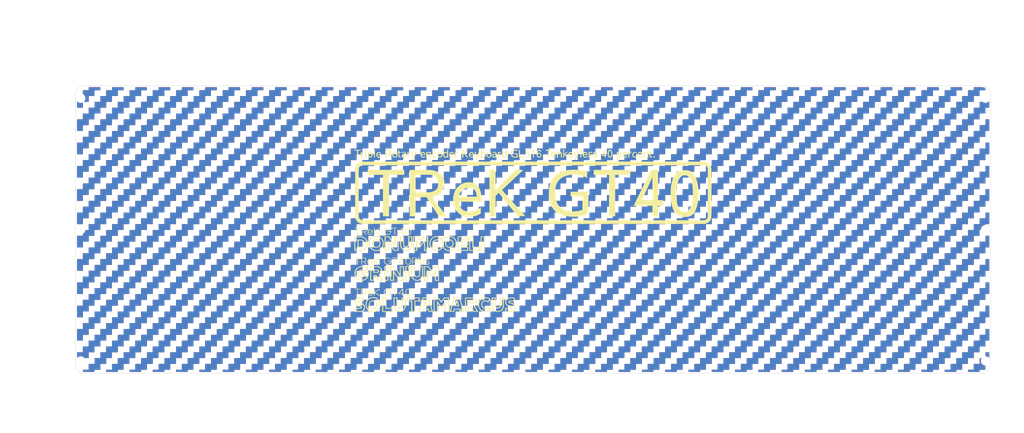
<source format=kicad_pcb>
(kicad_pcb (version 20211014) (generator pcbnew)
  (layers (0 "F.Cu" signal) (31 "B.Cu" signal) (34 "B.Paste" user) (35 "F.Paste" user) (36 "B.SilkS" user "B.Silkscreen") (37 "F.SilkS" user "F.Silkscreen") (38 "B.Mask" user) (39 "F.Mask" user) (44 "Edge.Cuts" user))
  (net 0 "")
  (footprint "kbd_Hole:m2_Screw_Hole_EdgeCuts" (layer "F.Cu") (at 16.075 21.55)
    (fp_text reference "J2" hide)
    (fp_text value "Conn_01x01" hide)
    (fp_circle (center 0 0) (end 1.1 0) (layer "Edge.Cuts") (width 0.01) (fill none))
  )
  (footprint "kbd_Hole:m2_Screw_Hole_EdgeCuts" (layer "F.Cu") (at 16.075 66.65)
    (fp_text reference "J3" hide)
    (fp_text value "Conn_01x01" hide)
    (fp_circle (center 0 0) (end 1.1 0) (layer "Edge.Cuts") (width 0.01) (fill none))
  )
  (footprint "kbd_Hole:m2_Screw_Hole_EdgeCuts" (layer "F.Cu") (at 16.075 111.75)
    (fp_text reference "J4" hide)
    (fp_text value "Conn_01x01" hide)
    (fp_circle (center 0 0) (end 1.1 0) (layer "Edge.Cuts") (width 0.01) (fill none))
  )
  (footprint "kbd_Hole:m2_Screw_Hole_EdgeCuts" (layer "F.Cu") (at 326.825 21.55)
    (fp_text reference "J5" hide)
    (fp_text value "Conn_01x01" hide)
    (fp_circle (center 0 0) (end 1.1 0) (layer "Edge.Cuts") (width 0.01) (fill none))
  )
  (footprint "kbd_Hole:m2_Screw_Hole_EdgeCuts" (layer "F.Cu") (at 326.825 66.65)
    (fp_text reference "J6" hide)
    (fp_text value "Conn_01x01" hide)
    (fp_circle (center 0 0) (end 1.1 0) (layer "Edge.Cuts") (width 0.01) (fill none))
  )
  (footprint "kbd_Hole:m2_Screw_Hole_EdgeCuts" (layer "F.Cu") (at 326.825 111.75)
    (fp_text reference "J7" hide)
    (fp_text value "Conn_01x01" hide)
    (fp_circle (center 0 0) (end 1.1 0) (layer "Edge.Cuts") (width 0.01) (fill none))
  )
  (footprint "kbd_Hole:m2_Screw_Hole_Fab" (layer "F.Cu") (at 11.075 13.05)
    (fp_text reference "J8" hide)
    (fp_text value "Conn_01x01" hide)
  )
  (footprint "kbd_Hole:m2_Screw_Hole_Fab" (layer "F.Cu") (at 11.075 66.65)
    (fp_text reference "J9" hide)
    (fp_text value "Conn_01x01" hide)
  )
  (footprint "kbd_Hole:m2_Screw_Hole_Fab" (layer "F.Cu") (at 11.075 120.25)
    (fp_text reference "J10" hide)
    (fp_text value "Conn_01x01" hide)
  )
  (footprint "kbd_Hole:m2_Screw_Hole_Fab" (layer "F.Cu") (at 108.575 13.05)
    (fp_text reference "J11" hide)
    (fp_text value "Conn_01x01" hide)
  )
  (footprint "kbd_Hole:m2_Screw_Hole_Fab" (layer "F.Cu") (at 234.325 13.05)
    (fp_text reference "J12" hide)
    (fp_text value "Conn_01x01" hide)
  )
  (footprint "kbd_Hole:m2_Screw_Hole_Fab" (layer "F.Cu") (at 108.575 120.25)
    (fp_text reference "J13" hide)
    (fp_text value "Conn_01x01" hide)
  )
  (footprint "kbd_Hole:m2_Screw_Hole_Fab" (layer "F.Cu") (at 234.325 120.25)
    (fp_text reference "J14" hide)
    (fp_text value "Conn_01x01" hide)
  )
  (footprint "kbd_Hole:m2_Screw_Hole_Fab" (layer "F.Cu") (at 331.825 13.05)
    (fp_text reference "J15" hide)
    (fp_text value "Conn_01x01" hide)
  )
  (footprint "kbd_Hole:m2_Screw_Hole_Fab" (layer "F.Cu") (at 331.825 66.65)
    (fp_text reference "J16" hide)
    (fp_text value "Conn_01x01" hide)
  )
  (footprint "kbd_Hole:m2_Screw_Hole_Fab" (layer "F.Cu") (at 331.825 120.25)
    (fp_text reference "J17" hide)
    (fp_text value "Conn_01x01" hide)
  )
  (footprint "LOGO" (layer "F.Cu") (at 171.648608 53.801494)
    (fp_text reference "G001" hide)
    (fp_text value "LOGO" hide)
  )
  (footprint "LOGO" (layer "F.Cu") (at 161.59337 39.618317)
    (fp_text reference "G001" hide)
    (fp_text value "LOGO" hide)
  )
  (footprint "LOGO" (layer "F.Cu") (at 137.924629 80.542447)
    (fp_text reference "G003" hide)
    (fp_text value "LOGO" hide)
  )
  (gr_arc (start 325.625 17.25) (mid 327.74632 18.12868) (end 328.625 20.25) (layer "Edge.Cuts") (width 0.1))
  (gr_arc (start 14.275 20.25) (mid 15.15368 18.12868) (end 17.275 17.25) (layer "Edge.Cuts") (width 0.1))
  (gr_arc (start 17.275 116.05) (mid 15.15368 115.17132) (end 14.275 113.05) (layer "Edge.Cuts") (width 0.1))
  (gr_line (start 17.275 116.05) (end 325.625 116.05) (layer "Edge.Cuts") (width 0.1))
  (gr_line (start 328.625 113.05) (end 328.625 20.25) (layer "Edge.Cuts") (width 0.1))
  (gr_arc (start 328.625 113.05) (mid 327.74632 115.17132) (end 325.625 116.05) (layer "Edge.Cuts") (width 0.1))
  (gr_line (start 14.275 20.25) (end 14.275 113.05) (layer "Edge.Cuts") (width 0.1))
  (gr_line (start 325.625 17.25) (end 17.275 17.25) (layer "Edge.Cuts") (width 0.1))
  (zone (net 0) (net_name "") (layers F&B.Cu) (connect_pads (clearance 0)) (min_thickness 0.254)
    (keepout (tracks allowed) (vias allowed) (pads allowed) (copperpour not_allowed) (footprints allowed))
    (fill (thermal_gap 0.508) (thermal_bridge_width 0.508))
    (polygon (pts (xy 16.801391 116.782495) (xy 12.801391 116.782495) (xy 12.801391 114.782495) (xy 16.801391 114.782495)))
  )
  (zone (net 0) (net_name "") (layers F&B.Cu) (connect_pads (clearance 0)) (min_thickness 0.254)
    (keepout (tracks allowed) (vias allowed) (pads allowed) (copperpour not_allowed) (footprints allowed))
    (fill (thermal_gap 0.508) (thermal_bridge_width 0.508))
    (polygon (pts (xy 334.801391 14.782495) (xy 330.801391 14.782495) (xy 330.801391 12.782495) (xy 334.801391 12.782495)))
  )
  (zone (net 0) (net_name "") (layers F&B.Cu) (connect_pads (clearance 0)) (min_thickness 0.254)
    (keepout (tracks allowed) (vias allowed) (pads allowed) (copperpour not_allowed) (footprints allowed))
    (fill (thermal_gap 0.508) (thermal_bridge_width 0.508))
    (polygon (pts (xy 194.801391 66.782495) (xy 190.801391 66.782495) (xy 190.801391 64.782495) (xy 194.801391 64.782495)))
  )
  (zone (net 0) (net_name "") (layers F&B.Cu) (connect_pads (clearance 0)) (min_thickness 0.254)
    (keepout (tracks allowed) (vias allowed) (pads allowed) (copperpour not_allowed) (footprints allowed))
    (fill (thermal_gap 0.508) (thermal_bridge_width 0.508))
    (polygon (pts (xy 164.801391 104.782495) (xy 160.801391 104.782495) (xy 160.801391 102.782495) (xy 164.801391 102.782495)))
  )
  (zone (net 0) (net_name "") (layers F&B.Cu) (connect_pads (clearance 0)) (min_thickness 0.254)
    (keepout (tracks allowed) (vias allowed) (pads allowed) (copperpour not_allowed) (footprints allowed))
    (fill (thermal_gap 0.508) (thermal_bridge_width 0.508))
    (polygon (pts (xy 302.801391 22.782495) (xy 298.801391 22.782495) (xy 298.801391 20.782495) (xy 302.801391 20.782495)))
  )
  (zone (net 0) (net_name "") (layers F&B.Cu) (connect_pads (clearance 0)) (min_thickness 0.254)
    (keepout (tracks allowed) (vias allowed) (pads allowed) (copperpour not_allowed) (footprints allowed))
    (fill (thermal_gap 0.508) (thermal_bridge_width 0.508))
    (polygon (pts (xy 90.801391 106.782495) (xy 86.801391 106.782495) (xy 86.801391 104.782495) (xy 90.801391 104.782495)))
  )
  (zone (net 0) (net_name "") (layers F&B.Cu) (connect_pads (clearance 0)) (min_thickness 0.254)
    (keepout (tracks allowed) (vias allowed) (pads allowed) (copperpour not_allowed) (footprints allowed))
    (fill (thermal_gap 0.508) (thermal_bridge_width 0.508))
    (polygon (pts (xy 248.801391 28.782495) (xy 244.801391 28.782495) (xy 244.801391 26.782495) (xy 248.801391 26.782495)))
  )
  (zone (net 0) (net_name "") (layers F&B.Cu) (connect_pads (clearance 0)) (min_thickness 0.254)
    (keepout (tracks allowed) (vias allowed) (pads allowed) (copperpour not_allowed) (footprints allowed))
    (fill (thermal_gap 0.508) (thermal_bridge_width 0.508))
    (polygon (pts (xy 180.801391 72.782495) (xy 176.801391 72.782495) (xy 176.801391 70.782495) (xy 180.801391 70.782495)))
  )
  (zone (net 0) (net_name "") (layers F&B.Cu) (connect_pads (clearance 0)) (min_thickness 0.254)
    (keepout (tracks allowed) (vias allowed) (pads allowed) (copperpour not_allowed) (footprints allowed))
    (fill (thermal_gap 0.508) (thermal_bridge_width 0.508))
    (polygon (pts (xy 62.801391 14.782495) (xy 58.801391 14.782495) (xy 58.801391 12.782495) (xy 62.801391 12.782495)))
  )
  (zone (net 0) (net_name "") (layers F&B.Cu) (connect_pads (clearance 0)) (min_thickness 0.254)
    (keepout (tracks allowed) (vias allowed) (pads allowed) (copperpour not_allowed) (footprints allowed))
    (fill (thermal_gap 0.508) (thermal_bridge_width 0.508))
    (polygon (pts (xy 254.801391 14.782495) (xy 250.801391 14.782495) (xy 250.801391 12.782495) (xy 254.801391 12.782495)))
  )
  (zone (net 0) (net_name "") (layers F&B.Cu) (connect_pads (clearance 0)) (min_thickness 0.254)
    (keepout (tracks allowed) (vias allowed) (pads allowed) (copperpour not_allowed) (footprints allowed))
    (fill (thermal_gap 0.508) (thermal_bridge_width 0.508))
    (polygon (pts (xy 18.801391 82.782495) (xy 14.801391 82.782495) (xy 14.801391 80.782495) (xy 18.801391 80.782495)))
  )
  (zone (net 0) (net_name "") (layers F&B.Cu) (connect_pads (clearance 0)) (min_thickness 0.254)
    (keepout (tracks allowed) (vias allowed) (pads allowed) (copperpour not_allowed) (footprints allowed))
    (fill (thermal_gap 0.508) (thermal_bridge_width 0.508))
    (polygon (pts (xy 326.801391 118.782495) (xy 322.801391 118.782495) (xy 322.801391 116.782495) (xy 326.801391 116.782495)))
  )
  (zone (net 0) (net_name "") (layers F&B.Cu) (connect_pads (clearance 0)) (min_thickness 0.254)
    (keepout (tracks allowed) (vias allowed) (pads allowed) (copperpour not_allowed) (footprints allowed))
    (fill (thermal_gap 0.508) (thermal_bridge_width 0.508))
    (polygon (pts (xy 208.801391 52.782495) (xy 204.801391 52.782495) (xy 204.801391 50.782495) (xy 208.801391 50.782495)))
  )
  (zone (net 0) (net_name "") (layers F&B.Cu) (connect_pads (clearance 0)) (min_thickness 0.254)
    (keepout (tracks allowed) (vias allowed) (pads allowed) (copperpour not_allowed) (footprints allowed))
    (fill (thermal_gap 0.508) (thermal_bridge_width 0.508))
    (polygon (pts (xy 268.801391 16.782495) (xy 264.801391 16.782495) (xy 264.801391 14.782495) (xy 268.801391 14.782495)))
  )
  (zone (net 0) (net_name "") (layers F&B.Cu) (connect_pads (clearance 0)) (min_thickness 0.254)
    (keepout (tracks allowed) (vias allowed) (pads allowed) (copperpour not_allowed) (footprints allowed))
    (fill (thermal_gap 0.508) (thermal_bridge_width 0.508))
    (polygon (pts (xy 180.801391 128.782495) (xy 176.801391 128.782495) (xy 176.801391 126.782495) (xy 180.801391 126.782495)))
  )
  (zone (net 0) (net_name "") (layers F&B.Cu) (connect_pads (clearance 0)) (min_thickness 0.254)
    (keepout (tracks allowed) (vias allowed) (pads allowed) (copperpour not_allowed) (footprints allowed))
    (fill (thermal_gap 0.508) (thermal_bridge_width 0.508))
    (polygon (pts (xy 294.801391 78.782495) (xy 290.801391 78.782495) (xy 290.801391 76.782495) (xy 294.801391 76.782495)))
  )
  (zone (net 0) (net_name "") (layers F&B.Cu) (connect_pads (clearance 0)) (min_thickness 0.254)
    (keepout (tracks allowed) (vias allowed) (pads allowed) (copperpour not_allowed) (footprints allowed))
    (fill (thermal_gap 0.508) (thermal_bridge_width 0.508))
    (polygon (pts (xy 148.801391 24.782495) (xy 144.801391 24.782495) (xy 144.801391 22.782495) (xy 148.801391 22.782495)))
  )
  (zone (net 0) (net_name "") (layers F&B.Cu) (connect_pads (clearance 0)) (min_thickness 0.254)
    (keepout (tracks allowed) (vias allowed) (pads allowed) (copperpour not_allowed) (footprints allowed))
    (fill (thermal_gap 0.508) (thermal_bridge_width 0.508))
    (polygon (pts (xy 246.801391 102.782495) (xy 242.801391 102.782495) (xy 242.801391 100.782495) (xy 246.801391 100.782495)))
  )
  (zone (net 0) (net_name "") (layers F&B.Cu) (connect_pads (clearance 0)) (min_thickness 0.254)
    (keepout (tracks allowed) (vias allowed) (pads allowed) (copperpour not_allowed) (footprints allowed))
    (fill (thermal_gap 0.508) (thermal_bridge_width 0.508))
    (polygon (pts (xy 314.801391 42.782495) (xy 310.801391 42.782495) (xy 310.801391 40.782495) (xy 314.801391 40.782495)))
  )
  (zone (net 0) (net_name "") (layers F&B.Cu) (connect_pads (clearance 0)) (min_thickness 0.254)
    (keepout (tracks allowed) (vias allowed) (pads allowed) (copperpour not_allowed) (footprints allowed))
    (fill (thermal_gap 0.508) (thermal_bridge_width 0.508))
    (polygon (pts (xy 160.801391 20.782495) (xy 156.801391 20.782495) (xy 156.801391 18.782495) (xy 160.801391 18.782495)))
  )
  (zone (net 0) (net_name "") (layers F&B.Cu) (connect_pads (clearance 0)) (min_thickness 0.254)
    (keepout (tracks allowed) (vias allowed) (pads allowed) (copperpour not_allowed) (footprints allowed))
    (fill (thermal_gap 0.508) (thermal_bridge_width 0.508))
    (polygon (pts (xy 150.801391 62.782495) (xy 146.801391 62.782495) (xy 146.801391 60.782495) (xy 150.801391 60.782495)))
  )
  (zone (net 0) (net_name "") (layers F&B.Cu) (connect_pads (clearance 0)) (min_thickness 0.254)
    (keepout (tracks allowed) (vias allowed) (pads allowed) (copperpour not_allowed) (footprints allowed))
    (fill (thermal_gap 0.508) (thermal_bridge_width 0.508))
    (polygon (pts (xy 70.801391 102.782495) (xy 66.801391 102.782495) (xy 66.801391 100.782495) (xy 70.801391 100.782495)))
  )
  (zone (net 0) (net_name "") (layers F&B.Cu) (connect_pads (clearance 0)) (min_thickness 0.254)
    (keepout (tracks allowed) (vias allowed) (pads allowed) (copperpour not_allowed) (footprints allowed))
    (fill (thermal_gap 0.508) (thermal_bridge_width 0.508))
    (polygon (pts (xy 312.801391 108.782495) (xy 308.801391 108.782495) (xy 308.801391 106.782495) (xy 312.801391 106.782495)))
  )
  (zone (net 0) (net_name "") (layers F&B.Cu) (connect_pads (clearance 0)) (min_thickness 0.254)
    (keepout (tracks allowed) (vias allowed) (pads allowed) (copperpour not_allowed) (footprints allowed))
    (fill (thermal_gap 0.508) (thermal_bridge_width 0.508))
    (polygon (pts (xy 124.801391 24.782495) (xy 120.801391 24.782495) (xy 120.801391 22.782495) (xy 124.801391 22.782495)))
  )
  (zone (net 0) (net_name "") (layers F&B.Cu) (connect_pads (clearance 0)) (min_thickness 0.254)
    (keepout (tracks allowed) (vias allowed) (pads allowed) (copperpour not_allowed) (footprints allowed))
    (fill (thermal_gap 0.508) (thermal_bridge_width 0.508))
    (polygon (pts (xy 156.801391 24.782495) (xy 152.801391 24.782495) (xy 152.801391 22.782495) (xy 156.801391 22.782495)))
  )
  (zone (net 0) (net_name "") (layers F&B.Cu) (connect_pads (clearance 0)) (min_thickness 0.254)
    (keepout (tracks allowed) (vias allowed) (pads allowed) (copperpour not_allowed) (footprints allowed))
    (fill (thermal_gap 0.508) (thermal_bridge_width 0.508))
    (polygon (pts (xy 38.801391 54.782495) (xy 34.801391 54.782495) (xy 34.801391 52.782495) (xy 38.801391 52.782495)))
  )
  (zone (net 0) (net_name "") (layers F&B.Cu) (connect_pads (clearance 0)) (min_thickness 0.254)
    (keepout (tracks allowed) (vias allowed) (pads allowed) (copperpour not_allowed) (footprints allowed))
    (fill (thermal_gap 0.508) (thermal_bridge_width 0.508))
    (polygon (pts (xy 326.801391 78.782495) (xy 322.801391 78.782495) (xy 322.801391 76.782495) (xy 326.801391 76.782495)))
  )
  (zone (net 0) (net_name "") (layers F&B.Cu) (connect_pads (clearance 0)) (min_thickness 0.254)
    (keepout (tracks allowed) (vias allowed) (pads allowed) (copperpour not_allowed) (footprints allowed))
    (fill (thermal_gap 0.508) (thermal_bridge_width 0.508))
    (polygon (pts (xy 216.801391 124.782495) (xy 212.801391 124.782495) (xy 212.801391 122.782495) (xy 216.801391 122.782495)))
  )
  (zone (net 0) (net_name "") (layers F&B.Cu) (connect_pads (clearance 0)) (min_thickness 0.254)
    (keepout (tracks allowed) (vias allowed) (pads allowed) (copperpour not_allowed) (footprints allowed))
    (fill (thermal_gap 0.508) (thermal_bridge_width 0.508))
    (polygon (pts (xy 330.801391 18.782495) (xy 326.801391 18.782495) (xy 326.801391 16.782495) (xy 330.801391 16.782495)))
  )
  (zone (net 0) (net_name "") (layers F&B.Cu) (connect_pads (clearance 0)) (min_thickness 0.254)
    (keepout (tracks allowed) (vias allowed) (pads allowed) (copperpour not_allowed) (footprints allowed))
    (fill (thermal_gap 0.508) (thermal_bridge_width 0.508))
    (polygon (pts (xy 14.801391 46.782495) (xy 10.801391 46.782495) (xy 10.801391 44.782495) (xy 14.801391 44.782495)))
  )
  (zone (net 0) (net_name "") (layers F&B.Cu) (connect_pads (clearance 0)) (min_thickness 0.254)
    (keepout (tracks allowed) (vias allowed) (pads allowed) (copperpour not_allowed) (footprints allowed))
    (fill (thermal_gap 0.508) (thermal_bridge_width 0.508))
    (polygon (pts (xy 282.801391 10.782495) (xy 278.801391 10.782495) (xy 278.801391 8.782495) (xy 282.801391 8.782495)))
  )
  (zone (net 0) (net_name "") (layers F&B.Cu) (connect_pads (clearance 0)) (min_thickness 0.254)
    (keepout (tracks allowed) (vias allowed) (pads allowed) (copperpour not_allowed) (footprints allowed))
    (fill (thermal_gap 0.508) (thermal_bridge_width 0.508))
    (polygon (pts (xy 284.801391 120.782495) (xy 280.801391 120.782495) (xy 280.801391 118.782495) (xy 284.801391 118.782495)))
  )
  (zone (net 0) (net_name "") (layers F&B.Cu) (connect_pads (clearance 0)) (min_thickness 0.254)
    (keepout (tracks allowed) (vias allowed) (pads allowed) (copperpour not_allowed) (footprints allowed))
    (fill (thermal_gap 0.508) (thermal_bridge_width 0.508))
    (polygon (pts (xy 80.801391 132.782495) (xy 76.801391 132.782495) (xy 76.801391 130.782495) (xy 80.801391 130.782495)))
  )
  (zone (net 0) (net_name "") (layers F&B.Cu) (connect_pads (clearance 0)) (min_thickness 0.254)
    (keepout (tracks allowed) (vias allowed) (pads allowed) (copperpour not_allowed) (footprints allowed))
    (fill (thermal_gap 0.508) (thermal_bridge_width 0.508))
    (polygon (pts (xy 78.801391 102.782495) (xy 74.801391 102.782495) (xy 74.801391 100.782495) (xy 78.801391 100.782495)))
  )
  (zone (net 0) (net_name "") (layers F&B.Cu) (connect_pads (clearance 0)) (min_thickness 0.254)
    (keepout (tracks allowed) (vias allowed) (pads allowed) (copperpour not_allowed) (footprints allowed))
    (fill (thermal_gap 0.508) (thermal_bridge_width 0.508))
    (polygon (pts (xy 280.801391 108.782495) (xy 276.801391 108.782495) (xy 276.801391 106.782495) (xy 280.801391 106.782495)))
  )
  (zone (net 0) (net_name "") (layers F&B.Cu) (connect_pads (clearance 0)) (min_thickness 0.254)
    (keepout (tracks allowed) (vias allowed) (pads allowed) (copperpour not_allowed) (footprints allowed))
    (fill (thermal_gap 0.508) (thermal_bridge_width 0.508))
    (polygon (pts (xy 188.801391 128.782495) (xy 184.801391 128.782495) (xy 184.801391 126.782495) (xy 188.801391 126.782495)))
  )
  (zone (net 0) (net_name "") (layers F&B.Cu) (connect_pads (clearance 0)) (min_thickness 0.254)
    (keepout (tracks allowed) (vias allowed) (pads allowed) (copperpour not_allowed) (footprints allowed))
    (fill (thermal_gap 0.508) (thermal_bridge_width 0.508))
    (polygon (pts (xy 96.801391 116.782495) (xy 92.801391 116.782495) (xy 92.801391 114.782495) (xy 96.801391 114.782495)))
  )
  (zone (net 0) (net_name "") (layers F&B.Cu) (connect_pads (clearance 0)) (min_thickness 0.254)
    (keepout (tracks allowed) (vias allowed) (pads allowed) (copperpour not_allowed) (footprints allowed))
    (fill (thermal_gap 0.508) (thermal_bridge_width 0.508))
    (polygon (pts (xy 276.801391 56.782495) (xy 272.801391 56.782495) (xy 272.801391 54.782495) (xy 276.801391 54.782495)))
  )
  (zone (net 0) (net_name "") (layers F&B.Cu) (connect_pads (clearance 0)) (min_thickness 0.254)
    (keepout (tracks allowed) (vias allowed) (pads allowed) (copperpour not_allowed) (footprints allowed))
    (fill (thermal_gap 0.508) (thermal_bridge_width 0.508))
    (polygon (pts (xy 204.801391 72.782495) (xy 200.801391 72.782495) (xy 200.801391 70.782495) (xy 204.801391 70.782495)))
  )
  (zone (net 0) (net_name "") (layers F&B.Cu) (connect_pads (clearance 0)) (min_thickness 0.254)
    (keepout (tracks allowed) (vias allowed) (pads allowed) (copperpour not_allowed) (footprints allowed))
    (fill (thermal_gap 0.508) (thermal_bridge_width 0.508))
    (polygon (pts (xy 210.801391 66.782495) (xy 206.801391 66.782495) (xy 206.801391 64.782495) (xy 210.801391 64.782495)))
  )
  (zone (net 0) (net_name "") (layers F&B.Cu) (connect_pads (clearance 0)) (min_thickness 0.254)
    (keepout (tracks allowed) (vias allowed) (pads allowed) (copperpour not_allowed) (footprints allowed))
    (fill (thermal_gap 0.508) (thermal_bridge_width 0.508))
    (polygon (pts (xy 124.801391 40.782495) (xy 120.801391 40.782495) (xy 120.801391 38.782495) (xy 124.801391 38.782495)))
  )
  (zone (net 0) (net_name "") (layers F&B.Cu) (connect_pads (clearance 0)) (min_thickness 0.254)
    (keepout (tracks allowed) (vias allowed) (pads allowed) (copperpour not_allowed) (footprints allowed))
    (fill (thermal_gap 0.508) (thermal_bridge_width 0.508))
    (polygon (pts (xy 238.801391 126.782495) (xy 234.801391 126.782495) (xy 234.801391 124.782495) (xy 238.801391 124.782495)))
  )
  (zone (net 0) (net_name "") (layers F&B.Cu) (connect_pads (clearance 0)) (min_thickness 0.254)
    (keepout (tracks allowed) (vias allowed) (pads allowed) (copperpour not_allowed) (footprints allowed))
    (fill (thermal_gap 0.508) (thermal_bridge_width 0.508))
    (polygon (pts (xy 170.801391 58.782495) (xy 166.801391 58.782495) (xy 166.801391 56.782495) (xy 170.801391 56.782495)))
  )
  (zone (net 0) (net_name "") (layers F&B.Cu) (connect_pads (clearance 0)) (min_thickness 0.254)
    (keepout (tracks allowed) (vias allowed) (pads allowed) (copperpour not_allowed) (footprints allowed))
    (fill (thermal_gap 0.508) (thermal_bridge_width 0.508))
    (polygon (pts (xy 52.801391 32.782495) (xy 48.801391 32.782495) (xy 48.801391 30.782495) (xy 52.801391 30.782495)))
  )
  (zone (net 0) (net_name "") (layers F&B.Cu) (connect_pads (clearance 0)) (min_thickness 0.254)
    (keepout (tracks allowed) (vias allowed) (pads allowed) (copperpour not_allowed) (footprints allowed))
    (fill (thermal_gap 0.508) (thermal_bridge_width 0.508))
    (polygon (pts (xy 80.801391 124.782495) (xy 76.801391 124.782495) (xy 76.801391 122.782495) (xy 80.801391 122.782495)))
  )
  (zone (net 0) (net_name "") (layers F&B.Cu) (connect_pads (clearance 0)) (min_thickness 0.254)
    (keepout (tracks allowed) (vias allowed) (pads allowed) (copperpour not_allowed) (footprints allowed))
    (fill (thermal_gap 0.508) (thermal_bridge_width 0.508))
    (polygon (pts (xy 308.801391 120.782495) (xy 304.801391 120.782495) (xy 304.801391 118.782495) (xy 308.801391 118.782495)))
  )
  (zone (net 0) (net_name "") (layers F&B.Cu) (connect_pads (clearance 0)) (min_thickness 0.254)
    (keepout (tracks allowed) (vias allowed) (pads allowed) (copperpour not_allowed) (footprints allowed))
    (fill (thermal_gap 0.508) (thermal_bridge_width 0.508))
    (polygon (pts (xy 336.801391 60.782495) (xy 332.801391 60.782495) (xy 332.801391 58.782495) (xy 336.801391 58.782495)))
  )
  (zone (net 0) (net_name "") (layers F&B.Cu) (connect_pads (clearance 0)) (min_thickness 0.254)
    (keepout (tracks allowed) (vias allowed) (pads allowed) (copperpour not_allowed) (footprints allowed))
    (fill (thermal_gap 0.508) (thermal_bridge_width 0.508))
    (polygon (pts (xy 26.801391 50.782495) (xy 22.801391 50.782495) (xy 22.801391 48.782495) (xy 26.801391 48.782495)))
  )
  (zone (net 0) (net_name "") (layers F&B.Cu) (connect_pads (clearance 0)) (min_thickness 0.254)
    (keepout (tracks allowed) (vias allowed) (pads allowed) (copperpour not_allowed) (footprints allowed))
    (fill (thermal_gap 0.508) (thermal_bridge_width 0.508))
    (polygon (pts (xy 100.801391 48.782495) (xy 96.801391 48.782495) (xy 96.801391 46.782495) (xy 100.801391 46.782495)))
  )
  (zone (net 0) (net_name "") (layers F&B.Cu) (connect_pads (clearance 0)) (min_thickness 0.254)
    (keepout (tracks allowed) (vias allowed) (pads allowed) (copperpour not_allowed) (footprints allowed))
    (fill (thermal_gap 0.508) (thermal_bridge_width 0.508))
    (polygon (pts (xy 276.801391 16.782495) (xy 272.801391 16.782495) (xy 272.801391 14.782495) (xy 276.801391 14.782495)))
  )
  (zone (net 0) (net_name "") (layers F&B.Cu) (connect_pads (clearance 0)) (min_thickness 0.254)
    (keepout (tracks allowed) (vias allowed) (pads allowed) (copperpour not_allowed) (footprints allowed))
    (fill (thermal_gap 0.508) (thermal_bridge_width 0.508))
    (polygon (pts (xy 28.801391 24.782495) (xy 24.801391 24.782495) (xy 24.801391 22.782495) (xy 28.801391 22.782495)))
  )
  (zone (net 0) (net_name "") (layers F&B.Cu) (connect_pads (clearance 0)) (min_thickness 0.254)
    (keepout (tracks allowed) (vias allowed) (pads allowed) (copperpour not_allowed) (footprints allowed))
    (fill (thermal_gap 0.508) (thermal_bridge_width 0.508))
    (polygon (pts (xy 190.801391 6.782495) (xy 186.801391 6.782495) (xy 186.801391 4.782495) (xy 190.801391 4.782495)))
  )
  (zone (net 0) (net_name "") (layers F&B.Cu) (connect_pads (clearance 0)) (min_thickness 0.254)
    (keepout (tracks allowed) (vias allowed) (pads allowed) (copperpour not_allowed) (footprints allowed))
    (fill (thermal_gap 0.508) (thermal_bridge_width 0.508))
    (polygon (pts (xy 202.801391 90.782495) (xy 198.801391 90.782495) (xy 198.801391 88.782495) (xy 202.801391 88.782495)))
  )
  (zone (net 0) (net_name "") (layers F&B.Cu) (connect_pads (clearance 0)) (min_thickness 0.254)
    (keepout (tracks allowed) (vias allowed) (pads allowed) (copperpour not_allowed) (footprints allowed))
    (fill (thermal_gap 0.508) (thermal_bridge_width 0.508))
    (polygon (pts (xy 142.801391 126.782495) (xy 138.801391 126.782495) (xy 138.801391 124.782495) (xy 142.801391 124.782495)))
  )
  (zone (net 0) (net_name "") (layers F&B.Cu) (connect_pads (clearance 0)) (min_thickness 0.254)
    (keepout (tracks allowed) (vias allowed) (pads allowed) (copperpour not_allowed) (footprints allowed))
    (fill (thermal_gap 0.508) (thermal_bridge_width 0.508))
    (polygon (pts (xy 150.801391 102.782495) (xy 146.801391 102.782495) (xy 146.801391 100.782495) (xy 150.801391 100.782495)))
  )
  (zone (net 0) (net_name "") (layers F&B.Cu) (connect_pads (clearance 0)) (min_thickness 0.254)
    (keepout (tracks allowed) (vias allowed) (pads allowed) (copperpour not_allowed) (footprints allowed))
    (fill (thermal_gap 0.508) (thermal_bridge_width 0.508))
    (polygon (pts (xy 82.801391 98.782495) (xy 78.801391 98.782495) (xy 78.801391 96.782495) (xy 82.801391 96.782495)))
  )
  (zone (net 0) (net_name "") (layers F&B.Cu) (connect_pads (clearance 0)) (min_thickness 0.254)
    (keepout (tracks allowed) (vias allowed) (pads allowed) (copperpour not_allowed) (footprints allowed))
    (fill (thermal_gap 0.508) (thermal_bridge_width 0.508))
    (polygon (pts (xy 206.801391 30.782495) (xy 202.801391 30.782495) (xy 202.801391 28.782495) (xy 206.801391 28.782495)))
  )
  (zone (net 0) (net_name "") (layers F&B.Cu) (connect_pads (clearance 0)) (min_thickness 0.254)
    (keepout (tracks allowed) (vias allowed) (pads allowed) (copperpour not_allowed) (footprints allowed))
    (fill (thermal_gap 0.508) (thermal_bridge_width 0.508))
    (polygon (pts (xy 240.801391 12.782495) (xy 236.801391 12.782495) (xy 236.801391 10.782495) (xy 240.801391 10.782495)))
  )
  (zone (net 0) (net_name "") (layers F&B.Cu) (connect_pads (clearance 0)) (min_thickness 0.254)
    (keepout (tracks allowed) (vias allowed) (pads allowed) (copperpour not_allowed) (footprints allowed))
    (fill (thermal_gap 0.508) (thermal_bridge_width 0.508))
    (polygon (pts (xy 270.801391 102.782495) (xy 266.801391 102.782495) (xy 266.801391 100.782495) (xy 270.801391 100.782495)))
  )
  (zone (net 0) (net_name "") (layers F&B.Cu) (connect_pads (clearance 0)) (min_thickness 0.254)
    (keepout (tracks allowed) (vias allowed) (pads allowed) (copperpour not_allowed) (footprints allowed))
    (fill (thermal_gap 0.508) (thermal_bridge_width 0.508))
    (polygon (pts (xy 28.801391 96.782495) (xy 24.801391 96.782495) (xy 24.801391 94.782495) (xy 28.801391 94.782495)))
  )
  (zone (net 0) (net_name "") (layers F&B.Cu) (connect_pads (clearance 0)) (min_thickness 0.254)
    (keepout (tracks allowed) (vias allowed) (pads allowed) (copperpour not_allowed) (footprints allowed))
    (fill (thermal_gap 0.508) (thermal_bridge_width 0.508))
    (polygon (pts (xy 312.801391 36.782495) (xy 308.801391 36.782495) (xy 308.801391 34.782495) (xy 312.801391 34.782495)))
  )
  (zone (net 0) (net_name "") (layers F&B.Cu) (connect_pads (clearance 0)) (min_thickness 0.254)
    (keepout (tracks allowed) (vias allowed) (pads allowed) (copperpour not_allowed) (footprints allowed))
    (fill (thermal_gap 0.508) (thermal_bridge_width 0.508))
    (polygon (pts (xy 150.801391 38.782495) (xy 146.801391 38.782495) (xy 146.801391 36.782495) (xy 150.801391 36.782495)))
  )
  (zone (net 0) (net_name "") (layers F&B.Cu) (connect_pads (clearance 0)) (min_thickness 0.254)
    (keepout (tracks allowed) (vias allowed) (pads allowed) (copperpour not_allowed) (footprints allowed))
    (fill (thermal_gap 0.508) (thermal_bridge_width 0.508))
    (polygon (pts (xy 58.801391 50.782495) (xy 54.801391 50.782495) (xy 54.801391 48.782495) (xy 58.801391 48.782495)))
  )
  (zone (net 0) (net_name "") (layers F&B.Cu) (connect_pads (clearance 0)) (min_thickness 0.254)
    (keepout (tracks allowed) (vias allowed) (pads allowed) (copperpour not_allowed) (footprints allowed))
    (fill (thermal_gap 0.508) (thermal_bridge_width 0.508))
    (polygon (pts (xy 28.801391 32.782495) (xy 24.801391 32.782495) (xy 24.801391 30.782495) (xy 28.801391 30.782495)))
  )
  (zone (net 0) (net_name "") (layers F&B.Cu) (connect_pads (clearance 0)) (min_thickness 0.254)
    (keepout (tracks allowed) (vias allowed) (pads allowed) (copperpour not_allowed) (footprints allowed))
    (fill (thermal_gap 0.508) (thermal_bridge_width 0.508))
    (polygon (pts (xy 330.801391 10.782495) (xy 326.801391 10.782495) (xy 326.801391 8.782495) (xy 330.801391 8.782495)))
  )
  (zone (net 0) (net_name "") (layers F&B.Cu) (connect_pads (clearance 0)) (min_thickness 0.254)
    (keepout (tracks allowed) (vias allowed) (pads allowed) (copperpour not_allowed) (footprints allowed))
    (fill (thermal_gap 0.508) (thermal_bridge_width 0.508))
    (polygon (pts (xy 320.801391 12.782495) (xy 316.801391 12.782495) (xy 316.801391 10.782495) (xy 320.801391 10.782495)))
  )
  (zone (net 0) (net_name "") (layers F&B.Cu) (connect_pads (clearance 0)) (min_thickness 0.254)
    (keepout (tracks allowed) (vias allowed) (pads allowed) (copperpour not_allowed) (footprints allowed))
    (fill (thermal_gap 0.508) (thermal_bridge_width 0.508))
    (polygon (pts (xy 118.801391 6.782495) (xy 114.801391 6.782495) (xy 114.801391 4.782495) (xy 118.801391 4.782495)))
  )
  (zone (net 0) (net_name "") (layers F&B.Cu) (connect_pads (clearance 0)) (min_thickness 0.254)
    (keepout (tracks allowed) (vias allowed) (pads allowed) (copperpour not_allowed) (footprints allowed))
    (fill (thermal_gap 0.508) (thermal_bridge_width 0.508))
    (polygon (pts (xy 196.801391 96.782495) (xy 192.801391 96.782495) (xy 192.801391 94.782495) (xy 196.801391 94.782495)))
  )
  (zone (net 0) (net_name "") (layers F&B.Cu) (connect_pads (clearance 0)) (min_thickness 0.254)
    (keepout (tracks allowed) (vias allowed) (pads allowed) (copperpour not_allowed) (footprints allowed))
    (fill (thermal_gap 0.508) (thermal_bridge_width 0.508))
    (polygon (pts (xy 12.801391 56.782495) (xy 8.801391 56.782495) (xy 8.801391 54.782495) (xy 12.801391 54.782495)))
  )
  (zone (net 0) (net_name "") (layers F&B.Cu) (connect_pads (clearance 0)) (min_thickness 0.254)
    (keepout (tracks allowed) (vias allowed) (pads allowed) (copperpour not_allowed) (footprints allowed))
    (fill (thermal_gap 0.508) (thermal_bridge_width 0.508))
    (polygon (pts (xy 62.801391 54.782495) (xy 58.801391 54.782495) (xy 58.801391 52.782495) (xy 62.801391 52.782495)))
  )
  (zone (net 0) (net_name "") (layers F&B.Cu) (connect_pads (clearance 0)) (min_thickness 0.254)
    (keepout (tracks allowed) (vias allowed) (pads allowed) (copperpour not_allowed) (footprints allowed))
    (fill (thermal_gap 0.508) (thermal_bridge_width 0.508))
    (polygon (pts (xy 52.801391 128.782495) (xy 48.801391 128.782495) (xy 48.801391 126.782495) (xy 52.801391 126.782495)))
  )
  (zone (net 0) (net_name "") (layers F&B.Cu) (connect_pads (clearance 0)) (min_thickness 0.254)
    (keepout (tracks allowed) (vias allowed) (pads allowed) (copperpour not_allowed) (footprints allowed))
    (fill (thermal_gap 0.508) (thermal_bridge_width 0.508))
    (polygon (pts (xy 62.801391 38.782495) (xy 58.801391 38.782495) (xy 58.801391 36.782495) (xy 62.801391 36.782495)))
  )
  (zone (net 0) (net_name "") (layers F&B.Cu) (connect_pads (clearance 0)) (min_thickness 0.254)
    (keepout (tracks allowed) (vias allowed) (pads allowed) (copperpour not_allowed) (footprints allowed))
    (fill (thermal_gap 0.508) (thermal_bridge_width 0.508))
    (polygon (pts (xy 152.801391 68.782495) (xy 148.801391 68.782495) (xy 148.801391 66.782495) (xy 152.801391 66.782495)))
  )
  (zone (net 0) (net_name "") (layers F&B.Cu) (connect_pads (clearance 0)) (min_thickness 0.254)
    (keepout (tracks allowed) (vias allowed) (pads allowed) (copperpour not_allowed) (footprints allowed))
    (fill (thermal_gap 0.508) (thermal_bridge_width 0.508))
    (polygon (pts (xy 322.801391 130.782495) (xy 318.801391 130.782495) (xy 318.801391 128.782495) (xy 322.801391 128.782495)))
  )
  (zone (net 0) (net_name "") (layers F&B.Cu) (connect_pads (clearance 0)) (min_thickness 0.254)
    (keepout (tracks allowed) (vias allowed) (pads allowed) (copperpour not_allowed) (footprints allowed))
    (fill (thermal_gap 0.508) (thermal_bridge_width 0.508))
    (polygon (pts (xy 154.801391 130.782495) (xy 150.801391 130.782495) (xy 150.801391 128.782495) (xy 154.801391 128.782495)))
  )
  (zone (net 0) (net_name "") (layers F&B.Cu) (connect_pads (clearance 0)) (min_thickness 0.254)
    (keepout (tracks allowed) (vias allowed) (pads allowed) (copperpour not_allowed) (footprints allowed))
    (fill (thermal_gap 0.508) (thermal_bridge_width 0.508))
    (polygon (pts (xy 244.801391 112.782495) (xy 240.801391 112.782495) (xy 240.801391 110.782495) (xy 244.801391 110.782495)))
  )
  (zone (net 0) (net_name "") (layers F&B.Cu) (connect_pads (clearance 0)) (min_thickness 0.254)
    (keepout (tracks allowed) (vias allowed) (pads allowed) (copperpour not_allowed) (footprints allowed))
    (fill (thermal_gap 0.508) (thermal_bridge_width 0.508))
    (polygon (pts (xy 152.801391 124.782495) (xy 148.801391 124.782495) (xy 148.801391 122.782495) (xy 152.801391 122.782495)))
  )
  (zone (net 0) (net_name "") (layers F&B.Cu) (connect_pads (clearance 0)) (min_thickness 0.254)
    (keepout (tracks allowed) (vias allowed) (pads allowed) (copperpour not_allowed) (footprints allowed))
    (fill (thermal_gap 0.508) (thermal_bridge_width 0.508))
    (polygon (pts (xy 168.801391 36.782495) (xy 164.801391 36.782495) (xy 164.801391 34.782495) (xy 168.801391 34.782495)))
  )
  (zone (net 0) (net_name "") (layers F&B.Cu) (connect_pads (clearance 0)) (min_thickness 0.254)
    (keepout (tracks allowed) (vias allowed) (pads allowed) (copperpour not_allowed) (footprints allowed))
    (fill (thermal_gap 0.508) (thermal_bridge_width 0.508))
    (polygon (pts (xy 278.801391 70.782495) (xy 274.801391 70.782495) (xy 274.801391 68.782495) (xy 278.801391 68.782495)))
  )
  (zone (net 0) (net_name "") (layers F&B.Cu) (connect_pads (clearance 0)) (min_thickness 0.254)
    (keepout (tracks allowed) (vias allowed) (pads allowed) (copperpour not_allowed) (footprints allowed))
    (fill (thermal_gap 0.508) (thermal_bridge_width 0.508))
    (polygon (pts (xy 224.801391 84.782495) (xy 220.801391 84.782495) (xy 220.801391 82.782495) (xy 224.801391 82.782495)))
  )
  (zone (net 0) (net_name "") (layers F&B.Cu) (connect_pads (clearance 0)) (min_thickness 0.254)
    (keepout (tracks allowed) (vias allowed) (pads allowed) (copperpour not_allowed) (footprints allowed))
    (fill (thermal_gap 0.508) (thermal_bridge_width 0.508))
    (polygon (pts (xy 290.801391 10.782495) (xy 286.801391 10.782495) (xy 286.801391 8.782495) (xy 290.801391 8.782495)))
  )
  (zone (net 0) (net_name "") (layers F&B.Cu) (connect_pads (clearance 0)) (min_thickness 0.254)
    (keepout (tracks allowed) (vias allowed) (pads allowed) (copperpour not_allowed) (footprints allowed))
    (fill (thermal_gap 0.508) (thermal_bridge_width 0.508))
    (polygon (pts (xy 284.801391 32.782495) (xy 280.801391 32.782495) (xy 280.801391 30.782495) (xy 284.801391 30.782495)))
  )
  (zone (net 0) (net_name "") (layers F&B.Cu) (connect_pads (clearance 0)) (min_thickness 0.254)
    (keepout (tracks allowed) (vias allowed) (pads allowed) (copperpour not_allowed) (footprints allowed))
    (fill (thermal_gap 0.508) (thermal_bridge_width 0.508))
    (polygon (pts (xy 138.801391 106.782495) (xy 134.801391 106.782495) (xy 134.801391 104.782495) (xy 138.801391 104.782495)))
  )
  (zone (net 0) (net_name "") (layers F&B.Cu) (connect_pads (clearance 0)) (min_thickness 0.254)
    (keepout (tracks allowed) (vias allowed) (pads allowed) (copperpour not_allowed) (footprints allowed))
    (fill (thermal_gap 0.508) (thermal_bridge_width 0.508))
    (polygon (pts (xy 134.801391 78.782495) (xy 130.801391 78.782495) (xy 130.801391 76.782495) (xy 134.801391 76.782495)))
  )
  (zone (net 0) (net_name "") (layers F&B.Cu) (connect_pads (clearance 0)) (min_thickness 0.254)
    (keepout (tracks allowed) (vias allowed) (pads allowed) (copperpour not_allowed) (footprints allowed))
    (fill (thermal_gap 0.508) (thermal_bridge_width 0.508))
    (polygon (pts (xy 152.801391 116.782495) (xy 148.801391 116.782495) (xy 148.801391 114.782495) (xy 152.801391 114.782495)))
  )
  (zone (net 0) (net_name "") (layers F&B.Cu) (connect_pads (clearance 0)) (min_thickness 0.254)
    (keepout (tracks allowed) (vias allowed) (pads allowed) (copperpour not_allowed) (footprints allowed))
    (fill (thermal_gap 0.508) (thermal_bridge_width 0.508))
    (polygon (pts (xy 316.801391 40.782495) (xy 312.801391 40.782495) (xy 312.801391 38.782495) (xy 316.801391 38.782495)))
  )
  (zone (net 0) (net_name "") (layers F&B.Cu) (connect_pads (clearance 0)) (min_thickness 0.254)
    (keepout (tracks allowed) (vias allowed) (pads allowed) (copperpour not_allowed) (footprints allowed))
    (fill (thermal_gap 0.508) (thermal_bridge_width 0.508))
    (polygon (pts (xy 196.801391 48.782495) (xy 192.801391 48.782495) (xy 192.801391 46.782495) (xy 196.801391 46.782495)))
  )
  (zone (net 0) (net_name "") (layers F&B.Cu) (connect_pads (clearance 0)) (min_thickness 0.254)
    (keepout (tracks allowed) (vias allowed) (pads allowed) (copperpour not_allowed) (footprints allowed))
    (fill (thermal_gap 0.508) (thermal_bridge_width 0.508))
    (polygon (pts (xy 200.801391 116.782495) (xy 196.801391 116.782495) (xy 196.801391 114.782495) (xy 200.801391 114.782495)))
  )
  (zone (net 0) (net_name "") (layers F&B.Cu) (connect_pads (clearance 0)) (min_thickness 0.254)
    (keepout (tracks allowed) (vias allowed) (pads allowed) (copperpour not_allowed) (footprints allowed))
    (fill (thermal_gap 0.508) (thermal_bridge_width 0.508))
    (polygon (pts (xy 118.801391 46.782495) (xy 114.801391 46.782495) (xy 114.801391 44.782495) (xy 118.801391 44.782495)))
  )
  (zone (net 0) (net_name "") (layers F&B.Cu) (connect_pads (clearance 0)) (min_thickness 0.254)
    (keepout (tracks allowed) (vias allowed) (pads allowed) (copperpour not_allowed) (footprints allowed))
    (fill (thermal_gap 0.508) (thermal_bridge_width 0.508))
    (polygon (pts (xy 142.801391 46.782495) (xy 138.801391 46.782495) (xy 138.801391 44.782495) (xy 142.801391 44.782495)))
  )
  (zone (net 0) (net_name "") (layers F&B.Cu) (connect_pads (clearance 0)) (min_thickness 0.254)
    (keepout (tracks allowed) (vias allowed) (pads allowed) (copperpour not_allowed) (footprints allowed))
    (fill (thermal_gap 0.508) (thermal_bridge_width 0.508))
    (polygon (pts (xy 66.801391 10.782495) (xy 62.801391 10.782495) (xy 62.801391 8.782495) (xy 66.801391 8.782495)))
  )
  (zone (net 0) (net_name "") (layers F&B.Cu) (connect_pads (clearance 0)) (min_thickness 0.254)
    (keepout (tracks allowed) (vias allowed) (pads allowed) (copperpour not_allowed) (footprints allowed))
    (fill (thermal_gap 0.508) (thermal_bridge_width 0.508))
    (polygon (pts (xy 138.801391 26.782495) (xy 134.801391 26.782495) (xy 134.801391 24.782495) (xy 138.801391 24.782495)))
  )
  (zone (net 0) (net_name "") (layers F&B.Cu) (connect_pads (clearance 0)) (min_thickness 0.254)
    (keepout (tracks allowed) (vias allowed) (pads allowed) (copperpour not_allowed) (footprints allowed))
    (fill (thermal_gap 0.508) (thermal_bridge_width 0.508))
    (polygon (pts (xy 168.801391 76.782495) (xy 164.801391 76.782495) (xy 164.801391 74.782495) (xy 168.801391 74.782495)))
  )
  (zone (net 0) (net_name "") (layers F&B.Cu) (connect_pads (clearance 0)) (min_thickness 0.254)
    (keepout (tracks allowed) (vias allowed) (pads allowed) (copperpour not_allowed) (footprints allowed))
    (fill (thermal_gap 0.508) (thermal_bridge_width 0.508))
    (polygon (pts (xy 334.801391 38.782495) (xy 330.801391 38.782495) (xy 330.801391 36.782495) (xy 334.801391 36.782495)))
  )
  (zone (net 0) (net_name "") (layers F&B.Cu) (connect_pads (clearance 0)) (min_thickness 0.254)
    (keepout (tracks allowed) (vias allowed) (pads allowed) (copperpour not_allowed) (footprints allowed))
    (fill (thermal_gap 0.508) (thermal_bridge_width 0.508))
    (polygon (pts (xy 264.801391 52.782495) (xy 260.801391 52.782495) (xy 260.801391 50.782495) (xy 264.801391 50.782495)))
  )
  (zone (net 0) (net_name "") (layers F&B.Cu) (connect_pads (clearance 0)) (min_thickness 0.254)
    (keepout (tracks allowed) (vias allowed) (pads allowed) (copperpour not_allowed) (footprints allowed))
    (fill (thermal_gap 0.508) (thermal_bridge_width 0.508))
    (polygon (pts (xy 198.801391 94.782495) (xy 194.801391 94.782495) (xy 194.801391 92.782495) (xy 198.801391 92.782495)))
  )
  (zone (net 0) (net_name "") (layers F&B.Cu) (connect_pads (clearance 0)) (min_thickness 0.254)
    (keepout (tracks allowed) (vias allowed) (pads allowed) (copperpour not_allowed) (footprints allowed))
    (fill (thermal_gap 0.508) (thermal_bridge_width 0.508))
    (polygon (pts (xy 200.801391 44.782495) (xy 196.801391 44.782495) (xy 196.801391 42.782495) (xy 200.801391 42.782495)))
  )
  (zone (net 0) (net_name "") (layers F&B.Cu) (connect_pads (clearance 0)) (min_thickness 0.254)
    (keepout (tracks allowed) (vias allowed) (pads allowed) (copperpour not_allowed) (footprints allowed))
    (fill (thermal_gap 0.508) (thermal_bridge_width 0.508))
    (polygon (pts (xy 70.801391 118.782495) (xy 66.801391 118.782495) (xy 66.801391 116.782495) (xy 70.801391 116.782495)))
  )
  (zone (net 0) (net_name "") (layers F&B.Cu) (connect_pads (clearance 0)) (min_thickness 0.254)
    (keepout (tracks allowed) (vias allowed) (pads allowed) (copperpour not_allowed) (footprints allowed))
    (fill (thermal_gap 0.508) (thermal_bridge_width 0.508))
    (polygon (pts (xy 100.801391 32.782495) (xy 96.801391 32.782495) (xy 96.801391 30.782495) (xy 100.801391 30.782495)))
  )
  (zone (net 0) (net_name "") (layers F&B.Cu) (connect_pads (clearance 0)) (min_thickness 0.254)
    (keepout (tracks allowed) (vias allowed) (pads allowed) (copperpour not_allowed) (footprints allowed))
    (fill (thermal_gap 0.508) (thermal_bridge_width 0.508))
    (polygon (pts (xy 58.801391 98.782495) (xy 54.801391 98.782495) (xy 54.801391 96.782495) (xy 58.801391 96.782495)))
  )
  (zone (net 0) (net_name "") (layers F&B.Cu) (connect_pads (clearance 0)) (min_thickness 0.254)
    (keepout (tracks allowed) (vias allowed) (pads allowed) (copperpour not_allowed) (footprints allowed))
    (fill (thermal_gap 0.508) (thermal_bridge_width 0.508))
    (polygon (pts (xy 140.801391 72.782495) (xy 136.801391 72.782495) (xy 136.801391 70.782495) (xy 140.801391 70.782495)))
  )
  (zone (net 0) (net_name "") (layers F&B.Cu) (connect_pads (clearance 0)) (min_thickness 0.254)
    (keepout (tracks allowed) (vias allowed) (pads allowed) (copperpour not_allowed) (footprints allowed))
    (fill (thermal_gap 0.508) (thermal_bridge_width 0.508))
    (polygon (pts (xy 34.801391 26.782495) (xy 30.801391 26.782495) (xy 30.801391 24.782495) (xy 34.801391 24.782495)))
  )
  (zone (net 0) (net_name "") (layers F&B.Cu) (connect_pads (clearance 0)) (min_thickness 0.254)
    (keepout (tracks allowed) (vias allowed) (pads allowed) (copperpour not_allowed) (footprints allowed))
    (fill (thermal_gap 0.508) (thermal_bridge_width 0.508))
    (polygon (pts (xy 52.801391 48.782495) (xy 48.801391 48.782495) (xy 48.801391 46.782495) (xy 52.801391 46.782495)))
  )
  (zone (net 0) (net_name "") (layers F&B.Cu) (connect_pads (clearance 0)) (min_thickness 0.254)
    (keepout (tracks allowed) (vias allowed) (pads allowed) (copperpour not_allowed) (footprints allowed))
    (fill (thermal_gap 0.508) (thermal_bridge_width 0.508))
    (polygon (pts (xy 182.801391 6.782495) (xy 178.801391 6.782495) (xy 178.801391 4.782495) (xy 182.801391 4.782495)))
  )
  (zone (net 0) (net_name "") (layers F&B.Cu) (connect_pads (clearance 0)) (min_thickness 0.254)
    (keepout (tracks allowed) (vias allowed) (pads allowed) (copperpour not_allowed) (footprints allowed))
    (fill (thermal_gap 0.508) (thermal_bridge_width 0.508))
    (polygon (pts (xy 14.801391 94.782495) (xy 10.801391 94.782495) (xy 10.801391 92.782495) (xy 14.801391 92.782495)))
  )
  (zone (net 0) (net_name "") (layers F&B.Cu) (connect_pads (clearance 0)) (min_thickness 0.254)
    (keepout (tracks allowed) (vias allowed) (pads allowed) (copperpour not_allowed) (footprints allowed))
    (fill (thermal_gap 0.508) (thermal_bridge_width 0.508))
    (polygon (pts (xy 28.801391 64.782495) (xy 24.801391 64.782495) (xy 24.801391 62.782495) (xy 28.801391 62.782495)))
  )
  (zone (net 0) (net_name "") (layers F&B.Cu) (connect_pads (clearance 0)) (min_thickness 0.254)
    (keepout (tracks allowed) (vias allowed) (pads allowed) (copperpour not_allowed) (footprints allowed))
    (fill (thermal_gap 0.508) (thermal_bridge_width 0.508))
    (polygon (pts (xy 68.801391 120.782495) (xy 64.801391 120.782495) (xy 64.801391 118.782495) (xy 68.801391 118.782495)))
  )
  (zone (net 0) (net_name "") (layers F&B.Cu) (connect_pads (clearance 0)) (min_thickness 0.254)
    (keepout (tracks allowed) (vias allowed) (pads allowed) (copperpour not_allowed) (footprints allowed))
    (fill (thermal_gap 0.508) (thermal_bridge_width 0.508))
    (polygon (pts (xy 104.801391 68.782495) (xy 100.801391 68.782495) (xy 100.801391 66.782495) (xy 104.801391 66.782495)))
  )
  (zone (net 0) (net_name "") (layers F&B.Cu) (connect_pads (clearance 0)) (min_thickness 0.254)
    (keepout (tracks allowed) (vias allowed) (pads allowed) (copperpour not_allowed) (footprints allowed))
    (fill (thermal_gap 0.508) (thermal_bridge_width 0.508))
    (polygon (pts (xy 184.801391 132.782495) (xy 180.801391 132.782495) (xy 180.801391 130.782495) (xy 184.801391 130.782495)))
  )
  (zone (net 0) (net_name "") (layers F&B.Cu) (connect_pads (clearance 0)) (min_thickness 0.254)
    (keepout (tracks allowed) (vias allowed) (pads allowed) (copperpour not_allowed) (footprints allowed))
    (fill (thermal_gap 0.508) (thermal_bridge_width 0.508))
    (polygon (pts (xy 270.801391 78.782495) (xy 266.801391 78.782495) (xy 266.801391 76.782495) (xy 270.801391 76.782495)))
  )
  (zone (net 0) (net_name "") (layers F&B.Cu) (connect_pads (clearance 0)) (min_thickness 0.254)
    (keepout (tracks allowed) (vias allowed) (pads allowed) (copperpour not_allowed) (footprints allowed))
    (fill (thermal_gap 0.508) (thermal_bridge_width 0.508))
    (polygon (pts (xy 306.801391 90.782495) (xy 302.801391 90.782495) (xy 302.801391 88.782495) (xy 306.801391 88.782495)))
  )
  (zone (net 0) (net_name "") (layers F&B.Cu) (connect_pads (clearance 0)) (min_thickness 0.254)
    (keepout (tracks allowed) (vias allowed) (pads allowed) (copperpour not_allowed) (footprints allowed))
    (fill (thermal_gap 0.508) (thermal_bridge_width 0.508))
    (polygon (pts (xy 10.801391 26.782495) (xy 6.801391 26.782495) (xy 6.801391 24.782495) (xy 10.801391 24.782495)))
  )
  (zone (net 0) (net_name "") (layers F&B.Cu) (connect_pads (clearance 0)) (min_thickness 0.254)
    (keepout (tracks allowed) (vias allowed) (pads allowed) (copperpour not_allowed) (footprints allowed))
    (fill (thermal_gap 0.508) (thermal_bridge_width 0.508))
    (polygon (pts (xy 36.801391 128.782495) (xy 32.801391 128.782495) (xy 32.801391 126.782495) (xy 36.801391 126.782495)))
  )
  (zone (net 0) (net_name "") (layers F&B.Cu) (connect_pads (clearance 0)) (min_thickness 0.254)
    (keepout (tracks allowed) (vias allowed) (pads allowed) (copperpour not_allowed) (footprints allowed))
    (fill (thermal_gap 0.508) (thermal_bridge_width 0.508))
    (polygon (pts (xy 264.801391 36.782495) (xy 260.801391 36.782495) (xy 260.801391 34.782495) (xy 264.801391 34.782495)))
  )
  (zone (net 0) (net_name "") (layers F&B.Cu) (connect_pads (clearance 0)) (min_thickness 0.254)
    (keepout (tracks allowed) (vias allowed) (pads allowed) (copperpour not_allowed) (footprints allowed))
    (fill (thermal_gap 0.508) (thermal_bridge_width 0.508))
    (polygon (pts (xy 160.801391 36.782495) (xy 156.801391 36.782495) (xy 156.801391 34.782495) (xy 160.801391 34.782495)))
  )
  (zone (net 0) (net_name "") (layers F&B.Cu) (connect_pads (clearance 0)) (min_thickness 0.254)
    (keepout (tracks allowed) (vias allowed) (pads allowed) (copperpour not_allowed) (footprints allowed))
    (fill (thermal_gap 0.508) (thermal_bridge_width 0.508))
    (polygon (pts (xy 336.801391 84.782495) (xy 332.801391 84.782495) (xy 332.801391 82.782495) (xy 336.801391 82.782495)))
  )
  (zone (net 0) (net_name "") (layers F&B.Cu) (connect_pads (clearance 0)) (min_thickness 0.254)
    (keepout (tracks allowed) (vias allowed) (pads allowed) (copperpour not_allowed) (footprints allowed))
    (fill (thermal_gap 0.508) (thermal_bridge_width 0.508))
    (polygon (pts (xy 100.801391 24.782495) (xy 96.801391 24.782495) (xy 96.801391 22.782495) (xy 100.801391 22.782495)))
  )
  (zone (net 0) (net_name "") (layers F&B.Cu) (connect_pads (clearance 0)) (min_thickness 0.254)
    (keepout (tracks allowed) (vias allowed) (pads allowed) (copperpour not_allowed) (footprints allowed))
    (fill (thermal_gap 0.508) (thermal_bridge_width 0.508))
    (polygon (pts (xy 90.801391 130.782495) (xy 86.801391 130.782495) (xy 86.801391 128.782495) (xy 90.801391 128.782495)))
  )
  (zone (net 0) (net_name "") (layers F&B.Cu) (connect_pads (clearance 0)) (min_thickness 0.254)
    (keepout (tracks allowed) (vias allowed) (pads allowed) (copperpour not_allowed) (footprints allowed))
    (fill (thermal_gap 0.508) (thermal_bridge_width 0.508))
    (polygon (pts (xy 36.801391 120.782495) (xy 32.801391 120.782495) (xy 32.801391 118.782495) (xy 36.801391 118.782495)))
  )
  (zone (net 0) (net_name "") (layers F&B.Cu) (connect_pads (clearance 0)) (min_thickness 0.254)
    (keepout (tracks allowed) (vias allowed) (pads allowed) (copperpour not_allowed) (footprints allowed))
    (fill (thermal_gap 0.508) (thermal_bridge_width 0.508))
    (polygon (pts (xy 68.801391 88.782495) (xy 64.801391 88.782495) (xy 64.801391 86.782495) (xy 68.801391 86.782495)))
  )
  (zone (net 0) (net_name "") (layers F&B.Cu) (connect_pads (clearance 0)) (min_thickness 0.254)
    (keepout (tracks allowed) (vias allowed) (pads allowed) (copperpour not_allowed) (footprints allowed))
    (fill (thermal_gap 0.508) (thermal_bridge_width 0.508))
    (polygon (pts (xy 20.801391 120.782495) (xy 16.801391 120.782495) (xy 16.801391 118.782495) (xy 20.801391 118.782495)))
  )
  (zone (net 0) (net_name "") (layers F&B.Cu) (connect_pads (clearance 0)) (min_thickness 0.254)
    (keepout (tracks allowed) (vias allowed) (pads allowed) (copperpour not_allowed) (footprints allowed))
    (fill (thermal_gap 0.508) (thermal_bridge_width 0.508))
    (polygon (pts (xy 336.801391 36.782495) (xy 332.801391 36.782495) (xy 332.801391 34.782495) (xy 336.801391 34.782495)))
  )
  (zone (net 0) (net_name "") (layers F&B.Cu) (connect_pads (clearance 0)) (min_thickness 0.254)
    (keepout (tracks allowed) (vias allowed) (pads allowed) (copperpour not_allowed) (footprints allowed))
    (fill (thermal_gap 0.508) (thermal_bridge_width 0.508))
    (polygon (pts (xy 172.801391 56.782495) (xy 168.801391 56.782495) (xy 168.801391 54.782495) (xy 172.801391 54.782495)))
  )
  (zone (net 0) (net_name "") (layers F&B.Cu) (connect_pads (clearance 0)) (min_thickness 0.254)
    (keepout (tracks allowed) (vias allowed) (pads allowed) (copperpour not_allowed) (footprints allowed))
    (fill (thermal_gap 0.508) (thermal_bridge_width 0.508))
    (polygon (pts (xy 112.801391 76.782495) (xy 108.801391 76.782495) (xy 108.801391 74.782495) (xy 112.801391 74.782495)))
  )
  (zone (net 0) (net_name "") (layers F&B.Cu) (connect_pads (clearance 0)) (min_thickness 0.254)
    (keepout (tracks allowed) (vias allowed) (pads allowed) (copperpour not_allowed) (footprints allowed))
    (fill (thermal_gap 0.508) (thermal_bridge_width 0.508))
    (polygon (pts (xy 52.801391 64.782495) (xy 48.801391 64.782495) (xy 48.801391 62.782495) (xy 52.801391 62.782495)))
  )
  (zone (net 0) (net_name "") (layers F&B.Cu) (connect_pads (clearance 0)) (min_thickness 0.254)
    (keepout (tracks allowed) (vias allowed) (pads allowed) (copperpour not_allowed) (footprints allowed))
    (fill (thermal_gap 0.508) (thermal_bridge_width 0.508))
    (polygon (pts (xy 50.801391 66.782495) (xy 46.801391 66.782495) (xy 46.801391 64.782495) (xy 50.801391 64.782495)))
  )
  (zone (net 0) (net_name "") (layers F&B.Cu) (connect_pads (clearance 0)) (min_thickness 0.254)
    (keepout (tracks allowed) (vias allowed) (pads allowed) (copperpour not_allowed) (footprints allowed))
    (fill (thermal_gap 0.508) (thermal_bridge_width 0.508))
    (polygon (pts (xy 304.801391 100.782495) (xy 300.801391 100.782495) (xy 300.801391 98.782495) (xy 304.801391 98.782495)))
  )
  (zone (net 0) (net_name "") (layers F&B.Cu) (connect_pads (clearance 0)) (min_thickness 0.254)
    (keepout (tracks allowed) (vias allowed) (pads allowed) (copperpour not_allowed) (footprints allowed))
    (fill (thermal_gap 0.508) (thermal_bridge_width 0.508))
    (polygon (pts (xy 304.801391 92.782495) (xy 300.801391 92.782495) (xy 300.801391 90.782495) (xy 304.801391 90.782495)))
  )
  (zone (net 0) (net_name "") (layers F&B.Cu) (connect_pads (clearance 0)) (min_thickness 0.254)
    (keepout (tracks allowed) (vias allowed) (pads allowed) (copperpour not_allowed) (footprints allowed))
    (fill (thermal_gap 0.508) (thermal_bridge_width 0.508))
    (polygon (pts (xy 208.801391 132.782495) (xy 204.801391 132.782495) (xy 204.801391 130.782495) (xy 208.801391 130.782495)))
  )
  (zone (net 0) (net_name "") (layers F&B.Cu) (connect_pads (clearance 0)) (min_thickness 0.254)
    (keepout (tracks allowed) (vias allowed) (pads allowed) (copperpour not_allowed) (footprints allowed))
    (fill (thermal_gap 0.508) (thermal_bridge_width 0.508))
    (polygon (pts (xy 190.801391 86.782495) (xy 186.801391 86.782495) (xy 186.801391 84.782495) (xy 190.801391 84.782495)))
  )
  (zone (net 0) (net_name "") (layers F&B.Cu) (connect_pads (clearance 0)) (min_thickness 0.254)
    (keepout (tracks allowed) (vias allowed) (pads allowed) (copperpour not_allowed) (footprints allowed))
    (fill (thermal_gap 0.508) (thermal_bridge_width 0.508))
    (polygon (pts (xy 22.801391 94.782495) (xy 18.801391 94.782495) (xy 18.801391 92.782495) (xy 22.801391 92.782495)))
  )
  (zone (net 0) (net_name "") (layers F&B.Cu) (connect_pads (clearance 0)) (min_thickness 0.254)
    (keepout (tracks allowed) (vias allowed) (pads allowed) (copperpour not_allowed) (footprints allowed))
    (fill (thermal_gap 0.508) (thermal_bridge_width 0.508))
    (polygon (pts (xy 230.801391 102.782495) (xy 226.801391 102.782495) (xy 226.801391 100.782495) (xy 230.801391 100.782495)))
  )
  (zone (net 0) (net_name "") (layers F&B.Cu) (connect_pads (clearance 0)) (min_thickness 0.254)
    (keepout (tracks allowed) (vias allowed) (pads allowed) (copperpour not_allowed) (footprints allowed))
    (fill (thermal_gap 0.508) (thermal_bridge_width 0.508))
    (polygon (pts (xy 300.801391 128.782495) (xy 296.801391 128.782495) (xy 296.801391 126.782495) (xy 300.801391 126.782495)))
  )
  (zone (net 0) (net_name "") (layers F&B.Cu) (connect_pads (clearance 0)) (min_thickness 0.254)
    (keepout (tracks allowed) (vias allowed) (pads allowed) (copperpour not_allowed) (footprints allowed))
    (fill (thermal_gap 0.508) (thermal_bridge_width 0.508))
    (polygon (pts (xy 254.801391 86.782495) (xy 250.801391 86.782495) (xy 250.801391 84.782495) (xy 254.801391 84.782495)))
  )
  (zone (net 0) (net_name "") (layers F&B.Cu) (connect_pads (clearance 0)) (min_thickness 0.254)
    (keepout (tracks allowed) (vias allowed) (pads allowed) (copperpour not_allowed) (footprints allowed))
    (fill (thermal_gap 0.508) (thermal_bridge_width 0.508))
    (polygon (pts (xy 98.801391 34.782495) (xy 94.801391 34.782495) (xy 94.801391 32.782495) (xy 98.801391 32.782495)))
  )
  (zone (net 0) (net_name "") (layers F&B.Cu) (connect_pads (clearance 0)) (min_thickness 0.254)
    (keepout (tracks allowed) (vias allowed) (pads allowed) (copperpour not_allowed) (footprints allowed))
    (fill (thermal_gap 0.508) (thermal_bridge_width 0.508))
    (polygon (pts (xy 220.801391 8.782495) (xy 216.801391 8.782495) (xy 216.801391 6.782495) (xy 220.801391 6.782495)))
  )
  (zone (net 0) (net_name "") (layers F&B.Cu) (connect_pads (clearance 0)) (min_thickness 0.254)
    (keepout (tracks allowed) (vias allowed) (pads allowed) (copperpour not_allowed) (footprints allowed))
    (fill (thermal_gap 0.508) (thermal_bridge_width 0.508))
    (polygon (pts (xy 330.801391 90.782495) (xy 326.801391 90.782495) (xy 326.801391 88.782495) (xy 330.801391 88.782495)))
  )
  (zone (net 0) (net_name "") (layers F&B.Cu) (connect_pads (clearance 0)) (min_thickness 0.254)
    (keepout (tracks allowed) (vias allowed) (pads allowed) (copperpour not_allowed) (footprints allowed))
    (fill (thermal_gap 0.508) (thermal_bridge_width 0.508))
    (polygon (pts (xy 196.801391 72.782495) (xy 192.801391 72.782495) (xy 192.801391 70.782495) (xy 196.801391 70.782495)))
  )
  (zone (net 0) (net_name "") (layers F&B.Cu) (connect_pads (clearance 0)) (min_thickness 0.254)
    (keepout (tracks allowed) (vias allowed) (pads allowed) (copperpour not_allowed) (footprints allowed))
    (fill (thermal_gap 0.508) (thermal_bridge_width 0.508))
    (polygon (pts (xy 168.801391 132.782495) (xy 164.801391 132.782495) (xy 164.801391 130.782495) (xy 168.801391 130.782495)))
  )
  (zone (net 0) (net_name "") (layers F&B.Cu) (connect_pads (clearance 0)) (min_thickness 0.254)
    (keepout (tracks allowed) (vias allowed) (pads allowed) (copperpour not_allowed) (footprints allowed))
    (fill (thermal_gap 0.508) (thermal_bridge_width 0.508))
    (polygon (pts (xy 26.801391 26.782495) (xy 22.801391 26.782495) (xy 22.801391 24.782495) (xy 26.801391 24.782495)))
  )
  (zone (net 0) (net_name "") (layers F&B.Cu) (connect_pads (clearance 0)) (min_thickness 0.254)
    (keepout (tracks allowed) (vias allowed) (pads allowed) (copperpour not_allowed) (footprints allowed))
    (fill (thermal_gap 0.508) (thermal_bridge_width 0.508))
    (polygon (pts (xy 184.801391 12.782495) (xy 180.801391 12.782495) (xy 180.801391 10.782495) (xy 184.801391 10.782495)))
  )
  (zone (net 0) (net_name "") (layers F&B.Cu) (connect_pads (clearance 0)) (min_thickness 0.254)
    (keepout (tracks allowed) (vias allowed) (pads allowed) (copperpour not_allowed) (footprints allowed))
    (fill (thermal_gap 0.508) (thermal_bridge_width 0.508))
    (polygon (pts (xy 222.801391 86.782495) (xy 218.801391 86.782495) (xy 218.801391 84.782495) (xy 222.801391 84.782495)))
  )
  (zone (net 0) (net_name "") (layers F&B.Cu) (connect_pads (clearance 0)) (min_thickness 0.254)
    (keepout (tracks allowed) (vias allowed) (pads allowed) (copperpour not_allowed) (footprints allowed))
    (fill (thermal_gap 0.508) (thermal_bridge_width 0.508))
    (polygon (pts (xy 60.801391 64.782495) (xy 56.801391 64.782495) (xy 56.801391 62.782495) (xy 60.801391 62.782495)))
  )
  (zone (net 0) (net_name "") (layers F&B.Cu) (connect_pads (clearance 0)) (min_thickness 0.254)
    (keepout (tracks allowed) (vias allowed) (pads allowed) (copperpour not_allowed) (footprints allowed))
    (fill (thermal_gap 0.508) (thermal_bridge_width 0.508))
    (polygon (pts (xy 310.801391 46.782495) (xy 306.801391 46.782495) (xy 306.801391 44.782495) (xy 310.801391 44.782495)))
  )
  (zone (net 0) (net_name "") (layers F&B.Cu) (connect_pads (clearance 0)) (min_thickness 0.254)
    (keepout (tracks allowed) (vias allowed) (pads allowed) (copperpour not_allowed) (footprints allowed))
    (fill (thermal_gap 0.508) (thermal_bridge_width 0.508))
    (polygon (pts (xy 12.801391 96.782495) (xy 8.801391 96.782495) (xy 8.801391 94.782495) (xy 12.801391 94.782495)))
  )
  (zone (net 0) (net_name "") (layers F&B.Cu) (connect_pads (clearance 0)) (min_thickness 0.254)
    (keepout (tracks allowed) (vias allowed) (pads allowed) (copperpour not_allowed) (footprints allowed))
    (fill (thermal_gap 0.508) (thermal_bridge_width 0.508))
    (polygon (pts (xy 312.801391 60.782495) (xy 308.801391 60.782495) (xy 308.801391 58.782495) (xy 312.801391 58.782495)))
  )
  (zone (net 0) (net_name "") (layers F&B.Cu) (connect_pads (clearance 0)) (min_thickness 0.254)
    (keepout (tracks allowed) (vias allowed) (pads allowed) (copperpour not_allowed) (footprints allowed))
    (fill (thermal_gap 0.508) (thermal_bridge_width 0.508))
    (polygon (pts (xy 188.801391 112.782495) (xy 184.801391 112.782495) (xy 184.801391 110.782495) (xy 188.801391 110.782495)))
  )
  (zone (net 0) (net_name "") (layers F&B.Cu) (connect_pads (clearance 0)) (min_thickness 0.254)
    (keepout (tracks allowed) (vias allowed) (pads allowed) (copperpour not_allowed) (footprints allowed))
    (fill (thermal_gap 0.508) (thermal_bridge_width 0.508))
    (polygon (pts (xy 184.801391 100.782495) (xy 180.801391 100.782495) (xy 180.801391 98.782495) (xy 184.801391 98.782495)))
  )
  (zone (net 0) (net_name "") (layers F&B.Cu) (connect_pads (clearance 0)) (min_thickness 0.254)
    (keepout (tracks allowed) (vias allowed) (pads allowed) (copperpour not_allowed) (footprints allowed))
    (fill (thermal_gap 0.508) (thermal_bridge_width 0.508))
    (polygon (pts (xy 106.801391 18.782495) (xy 102.801391 18.782495) (xy 102.801391 16.782495) (xy 106.801391 16.782495)))
  )
  (zone (net 0) (net_name "") (layers F&B.Cu) (connect_pads (clearance 0)) (min_thickness 0.254)
    (keepout (tracks allowed) (vias allowed) (pads allowed) (copperpour not_allowed) (footprints allowed))
    (fill (thermal_gap 0.508) (thermal_bridge_width 0.508))
    (polygon (pts (xy 298.801391 10.782495) (xy 294.801391 10.782495) (xy 294.801391 8.782495) (xy 298.801391 8.782495)))
  )
  (zone (net 0) (net_name "") (layers F&B.Cu) (connect_pads (clearance 0)) (min_thickness 0.254)
    (keepout (tracks allowed) (vias allowed) (pads allowed) (copperpour not_allowed) (footprints allowed))
    (fill (thermal_gap 0.508) (thermal_bridge_width 0.508))
    (polygon (pts (xy 298.801391 106.782495) (xy 294.801391 106.782495) (xy 294.801391 104.782495) (xy 298.801391 104.782495)))
  )
  (zone (net 0) (net_name "") (layers F&B.Cu) (connect_pads (clearance 0)) (min_thickness 0.254)
    (keepout (tracks allowed) (vias allowed) (pads allowed) (copperpour not_allowed) (footprints allowed))
    (fill (thermal_gap 0.508) (thermal_bridge_width 0.508))
    (polygon (pts (xy 238.801391 54.782495) (xy 234.801391 54.782495) (xy 234.801391 52.782495) (xy 238.801391 52.782495)))
  )
  (zone (net 0) (net_name "") (layers F&B.Cu) (connect_pads (clearance 0)) (min_thickness 0.254)
    (keepout (tracks allowed) (vias allowed) (pads allowed) (copperpour not_allowed) (footprints allowed))
    (fill (thermal_gap 0.508) (thermal_bridge_width 0.508))
    (polygon (pts (xy 152.801391 60.782495) (xy 148.801391 60.782495) (xy 148.801391 58.782495) (xy 152.801391 58.782495)))
  )
  (zone (net 0) (net_name "") (layers F&B.Cu) (connect_pads (clearance 0)) (min_thickness 0.254)
    (keepout (tracks allowed) (vias allowed) (pads allowed) (copperpour not_allowed) (footprints allowed))
    (fill (thermal_gap 0.508) (thermal_bridge_width 0.508))
    (polygon (pts (xy 152.801391 12.782495) (xy 148.801391 12.782495) (xy 148.801391 10.782495) (xy 152.801391 10.782495)))
  )
  (zone (net 0) (net_name "") (layers F&B.Cu) (connect_pads (clearance 0)) (min_thickness 0.254)
    (keepout (tracks allowed) (vias allowed) (pads allowed) (copperpour not_allowed) (footprints allowed))
    (fill (thermal_gap 0.508) (thermal_bridge_width 0.508))
    (polygon (pts (xy 206.801391 22.782495) (xy 202.801391 22.782495) (xy 202.801391 20.782495) (xy 206.801391 20.782495)))
  )
  (zone (net 0) (net_name "") (layers F&B.Cu) (connect_pads (clearance 0)) (min_thickness 0.254)
    (keepout (tracks allowed) (vias allowed) (pads allowed) (copperpour not_allowed) (footprints allowed))
    (fill (thermal_gap 0.508) (thermal_bridge_width 0.508))
    (polygon (pts (xy 310.801391 38.782495) (xy 306.801391 38.782495) (xy 306.801391 36.782495) (xy 310.801391 36.782495)))
  )
  (zone (net 0) (net_name "") (layers F&B.Cu) (connect_pads (clearance 0)) (min_thickness 0.254)
    (keepout (tracks allowed) (vias allowed) (pads allowed) (copperpour not_allowed) (footprints allowed))
    (fill (thermal_gap 0.508) (thermal_bridge_width 0.508))
    (polygon (pts (xy 108.801391 96.782495) (xy 104.801391 96.782495) (xy 104.801391 94.782495) (xy 108.801391 94.782495)))
  )
  (zone (net 0) (net_name "") (layers F&B.Cu) (connect_pads (clearance 0)) (min_thickness 0.254)
    (keepout (tracks allowed) (vias allowed) (pads allowed) (copperpour not_allowed) (footprints allowed))
    (fill (thermal_gap 0.508) (thermal_bridge_width 0.508))
    (polygon (pts (xy 220.801391 40.782495) (xy 216.801391 40.782495) (xy 216.801391 38.782495) (xy 220.801391 38.782495)))
  )
  (zone (net 0) (net_name "") (layers F&B.Cu) (connect_pads (clearance 0)) (min_thickness 0.254)
    (keepout (tracks allowed) (vias allowed) (pads allowed) (copperpour not_allowed) (footprints allowed))
    (fill (thermal_gap 0.508) (thermal_bridge_width 0.508))
    (polygon (pts (xy 256.801391 124.782495) (xy 252.801391 124.782495) (xy 252.801391 122.782495) (xy 256.801391 122.782495)))
  )
  (zone (net 0) (net_name "") (layers F&B.Cu) (connect_pads (clearance 0)) (min_thickness 0.254)
    (keepout (tracks allowed) (vias allowed) (pads allowed) (copperpour not_allowed) (footprints allowed))
    (fill (thermal_gap 0.508) (thermal_bridge_width 0.508))
    (polygon (pts (xy 316.801391 112.782495) (xy 312.801391 112.782495) (xy 312.801391 110.782495) (xy 316.801391 110.782495)))
  )
  (zone (net 0) (net_name "") (layers F&B.Cu) (connect_pads (clearance 0)) (min_thickness 0.254)
    (keepout (tracks allowed) (vias allowed) (pads allowed) (copperpour not_allowed) (footprints allowed))
    (fill (thermal_gap 0.508) (thermal_bridge_width 0.508))
    (polygon (pts (xy 10.801391 18.782495) (xy 6.801391 18.782495) (xy 6.801391 16.782495) (xy 10.801391 16.782495)))
  )
  (zone (net 0) (net_name "") (layers F&B.Cu) (connect_pads (clearance 0)) (min_thickness 0.254)
    (keepout (tracks allowed) (vias allowed) (pads allowed) (copperpour not_allowed) (footprints allowed))
    (fill (thermal_gap 0.508) (thermal_bridge_width 0.508))
    (polygon (pts (xy 32.801391 124.782495) (xy 28.801391 124.782495) (xy 28.801391 122.782495) (xy 32.801391 122.782495)))
  )
  (zone (net 0) (net_name "") (layers F&B.Cu) (connect_pads (clearance 0)) (min_thickness 0.254)
    (keepout (tracks allowed) (vias allowed) (pads allowed) (copperpour not_allowed) (footprints allowed))
    (fill (thermal_gap 0.508) (thermal_bridge_width 0.508))
    (polygon (pts (xy 310.801391 54.782495) (xy 306.801391 54.782495) (xy 306.801391 52.782495) (xy 310.801391 52.782495)))
  )
  (zone (net 0) (net_name "") (layers F&B.Cu) (connect_pads (clearance 0)) (min_thickness 0.254)
    (keepout (tracks allowed) (vias allowed) (pads allowed) (copperpour not_allowed) (footprints allowed))
    (fill (thermal_gap 0.508) (thermal_bridge_width 0.508))
    (polygon (pts (xy 260.801391 32.782495) (xy 256.801391 32.782495) (xy 256.801391 30.782495) (xy 260.801391 30.782495)))
  )
  (zone (net 0) (net_name "") (layers F&B.Cu) (connect_pads (clearance 0)) (min_thickness 0.254)
    (keepout (tracks allowed) (vias allowed) (pads allowed) (copperpour not_allowed) (footprints allowed))
    (fill (thermal_gap 0.508) (thermal_bridge_width 0.508))
    (polygon (pts (xy 28.801391 112.782495) (xy 24.801391 112.782495) (xy 24.801391 110.782495) (xy 28.801391 110.782495)))
  )
  (zone (net 0) (net_name "") (layers F&B.Cu) (connect_pads (clearance 0)) (min_thickness 0.254)
    (keepout (tracks allowed) (vias allowed) (pads allowed) (copperpour not_allowed) (footprints allowed))
    (fill (thermal_gap 0.508) (thermal_bridge_width 0.508))
    (polygon (pts (xy 106.801391 34.782495) (xy 102.801391 34.782495) (xy 102.801391 32.782495) (xy 106.801391 32.782495)))
  )
  (zone (net 0) (net_name "") (layers F&B.Cu) (connect_pads (clearance 0)) (min_thickness 0.254)
    (keepout (tracks allowed) (vias allowed) (pads allowed) (copperpour not_allowed) (footprints allowed))
    (fill (thermal_gap 0.508) (thermal_bridge_width 0.508))
    (polygon (pts (xy 48.801391 44.782495) (xy 44.801391 44.782495) (xy 44.801391 42.782495) (xy 48.801391 42.782495)))
  )
  (zone (net 0) (net_name "") (layers F&B.Cu) (connect_pads (clearance 0)) (min_thickness 0.254)
    (keepout (tracks allowed) (vias allowed) (pads allowed) (copperpour not_allowed) (footprints allowed))
    (fill (thermal_gap 0.508) (thermal_bridge_width 0.508))
    (polygon (pts (xy 284.801391 8.782495) (xy 280.801391 8.782495) (xy 280.801391 6.782495) (xy 284.801391 6.782495)))
  )
  (zone (net 0) (net_name "") (layers F&B.Cu) (connect_pads (clearance 0)) (min_thickness 0.254)
    (keepout (tracks allowed) (vias allowed) (pads allowed) (copperpour not_allowed) (footprints allowed))
    (fill (thermal_gap 0.508) (thermal_bridge_width 0.508))
    (polygon (pts (xy 306.801391 130.782495) (xy 302.801391 130.782495) (xy 302.801391 128.782495) (xy 306.801391 128.782495)))
  )
  (zone (net 0) (net_name "") (layers F&B.Cu) (connect_pads (clearance 0)) (min_thickness 0.254)
    (keepout (tracks allowed) (vias allowed) (pads allowed) (copperpour not_allowed) (footprints allowed))
    (fill (thermal_gap 0.508) (thermal_bridge_width 0.508))
    (polygon (pts (xy 172.801391 16.782495) (xy 168.801391 16.782495) (xy 168.801391 14.782495) (xy 172.801391 14.782495)))
  )
  (zone (net 0) (net_name "") (layers F&B.Cu) (connect_pads (clearance 0)) (min_thickness 0.254)
    (keepout (tracks allowed) (vias allowed) (pads allowed) (copperpour not_allowed) (footprints allowed))
    (fill (thermal_gap 0.508) (thermal_bridge_width 0.508))
    (polygon (pts (xy 224.801391 44.782495) (xy 220.801391 44.782495) (xy 220.801391 42.782495) (xy 224.801391 42.782495)))
  )
  (zone (net 0) (net_name "") (layers F&B.Cu) (connect_pads (clearance 0)) (min_thickness 0.254)
    (keepout (tracks allowed) (vias allowed) (pads allowed) (copperpour not_allowed) (footprints allowed))
    (fill (thermal_gap 0.508) (thermal_bridge_width 0.508))
    (polygon (pts (xy 294.801391 62.782495) (xy 290.801391 62.782495) (xy 290.801391 60.782495) (xy 294.801391 60.782495)))
  )
  (zone (net 0) (net_name "") (layers F&B.Cu) (connect_pads (clearance 0)) (min_thickness 0.254)
    (keepout (tracks allowed) (vias allowed) (pads allowed) (copperpour not_allowed) (footprints allowed))
    (fill (thermal_gap 0.508) (thermal_bridge_width 0.508))
    (polygon (pts (xy 70.801391 30.782495) (xy 66.801391 30.782495) (xy 66.801391 28.782495) (xy 70.801391 28.782495)))
  )
  (zone (net 0) (net_name "") (layers F&B.Cu) (connect_pads (clearance 0)) (min_thickness 0.254)
    (keepout (tracks allowed) (vias allowed) (pads allowed) (copperpour not_allowed) (footprints allowed))
    (fill (thermal_gap 0.508) (thermal_bridge_width 0.508))
    (polygon (pts (xy 108.801391 72.782495) (xy 104.801391 72.782495) (xy 104.801391 70.782495) (xy 108.801391 70.782495)))
  )
  (zone (net 0) (net_name "") (layers F&B.Cu) (connect_pads (clearance 0)) (min_thickness 0.254)
    (keepout (tracks allowed) (vias allowed) (pads allowed) (copperpour not_allowed) (footprints allowed))
    (fill (thermal_gap 0.508) (thermal_bridge_width 0.508))
    (polygon (pts (xy 288.801391 44.782495) (xy 284.801391 44.782495) (xy 284.801391 42.782495) (xy 288.801391 42.782495)))
  )
  (zone (net 0) (net_name "") (layers F&B.Cu) (connect_pads (clearance 0)) (min_thickness 0.254)
    (keepout (tracks allowed) (vias allowed) (pads allowed) (copperpour not_allowed) (footprints allowed))
    (fill (thermal_gap 0.508) (thermal_bridge_width 0.508))
    (polygon (pts (xy 12.801391 24.782495) (xy 8.801391 24.782495) (xy 8.801391 22.782495) (xy 12.801391 22.782495)))
  )
  (zone (net 0) (net_name "") (layers F&B.Cu) (connect_pads (clearance 0)) (min_thickness 0.254)
    (keepout (tracks allowed) (vias allowed) (pads allowed) (copperpour not_allowed) (footprints allowed))
    (fill (thermal_gap 0.508) (thermal_bridge_width 0.508))
    (polygon (pts (xy 96.801391 36.782495) (xy 92.801391 36.782495) (xy 92.801391 34.782495) (xy 96.801391 34.782495)))
  )
  (zone (net 0) (net_name "") (layers F&B.Cu) (connect_pads (clearance 0)) (min_thickness 0.254)
    (keepout (tracks allowed) (vias allowed) (pads allowed) (copperpour not_allowed) (footprints allowed))
    (fill (thermal_gap 0.508) (thermal_bridge_width 0.508))
    (polygon (pts (xy 320.801391 124.782495) (xy 316.801391 124.782495) (xy 316.801391 122.782495) (xy 320.801391 122.782495)))
  )
  (zone (net 0) (net_name "") (layers F&B.Cu) (connect_pads (clearance 0)) (min_thickness 0.254)
    (keepout (tracks allowed) (vias allowed) (pads allowed) (copperpour not_allowed) (footprints allowed))
    (fill (thermal_gap 0.508) (thermal_bridge_width 0.508))
    (polygon (pts (xy 172.801391 112.782495) (xy 168.801391 112.782495) (xy 168.801391 110.782495) (xy 172.801391 110.782495)))
  )
  (zone (net 0) (net_name "") (layers F&B.Cu) (connect_pads (clearance 0)) (min_thickness 0.254)
    (keepout (tracks allowed) (vias allowed) (pads allowed) (copperpour not_allowed) (footprints allowed))
    (fill (thermal_gap 0.508) (thermal_bridge_width 0.508))
    (polygon (pts (xy 92.801391 96.782495) (xy 88.801391 96.782495) (xy 88.801391 94.782495) (xy 92.801391 94.782495)))
  )
  (zone (net 0) (net_name "") (layers F&B.Cu) (connect_pads (clearance 0)) (min_thickness 0.254)
    (keepout (tracks allowed) (vias allowed) (pads allowed) (copperpour not_allowed) (footprints allowed))
    (fill (thermal_gap 0.508) (thermal_bridge_width 0.508))
    (polygon (pts (xy 158.801391 62.782495) (xy 154.801391 62.782495) (xy 154.801391 60.782495) (xy 158.801391 60.782495)))
  )
  (zone (net 0) (net_name "") (layers F&B.Cu) (connect_pads (clearance 0)) (min_thickness 0.254)
    (keepout (tracks allowed) (vias allowed) (pads allowed) (copperpour not_allowed) (footprints allowed))
    (fill (thermal_gap 0.508) (thermal_bridge_width 0.508))
    (polygon (pts (xy 320.801391 76.782495) (xy 316.801391 76.782495) (xy 316.801391 74.782495) (xy 320.801391 74.782495)))
  )
  (zone (net 0) (net_name "") (layers F&B.Cu) (connect_pads (clearance 0)) (min_thickness 0.254)
    (keepout (tracks allowed) (vias allowed) (pads allowed) (copperpour not_allowed) (footprints allowed))
    (fill (thermal_gap 0.508) (thermal_bridge_width 0.508))
    (polygon (pts (xy 90.801391 18.782495) (xy 86.801391 18.782495) (xy 86.801391 16.782495) (xy 90.801391 16.782495)))
  )
  (zone (net 0) (net_name "") (layers F&B.Cu) (connect_pads (clearance 0)) (min_thickness 0.254)
    (keepout (tracks allowed) (vias allowed) (pads allowed) (copperpour not_allowed) (footprints allowed))
    (fill (thermal_gap 0.508) (thermal_bridge_width 0.508))
    (polygon (pts (xy 82.801391 130.782495) (xy 78.801391 130.782495) (xy 78.801391 128.782495) (xy 82.801391 128.782495)))
  )
  (zone (net 0) (net_name "") (layers F&B.Cu) (connect_pads (clearance 0)) (min_thickness 0.254)
    (keepout (tracks allowed) (vias allowed) (pads allowed) (copperpour not_allowed) (footprints allowed))
    (fill (thermal_gap 0.508) (thermal_bridge_width 0.508))
    (polygon (pts (xy 214.801391 22.782495) (xy 210.801391 22.782495) (xy 210.801391 20.782495) (xy 214.801391 20.782495)))
  )
  (zone (net 0) (net_name "") (layers F&B.Cu) (connect_pads (clearance 0)) (min_thickness 0.254)
    (keepout (tracks allowed) (vias allowed) (pads allowed) (copperpour not_allowed) (footprints allowed))
    (fill (thermal_gap 0.508) (thermal_bridge_width 0.508))
    (polygon (pts (xy 152.801391 44.782495) (xy 148.801391 44.782495) (xy 148.801391 42.782495) (xy 152.801391 42.782495)))
  )
  (zone (net 0) (net_name "") (layers F&B.Cu) (connect_pads (clearance 0)) (min_thickness 0.254)
    (keepout (tracks allowed) (vias allowed) (pads allowed) (copperpour not_allowed) (footprints allowed))
    (fill (thermal_gap 0.508) (thermal_bridge_width 0.508))
    (polygon (pts (xy 70.801391 70.782495) (xy 66.801391 70.782495) (xy 66.801391 68.782495) (xy 70.801391 68.782495)))
  )
  (zone (net 0) (net_name "") (layers F&B.Cu) (connect_pads (clearance 0)) (min_thickness 0.254)
    (keepout (tracks allowed) (vias allowed) (pads allowed) (copperpour not_allowed) (footprints allowed))
    (fill (thermal_gap 0.508) (thermal_bridge_width 0.508))
    (polygon (pts (xy 84.801391 48.782495) (xy 80.801391 48.782495) (xy 80.801391 46.782495) (xy 84.801391 46.782495)))
  )
  (zone (net 0) (net_name "") (layers F&B.Cu) (connect_pads (clearance 0)) (min_thickness 0.254)
    (keepout (tracks allowed) (vias allowed) (pads allowed) (copperpour not_allowed) (footprints allowed))
    (fill (thermal_gap 0.508) (thermal_bridge_width 0.508))
    (polygon (pts (xy 228.801391 16.782495) (xy 224.801391 16.782495) (xy 224.801391 14.782495) (xy 228.801391 14.782495)))
  )
  (zone (net 0) (net_name "") (layers F&B.Cu) (connect_pads (clearance 0)) (min_thickness 0.254)
    (keepout (tracks allowed) (vias allowed) (pads allowed) (copperpour not_allowed) (footprints allowed))
    (fill (thermal_gap 0.508) (thermal_bridge_width 0.508))
    (polygon (pts (xy 302.801391 126.782495) (xy 298.801391 126.782495) (xy 298.801391 124.782495) (xy 302.801391 124.782495)))
  )
  (zone (net 0) (net_name "") (layers F&B.Cu) (connect_pads (clearance 0)) (min_thickness 0.254)
    (keepout (tracks allowed) (vias allowed) (pads allowed) (copperpour not_allowed) (footprints allowed))
    (fill (thermal_gap 0.508) (thermal_bridge_width 0.508))
    (polygon (pts (xy 282.801391 122.782495) (xy 278.801391 122.782495) (xy 278.801391 120.782495) (xy 282.801391 120.782495)))
  )
  (zone (net 0) (net_name "") (layers F&B.Cu) (connect_pads (clearance 0)) (min_thickness 0.254)
    (keepout (tracks allowed) (vias allowed) (pads allowed) (copperpour not_allowed) (footprints allowed))
    (fill (thermal_gap 0.508) (thermal_bridge_width 0.508))
    (polygon (pts (xy 278.801391 38.782495) (xy 274.801391 38.782495) (xy 274.801391 36.782495) (xy 278.801391 36.782495)))
  )
  (zone (net 0) (net_name "") (layers F&B.Cu) (connect_pads (clearance 0)) (min_thickness 0.254)
    (keepout (tracks allowed) (vias allowed) (pads allowed) (copperpour not_allowed) (footprints allowed))
    (fill (thermal_gap 0.508) (thermal_bridge_width 0.508))
    (polygon (pts (xy 266.801391 122.782495) (xy 262.801391 122.782495) (xy 262.801391 120.782495) (xy 266.801391 120.782495)))
  )
  (zone (net 0) (net_name "") (layers F&B.Cu) (connect_pads (clearance 0)) (min_thickness 0.254)
    (keepout (tracks allowed) (vias allowed) (pads allowed) (copperpour not_allowed) (footprints allowed))
    (fill (thermal_gap 0.508) (thermal_bridge_width 0.508))
    (polygon (pts (xy 114.801391 130.782495) (xy 110.801391 130.782495) (xy 110.801391 128.782495) (xy 114.801391 128.782495)))
  )
  (zone (net 0) (net_name "") (layers F&B.Cu) (connect_pads (clearance 0)) (min_thickness 0.254)
    (keepout (tracks allowed) (vias allowed) (pads allowed) (copperpour not_allowed) (footprints allowed))
    (fill (thermal_gap 0.508) (thermal_bridge_width 0.508))
    (polygon (pts (xy 38.801391 38.782495) (xy 34.801391 38.782495) (xy 34.801391 36.782495) (xy 38.801391 36.782495)))
  )
  (zone (net 0) (net_name "") (layers F&B.Cu) (connect_pads (clearance 0)) (min_thickness 0.254)
    (keepout (tracks allowed) (vias allowed) (pads allowed) (copperpour not_allowed) (footprints allowed))
    (fill (thermal_gap 0.508) (thermal_bridge_width 0.508))
    (polygon (pts (xy 320.801391 92.782495) (xy 316.801391 92.782495) (xy 316.801391 90.782495) (xy 320.801391 90.782495)))
  )
  (zone (net 0) (net_name "") (layers F&B.Cu) (connect_pads (clearance 0)) (min_thickness 0.254)
    (keepout (tracks allowed) (vias allowed) (pads allowed) (copperpour not_allowed) (footprints allowed))
    (fill (thermal_gap 0.508) (thermal_bridge_width 0.508))
    (polygon (pts (xy 70.801391 86.782495) (xy 66.801391 86.782495) (xy 66.801391 84.782495) (xy 70.801391 84.782495)))
  )
  (zone (net 0) (net_name "") (layers F&B.Cu) (connect_pads (clearance 0)) (min_thickness 0.254)
    (keepout (tracks allowed) (vias allowed) (pads allowed) (copperpour not_allowed) (footprints allowed))
    (fill (thermal_gap 0.508) (thermal_bridge_width 0.508))
    (polygon (pts (xy 22.801391 6.782495) (xy 18.801391 6.782495) (xy 18.801391 4.782495) (xy 22.801391 4.782495)))
  )
  (zone (net 0) (net_name "") (layers F&B.Cu) (connect_pads (clearance 0)) (min_thickness 0.254)
    (keepout (tracks allowed) (vias allowed) (pads allowed) (copperpour not_allowed) (footprints allowed))
    (fill (thermal_gap 0.508) (thermal_bridge_width 0.508))
    (polygon (pts (xy 188.801391 104.782495) (xy 184.801391 104.782495) (xy 184.801391 102.782495) (xy 188.801391 102.782495)))
  )
  (zone (net 0) (net_name "") (layers F&B.Cu) (connect_pads (clearance 0)) (min_thickness 0.254)
    (keepout (tracks allowed) (vias allowed) (pads allowed) (copperpour not_allowed) (footprints allowed))
    (fill (thermal_gap 0.508) (thermal_bridge_width 0.508))
    (polygon (pts (xy 34.801391 50.782495) (xy 30.801391 50.782495) (xy 30.801391 48.782495) (xy 34.801391 48.782495)))
  )
  (zone (net 0) (net_name "") (layers F&B.Cu) (connect_pads (clearance 0)) (min_thickness 0.254)
    (keepout (tracks allowed) (vias allowed) (pads allowed) (copperpour not_allowed) (footprints allowed))
    (fill (thermal_gap 0.508) (thermal_bridge_width 0.508))
    (polygon (pts (xy 272.801391 20.782495) (xy 268.801391 20.782495) (xy 268.801391 18.782495) (xy 272.801391 18.782495)))
  )
  (zone (net 0) (net_name "") (layers F&B.Cu) (connect_pads (clearance 0)) (min_thickness 0.254)
    (keepout (tracks allowed) (vias allowed) (pads allowed) (copperpour not_allowed) (footprints allowed))
    (fill (thermal_gap 0.508) (thermal_bridge_width 0.508))
    (polygon (pts (xy 24.801391 60.782495) (xy 20.801391 60.782495) (xy 20.801391 58.782495) (xy 24.801391 58.782495)))
  )
  (zone (net 0) (net_name "") (layers F&B.Cu) (connect_pads (clearance 0)) (min_thickness 0.254)
    (keepout (tracks allowed) (vias allowed) (pads allowed) (copperpour not_allowed) (footprints allowed))
    (fill (thermal_gap 0.508) (thermal_bridge_width 0.508))
    (polygon (pts (xy 110.801391 118.782495) (xy 106.801391 118.782495) (xy 106.801391 116.782495) (xy 110.801391 116.782495)))
  )
  (zone (net 0) (net_name "") (layers F&B.Cu) (connect_pads (clearance 0)) (min_thickness 0.254)
    (keepout (tracks allowed) (vias allowed) (pads allowed) (copperpour not_allowed) (footprints allowed))
    (fill (thermal_gap 0.508) (thermal_bridge_width 0.508))
    (polygon (pts (xy 182.801391 46.782495) (xy 178.801391 46.782495) (xy 178.801391 44.782495) (xy 182.801391 44.782495)))
  )
  (zone (net 0) (net_name "") (layers F&B.Cu) (connect_pads (clearance 0)) (min_thickness 0.254)
    (keepout (tracks allowed) (vias allowed) (pads allowed) (copperpour not_allowed) (footprints allowed))
    (fill (thermal_gap 0.508) (thermal_bridge_width 0.508))
    (polygon (pts (xy 244.801391 64.782495) (xy 240.801391 64.782495) (xy 240.801391 62.782495) (xy 244.801391 62.782495)))
  )
  (zone (net 0) (net_name "") (layers F&B.Cu) (connect_pads (clearance 0)) (min_thickness 0.254)
    (keepout (tracks allowed) (vias allowed) (pads allowed) (copperpour not_allowed) (footprints allowed))
    (fill (thermal_gap 0.508) (thermal_bridge_width 0.508))
    (polygon (pts (xy 136.801391 36.782495) (xy 132.801391 36.782495) (xy 132.801391 34.782495) (xy 136.801391 34.782495)))
  )
  (zone (net 0) (net_name "") (layers F&B.Cu) (connect_pads (clearance 0)) (min_thickness 0.254)
    (keepout (tracks allowed) (vias allowed) (pads allowed) (copperpour not_allowed) (footprints allowed))
    (fill (thermal_gap 0.508) (thermal_bridge_width 0.508))
    (polygon (pts (xy 226.801391 42.782495) (xy 222.801391 42.782495) (xy 222.801391 40.782495) (xy 226.801391 40.782495)))
  )
  (zone (net 0) (net_name "") (layers F&B.Cu) (connect_pads (clearance 0)) (min_thickness 0.254)
    (keepout (tracks allowed) (vias allowed) (pads allowed) (copperpour not_allowed) (footprints allowed))
    (fill (thermal_gap 0.508) (thermal_bridge_width 0.508))
    (polygon (pts (xy 234.801391 10.782495) (xy 230.801391 10.782495) (xy 230.801391 8.782495) (xy 234.801391 8.782495)))
  )
  (zone (net 0) (net_name "") (layers F&B.Cu) (connect_pads (clearance 0)) (min_thickness 0.254)
    (keepout (tracks allowed) (vias allowed) (pads allowed) (copperpour not_allowed) (footprints allowed))
    (fill (thermal_gap 0.508) (thermal_bridge_width 0.508))
    (polygon (pts (xy 236.801391 24.782495) (xy 232.801391 24.782495) (xy 232.801391 22.782495) (xy 236.801391 22.782495)))
  )
  (zone (net 0) (net_name "") (layers F&B.Cu) (connect_pads (clearance 0)) (min_thickness 0.254)
    (keepout (tracks allowed) (vias allowed) (pads allowed) (copperpour not_allowed) (footprints allowed))
    (fill (thermal_gap 0.508) (thermal_bridge_width 0.508))
    (polygon (pts (xy 270.801391 6.782495) (xy 266.801391 6.782495) (xy 266.801391 4.782495) (xy 270.801391 4.782495)))
  )
  (zone (net 0) (net_name "") (layers F&B.Cu) (connect_pads (clearance 0)) (min_thickness 0.254)
    (keepout (tracks allowed) (vias allowed) (pads allowed) (copperpour not_allowed) (footprints allowed))
    (fill (thermal_gap 0.508) (thermal_bridge_width 0.508))
    (polygon (pts (xy 88.801391 100.782495) (xy 84.801391 100.782495) (xy 84.801391 98.782495) (xy 88.801391 98.782495)))
  )
  (zone (net 0) (net_name "") (layers F&B.Cu) (connect_pads (clearance 0)) (min_thickness 0.254)
    (keepout (tracks allowed) (vias allowed) (pads allowed) (copperpour not_allowed) (footprints allowed))
    (fill (thermal_gap 0.508) (thermal_bridge_width 0.508))
    (polygon (pts (xy 224.801391 92.782495) (xy 220.801391 92.782495) (xy 220.801391 90.782495) (xy 224.801391 90.782495)))
  )
  (zone (net 0) (net_name "") (layers F&B.Cu) (connect_pads (clearance 0)) (min_thickness 0.254)
    (keepout (tracks allowed) (vias allowed) (pads allowed) (copperpour not_allowed) (footprints allowed))
    (fill (thermal_gap 0.508) (thermal_bridge_width 0.508))
    (polygon (pts (xy 238.801391 94.782495) (xy 234.801391 94.782495) (xy 234.801391 92.782495) (xy 238.801391 92.782495)))
  )
  (zone (net 0) (net_name "") (layers F&B.Cu) (connect_pads (clearance 0)) (min_thickness 0.254)
    (keepout (tracks allowed) (vias allowed) (pads allowed) (copperpour not_allowed) (footprints allowed))
    (fill (thermal_gap 0.508) (thermal_bridge_width 0.508))
    (polygon (pts (xy 194.801391 58.782495) (xy 190.801391 58.782495) (xy 190.801391 56.782495) (xy 194.801391 56.782495)))
  )
  (zone (net 0) (net_name "") (layers F&B.Cu) (connect_pads (clearance 0)) (min_thickness 0.254)
    (keepout (tracks allowed) (vias allowed) (pads allowed) (copperpour not_allowed) (footprints allowed))
    (fill (thermal_gap 0.508) (thermal_bridge_width 0.508))
    (polygon (pts (xy 226.801391 10.782495) (xy 222.801391 10.782495) (xy 222.801391 8.782495) (xy 226.801391 8.782495)))
  )
  (zone (net 0) (net_name "") (layers F&B.Cu) (connect_pads (clearance 0)) (min_thickness 0.254)
    (keepout (tracks allowed) (vias allowed) (pads allowed) (copperpour not_allowed) (footprints allowed))
    (fill (thermal_gap 0.508) (thermal_bridge_width 0.508))
    (polygon (pts (xy 72.801391 100.782495) (xy 68.801391 100.782495) (xy 68.801391 98.782495) (xy 72.801391 98.782495)))
  )
  (zone (net 0) (net_name "") (layers F&B.Cu) (connect_pads (clearance 0)) (min_thickness 0.254)
    (keepout (tracks allowed) (vias allowed) (pads allowed) (copperpour not_allowed) (footprints allowed))
    (fill (thermal_gap 0.508) (thermal_bridge_width 0.508))
    (polygon (pts (xy 136.801391 84.782495) (xy 132.801391 84.782495) (xy 132.801391 82.782495) (xy 136.801391 82.782495)))
  )
  (zone (net 0) (net_name "") (layers F&B.Cu) (connect_pads (clearance 0)) (min_thickness 0.254)
    (keepout (tracks allowed) (vias allowed) (pads allowed) (copperpour not_allowed) (footprints allowed))
    (fill (thermal_gap 0.508) (thermal_bridge_width 0.508))
    (polygon (pts (xy 276.801391 112.782495) (xy 272.801391 112.782495) (xy 272.801391 110.782495) (xy 276.801391 110.782495)))
  )
  (zone (net 0) (net_name "") (layers F&B.Cu) (connect_pads (clearance 0)) (min_thickness 0.254)
    (keepout (tracks allowed) (vias allowed) (pads allowed) (copperpour not_allowed) (footprints allowed))
    (fill (thermal_gap 0.508) (thermal_bridge_width 0.508))
    (polygon (pts (xy 290.801391 66.782495) (xy 286.801391 66.782495) (xy 286.801391 64.782495) (xy 290.801391 64.782495)))
  )
  (zone (net 0) (net_name "") (layers F&B.Cu) (connect_pads (clearance 0)) (min_thickness 0.254)
    (keepout (tracks allowed) (vias allowed) (pads allowed) (copperpour not_allowed) (footprints allowed))
    (fill (thermal_gap 0.508) (thermal_bridge_width 0.508))
    (polygon (pts (xy 62.801391 118.782495) (xy 58.801391 118.782495) (xy 58.801391 116.782495) (xy 62.801391 116.782495)))
  )
  (zone (net 0) (net_name "") (layers F&B.Cu) (connect_pads (clearance 0)) (min_thickness 0.254)
    (keepout (tracks allowed) (vias allowed) (pads allowed) (copperpour not_allowed) (footprints allowed))
    (fill (thermal_gap 0.508) (thermal_bridge_width 0.508))
    (polygon (pts (xy 138.801391 122.782495) (xy 134.801391 122.782495) (xy 134.801391 120.782495) (xy 138.801391 120.782495)))
  )
  (zone (net 0) (net_name "") (layers F&B.Cu) (connect_pads (clearance 0)) (min_thickness 0.254)
    (keepout (tracks allowed) (vias allowed) (pads allowed) (copperpour not_allowed) (footprints allowed))
    (fill (thermal_gap 0.508) (thermal_bridge_width 0.508))
    (polygon (pts (xy 48.801391 52.782495) (xy 44.801391 52.782495) (xy 44.801391 50.782495) (xy 48.801391 50.782495)))
  )
  (zone (net 0) (net_name "") (layers F&B.Cu) (connect_pads (clearance 0)) (min_thickness 0.254)
    (keepout (tracks allowed) (vias allowed) (pads allowed) (copperpour not_allowed) (footprints allowed))
    (fill (thermal_gap 0.508) (thermal_bridge_width 0.508))
    (polygon (pts (xy 172.801391 72.782495) (xy 168.801391 72.782495) (xy 168.801391 70.782495) (xy 172.801391 70.782495)))
  )
  (zone (net 0) (net_name "") (layers F&B.Cu) (connect_pads (clearance 0)) (min_thickness 0.254)
    (keepout (tracks allowed) (vias allowed) (pads allowed) (copperpour not_allowed) (footprints allowed))
    (fill (thermal_gap 0.508) (thermal_bridge_width 0.508))
    (polygon (pts (xy 194.801391 42.782495) (xy 190.801391 42.782495) (xy 190.801391 40.782495) (xy 194.801391 40.782495)))
  )
  (zone (net 0) (net_name "") (layers F&B.Cu) (connect_pads (clearance 0)) (min_thickness 0.254)
    (keepout (tracks allowed) (vias allowed) (pads allowed) (copperpour not_allowed) (footprints allowed))
    (fill (thermal_gap 0.508) (thermal_bridge_width 0.508))
    (polygon (pts (xy 84.801391 72.782495) (xy 80.801391 72.782495) (xy 80.801391 70.782495) (xy 84.801391 70.782495)))
  )
  (zone (net 0) (net_name "") (layers F&B.Cu) (connect_pads (clearance 0)) (min_thickness 0.254)
    (keepout (tracks allowed) (vias allowed) (pads allowed) (copperpour not_allowed) (footprints allowed))
    (fill (thermal_gap 0.508) (thermal_bridge_width 0.508))
    (polygon (pts (xy 132.801391 8.782495) (xy 128.801391 8.782495) (xy 128.801391 6.782495) (xy 132.801391 6.782495)))
  )
  (zone (net 0) (net_name "") (layers F&B.Cu) (connect_pads (clearance 0)) (min_thickness 0.254)
    (keepout (tracks allowed) (vias allowed) (pads allowed) (copperpour not_allowed) (footprints allowed))
    (fill (thermal_gap 0.508) (thermal_bridge_width 0.508))
    (polygon (pts (xy 288.801391 76.782495) (xy 284.801391 76.782495) (xy 284.801391 74.782495) (xy 288.801391 74.782495)))
  )
  (zone (net 0) (net_name "") (layers F&B.Cu) (connect_pads (clearance 0)) (min_thickness 0.254)
    (keepout (tracks allowed) (vias allowed) (pads allowed) (copperpour not_allowed) (footprints allowed))
    (fill (thermal_gap 0.508) (thermal_bridge_width 0.508))
    (polygon (pts (xy 194.801391 114.782495) (xy 190.801391 114.782495) (xy 190.801391 112.782495) (xy 194.801391 112.782495)))
  )
  (zone (net 0) (net_name "") (layers F&B.Cu) (connect_pads (clearance 0)) (min_thickness 0.254)
    (keepout (tracks allowed) (vias allowed) (pads allowed) (copperpour not_allowed) (footprints allowed))
    (fill (thermal_gap 0.508) (thermal_bridge_width 0.508))
    (polygon (pts (xy 40.801391 76.782495) (xy 36.801391 76.782495) (xy 36.801391 74.782495) (xy 40.801391 74.782495)))
  )
  (zone (net 0) (net_name "") (layers F&B.Cu) (connect_pads (clearance 0)) (min_thickness 0.254)
    (keepout (tracks allowed) (vias allowed) (pads allowed) (copperpour not_allowed) (footprints allowed))
    (fill (thermal_gap 0.508) (thermal_bridge_width 0.508))
    (polygon (pts (xy 232.801391 60.782495) (xy 228.801391 60.782495) (xy 228.801391 58.782495) (xy 232.801391 58.782495)))
  )
  (zone (net 0) (net_name "") (layers F&B.Cu) (connect_pads (clearance 0)) (min_thickness 0.254)
    (keepout (tracks allowed) (vias allowed) (pads allowed) (copperpour not_allowed) (footprints allowed))
    (fill (thermal_gap 0.508) (thermal_bridge_width 0.508))
    (polygon (pts (xy 272.801391 12.782495) (xy 268.801391 12.782495) (xy 268.801391 10.782495) (xy 272.801391 10.782495)))
  )
  (zone (net 0) (net_name "") (layers F&B.Cu) (connect_pads (clearance 0)) (min_thickness 0.254)
    (keepout (tracks allowed) (vias allowed) (pads allowed) (copperpour not_allowed) (footprints allowed))
    (fill (thermal_gap 0.508) (thermal_bridge_width 0.508))
    (polygon (pts (xy 94.801391 62.782495) (xy 90.801391 62.782495) (xy 90.801391 60.782495) (xy 94.801391 60.782495)))
  )
  (zone (net 0) (net_name "") (layers F&B.Cu) (connect_pads (clearance 0)) (min_thickness 0.254)
    (keepout (tracks allowed) (vias allowed) (pads allowed) (copperpour not_allowed) (footprints allowed))
    (fill (thermal_gap 0.508) (thermal_bridge_width 0.508))
    (polygon (pts (xy 216.801391 116.782495) (xy 212.801391 116.782495) (xy 212.801391 114.782495) (xy 216.801391 114.782495)))
  )
  (zone (net 0) (net_name "") (layers F&B.Cu) (connect_pads (clearance 0)) (min_thickness 0.254)
    (keepout (tracks allowed) (vias allowed) (pads allowed) (copperpour not_allowed) (footprints allowed))
    (fill (thermal_gap 0.508) (thermal_bridge_width 0.508))
    (polygon (pts (xy 250.801391 90.782495) (xy 246.801391 90.782495) (xy 246.801391 88.782495) (xy 250.801391 88.782495)))
  )
  (zone (net 0) (net_name "") (layers F&B.Cu) (connect_pads (clearance 0)) (min_thickness 0.254)
    (keepout (tracks allowed) (vias allowed) (pads allowed) (copperpour not_allowed) (footprints allowed))
    (fill (thermal_gap 0.508) (thermal_bridge_width 0.508))
    (polygon (pts (xy 280.801391 36.782495) (xy 276.801391 36.782495) (xy 276.801391 34.782495) (xy 280.801391 34.782495)))
  )
  (zone (net 0) (net_name "") (layers F&B.Cu) (connect_pads (clearance 0)) (min_thickness 0.254)
    (keepout (tracks allowed) (vias allowed) (pads allowed) (copperpour not_allowed) (footprints allowed))
    (fill (thermal_gap 0.508) (thermal_bridge_width 0.508))
    (polygon (pts (xy 328.801391 68.782495) (xy 324.801391 68.782495) (xy 324.801391 66.782495) (xy 328.801391 66.782495)))
  )
  (zone (net 0) (net_name "") (layers F&B.Cu) (connect_pads (clearance 0)) (min_thickness 0.254)
    (keepout (tracks allowed) (vias allowed) (pads allowed) (copperpour not_allowed) (footprints allowed))
    (fill (thermal_gap 0.508) (thermal_bridge_width 0.508))
    (polygon (pts (xy 92.801391 40.782495) (xy 88.801391 40.782495) (xy 88.801391 38.782495) (xy 92.801391 38.782495)))
  )
  (zone (net 0) (net_name "") (layers F&B.Cu) (connect_pads (clearance 0)) (min_thickness 0.254)
    (keepout (tracks allowed) (vias allowed) (pads allowed) (copperpour not_allowed) (footprints allowed))
    (fill (thermal_gap 0.508) (thermal_bridge_width 0.508))
    (polygon (pts (xy 258.801391 42.782495) (xy 254.801391 42.782495) (xy 254.801391 40.782495) (xy 258.801391 40.782495)))
  )
  (zone (net 0) (net_name "") (layers F&B.Cu) (connect_pads (clearance 0)) (min_thickness 0.254)
    (keepout (tracks allowed) (vias allowed) (pads allowed) (copperpour not_allowed) (footprints allowed))
    (fill (thermal_gap 0.508) (thermal_bridge_width 0.508))
    (polygon (pts (xy 124.801391 88.782495) (xy 120.801391 88.782495) (xy 120.801391 86.782495) (xy 124.801391 86.782495)))
  )
  (zone (net 0) (net_name "") (layers F&B.Cu) (connect_pads (clearance 0)) (min_thickness 0.254)
    (keepout (tracks allowed) (vias allowed) (pads allowed) (copperpour not_allowed) (footprints allowed))
    (fill (thermal_gap 0.508) (thermal_bridge_width 0.508))
    (polygon (pts (xy 86.801391 118.782495) (xy 82.801391 118.782495) (xy 82.801391 116.782495) (xy 86.801391 116.782495)))
  )
  (zone (net 0) (net_name "") (layers F&B.Cu) (connect_pads (clearance 0)) (min_thickness 0.254)
    (keepout (tracks allowed) (vias allowed) (pads allowed) (copperpour not_allowed) (footprints allowed))
    (fill (thermal_gap 0.508) (thermal_bridge_width 0.508))
    (polygon (pts (xy 228.801391 56.782495) (xy 224.801391 56.782495) (xy 224.801391 54.782495) (xy 228.801391 54.782495)))
  )
  (zone (net 0) (net_name "") (layers F&B.Cu) (connect_pads (clearance 0)) (min_thickness 0.254)
    (keepout (tracks allowed) (vias allowed) (pads allowed) (copperpour not_allowed) (footprints allowed))
    (fill (thermal_gap 0.508) (thermal_bridge_width 0.508))
    (polygon (pts (xy 114.801391 98.782495) (xy 110.801391 98.782495) (xy 110.801391 96.782495) (xy 114.801391 96.782495)))
  )
  (zone (net 0) (net_name "") (layers F&B.Cu) (connect_pads (clearance 0)) (min_thickness 0.254)
    (keepout (tracks allowed) (vias allowed) (pads allowed) (copperpour not_allowed) (footprints allowed))
    (fill (thermal_gap 0.508) (thermal_bridge_width 0.508))
    (polygon (pts (xy 62.801391 126.782495) (xy 58.801391 126.782495) (xy 58.801391 124.782495) (xy 62.801391 124.782495)))
  )
  (zone (net 0) (net_name "") (layers F&B.Cu) (connect_pads (clearance 0)) (min_thickness 0.254)
    (keepout (tracks allowed) (vias allowed) (pads allowed) (copperpour not_allowed) (footprints allowed))
    (fill (thermal_gap 0.508) (thermal_bridge_width 0.508))
    (polygon (pts (xy 282.801391 82.782495) (xy 278.801391 82.782495) (xy 278.801391 80.782495) (xy 282.801391 80.782495)))
  )
  (zone (net 0) (net_name "") (layers F&B.Cu) (connect_pads (clearance 0)) (min_thickness 0.254)
    (keepout (tracks allowed) (vias allowed) (pads allowed) (copperpour not_allowed) (footprints allowed))
    (fill (thermal_gap 0.508) (thermal_bridge_width 0.508))
    (polygon (pts (xy 36.801391 112.782495) (xy 32.801391 112.782495) (xy 32.801391 110.782495) (xy 36.801391 110.782495)))
  )
  (zone (net 0) (net_name "") (layers F&B.Cu) (connect_pads (clearance 0)) (min_thickness 0.254)
    (keepout (tracks allowed) (vias allowed) (pads allowed) (copperpour not_allowed) (footprints allowed))
    (fill (thermal_gap 0.508) (thermal_bridge_width 0.508))
    (polygon (pts (xy 298.801391 82.782495) (xy 294.801391 82.782495) (xy 294.801391 80.782495) (xy 298.801391 80.782495)))
  )
  (zone (net 0) (net_name "") (layers F&B.Cu) (connect_pads (clearance 0)) (min_thickness 0.254)
    (keepout (tracks allowed) (vias allowed) (pads allowed) (copperpour not_allowed) (footprints allowed))
    (fill (thermal_gap 0.508) (thermal_bridge_width 0.508))
    (polygon (pts (xy 304.801391 52.782495) (xy 300.801391 52.782495) (xy 300.801391 50.782495) (xy 304.801391 50.782495)))
  )
  (zone (net 0) (net_name "") (layers F&B.Cu) (connect_pads (clearance 0)) (min_thickness 0.254)
    (keepout (tracks allowed) (vias allowed) (pads allowed) (copperpour not_allowed) (footprints allowed))
    (fill (thermal_gap 0.508) (thermal_bridge_width 0.508))
    (polygon (pts (xy 242.801391 34.782495) (xy 238.801391 34.782495) (xy 238.801391 32.782495) (xy 242.801391 32.782495)))
  )
  (zone (net 0) (net_name "") (layers F&B.Cu) (connect_pads (clearance 0)) (min_thickness 0.254)
    (keepout (tracks allowed) (vias allowed) (pads allowed) (copperpour not_allowed) (footprints allowed))
    (fill (thermal_gap 0.508) (thermal_bridge_width 0.508))
    (polygon (pts (xy 278.801391 86.782495) (xy 274.801391 86.782495) (xy 274.801391 84.782495) (xy 278.801391 84.782495)))
  )
  (zone (net 0) (net_name "") (layers F&B.Cu) (connect_pads (clearance 0)) (min_thickness 0.254)
    (keepout (tracks allowed) (vias allowed) (pads allowed) (copperpour not_allowed) (footprints allowed))
    (fill (thermal_gap 0.508) (thermal_bridge_width 0.508))
    (polygon (pts (xy 318.801391 86.782495) (xy 314.801391 86.782495) (xy 314.801391 84.782495) (xy 318.801391 84.782495)))
  )
  (zone (net 0) (net_name "") (layers F&B.Cu) (connect_pads (clearance 0)) (min_thickness 0.254)
    (keepout (tracks allowed) (vias allowed) (pads allowed) (copperpour not_allowed) (footprints allowed))
    (fill (thermal_gap 0.508) (thermal_bridge_width 0.508))
    (polygon (pts (xy 20.801391 128.782495) (xy 16.801391 128.782495) (xy 16.801391 126.782495) (xy 20.801391 126.782495)))
  )
  (zone (net 0) (net_name "") (layers F&B.Cu) (connect_pads (clearance 0)) (min_thickness 0.254)
    (keepout (tracks allowed) (vias allowed) (pads allowed) (copperpour not_allowed) (footprints allowed))
    (fill (thermal_gap 0.508) (thermal_bridge_width 0.508))
    (polygon (pts (xy 68.801391 80.782495) (xy 64.801391 80.782495) (xy 64.801391 78.782495) (xy 68.801391 78.782495)))
  )
  (zone (net 0) (net_name "") (layers F&B.Cu) (connect_pads (clearance 0)) (min_thickness 0.254)
    (keepout (tracks allowed) (vias allowed) (pads allowed) (copperpour not_allowed) (footprints allowed))
    (fill (thermal_gap 0.508) (thermal_bridge_width 0.508))
    (polygon (pts (xy 218.801391 98.782495) (xy 214.801391 98.782495) (xy 214.801391 96.782495) (xy 218.801391 96.782495)))
  )
  (zone (net 0) (net_name "") (layers F&B.Cu) (connect_pads (clearance 0)) (min_thickness 0.254)
    (keepout (tracks allowed) (vias allowed) (pads allowed) (copperpour not_allowed) (footprints allowed))
    (fill (thermal_gap 0.508) (thermal_bridge_width 0.508))
    (polygon (pts (xy 266.801391 90.782495) (xy 262.801391 90.782495) (xy 262.801391 88.782495) (xy 266.801391 88.782495)))
  )
  (zone (net 0) (net_name "") (layers F&B.Cu) (connect_pads (clearance 0)) (min_thickness 0.254)
    (keepout (tracks allowed) (vias allowed) (pads allowed) (copperpour not_allowed) (footprints allowed))
    (fill (thermal_gap 0.508) (thermal_bridge_width 0.508))
    (polygon (pts (xy 210.801391 98.782495) (xy 206.801391 98.782495) (xy 206.801391 96.782495) (xy 210.801391 96.782495)))
  )
  (zone (net 0) (net_name "") (layers F&B.Cu) (connect_pads (clearance 0)) (min_thickness 0.254)
    (keepout (tracks allowed) (vias allowed) (pads allowed) (copperpour not_allowed) (footprints allowed))
    (fill (thermal_gap 0.508) (thermal_bridge_width 0.508))
    (polygon (pts (xy 330.801391 122.782495) (xy 326.801391 122.782495) (xy 326.801391 120.782495) (xy 330.801391 120.782495)))
  )
  (zone (net 0) (net_name "") (layers F&B.Cu) (connect_pads (clearance 0)) (min_thickness 0.254)
    (keepout (tracks allowed) (vias allowed) (pads allowed) (copperpour not_allowed) (footprints allowed))
    (fill (thermal_gap 0.508) (thermal_bridge_width 0.508))
    (polygon (pts (xy 174.801391 110.782495) (xy 170.801391 110.782495) (xy 170.801391 108.782495) (xy 174.801391 108.782495)))
  )
  (zone (net 0) (net_name "") (layers F&B.Cu) (connect_pads (clearance 0)) (min_thickness 0.254)
    (keepout (tracks allowed) (vias allowed) (pads allowed) (copperpour not_allowed) (footprints allowed))
    (fill (thermal_gap 0.508) (thermal_bridge_width 0.508))
    (polygon (pts (xy 102.801391 94.782495) (xy 98.801391 94.782495) (xy 98.801391 92.782495) (xy 102.801391 92.782495)))
  )
  (zone (net 0) (net_name "") (layers F&B.Cu) (connect_pads (clearance 0)) (min_thickness 0.254)
    (keepout (tracks allowed) (vias allowed) (pads allowed) (copperpour not_allowed) (footprints allowed))
    (fill (thermal_gap 0.508) (thermal_bridge_width 0.508))
    (polygon (pts (xy 76.801391 104.782495) (xy 72.801391 104.782495) (xy 72.801391 102.782495) (xy 76.801391 102.782495)))
  )
  (zone (net 0) (net_name "") (layers F&B.Cu) (connect_pads (clearance 0)) (min_thickness 0.254)
    (keepout (tracks allowed) (vias allowed) (pads allowed) (copperpour not_allowed) (footprints allowed))
    (fill (thermal_gap 0.508) (thermal_bridge_width 0.508))
    (polygon (pts (xy 42.801391 82.782495) (xy 38.801391 82.782495) (xy 38.801391 80.782495) (xy 42.801391 80.782495)))
  )
  (zone (net 0) (net_name "") (layers F&B.Cu) (connect_pads (clearance 0)) (min_thickness 0.254)
    (keepout (tracks allowed) (vias allowed) (pads allowed) (copperpour not_allowed) (footprints allowed))
    (fill (thermal_gap 0.508) (thermal_bridge_width 0.508))
    (polygon (pts (xy 48.801391 124.782495) (xy 44.801391 124.782495) (xy 44.801391 122.782495) (xy 48.801391 122.782495)))
  )
  (zone (net 0) (net_name "") (layers F&B.Cu) (connect_pads (clearance 0)) (min_thickness 0.254)
    (keepout (tracks allowed) (vias allowed) (pads allowed) (copperpour not_allowed) (footprints allowed))
    (fill (thermal_gap 0.508) (thermal_bridge_width 0.508))
    (polygon (pts (xy 132.801391 40.782495) (xy 128.801391 40.782495) (xy 128.801391 38.782495) (xy 132.801391 38.782495)))
  )
  (zone (net 0) (net_name "") (layers F&B.Cu) (connect_pads (clearance 0)) (min_thickness 0.254)
    (keepout (tracks allowed) (vias allowed) (pads allowed) (copperpour not_allowed) (footprints allowed))
    (fill (thermal_gap 0.508) (thermal_bridge_width 0.508))
    (polygon (pts (xy 68.801391 24.782495) (xy 64.801391 24.782495) (xy 64.801391 22.782495) (xy 68.801391 22.782495)))
  )
  (zone (net 0) (net_name "") (layers F&B.Cu) (connect_pads (clearance 0)) (min_thickness 0.254)
    (keepout (tracks allowed) (vias allowed) (pads allowed) (copperpour not_allowed) (footprints allowed))
    (fill (thermal_gap 0.508) (thermal_bridge_width 0.508))
    (polygon (pts (xy 132.801391 80.782495) (xy 128.801391 80.782495) (xy 128.801391 78.782495) (xy 132.801391 78.782495)))
  )
  (zone (net 0) (net_name "") (layers F&B.Cu) (connect_pads (clearance 0)) (min_thickness 0.254)
    (keepout (tracks allowed) (vias allowed) (pads allowed) (copperpour not_allowed) (footprints allowed))
    (fill (thermal_gap 0.508) (thermal_bridge_width 0.508))
    (polygon (pts (xy 206.801391 126.782495) (xy 202.801391 126.782495) (xy 202.801391 124.782495) (xy 206.801391 124.782495)))
  )
  (zone (net 0) (net_name "") (layers F&B.Cu) (connect_pads (clearance 0)) (min_thickness 0.254)
    (keepout (tracks allowed) (vias allowed) (pads allowed) (copperpour not_allowed) (footprints allowed))
    (fill (thermal_gap 0.508) (thermal_bridge_width 0.508))
    (polygon (pts (xy 334.801391 30.782495) (xy 330.801391 30.782495) (xy 330.801391 28.782495) (xy 334.801391 28.782495)))
  )
  (zone (net 0) (net_name "") (layers F&B.Cu) (connect_pads (clearance 0)) (min_thickness 0.254)
    (keepout (tracks allowed) (vias allowed) (pads allowed) (copperpour not_allowed) (footprints allowed))
    (fill (thermal_gap 0.508) (thermal_bridge_width 0.508))
    (polygon (pts (xy 136.801391 132.782495) (xy 132.801391 132.782495) (xy 132.801391 130.782495) (xy 136.801391 130.782495)))
  )
  (zone (net 0) (net_name "") (layers F&B.Cu) (connect_pads (clearance 0)) (min_thickness 0.254)
    (keepout (tracks allowed) (vias allowed) (pads allowed) (copperpour not_allowed) (footprints allowed))
    (fill (thermal_gap 0.508) (thermal_bridge_width 0.508))
    (polygon (pts (xy 138.801391 50.782495) (xy 134.801391 50.782495) (xy 134.801391 48.782495) (xy 138.801391 48.782495)))
  )
  (zone (net 0) (net_name "") (layers F&B.Cu) (connect_pads (clearance 0)) (min_thickness 0.254)
    (keepout (tracks allowed) (vias allowed) (pads allowed) (copperpour not_allowed) (footprints allowed))
    (fill (thermal_gap 0.508) (thermal_bridge_width 0.508))
    (polygon (pts (xy 88.801391 12.782495) (xy 84.801391 12.782495) (xy 84.801391 10.782495) (xy 88.801391 10.782495)))
  )
  (zone (net 0) (net_name "") (layers F&B.Cu) (connect_pads (clearance 0)) (min_thickness 0.254)
    (keepout (tracks allowed) (vias allowed) (pads allowed) (copperpour not_allowed) (footprints allowed))
    (fill (thermal_gap 0.508) (thermal_bridge_width 0.508))
    (polygon (pts (xy 222.801391 126.782495) (xy 218.801391 126.782495) (xy 218.801391 124.782495) (xy 222.801391 124.782495)))
  )
  (zone (net 0) (net_name "") (layers F&B.Cu) (connect_pads (clearance 0)) (min_thickness 0.254)
    (keepout (tracks allowed) (vias allowed) (pads allowed) (copperpour not_allowed) (footprints allowed))
    (fill (thermal_gap 0.508) (thermal_bridge_width 0.508))
    (polygon (pts (xy 224.801391 124.782495) (xy 220.801391 124.782495) (xy 220.801391 122.782495) (xy 224.801391 122.782495)))
  )
  (zone (net 0) (net_name "") (layers F&B.Cu) (connect_pads (clearance 0)) (min_thickness 0.254)
    (keepout (tracks allowed) (vias allowed) (pads allowed) (copperpour not_allowed) (footprints allowed))
    (fill (thermal_gap 0.508) (thermal_bridge_width 0.508))
    (polygon (pts (xy 104.801391 52.782495) (xy 100.801391 52.782495) (xy 100.801391 50.782495) (xy 104.801391 50.782495)))
  )
  (zone (net 0) (net_name "") (layers F&B.Cu) (connect_pads (clearance 0)) (min_thickness 0.254)
    (keepout (tracks allowed) (vias allowed) (pads allowed) (copperpour not_allowed) (footprints allowed))
    (fill (thermal_gap 0.508) (thermal_bridge_width 0.508))
    (polygon (pts (xy 144.801391 84.782495) (xy 140.801391 84.782495) (xy 140.801391 82.782495) (xy 144.801391 82.782495)))
  )
  (zone (net 0) (net_name "") (layers F&B.Cu) (connect_pads (clearance 0)) (min_thickness 0.254)
    (keepout (tracks allowed) (vias allowed) (pads allowed) (copperpour not_allowed) (footprints allowed))
    (fill (thermal_gap 0.508) (thermal_bridge_width 0.508))
    (polygon (pts (xy 224.801391 52.782495) (xy 220.801391 52.782495) (xy 220.801391 50.782495) (xy 224.801391 50.782495)))
  )
  (zone (net 0) (net_name "") (layers F&B.Cu) (connect_pads (clearance 0)) (min_thickness 0.254)
    (keepout (tracks allowed) (vias allowed) (pads allowed) (copperpour not_allowed) (footprints allowed))
    (fill (thermal_gap 0.508) (thermal_bridge_width 0.508))
    (polygon (pts (xy 80.801391 28.782495) (xy 76.801391 28.782495) (xy 76.801391 26.782495) (xy 80.801391 26.782495)))
  )
  (zone (net 0) (net_name "") (layers F&B.Cu) (connect_pads (clearance 0)) (min_thickness 0.254)
    (keepout (tracks allowed) (vias allowed) (pads allowed) (copperpour not_allowed) (footprints allowed))
    (fill (thermal_gap 0.508) (thermal_bridge_width 0.508))
    (polygon (pts (xy 246.801391 78.782495) (xy 242.801391 78.782495) (xy 242.801391 76.782495) (xy 246.801391 76.782495)))
  )
  (zone (net 0) (net_name "") (layers F&B.Cu) (connect_pads (clearance 0)) (min_thickness 0.254)
    (keepout (tracks allowed) (vias allowed) (pads allowed) (copperpour not_allowed) (footprints allowed))
    (fill (thermal_gap 0.508) (thermal_bridge_width 0.508))
    (polygon (pts (xy 174.801391 46.782495) (xy 170.801391 46.782495) (xy 170.801391 44.782495) (xy 174.801391 44.782495)))
  )
  (zone (net 0) (net_name "") (layers F&B.Cu) (connect_pads (clearance 0)) (min_thickness 0.254)
    (keepout (tracks allowed) (vias allowed) (pads allowed) (copperpour not_allowed) (footprints allowed))
    (fill (thermal_gap 0.508) (thermal_bridge_width 0.508))
    (polygon (pts (xy 302.801391 70.782495) (xy 298.801391 70.782495) (xy 298.801391 68.782495) (xy 302.801391 68.782495)))
  )
  (zone (net 0) (net_name "") (layers F&B.Cu) (connect_pads (clearance 0)) (min_thickness 0.254)
    (keepout (tracks allowed) (vias allowed) (pads allowed) (copperpour not_allowed) (footprints allowed))
    (fill (thermal_gap 0.508) (thermal_bridge_width 0.508))
    (polygon (pts (xy 224.801391 100.782495) (xy 220.801391 100.782495) (xy 220.801391 98.782495) (xy 224.801391 98.782495)))
  )
  (zone (net 0) (net_name "") (layers F&B.Cu) (connect_pads (clearance 0)) (min_thickness 0.254)
    (keepout (tracks allowed) (vias allowed) (pads allowed) (copperpour not_allowed) (footprints allowed))
    (fill (thermal_gap 0.508) (thermal_bridge_width 0.508))
    (polygon (pts (xy 126.801391 14.782495) (xy 122.801391 14.782495) (xy 122.801391 12.782495) (xy 126.801391 12.782495)))
  )
  (zone (net 0) (net_name "") (layers F&B.Cu) (connect_pads (clearance 0)) (min_thickness 0.254)
    (keepout (tracks allowed) (vias allowed) (pads allowed) (copperpour not_allowed) (footprints allowed))
    (fill (thermal_gap 0.508) (thermal_bridge_width 0.508))
    (polygon (pts (xy 170.801391 50.782495) (xy 166.801391 50.782495) (xy 166.801391 48.782495) (xy 170.801391 48.782495)))
  )
  (zone (net 0) (net_name "") (layers F&B.Cu) (connect_pads (clearance 0)) (min_thickness 0.254)
    (keepout (tracks allowed) (vias allowed) (pads allowed) (copperpour not_allowed) (footprints allowed))
    (fill (thermal_gap 0.508) (thermal_bridge_width 0.508))
    (polygon (pts (xy 214.801391 78.782495) (xy 210.801391 78.782495) (xy 210.801391 76.782495) (xy 214.801391 76.782495)))
  )
  (zone (net 0) (net_name "") (layers F&B.Cu) (connect_pads (clearance 0)) (min_thickness 0.254)
    (keepout (tracks allowed) (vias allowed) (pads allowed) (copperpour not_allowed) (footprints allowed))
    (fill (thermal_gap 0.508) (thermal_bridge_width 0.508))
    (polygon (pts (xy 182.801391 118.782495) (xy 178.801391 118.782495) (xy 178.801391 116.782495) (xy 182.801391 116.782495)))
  )
  (zone (net 0) (net_name "") (layers F&B.Cu) (connect_pads (clearance 0)) (min_thickness 0.254)
    (keepout (tracks allowed) (vias allowed) (pads allowed) (copperpour not_allowed) (footprints allowed))
    (fill (thermal_gap 0.508) (thermal_bridge_width 0.508))
    (polygon (pts (xy 216.801391 20.782495) (xy 212.801391 20.782495) (xy 212.801391 18.782495) (xy 216.801391 18.782495)))
  )
  (zone (net 0) (net_name "") (layers F&B.Cu) (connect_pads (clearance 0)) (min_thickness 0.254)
    (keepout (tracks allowed) (vias allowed) (pads allowed) (copperpour not_allowed) (footprints allowed))
    (fill (thermal_gap 0.508) (thermal_bridge_width 0.508))
    (polygon (pts (xy 10.801391 106.782495) (xy 6.801391 106.782495) (xy 6.801391 104.782495) (xy 10.801391 104.782495)))
  )
  (zone (net 0) (net_name "") (layers F&B.Cu) (connect_pads (clearance 0)) (min_thickness 0.254)
    (keepout (tracks allowed) (vias allowed) (pads allowed) (copperpour not_allowed) (footprints allowed))
    (fill (thermal_gap 0.508) (thermal_bridge_width 0.508))
    (polygon (pts (xy 318.801391 22.782495) (xy 314.801391 22.782495) (xy 314.801391 20.782495) (xy 318.801391 20.782495)))
  )
  (zone (net 0) (net_name "") (layers F&B.Cu) (connect_pads (clearance 0)) (min_thickness 0.254)
    (keepout (tracks allowed) (vias allowed) (pads allowed) (copperpour not_allowed) (footprints allowed))
    (fill (thermal_gap 0.508) (thermal_bridge_width 0.508))
    (polygon (pts (xy 40.801391 132.782495) (xy 36.801391 132.782495) (xy 36.801391 130.782495) (xy 40.801391 130.782495)))
  )
  (zone (net 0) (net_name "") (layers F&B.Cu) (connect_pads (clearance 0)) (min_thickness 0.254)
    (keepout (tracks allowed) (vias allowed) (pads allowed) (copperpour not_allowed) (footprints allowed))
    (fill (thermal_gap 0.508) (thermal_bridge_width 0.508))
    (polygon (pts (xy 246.801391 14.782495) (xy 242.801391 14.782495) (xy 242.801391 12.782495) (xy 246.801391 12.782495)))
  )
  (zone (net 0) (net_name "") (layers F&B.Cu) (connect_pads (clearance 0)) (min_thickness 0.254)
    (keepout (tracks allowed) (vias allowed) (pads allowed) (copperpour not_allowed) (footprints allowed))
    (fill (thermal_gap 0.508) (thermal_bridge_width 0.508))
    (polygon (pts (xy 134.801391 46.782495) (xy 130.801391 46.782495) (xy 130.801391 44.782495) (xy 134.801391 44.782495)))
  )
  (zone (net 0) (net_name "") (layers F&B.Cu) (connect_pads (clearance 0)) (min_thickness 0.254)
    (keepout (tracks allowed) (vias allowed) (pads allowed) (copperpour not_allowed) (footprints allowed))
    (fill (thermal_gap 0.508) (thermal_bridge_width 0.508))
    (polygon (pts (xy 232.801391 100.782495) (xy 228.801391 100.782495) (xy 228.801391 98.782495) (xy 232.801391 98.782495)))
  )
  (zone (net 0) (net_name "") (layers F&B.Cu) (connect_pads (clearance 0)) (min_thickness 0.254)
    (keepout (tracks allowed) (vias allowed) (pads allowed) (copperpour not_allowed) (footprints allowed))
    (fill (thermal_gap 0.508) (thermal_bridge_width 0.508))
    (polygon (pts (xy 220.801391 16.782495) (xy 216.801391 16.782495) (xy 216.801391 14.782495) (xy 220.801391 14.782495)))
  )
  (zone (net 0) (net_name "") (layers F&B.Cu) (connect_pads (clearance 0)) (min_thickness 0.254)
    (keepout (tracks allowed) (vias allowed) (pads allowed) (copperpour not_allowed) (footprints allowed))
    (fill (thermal_gap 0.508) (thermal_bridge_width 0.508))
    (polygon (pts (xy 18.801391 90.782495) (xy 14.801391 90.782495) (xy 14.801391 88.782495) (xy 18.801391 88.782495)))
  )
  (zone (net 0) (net_name "") (layers F&B.Cu) (connect_pads (clearance 0)) (min_thickness 0.254)
    (keepout (tracks allowed) (vias allowed) (pads allowed) (copperpour not_allowed) (footprints allowed))
    (fill (thermal_gap 0.508) (thermal_bridge_width 0.508))
    (polygon (pts (xy 90.801391 10.782495) (xy 86.801391 10.782495) (xy 86.801391 8.782495) (xy 90.801391 8.782495)))
  )
  (zone (net 0) (net_name "") (layers F&B.Cu) (connect_pads (clearance 0)) (min_thickness 0.254)
    (keepout (tracks allowed) (vias allowed) (pads allowed) (copperpour not_allowed) (footprints allowed))
    (fill (thermal_gap 0.508) (thermal_bridge_width 0.508))
    (polygon (pts (xy 26.801391 42.782495) (xy 22.801391 42.782495) (xy 22.801391 40.782495) (xy 26.801391 40.782495)))
  )
  (zone (net 0) (net_name "") (layers F&B.Cu) (connect_pads (clearance 0)) (min_thickness 0.254)
    (keepout (tracks allowed) (vias allowed) (pads allowed) (copperpour not_allowed) (footprints allowed))
    (fill (thermal_gap 0.508) (thermal_bridge_width 0.508))
    (polygon (pts (xy 322.801391 10.782495) (xy 318.801391 10.782495) (xy 318.801391 8.782495) (xy 322.801391 8.782495)))
  )
  (zone (net 0) (net_name "") (layers F&B.Cu) (connect_pads (clearance 0)) (min_thickness 0.254)
    (keepout (tracks allowed) (vias allowed) (pads allowed) (copperpour not_allowed) (footprints allowed))
    (fill (thermal_gap 0.508) (thermal_bridge_width 0.508))
    (polygon (pts (xy 224.801391 108.782495) (xy 220.801391 108.782495) (xy 220.801391 106.782495) (xy 224.801391 106.782495)))
  )
  (zone (net 0) (net_name "") (layers F&B.Cu) (connect_pads (clearance 0)) (min_thickness 0.254)
    (keepout (tracks allowed) (vias allowed) (pads allowed) (copperpour not_allowed) (footprints allowed))
    (fill (thermal_gap 0.508) (thermal_bridge_width 0.508))
    (polygon (pts (xy 42.801391 18.782495) (xy 38.801391 18.782495) (xy 38.801391 16.782495) (xy 42.801391 16.782495)))
  )
  (zone (net 0) (net_name "") (layers F&B.Cu) (connect_pads (clearance 0)) (min_thickness 0.254)
    (keepout (tracks allowed) (vias allowed) (pads allowed) (copperpour not_allowed) (footprints allowed))
    (fill (thermal_gap 0.508) (thermal_bridge_width 0.508))
    (polygon (pts (xy 156.801391 104.782495) (xy 152.801391 104.782495) (xy 152.801391 102.782495) (xy 156.801391 102.782495)))
  )
  (zone (net 0) (net_name "") (layers F&B.Cu) (connect_pads (clearance 0)) (min_thickness 0.254)
    (keepout (tracks allowed) (vias allowed) (pads allowed) (copperpour not_allowed) (footprints allowed))
    (fill (thermal_gap 0.508) (thermal_bridge_width 0.508))
    (polygon (pts (xy 98.801391 26.782495) (xy 94.801391 26.782495) (xy 94.801391 24.782495) (xy 98.801391 24.782495)))
  )
  (zone (net 0) (net_name "") (layers F&B.Cu) (connect_pads (clearance 0)) (min_thickness 0.254)
    (keepout (tracks allowed) (vias allowed) (pads allowed) (copperpour not_allowed) (footprints allowed))
    (fill (thermal_gap 0.508) (thermal_bridge_width 0.508))
    (polygon (pts (xy 104.801391 116.782495) (xy 100.801391 116.782495) (xy 100.801391 114.782495) (xy 104.801391 114.782495)))
  )
  (zone (net 0) (net_name "") (layers F&B.Cu) (connect_pads (clearance 0)) (min_thickness 0.254)
    (keepout (tracks allowed) (vias allowed) (pads allowed) (copperpour not_allowed) (footprints allowed))
    (fill (thermal_gap 0.508) (thermal_bridge_width 0.508))
    (polygon (pts (xy 98.801391 130.782495) (xy 94.801391 130.782495) (xy 94.801391 128.782495) (xy 98.801391 128.782495)))
  )
  (zone (net 0) (net_name "") (layers F&B.Cu) (connect_pads (clearance 0)) (min_thickness 0.254)
    (keepout (tracks allowed) (vias allowed) (pads allowed) (copperpour not_allowed) (footprints allowed))
    (fill (thermal_gap 0.508) (thermal_bridge_width 0.508))
    (polygon (pts (xy 268.801391 112.782495) (xy 264.801391 112.782495) (xy 264.801391 110.782495) (xy 268.801391 110.782495)))
  )
  (zone (net 0) (net_name "") (layers F&B.Cu) (connect_pads (clearance 0)) (min_thickness 0.254)
    (keepout (tracks allowed) (vias allowed) (pads allowed) (copperpour not_allowed) (footprints allowed))
    (fill (thermal_gap 0.508) (thermal_bridge_width 0.508))
    (polygon (pts (xy 318.801391 14.782495) (xy 314.801391 14.782495) (xy 314.801391 12.782495) (xy 318.801391 12.782495)))
  )
  (zone (net 0) (net_name "") (layers F&B.Cu) (connect_pads (clearance 0)) (min_thickness 0.254)
    (keepout (tracks allowed) (vias allowed) (pads allowed) (copperpour not_allowed) (footprints allowed))
    (fill (thermal_gap 0.508) (thermal_bridge_width 0.508))
    (polygon (pts (xy 122.801391 58.782495) (xy 118.801391 58.782495) (xy 118.801391 56.782495) (xy 122.801391 56.782495)))
  )
  (zone (net 0) (net_name "") (layers F&B.Cu) (connect_pads (clearance 0)) (min_thickness 0.254)
    (keepout (tracks allowed) (vias allowed) (pads allowed) (copperpour not_allowed) (footprints allowed))
    (fill (thermal_gap 0.508) (thermal_bridge_width 0.508))
    (polygon (pts (xy 90.801391 122.782495) (xy 86.801391 122.782495) (xy 86.801391 120.782495) (xy 90.801391 120.782495)))
  )
  (zone (net 0) (net_name "") (layers F&B.Cu) (connect_pads (clearance 0)) (min_thickness 0.254)
    (keepout (tracks allowed) (vias allowed) (pads allowed) (copperpour not_allowed) (footprints allowed))
    (fill (thermal_gap 0.508) (thermal_bridge_width 0.508))
    (polygon (pts (xy 234.801391 98.782495) (xy 230.801391 98.782495) (xy 230.801391 96.782495) (xy 234.801391 96.782495)))
  )
  (zone (net 0) (net_name "") (layers F&B.Cu) (connect_pads (clearance 0)) (min_thickness 0.254)
    (keepout (tracks allowed) (vias allowed) (pads allowed) (copperpour not_allowed) (footprints allowed))
    (fill (thermal_gap 0.508) (thermal_bridge_width 0.508))
    (polygon (pts (xy 288.801391 28.782495) (xy 284.801391 28.782495) (xy 284.801391 26.782495) (xy 288.801391 26.782495)))
  )
  (zone (net 0) (net_name "") (layers F&B.Cu) (connect_pads (clearance 0)) (min_thickness 0.254)
    (keepout (tracks allowed) (vias allowed) (pads allowed) (copperpour not_allowed) (footprints allowed))
    (fill (thermal_gap 0.508) (thermal_bridge_width 0.508))
    (polygon (pts (xy 54.801391 38.782495) (xy 50.801391 38.782495) (xy 50.801391 36.782495) (xy 54.801391 36.782495)))
  )
  (zone (net 0) (net_name "") (layers F&B.Cu) (connect_pads (clearance 0)) (min_thickness 0.254)
    (keepout (tracks allowed) (vias allowed) (pads allowed) (copperpour not_allowed) (footprints allowed))
    (fill (thermal_gap 0.508) (thermal_bridge_width 0.508))
    (polygon (pts (xy 80.801391 36.782495) (xy 76.801391 36.782495) (xy 76.801391 34.782495) (xy 80.801391 34.782495)))
  )
  (zone (net 0) (net_name "") (layers F&B.Cu) (connect_pads (clearance 0)) (min_thickness 0.254)
    (keepout (tracks allowed) (vias allowed) (pads allowed) (copperpour not_allowed) (footprints allowed))
    (fill (thermal_gap 0.508) (thermal_bridge_width 0.508))
    (polygon (pts (xy 304.801391 36.782495) (xy 300.801391 36.782495) (xy 300.801391 34.782495) (xy 304.801391 34.782495)))
  )
  (zone (net 0) (net_name "") (layers F&B.Cu) (connect_pads (clearance 0)) (min_thickness 0.254)
    (keepout (tracks allowed) (vias allowed) (pads allowed) (copperpour not_allowed) (footprints allowed))
    (fill (thermal_gap 0.508) (thermal_bridge_width 0.508))
    (polygon (pts (xy 46.801391 62.782495) (xy 42.801391 62.782495) (xy 42.801391 60.782495) (xy 46.801391 60.782495)))
  )
  (zone (net 0) (net_name "") (layers F&B.Cu) (connect_pads (clearance 0)) (min_thickness 0.254)
    (keepout (tracks allowed) (vias allowed) (pads allowed) (copperpour not_allowed) (footprints allowed))
    (fill (thermal_gap 0.508) (thermal_bridge_width 0.508))
    (polygon (pts (xy 30.801391 118.782495) (xy 26.801391 118.782495) (xy 26.801391 116.782495) (xy 30.801391 116.782495)))
  )
  (zone (net 0) (net_name "") (layers F&B.Cu) (connect_pads (clearance 0)) (min_thickness 0.254)
    (keepout (tracks allowed) (vias allowed) (pads allowed) (copperpour not_allowed) (footprints allowed))
    (fill (thermal_gap 0.508) (thermal_bridge_width 0.508))
    (polygon (pts (xy 216.801391 76.782495) (xy 212.801391 76.782495) (xy 212.801391 74.782495) (xy 216.801391 74.782495)))
  )
  (zone (net 0) (net_name "") (layers F&B.Cu) (connect_pads (clearance 0)) (min_thickness 0.254)
    (keepout (tracks allowed) (vias allowed) (pads allowed) (copperpour not_allowed) (footprints allowed))
    (fill (thermal_gap 0.508) (thermal_bridge_width 0.508))
    (polygon (pts (xy 150.801391 22.782495) (xy 146.801391 22.782495) (xy 146.801391 20.782495) (xy 150.801391 20.782495)))
  )
  (zone (net 0) (net_name "") (layers F&B.Cu) (connect_pads (clearance 0)) (min_thickness 0.254)
    (keepout (tracks allowed) (vias allowed) (pads allowed) (copperpour not_allowed) (footprints allowed))
    (fill (thermal_gap 0.508) (thermal_bridge_width 0.508))
    (polygon (pts (xy 246.801391 70.782495) (xy 242.801391 70.782495) (xy 242.801391 68.782495) (xy 246.801391 68.782495)))
  )
  (zone (net 0) (net_name "") (layers F&B.Cu) (connect_pads (clearance 0)) (min_thickness 0.254)
    (keepout (tracks allowed) (vias allowed) (pads allowed) (copperpour not_allowed) (footprints allowed))
    (fill (thermal_gap 0.508) (thermal_bridge_width 0.508))
    (polygon (pts (xy 278.801391 22.782495) (xy 274.801391 22.782495) (xy 274.801391 20.782495) (xy 278.801391 20.782495)))
  )
  (zone (net 0) (net_name "") (layers F&B.Cu) (connect_pads (clearance 0)) (min_thickness 0.254)
    (keepout (tracks allowed) (vias allowed) (pads allowed) (copperpour not_allowed) (footprints allowed))
    (fill (thermal_gap 0.508) (thermal_bridge_width 0.508))
    (polygon (pts (xy 272.801391 36.782495) (xy 268.801391 36.782495) (xy 268.801391 34.782495) (xy 272.801391 34.782495)))
  )
  (zone (net 0) (net_name "") (layers F&B.Cu) (connect_pads (clearance 0)) (min_thickness 0.254)
    (keepout (tracks allowed) (vias allowed) (pads allowed) (copperpour not_allowed) (footprints allowed))
    (fill (thermal_gap 0.508) (thermal_bridge_width 0.508))
    (polygon (pts (xy 218.801391 58.782495) (xy 214.801391 58.782495) (xy 214.801391 56.782495) (xy 218.801391 56.782495)))
  )
  (zone (net 0) (net_name "") (layers F&B.Cu) (connect_pads (clearance 0)) (min_thickness 0.254)
    (keepout (tracks allowed) (vias allowed) (pads allowed) (copperpour not_allowed) (footprints allowed))
    (fill (thermal_gap 0.508) (thermal_bridge_width 0.508))
    (polygon (pts (xy 86.801391 38.782495) (xy 82.801391 38.782495) (xy 82.801391 36.782495) (xy 86.801391 36.782495)))
  )
  (zone (net 0) (net_name "") (layers F&B.Cu) (connect_pads (clearance 0)) (min_thickness 0.254)
    (keepout (tracks allowed) (vias allowed) (pads allowed) (copperpour not_allowed) (footprints allowed))
    (fill (thermal_gap 0.508) (thermal_bridge_width 0.508))
    (polygon (pts (xy 60.801391 88.782495) (xy 56.801391 88.782495) (xy 56.801391 86.782495) (xy 60.801391 86.782495)))
  )
  (zone (net 0) (net_name "") (layers F&B.Cu) (connect_pads (clearance 0)) (min_thickness 0.254)
    (keepout (tracks allowed) (vias allowed) (pads allowed) (copperpour not_allowed) (footprints allowed))
    (fill (thermal_gap 0.508) (thermal_bridge_width 0.508))
    (polygon (pts (xy 118.801391 54.782495) (xy 114.801391 54.782495) (xy 114.801391 52.782495) (xy 118.801391 52.782495)))
  )
  (zone (net 0) (net_name "") (layers F&B.Cu) (connect_pads (clearance 0)) (min_thickness 0.254)
    (keepout (tracks allowed) (vias allowed) (pads allowed) (copperpour not_allowed) (footprints allowed))
    (fill (thermal_gap 0.508) (thermal_bridge_width 0.508))
    (polygon (pts (xy 326.801391 6.782495) (xy 322.801391 6.782495) (xy 322.801391 4.782495) (xy 326.801391 4.782495)))
  )
  (zone (net 0) (net_name "") (layers F&B.Cu) (connect_pads (clearance 0)) (min_thickness 0.254)
    (keepout (tracks allowed) (vias allowed) (pads allowed) (copperpour not_allowed) (footprints allowed))
    (fill (thermal_gap 0.508) (thermal_bridge_width 0.508))
    (polygon (pts (xy 60.801391 32.782495) (xy 56.801391 32.782495) (xy 56.801391 30.782495) (xy 60.801391 30.782495)))
  )
  (zone (net 0) (net_name "") (layers F&B.Cu) (connect_pads (clearance 0)) (min_thickness 0.254)
    (keepout (tracks allowed) (vias allowed) (pads allowed) (copperpour not_allowed) (footprints allowed))
    (fill (thermal_gap 0.508) (thermal_bridge_width 0.508))
    (polygon (pts (xy 292.801391 64.782495) (xy 288.801391 64.782495) (xy 288.801391 62.782495) (xy 292.801391 62.782495)))
  )
  (zone (net 0) (net_name "") (layers F&B.Cu) (connect_pads (clearance 0)) (min_thickness 0.254)
    (keepout (tracks allowed) (vias allowed) (pads allowed) (copperpour not_allowed) (footprints allowed))
    (fill (thermal_gap 0.508) (thermal_bridge_width 0.508))
    (polygon (pts (xy 146.801391 66.782495) (xy 142.801391 66.782495) (xy 142.801391 64.782495) (xy 146.801391 64.782495)))
  )
  (zone (net 0) (net_name "") (layers F&B.Cu) (connect_pads (clearance 0)) (min_thickness 0.254)
    (keepout (tracks allowed) (vias allowed) (pads allowed) (copperpour not_allowed) (footprints allowed))
    (fill (thermal_gap 0.508) (thermal_bridge_width 0.508))
    (polygon (pts (xy 126.801391 46.782495) (xy 122.801391 46.782495) (xy 122.801391 44.782495) (xy 126.801391 44.782495)))
  )
  (zone (net 0) (net_name "") (layers F&B.Cu) (connect_pads (clearance 0)) (min_thickness 0.254)
    (keepout (tracks allowed) (vias allowed) (pads allowed) (copperpour not_allowed) (footprints allowed))
    (fill (thermal_gap 0.508) (thermal_bridge_width 0.508))
    (polygon (pts (xy 246.801391 6.782495) (xy 242.801391 6.782495) (xy 242.801391 4.782495) (xy 246.801391 4.782495)))
  )
  (zone (net 0) (net_name "") (layers F&B.Cu) (connect_pads (clearance 0)) (min_thickness 0.254)
    (keepout (tracks allowed) (vias allowed) (pads allowed) (copperpour not_allowed) (footprints allowed))
    (fill (thermal_gap 0.508) (thermal_bridge_width 0.508))
    (polygon (pts (xy 180.801391 56.782495) (xy 176.801391 56.782495) (xy 176.801391 54.782495) (xy 180.801391 54.782495)))
  )
  (zone (net 0) (net_name "") (layers F&B.Cu) (connect_pads (clearance 0)) (min_thickness 0.254)
    (keepout (tracks allowed) (vias allowed) (pads allowed) (copperpour not_allowed) (footprints allowed))
    (fill (thermal_gap 0.508) (thermal_bridge_width 0.508))
    (polygon (pts (xy 140.801391 112.782495) (xy 136.801391 112.782495) (xy 136.801391 110.782495) (xy 140.801391 110.782495)))
  )
  (zone (net 0) (net_name "") (layers F&B.Cu) (connect_pads (clearance 0)) (min_thickness 0.254)
    (keepout (tracks allowed) (vias allowed) (pads allowed) (copperpour not_allowed) (footprints allowed))
    (fill (thermal_gap 0.508) (thermal_bridge_width 0.508))
    (polygon (pts (xy 60.801391 80.782495) (xy 56.801391 80.782495) (xy 56.801391 78.782495) (xy 60.801391 78.782495)))
  )
  (zone (net 0) (net_name "") (layers F&B.Cu) (connect_pads (clearance 0)) (min_thickness 0.254)
    (keepout (tracks allowed) (vias allowed) (pads allowed) (copperpour not_allowed) (footprints allowed))
    (fill (thermal_gap 0.508) (thermal_bridge_width 0.508))
    (polygon (pts (xy 240.801391 76.782495) (xy 236.801391 76.782495) (xy 236.801391 74.782495) (xy 240.801391 74.782495)))
  )
  (zone (net 0) (net_name "") (layers F&B.Cu) (connect_pads (clearance 0)) (min_thickness 0.254)
    (keepout (tracks allowed) (vias allowed) (pads allowed) (copperpour not_allowed) (footprints allowed))
    (fill (thermal_gap 0.508) (thermal_bridge_width 0.508))
    (polygon (pts (xy 148.801391 80.782495) (xy 144.801391 80.782495) (xy 144.801391 78.782495) (xy 148.801391 78.782495)))
  )
  (zone (net 0) (net_name "") (layers F&B.Cu) (connect_pads (clearance 0)) (min_thickness 0.254)
    (keepout (tracks allowed) (vias allowed) (pads allowed) (copperpour not_allowed) (footprints allowed))
    (fill (thermal_gap 0.508) (thermal_bridge_width 0.508))
    (polygon (pts (xy 324.801391 80.782495) (xy 320.801391 80.782495) (xy 320.801391 78.782495) (xy 324.801391 78.782495)))
  )
  (zone (net 0) (net_name "") (layers F&B.Cu) (connect_pads (clearance 0)) (min_thickness 0.254)
    (keepout (tracks allowed) (vias allowed) (pads allowed) (copperpour not_allowed) (footprints allowed))
    (fill (thermal_gap 0.508) (thermal_bridge_width 0.508))
    (polygon (pts (xy 278.801391 54.782495) (xy 274.801391 54.782495) (xy 274.801391 52.782495) (xy 278.801391 52.782495)))
  )
  (zone (net 0) (net_name "") (layers F&B.Cu) (connect_pads (clearance 0)) (min_thickness 0.254)
    (keepout (tracks allowed) (vias allowed) (pads allowed) (copperpour not_allowed) (footprints allowed))
    (fill (thermal_gap 0.508) (thermal_bridge_width 0.508))
    (polygon (pts (xy 200.801391 124.782495) (xy 196.801391 124.782495) (xy 196.801391 122.782495) (xy 200.801391 122.782495)))
  )
  (zone (net 0) (net_name "") (layers F&B.Cu) (connect_pads (clearance 0)) (min_thickness 0.254)
    (keepout (tracks allowed) (vias allowed) (pads allowed) (copperpour not_allowed) (footprints allowed))
    (fill (thermal_gap 0.508) (thermal_bridge_width 0.508))
    (polygon (pts (xy 132.801391 32.782495) (xy 128.801391 32.782495) (xy 128.801391 30.782495) (xy 132.801391 30.782495)))
  )
  (zone (net 0) (net_name "") (layers F&B.Cu) (connect_pads (clearance 0)) (min_thickness 0.254)
    (keepout (tracks allowed) (vias allowed) (pads allowed) (copperpour not_allowed) (footprints allowed))
    (fill (thermal_gap 0.508) (thermal_bridge_width 0.508))
    (polygon (pts (xy 104.801391 60.782495) (xy 100.801391 60.782495) (xy 100.801391 58.782495) (xy 104.801391 58.782495)))
  )
  (zone (net 0) (net_name "") (layers F&B.Cu) (connect_pads (clearance 0)) (min_thickness 0.254)
    (keepout (tracks allowed) (vias allowed) (pads allowed) (copperpour not_allowed) (footprints allowed))
    (fill (thermal_gap 0.508) (thermal_bridge_width 0.508))
    (polygon (pts (xy 34.801391 42.782495) (xy 30.801391 42.782495) (xy 30.801391 40.782495) (xy 34.801391 40.782495)))
  )
  (zone (net 0) (net_name "") (layers F&B.Cu) (connect_pads (clearance 0)) (min_thickness 0.254)
    (keepout (tracks allowed) (vias allowed) (pads allowed) (copperpour not_allowed) (footprints allowed))
    (fill (thermal_gap 0.508) (thermal_bridge_width 0.508))
    (polygon (pts (xy 66.801391 42.782495) (xy 62.801391 42.782495) (xy 62.801391 40.782495) (xy 66.801391 40.782495)))
  )
  (zone (net 0) (net_name "") (layers F&B.Cu) (connect_pads (clearance 0)) (min_thickness 0.254)
    (keepout (tracks allowed) (vias allowed) (pads allowed) (copperpour not_allowed) (footprints allowed))
    (fill (thermal_gap 0.508) (thermal_bridge_width 0.508))
    (polygon (pts (xy 202.801391 26.782495) (xy 198.801391 26.782495) (xy 198.801391 24.782495) (xy 202.801391 24.782495)))
  )
  (zone (net 0) (net_name "") (layers F&B.Cu) (connect_pads (clearance 0)) (min_thickness 0.254)
    (keepout (tracks allowed) (vias allowed) (pads allowed) (copperpour not_allowed) (footprints allowed))
    (fill (thermal_gap 0.508) (thermal_bridge_width 0.508))
    (polygon (pts (xy 114.801391 34.782495) (xy 110.801391 34.782495) (xy 110.801391 32.782495) (xy 114.801391 32.782495)))
  )
  (zone (net 0) (net_name "") (layers F&B.Cu) (connect_pads (clearance 0)) (min_thickness 0.254)
    (keepout (tracks allowed) (vias allowed) (pads allowed) (copperpour not_allowed) (footprints allowed))
    (fill (thermal_gap 0.508) (thermal_bridge_width 0.508))
    (polygon (pts (xy 18.801391 18.782495) (xy 14.801391 18.782495) (xy 14.801391 16.782495) (xy 18.801391 16.782495)))
  )
  (zone (net 0) (net_name "") (layers F&B.Cu) (connect_pads (clearance 0)) (min_thickness 0.254)
    (keepout (tracks allowed) (vias allowed) (pads allowed) (copperpour not_allowed) (footprints allowed))
    (fill (thermal_gap 0.508) (thermal_bridge_width 0.508))
    (polygon (pts (xy 260.801391 48.782495) (xy 256.801391 48.782495) (xy 256.801391 46.782495) (xy 260.801391 46.782495)))
  )
  (zone (net 0) (net_name "") (layers F&B.Cu) (connect_pads (clearance 0)) (min_thickness 0.254)
    (keepout (tracks allowed) (vias allowed) (pads allowed) (copperpour not_allowed) (footprints allowed))
    (fill (thermal_gap 0.508) (thermal_bridge_width 0.508))
    (polygon (pts (xy 58.801391 10.782495) (xy 54.801391 10.782495) (xy 54.801391 8.782495) (xy 58.801391 8.782495)))
  )
  (zone (net 0) (net_name "") (layers F&B.Cu) (connect_pads (clearance 0)) (min_thickness 0.254)
    (keepout (tracks allowed) (vias allowed) (pads allowed) (copperpour not_allowed) (footprints allowed))
    (fill (thermal_gap 0.508) (thermal_bridge_width 0.508))
    (polygon (pts (xy 130.801391 26.782495) (xy 126.801391 26.782495) (xy 126.801391 24.782495) (xy 130.801391 24.782495)))
  )
  (zone (net 0) (net_name "") (layers F&B.Cu) (connect_pads (clearance 0)) (min_thickness 0.254)
    (keepout (tracks allowed) (vias allowed) (pads allowed) (copperpour not_allowed) (footprints allowed))
    (fill (thermal_gap 0.508) (thermal_bridge_width 0.508))
    (polygon (pts (xy 24.801391 44.782495) (xy 20.801391 44.782495) (xy 20.801391 42.782495) (xy 24.801391 42.782495)))
  )
  (zone (net 0) (net_name "") (layers F&B.Cu) (connect_pads (clearance 0)) (min_thickness 0.254)
    (keepout (tracks allowed) (vias allowed) (pads allowed) (copperpour not_allowed) (footprints allowed))
    (fill (thermal_gap 0.508) (thermal_bridge_width 0.508))
    (polygon (pts (xy 280.801391 92.782495) (xy 276.801391 92.782495) (xy 276.801391 90.782495) (xy 280.801391 90.782495)))
  )
  (zone (net 0) (net_name "") (layers F&B.Cu) (connect_pads (clearance 0)) (min_thickness 0.254)
    (keepout (tracks allowed) (vias allowed) (pads allowed) (copperpour not_allowed) (footprints allowed))
    (fill (thermal_gap 0.508) (thermal_bridge_width 0.508))
    (polygon (pts (xy 238.801391 78.782495) (xy 234.801391 78.782495) (xy 234.801391 76.782495) (xy 238.801391 76.782495)))
  )
  (zone (net 0) (net_name "") (layers F&B.Cu) (connect_pads (clearance 0)) (min_thickness 0.254)
    (keepout (tracks allowed) (vias allowed) (pads allowed) (copperpour not_allowed) (footprints allowed))
    (fill (thermal_gap 0.508) (thermal_bridge_width 0.508))
    (polygon (pts (xy 154.801391 42.782495) (xy 150.801391 42.782495) (xy 150.801391 40.782495) (xy 154.801391 40.782495)))
  )
  (zone (net 0) (net_name "") (layers F&B.Cu) (connect_pads (clearance 0)) (min_thickness 0.254)
    (keepout (tracks allowed) (vias allowed) (pads allowed) (copperpour not_allowed) (footprints allowed))
    (fill (thermal_gap 0.508) (thermal_bridge_width 0.508))
    (polygon (pts (xy 162.801391 82.782495) (xy 158.801391 82.782495) (xy 158.801391 80.782495) (xy 162.801391 80.782495)))
  )
  (zone (net 0) (net_name "") (layers F&B.Cu) (connect_pads (clearance 0)) (min_thickness 0.254)
    (keepout (tracks allowed) (vias allowed) (pads allowed) (copperpour not_allowed) (footprints allowed))
    (fill (thermal_gap 0.508) (thermal_bridge_width 0.508))
    (polygon (pts (xy 166.801391 38.782495) (xy 162.801391 38.782495) (xy 162.801391 36.782495) (xy 166.801391 36.782495)))
  )
  (zone (net 0) (net_name "") (layers F&B.Cu) (connect_pads (clearance 0)) (min_thickness 0.254)
    (keepout (tracks allowed) (vias allowed) (pads allowed) (copperpour not_allowed) (footprints allowed))
    (fill (thermal_gap 0.508) (thermal_bridge_width 0.508))
    (polygon (pts (xy 292.801391 120.782495) (xy 288.801391 120.782495) (xy 288.801391 118.782495) (xy 292.801391 118.782495)))
  )
  (zone (net 0) (net_name "") (layers F&B.Cu) (connect_pads (clearance 0)) (min_thickness 0.254)
    (keepout (tracks allowed) (vias allowed) (pads allowed) (copperpour not_allowed) (footprints allowed))
    (fill (thermal_gap 0.508) (thermal_bridge_width 0.508))
    (polygon (pts (xy 286.801391 62.782495) (xy 282.801391 62.782495) (xy 282.801391 60.782495) (xy 286.801391 60.782495)))
  )
  (zone (net 0) (net_name "") (layers F&B.Cu) (connect_pads (clearance 0)) (min_thickness 0.254)
    (keepout (tracks allowed) (vias allowed) (pads allowed) (copperpour not_allowed) (footprints allowed))
    (fill (thermal_gap 0.508) (thermal_bridge_width 0.508))
    (polygon (pts (xy 244.801391 32.782495) (xy 240.801391 32.782495) (xy 240.801391 30.782495) (xy 244.801391 30.782495)))
  )
  (zone (net 0) (net_name "") (layers F&B.Cu) (connect_pads (clearance 0)) (min_thickness 0.254)
    (keepout (tracks allowed) (vias allowed) (pads allowed) (copperpour not_allowed) (footprints allowed))
    (fill (thermal_gap 0.508) (thermal_bridge_width 0.508))
    (polygon (pts (xy 162.801391 26.782495) (xy 158.801391 26.782495) (xy 158.801391 24.782495) (xy 162.801391 24.782495)))
  )
  (zone (net 0) (net_name "") (layers F&B.Cu) (connect_pads (clearance 0)) (min_thickness 0.254)
    (keepout (tracks allowed) (vias allowed) (pads allowed) (copperpour not_allowed) (footprints allowed))
    (fill (thermal_gap 0.508) (thermal_bridge_width 0.508))
    (polygon (pts (xy 142.801391 14.782495) (xy 138.801391 14.782495) (xy 138.801391 12.782495) (xy 142.801391 12.782495)))
  )
  (zone (net 0) (net_name "") (layers F&B.Cu) (connect_pads (clearance 0)) (min_thickness 0.254)
    (keepout (tracks allowed) (vias allowed) (pads allowed) (copperpour not_allowed) (footprints allowed))
    (fill (thermal_gap 0.508) (thermal_bridge_width 0.508))
    (polygon (pts (xy 328.801391 76.782495) (xy 324.801391 76.782495) (xy 324.801391 74.782495) (xy 328.801391 74.782495)))
  )
  (zone (net 0) (net_name "") (layers F&B.Cu) (connect_pads (clearance 0)) (min_thickness 0.254)
    (keepout (tracks allowed) (vias allowed) (pads allowed) (copperpour not_allowed) (footprints allowed))
    (fill (thermal_gap 0.508) (thermal_bridge_width 0.508))
    (polygon (pts (xy 116.801391 56.782495) (xy 112.801391 56.782495) (xy 112.801391 54.782495) (xy 116.801391 54.782495)))
  )
  (zone (net 0) (net_name "") (layers F&B.Cu) (connect_pads (clearance 0)) (min_thickness 0.254)
    (keepout (tracks allowed) (vias allowed) (pads allowed) (copperpour not_allowed) (footprints allowed))
    (fill (thermal_gap 0.508) (thermal_bridge_width 0.508))
    (polygon (pts (xy 22.801391 118.782495) (xy 18.801391 118.782495) (xy 18.801391 116.782495) (xy 22.801391 116.782495)))
  )
  (zone (net 0) (net_name "") (layers F&B.Cu) (connect_pads (clearance 0)) (min_thickness 0.254)
    (keepout (tracks allowed) (vias allowed) (pads allowed) (copperpour not_allowed) (footprints allowed))
    (fill (thermal_gap 0.508) (thermal_bridge_width 0.508))
    (polygon (pts (xy 150.801391 46.782495) (xy 146.801391 46.782495) (xy 146.801391 44.782495) (xy 150.801391 44.782495)))
  )
  (zone (net 0) (net_name "") (layers F&B.Cu) (connect_pads (clearance 0)) (min_thickness 0.254)
    (keepout (tracks allowed) (vias allowed) (pads allowed) (copperpour not_allowed) (footprints allowed))
    (fill (thermal_gap 0.508) (thermal_bridge_width 0.508))
    (polygon (pts (xy 216.801391 132.782495) (xy 212.801391 132.782495) (xy 212.801391 130.782495) (xy 216.801391 130.782495)))
  )
  (zone (net 0) (net_name "") (layers F&B.Cu) (connect_pads (clearance 0)) (min_thickness 0.254)
    (keepout (tracks allowed) (vias allowed) (pads allowed) (copperpour not_allowed) (footprints allowed))
    (fill (thermal_gap 0.508) (thermal_bridge_width 0.508))
    (polygon (pts (xy 102.801391 22.782495) (xy 98.801391 22.782495) (xy 98.801391 20.782495) (xy 102.801391 20.782495)))
  )
  (zone (net 0) (net_name "") (layers F&B.Cu) (connect_pads (clearance 0)) (min_thickness 0.254)
    (keepout (tracks allowed) (vias allowed) (pads allowed) (copperpour not_allowed) (footprints allowed))
    (fill (thermal_gap 0.508) (thermal_bridge_width 0.508))
    (polygon (pts (xy 104.801391 132.782495) (xy 100.801391 132.782495) (xy 100.801391 130.782495) (xy 104.801391 130.782495)))
  )
  (zone (net 0) (net_name "") (layers F&B.Cu) (connect_pads (clearance 0)) (min_thickness 0.254)
    (keepout (tracks allowed) (vias allowed) (pads allowed) (copperpour not_allowed) (footprints allowed))
    (fill (thermal_gap 0.508) (thermal_bridge_width 0.508))
    (polygon (pts (xy 214.801391 46.782495) (xy 210.801391 46.782495) (xy 210.801391 44.782495) (xy 214.801391 44.782495)))
  )
  (zone (net 0) (net_name "") (layers F&B.Cu) (connect_pads (clearance 0)) (min_thickness 0.254)
    (keepout (tracks allowed) (vias allowed) (pads allowed) (copperpour not_allowed) (footprints allowed))
    (fill (thermal_gap 0.508) (thermal_bridge_width 0.508))
    (polygon (pts (xy 284.801391 64.782495) (xy 280.801391 64.782495) (xy 280.801391 62.782495) (xy 284.801391 62.782495)))
  )
  (zone (net 0) (net_name "") (layers F&B.Cu) (connect_pads (clearance 0)) (min_thickness 0.254)
    (keepout (tracks allowed) (vias allowed) (pads allowed) (copperpour not_allowed) (footprints allowed))
    (fill (thermal_gap 0.508) (thermal_bridge_width 0.508))
    (polygon (pts (xy 250.801391 34.782495) (xy 246.801391 34.782495) (xy 246.801391 32.782495) (xy 250.801391 32.782495)))
  )
  (zone (net 0) (net_name "") (layers F&B.Cu) (connect_pads (clearance 0)) (min_thickness 0.254)
    (keepout (tracks allowed) (vias allowed) (pads allowed) (copperpour not_allowed) (footprints allowed))
    (fill (thermal_gap 0.508) (thermal_bridge_width 0.508))
    (polygon (pts (xy 102.801391 54.782495) (xy 98.801391 54.782495) (xy 98.801391 52.782495) (xy 102.801391 52.782495)))
  )
  (zone (net 0) (net_name "") (layers F&B.Cu) (connect_pads (clearance 0)) (min_thickness 0.254)
    (keepout (tracks allowed) (vias allowed) (pads allowed) (copperpour not_allowed) (footprints allowed))
    (fill (thermal_gap 0.508) (thermal_bridge_width 0.508))
    (polygon (pts (xy 304.801391 68.782495) (xy 300.801391 68.782495) (xy 300.801391 66.782495) (xy 304.801391 66.782495)))
  )
  (zone (net 0) (net_name "") (layers F&B.Cu) (connect_pads (clearance 0)) (min_thickness 0.254)
    (keepout (tracks allowed) (vias allowed) (pads allowed) (copperpour not_allowed) (footprints allowed))
    (fill (thermal_gap 0.508) (thermal_bridge_width 0.508))
    (polygon (pts (xy 286.801391 46.782495) (xy 282.801391 46.782495) (xy 282.801391 44.782495) (xy 286.801391 44.782495)))
  )
  (zone (net 0) (net_name "") (layers F&B.Cu) (connect_pads (clearance 0)) (min_thickness 0.254)
    (keepout (tracks allowed) (vias allowed) (pads allowed) (copperpour not_allowed) (footprints allowed))
    (fill (thermal_gap 0.508) (thermal_bridge_width 0.508))
    (polygon (pts (xy 228.801391 80.782495) (xy 224.801391 80.782495) (xy 224.801391 78.782495) (xy 228.801391 78.782495)))
  )
  (zone (net 0) (net_name "") (layers F&B.Cu) (connect_pads (clearance 0)) (min_thickness 0.254)
    (keepout (tracks allowed) (vias allowed) (pads allowed) (copperpour not_allowed) (footprints allowed))
    (fill (thermal_gap 0.508) (thermal_bridge_width 0.508))
    (polygon (pts (xy 68.801391 40.782495) (xy 64.801391 40.782495) (xy 64.801391 38.782495) (xy 68.801391 38.782495)))
  )
  (zone (net 0) (net_name "") (layers F&B.Cu) (connect_pads (clearance 0)) (min_thickness 0.254)
    (keepout (tracks allowed) (vias allowed) (pads allowed) (copperpour not_allowed) (footprints allowed))
    (fill (thermal_gap 0.508) (thermal_bridge_width 0.508))
    (polygon (pts (xy 280.801391 84.782495) (xy 276.801391 84.782495) (xy 276.801391 82.782495) (xy 280.801391 82.782495)))
  )
  (zone (net 0) (net_name "") (layers F&B.Cu) (connect_pads (clearance 0)) (min_thickness 0.254)
    (keepout (tracks allowed) (vias allowed) (pads allowed) (copperpour not_allowed) (footprints allowed))
    (fill (thermal_gap 0.508) (thermal_bridge_width 0.508))
    (polygon (pts (xy 212.801391 48.782495) (xy 208.801391 48.782495) (xy 208.801391 46.782495) (xy 212.801391 46.782495)))
  )
  (zone (net 0) (net_name "") (layers F&B.Cu) (connect_pads (clearance 0)) (min_thickness 0.254)
    (keepout (tracks allowed) (vias allowed) (pads allowed) (copperpour not_allowed) (footprints allowed))
    (fill (thermal_gap 0.508) (thermal_bridge_width 0.508))
    (polygon (pts (xy 58.801391 74.782495) (xy 54.801391 74.782495) (xy 54.801391 72.782495) (xy 58.801391 72.782495)))
  )
  (zone (net 0) (net_name "") (layers F&B.Cu) (connect_pads (clearance 0)) (min_thickness 0.254)
    (keepout (tracks allowed) (vias allowed) (pads allowed) (copperpour not_allowed) (footprints allowed))
    (fill (thermal_gap 0.508) (thermal_bridge_width 0.508))
    (polygon (pts (xy 72.801391 132.782495) (xy 68.801391 132.782495) (xy 68.801391 130.782495) (xy 72.801391 130.782495)))
  )
  (zone (net 0) (net_name "") (layers F&B.Cu) (connect_pads (clearance 0)) (min_thickness 0.254)
    (keepout (tracks allowed) (vias allowed) (pads allowed) (copperpour not_allowed) (footprints allowed))
    (fill (thermal_gap 0.508) (thermal_bridge_width 0.508))
    (polygon (pts (xy 226.801391 34.782495) (xy 222.801391 34.782495) (xy 222.801391 32.782495) (xy 226.801391 32.782495)))
  )
  (zone (net 0) (net_name "") (layers F&B.Cu) (connect_pads (clearance 0)) (min_thickness 0.254)
    (keepout (tracks allowed) (vias allowed) (pads allowed) (copperpour not_allowed) (footprints allowed))
    (fill (thermal_gap 0.508) (thermal_bridge_width 0.508))
    (polygon (pts (xy 232.801391 92.782495) (xy 228.801391 92.782495) (xy 228.801391 90.782495) (xy 232.801391 90.782495)))
  )
  (zone (net 0) (net_name "") (layers F&B.Cu) (connect_pads (clearance 0)) (min_thickness 0.254)
    (keepout (tracks allowed) (vias allowed) (pads allowed) (copperpour not_allowed) (footprints allowed))
    (fill (thermal_gap 0.508) (thermal_bridge_width 0.508))
    (polygon (pts (xy 334.801391 54.782495) (xy 330.801391 54.782495) (xy 330.801391 52.782495) (xy 334.801391 52.782495)))
  )
  (zone (net 0) (net_name "") (layers F&B.Cu) (connect_pads (clearance 0)) (min_thickness 0.254)
    (keepout (tracks allowed) (vias allowed) (pads allowed) (copperpour not_allowed) (footprints allowed))
    (fill (thermal_gap 0.508) (thermal_bridge_width 0.508))
    (polygon (pts (xy 334.801391 126.782495) (xy 330.801391 126.782495) (xy 330.801391 124.782495) (xy 334.801391 124.782495)))
  )
  (zone (net 0) (net_name "") (layers F&B.Cu) (connect_pads (clearance 0)) (min_thickness 0.254)
    (keepout (tracks allowed) (vias allowed) (pads allowed) (copperpour not_allowed) (footprints allowed))
    (fill (thermal_gap 0.508) (thermal_bridge_width 0.508))
    (polygon (pts (xy 114.801391 26.782495) (xy 110.801391 26.782495) (xy 110.801391 24.782495) (xy 114.801391 24.782495)))
  )
  (zone (net 0) (net_name "") (layers F&B.Cu) (connect_pads (clearance 0)) (min_thickness 0.254)
    (keepout (tracks allowed) (vias allowed) (pads allowed) (copperpour not_allowed) (footprints allowed))
    (fill (thermal_gap 0.508) (thermal_bridge_width 0.508))
    (polygon (pts (xy 322.801391 82.782495) (xy 318.801391 82.782495) (xy 318.801391 80.782495) (xy 322.801391 80.782495)))
  )
  (zone (net 0) (net_name "") (layers F&B.Cu) (connect_pads (clearance 0)) (min_thickness 0.254)
    (keepout (tracks allowed) (vias allowed) (pads allowed) (copperpour not_allowed) (footprints allowed))
    (fill (thermal_gap 0.508) (thermal_bridge_width 0.508))
    (polygon (pts (xy 140.801391 32.782495) (xy 136.801391 32.782495) (xy 136.801391 30.782495) (xy 140.801391 30.782495)))
  )
  (zone (net 0) (net_name "") (layers F&B.Cu) (connect_pads (clearance 0)) (min_thickness 0.254)
    (keepout (tracks allowed) (vias allowed) (pads allowed) (copperpour not_allowed) (footprints allowed))
    (fill (thermal_gap 0.508) (thermal_bridge_width 0.508))
    (polygon (pts (xy 80.801391 20.782495) (xy 76.801391 20.782495) (xy 76.801391 18.782495) (xy 80.801391 18.782495)))
  )
  (zone (net 0) (net_name "") (layers F&B.Cu) (connect_pads (clearance 0)) (min_thickness 0.254)
    (keepout (tracks allowed) (vias allowed) (pads allowed) (copperpour not_allowed) (footprints allowed))
    (fill (thermal_gap 0.508) (thermal_bridge_width 0.508))
    (polygon (pts (xy 232.801391 68.782495) (xy 228.801391 68.782495) (xy 228.801391 66.782495) (xy 232.801391 66.782495)))
  )
  (zone (net 0) (net_name "") (layers F&B.Cu) (connect_pads (clearance 0)) (min_thickness 0.254)
    (keepout (tracks allowed) (vias allowed) (pads allowed) (copperpour not_allowed) (footprints allowed))
    (fill (thermal_gap 0.508) (thermal_bridge_width 0.508))
    (polygon (pts (xy 164.801391 112.782495) (xy 160.801391 112.782495) (xy 160.801391 110.782495) (xy 164.801391 110.782495)))
  )
  (zone (net 0) (net_name "") (layers F&B.Cu) (connect_pads (clearance 0)) (min_thickness 0.254)
    (keepout (tracks allowed) (vias allowed) (pads allowed) (copperpour not_allowed) (footprints allowed))
    (fill (thermal_gap 0.508) (thermal_bridge_width 0.508))
    (polygon (pts (xy 162.801391 130.782495) (xy 158.801391 130.782495) (xy 158.801391 128.782495) (xy 162.801391 128.782495)))
  )
  (zone (net 0) (net_name "") (layers F&B.Cu) (connect_pads (clearance 0)) (min_thickness 0.254)
    (keepout (tracks allowed) (vias allowed) (pads allowed) (copperpour not_allowed) (footprints allowed))
    (fill (thermal_gap 0.508) (thermal_bridge_width 0.508))
    (polygon (pts (xy 284.801391 96.782495) (xy 280.801391 96.782495) (xy 280.801391 94.782495) (xy 284.801391 94.782495)))
  )
  (zone (net 0) (net_name "") (layers F&B.Cu) (connect_pads (clearance 0)) (min_thickness 0.254)
    (keepout (tracks allowed) (vias allowed) (pads allowed) (copperpour not_allowed) (footprints allowed))
    (fill (thermal_gap 0.508) (thermal_bridge_width 0.508))
    (polygon (pts (xy 12.801391 64.782495) (xy 8.801391 64.782495) (xy 8.801391 62.782495) (xy 12.801391 62.782495)))
  )
  (zone (net 0) (net_name "") (layers F&B.Cu) (connect_pads (clearance 0)) (min_thickness 0.254)
    (keepout (tracks allowed) (vias allowed) (pads allowed) (copperpour not_allowed) (footprints allowed))
    (fill (thermal_gap 0.508) (thermal_bridge_width 0.508))
    (polygon (pts (xy 238.801391 30.782495) (xy 234.801391 30.782495) (xy 234.801391 28.782495) (xy 238.801391 28.782495)))
  )
  (zone (net 0) (net_name "") (layers F&B.Cu) (connect_pads (clearance 0)) (min_thickness 0.254)
    (keepout (tracks allowed) (vias allowed) (pads allowed) (copperpour not_allowed) (footprints allowed))
    (fill (thermal_gap 0.508) (thermal_bridge_width 0.508))
    (polygon (pts (xy 212.801391 96.782495) (xy 208.801391 96.782495) (xy 208.801391 94.782495) (xy 212.801391 94.782495)))
  )
  (zone (net 0) (net_name "") (layers F&B.Cu) (connect_pads (clearance 0)) (min_thickness 0.254)
    (keepout (tracks allowed) (vias allowed) (pads allowed) (copperpour not_allowed) (footprints allowed))
    (fill (thermal_gap 0.508) (thermal_bridge_width 0.508))
    (polygon (pts (xy 34.801391 122.782495) (xy 30.801391 122.782495) (xy 30.801391 120.782495) (xy 34.801391 120.782495)))
  )
  (zone (net 0) (net_name "") (layers F&B.Cu) (connect_pads (clearance 0)) (min_thickness 0.254)
    (keepout (tracks allowed) (vias allowed) (pads allowed) (copperpour not_allowed) (footprints allowed))
    (fill (thermal_gap 0.508) (thermal_bridge_width 0.508))
    (polygon (pts (xy 66.801391 106.782495) (xy 62.801391 106.782495) (xy 62.801391 104.782495) (xy 66.801391 104.782495)))
  )
  (zone (net 0) (net_name "") (layers F&B.Cu) (connect_pads (clearance 0)) (min_thickness 0.254)
    (keepout (tracks allowed) (vias allowed) (pads allowed) (copperpour not_allowed) (footprints allowed))
    (fill (thermal_gap 0.508) (thermal_bridge_width 0.508))
    (polygon (pts (xy 28.801391 48.782495) (xy 24.801391 48.782495) (xy 24.801391 46.782495) (xy 28.801391 46.782495)))
  )
  (zone (net 0) (net_name "") (layers F&B.Cu) (connect_pads (clearance 0)) (min_thickness 0.254)
    (keepout (tracks allowed) (vias allowed) (pads allowed) (copperpour not_allowed) (footprints allowed))
    (fill (thermal_gap 0.508) (thermal_bridge_width 0.508))
    (polygon (pts (xy 206.801391 62.782495) (xy 202.801391 62.782495) (xy 202.801391 60.782495) (xy 206.801391 60.782495)))
  )
  (zone (net 0) (net_name "") (layers F&B.Cu) (connect_pads (clearance 0)) (min_thickness 0.254)
    (keepout (tracks allowed) (vias allowed) (pads allowed) (copperpour not_allowed) (footprints allowed))
    (fill (thermal_gap 0.508) (thermal_bridge_width 0.508))
    (polygon (pts (xy 104.801391 28.782495) (xy 100.801391 28.782495) (xy 100.801391 26.782495) (xy 104.801391 26.782495)))
  )
  (zone (net 0) (net_name "") (layers F&B.Cu) (connect_pads (clearance 0)) (min_thickness 0.254)
    (keepout (tracks allowed) (vias allowed) (pads allowed) (copperpour not_allowed) (footprints allowed))
    (fill (thermal_gap 0.508) (thermal_bridge_width 0.508))
    (polygon (pts (xy 12.801391 80.782495) (xy 8.801391 80.782495) (xy 8.801391 78.782495) (xy 12.801391 78.782495)))
  )
  (zone (net 0) (net_name "") (layers F&B.Cu) (connect_pads (clearance 0)) (min_thickness 0.254)
    (keepout (tracks allowed) (vias allowed) (pads allowed) (copperpour not_allowed) (footprints allowed))
    (fill (thermal_gap 0.508) (thermal_bridge_width 0.508))
    (polygon (pts (xy 212.801391 80.782495) (xy 208.801391 80.782495) (xy 208.801391 78.782495) (xy 212.801391 78.782495)))
  )
  (zone (net 0) (net_name "") (layers F&B.Cu) (connect_pads (clearance 0)) (min_thickness 0.254)
    (keepout (tracks allowed) (vias allowed) (pads allowed) (copperpour not_allowed) (footprints allowed))
    (fill (thermal_gap 0.508) (thermal_bridge_width 0.508))
    (polygon (pts (xy 280.801391 68.782495) (xy 276.801391 68.782495) (xy 276.801391 66.782495) (xy 280.801391 66.782495)))
  )
  (zone (net 0) (net_name "") (layers F&B.Cu) (connect_pads (clearance 0)) (min_thickness 0.254)
    (keepout (tracks allowed) (vias allowed) (pads allowed) (copperpour not_allowed) (footprints allowed))
    (fill (thermal_gap 0.508) (thermal_bridge_width 0.508))
    (polygon (pts (xy 124.801391 56.782495) (xy 120.801391 56.782495) (xy 120.801391 54.782495) (xy 124.801391 54.782495)))
  )
  (zone (net 0) (net_name "") (layers F&B.Cu) (connect_pads (clearance 0)) (min_thickness 0.254)
    (keepout (tracks allowed) (vias allowed) (pads allowed) (copperpour not_allowed) (footprints allowed))
    (fill (thermal_gap 0.508) (thermal_bridge_width 0.508))
    (polygon (pts (xy 90.801391 98.782495) (xy 86.801391 98.782495) (xy 86.801391 96.782495) (xy 90.801391 96.782495)))
  )
  (zone (net 0) (net_name "") (layers F&B.Cu) (connect_pads (clearance 0)) (min_thickness 0.254)
    (keepout (tracks allowed) (vias allowed) (pads allowed) (copperpour not_allowed) (footprints allowed))
    (fill (thermal_gap 0.508) (thermal_bridge_width 0.508))
    (polygon (pts (xy 34.801391 114.782495) (xy 30.801391 114.782495) (xy 30.801391 112.782495) (xy 34.801391 112.782495)))
  )
  (zone (net 0) (net_name "") (layers F&B.Cu) (connect_pads (clearance 0)) (min_thickness 0.254)
    (keepout (tracks allowed) (vias allowed) (pads allowed) (copperpour not_allowed) (footprints allowed))
    (fill (thermal_gap 0.508) (thermal_bridge_width 0.508))
    (polygon (pts (xy 164.801391 48.782495) (xy 160.801391 48.782495) (xy 160.801391 46.782495) (xy 164.801391 46.782495)))
  )
  (zone (net 0) (net_name "") (layers F&B.Cu) (connect_pads (clearance 0)) (min_thickness 0.254)
    (keepout (tracks allowed) (vias allowed) (pads allowed) (copperpour not_allowed) (footprints allowed))
    (fill (thermal_gap 0.508) (thermal_bridge_width 0.508))
    (polygon (pts (xy 202.801391 18.782495) (xy 198.801391 18.782495) (xy 198.801391 16.782495) (xy 202.801391 16.782495)))
  )
  (zone (net 0) (net_name "") (layers F&B.Cu) (connect_pads (clearance 0)) (min_thickness 0.254)
    (keepout (tracks allowed) (vias allowed) (pads allowed) (copperpour not_allowed) (footprints allowed))
    (fill (thermal_gap 0.508) (thermal_bridge_width 0.508))
    (polygon (pts (xy 272.801391 100.782495) (xy 268.801391 100.782495) (xy 268.801391 98.782495) (xy 272.801391 98.782495)))
  )
  (zone (net 0) (net_name "") (layers F&B.Cu) (connect_pads (clearance 0)) (min_thickness 0.254)
    (keepout (tracks allowed) (vias allowed) (pads allowed) (copperpour not_allowed) (footprints allowed))
    (fill (thermal_gap 0.508) (thermal_bridge_width 0.508))
    (polygon (pts (xy 272.801391 92.782495) (xy 268.801391 92.782495) (xy 268.801391 90.782495) (xy 272.801391 90.782495)))
  )
  (zone (net 0) (net_name "") (layers F&B.Cu) (connect_pads (clearance 0)) (min_thickness 0.254)
    (keepout (tracks allowed) (vias allowed) (pads allowed) (copperpour not_allowed) (footprints allowed))
    (fill (thermal_gap 0.508) (thermal_bridge_width 0.508))
    (polygon (pts (xy 272.801391 28.782495) (xy 268.801391 28.782495) (xy 268.801391 26.782495) (xy 272.801391 26.782495)))
  )
  (zone (net 0) (net_name "") (layers F&B.Cu) (connect_pads (clearance 0)) (min_thickness 0.254)
    (keepout (tracks allowed) (vias allowed) (pads allowed) (copperpour not_allowed) (footprints allowed))
    (fill (thermal_gap 0.508) (thermal_bridge_width 0.508))
    (polygon (pts (xy 300.801391 32.782495) (xy 296.801391 32.782495) (xy 296.801391 30.782495) (xy 300.801391 30.782495)))
  )
  (zone (net 0) (net_name "") (layers F&B.Cu) (connect_pads (clearance 0)) (min_thickness 0.254)
    (keepout (tracks allowed) (vias allowed) (pads allowed) (copperpour not_allowed) (footprints allowed))
    (fill (thermal_gap 0.508) (thermal_bridge_width 0.508))
    (polygon (pts (xy 46.801391 94.782495) (xy 42.801391 94.782495) (xy 42.801391 92.782495) (xy 46.801391 92.782495)))
  )
  (zone (net 0) (net_name "") (layers F&B.Cu) (connect_pads (clearance 0)) (min_thickness 0.254)
    (keepout (tracks allowed) (vias allowed) (pads allowed) (copperpour not_allowed) (footprints allowed))
    (fill (thermal_gap 0.508) (thermal_bridge_width 0.508))
    (polygon (pts (xy 188.801391 56.782495) (xy 184.801391 56.782495) (xy 184.801391 54.782495) (xy 188.801391 54.782495)))
  )
  (zone (net 0) (net_name "") (layers F&B.Cu) (connect_pads (clearance 0)) (min_thickness 0.254)
    (keepout (tracks allowed) (vias allowed) (pads allowed) (copperpour not_allowed) (footprints allowed))
    (fill (thermal_gap 0.508) (thermal_bridge_width 0.508))
    (polygon (pts (xy 238.801391 62.782495) (xy 234.801391 62.782495) (xy 234.801391 60.782495) (xy 238.801391 60.782495)))
  )
  (zone (net 0) (net_name "") (layers F&B.Cu) (connect_pads (clearance 0)) (min_thickness 0.254)
    (keepout (tracks allowed) (vias allowed) (pads allowed) (copperpour not_allowed) (footprints allowed))
    (fill (thermal_gap 0.508) (thermal_bridge_width 0.508))
    (polygon (pts (xy 276.801391 64.782495) (xy 272.801391 64.782495) (xy 272.801391 62.782495) (xy 276.801391 62.782495)))
  )
  (zone (net 0) (net_name "") (layers F&B.Cu) (connect_pads (clearance 0)) (min_thickness 0.254)
    (keepout (tracks allowed) (vias allowed) (pads allowed) (copperpour not_allowed) (footprints allowed))
    (fill (thermal_gap 0.508) (thermal_bridge_width 0.508))
    (polygon (pts (xy 180.801391 112.782495) (xy 176.801391 112.782495) (xy 176.801391 110.782495) (xy 180.801391 110.782495)))
  )
  (zone (net 0) (net_name "") (layers F&B.Cu) (connect_pads (clearance 0)) (min_thickness 0.254)
    (keepout (tracks allowed) (vias allowed) (pads allowed) (copperpour not_allowed) (footprints allowed))
    (fill (thermal_gap 0.508) (thermal_bridge_width 0.508))
    (polygon (pts (xy 324.801391 120.782495) (xy 320.801391 120.782495) (xy 320.801391 118.782495) (xy 324.801391 118.782495)))
  )
  (zone (net 0) (net_name "") (layers F&B.Cu) (connect_pads (clearance 0)) (min_thickness 0.254)
    (keepout (tracks allowed) (vias allowed) (pads allowed) (copperpour not_allowed) (footprints allowed))
    (fill (thermal_gap 0.508) (thermal_bridge_width 0.508))
    (polygon (pts (xy 302.801391 110.782495) (xy 298.801391 110.782495) (xy 298.801391 108.782495) (xy 302.801391 108.782495)))
  )
  (zone (net 0) (net_name "") (layers F&B.Cu) (connect_pads (clearance 0)) (min_thickness 0.254)
    (keepout (tracks allowed) (vias allowed) (pads allowed) (copperpour not_allowed) (footprints allowed))
    (fill (thermal_gap 0.508) (thermal_bridge_width 0.508))
    (polygon (pts (xy 228.801391 32.782495) (xy 224.801391 32.782495) (xy 224.801391 30.782495) (xy 228.801391 30.782495)))
  )
  (zone (net 0) (net_name "") (layers F&B.Cu) (connect_pads (clearance 0)) (min_thickness 0.254)
    (keepout (tracks allowed) (vias allowed) (pads allowed) (copperpour not_allowed) (footprints allowed))
    (fill (thermal_gap 0.508) (thermal_bridge_width 0.508))
    (polygon (pts (xy 220.801391 104.782495) (xy 216.801391 104.782495) (xy 216.801391 102.782495) (xy 220.801391 102.782495)))
  )
  (zone (net 0) (net_name "") (layers F&B.Cu) (connect_pads (clearance 0)) (min_thickness 0.254)
    (keepout (tracks allowed) (vias allowed) (pads allowed) (copperpour not_allowed) (footprints allowed))
    (fill (thermal_gap 0.508) (thermal_bridge_width 0.508))
    (polygon (pts (xy 162.801391 122.782495) (xy 158.801391 122.782495) (xy 158.801391 120.782495) (xy 162.801391 120.782495)))
  )
  (zone (net 0) (net_name "") (layers F&B.Cu) (connect_pads (clearance 0)) (min_thickness 0.254)
    (keepout (tracks allowed) (vias allowed) (pads allowed) (copperpour not_allowed) (footprints allowed))
    (fill (thermal_gap 0.508) (thermal_bridge_width 0.508))
    (polygon (pts (xy 226.801391 122.782495) (xy 222.801391 122.782495) (xy 222.801391 120.782495) (xy 226.801391 120.782495)))
  )
  (zone (net 0) (net_name "") (layers F&B.Cu) (connect_pads (clearance 0)) (min_thickness 0.254)
    (keepout (tracks allowed) (vias allowed) (pads allowed) (copperpour not_allowed) (footprints allowed))
    (fill (thermal_gap 0.508) (thermal_bridge_width 0.508))
    (polygon (pts (xy 208.801391 36.782495) (xy 204.801391 36.782495) (xy 204.801391 34.782495) (xy 208.801391 34.782495)))
  )
  (zone (net 0) (net_name "") (layers F&B.Cu) (connect_pads (clearance 0)) (min_thickness 0.254)
    (keepout (tracks allowed) (vias allowed) (pads allowed) (copperpour not_allowed) (footprints allowed))
    (fill (thermal_gap 0.508) (thermal_bridge_width 0.508))
    (polygon (pts (xy 254.801391 102.782495) (xy 250.801391 102.782495) (xy 250.801391 100.782495) (xy 254.801391 100.782495)))
  )
  (zone (net 0) (net_name "") (layers F&B.Cu) (connect_pads (clearance 0)) (min_thickness 0.254)
    (keepout (tracks allowed) (vias allowed) (pads allowed) (copperpour not_allowed) (footprints allowed))
    (fill (thermal_gap 0.508) (thermal_bridge_width 0.508))
    (polygon (pts (xy 170.801391 106.782495) (xy 166.801391 106.782495) (xy 166.801391 104.782495) (xy 170.801391 104.782495)))
  )
  (zone (net 0) (net_name "") (layers F&B.Cu) (connect_pads (clearance 0)) (min_thickness 0.254)
    (keepout (tracks allowed) (vias allowed) (pads allowed) (copperpour not_allowed) (footprints allowed))
    (fill (thermal_gap 0.508) (thermal_bridge_width 0.508))
    (polygon (pts (xy 170.801391 18.782495) (xy 166.801391 18.782495) (xy 166.801391 16.782495) (xy 170.801391 16.782495)))
  )
  (zone (net 0) (net_name "") (layers F&B.Cu) (connect_pads (clearance 0)) (min_thickness 0.254)
    (keepout (tracks allowed) (vias allowed) (pads allowed) (copperpour not_allowed) (footprints allowed))
    (fill (thermal_gap 0.508) (thermal_bridge_width 0.508))
    (polygon (pts (xy 286.801391 6.782495) (xy 282.801391 6.782495) (xy 282.801391 4.782495) (xy 286.801391 4.782495)))
  )
  (zone (net 0) (net_name "") (layers F&B.Cu) (connect_pads (clearance 0)) (min_thickness 0.254)
    (keepout (tracks allowed) (vias allowed) (pads allowed) (copperpour not_allowed) (footprints allowed))
    (fill (thermal_gap 0.508) (thermal_bridge_width 0.508))
    (polygon (pts (xy 334.801391 118.782495) (xy 330.801391 118.782495) (xy 330.801391 116.782495) (xy 334.801391 116.782495)))
  )
  (zone (net 0) (net_name "") (layers F&B.Cu) (connect_pads (clearance 0)) (min_thickness 0.254)
    (keepout (tracks allowed) (vias allowed) (pads allowed) (copperpour not_allowed) (footprints allowed))
    (fill (thermal_gap 0.508) (thermal_bridge_width 0.508))
    (polygon (pts (xy 328.801391 132.782495) (xy 324.801391 132.782495) (xy 324.801391 130.782495) (xy 328.801391 130.782495)))
  )
  (zone (net 0) (net_name "") (layers F&B.Cu) (connect_pads (clearance 0)) (min_thickness 0.254)
    (keepout (tracks allowed) (vias allowed) (pads allowed) (copperpour not_allowed) (footprints allowed))
    (fill (thermal_gap 0.508) (thermal_bridge_width 0.508))
    (polygon (pts (xy 82.801391 18.782495) (xy 78.801391 18.782495) (xy 78.801391 16.782495) (xy 82.801391 16.782495)))
  )
  (zone (net 0) (net_name "") (layers F&B.Cu) (connect_pads (clearance 0)) (min_thickness 0.254)
    (keepout (tracks allowed) (vias allowed) (pads allowed) (copperpour not_allowed) (footprints allowed))
    (fill (thermal_gap 0.508) (thermal_bridge_width 0.508))
    (polygon (pts (xy 132.801391 24.782495) (xy 128.801391 24.782495) (xy 128.801391 22.782495) (xy 132.801391 22.782495)))
  )
  (zone (net 0) (net_name "") (layers F&B.Cu) (connect_pads (clearance 0)) (min_thickness 0.254)
    (keepout (tracks allowed) (vias allowed) (pads allowed) (copperpour not_allowed) (footprints allowed))
    (fill (thermal_gap 0.508) (thermal_bridge_width 0.508))
    (polygon (pts (xy 36.801391 64.782495) (xy 32.801391 64.782495) (xy 32.801391 62.782495) (xy 36.801391 62.782495)))
  )
  (zone (net 0) (net_name "") (layers F&B.Cu) (connect_pads (clearance 0)) (min_thickness 0.254)
    (keepout (tracks allowed) (vias allowed) (pads allowed) (copperpour not_allowed) (footprints allowed))
    (fill (thermal_gap 0.508) (thermal_bridge_width 0.508))
    (polygon (pts (xy 144.801391 20.782495) (xy 140.801391 20.782495) (xy 140.801391 18.782495) (xy 144.801391 18.782495)))
  )
  (zone (net 0) (net_name "") (layers F&B.Cu) (connect_pads (clearance 0)) (min_thickness 0.254)
    (keepout (tracks allowed) (vias allowed) (pads allowed) (copperpour not_allowed) (footprints allowed))
    (fill (thermal_gap 0.508) (thermal_bridge_width 0.508))
    (polygon (pts (xy 194.801391 74.782495) (xy 190.801391 74.782495) (xy 190.801391 72.782495) (xy 194.801391 72.782495)))
  )
  (zone (net 0) (net_name "") (layers F&B.Cu) (connect_pads (clearance 0)) (min_thickness 0.254)
    (keepout (tracks allowed) (vias allowed) (pads allowed) (copperpour not_allowed) (footprints allowed))
    (fill (thermal_gap 0.508) (thermal_bridge_width 0.508))
    (polygon (pts (xy 40.801391 36.782495) (xy 36.801391 36.782495) (xy 36.801391 34.782495) (xy 40.801391 34.782495)))
  )
  (zone (net 0) (net_name "") (layers F&B.Cu) (connect_pads (clearance 0)) (min_thickness 0.254)
    (keepout (tracks allowed) (vias allowed) (pads allowed) (copperpour not_allowed) (footprints allowed))
    (fill (thermal_gap 0.508) (thermal_bridge_width 0.508))
    (polygon (pts (xy 212.801391 64.782495) (xy 208.801391 64.782495) (xy 208.801391 62.782495) (xy 212.801391 62.782495)))
  )
  (zone (net 0) (net_name "") (layers F&B.Cu) (connect_pads (clearance 0)) (min_thickness 0.254)
    (keepout (tracks allowed) (vias allowed) (pads allowed) (copperpour not_allowed) (footprints allowed))
    (fill (thermal_gap 0.508) (thermal_bridge_width 0.508))
    (polygon (pts (xy 322.801391 26.782495) (xy 318.801391 26.782495) (xy 318.801391 24.782495) (xy 322.801391 24.782495)))
  )
  (zone (net 0) (net_name "") (layers F&B.Cu) (connect_pads (clearance 0)) (min_thickness 0.254)
    (keepout (tracks allowed) (vias allowed) (pads allowed) (copperpour not_allowed) (footprints allowed))
    (fill (thermal_gap 0.508) (thermal_bridge_width 0.508))
    (polygon (pts (xy 60.801391 128.782495) (xy 56.801391 128.782495) (xy 56.801391 126.782495) (xy 60.801391 126.782495)))
  )
  (zone (net 0) (net_name "") (layers F&B.Cu) (connect_pads (clearance 0)) (min_thickness 0.254)
    (keepout (tracks allowed) (vias allowed) (pads allowed) (copperpour not_allowed) (footprints allowed))
    (fill (thermal_gap 0.508) (thermal_bridge_width 0.508))
    (polygon (pts (xy 162.801391 106.782495) (xy 158.801391 106.782495) (xy 158.801391 104.782495) (xy 162.801391 104.782495)))
  )
  (zone (net 0) (net_name "") (layers F&B.Cu) (connect_pads (clearance 0)) (min_thickness 0.254)
    (keepout (tracks allowed) (vias allowed) (pads allowed) (copperpour not_allowed) (footprints allowed))
    (fill (thermal_gap 0.508) (thermal_bridge_width 0.508))
    (polygon (pts (xy 50.801391 82.782495) (xy 46.801391 82.782495) (xy 46.801391 80.782495) (xy 50.801391 80.782495)))
  )
  (zone (net 0) (net_name "") (layers F&B.Cu) (connect_pads (clearance 0)) (min_thickness 0.254)
    (keepout (tracks allowed) (vias allowed) (pads allowed) (copperpour not_allowed) (footprints allowed))
    (fill (thermal_gap 0.508) (thermal_bridge_width 0.508))
    (polygon (pts (xy 194.801391 26.782495) (xy 190.801391 26.782495) (xy 190.801391 24.782495) (xy 194.801391 24.782495)))
  )
  (zone (net 0) (net_name "") (layers F&B.Cu) (connect_pads (clearance 0)) (min_thickness 0.254)
    (keepout (tracks allowed) (vias allowed) (pads allowed) (copperpour not_allowed) (footprints allowed))
    (fill (thermal_gap 0.508) (thermal_bridge_width 0.508))
    (polygon (pts (xy 230.801391 6.782495) (xy 226.801391 6.782495) (xy 226.801391 4.782495) (xy 230.801391 4.782495)))
  )
  (zone (net 0) (net_name "") (layers F&B.Cu) (connect_pads (clearance 0)) (min_thickness 0.254)
    (keepout (tracks allowed) (vias allowed) (pads allowed) (copperpour not_allowed) (footprints allowed))
    (fill (thermal_gap 0.508) (thermal_bridge_width 0.508))
    (polygon (pts (xy 332.801391 64.782495) (xy 328.801391 64.782495) (xy 328.801391 62.782495) (xy 332.801391 62.782495)))
  )
  (zone (net 0) (net_name "") (layers F&B.Cu) (connect_pads (clearance 0)) (min_thickness 0.254)
    (keepout (tracks allowed) (vias allowed) (pads allowed) (copperpour not_allowed) (footprints allowed))
    (fill (thermal_gap 0.508) (thermal_bridge_width 0.508))
    (polygon (pts (xy 48.801391 28.782495) (xy 44.801391 28.782495) (xy 44.801391 26.782495) (xy 48.801391 26.782495)))
  )
  (zone (net 0) (net_name "") (layers F&B.Cu) (connect_pads (clearance 0)) (min_thickness 0.254)
    (keepout (tracks allowed) (vias allowed) (pads allowed) (copperpour not_allowed) (footprints allowed))
    (fill (thermal_gap 0.508) (thermal_bridge_width 0.508))
    (polygon (pts (xy 286.801391 22.782495) (xy 282.801391 22.782495) (xy 282.801391 20.782495) (xy 286.801391 20.782495)))
  )
  (zone (net 0) (net_name "") (layers F&B.Cu) (connect_pads (clearance 0)) (min_thickness 0.254)
    (keepout (tracks allowed) (vias allowed) (pads allowed) (copperpour not_allowed) (footprints allowed))
    (fill (thermal_gap 0.508) (thermal_bridge_width 0.508))
    (polygon (pts (xy 198.801391 126.782495) (xy 194.801391 126.782495) (xy 194.801391 124.782495) (xy 198.801391 124.782495)))
  )
  (zone (net 0) (net_name "") (layers F&B.Cu) (connect_pads (clearance 0)) (min_thickness 0.254)
    (keepout (tracks allowed) (vias allowed) (pads allowed) (copperpour not_allowed) (footprints allowed))
    (fill (thermal_gap 0.508) (thermal_bridge_width 0.508))
    (polygon (pts (xy 308.801391 32.782495) (xy 304.801391 32.782495) (xy 304.801391 30.782495) (xy 308.801391 30.782495)))
  )
  (zone (net 0) (net_name "") (layers F&B.Cu) (connect_pads (clearance 0)) (min_thickness 0.254)
    (keepout (tracks allowed) (vias allowed) (pads allowed) (copperpour not_allowed) (footprints allowed))
    (fill (thermal_gap 0.508) (thermal_bridge_width 0.508))
    (polygon (pts (xy 322.801391 106.782495) (xy 318.801391 106.782495) (xy 318.801391 104.782495) (xy 322.801391 104.782495)))
  )
  (zone (net 0) (net_name "") (layers F&B.Cu) (connect_pads (clearance 0)) (min_thickness 0.254)
    (keepout (tracks allowed) (vias allowed) (pads allowed) (copperpour not_allowed) (footprints allowed))
    (fill (thermal_gap 0.508) (thermal_bridge_width 0.508))
    (polygon (pts (xy 254.801391 38.782495) (xy 250.801391 38.782495) (xy 250.801391 36.782495) (xy 254.801391 36.782495)))
  )
  (zone (net 0) (net_name "") (layers F&B.Cu) (connect_pads (clearance 0)) (min_thickness 0.254)
    (keepout (tracks allowed) (vias allowed) (pads allowed) (copperpour not_allowed) (footprints allowed))
    (fill (thermal_gap 0.508) (thermal_bridge_width 0.508))
    (polygon (pts (xy 80.801391 44.782495) (xy 76.801391 44.782495) (xy 76.801391 42.782495) (xy 80.801391 42.782495)))
  )
  (zone (net 0) (net_name "") (layers F&B.Cu) (connect_pads (clearance 0)) (min_thickness 0.254)
    (keepout (tracks allowed) (vias allowed) (pads allowed) (copperpour not_allowed) (footprints allowed))
    (fill (thermal_gap 0.508) (thermal_bridge_width 0.508))
    (polygon (pts (xy 142.801391 118.782495) (xy 138.801391 118.782495) (xy 138.801391 116.782495) (xy 142.801391 116.782495)))
  )
  (zone (net 0) (net_name "") (layers F&B.Cu) (connect_pads (clearance 0)) (min_thickness 0.254)
    (keepout (tracks allowed) (vias allowed) (pads allowed) (copperpour not_allowed) (footprints allowed))
    (fill (thermal_gap 0.508) (thermal_bridge_width 0.508))
    (polygon (pts (xy 188.801391 8.782495) (xy 184.801391 8.782495) (xy 184.801391 6.782495) (xy 188.801391 6.782495)))
  )
  (zone (net 0) (net_name "") (layers F&B.Cu) (connect_pads (clearance 0)) (min_thickness 0.254)
    (keepout (tracks allowed) (vias allowed) (pads allowed) (copperpour not_allowed) (footprints allowed))
    (fill (thermal_gap 0.508) (thermal_bridge_width 0.508))
    (polygon (pts (xy 262.801391 78.782495) (xy 258.801391 78.782495) (xy 258.801391 76.782495) (xy 262.801391 76.782495)))
  )
  (zone (net 0) (net_name "") (layers F&B.Cu) (connect_pads (clearance 0)) (min_thickness 0.254)
    (keepout (tracks allowed) (vias allowed) (pads allowed) (copperpour not_allowed) (footprints allowed))
    (fill (thermal_gap 0.508) (thermal_bridge_width 0.508))
    (polygon (pts (xy 98.801391 58.782495) (xy 94.801391 58.782495) (xy 94.801391 56.782495) (xy 98.801391 56.782495)))
  )
  (zone (net 0) (net_name "") (layers F&B.Cu) (connect_pads (clearance 0)) (min_thickness 0.254)
    (keepout (tracks allowed) (vias allowed) (pads allowed) (copperpour not_allowed) (footprints allowed))
    (fill (thermal_gap 0.508) (thermal_bridge_width 0.508))
    (polygon (pts (xy 122.801391 106.782495) (xy 118.801391 106.782495) (xy 118.801391 104.782495) (xy 122.801391 104.782495)))
  )
  (zone (net 0) (net_name "") (layers F&B.Cu) (connect_pads (clearance 0)) (min_thickness 0.254)
    (keepout (tracks allowed) (vias allowed) (pads allowed) (copperpour not_allowed) (footprints allowed))
    (fill (thermal_gap 0.508) (thermal_bridge_width 0.508))
    (polygon (pts (xy 204.801391 32.782495) (xy 200.801391 32.782495) (xy 200.801391 30.782495) (xy 204.801391 30.782495)))
  )
  (zone (net 0) (net_name "") (layers F&B.Cu) (connect_pads (clearance 0)) (min_thickness 0.254)
    (keepout (tracks allowed) (vias allowed) (pads allowed) (copperpour not_allowed) (footprints allowed))
    (fill (thermal_gap 0.508) (thermal_bridge_width 0.508))
    (polygon (pts (xy 236.801391 32.782495) (xy 232.801391 32.782495) (xy 232.801391 30.782495) (xy 236.801391 30.782495)))
  )
  (zone (net 0) (net_name "") (layers F&B.Cu) (connect_pads (clearance 0)) (min_thickness 0.254)
    (keepout (tracks allowed) (vias allowed) (pads allowed) (copperpour not_allowed) (footprints allowed))
    (fill (thermal_gap 0.508) (thermal_bridge_width 0.508))
    (polygon (pts (xy 312.801391 12.782495) (xy 308.801391 12.782495) (xy 308.801391 10.782495) (xy 312.801391 10.782495)))
  )
  (zone (net 0) (net_name "") (layers F&B.Cu) (connect_pads (clearance 0)) (min_thickness 0.254)
    (keepout (tracks allowed) (vias allowed) (pads allowed) (copperpour not_allowed) (footprints allowed))
    (fill (thermal_gap 0.508) (thermal_bridge_width 0.508))
    (polygon (pts (xy 46.801391 70.782495) (xy 42.801391 70.782495) (xy 42.801391 68.782495) (xy 46.801391 68.782495)))
  )
  (zone (net 0) (net_name "") (layers F&B.Cu) (connect_pads (clearance 0)) (min_thickness 0.254)
    (keepout (tracks allowed) (vias allowed) (pads allowed) (copperpour not_allowed) (footprints allowed))
    (fill (thermal_gap 0.508) (thermal_bridge_width 0.508))
    (polygon (pts (xy 132.801391 48.782495) (xy 128.801391 48.782495) (xy 128.801391 46.782495) (xy 132.801391 46.782495)))
  )
  (zone (net 0) (net_name "") (layers F&B.Cu) (connect_pads (clearance 0)) (min_thickness 0.254)
    (keepout (tracks allowed) (vias allowed) (pads allowed) (copperpour not_allowed) (footprints allowed))
    (fill (thermal_gap 0.508) (thermal_bridge_width 0.508))
    (polygon (pts (xy 114.801391 10.782495) (xy 110.801391 10.782495) (xy 110.801391 8.782495) (xy 114.801391 8.782495)))
  )
  (zone (net 0) (net_name "") (layers F&B.Cu) (connect_pads (clearance 0)) (min_thickness 0.254)
    (keepout (tracks allowed) (vias allowed) (pads allowed) (copperpour not_allowed) (footprints allowed))
    (fill (thermal_gap 0.508) (thermal_bridge_width 0.508))
    (polygon (pts (xy 166.801391 118.782495) (xy 162.801391 118.782495) (xy 162.801391 116.782495) (xy 166.801391 116.782495)))
  )
  (zone (net 0) (net_name "") (layers F&B.Cu) (connect_pads (clearance 0)) (min_thickness 0.254)
    (keepout (tracks allowed) (vias allowed) (pads allowed) (copperpour not_allowed) (footprints allowed))
    (fill (thermal_gap 0.508) (thermal_bridge_width 0.508))
    (polygon (pts (xy 268.801391 40.782495) (xy 264.801391 40.782495) (xy 264.801391 38.782495) (xy 268.801391 38.782495)))
  )
  (zone (net 0) (net_name "") (layers F&B.Cu) (connect_pads (clearance 0)) (min_thickness 0.254)
    (keepout (tracks allowed) (vias allowed) (pads allowed) (copperpour not_allowed) (footprints allowed))
    (fill (thermal_gap 0.508) (thermal_bridge_width 0.508))
    (polygon (pts (xy 74.801391 90.782495) (xy 70.801391 90.782495) (xy 70.801391 88.782495) (xy 74.801391 88.782495)))
  )
  (zone (net 0) (net_name "") (layers F&B.Cu) (connect_pads (clearance 0)) (min_thickness 0.254)
    (keepout (tracks allowed) (vias allowed) (pads allowed) (copperpour not_allowed) (footprints allowed))
    (fill (thermal_gap 0.508) (thermal_bridge_width 0.508))
    (polygon (pts (xy 332.801391 104.782495) (xy 328.801391 104.782495) (xy 328.801391 102.782495) (xy 332.801391 102.782495)))
  )
  (zone (net 0) (net_name "") (layers F&B.Cu) (connect_pads (clearance 0)) (min_thickness 0.254)
    (keepout (tracks allowed) (vias allowed) (pads allowed) (copperpour not_allowed) (footprints allowed))
    (fill (thermal_gap 0.508) (thermal_bridge_width 0.508))
    (polygon (pts (xy 302.801391 38.782495) (xy 298.801391 38.782495) (xy 298.801391 36.782495) (xy 302.801391 36.782495)))
  )
  (zone (net 0) (net_name "") (layers F&B.Cu) (connect_pads (clearance 0)) (min_thickness 0.254)
    (keepout (tracks allowed) (vias allowed) (pads allowed) (copperpour not_allowed) (footprints allowed))
    (fill (thermal_gap 0.508) (thermal_bridge_width 0.508))
    (polygon (pts (xy 316.801391 56.782495) (xy 312.801391 56.782495) (xy 312.801391 54.782495) (xy 316.801391 54.782495)))
  )
  (zone (net 0) (net_name "") (layers F&B.Cu) (connect_pads (clearance 0)) (min_thickness 0.254)
    (keepout (tracks allowed) (vias allowed) (pads allowed) (copperpour not_allowed) (footprints allowed))
    (fill (thermal_gap 0.508) (thermal_bridge_width 0.508))
    (polygon (pts (xy 22.801391 46.782495) (xy 18.801391 46.782495) (xy 18.801391 44.782495) (xy 22.801391 44.782495)))
  )
  (zone (net 0) (net_name "") (layers F&B.Cu) (connect_pads (clearance 0)) (min_thickness 0.254)
    (keepout (tracks allowed) (vias allowed) (pads allowed) (copperpour not_allowed) (footprints allowed))
    (fill (thermal_gap 0.508) (thermal_bridge_width 0.508))
    (polygon (pts (xy 230.801391 62.782495) (xy 226.801391 62.782495) (xy 226.801391 60.782495) (xy 230.801391 60.782495)))
  )
  (zone (net 0) (net_name "") (layers F&B.Cu) (connect_pads (clearance 0)) (min_thickness 0.254)
    (keepout (tracks allowed) (vias allowed) (pads allowed) (copperpour not_allowed) (footprints allowed))
    (fill (thermal_gap 0.508) (thermal_bridge_width 0.508))
    (polygon (pts (xy 302.801391 102.782495) (xy 298.801391 102.782495) (xy 298.801391 100.782495) (xy 302.801391 100.782495)))
  )
  (zone (net 0) (net_name "") (layers F&B.Cu) (connect_pads (clearance 0)) (min_thickness 0.254)
    (keepout (tracks allowed) (vias allowed) (pads allowed) (copperpour not_allowed) (footprints allowed))
    (fill (thermal_gap 0.508) (thermal_bridge_width 0.508))
    (polygon (pts (xy 296.801391 100.782495) (xy 292.801391 100.782495) (xy 292.801391 98.782495) (xy 296.801391 98.782495)))
  )
  (zone (net 0) (net_name "") (layers F&B.Cu) (connect_pads (clearance 0)) (min_thickness 0.254)
    (keepout (tracks allowed) (vias allowed) (pads allowed) (copperpour not_allowed) (footprints allowed))
    (fill (thermal_gap 0.508) (thermal_bridge_width 0.508))
    (polygon (pts (xy 206.801391 6.782495) (xy 202.801391 6.782495) (xy 202.801391 4.782495) (xy 206.801391 4.782495)))
  )
  (zone (net 0) (net_name "") (layers F&B.Cu) (connect_pads (clearance 0)) (min_thickness 0.254)
    (keepout (tracks allowed) (vias allowed) (pads allowed) (copperpour not_allowed) (footprints allowed))
    (fill (thermal_gap 0.508) (thermal_bridge_width 0.508))
    (polygon (pts (xy 34.801391 90.782495) (xy 30.801391 90.782495) (xy 30.801391 88.782495) (xy 34.801391 88.782495)))
  )
  (zone (net 0) (net_name "") (layers F&B.Cu) (connect_pads (clearance 0)) (min_thickness 0.254)
    (keepout (tracks allowed) (vias allowed) (pads allowed) (copperpour not_allowed) (footprints allowed))
    (fill (thermal_gap 0.508) (thermal_bridge_width 0.508))
    (polygon (pts (xy 194.801391 34.782495) (xy 190.801391 34.782495) (xy 190.801391 32.782495) (xy 194.801391 32.782495)))
  )
  (zone (net 0) (net_name "") (layers F&B.Cu) (connect_pads (clearance 0)) (min_thickness 0.254)
    (keepout (tracks allowed) (vias allowed) (pads allowed) (copperpour not_allowed) (footprints allowed))
    (fill (thermal_gap 0.508) (thermal_bridge_width 0.508))
    (polygon (pts (xy 266.801391 114.782495) (xy 262.801391 114.782495) (xy 262.801391 112.782495) (xy 266.801391 112.782495)))
  )
  (zone (net 0) (net_name "") (layers F&B.Cu) (connect_pads (clearance 0)) (min_thickness 0.254)
    (keepout (tracks allowed) (vias allowed) (pads allowed) (copperpour not_allowed) (footprints allowed))
    (fill (thermal_gap 0.508) (thermal_bridge_width 0.508))
    (polygon (pts (xy 16.801391 44.782495) (xy 12.801391 44.782495) (xy 12.801391 42.782495) (xy 16.801391 42.782495)))
  )
  (zone (net 0) (net_name "") (layers F&B.Cu) (connect_pads (clearance 0)) (min_thickness 0.254)
    (keepout (tracks allowed) (vias allowed) (pads allowed) (copperpour not_allowed) (footprints allowed))
    (fill (thermal_gap 0.508) (thermal_bridge_width 0.508))
    (polygon (pts (xy 146.801391 82.782495) (xy 142.801391 82.782495) (xy 142.801391 80.782495) (xy 146.801391 80.782495)))
  )
  (zone (net 0) (net_name "") (layers F&B.Cu) (connect_pads (clearance 0)) (min_thickness 0.254)
    (keepout (tracks allowed) (vias allowed) (pads allowed) (copperpour not_allowed) (footprints allowed))
    (fill (thermal_gap 0.508) (thermal_bridge_width 0.508))
    (polygon (pts (xy 52.801391 112.782495) (xy 48.801391 112.782495) (xy 48.801391 110.782495) (xy 52.801391 110.782495)))
  )
  (zone (net 0) (net_name "") (layers F&B.Cu) (connect_pads (clearance 0)) (min_thickness 0.254)
    (keepout (tracks allowed) (vias allowed) (pads allowed) (copperpour not_allowed) (footprints allowed))
    (fill (thermal_gap 0.508) (thermal_bridge_width 0.508))
    (polygon (pts (xy 166.801391 22.782495) (xy 162.801391 22.782495) (xy 162.801391 20.782495) (xy 166.801391 20.782495)))
  )
  (zone (net 0) (net_name "") (layers F&B.Cu) (connect_pads (clearance 0)) (min_thickness 0.254)
    (keepout (tracks allowed) (vias allowed) (pads allowed) (copperpour not_allowed) (footprints allowed))
    (fill (thermal_gap 0.508) (thermal_bridge_width 0.508))
    (polygon (pts (xy 212.801391 40.782495) (xy 208.801391 40.782495) (xy 208.801391 38.782495) (xy 212.801391 38.782495)))
  )
  (zone (net 0) (net_name "") (layers F&B.Cu) (connect_pads (clearance 0)) (min_thickness 0.254)
    (keepout (tracks allowed) (vias allowed) (pads allowed) (copperpour not_allowed) (footprints allowed))
    (fill (thermal_gap 0.508) (thermal_bridge_width 0.508))
    (polygon (pts (xy 148.801391 40.782495) (xy 144.801391 40.782495) (xy 144.801391 38.782495) (xy 148.801391 38.782495)))
  )
  (zone (net 0) (net_name "") (layers F&B.Cu) (connect_pads (clearance 0)) (min_thickness 0.254)
    (keepout (tracks allowed) (vias allowed) (pads allowed) (copperpour not_allowed) (footprints allowed))
    (fill (thermal_gap 0.508) (thermal_bridge_width 0.508))
    (polygon (pts (xy 216.801391 28.782495) (xy 212.801391 28.782495) (xy 212.801391 26.782495) (xy 216.801391 26.782495)))
  )
  (zone (net 0) (net_name "") (layers F&B.Cu) (connect_pads (clearance 0)) (min_thickness 0.254)
    (keepout (tracks allowed) (vias allowed) (pads allowed) (copperpour not_allowed) (footprints allowed))
    (fill (thermal_gap 0.508) (thermal_bridge_width 0.508))
    (polygon (pts (xy 86.801391 126.782495) (xy 82.801391 126.782495) (xy 82.801391 124.782495) (xy 86.801391 124.782495)))
  )
  (zone (net 0) (net_name "") (layers F&B.Cu) (connect_pads (clearance 0)) (min_thickness 0.254)
    (keepout (tracks allowed) (vias allowed) (pads allowed) (copperpour not_allowed) (footprints allowed))
    (fill (thermal_gap 0.508) (thermal_bridge_width 0.508))
    (polygon (pts (xy 94.801391 118.782495) (xy 90.801391 118.782495) (xy 90.801391 116.782495) (xy 94.801391 116.782495)))
  )
  (zone (net 0) (net_name "") (layers F&B.Cu) (connect_pads (clearance 0)) (min_thickness 0.254)
    (keepout (tracks allowed) (vias allowed) (pads allowed) (copperpour not_allowed) (footprints allowed))
    (fill (thermal_gap 0.508) (thermal_bridge_width 0.508))
    (polygon (pts (xy 236.801391 128.782495) (xy 232.801391 128.782495) (xy 232.801391 126.782495) (xy 236.801391 126.782495)))
  )
  (zone (net 0) (net_name "") (layers F&B.Cu) (connect_pads (clearance 0)) (min_thickness 0.254)
    (keepout (tracks allowed) (vias allowed) (pads allowed) (copperpour not_allowed) (footprints allowed))
    (fill (thermal_gap 0.508) (thermal_bridge_width 0.508))
    (polygon (pts (xy 122.801391 122.782495) (xy 118.801391 122.782495) (xy 118.801391 120.782495) (xy 122.801391 120.782495)))
  )
  (zone (net 0) (net_name "") (layers F&B.Cu) (connect_pads (clearance 0)) (min_thickness 0.254)
    (keepout (tracks allowed) (vias allowed) (pads allowed) (copperpour not_allowed) (footprints allowed))
    (fill (thermal_gap 0.508) (thermal_bridge_width 0.508))
    (polygon (pts (xy 98.801391 90.782495) (xy 94.801391 90.782495) (xy 94.801391 88.782495) (xy 98.801391 88.782495)))
  )
  (zone (net 0) (net_name "") (layers F&B.Cu) (connect_pads (clearance 0)) (min_thickness 0.254)
    (keepout (tracks allowed) (vias allowed) (pads allowed) (copperpour not_allowed) (footprints allowed))
    (fill (thermal_gap 0.508) (thermal_bridge_width 0.508))
    (polygon (pts (xy 18.801391 50.782495) (xy 14.801391 50.782495) (xy 14.801391 48.782495) (xy 18.801391 48.782495)))
  )
  (zone (net 0) (net_name "") (layers F&B.Cu) (connect_pads (clearance 0)) (min_thickness 0.254)
    (keepout (tracks allowed) (vias allowed) (pads allowed) (copperpour not_allowed) (footprints allowed))
    (fill (thermal_gap 0.508) (thermal_bridge_width 0.508))
    (polygon (pts (xy 332.801391 112.782495) (xy 328.801391 112.782495) (xy 328.801391 110.782495) (xy 332.801391 110.782495)))
  )
  (zone (net 0) (net_name "") (layers F&B.Cu) (connect_pads (clearance 0)) (min_thickness 0.254)
    (keepout (tracks allowed) (vias allowed) (pads allowed) (copperpour not_allowed) (footprints allowed))
    (fill (thermal_gap 0.508) (thermal_bridge_width 0.508))
    (polygon (pts (xy 276.801391 72.782495) (xy 272.801391 72.782495) (xy 272.801391 70.782495) (xy 276.801391 70.782495)))
  )
  (zone (net 0) (net_name "") (layers F&B.Cu) (connect_pads (clearance 0)) (min_thickness 0.254)
    (keepout (tracks allowed) (vias allowed) (pads allowed) (copperpour not_allowed) (footprints allowed))
    (fill (thermal_gap 0.508) (thermal_bridge_width 0.508))
    (polygon (pts (xy 130.801391 10.782495) (xy 126.801391 10.782495) (xy 126.801391 8.782495) (xy 130.801391 8.782495)))
  )
  (zone (net 0) (net_name "") (layers F&B.Cu) (connect_pads (clearance 0)) (min_thickness 0.254)
    (keepout (tracks allowed) (vias allowed) (pads allowed) (copperpour not_allowed) (footprints allowed))
    (fill (thermal_gap 0.508) (thermal_bridge_width 0.508))
    (polygon (pts (xy 128.801391 44.782495) (xy 124.801391 44.782495) (xy 124.801391 42.782495) (xy 128.801391 42.782495)))
  )
  (zone (net 0) (net_name "") (layers F&B.Cu) (connect_pads (clearance 0)) (min_thickness 0.254)
    (keepout (tracks allowed) (vias allowed) (pads allowed) (copperpour not_allowed) (footprints allowed))
    (fill (thermal_gap 0.508) (thermal_bridge_width 0.508))
    (polygon (pts (xy 308.801391 40.782495) (xy 304.801391 40.782495) (xy 304.801391 38.782495) (xy 308.801391 38.782495)))
  )
  (zone (net 0) (net_name "") (layers F&B.Cu) (connect_pads (clearance 0)) (min_thickness 0.254)
    (keepout (tracks allowed) (vias allowed) (pads allowed) (copperpour not_allowed) (footprints allowed))
    (fill (thermal_gap 0.508) (thermal_bridge_width 0.508))
    (polygon (pts (xy 10.801391 34.782495) (xy 6.801391 34.782495) (xy 6.801391 32.782495) (xy 10.801391 32.782495)))
  )
  (zone (net 0) (net_name "") (layers F&B.Cu) (connect_pads (clearance 0)) (min_thickness 0.254)
    (keepout (tracks allowed) (vias allowed) (pads allowed) (copperpour not_allowed) (footprints allowed))
    (fill (thermal_gap 0.508) (thermal_bridge_width 0.508))
    (polygon (pts (xy 48.801391 108.782495) (xy 44.801391 108.782495) (xy 44.801391 106.782495) (xy 48.801391 106.782495)))
  )
  (zone (net 0) (net_name "") (layers F&B.Cu) (connect_pads (clearance 0)) (min_thickness 0.254)
    (keepout (tracks allowed) (vias allowed) (pads allowed) (copperpour not_allowed) (footprints allowed))
    (fill (thermal_gap 0.508) (thermal_bridge_width 0.508))
    (polygon (pts (xy 122.801391 42.782495) (xy 118.801391 42.782495) (xy 118.801391 40.782495) (xy 122.801391 40.782495)))
  )
  (zone (net 0) (net_name "") (layers F&B.Cu) (connect_pads (clearance 0)) (min_thickness 0.254)
    (keepout (tracks allowed) (vias allowed) (pads allowed) (copperpour not_allowed) (footprints allowed))
    (fill (thermal_gap 0.508) (thermal_bridge_width 0.508))
    (polygon (pts (xy 130.801391 106.782495) (xy 126.801391 106.782495) (xy 126.801391 104.782495) (xy 130.801391 104.782495)))
  )
  (zone (net 0) (net_name "") (layers F&B.Cu) (connect_pads (clearance 0)) (min_thickness 0.254)
    (keepout (tracks allowed) (vias allowed) (pads allowed) (copperpour not_allowed) (footprints allowed))
    (fill (thermal_gap 0.508) (thermal_bridge_width 0.508))
    (polygon (pts (xy 254.801391 118.782495) (xy 250.801391 118.782495) (xy 250.801391 116.782495) (xy 254.801391 116.782495)))
  )
  (zone (net 0) (net_name "") (layers F&B.Cu) (connect_pads (clearance 0)) (min_thickness 0.254)
    (keepout (tracks allowed) (vias allowed) (pads allowed) (copperpour not_allowed) (footprints allowed))
    (fill (thermal_gap 0.508) (thermal_bridge_width 0.508))
    (polygon (pts (xy 26.801391 98.782495) (xy 22.801391 98.782495) (xy 22.801391 96.782495) (xy 26.801391 96.782495)))
  )
  (zone (net 0) (net_name "") (layers F&B.Cu) (connect_pads (clearance 0)) (min_thickness 0.254)
    (keepout (tracks allowed) (vias allowed) (pads allowed) (copperpour not_allowed) (footprints allowed))
    (fill (thermal_gap 0.508) (thermal_bridge_width 0.508))
    (polygon (pts (xy 158.801391 30.782495) (xy 154.801391 30.782495) (xy 154.801391 28.782495) (xy 158.801391 28.782495)))
  )
  (zone (net 0) (net_name "") (layers F&B.Cu) (connect_pads (clearance 0)) (min_thickness 0.254)
    (keepout (tracks allowed) (vias allowed) (pads allowed) (copperpour not_allowed) (footprints allowed))
    (fill (thermal_gap 0.508) (thermal_bridge_width 0.508))
    (polygon (pts (xy 14.801391 70.782495) (xy 10.801391 70.782495) (xy 10.801391 68.782495) (xy 14.801391 68.782495)))
  )
  (zone (net 0) (net_name "") (layers F&B.Cu) (connect_pads (clearance 0)) (min_thickness 0.254)
    (keepout (tracks allowed) (vias allowed) (pads allowed) (copperpour not_allowed) (footprints allowed))
    (fill (thermal_gap 0.508) (thermal_bridge_width 0.508))
    (polygon (pts (xy 178.801391 130.782495) (xy 174.801391 130.782495) (xy 174.801391 128.782495) (xy 178.801391 128.782495)))
  )
  (zone (net 0) (net_name "") (layers F&B.Cu) (connect_pads (clearance 0)) (min_thickness 0.254)
    (keepout (tracks allowed) (vias allowed) (pads allowed) (copperpour not_allowed) (footprints allowed))
    (fill (thermal_gap 0.508) (thermal_bridge_width 0.508))
    (polygon (pts (xy 196.801391 40.782495) (xy 192.801391 40.782495) (xy 192.801391 38.782495) (xy 196.801391 38.782495)))
  )
  (zone (net 0) (net_name "") (layers F&B.Cu) (connect_pads (clearance 0)) (min_thickness 0.254)
    (keepout (tracks allowed) (vias allowed) (pads allowed) (copperpour not_allowed) (footprints allowed))
    (fill (thermal_gap 0.508) (thermal_bridge_width 0.508))
    (polygon (pts (xy 202.801391 82.782495) (xy 198.801391 82.782495) (xy 198.801391 80.782495) (xy 202.801391 80.782495)))
  )
  (zone (net 0) (net_name "") (layers F&B.Cu) (connect_pads (clearance 0)) (min_thickness 0.254)
    (keepout (tracks allowed) (vias allowed) (pads allowed) (copperpour not_allowed) (footprints allowed))
    (fill (thermal_gap 0.508) (thermal_bridge_width 0.508))
    (polygon (pts (xy 322.801391 50.782495) (xy 318.801391 50.782495) (xy 318.801391 48.782495) (xy 322.801391 48.782495)))
  )
  (zone (net 0) (net_name "") (layers F&B.Cu) (connect_pads (clearance 0)) (min_thickness 0.254)
    (keepout (tracks allowed) (vias allowed) (pads allowed) (copperpour not_allowed) (footprints allowed))
    (fill (thermal_gap 0.508) (thermal_bridge_width 0.508))
    (polygon (pts (xy 134.801391 38.782495) (xy 130.801391 38.782495) (xy 130.801391 36.782495) (xy 134.801391 36.782495)))
  )
  (zone (net 0) (net_name "") (layers F&B.Cu) (connect_pads (clearance 0)) (min_thickness 0.254)
    (keepout (tracks allowed) (vias allowed) (pads allowed) (copperpour not_allowed) (footprints allowed))
    (fill (thermal_gap 0.508) (thermal_bridge_width 0.508))
    (polygon (pts (xy 248.801391 52.782495) (xy 244.801391 52.782495) (xy 244.801391 50.782495) (xy 248.801391 50.782495)))
  )
  (zone (net 0) (net_name "") (layers F&B.Cu) (connect_pads (clearance 0)) (min_thickness 0.254)
    (keepout (tracks allowed) (vias allowed) (pads allowed) (copperpour not_allowed) (footprints allowed))
    (fill (thermal_gap 0.508) (thermal_bridge_width 0.508))
    (polygon (pts (xy 274.801391 98.782495) (xy 270.801391 98.782495) (xy 270.801391 96.782495) (xy 274.801391 96.782495)))
  )
  (zone (net 0) (net_name "") (layers F&B.Cu) (connect_pads (clearance 0)) (min_thickness 0.254)
    (keepout (tracks allowed) (vias allowed) (pads allowed) (copperpour not_allowed) (footprints allowed))
    (fill (thermal_gap 0.508) (thermal_bridge_width 0.508))
    (polygon (pts (xy 334.801391 94.782495) (xy 330.801391 94.782495) (xy 330.801391 92.782495) (xy 334.801391 92.782495)))
  )
  (zone (net 0) (net_name "") (layers F&B.Cu) (connect_pads (clearance 0)) (min_thickness 0.254)
    (keepout (tracks allowed) (vias allowed) (pads allowed) (copperpour not_allowed) (footprints allowed))
    (fill (thermal_gap 0.508) (thermal_bridge_width 0.508))
    (polygon (pts (xy 324.801391 24.782495) (xy 320.801391 24.782495) (xy 320.801391 22.782495) (xy 324.801391 22.782495)))
  )
  (zone (net 0) (net_name "") (layers F&B.Cu) (connect_pads (clearance 0)) (min_thickness 0.254)
    (keepout (tracks allowed) (vias allowed) (pads allowed) (copperpour not_allowed) (footprints allowed))
    (fill (thermal_gap 0.508) (thermal_bridge_width 0.508))
    (polygon (pts (xy 260.801391 112.782495) (xy 256.801391 112.782495) (xy 256.801391 110.782495) (xy 260.801391 110.782495)))
  )
  (zone (net 0) (net_name "") (layers F&B.Cu) (connect_pads (clearance 0)) (min_thickness 0.254)
    (keepout (tracks allowed) (vias allowed) (pads allowed) (copperpour not_allowed) (footprints allowed))
    (fill (thermal_gap 0.508) (thermal_bridge_width 0.508))
    (polygon (pts (xy 288.801391 52.782495) (xy 284.801391 52.782495) (xy 284.801391 50.782495) (xy 288.801391 50.782495)))
  )
  (zone (net 0) (net_name "") (layers F&B.Cu) (connect_pads (clearance 0)) (min_thickness 0.254)
    (keepout (tracks allowed) (vias allowed) (pads allowed) (copperpour not_allowed) (footprints allowed))
    (fill (thermal_gap 0.508) (thermal_bridge_width 0.508))
    (polygon (pts (xy 126.801391 102.782495) (xy 122.801391 102.782495) (xy 122.801391 100.782495) (xy 126.801391 100.782495)))
  )
  (zone (net 0) (net_name "") (layers F&B.Cu) (connect_pads (clearance 0)) (min_thickness 0.254)
    (keepout (tracks allowed) (vias allowed) (pads allowed) (copperpour not_allowed) (footprints allowed))
    (fill (thermal_gap 0.508) (thermal_bridge_width 0.508))
    (polygon (pts (xy 168.801391 108.782495) (xy 164.801391 108.782495) (xy 164.801391 106.782495) (xy 168.801391 106.782495)))
  )
  (zone (net 0) (net_name "") (layers F&B.Cu) (connect_pads (clearance 0)) (min_thickness 0.254)
    (keepout (tracks allowed) (vias allowed) (pads allowed) (copperpour not_allowed) (footprints allowed))
    (fill (thermal_gap 0.508) (thermal_bridge_width 0.508))
    (polygon (pts (xy 330.801391 66.782495) (xy 326.801391 66.782495) (xy 326.801391 64.782495) (xy 330.801391 64.782495)))
  )
  (zone (net 0) (net_name "") (layers F&B.Cu) (connect_pads (clearance 0)) (min_thickness 0.254)
    (keepout (tracks allowed) (vias allowed) (pads allowed) (copperpour not_allowed) (footprints allowed))
    (fill (thermal_gap 0.508) (thermal_bridge_width 0.508))
    (polygon (pts (xy 324.801391 72.782495) (xy 320.801391 72.782495) (xy 320.801391 70.782495) (xy 324.801391 70.782495)))
  )
  (zone (net 0) (net_name "") (layers F&B.Cu) (connect_pads (clearance 0)) (min_thickness 0.254)
    (keepout (tracks allowed) (vias allowed) (pads allowed) (copperpour not_allowed) (footprints allowed))
    (fill (thermal_gap 0.508) (thermal_bridge_width 0.508))
    (polygon (pts (xy 304.801391 116.782495) (xy 300.801391 116.782495) (xy 300.801391 114.782495) (xy 304.801391 114.782495)))
  )
  (zone (net 0) (net_name "") (layers F&B.Cu) (connect_pads (clearance 0)) (min_thickness 0.254)
    (keepout (tracks allowed) (vias allowed) (pads allowed) (copperpour not_allowed) (footprints allowed))
    (fill (thermal_gap 0.508) (thermal_bridge_width 0.508))
    (polygon (pts (xy 14.801391 86.782495) (xy 10.801391 86.782495) (xy 10.801391 84.782495) (xy 14.801391 84.782495)))
  )
  (zone (net 0) (net_name "") (layers F&B.Cu) (connect_pads (clearance 0)) (min_thickness 0.254)
    (keepout (tracks allowed) (vias allowed) (pads allowed) (copperpour not_allowed) (footprints allowed))
    (fill (thermal_gap 0.508) (thermal_bridge_width 0.508))
    (polygon (pts (xy 14.801391 62.782495) (xy 10.801391 62.782495) (xy 10.801391 60.782495) (xy 14.801391 60.782495)))
  )
  (zone (net 0) (net_name "") (layers F&B.Cu) (connect_pads (clearance 0)) (min_thickness 0.254)
    (keepout (tracks allowed) (vias allowed) (pads allowed) (copperpour not_allowed) (footprints allowed))
    (fill (thermal_gap 0.508) (thermal_bridge_width 0.508))
    (polygon (pts (xy 46.801391 102.782495) (xy 42.801391 102.782495) (xy 42.801391 100.782495) (xy 46.801391 100.782495)))
  )
  (zone (net 0) (net_name "") (layers F&B.Cu) (connect_pads (clearance 0)) (min_thickness 0.254)
    (keepout (tracks allowed) (vias allowed) (pads allowed) (copperpour not_allowed) (footprints allowed))
    (fill (thermal_gap 0.508) (thermal_bridge_width 0.508))
    (polygon (pts (xy 206.801391 102.782495) (xy 202.801391 102.782495) (xy 202.801391 100.782495) (xy 206.801391 100.782495)))
  )
  (zone (net 0) (net_name "") (layers F&B.Cu) (connect_pads (clearance 0)) (min_thickness 0.254)
    (keepout (tracks allowed) (vias allowed) (pads allowed) (copperpour not_allowed) (footprints allowed))
    (fill (thermal_gap 0.508) (thermal_bridge_width 0.508))
    (polygon (pts (xy 332.801391 120.782495) (xy 328.801391 120.782495) (xy 328.801391 118.782495) (xy 332.801391 118.782495)))
  )
  (zone (net 0) (net_name "") (layers F&B.Cu) (connect_pads (clearance 0)) (min_thickness 0.254)
    (keepout (tracks allowed) (vias allowed) (pads allowed) (copperpour not_allowed) (footprints allowed))
    (fill (thermal_gap 0.508) (thermal_bridge_width 0.508))
    (polygon (pts (xy 214.801391 102.782495) (xy 210.801391 102.782495) (xy 210.801391 100.782495) (xy 214.801391 100.782495)))
  )
  (zone (net 0) (net_name "") (layers F&B.Cu) (connect_pads (clearance 0)) (min_thickness 0.254)
    (keepout (tracks allowed) (vias allowed) (pads allowed) (copperpour not_allowed) (footprints allowed))
    (fill (thermal_gap 0.508) (thermal_bridge_width 0.508))
    (polygon (pts (xy 86.801391 78.782495) (xy 82.801391 78.782495) (xy 82.801391 76.782495) (xy 86.801391 76.782495)))
  )
  (zone (net 0) (net_name "") (layers F&B.Cu) (connect_pads (clearance 0)) (min_thickness 0.254)
    (keepout (tracks allowed) (vias allowed) (pads allowed) (copperpour not_allowed) (footprints allowed))
    (fill (thermal_gap 0.508) (thermal_bridge_width 0.508))
    (polygon (pts (xy 130.801391 74.782495) (xy 126.801391 74.782495) (xy 126.801391 72.782495) (xy 130.801391 72.782495)))
  )
  (zone (net 0) (net_name "") (layers F&B.Cu) (connect_pads (clearance 0)) (min_thickness 0.254)
    (keepout (tracks allowed) (vias allowed) (pads allowed) (copperpour not_allowed) (footprints allowed))
    (fill (thermal_gap 0.508) (thermal_bridge_width 0.508))
    (polygon (pts (xy 256.801391 12.782495) (xy 252.801391 12.782495) (xy 252.801391 10.782495) (xy 256.801391 10.782495)))
  )
  (zone (net 0) (net_name "") (layers F&B.Cu) (connect_pads (clearance 0)) (min_thickness 0.254)
    (keepout (tracks allowed) (vias allowed) (pads allowed) (copperpour not_allowed) (footprints allowed))
    (fill (thermal_gap 0.508) (thermal_bridge_width 0.508))
    (polygon (pts (xy 24.801391 68.782495) (xy 20.801391 68.782495) (xy 20.801391 66.782495) (xy 24.801391 66.782495)))
  )
  (zone (net 0) (net_name "") (layers F&B.Cu) (connect_pads (clearance 0)) (min_thickness 0.254)
    (keepout (tracks allowed) (vias allowed) (pads allowed) (copperpour not_allowed) (footprints allowed))
    (fill (thermal_gap 0.508) (thermal_bridge_width 0.508))
    (polygon (pts (xy 92.801391 88.782495) (xy 88.801391 88.782495) (xy 88.801391 86.782495) (xy 92.801391 86.782495)))
  )
  (zone (net 0) (net_name "") (layers F&B.Cu) (connect_pads (clearance 0)) (min_thickness 0.254)
    (keepout (tracks allowed) (vias allowed) (pads allowed) (copperpour not_allowed) (footprints allowed))
    (fill (thermal_gap 0.508) (thermal_bridge_width 0.508))
    (polygon (pts (xy 196.801391 64.782495) (xy 192.801391 64.782495) (xy 192.801391 62.782495) (xy 196.801391 62.782495)))
  )
  (zone (net 0) (net_name "") (layers F&B.Cu) (connect_pads (clearance 0)) (min_thickness 0.254)
    (keepout (tracks allowed) (vias allowed) (pads allowed) (copperpour not_allowed) (footprints allowed))
    (fill (thermal_gap 0.508) (thermal_bridge_width 0.508))
    (polygon (pts (xy 128.801391 60.782495) (xy 124.801391 60.782495) (xy 124.801391 58.782495) (xy 128.801391 58.782495)))
  )
  (zone (net 0) (net_name "") (layers F&B.Cu) (connect_pads (clearance 0)) (min_thickness 0.254)
    (keepout (tracks allowed) (vias allowed) (pads allowed) (copperpour not_allowed) (footprints allowed))
    (fill (thermal_gap 0.508) (thermal_bridge_width 0.508))
    (polygon (pts (xy 64.801391 28.782495) (xy 60.801391 28.782495) (xy 60.801391 26.782495) (xy 64.801391 26.782495)))
  )
  (zone (net 0) (net_name "") (layers F&B.Cu) (connect_pads (clearance 0)) (min_thickness 0.254)
    (keepout (tracks allowed) (vias allowed) (pads allowed) (copperpour not_allowed) (footprints allowed))
    (fill (thermal_gap 0.508) (thermal_bridge_width 0.508))
    (polygon (pts (xy 258.801391 34.782495) (xy 254.801391 34.782495) (xy 254.801391 32.782495) (xy 258.801391 32.782495)))
  )
  (zone (net 0) (net_name "") (layers F&B.Cu) (connect_pads (clearance 0)) (min_thickness 0.254)
    (keepout (tracks allowed) (vias allowed) (pads allowed) (copperpour not_allowed) (footprints allowed))
    (fill (thermal_gap 0.508) (thermal_bridge_width 0.508))
    (polygon (pts (xy 118.801391 118.782495) (xy 114.801391 118.782495) (xy 114.801391 116.782495) (xy 118.801391 116.782495)))
  )
  (zone (net 0) (net_name "") (layers F&B.Cu) (connect_pads (clearance 0)) (min_thickness 0.254)
    (keepout (tracks allowed) (vias allowed) (pads allowed) (copperpour not_allowed) (footprints allowed))
    (fill (thermal_gap 0.508) (thermal_bridge_width 0.508))
    (polygon (pts (xy 220.801391 112.782495) (xy 216.801391 112.782495) (xy 216.801391 110.782495) (xy 220.801391 110.782495)))
  )
  (zone (net 0) (net_name "") (layers F&B.Cu) (connect_pads (clearance 0)) (min_thickness 0.254)
    (keepout (tracks allowed) (vias allowed) (pads allowed) (copperpour not_allowed) (footprints allowed))
    (fill (thermal_gap 0.508) (thermal_bridge_width 0.508))
    (polygon (pts (xy 122.801391 66.782495) (xy 118.801391 66.782495) (xy 118.801391 64.782495) (xy 122.801391 64.782495)))
  )
  (zone (net 0) (net_name "") (layers F&B.Cu) (connect_pads (clearance 0)) (min_thickness 0.254)
    (keepout (tracks allowed) (vias allowed) (pads allowed) (copperpour not_allowed) (footprints allowed))
    (fill (thermal_gap 0.508) (thermal_bridge_width 0.508))
    (polygon (pts (xy 120.801391 84.782495) (xy 116.801391 84.782495) (xy 116.801391 82.782495) (xy 120.801391 82.782495)))
  )
  (zone (net 0) (net_name "") (layers F&B.Cu) (connect_pads (clearance 0)) (min_thickness 0.254)
    (keepout (tracks allowed) (vias allowed) (pads allowed) (copperpour not_allowed) (footprints allowed))
    (fill (thermal_gap 0.508) (thermal_bridge_width 0.508))
    (polygon (pts (xy 180.801391 80.782495) (xy 176.801391 80.782495) (xy 176.801391 78.782495) (xy 180.801391 78.782495)))
  )
  (zone (net 0) (net_name "") (layers F&B.Cu) (connect_pads (clearance 0)) (min_thickness 0.254)
    (keepout (tracks allowed) (vias allowed) (pads allowed) (copperpour not_allowed) (footprints allowed))
    (fill (thermal_gap 0.508) (thermal_bridge_width 0.508))
    (polygon (pts (xy 246.801391 86.782495) (xy 242.801391 86.782495) (xy 242.801391 84.782495) (xy 246.801391 84.782495)))
  )
  (zone (net 0) (net_name "") (layers F&B.Cu) (connect_pads (clearance 0)) (min_thickness 0.254)
    (keepout (tracks allowed) (vias allowed) (pads allowed) (copperpour not_allowed) (footprints allowed))
    (fill (thermal_gap 0.508) (thermal_bridge_width 0.508))
    (polygon (pts (xy 300.801391 64.782495) (xy 296.801391 64.782495) (xy 296.801391 62.782495) (xy 300.801391 62.782495)))
  )
  (zone (net 0) (net_name "") (layers F&B.Cu) (connect_pads (clearance 0)) (min_thickness 0.254)
    (keepout (tracks allowed) (vias allowed) (pads allowed) (copperpour not_allowed) (footprints allowed))
    (fill (thermal_gap 0.508) (thermal_bridge_width 0.508))
    (polygon (pts (xy 48.801391 60.782495) (xy 44.801391 60.782495) (xy 44.801391 58.782495) (xy 48.801391 58.782495)))
  )
  (zone (net 0) (net_name "") (layers F&B.Cu) (connect_pads (clearance 0)) (min_thickness 0.254)
    (keepout (tracks allowed) (vias allowed) (pads allowed) (copperpour not_allowed) (footprints allowed))
    (fill (thermal_gap 0.508) (thermal_bridge_width 0.508))
    (polygon (pts (xy 238.801391 110.782495) (xy 234.801391 110.782495) (xy 234.801391 108.782495) (xy 238.801391 108.782495)))
  )
  (zone (net 0) (net_name "") (layers F&B.Cu) (connect_pads (clearance 0)) (min_thickness 0.254)
    (keepout (tracks allowed) (vias allowed) (pads allowed) (copperpour not_allowed) (footprints allowed))
    (fill (thermal_gap 0.508) (thermal_bridge_width 0.508))
    (polygon (pts (xy 272.801391 52.782495) (xy 268.801391 52.782495) (xy 268.801391 50.782495) (xy 272.801391 50.782495)))
  )
  (zone (net 0) (net_name "") (layers F&B.Cu) (connect_pads (clearance 0)) (min_thickness 0.254)
    (keepout (tracks allowed) (vias allowed) (pads allowed) (copperpour not_allowed) (footprints allowed))
    (fill (thermal_gap 0.508) (thermal_bridge_width 0.508))
    (polygon (pts (xy 174.801391 22.782495) (xy 170.801391 22.782495) (xy 170.801391 20.782495) (xy 174.801391 20.782495)))
  )
  (zone (net 0) (net_name "") (layers F&B.Cu) (connect_pads (clearance 0)) (min_thickness 0.254)
    (keepout (tracks allowed) (vias allowed) (pads allowed) (copperpour not_allowed) (footprints allowed))
    (fill (thermal_gap 0.508) (thermal_bridge_width 0.508))
    (polygon (pts (xy 292.801391 112.782495) (xy 288.801391 112.782495) (xy 288.801391 110.782495) (xy 292.801391 110.782495)))
  )
  (zone (net 0) (net_name "") (layers F&B.Cu) (connect_pads (clearance 0)) (min_thickness 0.254)
    (keepout (tracks allowed) (vias allowed) (pads allowed) (copperpour not_allowed) (footprints allowed))
    (fill (thermal_gap 0.508) (thermal_bridge_width 0.508))
    (polygon (pts (xy 286.801391 70.782495) (xy 282.801391 70.782495) (xy 282.801391 68.782495) (xy 286.801391 68.782495)))
  )
  (zone (net 0) (net_name "") (layers F&B.Cu) (connect_pads (clearance 0)) (min_thickness 0.254)
    (keepout (tracks allowed) (vias allowed) (pads allowed) (copperpour not_allowed) (footprints allowed))
    (fill (thermal_gap 0.508) (thermal_bridge_width 0.508))
    (polygon (pts (xy 264.801391 20.782495) (xy 260.801391 20.782495) (xy 260.801391 18.782495) (xy 264.801391 18.782495)))
  )
  (zone (net 0) (net_name "") (layers F&B.Cu) (connect_pads (clearance 0)) (min_thickness 0.254)
    (keepout (tracks allowed) (vias allowed) (pads allowed) (copperpour not_allowed) (footprints allowed))
    (fill (thermal_gap 0.508) (thermal_bridge_width 0.508))
    (polygon (pts (xy 128.801391 12.782495) (xy 124.801391 12.782495) (xy 124.801391 10.782495) (xy 128.801391 10.782495)))
  )
  (zone (net 0) (net_name "") (layers F&B.Cu) (connect_pads (clearance 0)) (min_thickness 0.254)
    (keepout (tracks allowed) (vias allowed) (pads allowed) (copperpour not_allowed) (footprints allowed))
    (fill (thermal_gap 0.508) (thermal_bridge_width 0.508))
    (polygon (pts (xy 314.801391 58.782495) (xy 310.801391 58.782495) (xy 310.801391 56.782495) (xy 314.801391 56.782495)))
  )
  (zone (net 0) (net_name "") (layers F&B.Cu) (connect_pads (clearance 0)) (min_thickness 0.254)
    (keepout (tracks allowed) (vias allowed) (pads allowed) (copperpour not_allowed) (footprints allowed))
    (fill (thermal_gap 0.508) (thermal_bridge_width 0.508))
    (polygon (pts (xy 278.801391 118.782495) (xy 274.801391 118.782495) (xy 274.801391 116.782495) (xy 278.801391 116.782495)))
  )
  (zone (net 0) (net_name "") (layers F&B.Cu) (connect_pads (clearance 0)) (min_thickness 0.254)
    (keepout (tracks allowed) (vias allowed) (pads allowed) (copperpour not_allowed) (footprints allowed))
    (fill (thermal_gap 0.508) (thermal_bridge_width 0.508))
    (polygon (pts (xy 288.801391 60.782495) (xy 284.801391 60.782495) (xy 284.801391 58.782495) (xy 288.801391 58.782495)))
  )
  (zone (net 0) (net_name "") (layers F&B.Cu) (connect_pads (clearance 0)) (min_thickness 0.254)
    (keepout (tracks allowed) (vias allowed) (pads allowed) (copperpour not_allowed) (footprints allowed))
    (fill (thermal_gap 0.508) (thermal_bridge_width 0.508))
    (polygon (pts (xy 136.801391 60.782495) (xy 132.801391 60.782495) (xy 132.801391 58.782495) (xy 136.801391 58.782495)))
  )
  (zone (net 0) (net_name "") (layers F&B.Cu) (connect_pads (clearance 0)) (min_thickness 0.254)
    (keepout (tracks allowed) (vias allowed) (pads allowed) (copperpour not_allowed) (footprints allowed))
    (fill (thermal_gap 0.508) (thermal_bridge_width 0.508))
    (polygon (pts (xy 76.801391 32.782495) (xy 72.801391 32.782495) (xy 72.801391 30.782495) (xy 76.801391 30.782495)))
  )
  (zone (net 0) (net_name "") (layers F&B.Cu) (connect_pads (clearance 0)) (min_thickness 0.254)
    (keepout (tracks allowed) (vias allowed) (pads allowed) (copperpour not_allowed) (footprints allowed))
    (fill (thermal_gap 0.508) (thermal_bridge_width 0.508))
    (polygon (pts (xy 76.801391 120.782495) (xy 72.801391 120.782495) (xy 72.801391 118.782495) (xy 76.801391 118.782495)))
  )
  (zone (net 0) (net_name "") (layers F&B.Cu) (connect_pads (clearance 0)) (min_thickness 0.254)
    (keepout (tracks allowed) (vias allowed) (pads allowed) (copperpour not_allowed) (footprints allowed))
    (fill (thermal_gap 0.508) (thermal_bridge_width 0.508))
    (polygon (pts (xy 134.801391 126.782495) (xy 130.801391 126.782495) (xy 130.801391 124.782495) (xy 134.801391 124.782495)))
  )
  (zone (net 0) (net_name "") (layers F&B.Cu) (connect_pads (clearance 0)) (min_thickness 0.254)
    (keepout (tracks allowed) (vias allowed) (pads allowed) (copperpour not_allowed) (footprints allowed))
    (fill (thermal_gap 0.508) (thermal_bridge_width 0.508))
    (polygon (pts (xy 296.801391 36.782495) (xy 292.801391 36.782495) (xy 292.801391 34.782495) (xy 296.801391 34.782495)))
  )
  (zone (net 0) (net_name "") (layers F&B.Cu) (connect_pads (clearance 0)) (min_thickness 0.254)
    (keepout (tracks allowed) (vias allowed) (pads allowed) (copperpour not_allowed) (footprints allowed))
    (fill (thermal_gap 0.508) (thermal_bridge_width 0.508))
    (polygon (pts (xy 52.801391 120.782495) (xy 48.801391 120.782495) (xy 48.801391 118.782495) (xy 52.801391 118.782495)))
  )
  (zone (net 0) (net_name "") (layers F&B.Cu) (connect_pads (clearance 0)) (min_thickness 0.254)
    (keepout (tracks allowed) (vias allowed) (pads allowed) (copperpour not_allowed) (footprints allowed))
    (fill (thermal_gap 0.508) (thermal_bridge_width 0.508))
    (polygon (pts (xy 240.801391 124.782495) (xy 236.801391 124.782495) (xy 236.801391 122.782495) (xy 240.801391 122.782495)))
  )
  (zone (net 0) (net_name "") (layers F&B.Cu) (connect_pads (clearance 0)) (min_thickness 0.254)
    (keepout (tracks allowed) (vias allowed) (pads allowed) (copperpour not_allowed) (footprints allowed))
    (fill (thermal_gap 0.508) (thermal_bridge_width 0.508))
    (polygon (pts (xy 192.801391 36.782495) (xy 188.801391 36.782495) (xy 188.801391 34.782495) (xy 192.801391 34.782495)))
  )
  (zone (net 0) (net_name "") (layers F&B.Cu) (connect_pads (clearance 0)) (min_thickness 0.254)
    (keepout (tracks allowed) (vias allowed) (pads allowed) (copperpour not_allowed) (footprints allowed))
    (fill (thermal_gap 0.508) (thermal_bridge_width 0.508))
    (polygon (pts (xy 140.801391 88.782495) (xy 136.801391 88.782495) (xy 136.801391 86.782495) (xy 140.801391 86.782495)))
  )
  (zone (net 0) (net_name "") (layers F&B.Cu) (connect_pads (clearance 0)) (min_thickness 0.254)
    (keepout (tracks allowed) (vias allowed) (pads allowed) (copperpour not_allowed) (footprints allowed))
    (fill (thermal_gap 0.508) (thermal_bridge_width 0.508))
    (polygon (pts (xy 246.801391 118.782495) (xy 242.801391 118.782495) (xy 242.801391 116.782495) (xy 246.801391 116.782495)))
  )
  (zone (net 0) (net_name "") (layers F&B.Cu) (connect_pads (clearance 0)) (min_thickness 0.254)
    (keepout (tracks allowed) (vias allowed) (pads allowed) (copperpour not_allowed) (footprints allowed))
    (fill (thermal_gap 0.508) (thermal_bridge_width 0.508))
    (polygon (pts (xy 44.801391 72.782495) (xy 40.801391 72.782495) (xy 40.801391 70.782495) (xy 44.801391 70.782495)))
  )
  (zone (net 0) (net_name "") (layers F&B.Cu) (connect_pads (clearance 0)) (min_thickness 0.254)
    (keepout (tracks allowed) (vias allowed) (pads allowed) (copperpour not_allowed) (footprints allowed))
    (fill (thermal_gap 0.508) (thermal_bridge_width 0.508))
    (polygon (pts (xy 180.801391 8.782495) (xy 176.801391 8.782495) (xy 176.801391 6.782495) (xy 180.801391 6.782495)))
  )
  (zone (net 0) (net_name "") (layers F&B.Cu) (connect_pads (clearance 0)) (min_thickness 0.254)
    (keepout (tracks allowed) (vias allowed) (pads allowed) (copperpour not_allowed) (footprints allowed))
    (fill (thermal_gap 0.508) (thermal_bridge_width 0.508))
    (polygon (pts (xy 218.801391 106.782495) (xy 214.801391 106.782495) (xy 214.801391 104.782495) (xy 218.801391 104.782495)))
  )
  (zone (net 0) (net_name "") (layers F&B.Cu) (connect_pads (clearance 0)) (min_thickness 0.254)
    (keepout (tracks allowed) (vias allowed) (pads allowed) (copperpour not_allowed) (footprints allowed))
    (fill (thermal_gap 0.508) (thermal_bridge_width 0.508))
    (polygon (pts (xy 112.801391 28.782495) (xy 108.801391 28.782495) (xy 108.801391 26.782495) (xy 112.801391 26.782495)))
  )
  (zone (net 0) (net_name "") (layers F&B.Cu) (connect_pads (clearance 0)) (min_thickness 0.254)
    (keepout (tracks allowed) (vias allowed) (pads allowed) (copperpour not_allowed) (footprints allowed))
    (fill (thermal_gap 0.508) (thermal_bridge_width 0.508))
    (polygon (pts (xy 308.801391 88.782495) (xy 304.801391 88.782495) (xy 304.801391 86.782495) (xy 308.801391 86.782495)))
  )
  (zone (net 0) (net_name "") (layers F&B.Cu) (connect_pads (clearance 0)) (min_thickness 0.254)
    (keepout (tracks allowed) (vias allowed) (pads allowed) (copperpour not_allowed) (footprints allowed))
    (fill (thermal_gap 0.508) (thermal_bridge_width 0.508))
    (polygon (pts (xy 34.801391 18.782495) (xy 30.801391 18.782495) (xy 30.801391 16.782495) (xy 34.801391 16.782495)))
  )
  (zone (net 0) (net_name "") (layers F&B.Cu) (connect_pads (clearance 0)) (min_thickness 0.254)
    (keepout (tracks allowed) (vias allowed) (pads allowed) (copperpour not_allowed) (footprints allowed))
    (fill (thermal_gap 0.508) (thermal_bridge_width 0.508))
    (polygon (pts (xy 232.801391 116.782495) (xy 228.801391 116.782495) (xy 228.801391 114.782495) (xy 232.801391 114.782495)))
  )
  (zone (net 0) (net_name "") (layers F&B.Cu) (connect_pads (clearance 0)) (min_thickness 0.254)
    (keepout (tracks allowed) (vias allowed) (pads allowed) (copperpour not_allowed) (footprints allowed))
    (fill (thermal_gap 0.508) (thermal_bridge_width 0.508))
    (polygon (pts (xy 290.801391 58.782495) (xy 286.801391 58.782495) (xy 286.801391 56.782495) (xy 290.801391 56.782495)))
  )
  (zone (net 0) (net_name "") (layers F&B.Cu) (connect_pads (clearance 0)) (min_thickness 0.254)
    (keepout (tracks allowed) (vias allowed) (pads allowed) (copperpour not_allowed) (footprints allowed))
    (fill (thermal_gap 0.508) (thermal_bridge_width 0.508))
    (polygon (pts (xy 118.801391 14.782495) (xy 114.801391 14.782495) (xy 114.801391 12.782495) (xy 118.801391 12.782495)))
  )
  (zone (net 0) (net_name "") (layers F&B.Cu) (connect_pads (clearance 0)) (min_thickness 0.254)
    (keepout (tracks allowed) (vias allowed) (pads allowed) (copperpour not_allowed) (footprints allowed))
    (fill (thermal_gap 0.508) (thermal_bridge_width 0.508))
    (polygon (pts (xy 146.801391 34.782495) (xy 142.801391 34.782495) (xy 142.801391 32.782495) (xy 146.801391 32.782495)))
  )
  (zone (net 0) (net_name "") (layers F&B.Cu) (connect_pads (clearance 0)) (min_thickness 0.254)
    (keepout (tracks allowed) (vias allowed) (pads allowed) (copperpour not_allowed) (footprints allowed))
    (fill (thermal_gap 0.508) (thermal_bridge_width 0.508))
    (polygon (pts (xy 268.801391 128.782495) (xy 264.801391 128.782495) (xy 264.801391 126.782495) (xy 268.801391 126.782495)))
  )
  (zone (net 0) (net_name "") (layers F&B.Cu) (connect_pads (clearance 0)) (min_thickness 0.254)
    (keepout (tracks allowed) (vias allowed) (pads allowed) (copperpour not_allowed) (footprints allowed))
    (fill (thermal_gap 0.508) (thermal_bridge_width 0.508))
    (polygon (pts (xy 324.801391 128.782495) (xy 320.801391 128.782495) (xy 320.801391 126.782495) (xy 324.801391 126.782495)))
  )
  (zone (net 0) (net_name "") (layers F&B.Cu) (connect_pads (clearance 0)) (min_thickness 0.254)
    (keepout (tracks allowed) (vias allowed) (pads allowed) (copperpour not_allowed) (footprints allowed))
    (fill (thermal_gap 0.508) (thermal_bridge_width 0.508))
    (polygon (pts (xy 16.801391 36.782495) (xy 12.801391 36.782495) (xy 12.801391 34.782495) (xy 16.801391 34.782495)))
  )
  (zone (net 0) (net_name "") (layers F&B.Cu) (connect_pads (clearance 0)) (min_thickness 0.254)
    (keepout (tracks allowed) (vias allowed) (pads allowed) (copperpour not_allowed) (footprints allowed))
    (fill (thermal_gap 0.508) (thermal_bridge_width 0.508))
    (polygon (pts (xy 198.801391 14.782495) (xy 194.801391 14.782495) (xy 194.801391 12.782495) (xy 198.801391 12.782495)))
  )
  (zone (net 0) (net_name "") (layers F&B.Cu) (connect_pads (clearance 0)) (min_thickness 0.254)
    (keepout (tracks allowed) (vias allowed) (pads allowed) (copperpour not_allowed) (footprints allowed))
    (fill (thermal_gap 0.508) (thermal_bridge_width 0.508))
    (polygon (pts (xy 276.801391 8.782495) (xy 272.801391 8.782495) (xy 272.801391 6.782495) (xy 276.801391 6.782495)))
  )
  (zone (net 0) (net_name "") (layers F&B.Cu) (connect_pads (clearance 0)) (min_thickness 0.254)
    (keepout (tracks allowed) (vias allowed) (pads allowed) (copperpour not_allowed) (footprints allowed))
    (fill (thermal_gap 0.508) (thermal_bridge_width 0.508))
    (polygon (pts (xy 216.801391 60.782495) (xy 212.801391 60.782495) (xy 212.801391 58.782495) (xy 216.801391 58.782495)))
  )
  (zone (net 0) (net_name "") (layers F&B.Cu) (connect_pads (clearance 0)) (min_thickness 0.254)
    (keepout (tracks allowed) (vias allowed) (pads allowed) (copperpour not_allowed) (footprints allowed))
    (fill (thermal_gap 0.508) (thermal_bridge_width 0.508))
    (polygon (pts (xy 326.801391 54.782495) (xy 322.801391 54.782495) (xy 322.801391 52.782495) (xy 326.801391 52.782495)))
  )
  (zone (net 0) (net_name "") (layers F&B.Cu) (connect_pads (clearance 0)) (min_thickness 0.254)
    (keepout (tracks allowed) (vias allowed) (pads allowed) (copperpour not_allowed) (footprints allowed))
    (fill (thermal_gap 0.508) (thermal_bridge_width 0.508))
    (polygon (pts (xy 200.801391 84.782495) (xy 196.801391 84.782495) (xy 196.801391 82.782495) (xy 200.801391 82.782495)))
  )
  (zone (net 0) (net_name "") (layers F&B.Cu) (connect_pads (clearance 0)) (min_thickness 0.254)
    (keepout (tracks allowed) (vias allowed) (pads allowed) (copperpour not_allowed) (footprints allowed))
    (fill (thermal_gap 0.508) (thermal_bridge_width 0.508))
    (polygon (pts (xy 74.801391 10.782495) (xy 70.801391 10.782495) (xy 70.801391 8.782495) (xy 74.801391 8.782495)))
  )
  (zone (net 0) (net_name "") (layers F&B.Cu) (connect_pads (clearance 0)) (min_thickness 0.254)
    (keepout (tracks allowed) (vias allowed) (pads allowed) (copperpour not_allowed) (footprints allowed))
    (fill (thermal_gap 0.508) (thermal_bridge_width 0.508))
    (polygon (pts (xy 124.801391 16.782495) (xy 120.801391 16.782495) (xy 120.801391 14.782495) (xy 124.801391 14.782495)))
  )
  (zone (net 0) (net_name "") (layers F&B.Cu) (connect_pads (clearance 0)) (min_thickness 0.254)
    (keepout (tracks allowed) (vias allowed) (pads allowed) (copperpour not_allowed) (footprints allowed))
    (fill (thermal_gap 0.508) (thermal_bridge_width 0.508))
    (polygon (pts (xy 16.801391 84.782495) (xy 12.801391 84.782495) (xy 12.801391 82.782495) (xy 16.801391 82.782495)))
  )
  (zone (net 0) (net_name "") (layers F&B.Cu) (connect_pads (clearance 0)) (min_thickness 0.254)
    (keepout (tracks allowed) (vias allowed) (pads allowed) (copperpour not_allowed) (footprints allowed))
    (fill (thermal_gap 0.508) (thermal_bridge_width 0.508))
    (polygon (pts (xy 38.801391 126.782495) (xy 34.801391 126.782495) (xy 34.801391 124.782495) (xy 38.801391 124.782495)))
  )
  (zone (net 0) (net_name "") (layers F&B.Cu) (connect_pads (clearance 0)) (min_thickness 0.254)
    (keepout (tracks allowed) (vias allowed) (pads allowed) (copperpour not_allowed) (footprints allowed))
    (fill (thermal_gap 0.508) (thermal_bridge_width 0.508))
    (polygon (pts (xy 176.801391 100.782495) (xy 172.801391 100.782495) (xy 172.801391 98.782495) (xy 176.801391 98.782495)))
  )
  (zone (net 0) (net_name "") (layers F&B.Cu) (connect_pads (clearance 0)) (min_thickness 0.254)
    (keepout (tracks allowed) (vias allowed) (pads allowed) (copperpour not_allowed) (footprints allowed))
    (fill (thermal_gap 0.508) (thermal_bridge_width 0.508))
    (polygon (pts (xy 42.801391 130.782495) (xy 38.801391 130.782495) (xy 38.801391 128.782495) (xy 42.801391 128.782495)))
  )
  (zone (net 0) (net_name "") (layers F&B.Cu) (connect_pads (clearance 0)) (min_thickness 0.254)
    (keepout (tracks allowed) (vias allowed) (pads allowed) (copperpour not_allowed) (footprints allowed))
    (fill (thermal_gap 0.508) (thermal_bridge_width 0.508))
    (polygon (pts (xy 232.801391 12.782495) (xy 228.801391 12.782495) (xy 228.801391 10.782495) (xy 232.801391 10.782495)))
  )
  (zone (net 0) (net_name "") (layers F&B.Cu) (connect_pads (clearance 0)) (min_thickness 0.254)
    (keepout (tracks allowed) (vias allowed) (pads allowed) (copperpour not_allowed) (footprints allowed))
    (fill (thermal_gap 0.508) (thermal_bridge_width 0.508))
    (polygon (pts (xy 300.801391 112.782495) (xy 296.801391 112.782495) (xy 296.801391 110.782495) (xy 300.801391 110.782495)))
  )
  (zone (net 0) (net_name "") (layers F&B.Cu) (connect_pads (clearance 0)) (min_thickness 0.254)
    (keepout (tracks allowed) (vias allowed) (pads allowed) (copperpour not_allowed) (footprints allowed))
    (fill (thermal_gap 0.508) (thermal_bridge_width 0.508))
    (polygon (pts (xy 82.801391 58.782495) (xy 78.801391 58.782495) (xy 78.801391 56.782495) (xy 82.801391 56.782495)))
  )
  (zone (net 0) (net_name "") (layers F&B.Cu) (connect_pads (clearance 0)) (min_thickness 0.254)
    (keepout (tracks allowed) (vias allowed) (pads allowed) (copperpour not_allowed) (footprints allowed))
    (fill (thermal_gap 0.508) (thermal_bridge_width 0.508))
    (polygon (pts (xy 114.801391 90.782495) (xy 110.801391 90.782495) (xy 110.801391 88.782495) (xy 114.801391 88.782495)))
  )
  (zone (net 0) (net_name "") (layers F&B.Cu) (connect_pads (clearance 0)) (min_thickness 0.254)
    (keepout (tracks allowed) (vias allowed) (pads allowed) (copperpour not_allowed) (footprints allowed))
    (fill (thermal_gap 0.508) (thermal_bridge_width 0.508))
    (polygon (pts (xy 50.801391 98.782495) (xy 46.801391 98.782495) (xy 46.801391 96.782495) (xy 50.801391 96.782495)))
  )
  (zone (net 0) (net_name "") (layers F&B.Cu) (connect_pads (clearance 0)) (min_thickness 0.254)
    (keepout (tracks allowed) (vias allowed) (pads allowed) (copperpour not_allowed) (footprints allowed))
    (fill (thermal_gap 0.508) (thermal_bridge_width 0.508))
    (polygon (pts (xy 220.801391 72.782495) (xy 216.801391 72.782495) (xy 216.801391 70.782495) (xy 220.801391 70.782495)))
  )
  (zone (net 0) (net_name "") (layers F&B.Cu) (connect_pads (clearance 0)) (min_thickness 0.254)
    (keepout (tracks allowed) (vias allowed) (pads allowed) (copperpour not_allowed) (footprints allowed))
    (fill (thermal_gap 0.508) (thermal_bridge_width 0.508))
    (polygon (pts (xy 92.801391 48.782495) (xy 88.801391 48.782495) (xy 88.801391 46.782495) (xy 92.801391 46.782495)))
  )
  (zone (net 0) (net_name "") (layers F&B.Cu) (connect_pads (clearance 0)) (min_thickness 0.254)
    (keepout (tracks allowed) (vias allowed) (pads allowed) (copperpour not_allowed) (footprints allowed))
    (fill (thermal_gap 0.508) (thermal_bridge_width 0.508))
    (polygon (pts (xy 70.801391 78.782495) (xy 66.801391 78.782495) (xy 66.801391 76.782495) (xy 70.801391 76.782495)))
  )
  (zone (net 0) (net_name "") (layers F&B.Cu) (connect_pads (clearance 0)) (min_thickness 0.254)
    (keepout (tracks allowed) (vias allowed) (pads allowed) (copperpour not_allowed) (footprints allowed))
    (fill (thermal_gap 0.508) (thermal_bridge_width 0.508))
    (polygon (pts (xy 112.801391 12.782495) (xy 108.801391 12.782495) (xy 108.801391 10.782495) (xy 112.801391 10.782495)))
  )
  (zone (net 0) (net_name "") (layers F&B.Cu) (connect_pads (clearance 0)) (min_thickness 0.254)
    (keepout (tracks allowed) (vias allowed) (pads allowed) (copperpour not_allowed) (footprints allowed))
    (fill (thermal_gap 0.508) (thermal_bridge_width 0.508))
    (polygon (pts (xy 156.801391 32.782495) (xy 152.801391 32.782495) (xy 152.801391 30.782495) (xy 156.801391 30.782495)))
  )
  (zone (net 0) (net_name "") (layers F&B.Cu) (connect_pads (clearance 0)) (min_thickness 0.254)
    (keepout (tracks allowed) (vias allowed) (pads allowed) (copperpour not_allowed) (footprints allowed))
    (fill (thermal_gap 0.508) (thermal_bridge_width 0.508))
    (polygon (pts (xy 264.801391 12.782495) (xy 260.801391 12.782495) (xy 260.801391 10.782495) (xy 264.801391 10.782495)))
  )
  (zone (net 0) (net_name "") (layers F&B.Cu) (connect_pads (clearance 0)) (min_thickness 0.254)
    (keepout (tracks allowed) (vias allowed) (pads allowed) (copperpour not_allowed) (footprints allowed))
    (fill (thermal_gap 0.508) (thermal_bridge_width 0.508))
    (polygon (pts (xy 144.801391 60.782495) (xy 140.801391 60.782495) (xy 140.801391 58.782495) (xy 144.801391 58.782495)))
  )
  (zone (net 0) (net_name "") (layers F&B.Cu) (connect_pads (clearance 0)) (min_thickness 0.254)
    (keepout (tracks allowed) (vias allowed) (pads allowed) (copperpour not_allowed) (footprints allowed))
    (fill (thermal_gap 0.508) (thermal_bridge_width 0.508))
    (polygon (pts (xy 28.801391 72.782495) (xy 24.801391 72.782495) (xy 24.801391 70.782495) (xy 28.801391 70.782495)))
  )
  (zone (net 0) (net_name "") (layers F&B.Cu) (connect_pads (clearance 0)) (min_thickness 0.254)
    (keepout (tracks allowed) (vias allowed) (pads allowed) (copperpour not_allowed) (footprints allowed))
    (fill (thermal_gap 0.508) (thermal_bridge_width 0.508))
    (polygon (pts (xy 192.801391 12.782495) (xy 188.801391 12.782495) (xy 188.801391 10.782495) (xy 192.801391 10.782495)))
  )
  (zone (net 0) (net_name "") (layers F&B.Cu) (connect_pads (clearance 0)) (min_thickness 0.254)
    (keepout (tracks allowed) (vias allowed) (pads allowed) (copperpour not_allowed) (footprints allowed))
    (fill (thermal_gap 0.508) (thermal_bridge_width 0.508))
    (polygon (pts (xy 308.801391 112.782495) (xy 304.801391 112.782495) (xy 304.801391 110.782495) (xy 308.801391 110.782495)))
  )
  (zone (net 0) (net_name "") (layers F&B.Cu) (connect_pads (clearance 0)) (min_thickness 0.254)
    (keepout (tracks allowed) (vias allowed) (pads allowed) (copperpour not_allowed) (footprints allowed))
    (fill (thermal_gap 0.508) (thermal_bridge_width 0.508))
    (polygon (pts (xy 62.801391 86.782495) (xy 58.801391 86.782495) (xy 58.801391 84.782495) (xy 62.801391 84.782495)))
  )
  (zone (net 0) (net_name "") (layers F&B.Cu) (connect_pads (clearance 0)) (min_thickness 0.254)
    (keepout (tracks allowed) (vias allowed) (pads allowed) (copperpour not_allowed) (footprints allowed))
    (fill (thermal_gap 0.508) (thermal_bridge_width 0.508))
    (polygon (pts (xy 220.801391 80.782495) (xy 216.801391 80.782495) (xy 216.801391 78.782495) (xy 220.801391 78.782495)))
  )
  (zone (net 0) (net_name "") (layers F&B.Cu) (connect_pads (clearance 0)) (min_thickness 0.254)
    (keepout (tracks allowed) (vias allowed) (pads allowed) (copperpour not_allowed) (footprints allowed))
    (fill (thermal_gap 0.508) (thermal_bridge_width 0.508))
    (polygon (pts (xy 118.801391 102.782495) (xy 114.801391 102.782495) (xy 114.801391 100.782495) (xy 118.801391 100.782495)))
  )
  (zone (net 0) (net_name "") (layers F&B.Cu) (connect_pads (clearance 0)) (min_thickness 0.254)
    (keepout (tracks allowed) (vias allowed) (pads allowed) (copperpour not_allowed) (footprints allowed))
    (fill (thermal_gap 0.508) (thermal_bridge_width 0.508))
    (polygon (pts (xy 160.801391 84.782495) (xy 156.801391 84.782495) (xy 156.801391 82.782495) (xy 160.801391 82.782495)))
  )
  (zone (net 0) (net_name "") (layers F&B.Cu) (connect_pads (clearance 0)) (min_thickness 0.254)
    (keepout (tracks allowed) (vias allowed) (pads allowed) (copperpour not_allowed) (footprints allowed))
    (fill (thermal_gap 0.508) (thermal_bridge_width 0.508))
    (polygon (pts (xy 86.801391 30.782495) (xy 82.801391 30.782495) (xy 82.801391 28.782495) (xy 86.801391 28.782495)))
  )
  (zone (net 0) (net_name "") (layers F&B.Cu) (connect_pads (clearance 0)) (min_thickness 0.254)
    (keepout (tracks allowed) (vias allowed) (pads allowed) (copperpour not_allowed) (footprints allowed))
    (fill (thermal_gap 0.508) (thermal_bridge_width 0.508))
    (polygon (pts (xy 288.801391 12.782495) (xy 284.801391 12.782495) (xy 284.801391 10.782495) (xy 288.801391 10.782495)))
  )
  (zone (net 0) (net_name "") (layers F&B.Cu) (connect_pads (clearance 0)) (min_thickness 0.254)
    (keepout (tracks allowed) (vias allowed) (pads allowed) (copperpour not_allowed) (footprints allowed))
    (fill (thermal_gap 0.508) (thermal_bridge_width 0.508))
    (polygon (pts (xy 264.801391 124.782495) (xy 260.801391 124.782495) (xy 260.801391 122.782495) (xy 264.801391 122.782495)))
  )
  (zone (net 0) (net_name "") (layers F&B.Cu) (connect_pads (clearance 0)) (min_thickness 0.254)
    (keepout (tracks allowed) (vias allowed) (pads allowed) (copperpour not_allowed) (footprints allowed))
    (fill (thermal_gap 0.508) (thermal_bridge_width 0.508))
    (polygon (pts (xy 222.801391 110.782495) (xy 218.801391 110.782495) (xy 218.801391 108.782495) (xy 222.801391 108.782495)))
  )
  (zone (net 0) (net_name "") (layers F&B.Cu) (connect_pads (clearance 0)) (min_thickness 0.254)
    (keepout (tracks allowed) (vias allowed) (pads allowed) (copperpour not_allowed) (footprints allowed))
    (fill (thermal_gap 0.508) (thermal_bridge_width 0.508))
    (polygon (pts (xy 38.801391 94.782495) (xy 34.801391 94.782495) (xy 34.801391 92.782495) (xy 38.801391 92.782495)))
  )
  (zone (net 0) (net_name "") (layers F&B.Cu) (connect_pads (clearance 0)) (min_thickness 0.254)
    (keepout (tracks allowed) (vias allowed) (pads allowed) (copperpour not_allowed) (footprints allowed))
    (fill (thermal_gap 0.508) (thermal_bridge_width 0.508))
    (polygon (pts (xy 72.801391 108.782495) (xy 68.801391 108.782495) (xy 68.801391 106.782495) (xy 72.801391 106.782495)))
  )
  (zone (net 0) (net_name "") (layers F&B.Cu) (connect_pads (clearance 0)) (min_thickness 0.254)
    (keepout (tracks allowed) (vias allowed) (pads allowed) (copperpour not_allowed) (footprints allowed))
    (fill (thermal_gap 0.508) (thermal_bridge_width 0.508))
    (polygon (pts (xy 212.801391 8.782495) (xy 208.801391 8.782495) (xy 208.801391 6.782495) (xy 212.801391 6.782495)))
  )
  (zone (net 0) (net_name "") (layers F&B.Cu) (connect_pads (clearance 0)) (min_thickness 0.254)
    (keepout (tracks allowed) (vias allowed) (pads allowed) (copperpour not_allowed) (footprints allowed))
    (fill (thermal_gap 0.508) (thermal_bridge_width 0.508))
    (polygon (pts (xy 72.801391 44.782495) (xy 68.801391 44.782495) (xy 68.801391 42.782495) (xy 72.801391 42.782495)))
  )
  (zone (net 0) (net_name "") (layers F&B.Cu) (connect_pads (clearance 0)) (min_thickness 0.254)
    (keepout (tracks allowed) (vias allowed) (pads allowed) (copperpour not_allowed) (footprints allowed))
    (fill (thermal_gap 0.508) (thermal_bridge_width 0.508))
    (polygon (pts (xy 264.801391 84.782495) (xy 260.801391 84.782495) (xy 260.801391 82.782495) (xy 264.801391 82.782495)))
  )
  (zone (net 0) (net_name "") (layers F&B.Cu) (connect_pads (clearance 0)) (min_thickness 0.254)
    (keepout (tracks allowed) (vias allowed) (pads allowed) (copperpour not_allowed) (footprints allowed))
    (fill (thermal_gap 0.508) (thermal_bridge_width 0.508))
    (polygon (pts (xy 128.801391 108.782495) (xy 124.801391 108.782495) (xy 124.801391 106.782495) (xy 128.801391 106.782495)))
  )
  (zone (net 0) (net_name "") (layers F&B.Cu) (connect_pads (clearance 0)) (min_thickness 0.254)
    (keepout (tracks allowed) (vias allowed) (pads allowed) (copperpour not_allowed) (footprints allowed))
    (fill (thermal_gap 0.508) (thermal_bridge_width 0.508))
    (polygon (pts (xy 184.801391 76.782495) (xy 180.801391 76.782495) (xy 180.801391 74.782495) (xy 184.801391 74.782495)))
  )
  (zone (net 0) (net_name "") (layers F&B.Cu) (connect_pads (clearance 0)) (min_thickness 0.254)
    (keepout (tracks allowed) (vias allowed) (pads allowed) (copperpour not_allowed) (footprints allowed))
    (fill (thermal_gap 0.508) (thermal_bridge_width 0.508))
    (polygon (pts (xy 262.801391 14.782495) (xy 258.801391 14.782495) (xy 258.801391 12.782495) (xy 262.801391 12.782495)))
  )
  (zone (net 0) (net_name "") (layers F&B.Cu) (connect_pads (clearance 0)) (min_thickness 0.254)
    (keepout (tracks allowed) (vias allowed) (pads allowed) (copperpour not_allowed) (footprints allowed))
    (fill (thermal_gap 0.508) (thermal_bridge_width 0.508))
    (polygon (pts (xy 162.801391 42.782495) (xy 158.801391 42.782495) (xy 158.801391 40.782495) (xy 162.801391 40.782495)))
  )
  (zone (net 0) (net_name "") (layers F&B.Cu) (connect_pads (clearance 0)) (min_thickness 0.254)
    (keepout (tracks allowed) (vias allowed) (pads allowed) (copperpour not_allowed) (footprints allowed))
    (fill (thermal_gap 0.508) (thermal_bridge_width 0.508))
    (polygon (pts (xy 176.801391 132.782495) (xy 172.801391 132.782495) (xy 172.801391 130.782495) (xy 176.801391 130.782495)))
  )
  (zone (net 0) (net_name "") (layers F&B.Cu) (connect_pads (clearance 0)) (min_thickness 0.254)
    (keepout (tracks allowed) (vias allowed) (pads allowed) (copperpour not_allowed) (footprints allowed))
    (fill (thermal_gap 0.508) (thermal_bridge_width 0.508))
    (polygon (pts (xy 228.801391 96.782495) (xy 224.801391 96.782495) (xy 224.801391 94.782495) (xy 228.801391 94.782495)))
  )
  (zone (net 0) (net_name "") (layers F&B.Cu) (connect_pads (clearance 0)) (min_thickness 0.254)
    (keepout (tracks allowed) (vias allowed) (pads allowed) (copperpour not_allowed) (footprints allowed))
    (fill (thermal_gap 0.508) (thermal_bridge_width 0.508))
    (polygon (pts (xy 276.801391 88.782495) (xy 272.801391 88.782495) (xy 272.801391 86.782495) (xy 276.801391 86.782495)))
  )
  (zone (net 0) (net_name "") (layers F&B.Cu) (connect_pads (clearance 0)) (min_thickness 0.254)
    (keepout (tracks allowed) (vias allowed) (pads allowed) (copperpour not_allowed) (footprints allowed))
    (fill (thermal_gap 0.508) (thermal_bridge_width 0.508))
    (polygon (pts (xy 230.801391 118.782495) (xy 226.801391 118.782495) (xy 226.801391 116.782495) (xy 230.801391 116.782495)))
  )
  (zone (net 0) (net_name "") (layers F&B.Cu) (connect_pads (clearance 0)) (min_thickness 0.254)
    (keepout (tracks allowed) (vias allowed) (pads allowed) (copperpour not_allowed) (footprints allowed))
    (fill (thermal_gap 0.508) (thermal_bridge_width 0.508))
    (polygon (pts (xy 116.801391 64.782495) (xy 112.801391 64.782495) (xy 112.801391 62.782495) (xy 116.801391 62.782495)))
  )
  (zone (net 0) (net_name "") (layers F&B.Cu) (connect_pads (clearance 0)) (min_thickness 0.254)
    (keepout (tracks allowed) (vias allowed) (pads allowed) (copperpour not_allowed) (footprints allowed))
    (fill (thermal_gap 0.508) (thermal_bridge_width 0.508))
    (polygon (pts (xy 220.801391 56.782495) (xy 216.801391 56.782495) (xy 216.801391 54.782495) (xy 220.801391 54.782495)))
  )
  (zone (net 0) (net_name "") (layers F&B.Cu) (connect_pads (clearance 0)) (min_thickness 0.254)
    (keepout (tracks allowed) (vias allowed) (pads allowed) (copperpour not_allowed) (footprints allowed))
    (fill (thermal_gap 0.508) (thermal_bridge_width 0.508))
    (polygon (pts (xy 96.801391 68.782495) (xy 92.801391 68.782495) (xy 92.801391 66.782495) (xy 96.801391 66.782495)))
  )
  (zone (net 0) (net_name "") (layers F&B.Cu) (connect_pads (clearance 0)) (min_thickness 0.254)
    (keepout (tracks allowed) (vias allowed) (pads allowed) (copperpour not_allowed) (footprints allowed))
    (fill (thermal_gap 0.508) (thermal_bridge_width 0.508))
    (polygon (pts (xy 106.801391 98.782495) (xy 102.801391 98.782495) (xy 102.801391 96.782495) (xy 106.801391 96.782495)))
  )
  (zone (net 0) (net_name "") (layers F&B.Cu) (connect_pads (clearance 0)) (min_thickness 0.254)
    (keepout (tracks allowed) (vias allowed) (pads allowed) (copperpour not_allowed) (footprints allowed))
    (fill (thermal_gap 0.508) (thermal_bridge_width 0.508))
    (polygon (pts (xy 164.801391 40.782495) (xy 160.801391 40.782495) (xy 160.801391 38.782495) (xy 164.801391 38.782495)))
  )
  (zone (net 0) (net_name "") (layers F&B.Cu) (connect_pads (clearance 0)) (min_thickness 0.254)
    (keepout (tracks allowed) (vias allowed) (pads allowed) (copperpour not_allowed) (footprints allowed))
    (fill (thermal_gap 0.508) (thermal_bridge_width 0.508))
    (polygon (pts (xy 192.801391 124.782495) (xy 188.801391 124.782495) (xy 188.801391 122.782495) (xy 192.801391 122.782495)))
  )
  (zone (net 0) (net_name "") (layers F&B.Cu) (connect_pads (clearance 0)) (min_thickness 0.254)
    (keepout (tracks allowed) (vias allowed) (pads allowed) (copperpour not_allowed) (footprints allowed))
    (fill (thermal_gap 0.508) (thermal_bridge_width 0.508))
    (polygon (pts (xy 318.801391 46.782495) (xy 314.801391 46.782495) (xy 314.801391 44.782495) (xy 318.801391 44.782495)))
  )
  (zone (net 0) (net_name "") (layers F&B.Cu) (connect_pads (clearance 0)) (min_thickness 0.254)
    (keepout (tracks allowed) (vias allowed) (pads allowed) (copperpour not_allowed) (footprints allowed))
    (fill (thermal_gap 0.508) (thermal_bridge_width 0.508))
    (polygon (pts (xy 260.801391 56.782495) (xy 256.801391 56.782495) (xy 256.801391 54.782495) (xy 260.801391 54.782495)))
  )
  (zone (net 0) (net_name "") (layers F&B.Cu) (connect_pads (clearance 0)) (min_thickness 0.254)
    (keepout (tracks allowed) (vias allowed) (pads allowed) (copperpour not_allowed) (footprints allowed))
    (fill (thermal_gap 0.508) (thermal_bridge_width 0.508))
    (polygon (pts (xy 182.801391 110.782495) (xy 178.801391 110.782495) (xy 178.801391 108.782495) (xy 182.801391 108.782495)))
  )
  (zone (net 0) (net_name "") (layers F&B.Cu) (connect_pads (clearance 0)) (min_thickness 0.254)
    (keepout (tracks allowed) (vias allowed) (pads allowed) (copperpour not_allowed) (footprints allowed))
    (fill (thermal_gap 0.508) (thermal_bridge_width 0.508))
    (polygon (pts (xy 242.801391 42.782495) (xy 238.801391 42.782495) (xy 238.801391 40.782495) (xy 242.801391 40.782495)))
  )
  (zone (net 0) (net_name "") (layers F&B.Cu) (connect_pads (clearance 0)) (min_thickness 0.254)
    (keepout (tracks allowed) (vias allowed) (pads allowed) (copperpour not_allowed) (footprints allowed))
    (fill (thermal_gap 0.508) (thermal_bridge_width 0.508))
    (polygon (pts (xy 242.801391 82.782495) (xy 238.801391 82.782495) (xy 238.801391 80.782495) (xy 242.801391 80.782495)))
  )
  (zone (net 0) (net_name "") (layers F&B.Cu) (connect_pads (clearance 0)) (min_thickness 0.254)
    (keepout (tracks allowed) (vias allowed) (pads allowed) (copperpour not_allowed) (footprints allowed))
    (fill (thermal_gap 0.508) (thermal_bridge_width 0.508))
    (polygon (pts (xy 80.801391 84.782495) (xy 76.801391 84.782495) (xy 76.801391 82.782495) (xy 80.801391 82.782495)))
  )
  (zone (net 0) (net_name "") (layers F&B.Cu) (connect_pads (clearance 0)) (min_thickness 0.254)
    (keepout (tracks allowed) (vias allowed) (pads allowed) (copperpour not_allowed) (footprints allowed))
    (fill (thermal_gap 0.508) (thermal_bridge_width 0.508))
    (polygon (pts (xy 310.801391 14.782495) (xy 306.801391 14.782495) (xy 306.801391 12.782495) (xy 310.801391 12.782495)))
  )
  (zone (net 0) (net_name "") (layers F&B.Cu) (connect_pads (clearance 0)) (min_thickness 0.254)
    (keepout (tracks allowed) (vias allowed) (pads allowed) (copperpour not_allowed) (footprints allowed))
    (fill (thermal_gap 0.508) (thermal_bridge_width 0.508))
    (polygon (pts (xy 300.801391 56.782495) (xy 296.801391 56.782495) (xy 296.801391 54.782495) (xy 300.801391 54.782495)))
  )
  (zone (net 0) (net_name "") (layers F&B.Cu) (connect_pads (clearance 0)) (min_thickness 0.254)
    (keepout (tracks allowed) (vias allowed) (pads allowed) (copperpour not_allowed) (footprints allowed))
    (fill (thermal_gap 0.508) (thermal_bridge_width 0.508))
    (polygon (pts (xy 16.801391 12.782495) (xy 12.801391 12.782495) (xy 12.801391 10.782495) (xy 16.801391 10.782495)))
  )
  (zone (net 0) (net_name "") (layers F&B.Cu) (connect_pads (clearance 0)) (min_thickness 0.254)
    (keepout (tracks allowed) (vias allowed) (pads allowed) (copperpour not_allowed) (footprints allowed))
    (fill (thermal_gap 0.508) (thermal_bridge_width 0.508))
    (polygon (pts (xy 196.801391 88.782495) (xy 192.801391 88.782495) (xy 192.801391 86.782495) (xy 196.801391 86.782495)))
  )
  (zone (net 0) (net_name "") (layers F&B.Cu) (connect_pads (clearance 0)) (min_thickness 0.254)
    (keepout (tracks allowed) (vias allowed) (pads allowed) (copperpour not_allowed) (footprints allowed))
    (fill (thermal_gap 0.508) (thermal_bridge_width 0.508))
    (polygon (pts (xy 158.801391 46.782495) (xy 154.801391 46.782495) (xy 154.801391 44.782495) (xy 158.801391 44.782495)))
  )
  (zone (net 0) (net_name "") (layers F&B.Cu) (connect_pads (clearance 0)) (min_thickness 0.254)
    (keepout (tracks allowed) (vias allowed) (pads allowed) (copperpour not_allowed) (footprints allowed))
    (fill (thermal_gap 0.508) (thermal_bridge_width 0.508))
    (polygon (pts (xy 90.801391 58.782495) (xy 86.801391 58.782495) (xy 86.801391 56.782495) (xy 90.801391 56.782495)))
  )
  (zone (net 0) (net_name "") (layers F&B.Cu) (connect_pads (clearance 0)) (min_thickness 0.254)
    (keepout (tracks allowed) (vias allowed) (pads allowed) (copperpour not_allowed) (footprints allowed))
    (fill (thermal_gap 0.508) (thermal_bridge_width 0.508))
    (polygon (pts (xy 282.801391 106.782495) (xy 278.801391 106.782495) (xy 278.801391 104.782495) (xy 282.801391 104.782495)))
  )
  (zone (net 0) (net_name "") (layers F&B.Cu) (connect_pads (clearance 0)) (min_thickness 0.254)
    (keepout (tracks allowed) (vias allowed) (pads allowed) (copperpour not_allowed) (footprints allowed))
    (fill (thermal_gap 0.508) (thermal_bridge_width 0.508))
    (polygon (pts (xy 60.801391 56.782495) (xy 56.801391 56.782495) (xy 56.801391 54.782495) (xy 60.801391 54.782495)))
  )
  (zone (net 0) (net_name "") (layers F&B.Cu) (connect_pads (clearance 0)) (min_thickness 0.254)
    (keepout (tracks allowed) (vias allowed) (pads allowed) (copperpour not_allowed) (footprints allowed))
    (fill (thermal_gap 0.508) (thermal_bridge_width 0.508))
    (polygon (pts (xy 250.801391 10.782495) (xy 246.801391 10.782495) (xy 246.801391 8.782495) (xy 250.801391 8.782495)))
  )
  (zone (net 0) (net_name "") (layers F&B.Cu) (connect_pads (clearance 0)) (min_thickness 0.254)
    (keepout (tracks allowed) (vias allowed) (pads allowed) (copperpour not_allowed) (footprints allowed))
    (fill (thermal_gap 0.508) (thermal_bridge_width 0.508))
    (polygon (pts (xy 210.801391 42.782495) (xy 206.801391 42.782495) (xy 206.801391 40.782495) (xy 210.801391 40.782495)))
  )
  (zone (net 0) (net_name "") (layers F&B.Cu) (connect_pads (clearance 0)) (min_thickness 0.254)
    (keepout (tracks allowed) (vias allowed) (pads allowed) (copperpour not_allowed) (footprints allowed))
    (fill (thermal_gap 0.508) (thermal_bridge_width 0.508))
    (polygon (pts (xy 36.801391 8.782495) (xy 32.801391 8.782495) (xy 32.801391 6.782495) (xy 36.801391 6.782495)))
  )
  (zone (net 0) (net_name "") (layers F&B.Cu) (connect_pads (clearance 0)) (min_thickness 0.254)
    (keepout (tracks allowed) (vias allowed) (pads allowed) (copperpour not_allowed) (footprints allowed))
    (fill (thermal_gap 0.508) (thermal_bridge_width 0.508))
    (polygon (pts (xy 322.801391 98.782495) (xy 318.801391 98.782495) (xy 318.801391 96.782495) (xy 322.801391 96.782495)))
  )
  (zone (net 0) (net_name "") (layers F&B.Cu) (connect_pads (clearance 0)) (min_thickness 0.254)
    (keepout (tracks allowed) (vias allowed) (pads allowed) (copperpour not_allowed) (footprints allowed))
    (fill (thermal_gap 0.508) (thermal_bridge_width 0.508))
    (polygon (pts (xy 262.801391 94.782495) (xy 258.801391 94.782495) (xy 258.801391 92.782495) (xy 262.801391 92.782495)))
  )
  (zone (net 0) (net_name "") (layers F&B.Cu) (connect_pads (clearance 0)) (min_thickness 0.254)
    (keepout (tracks allowed) (vias allowed) (pads allowed) (copperpour not_allowed) (footprints allowed))
    (fill (thermal_gap 0.508) (thermal_bridge_width 0.508))
    (polygon (pts (xy 206.801391 70.782495) (xy 202.801391 70.782495) (xy 202.801391 68.782495) (xy 206.801391 68.782495)))
  )
  (zone (net 0) (net_name "") (layers F&B.Cu) (connect_pads (clearance 0)) (min_thickness 0.254)
    (keepout (tracks allowed) (vias allowed) (pads allowed) (copperpour not_allowed) (footprints allowed))
    (fill (thermal_gap 0.508) (thermal_bridge_width 0.508))
    (polygon (pts (xy 146.801391 26.782495) (xy 142.801391 26.782495) (xy 142.801391 24.782495) (xy 146.801391 24.782495)))
  )
  (zone (net 0) (net_name "") (layers F&B.Cu) (connect_pads (clearance 0)) (min_thickness 0.254)
    (keepout (tracks allowed) (vias allowed) (pads allowed) (copperpour not_allowed) (footprints allowed))
    (fill (thermal_gap 0.508) (thermal_bridge_width 0.508))
    (polygon (pts (xy 16.801391 60.782495) (xy 12.801391 60.782495) (xy 12.801391 58.782495) (xy 16.801391 58.782495)))
  )
  (zone (net 0) (net_name "") (layers F&B.Cu) (connect_pads (clearance 0)) (min_thickness 0.254)
    (keepout (tracks allowed) (vias allowed) (pads allowed) (copperpour not_allowed) (footprints allowed))
    (fill (thermal_gap 0.508) (thermal_bridge_width 0.508))
    (polygon (pts (xy 252.801391 72.782495) (xy 248.801391 72.782495) (xy 248.801391 70.782495) (xy 252.801391 70.782495)))
  )
  (zone (net 0) (net_name "") (layers F&B.Cu) (connect_pads (clearance 0)) (min_thickness 0.254)
    (keepout (tracks allowed) (vias allowed) (pads allowed) (copperpour not_allowed) (footprints allowed))
    (fill (thermal_gap 0.508) (thermal_bridge_width 0.508))
    (polygon (pts (xy 180.801391 104.782495) (xy 176.801391 104.782495) (xy 176.801391 102.782495) (xy 180.801391 102.782495)))
  )
  (zone (net 0) (net_name "") (layers F&B.Cu) (connect_pads (clearance 0)) (min_thickness 0.254)
    (keepout (tracks allowed) (vias allowed) (pads allowed) (copperpour not_allowed) (footprints allowed))
    (fill (thermal_gap 0.508) (thermal_bridge_width 0.508))
    (polygon (pts (xy 170.801391 66.782495) (xy 166.801391 66.782495) (xy 166.801391 64.782495) (xy 170.801391 64.782495)))
  )
  (zone (net 0) (net_name "") (layers F&B.Cu) (connect_pads (clearance 0)) (min_thickness 0.254)
    (keepout (tracks allowed) (vias allowed) (pads allowed) (copperpour not_allowed) (footprints allowed))
    (fill (thermal_gap 0.508) (thermal_bridge_width 0.508))
    (polygon (pts (xy 270.801391 70.782495) (xy 266.801391 70.782495) (xy 266.801391 68.782495) (xy 270.801391 68.782495)))
  )
  (zone (net 0) (net_name "") (layers F&B.Cu) (connect_pads (clearance 0)) (min_thickness 0.254)
    (keepout (tracks allowed) (vias allowed) (pads allowed) (copperpour not_allowed) (footprints allowed))
    (fill (thermal_gap 0.508) (thermal_bridge_width 0.508))
    (polygon (pts (xy 214.801391 86.782495) (xy 210.801391 86.782495) (xy 210.801391 84.782495) (xy 214.801391 84.782495)))
  )
  (zone (net 0) (net_name "") (layers F&B.Cu) (connect_pads (clearance 0)) (min_thickness 0.254)
    (keepout (tracks allowed) (vias allowed) (pads allowed) (copperpour not_allowed) (footprints allowed))
    (fill (thermal_gap 0.508) (thermal_bridge_width 0.508))
    (polygon (pts (xy 28.801391 40.782495) (xy 24.801391 40.782495) (xy 24.801391 38.782495) (xy 28.801391 38.782495)))
  )
  (zone (net 0) (net_name "") (layers F&B.Cu) (connect_pads (clearance 0)) (min_thickness 0.254)
    (keepout (tracks allowed) (vias allowed) (pads allowed) (copperpour not_allowed) (footprints allowed))
    (fill (thermal_gap 0.508) (thermal_bridge_width 0.508))
    (polygon (pts (xy 140.801391 64.782495) (xy 136.801391 64.782495) (xy 136.801391 62.782495) (xy 140.801391 62.782495)))
  )
  (zone (net 0) (net_name "") (layers F&B.Cu) (connect_pads (clearance 0)) (min_thickness 0.254)
    (keepout (tracks allowed) (vias allowed) (pads allowed) (copperpour not_allowed) (footprints allowed))
    (fill (thermal_gap 0.508) (thermal_bridge_width 0.508))
    (polygon (pts (xy 102.801391 14.782495) (xy 98.801391 14.782495) (xy 98.801391 12.782495) (xy 102.801391 12.782495)))
  )
  (zone (net 0) (net_name "") (layers F&B.Cu) (connect_pads (clearance 0)) (min_thickness 0.254)
    (keepout (tracks allowed) (vias allowed) (pads allowed) (copperpour not_allowed) (footprints allowed))
    (fill (thermal_gap 0.508) (thermal_bridge_width 0.508))
    (polygon (pts (xy 326.801391 46.782495) (xy 322.801391 46.782495) (xy 322.801391 44.782495) (xy 326.801391 44.782495)))
  )
  (zone (net 0) (net_name "") (layers F&B.Cu) (connect_pads (clearance 0)) (min_thickness 0.254)
    (keepout (tracks allowed) (vias allowed) (pads allowed) (copperpour not_allowed) (footprints allowed))
    (fill (thermal_gap 0.508) (thermal_bridge_width 0.508))
    (polygon (pts (xy 84.801391 24.782495) (xy 80.801391 24.782495) (xy 80.801391 22.782495) (xy 84.801391 22.782495)))
  )
  (zone (net 0) (net_name "") (layers F&B.Cu) (connect_pads (clearance 0)) (min_thickness 0.254)
    (keepout (tracks allowed) (vias allowed) (pads allowed) (copperpour not_allowed) (footprints allowed))
    (fill (thermal_gap 0.508) (thermal_bridge_width 0.508))
    (polygon (pts (xy 152.801391 76.782495) (xy 148.801391 76.782495) (xy 148.801391 74.782495) (xy 152.801391 74.782495)))
  )
  (zone (net 0) (net_name "") (layers F&B.Cu) (connect_pads (clearance 0)) (min_thickness 0.254)
    (keepout (tracks allowed) (vias allowed) (pads allowed) (copperpour not_allowed) (footprints allowed))
    (fill (thermal_gap 0.508) (thermal_bridge_width 0.508))
    (polygon (pts (xy 238.801391 22.782495) (xy 234.801391 22.782495) (xy 234.801391 20.782495) (xy 238.801391 20.782495)))
  )
  (zone (net 0) (net_name "") (layers F&B.Cu) (connect_pads (clearance 0)) (min_thickness 0.254)
    (keepout (tracks allowed) (vias allowed) (pads allowed) (copperpour not_allowed) (footprints allowed))
    (fill (thermal_gap 0.508) (thermal_bridge_width 0.508))
    (polygon (pts (xy 170.801391 90.782495) (xy 166.801391 90.782495) (xy 166.801391 88.782495) (xy 170.801391 88.782495)))
  )
  (zone (net 0) (net_name "") (layers F&B.Cu) (connect_pads (clearance 0)) (min_thickness 0.254)
    (keepout (tracks allowed) (vias allowed) (pads allowed) (copperpour not_allowed) (footprints allowed))
    (fill (thermal_gap 0.508) (thermal_bridge_width 0.508))
    (polygon (pts (xy 32.801391 132.782495) (xy 28.801391 132.782495) (xy 28.801391 130.782495) (xy 32.801391 130.782495)))
  )
  (zone (net 0) (net_name "") (layers F&B.Cu) (connect_pads (clearance 0)) (min_thickness 0.254)
    (keepout (tracks allowed) (vias allowed) (pads allowed) (copperpour not_allowed) (footprints allowed))
    (fill (thermal_gap 0.508) (thermal_bridge_width 0.508))
    (polygon (pts (xy 60.801391 72.782495) (xy 56.801391 72.782495) (xy 56.801391 70.782495) (xy 60.801391 70.782495)))
  )
  (zone (net 0) (net_name "") (layers F&B.Cu) (connect_pads (clearance 0)) (min_thickness 0.254)
    (keepout (tracks allowed) (vias allowed) (pads allowed) (copperpour not_allowed) (footprints allowed))
    (fill (thermal_gap 0.508) (thermal_bridge_width 0.508))
    (polygon (pts (xy 132.801391 64.782495) (xy 128.801391 64.782495) (xy 128.801391 62.782495) (xy 132.801391 62.782495)))
  )
  (zone (net 0) (net_name "") (layers F&B.Cu) (connect_pads (clearance 0)) (min_thickness 0.254)
    (keepout (tracks allowed) (vias allowed) (pads allowed) (copperpour not_allowed) (footprints allowed))
    (fill (thermal_gap 0.508) (thermal_bridge_width 0.508))
    (polygon (pts (xy 112.801391 68.782495) (xy 108.801391 68.782495) (xy 108.801391 66.782495) (xy 112.801391 66.782495)))
  )
  (zone (net 0) (net_name "") (layers F&B.Cu) (connect_pads (clearance 0)) (min_thickness 0.254)
    (keepout (tracks allowed) (vias allowed) (pads allowed) (copperpour not_allowed) (footprints allowed))
    (fill (thermal_gap 0.508) (thermal_bridge_width 0.508))
    (polygon (pts (xy 238.801391 86.782495) (xy 234.801391 86.782495) (xy 234.801391 84.782495) (xy 238.801391 84.782495)))
  )
  (zone (net 0) (net_name "") (layers F&B.Cu) (connect_pads (clearance 0)) (min_thickness 0.254)
    (keepout (tracks allowed) (vias allowed) (pads allowed) (copperpour not_allowed) (footprints allowed))
    (fill (thermal_gap 0.508) (thermal_bridge_width 0.508))
    (polygon (pts (xy 224.801391 12.782495) (xy 220.801391 12.782495) (xy 220.801391 10.782495) (xy 224.801391 10.782495)))
  )
  (zone (net 0) (net_name "") (layers F&B.Cu) (connect_pads (clearance 0)) (min_thickness 0.254)
    (keepout (tracks allowed) (vias allowed) (pads allowed) (copperpour not_allowed) (footprints allowed))
    (fill (thermal_gap 0.508) (thermal_bridge_width 0.508))
    (polygon (pts (xy 90.801391 66.782495) (xy 86.801391 66.782495) (xy 86.801391 64.782495) (xy 90.801391 64.782495)))
  )
  (zone (net 0) (net_name "") (layers F&B.Cu) (connect_pads (clearance 0)) (min_thickness 0.254)
    (keepout (tracks allowed) (vias allowed) (pads allowed) (copperpour not_allowed) (footprints allowed))
    (fill (thermal_gap 0.508) (thermal_bridge_width 0.508))
    (polygon (pts (xy 24.801391 92.782495) (xy 20.801391 92.782495) (xy 20.801391 90.782495) (xy 24.801391 90.782495)))
  )
  (zone (net 0) (net_name "") (layers F&B.Cu) (connect_pads (clearance 0)) (min_thickness 0.254)
    (keepout (tracks allowed) (vias allowed) (pads allowed) (copperpour not_allowed) (footprints allowed))
    (fill (thermal_gap 0.508) (thermal_bridge_width 0.508))
    (polygon (pts (xy 168.801391 68.782495) (xy 164.801391 68.782495) (xy 164.801391 66.782495) (xy 168.801391 66.782495)))
  )
  (zone (net 0) (net_name "") (layers F&B.Cu) (connect_pads (clearance 0)) (min_thickness 0.254)
    (keepout (tracks allowed) (vias allowed) (pads allowed) (copperpour not_allowed) (footprints allowed))
    (fill (thermal_gap 0.508) (thermal_bridge_width 0.508))
    (polygon (pts (xy 108.801391 8.782495) (xy 104.801391 8.782495) (xy 104.801391 6.782495) (xy 108.801391 6.782495)))
  )
  (zone (net 0) (net_name "") (layers F&B.Cu) (connect_pads (clearance 0)) (min_thickness 0.254)
    (keepout (tracks allowed) (vias allowed) (pads allowed) (copperpour not_allowed) (footprints allowed))
    (fill (thermal_gap 0.508) (thermal_bridge_width 0.508))
    (polygon (pts (xy 272.801391 132.782495) (xy 268.801391 132.782495) (xy 268.801391 130.782495) (xy 272.801391 130.782495)))
  )
  (zone (net 0) (net_name "") (layers F&B.Cu) (connect_pads (clearance 0)) (min_thickness 0.254)
    (keepout (tracks allowed) (vias allowed) (pads allowed) (copperpour not_allowed) (footprints allowed))
    (fill (thermal_gap 0.508) (thermal_bridge_width 0.508))
    (polygon (pts (xy 152.801391 132.782495) (xy 148.801391 132.782495) (xy 148.801391 130.782495) (xy 152.801391 130.782495)))
  )
  (zone (net 0) (net_name "") (layers F&B.Cu) (connect_pads (clearance 0)) (min_thickness 0.254)
    (keepout (tracks allowed) (vias allowed) (pads allowed) (copperpour not_allowed) (footprints allowed))
    (fill (thermal_gap 0.508) (thermal_bridge_width 0.508))
    (polygon (pts (xy 290.801391 82.782495) (xy 286.801391 82.782495) (xy 286.801391 80.782495) (xy 290.801391 80.782495)))
  )
  (zone (net 0) (net_name "") (layers F&B.Cu) (connect_pads (clearance 0)) (min_thickness 0.254)
    (keepout (tracks allowed) (vias allowed) (pads allowed) (copperpour not_allowed) (footprints allowed))
    (fill (thermal_gap 0.508) (thermal_bridge_width 0.508))
    (polygon (pts (xy 182.801391 70.782495) (xy 178.801391 70.782495) (xy 178.801391 68.782495) (xy 182.801391 68.782495)))
  )
  (zone (net 0) (net_name "") (layers F&B.Cu) (connect_pads (clearance 0)) (min_thickness 0.254)
    (keepout (tracks allowed) (vias allowed) (pads allowed) (copperpour not_allowed) (footprints allowed))
    (fill (thermal_gap 0.508) (thermal_bridge_width 0.508))
    (polygon (pts (xy 62.801391 102.782495) (xy 58.801391 102.782495) (xy 58.801391 100.782495) (xy 62.801391 100.782495)))
  )
  (zone (net 0) (net_name "") (layers F&B.Cu) (connect_pads (clearance 0)) (min_thickness 0.254)
    (keepout (tracks allowed) (vias allowed) (pads allowed) (copperpour not_allowed) (footprints allowed))
    (fill (thermal_gap 0.508) (thermal_bridge_width 0.508))
    (polygon (pts (xy 94.801391 70.782495) (xy 90.801391 70.782495) (xy 90.801391 68.782495) (xy 94.801391 68.782495)))
  )
  (zone (net 0) (net_name "") (layers F&B.Cu) (connect_pads (clearance 0)) (min_thickness 0.254)
    (keepout (tracks allowed) (vias allowed) (pads allowed) (copperpour not_allowed) (footprints allowed))
    (fill (thermal_gap 0.508) (thermal_bridge_width 0.508))
    (polygon (pts (xy 160.801391 76.782495) (xy 156.801391 76.782495) (xy 156.801391 74.782495) (xy 160.801391 74.782495)))
  )
  (zone (net 0) (net_name "") (layers F&B.Cu) (connect_pads (clearance 0)) (min_thickness 0.254)
    (keepout (tracks allowed) (vias allowed) (pads allowed) (copperpour not_allowed) (footprints allowed))
    (fill (thermal_gap 0.508) (thermal_bridge_width 0.508))
    (polygon (pts (xy 328.801391 12.782495) (xy 324.801391 12.782495) (xy 324.801391 10.782495) (xy 328.801391 10.782495)))
  )
  (zone (net 0) (net_name "") (layers F&B.Cu) (connect_pads (clearance 0)) (min_thickness 0.254)
    (keepout (tracks allowed) (vias allowed) (pads allowed) (copperpour not_allowed) (footprints allowed))
    (fill (thermal_gap 0.508) (thermal_bridge_width 0.508))
    (polygon (pts (xy 84.801391 128.782495) (xy 80.801391 128.782495) (xy 80.801391 126.782495) (xy 84.801391 126.782495)))
  )
  (zone (net 0) (net_name "") (layers F&B.Cu) (connect_pads (clearance 0)) (min_thickness 0.254)
    (keepout (tracks allowed) (vias allowed) (pads allowed) (copperpour not_allowed) (footprints allowed))
    (fill (thermal_gap 0.508) (thermal_bridge_width 0.508))
    (polygon (pts (xy 26.801391 34.782495) (xy 22.801391 34.782495) (xy 22.801391 32.782495) (xy 26.801391 32.782495)))
  )
  (zone (net 0) (net_name "") (layers F&B.Cu) (connect_pads (clearance 0)) (min_thickness 0.254)
    (keepout (tracks allowed) (vias allowed) (pads allowed) (copperpour not_allowed) (footprints allowed))
    (fill (thermal_gap 0.508) (thermal_bridge_width 0.508))
    (polygon (pts (xy 222.801391 38.782495) (xy 218.801391 38.782495) (xy 218.801391 36.782495) (xy 222.801391 36.782495)))
  )
  (zone (net 0) (net_name "") (layers F&B.Cu) (connect_pads (clearance 0)) (min_thickness 0.254)
    (keepout (tracks allowed) (vias allowed) (pads allowed) (copperpour not_allowed) (footprints allowed))
    (fill (thermal_gap 0.508) (thermal_bridge_width 0.508))
    (polygon (pts (xy 264.801391 44.782495) (xy 260.801391 44.782495) (xy 260.801391 42.782495) (xy 264.801391 42.782495)))
  )
  (zone (net 0) (net_name "") (layers F&B.Cu) (connect_pads (clearance 0)) (min_thickness 0.254)
    (keepout (tracks allowed) (vias allowed) (pads allowed) (copperpour not_allowed) (footprints allowed))
    (fill (thermal_gap 0.508) (thermal_bridge_width 0.508))
    (polygon (pts (xy 84.801391 32.782495) (xy 80.801391 32.782495) (xy 80.801391 30.782495) (xy 84.801391 30.782495)))
  )
  (zone (net 0) (net_name "") (layers F&B.Cu) (connect_pads (clearance 0)) (min_thickness 0.254)
    (keepout (tracks allowed) (vias allowed) (pads allowed) (copperpour not_allowed) (footprints allowed))
    (fill (thermal_gap 0.508) (thermal_bridge_width 0.508))
    (polygon (pts (xy 154.801391 90.782495) (xy 150.801391 90.782495) (xy 150.801391 88.782495) (xy 154.801391 88.782495)))
  )
  (zone (net 0) (net_name "") (layers F&B.Cu) (connect_pads (clearance 0)) (min_thickness 0.254)
    (keepout (tracks allowed) (vias allowed) (pads allowed) (copperpour not_allowed) (footprints allowed))
    (fill (thermal_gap 0.508) (thermal_bridge_width 0.508))
    (polygon (pts (xy 132.801391 16.782495) (xy 128.801391 16.782495) (xy 128.801391 14.782495) (xy 132.801391 14.782495)))
  )
  (zone (net 0) (net_name "") (layers F&B.Cu) (connect_pads (clearance 0)) (min_thickness 0.254)
    (keepout (tracks allowed) (vias allowed) (pads allowed) (copperpour not_allowed) (footprints allowed))
    (fill (thermal_gap 0.508) (thermal_bridge_width 0.508))
    (polygon (pts (xy 300.801391 96.782495) (xy 296.801391 96.782495) (xy 296.801391 94.782495) (xy 300.801391 94.782495)))
  )
  (zone (net 0) (net_name "") (layers F&B.Cu) (connect_pads (clearance 0)) (min_thickness 0.254)
    (keepout (tracks allowed) (vias allowed) (pads allowed) (copperpour not_allowed) (footprints allowed))
    (fill (thermal_gap 0.508) (thermal_bridge_width 0.508))
    (polygon (pts (xy 188.801391 72.782495) (xy 184.801391 72.782495) (xy 184.801391 70.782495) (xy 188.801391 70.782495)))
  )
  (zone (net 0) (net_name "") (layers F&B.Cu) (connect_pads (clearance 0)) (min_thickness 0.254)
    (keepout (tracks allowed) (vias allowed) (pads allowed) (copperpour not_allowed) (footprints allowed))
    (fill (thermal_gap 0.508) (thermal_bridge_width 0.508))
    (polygon (pts (xy 78.801391 6.782495) (xy 74.801391 6.782495) (xy 74.801391 4.782495) (xy 78.801391 4.782495)))
  )
  (zone (net 0) (net_name "") (layers F&B.Cu) (connect_pads (clearance 0)) (min_thickness 0.254)
    (keepout (tracks allowed) (vias allowed) (pads allowed) (copperpour not_allowed) (footprints allowed))
    (fill (thermal_gap 0.508) (thermal_bridge_width 0.508))
    (polygon (pts (xy 134.801391 62.782495) (xy 130.801391 62.782495) (xy 130.801391 60.782495) (xy 134.801391 60.782495)))
  )
  (zone (net 0) (net_name "") (layers F&B.Cu) (connect_pads (clearance 0)) (min_thickness 0.254)
    (keepout (tracks allowed) (vias allowed) (pads allowed) (copperpour not_allowed) (footprints allowed))
    (fill (thermal_gap 0.508) (thermal_bridge_width 0.508))
    (polygon (pts (xy 242.801391 122.782495) (xy 238.801391 122.782495) (xy 238.801391 120.782495) (xy 242.801391 120.782495)))
  )
  (zone (net 0) (net_name "") (layers F&B.Cu) (connect_pads (clearance 0)) (min_thickness 0.254)
    (keepout (tracks allowed) (vias allowed) (pads allowed) (copperpour not_allowed) (footprints allowed))
    (fill (thermal_gap 0.508) (thermal_bridge_width 0.508))
    (polygon (pts (xy 150.801391 86.782495) (xy 146.801391 86.782495) (xy 146.801391 84.782495) (xy 150.801391 84.782495)))
  )
  (zone (net 0) (net_name "") (layers F&B.Cu) (connect_pads (clearance 0)) (min_thickness 0.254)
    (keepout (tracks allowed) (vias allowed) (pads allowed) (copperpour not_allowed) (footprints allowed))
    (fill (thermal_gap 0.508) (thermal_bridge_width 0.508))
    (polygon (pts (xy 264.801391 132.782495) (xy 260.801391 132.782495) (xy 260.801391 130.782495) (xy 264.801391 130.782495)))
  )
  (zone (net 0) (net_name "") (layers F&B.Cu) (connect_pads (clearance 0)) (min_thickness 0.254)
    (keepout (tracks allowed) (vias allowed) (pads allowed) (copperpour not_allowed) (footprints allowed))
    (fill (thermal_gap 0.508) (thermal_bridge_width 0.508))
    (polygon (pts (xy 246.801391 46.782495) (xy 242.801391 46.782495) (xy 242.801391 44.782495) (xy 246.801391 44.782495)))
  )
  (zone (net 0) (net_name "") (layers F&B.Cu) (connect_pads (clearance 0)) (min_thickness 0.254)
    (keepout (tracks allowed) (vias allowed) (pads allowed) (copperpour not_allowed) (footprints allowed))
    (fill (thermal_gap 0.508) (thermal_bridge_width 0.508))
    (polygon (pts (xy 166.801391 86.782495) (xy 162.801391 86.782495) (xy 162.801391 84.782495) (xy 166.801391 84.782495)))
  )
  (zone (net 0) (net_name "") (layers F&B.Cu) (connect_pads (clearance 0)) (min_thickness 0.254)
    (keepout (tracks allowed) (vias allowed) (pads allowed) (copperpour not_allowed) (footprints allowed))
    (fill (thermal_gap 0.508) (thermal_bridge_width 0.508))
    (polygon (pts (xy 178.801391 106.782495) (xy 174.801391 106.782495) (xy 174.801391 104.782495) (xy 178.801391 104.782495)))
  )
  (zone (net 0) (net_name "") (layers F&B.Cu) (connect_pads (clearance 0)) (min_thickness 0.254)
    (keepout (tracks allowed) (vias allowed) (pads allowed) (copperpour not_allowed) (footprints allowed))
    (fill (thermal_gap 0.508) (thermal_bridge_width 0.508))
    (polygon (pts (xy 214.801391 118.782495) (xy 210.801391 118.782495) (xy 210.801391 116.782495) (xy 214.801391 116.782495)))
  )
  (zone (net 0) (net_name "") (layers F&B.Cu) (connect_pads (clearance 0)) (min_thickness 0.254)
    (keepout (tracks allowed) (vias allowed) (pads allowed) (copperpour not_allowed) (footprints allowed))
    (fill (thermal_gap 0.508) (thermal_bridge_width 0.508))
    (polygon (pts (xy 278.801391 126.782495) (xy 274.801391 126.782495) (xy 274.801391 124.782495) (xy 278.801391 124.782495)))
  )
  (zone (net 0) (net_name "") (layers F&B.Cu) (connect_pads (clearance 0)) (min_thickness 0.254)
    (keepout (tracks allowed) (vias allowed) (pads allowed) (copperpour not_allowed) (footprints allowed))
    (fill (thermal_gap 0.508) (thermal_bridge_width 0.508))
    (polygon (pts (xy 280.801391 60.782495) (xy 276.801391 60.782495) (xy 276.801391 58.782495) (xy 280.801391 58.782495)))
  )
  (zone (net 0) (net_name "") (layers F&B.Cu) (connect_pads (clearance 0)) (min_thickness 0.254)
    (keepout (tracks allowed) (vias allowed) (pads allowed) (copperpour not_allowed) (footprints allowed))
    (fill (thermal_gap 0.508) (thermal_bridge_width 0.508))
    (polygon (pts (xy 114.801391 106.782495) (xy 110.801391 106.782495) (xy 110.801391 104.782495) (xy 114.801391 104.782495)))
  )
  (zone (net 0) (net_name "") (layers F&B.Cu) (connect_pads (clearance 0)) (min_thickness 0.254)
    (keepout (tracks allowed) (vias allowed) (pads allowed) (copperpour not_allowed) (footprints allowed))
    (fill (thermal_gap 0.508) (thermal_bridge_width 0.508))
    (polygon (pts (xy 174.801391 126.782495) (xy 170.801391 126.782495) (xy 170.801391 124.782495) (xy 174.801391 124.782495)))
  )
  (zone (net 0) (net_name "") (layers F&B.Cu) (connect_pads (clearance 0)) (min_thickness 0.254)
    (keepout (tracks allowed) (vias allowed) (pads allowed) (copperpour not_allowed) (footprints allowed))
    (fill (thermal_gap 0.508) (thermal_bridge_width 0.508))
    (polygon (pts (xy 318.801391 126.782495) (xy 314.801391 126.782495) (xy 314.801391 124.782495) (xy 318.801391 124.782495)))
  )
  (zone (net 0) (net_name "") (layers F&B.Cu) (connect_pads (clearance 0)) (min_thickness 0.254)
    (keepout (tracks allowed) (vias allowed) (pads allowed) (copperpour not_allowed) (footprints allowed))
    (fill (thermal_gap 0.508) (thermal_bridge_width 0.508))
    (polygon (pts (xy 310.801391 102.782495) (xy 306.801391 102.782495) (xy 306.801391 100.782495) (xy 310.801391 100.782495)))
  )
  (zone (net 0) (net_name "") (layers F&B.Cu) (connect_pads (clearance 0)) (min_thickness 0.254)
    (keepout (tracks allowed) (vias allowed) (pads allowed) (copperpour not_allowed) (footprints allowed))
    (fill (thermal_gap 0.508) (thermal_bridge_width 0.508))
    (polygon (pts (xy 78.801391 22.782495) (xy 74.801391 22.782495) (xy 74.801391 20.782495) (xy 78.801391 20.782495)))
  )
  (zone (net 0) (net_name "") (layers F&B.Cu) (connect_pads (clearance 0)) (min_thickness 0.254)
    (keepout (tracks allowed) (vias allowed) (pads allowed) (copperpour not_allowed) (footprints allowed))
    (fill (thermal_gap 0.508) (thermal_bridge_width 0.508))
    (polygon (pts (xy 60.801391 104.782495) (xy 56.801391 104.782495) (xy 56.801391 102.782495) (xy 60.801391 102.782495)))
  )
  (zone (net 0) (net_name "") (layers F&B.Cu) (connect_pads (clearance 0)) (min_thickness 0.254)
    (keepout (tracks allowed) (vias allowed) (pads allowed) (copperpour not_allowed) (footprints allowed))
    (fill (thermal_gap 0.508) (thermal_bridge_width 0.508))
    (polygon (pts (xy 138.801391 66.782495) (xy 134.801391 66.782495) (xy 134.801391 64.782495) (xy 138.801391 64.782495)))
  )
  (zone (net 0) (net_name "") (layers F&B.Cu) (connect_pads (clearance 0)) (min_thickness 0.254)
    (keepout (tracks allowed) (vias allowed) (pads allowed) (copperpour not_allowed) (footprints allowed))
    (fill (thermal_gap 0.508) (thermal_bridge_width 0.508))
    (polygon (pts (xy 50.801391 10.782495) (xy 46.801391 10.782495) (xy 46.801391 8.782495) (xy 50.801391 8.782495)))
  )
  (zone (net 0) (net_name "") (layers F&B.Cu) (connect_pads (clearance 0)) (min_thickness 0.254)
    (keepout (tracks allowed) (vias allowed) (pads allowed) (copperpour not_allowed) (footprints allowed))
    (fill (thermal_gap 0.508) (thermal_bridge_width 0.508))
    (polygon (pts (xy 144.801391 108.782495) (xy 140.801391 108.782495) (xy 140.801391 106.782495) (xy 144.801391 106.782495)))
  )
  (zone (net 0) (net_name "") (layers F&B.Cu) (connect_pads (clearance 0)) (min_thickness 0.254)
    (keepout (tracks allowed) (vias allowed) (pads allowed) (copperpour not_allowed) (footprints allowed))
    (fill (thermal_gap 0.508) (thermal_bridge_width 0.508))
    (polygon (pts (xy 94.801391 102.782495) (xy 90.801391 102.782495) (xy 90.801391 100.782495) (xy 94.801391 100.782495)))
  )
  (zone (net 0) (net_name "") (layers F&B.Cu) (connect_pads (clearance 0)) (min_thickness 0.254)
    (keepout (tracks allowed) (vias allowed) (pads allowed) (copperpour not_allowed) (footprints allowed))
    (fill (thermal_gap 0.508) (thermal_bridge_width 0.508))
    (polygon (pts (xy 76.801391 96.782495) (xy 72.801391 96.782495) (xy 72.801391 94.782495) (xy 76.801391 94.782495)))
  )
  (zone (net 0) (net_name "") (layers F&B.Cu) (connect_pads (clearance 0)) (min_thickness 0.254)
    (keepout (tracks allowed) (vias allowed) (pads allowed) (copperpour not_allowed) (footprints allowed))
    (fill (thermal_gap 0.508) (thermal_bridge_width 0.508))
    (polygon (pts (xy 220.801391 24.782495) (xy 216.801391 24.782495) (xy 216.801391 22.782495) (xy 220.801391 22.782495)))
  )
  (zone (net 0) (net_name "") (layers F&B.Cu) (connect_pads (clearance 0)) (min_thickness 0.254)
    (keepout (tracks allowed) (vias allowed) (pads allowed) (copperpour not_allowed) (footprints allowed))
    (fill (thermal_gap 0.508) (thermal_bridge_width 0.508))
    (polygon (pts (xy 284.801391 88.782495) (xy 280.801391 88.782495) (xy 280.801391 86.782495) (xy 284.801391 86.782495)))
  )
  (zone (net 0) (net_name "") (layers F&B.Cu) (connect_pads (clearance 0)) (min_thickness 0.254)
    (keepout (tracks allowed) (vias allowed) (pads allowed) (copperpour not_allowed) (footprints allowed))
    (fill (thermal_gap 0.508) (thermal_bridge_width 0.508))
    (polygon (pts (xy 312.801391 44.782495) (xy 308.801391 44.782495) (xy 308.801391 42.782495) (xy 312.801391 42.782495)))
  )
  (zone (net 0) (net_name "") (layers F&B.Cu) (connect_pads (clearance 0)) (min_thickness 0.254)
    (keepout (tracks allowed) (vias allowed) (pads allowed) (copperpour not_allowed) (footprints allowed))
    (fill (thermal_gap 0.508) (thermal_bridge_width 0.508))
    (polygon (pts (xy 210.801391 90.782495) (xy 206.801391 90.782495) (xy 206.801391 88.782495) (xy 210.801391 88.782495)))
  )
  (zone (net 0) (net_name "") (layers F&B.Cu) (connect_pads (clearance 0)) (min_thickness 0.254)
    (keepout (tracks allowed) (vias allowed) (pads allowed) (copperpour not_allowed) (footprints allowed))
    (fill (thermal_gap 0.508) (thermal_bridge_width 0.508))
    (polygon (pts (xy 202.801391 130.782495) (xy 198.801391 130.782495) (xy 198.801391 128.782495) (xy 202.801391 128.782495)))
  )
  (zone (net 0) (net_name "") (layers F&B.Cu) (connect_pads (clearance 0)) (min_thickness 0.254)
    (keepout (tracks allowed) (vias allowed) (pads allowed) (copperpour not_allowed) (footprints allowed))
    (fill (thermal_gap 0.508) (thermal_bridge_width 0.508))
    (polygon (pts (xy 44.801391 96.782495) (xy 40.801391 96.782495) (xy 40.801391 94.782495) (xy 44.801391 94.782495)))
  )
  (zone (net 0) (net_name "") (layers F&B.Cu) (connect_pads (clearance 0)) (min_thickness 0.254)
    (keepout (tracks allowed) (vias allowed) (pads allowed) (copperpour not_allowed) (footprints allowed))
    (fill (thermal_gap 0.508) (thermal_bridge_width 0.508))
    (polygon (pts (xy 12.801391 120.782495) (xy 8.801391 120.782495) (xy 8.801391 118.782495) (xy 12.801391 118.782495)))
  )
  (zone (net 0) (net_name "") (layers F&B.Cu) (connect_pads (clearance 0)) (min_thickness 0.254)
    (keepout (tracks allowed) (vias allowed) (pads allowed) (copperpour not_allowed) (footprints allowed))
    (fill (thermal_gap 0.508) (thermal_bridge_width 0.508))
    (polygon (pts (xy 172.801391 48.782495) (xy 168.801391 48.782495) (xy 168.801391 46.782495) (xy 172.801391 46.782495)))
  )
  (zone (net 0) (net_name "") (layers F&B.Cu) (connect_pads (clearance 0)) (min_thickness 0.254)
    (keepout (tracks allowed) (vias allowed) (pads allowed) (copperpour not_allowed) (footprints allowed))
    (fill (thermal_gap 0.508) (thermal_bridge_width 0.508))
    (polygon (pts (xy 234.801391 50.782495) (xy 230.801391 50.782495) (xy 230.801391 48.782495) (xy 234.801391 48.782495)))
  )
  (zone (net 0) (net_name "") (layers F&B.Cu) (connect_pads (clearance 0)) (min_thickness 0.254)
    (keepout (tracks allowed) (vias allowed) (pads allowed) (copperpour not_allowed) (footprints allowed))
    (fill (thermal_gap 0.508) (thermal_bridge_width 0.508))
    (polygon (pts (xy 284.801391 40.782495) (xy 280.801391 40.782495) (xy 280.801391 38.782495) (xy 284.801391 38.782495)))
  )
  (zone (net 0) (net_name "") (layers F&B.Cu) (connect_pads (clearance 0)) (min_thickness 0.254)
    (keepout (tracks allowed) (vias allowed) (pads allowed) (copperpour not_allowed) (footprints allowed))
    (fill (thermal_gap 0.508) (thermal_bridge_width 0.508))
    (polygon (pts (xy 188.801391 64.782495) (xy 184.801391 64.782495) (xy 184.801391 62.782495) (xy 188.801391 62.782495)))
  )
  (zone (net 0) (net_name "") (layers F&B.Cu) (connect_pads (clearance 0)) (min_thickness 0.254)
    (keepout (tracks allowed) (vias allowed) (pads allowed) (copperpour not_allowed) (footprints allowed))
    (fill (thermal_gap 0.508) (thermal_bridge_width 0.508))
    (polygon (pts (xy 260.801391 16.782495) (xy 256.801391 16.782495) (xy 256.801391 14.782495) (xy 260.801391 14.782495)))
  )
  (zone (net 0) (net_name "") (layers F&B.Cu) (connect_pads (clearance 0)) (min_thickness 0.254)
    (keepout (tracks allowed) (vias allowed) (pads allowed) (copperpour not_allowed) (footprints allowed))
    (fill (thermal_gap 0.508) (thermal_bridge_width 0.508))
    (polygon (pts (xy 30.801391 38.782495) (xy 26.801391 38.782495) (xy 26.801391 36.782495) (xy 30.801391 36.782495)))
  )
  (zone (net 0) (net_name "") (layers F&B.Cu) (connect_pads (clearance 0)) (min_thickness 0.254)
    (keepout (tracks allowed) (vias allowed) (pads allowed) (copperpour not_allowed) (footprints allowed))
    (fill (thermal_gap 0.508) (thermal_bridge_width 0.508))
    (polygon (pts (xy 302.801391 118.782495) (xy 298.801391 118.782495) (xy 298.801391 116.782495) (xy 302.801391 116.782495)))
  )
  (zone (net 0) (net_name "") (layers F&B.Cu) (connect_pads (clearance 0)) (min_thickness 0.254)
    (keepout (tracks allowed) (vias allowed) (pads allowed) (copperpour not_allowed) (footprints allowed))
    (fill (thermal_gap 0.508) (thermal_bridge_width 0.508))
    (polygon (pts (xy 56.801391 116.782495) (xy 52.801391 116.782495) (xy 52.801391 114.782495) (xy 56.801391 114.782495)))
  )
  (zone (net 0) (net_name "") (layers F&B.Cu) (connect_pads (clearance 0)) (min_thickness 0.254)
    (keepout (tracks allowed) (vias allowed) (pads allowed) (copperpour not_allowed) (footprints allowed))
    (fill (thermal_gap 0.508) (thermal_bridge_width 0.508))
    (polygon (pts (xy 242.801391 98.782495) (xy 238.801391 98.782495) (xy 238.801391 96.782495) (xy 242.801391 96.782495)))
  )
  (zone (net 0) (net_name "") (layers F&B.Cu) (connect_pads (clearance 0)) (min_thickness 0.254)
    (keepout (tracks allowed) (vias allowed) (pads allowed) (copperpour not_allowed) (footprints allowed))
    (fill (thermal_gap 0.508) (thermal_bridge_width 0.508))
    (polygon (pts (xy 100.801391 64.782495) (xy 96.801391 64.782495) (xy 96.801391 62.782495) (xy 100.801391 62.782495)))
  )
  (zone (net 0) (net_name "") (layers F&B.Cu) (connect_pads (clearance 0)) (min_thickness 0.254)
    (keepout (tracks allowed) (vias allowed) (pads allowed) (copperpour not_allowed) (footprints allowed))
    (fill (thermal_gap 0.508) (thermal_bridge_width 0.508))
    (polygon (pts (xy 280.801391 100.782495) (xy 276.801391 100.782495) (xy 276.801391 98.782495) (xy 280.801391 98.782495)))
  )
  (zone (net 0) (net_name "") (layers F&B.Cu) (connect_pads (clearance 0)) (min_thickness 0.254)
    (keepout (tracks allowed) (vias allowed) (pads allowed) (copperpour not_allowed) (footprints allowed))
    (fill (thermal_gap 0.508) (thermal_bridge_width 0.508))
    (polygon (pts (xy 100.801391 80.782495) (xy 96.801391 80.782495) (xy 96.801391 78.782495) (xy 100.801391 78.782495)))
  )
  (zone (net 0) (net_name "") (layers F&B.Cu) (connect_pads (clearance 0)) (min_thickness 0.254)
    (keepout (tracks allowed) (vias allowed) (pads allowed) (copperpour not_allowed) (footprints allowed))
    (fill (thermal_gap 0.508) (thermal_bridge_width 0.508))
    (polygon (pts (xy 240.801391 92.782495) (xy 236.801391 92.782495) (xy 236.801391 90.782495) (xy 240.801391 90.782495)))
  )
  (zone (net 0) (net_name "") (layers F&B.Cu) (connect_pads (clearance 0)) (min_thickness 0.254)
    (keepout (tracks allowed) (vias allowed) (pads allowed) (copperpour not_allowed) (footprints allowed))
    (fill (thermal_gap 0.508) (thermal_bridge_width 0.508))
    (polygon (pts (xy 24.801391 20.782495) (xy 20.801391 20.782495) (xy 20.801391 18.782495) (xy 24.801391 18.782495)))
  )
  (zone (net 0) (net_name "") (layers F&B.Cu) (connect_pads (clearance 0)) (min_thickness 0.254)
    (keepout (tracks allowed) (vias allowed) (pads allowed) (copperpour not_allowed) (footprints allowed))
    (fill (thermal_gap 0.508) (thermal_bridge_width 0.508))
    (polygon (pts (xy 182.801391 102.782495) (xy 178.801391 102.782495) (xy 178.801391 100.782495) (xy 182.801391 100.782495)))
  )
  (zone (net 0) (net_name "") (layers F&B.Cu) (connect_pads (clearance 0)) (min_thickness 0.254)
    (keepout (tracks allowed) (vias allowed) (pads allowed) (copperpour not_allowed) (footprints allowed))
    (fill (thermal_gap 0.508) (thermal_bridge_width 0.508))
    (polygon (pts (xy 202.801391 122.782495) (xy 198.801391 122.782495) (xy 198.801391 120.782495) (xy 202.801391 120.782495)))
  )
  (zone (net 0) (net_name "") (layers F&B.Cu) (connect_pads (clearance 0)) (min_thickness 0.254)
    (keepout (tracks allowed) (vias allowed) (pads allowed) (copperpour not_allowed) (footprints allowed))
    (fill (thermal_gap 0.508) (thermal_bridge_width 0.508))
    (polygon (pts (xy 42.801391 74.782495) (xy 38.801391 74.782495) (xy 38.801391 72.782495) (xy 42.801391 72.782495)))
  )
  (zone (net 0) (net_name "") (layers F&B.Cu) (connect_pads (clearance 0)) (min_thickness 0.254)
    (keepout (tracks allowed) (vias allowed) (pads allowed) (copperpour not_allowed) (footprints allowed))
    (fill (thermal_gap 0.508) (thermal_bridge_width 0.508))
    (polygon (pts (xy 104.801391 76.782495) (xy 100.801391 76.782495) (xy 100.801391 74.782495) (xy 104.801391 74.782495)))
  )
  (zone (net 0) (net_name "") (layers F&B.Cu) (connect_pads (clearance 0)) (min_thickness 0.254)
    (keepout (tracks allowed) (vias allowed) (pads allowed) (copperpour not_allowed) (footprints allowed))
    (fill (thermal_gap 0.508) (thermal_bridge_width 0.508))
    (polygon (pts (xy 202.801391 98.782495) (xy 198.801391 98.782495) (xy 198.801391 96.782495) (xy 202.801391 96.782495)))
  )
  (zone (net 0) (net_name "") (layers F&B.Cu) (connect_pads (clearance 0)) (min_thickness 0.254)
    (keepout (tracks allowed) (vias allowed) (pads allowed) (copperpour not_allowed) (footprints allowed))
    (fill (thermal_gap 0.508) (thermal_bridge_width 0.508))
    (polygon (pts (xy 274.801391 34.782495) (xy 270.801391 34.782495) (xy 270.801391 32.782495) (xy 274.801391 32.782495)))
  )
  (zone (net 0) (net_name "") (layers F&B.Cu) (connect_pads (clearance 0)) (min_thickness 0.254)
    (keepout (tracks allowed) (vias allowed) (pads allowed) (copperpour not_allowed) (footprints allowed))
    (fill (thermal_gap 0.508) (thermal_bridge_width 0.508))
    (polygon (pts (xy 196.801391 24.782495) (xy 192.801391 24.782495) (xy 192.801391 22.782495) (xy 196.801391 22.782495)))
  )
  (zone (net 0) (net_name "") (layers F&B.Cu) (connect_pads (clearance 0)) (min_thickness 0.254)
    (keepout (tracks allowed) (vias allowed) (pads allowed) (copperpour not_allowed) (footprints allowed))
    (fill (thermal_gap 0.508) (thermal_bridge_width 0.508))
    (polygon (pts (xy 82.801391 66.782495) (xy 78.801391 66.782495) (xy 78.801391 64.782495) (xy 82.801391 64.782495)))
  )
  (zone (net 0) (net_name "") (layers F&B.Cu) (connect_pads (clearance 0)) (min_thickness 0.254)
    (keepout (tracks allowed) (vias allowed) (pads allowed) (copperpour not_allowed) (footprints allowed))
    (fill (thermal_gap 0.508) (thermal_bridge_width 0.508))
    (polygon (pts (xy 234.801391 122.782495) (xy 230.801391 122.782495) (xy 230.801391 120.782495) (xy 234.801391 120.782495)))
  )
  (zone (net 0) (net_name "") (layers F&B.Cu) (connect_pads (clearance 0)) (min_thickness 0.254)
    (keepout (tracks allowed) (vias allowed) (pads allowed) (copperpour not_allowed) (footprints allowed))
    (fill (thermal_gap 0.508) (thermal_bridge_width 0.508))
    (polygon (pts (xy 12.801391 40.782495) (xy 8.801391 40.782495) (xy 8.801391 38.782495) (xy 12.801391 38.782495)))
  )
  (zone (net 0) (net_name "") (layers F&B.Cu) (connect_pads (clearance 0)) (min_thickness 0.254)
    (keepout (tracks allowed) (vias allowed) (pads allowed) (copperpour not_allowed) (footprints allowed))
    (fill (thermal_gap 0.508) (thermal_bridge_width 0.508))
    (polygon (pts (xy 182.801391 54.782495) (xy 178.801391 54.782495) (xy 178.801391 52.782495) (xy 182.801391 52.782495)))
  )
  (zone (net 0) (net_name "") (layers F&B.Cu) (connect_pads (clearance 0)) (min_thickness 0.254)
    (keepout (tracks allowed) (vias allowed) (pads allowed) (copperpour not_allowed) (footprints allowed))
    (fill (thermal_gap 0.508) (thermal_bridge_width 0.508))
    (polygon (pts (xy 206.801391 110.782495) (xy 202.801391 110.782495) (xy 202.801391 108.782495) (xy 206.801391 108.782495)))
  )
  (zone (net 0) (net_name "") (layers F&B.Cu) (connect_pads (clearance 0)) (min_thickness 0.254)
    (keepout (tracks allowed) (vias allowed) (pads allowed) (copperpour not_allowed) (footprints allowed))
    (fill (thermal_gap 0.508) (thermal_bridge_width 0.508))
    (polygon (pts (xy 328.801391 100.782495) (xy 324.801391 100.782495) (xy 324.801391 98.782495) (xy 328.801391 98.782495)))
  )
  (zone (net 0) (net_name "") (layers F&B.Cu) (connect_pads (clearance 0)) (min_thickness 0.254)
    (keepout (tracks allowed) (vias allowed) (pads allowed) (copperpour not_allowed) (footprints allowed))
    (fill (thermal_gap 0.508) (thermal_bridge_width 0.508))
    (polygon (pts (xy 42.801391 10.782495) (xy 38.801391 10.782495) (xy 38.801391 8.782495) (xy 42.801391 8.782495)))
  )
  (zone (net 0) (net_name "") (layers F&B.Cu) (connect_pads (clearance 0)) (min_thickness 0.254)
    (keepout (tracks allowed) (vias allowed) (pads allowed) (copperpour not_allowed) (footprints allowed))
    (fill (thermal_gap 0.508) (thermal_bridge_width 0.508))
    (polygon (pts (xy 146.801391 42.782495) (xy 142.801391 42.782495) (xy 142.801391 40.782495) (xy 146.801391 40.782495)))
  )
  (zone (net 0) (net_name "") (layers F&B.Cu) (connect_pads (clearance 0)) (min_thickness 0.254)
    (keepout (tracks allowed) (vias allowed) (pads allowed) (copperpour not_allowed) (footprints allowed))
    (fill (thermal_gap 0.508) (thermal_bridge_width 0.508))
    (polygon (pts (xy 160.801391 108.782495) (xy 156.801391 108.782495) (xy 156.801391 106.782495) (xy 160.801391 106.782495)))
  )
  (zone (net 0) (net_name "") (layers F&B.Cu) (connect_pads (clearance 0)) (min_thickness 0.254)
    (keepout (tracks allowed) (vias allowed) (pads allowed) (copperpour not_allowed) (footprints allowed))
    (fill (thermal_gap 0.508) (thermal_bridge_width 0.508))
    (polygon (pts (xy 306.801391 82.782495) (xy 302.801391 82.782495) (xy 302.801391 80.782495) (xy 306.801391 80.782495)))
  )
  (zone (net 0) (net_name "") (layers F&B.Cu) (connect_pads (clearance 0)) (min_thickness 0.254)
    (keepout (tracks allowed) (vias allowed) (pads allowed) (copperpour not_allowed) (footprints allowed))
    (fill (thermal_gap 0.508) (thermal_bridge_width 0.508))
    (polygon (pts (xy 334.801391 110.782495) (xy 330.801391 110.782495) (xy 330.801391 108.782495) (xy 334.801391 108.782495)))
  )
  (zone (net 0) (net_name "") (layers F&B.Cu) (connect_pads (clearance 0)) (min_thickness 0.254)
    (keepout (tracks allowed) (vias allowed) (pads allowed) (copperpour not_allowed) (footprints allowed))
    (fill (thermal_gap 0.508) (thermal_bridge_width 0.508))
    (polygon (pts (xy 314.801391 122.782495) (xy 310.801391 122.782495) (xy 310.801391 120.782495) (xy 314.801391 120.782495)))
  )
  (zone (net 0) (net_name "") (layers F&B.Cu) (connect_pads (clearance 0)) (min_thickness 0.254)
    (keepout (tracks allowed) (vias allowed) (pads allowed) (copperpour not_allowed) (footprints allowed))
    (fill (thermal_gap 0.508) (thermal_bridge_width 0.508))
    (polygon (pts (xy 326.801391 126.782495) (xy 322.801391 126.782495) (xy 322.801391 124.782495) (xy 326.801391 124.782495)))
  )
  (zone (net 0) (net_name "") (layers F&B.Cu) (connect_pads (clearance 0)) (min_thickness 0.254)
    (keepout (tracks allowed) (vias allowed) (pads allowed) (copperpour not_allowed) (footprints allowed))
    (fill (thermal_gap 0.508) (thermal_bridge_width 0.508))
    (polygon (pts (xy 192.801391 76.782495) (xy 188.801391 76.782495) (xy 188.801391 74.782495) (xy 192.801391 74.782495)))
  )
  (zone (net 0) (net_name "") (layers F&B.Cu) (connect_pads (clearance 0)) (min_thickness 0.254)
    (keepout (tracks allowed) (vias allowed) (pads allowed) (copperpour not_allowed) (footprints allowed))
    (fill (thermal_gap 0.508) (thermal_bridge_width 0.508))
    (polygon (pts (xy 328.801391 92.782495) (xy 324.801391 92.782495) (xy 324.801391 90.782495) (xy 328.801391 90.782495)))
  )
  (zone (net 0) (net_name "") (layers F&B.Cu) (connect_pads (clearance 0)) (min_thickness 0.254)
    (keepout (tracks allowed) (vias allowed) (pads allowed) (copperpour not_allowed) (footprints allowed))
    (fill (thermal_gap 0.508) (thermal_bridge_width 0.508))
    (polygon (pts (xy 270.801391 94.782495) (xy 266.801391 94.782495) (xy 266.801391 92.782495) (xy 270.801391 92.782495)))
  )
  (zone (net 0) (net_name "") (layers F&B.Cu) (connect_pads (clearance 0)) (min_thickness 0.254)
    (keepout (tracks allowed) (vias allowed) (pads allowed) (copperpour not_allowed) (footprints allowed))
    (fill (thermal_gap 0.508) (thermal_bridge_width 0.508))
    (polygon (pts (xy 100.801391 16.782495) (xy 96.801391 16.782495) (xy 96.801391 14.782495) (xy 100.801391 14.782495)))
  )
  (zone (net 0) (net_name "") (layers F&B.Cu) (connect_pads (clearance 0)) (min_thickness 0.254)
    (keepout (tracks allowed) (vias allowed) (pads allowed) (copperpour not_allowed) (footprints allowed))
    (fill (thermal_gap 0.508) (thermal_bridge_width 0.508))
    (polygon (pts (xy 242.801391 50.782495) (xy 238.801391 50.782495) (xy 238.801391 48.782495) (xy 242.801391 48.782495)))
  )
  (zone (net 0) (net_name "") (layers F&B.Cu) (connect_pads (clearance 0)) (min_thickness 0.254)
    (keepout (tracks allowed) (vias allowed) (pads allowed) (copperpour not_allowed) (footprints allowed))
    (fill (thermal_gap 0.508) (thermal_bridge_width 0.508))
    (polygon (pts (xy 290.801391 42.782495) (xy 286.801391 42.782495) (xy 286.801391 40.782495) (xy 290.801391 40.782495)))
  )
  (zone (net 0) (net_name "") (layers F&B.Cu) (connect_pads (clearance 0)) (min_thickness 0.254)
    (keepout (tracks allowed) (vias allowed) (pads allowed) (copperpour not_allowed) (footprints allowed))
    (fill (thermal_gap 0.508) (thermal_bridge_width 0.508))
    (polygon (pts (xy 184.801391 92.782495) (xy 180.801391 92.782495) (xy 180.801391 90.782495) (xy 184.801391 90.782495)))
  )
  (zone (net 0) (net_name "") (layers F&B.Cu) (connect_pads (clearance 0)) (min_thickness 0.254)
    (keepout (tracks allowed) (vias allowed) (pads allowed) (copperpour not_allowed) (footprints allowed))
    (fill (thermal_gap 0.508) (thermal_bridge_width 0.508))
    (polygon (pts (xy 304.801391 108.782495) (xy 300.801391 108.782495) (xy 300.801391 106.782495) (xy 304.801391 106.782495)))
  )
  (zone (net 0) (net_name "") (layers F&B.Cu) (connect_pads (clearance 0)) (min_thickness 0.254)
    (keepout (tracks allowed) (vias allowed) (pads allowed) (copperpour not_allowed) (footprints allowed))
    (fill (thermal_gap 0.508) (thermal_bridge_width 0.508))
    (polygon (pts (xy 128.801391 92.782495) (xy 124.801391 92.782495) (xy 124.801391 90.782495) (xy 128.801391 90.782495)))
  )
  (zone (net 0) (net_name "") (layers F&B.Cu) (connect_pads (clearance 0)) (min_thickness 0.254)
    (keepout (tracks allowed) (vias allowed) (pads allowed) (copperpour not_allowed) (footprints allowed))
    (fill (thermal_gap 0.508) (thermal_bridge_width 0.508))
    (polygon (pts (xy 222.801391 118.782495) (xy 218.801391 118.782495) (xy 218.801391 116.782495) (xy 222.801391 116.782495)))
  )
  (zone (net 0) (net_name "") (layers F&B.Cu) (connect_pads (clearance 0)) (min_thickness 0.254)
    (keepout (tracks allowed) (vias allowed) (pads allowed) (copperpour not_allowed) (footprints allowed))
    (fill (thermal_gap 0.508) (thermal_bridge_width 0.508))
    (polygon (pts (xy 38.801391 6.782495) (xy 34.801391 6.782495) (xy 34.801391 4.782495) (xy 38.801391 4.782495)))
  )
  (zone (net 0) (net_name "") (layers F&B.Cu) (connect_pads (clearance 0)) (min_thickness 0.254)
    (keepout (tracks allowed) (vias allowed) (pads allowed) (copperpour not_allowed) (footprints allowed))
    (fill (thermal_gap 0.508) (thermal_bridge_width 0.508))
    (polygon (pts (xy 22.801391 14.782495) (xy 18.801391 14.782495) (xy 18.801391 12.782495) (xy 22.801391 12.782495)))
  )
  (zone (net 0) (net_name "") (layers F&B.Cu) (connect_pads (clearance 0)) (min_thickness 0.254)
    (keepout (tracks allowed) (vias allowed) (pads allowed) (copperpour not_allowed) (footprints allowed))
    (fill (thermal_gap 0.508) (thermal_bridge_width 0.508))
    (polygon (pts (xy 238.801391 38.782495) (xy 234.801391 38.782495) (xy 234.801391 36.782495) (xy 238.801391 36.782495)))
  )
  (zone (net 0) (net_name "") (layers F&B.Cu) (connect_pads (clearance 0)) (min_thickness 0.254)
    (keepout (tracks allowed) (vias allowed) (pads allowed) (copperpour not_allowed) (footprints allowed))
    (fill (thermal_gap 0.508) (thermal_bridge_width 0.508))
    (polygon (pts (xy 142.801391 54.782495) (xy 138.801391 54.782495) (xy 138.801391 52.782495) (xy 142.801391 52.782495)))
  )
  (zone (net 0) (net_name "") (layers F&B.Cu) (connect_pads (clearance 0)) (min_thickness 0.254)
    (keepout (tracks allowed) (vias allowed) (pads allowed) (copperpour not_allowed) (footprints allowed))
    (fill (thermal_gap 0.508) (thermal_bridge_width 0.508))
    (polygon (pts (xy 262.801391 46.782495) (xy 258.801391 46.782495) (xy 258.801391 44.782495) (xy 262.801391 44.782495)))
  )
  (zone (net 0) (net_name "") (layers F&B.Cu) (connect_pads (clearance 0)) (min_thickness 0.254)
    (keepout (tracks allowed) (vias allowed) (pads allowed) (copperpour not_allowed) (footprints allowed))
    (fill (thermal_gap 0.508) (thermal_bridge_width 0.508))
    (polygon (pts (xy 226.801391 82.782495) (xy 222.801391 82.782495) (xy 222.801391 80.782495) (xy 226.801391 80.782495)))
  )
  (zone (net 0) (net_name "") (layers F&B.Cu) (connect_pads (clearance 0)) (min_thickness 0.254)
    (keepout (tracks allowed) (vias allowed) (pads allowed) (copperpour not_allowed) (footprints allowed))
    (fill (thermal_gap 0.508) (thermal_bridge_width 0.508))
    (polygon (pts (xy 328.801391 28.782495) (xy 324.801391 28.782495) (xy 324.801391 26.782495) (xy 328.801391 26.782495)))
  )
  (zone (net 0) (net_name "") (layers F&B.Cu) (connect_pads (clearance 0)) (min_thickness 0.254)
    (keepout (tracks allowed) (vias allowed) (pads allowed) (copperpour not_allowed) (footprints allowed))
    (fill (thermal_gap 0.508) (thermal_bridge_width 0.508))
    (polygon (pts (xy 288.801391 84.782495) (xy 284.801391 84.782495) (xy 284.801391 82.782495) (xy 288.801391 82.782495)))
  )
  (zone (net 0) (net_name "") (layers F&B.Cu) (connect_pads (clearance 0)) (min_thickness 0.254)
    (keepout (tracks allowed) (vias allowed) (pads allowed) (copperpour not_allowed) (footprints allowed))
    (fill (thermal_gap 0.508) (thermal_bridge_width 0.508))
    (polygon (pts (xy 316.801391 88.782495) (xy 312.801391 88.782495) (xy 312.801391 86.782495) (xy 316.801391 86.782495)))
  )
  (zone (net 0) (net_name "") (layers F&B.Cu) (connect_pads (clearance 0)) (min_thickness 0.254)
    (keepout (tracks allowed) (vias allowed) (pads allowed) (copperpour not_allowed) (footprints allowed))
    (fill (thermal_gap 0.508) (thermal_bridge_width 0.508))
    (polygon (pts (xy 292.801391 72.782495) (xy 288.801391 72.782495) (xy 288.801391 70.782495) (xy 292.801391 70.782495)))
  )
  (zone (net 0) (net_name "") (layers F&B.Cu) (connect_pads (clearance 0)) (min_thickness 0.254)
    (keepout (tracks allowed) (vias allowed) (pads allowed) (copperpour not_allowed) (footprints allowed))
    (fill (thermal_gap 0.508) (thermal_bridge_width 0.508))
    (polygon (pts (xy 20.801391 96.782495) (xy 16.801391 96.782495) (xy 16.801391 94.782495) (xy 20.801391 94.782495)))
  )
  (zone (net 0) (net_name "") (layers F&B.Cu) (connect_pads (clearance 0)) (min_thickness 0.254)
    (keepout (tracks allowed) (vias allowed) (pads allowed) (copperpour not_allowed) (footprints allowed))
    (fill (thermal_gap 0.508) (thermal_bridge_width 0.508))
    (polygon (pts (xy 66.801391 90.782495) (xy 62.801391 90.782495) (xy 62.801391 88.782495) (xy 66.801391 88.782495)))
  )
  (zone (net 0) (net_name "") (layers F&B.Cu) (connect_pads (clearance 0)) (min_thickness 0.254)
    (keepout (tracks allowed) (vias allowed) (pads allowed) (copperpour not_allowed) (footprints allowed))
    (fill (thermal_gap 0.508) (thermal_bridge_width 0.508))
    (polygon (pts (xy 286.801391 38.782495) (xy 282.801391 38.782495) (xy 282.801391 36.782495) (xy 286.801391 36.782495)))
  )
  (zone (net 0) (net_name "") (layers F&B.Cu) (connect_pads (clearance 0)) (min_thickness 0.254)
    (keepout (tracks allowed) (vias allowed) (pads allowed) (copperpour not_allowed) (footprints allowed))
    (fill (thermal_gap 0.508) (thermal_bridge_width 0.508))
    (polygon (pts (xy 108.801391 104.782495) (xy 104.801391 104.782495) (xy 104.801391 102.782495) (xy 108.801391 102.782495)))
  )
  (zone (net 0) (net_name "") (layers F&B.Cu) (connect_pads (clearance 0)) (min_thickness 0.254)
    (keepout (tracks allowed) (vias allowed) (pads allowed) (copperpour not_allowed) (footprints allowed))
    (fill (thermal_gap 0.508) (thermal_bridge_width 0.508))
    (polygon (pts (xy 184.801391 28.782495) (xy 180.801391 28.782495) (xy 180.801391 26.782495) (xy 184.801391 26.782495)))
  )
  (zone (net 0) (net_name "") (layers F&B.Cu) (connect_pads (clearance 0)) (min_thickness 0.254)
    (keepout (tracks allowed) (vias allowed) (pads allowed) (copperpour not_allowed) (footprints allowed))
    (fill (thermal_gap 0.508) (thermal_bridge_width 0.508))
    (polygon (pts (xy 300.801391 48.782495) (xy 296.801391 48.782495) (xy 296.801391 46.782495) (xy 300.801391 46.782495)))
  )
  (zone (net 0) (net_name "") (layers F&B.Cu) (connect_pads (clearance 0)) (min_thickness 0.254)
    (keepout (tracks allowed) (vias allowed) (pads allowed) (copperpour not_allowed) (footprints allowed))
    (fill (thermal_gap 0.508) (thermal_bridge_width 0.508))
    (polygon (pts (xy 240.801391 44.782495) (xy 236.801391 44.782495) (xy 236.801391 42.782495) (xy 240.801391 42.782495)))
  )
  (zone (net 0) (net_name "") (layers F&B.Cu) (connect_pads (clearance 0)) (min_thickness 0.254)
    (keepout (tracks allowed) (vias allowed) (pads allowed) (copperpour not_allowed) (footprints allowed))
    (fill (thermal_gap 0.508) (thermal_bridge_width 0.508))
    (polygon (pts (xy 124.801391 32.782495) (xy 120.801391 32.782495) (xy 120.801391 30.782495) (xy 124.801391 30.782495)))
  )
  (zone (net 0) (net_name "") (layers F&B.Cu) (connect_pads (clearance 0)) (min_thickness 0.254)
    (keepout (tracks allowed) (vias allowed) (pads allowed) (copperpour not_allowed) (footprints allowed))
    (fill (thermal_gap 0.508) (thermal_bridge_width 0.508))
    (polygon (pts (xy 166.801391 14.782495) (xy 162.801391 14.782495) (xy 162.801391 12.782495) (xy 166.801391 12.782495)))
  )
  (zone (net 0) (net_name "") (layers F&B.Cu) (connect_pads (clearance 0)) (min_thickness 0.254)
    (keepout (tracks allowed) (vias allowed) (pads allowed) (copperpour not_allowed) (footprints allowed))
    (fill (thermal_gap 0.508) (thermal_bridge_width 0.508))
    (polygon (pts (xy 204.801391 112.782495) (xy 200.801391 112.782495) (xy 200.801391 110.782495) (xy 204.801391 110.782495)))
  )
  (zone (net 0) (net_name "") (layers F&B.Cu) (connect_pads (clearance 0)) (min_thickness 0.254)
    (keepout (tracks allowed) (vias allowed) (pads allowed) (copperpour not_allowed) (footprints allowed))
    (fill (thermal_gap 0.508) (thermal_bridge_width 0.508))
    (polygon (pts (xy 42.801391 42.782495) (xy 38.801391 42.782495) (xy 38.801391 40.782495) (xy 42.801391 40.782495)))
  )
  (zone (net 0) (net_name "") (layers F&B.Cu) (connect_pads (clearance 0)) (min_thickness 0.254)
    (keepout (tracks allowed) (vias allowed) (pads allowed) (copperpour not_allowed) (footprints allowed))
    (fill (thermal_gap 0.508) (thermal_bridge_width 0.508))
    (polygon (pts (xy 256.801391 84.782495) (xy 252.801391 84.782495) (xy 252.801391 82.782495) (xy 256.801391 82.782495)))
  )
  (zone (net 0) (net_name "") (layers F&B.Cu) (connect_pads (clearance 0)) (min_thickness 0.254)
    (keepout (tracks allowed) (vias allowed) (pads allowed) (copperpour not_allowed) (footprints allowed))
    (fill (thermal_gap 0.508) (thermal_bridge_width 0.508))
    (polygon (pts (xy 44.801391 8.782495) (xy 40.801391 8.782495) (xy 40.801391 6.782495) (xy 44.801391 6.782495)))
  )
  (zone (net 0) (net_name "") (layers F&B.Cu) (connect_pads (clearance 0)) (min_thickness 0.254)
    (keepout (tracks allowed) (vias allowed) (pads allowed) (copperpour not_allowed) (footprints allowed))
    (fill (thermal_gap 0.508) (thermal_bridge_width 0.508))
    (polygon (pts (xy 28.801391 56.782495) (xy 24.801391 56.782495) (xy 24.801391 54.782495) (xy 28.801391 54.782495)))
  )
  (zone (net 0) (net_name "") (layers F&B.Cu) (connect_pads (clearance 0)) (min_thickness 0.254)
    (keepout (tracks allowed) (vias allowed) (pads allowed) (copperpour not_allowed) (footprints allowed))
    (fill (thermal_gap 0.508) (thermal_bridge_width 0.508))
    (polygon (pts (xy 150.801391 78.782495) (xy 146.801391 78.782495) (xy 146.801391 76.782495) (xy 150.801391 76.782495)))
  )
  (zone (net 0) (net_name "") (layers F&B.Cu) (connect_pads (clearance 0)) (min_thickness 0.254)
    (keepout (tracks allowed) (vias allowed) (pads allowed) (copperpour not_allowed) (footprints allowed))
    (fill (thermal_gap 0.508) (thermal_bridge_width 0.508))
    (polygon (pts (xy 110.801391 30.782495) (xy 106.801391 30.782495) (xy 106.801391 28.782495) (xy 110.801391 28.782495)))
  )
  (zone (net 0) (net_name "") (layers F&B.Cu) (connect_pads (clearance 0)) (min_thickness 0.254)
    (keepout (tracks allowed) (vias allowed) (pads allowed) (copperpour not_allowed) (footprints allowed))
    (fill (thermal_gap 0.508) (thermal_bridge_width 0.508))
    (polygon (pts (xy 254.801391 70.782495) (xy 250.801391 70.782495) (xy 250.801391 68.782495) (xy 254.801391 68.782495)))
  )
  (zone (net 0) (net_name "") (layers F&B.Cu) (connect_pads (clearance 0)) (min_thickness 0.254)
    (keepout (tracks allowed) (vias allowed) (pads allowed) (copperpour not_allowed) (footprints allowed))
    (fill (thermal_gap 0.508) (thermal_bridge_width 0.508))
    (polygon (pts (xy 50.801391 74.782495) (xy 46.801391 74.782495) (xy 46.801391 72.782495) (xy 50.801391 72.782495)))
  )
  (zone (net 0) (net_name "") (layers F&B.Cu) (connect_pads (clearance 0)) (min_thickness 0.254)
    (keepout (tracks allowed) (vias allowed) (pads allowed) (copperpour not_allowed) (footprints allowed))
    (fill (thermal_gap 0.508) (thermal_bridge_width 0.508))
    (polygon (pts (xy 64.801391 108.782495) (xy 60.801391 108.782495) (xy 60.801391 106.782495) (xy 64.801391 106.782495)))
  )
  (zone (net 0) (net_name "") (layers F&B.Cu) (connect_pads (clearance 0)) (min_thickness 0.254)
    (keepout (tracks allowed) (vias allowed) (pads allowed) (copperpour not_allowed) (footprints allowed))
    (fill (thermal_gap 0.508) (thermal_bridge_width 0.508))
    (polygon (pts (xy 278.801391 110.782495) (xy 274.801391 110.782495) (xy 274.801391 108.782495) (xy 278.801391 108.782495)))
  )
  (zone (net 0) (net_name "") (layers F&B.Cu) (connect_pads (clearance 0)) (min_thickness 0.254)
    (keepout (tracks allowed) (vias allowed) (pads allowed) (copperpour not_allowed) (footprints allowed))
    (fill (thermal_gap 0.508) (thermal_bridge_width 0.508))
    (polygon (pts (xy 140.801391 128.782495) (xy 136.801391 128.782495) (xy 136.801391 126.782495) (xy 140.801391 126.782495)))
  )
  (zone (net 0) (net_name "") (layers F&B.Cu) (connect_pads (clearance 0)) (min_thickness 0.254)
    (keepout (tracks allowed) (vias allowed) (pads allowed) (copperpour not_allowed) (footprints allowed))
    (fill (thermal_gap 0.508) (thermal_bridge_width 0.508))
    (polygon (pts (xy 96.801391 12.782495) (xy 92.801391 12.782495) (xy 92.801391 10.782495) (xy 96.801391 10.782495)))
  )
  (zone (net 0) (net_name "") (layers F&B.Cu) (connect_pads (clearance 0)) (min_thickness 0.254)
    (keepout (tracks allowed) (vias allowed) (pads allowed) (copperpour not_allowed) (footprints allowed))
    (fill (thermal_gap 0.508) (thermal_bridge_width 0.508))
    (polygon (pts (xy 176.801391 108.782495) (xy 172.801391 108.782495) (xy 172.801391 106.782495) (xy 176.801391 106.782495)))
  )
  (zone (net 0) (net_name "") (layers F&B.Cu) (connect_pads (clearance 0)) (min_thickness 0.254)
    (keepout (tracks allowed) (vias allowed) (pads allowed) (copperpour not_allowed) (footprints allowed))
    (fill (thermal_gap 0.508) (thermal_bridge_width 0.508))
    (polygon (pts (xy 310.801391 6.782495) (xy 306.801391 6.782495) (xy 306.801391 4.782495) (xy 310.801391 4.782495)))
  )
  (zone (net 0) (net_name "") (layers F&B.Cu) (connect_pads (clearance 0)) (min_thickness 0.254)
    (keepout (tracks allowed) (vias allowed) (pads allowed) (copperpour not_allowed) (footprints allowed))
    (fill (thermal_gap 0.508) (thermal_bridge_width 0.508))
    (polygon (pts (xy 202.801391 42.782495) (xy 198.801391 42.782495) (xy 198.801391 40.782495) (xy 202.801391 40.782495)))
  )
  (zone (net 0) (net_name "") (layers F&B.Cu) (connect_pads (clearance 0)) (min_thickness 0.254)
    (keepout (tracks allowed) (vias allowed) (pads allowed) (copperpour not_allowed) (footprints allowed))
    (fill (thermal_gap 0.508) (thermal_bridge_width 0.508))
    (polygon (pts (xy 40.801391 20.782495) (xy 36.801391 20.782495) (xy 36.801391 18.782495) (xy 40.801391 18.782495)))
  )
  (zone (net 0) (net_name "") (layers F&B.Cu) (connect_pads (clearance 0)) (min_thickness 0.254)
    (keepout (tracks allowed) (vias allowed) (pads allowed) (copperpour not_allowed) (footprints allowed))
    (fill (thermal_gap 0.508) (thermal_bridge_width 0.508))
    (polygon (pts (xy 184.801391 36.782495) (xy 180.801391 36.782495) (xy 180.801391 34.782495) (xy 184.801391 34.782495)))
  )
  (zone (net 0) (net_name "") (layers F&B.Cu) (connect_pads (clearance 0)) (min_thickness 0.254)
    (keepout (tracks allowed) (vias allowed) (pads allowed) (copperpour not_allowed) (footprints allowed))
    (fill (thermal_gap 0.508) (thermal_bridge_width 0.508))
    (polygon (pts (xy 104.801391 92.782495) (xy 100.801391 92.782495) (xy 100.801391 90.782495) (xy 104.801391 90.782495)))
  )
  (zone (net 0) (net_name "") (layers F&B.Cu) (connect_pads (clearance 0)) (min_thickness 0.254)
    (keepout (tracks allowed) (vias allowed) (pads allowed) (copperpour not_allowed) (footprints allowed))
    (fill (thermal_gap 0.508) (thermal_bridge_width 0.508))
    (polygon (pts (xy 66.801391 98.782495) (xy 62.801391 98.782495) (xy 62.801391 96.782495) (xy 66.801391 96.782495)))
  )
  (zone (net 0) (net_name "") (layers F&B.Cu) (connect_pads (clearance 0)) (min_thickness 0.254)
    (keepout (tracks allowed) (vias allowed) (pads allowed) (copperpour not_allowed) (footprints allowed))
    (fill (thermal_gap 0.508) (thermal_bridge_width 0.508))
    (polygon (pts (xy 190.801391 126.782495) (xy 186.801391 126.782495) (xy 186.801391 124.782495) (xy 190.801391 124.782495)))
  )
  (zone (net 0) (net_name "") (layers F&B.Cu) (connect_pads (clearance 0)) (min_thickness 0.254)
    (keepout (tracks allowed) (vias allowed) (pads allowed) (copperpour not_allowed) (footprints allowed))
    (fill (thermal_gap 0.508) (thermal_bridge_width 0.508))
    (polygon (pts (xy 332.801391 40.782495) (xy 328.801391 40.782495) (xy 328.801391 38.782495) (xy 332.801391 38.782495)))
  )
  (zone (net 0) (net_name "") (layers F&B.Cu) (connect_pads (clearance 0)) (min_thickness 0.254)
    (keepout (tracks allowed) (vias allowed) (pads allowed) (copperpour not_allowed) (footprints allowed))
    (fill (thermal_gap 0.508) (thermal_bridge_width 0.508))
    (polygon (pts (xy 184.801391 60.782495) (xy 180.801391 60.782495) (xy 180.801391 58.782495) (xy 184.801391 58.782495)))
  )
  (zone (net 0) (net_name "") (layers F&B.Cu) (connect_pads (clearance 0)) (min_thickness 0.254)
    (keepout (tracks allowed) (vias allowed) (pads allowed) (copperpour not_allowed) (footprints allowed))
    (fill (thermal_gap 0.508) (thermal_bridge_width 0.508))
    (polygon (pts (xy 40.801391 84.782495) (xy 36.801391 84.782495) (xy 36.801391 82.782495) (xy 40.801391 82.782495)))
  )
  (zone (net 0) (net_name "") (layers F&B.Cu) (connect_pads (clearance 0)) (min_thickness 0.254)
    (keepout (tracks allowed) (vias allowed) (pads allowed) (copperpour not_allowed) (footprints allowed))
    (fill (thermal_gap 0.508) (thermal_bridge_width 0.508))
    (polygon (pts (xy 18.801391 58.782495) (xy 14.801391 58.782495) (xy 14.801391 56.782495) (xy 18.801391 56.782495)))
  )
  (zone (net 0) (net_name "") (layers F&B.Cu) (connect_pads (clearance 0)) (min_thickness 0.254)
    (keepout (tracks allowed) (vias allowed) (pads allowed) (copperpour not_allowed) (footprints allowed))
    (fill (thermal_gap 0.508) (thermal_bridge_width 0.508))
    (polygon (pts (xy 184.801391 116.782495) (xy 180.801391 116.782495) (xy 180.801391 114.782495) (xy 184.801391 114.782495)))
  )
  (zone (net 0) (net_name "") (layers F&B.Cu) (connect_pads (clearance 0)) (min_thickness 0.254)
    (keepout (tracks allowed) (vias allowed) (pads allowed) (copperpour not_allowed) (footprints allowed))
    (fill (thermal_gap 0.508) (thermal_bridge_width 0.508))
    (polygon (pts (xy 334.801391 102.782495) (xy 330.801391 102.782495) (xy 330.801391 100.782495) (xy 334.801391 100.782495)))
  )
  (zone (net 0) (net_name "") (layers F&B.Cu) (connect_pads (clearance 0)) (min_thickness 0.254)
    (keepout (tracks allowed) (vias allowed) (pads allowed) (copperpour not_allowed) (footprints allowed))
    (fill (thermal_gap 0.508) (thermal_bridge_width 0.508))
    (polygon (pts (xy 150.801391 110.782495) (xy 146.801391 110.782495) (xy 146.801391 108.782495) (xy 150.801391 108.782495)))
  )
  (zone (net 0) (net_name "") (layers F&B.Cu) (connect_pads (clearance 0)) (min_thickness 0.254)
    (keepout (tracks allowed) (vias allowed) (pads allowed) (copperpour not_allowed) (footprints allowed))
    (fill (thermal_gap 0.508) (thermal_bridge_width 0.508))
    (polygon (pts (xy 82.801391 82.782495) (xy 78.801391 82.782495) (xy 78.801391 80.782495) (xy 82.801391 80.782495)))
  )
  (zone (net 0) (net_name "") (layers F&B.Cu) (connect_pads (clearance 0)) (min_thickness 0.254)
    (keepout (tracks allowed) (vias allowed) (pads allowed) (copperpour not_allowed) (footprints allowed))
    (fill (thermal_gap 0.508) (thermal_bridge_width 0.508))
    (polygon (pts (xy 42.801391 114.782495) (xy 38.801391 114.782495) (xy 38.801391 112.782495) (xy 42.801391 112.782495)))
  )
  (zone (net 0) (net_name "") (layers F&B.Cu) (connect_pads (clearance 0)) (min_thickness 0.254)
    (keepout (tracks allowed) (vias allowed) (pads allowed) (copperpour not_allowed) (footprints allowed))
    (fill (thermal_gap 0.508) (thermal_bridge_width 0.508))
    (polygon (pts (xy 258.801391 82.782495) (xy 254.801391 82.782495) (xy 254.801391 80.782495) (xy 258.801391 80.782495)))
  )
  (zone (net 0) (net_name "") (layers F&B.Cu) (connect_pads (clearance 0)) (min_thickness 0.254)
    (keepout (tracks allowed) (vias allowed) (pads allowed) (copperpour not_allowed) (footprints allowed))
    (fill (thermal_gap 0.508) (thermal_bridge_width 0.508))
    (polygon (pts (xy 298.801391 50.782495) (xy 294.801391 50.782495) (xy 294.801391 48.782495) (xy 298.801391 48.782495)))
  )
  (zone (net 0) (net_name "") (layers F&B.Cu) (connect_pads (clearance 0)) (min_thickness 0.254)
    (keepout (tracks allowed) (vias allowed) (pads allowed) (copperpour not_allowed) (footprints allowed))
    (fill (thermal_gap 0.508) (thermal_bridge_width 0.508))
    (polygon (pts (xy 198.801391 46.782495) (xy 194.801391 46.782495) (xy 194.801391 44.782495) (xy 198.801391 44.782495)))
  )
  (zone (net 0) (net_name "") (layers F&B.Cu) (connect_pads (clearance 0)) (min_thickness 0.254)
    (keepout (tracks allowed) (vias allowed) (pads allowed) (copperpour not_allowed) (footprints allowed))
    (fill (thermal_gap 0.508) (thermal_bridge_width 0.508))
    (polygon (pts (xy 252.801391 88.782495) (xy 248.801391 88.782495) (xy 248.801391 86.782495) (xy 252.801391 86.782495)))
  )
  (zone (net 0) (net_name "") (layers F&B.Cu) (connect_pads (clearance 0)) (min_thickness 0.254)
    (keepout (tracks allowed) (vias allowed) (pads allowed) (copperpour not_allowed) (footprints allowed))
    (fill (thermal_gap 0.508) (thermal_bridge_width 0.508))
    (polygon (pts (xy 298.801391 18.782495) (xy 294.801391 18.782495) (xy 294.801391 16.782495) (xy 298.801391 16.782495)))
  )
  (zone (net 0) (net_name "") (layers F&B.Cu) (connect_pads (clearance 0)) (min_thickness 0.254)
    (keepout (tracks allowed) (vias allowed) (pads allowed) (copperpour not_allowed) (footprints allowed))
    (fill (thermal_gap 0.508) (thermal_bridge_width 0.508))
    (polygon (pts (xy 34.801391 106.782495) (xy 30.801391 106.782495) (xy 30.801391 104.782495) (xy 34.801391 104.782495)))
  )
  (zone (net 0) (net_name "") (layers F&B.Cu) (connect_pads (clearance 0)) (min_thickness 0.254)
    (keepout (tracks allowed) (vias allowed) (pads allowed) (copperpour not_allowed) (footprints allowed))
    (fill (thermal_gap 0.508) (thermal_bridge_width 0.508))
    (polygon (pts (xy 322.801391 42.782495) (xy 318.801391 42.782495) (xy 318.801391 40.782495) (xy 322.801391 40.782495)))
  )
  (zone (net 0) (net_name "") (layers F&B.Cu) (connect_pads (clearance 0)) (min_thickness 0.254)
    (keepout (tracks allowed) (vias allowed) (pads allowed) (copperpour not_allowed) (footprints allowed))
    (fill (thermal_gap 0.508) (thermal_bridge_width 0.508))
    (polygon (pts (xy 112.801391 108.782495) (xy 108.801391 108.782495) (xy 108.801391 106.782495) (xy 112.801391 106.782495)))
  )
  (zone (net 0) (net_name "") (layers F&B.Cu) (connect_pads (clearance 0)) (min_thickness 0.254)
    (keepout (tracks allowed) (vias allowed) (pads allowed) (copperpour not_allowed) (footprints allowed))
    (fill (thermal_gap 0.508) (thermal_bridge_width 0.508))
    (polygon (pts (xy 180.801391 24.782495) (xy 176.801391 24.782495) (xy 176.801391 22.782495) (xy 180.801391 22.782495)))
  )
  (zone (net 0) (net_name "") (layers F&B.Cu) (connect_pads (clearance 0)) (min_thickness 0.254)
    (keepout (tracks allowed) (vias allowed) (pads allowed) (copperpour not_allowed) (footprints allowed))
    (fill (thermal_gap 0.508) (thermal_bridge_width 0.508))
    (polygon (pts (xy 146.801391 58.782495) (xy 142.801391 58.782495) (xy 142.801391 56.782495) (xy 146.801391 56.782495)))
  )
  (zone (net 0) (net_name "") (layers F&B.Cu) (connect_pads (clearance 0)) (min_thickness 0.254)
    (keepout (tracks allowed) (vias allowed) (pads allowed) (copperpour not_allowed) (footprints allowed))
    (fill (thermal_gap 0.508) (thermal_bridge_width 0.508))
    (polygon (pts (xy 280.801391 124.782495) (xy 276.801391 124.782495) (xy 276.801391 122.782495) (xy 280.801391 122.782495)))
  )
  (zone (net 0) (net_name "") (layers F&B.Cu) (connect_pads (clearance 0)) (min_thickness 0.254)
    (keepout (tracks allowed) (vias allowed) (pads allowed) (copperpour not_allowed) (footprints allowed))
    (fill (thermal_gap 0.508) (thermal_bridge_width 0.508))
    (polygon (pts (xy 236.801391 64.782495) (xy 232.801391 64.782495) (xy 232.801391 62.782495) (xy 236.801391 62.782495)))
  )
  (zone (net 0) (net_name "") (layers F&B.Cu) (connect_pads (clearance 0)) (min_thickness 0.254)
    (keepout (tracks allowed) (vias allowed) (pads allowed) (copperpour not_allowed) (footprints allowed))
    (fill (thermal_gap 0.508) (thermal_bridge_width 0.508))
    (polygon (pts (xy 228.801391 40.782495) (xy 224.801391 40.782495) (xy 224.801391 38.782495) (xy 228.801391 38.782495)))
  )
  (zone (net 0) (net_name "") (layers F&B.Cu) (connect_pads (clearance 0)) (min_thickness 0.254)
    (keepout (tracks allowed) (vias allowed) (pads allowed) (copperpour not_allowed) (footprints allowed))
    (fill (thermal_gap 0.508) (thermal_bridge_width 0.508))
    (polygon (pts (xy 94.801391 22.782495) (xy 90.801391 22.782495) (xy 90.801391 20.782495) (xy 94.801391 20.782495)))
  )
  (zone (net 0) (net_name "") (layers F&B.Cu) (connect_pads (clearance 0)) (min_thickness 0.254)
    (keepout (tracks allowed) (vias allowed) (pads allowed) (copperpour not_allowed) (footprints allowed))
    (fill (thermal_gap 0.508) (thermal_bridge_width 0.508))
    (polygon (pts (xy 74.801391 66.782495) (xy 70.801391 66.782495) (xy 70.801391 64.782495) (xy 74.801391 64.782495)))
  )
  (zone (net 0) (net_name "") (layers F&B.Cu) (connect_pads (clearance 0)) (min_thickness 0.254)
    (keepout (tracks allowed) (vias allowed) (pads allowed) (copperpour not_allowed) (footprints allowed))
    (fill (thermal_gap 0.508) (thermal_bridge_width 0.508))
    (polygon (pts (xy 178.801391 26.782495) (xy 174.801391 26.782495) (xy 174.801391 24.782495) (xy 178.801391 24.782495)))
  )
  (zone (net 0) (net_name "") (layers F&B.Cu) (connect_pads (clearance 0)) (min_thickness 0.254)
    (keepout (tracks allowed) (vias allowed) (pads allowed) (copperpour not_allowed) (footprints allowed))
    (fill (thermal_gap 0.508) (thermal_bridge_width 0.508))
    (polygon (pts (xy 332.801391 88.782495) (xy 328.801391 88.782495) (xy 328.801391 86.782495) (xy 332.801391 86.782495)))
  )
  (zone (net 0) (net_name "") (layers F&B.Cu) (connect_pads (clearance 0)) (min_thickness 0.254)
    (keepout (tracks allowed) (vias allowed) (pads allowed) (copperpour not_allowed) (footprints allowed))
    (fill (thermal_gap 0.508) (thermal_bridge_width 0.508))
    (polygon (pts (xy 266.801391 50.782495) (xy 262.801391 50.782495) (xy 262.801391 48.782495) (xy 266.801391 48.782495)))
  )
  (zone (net 0) (net_name "") (layers F&B.Cu) (connect_pads (clearance 0)) (min_thickness 0.254)
    (keepout (tracks allowed) (vias allowed) (pads allowed) (copperpour not_allowed) (footprints allowed))
    (fill (thermal_gap 0.508) (thermal_bridge_width 0.508))
    (polygon (pts (xy 66.801391 82.782495) (xy 62.801391 82.782495) (xy 62.801391 80.782495) (xy 66.801391 80.782495)))
  )
  (zone (net 0) (net_name "") (layers F&B.Cu) (connect_pads (clearance 0)) (min_thickness 0.254)
    (keepout (tracks allowed) (vias allowed) (pads allowed) (copperpour not_allowed) (footprints allowed))
    (fill (thermal_gap 0.508) (thermal_bridge_width 0.508))
    (polygon (pts (xy 324.801391 112.782495) (xy 320.801391 112.782495) (xy 320.801391 110.782495) (xy 324.801391 110.782495)))
  )
  (zone (net 0) (net_name "") (layers F&B.Cu) (connect_pads (clearance 0)) (min_thickness 0.254)
    (keepout (tracks allowed) (vias allowed) (pads allowed) (copperpour not_allowed) (footprints allowed))
    (fill (thermal_gap 0.508) (thermal_bridge_width 0.508))
    (polygon (pts (xy 196.801391 112.782495) (xy 192.801391 112.782495) (xy 192.801391 110.782495) (xy 196.801391 110.782495)))
  )
  (zone (net 0) (net_name "") (layers F&B.Cu) (connect_pads (clearance 0)) (min_thickness 0.254)
    (keepout (tracks allowed) (vias allowed) (pads allowed) (copperpour not_allowed) (footprints allowed))
    (fill (thermal_gap 0.508) (thermal_bridge_width 0.508))
    (polygon (pts (xy 204.801391 48.782495) (xy 200.801391 48.782495) (xy 200.801391 46.782495) (xy 204.801391 46.782495)))
  )
  (zone (net 0) (net_name "") (layers F&B.Cu) (connect_pads (clearance 0)) (min_thickness 0.254)
    (keepout (tracks allowed) (vias allowed) (pads allowed) (copperpour not_allowed) (footprints allowed))
    (fill (thermal_gap 0.508) (thermal_bridge_width 0.508))
    (polygon (pts (xy 82.801391 50.782495) (xy 78.801391 50.782495) (xy 78.801391 48.782495) (xy 82.801391 48.782495)))
  )
  (zone (net 0) (net_name "") (layers F&B.Cu) (connect_pads (clearance 0)) (min_thickness 0.254)
    (keepout (tracks allowed) (vias allowed) (pads allowed) (copperpour not_allowed) (footprints allowed))
    (fill (thermal_gap 0.508) (thermal_bridge_width 0.508))
    (polygon (pts (xy 142.801391 30.782495) (xy 138.801391 30.782495) (xy 138.801391 28.782495) (xy 142.801391 28.782495)))
  )
  (zone (net 0) (net_name "") (layers F&B.Cu) (connect_pads (clearance 0)) (min_thickness 0.254)
    (keepout (tracks allowed) (vias allowed) (pads allowed) (copperpour not_allowed) (footprints allowed))
    (fill (thermal_gap 0.508) (thermal_bridge_width 0.508))
    (polygon (pts (xy 330.801391 98.782495) (xy 326.801391 98.782495) (xy 326.801391 96.782495) (xy 330.801391 96.782495)))
  )
  (zone (net 0) (net_name "") (layers F&B.Cu) (connect_pads (clearance 0)) (min_thickness 0.254)
    (keepout (tracks allowed) (vias allowed) (pads allowed) (copperpour not_allowed) (footprints allowed))
    (fill (thermal_gap 0.508) (thermal_bridge_width 0.508))
    (polygon (pts (xy 72.801391 92.782495) (xy 68.801391 92.782495) (xy 68.801391 90.782495) (xy 72.801391 90.782495)))
  )
  (zone (net 0) (net_name "") (layers F&B.Cu) (connect_pads (clearance 0)) (min_thickness 0.254)
    (keepout (tracks allowed) (vias allowed) (pads allowed) (copperpour not_allowed) (footprints allowed))
    (fill (thermal_gap 0.508) (thermal_bridge_width 0.508))
    (polygon (pts (xy 266.801391 98.782495) (xy 262.801391 98.782495) (xy 262.801391 96.782495) (xy 266.801391 96.782495)))
  )
  (zone (net 0) (net_name "") (layers F&B.Cu) (connect_pads (clearance 0)) (min_thickness 0.254)
    (keepout (tracks allowed) (vias allowed) (pads allowed) (copperpour not_allowed) (footprints allowed))
    (fill (thermal_gap 0.508) (thermal_bridge_width 0.508))
    (polygon (pts (xy 92.801391 56.782495) (xy 88.801391 56.782495) (xy 88.801391 54.782495) (xy 92.801391 54.782495)))
  )
  (zone (net 0) (net_name "") (layers F&B.Cu) (connect_pads (clearance 0)) (min_thickness 0.254)
    (keepout (tracks allowed) (vias allowed) (pads allowed) (copperpour not_allowed) (footprints allowed))
    (fill (thermal_gap 0.508) (thermal_bridge_width 0.508))
    (polygon (pts (xy 206.801391 94.782495) (xy 202.801391 94.782495) (xy 202.801391 92.782495) (xy 206.801391 92.782495)))
  )
  (zone (net 0) (net_name "") (layers F&B.Cu) (connect_pads (clearance 0)) (min_thickness 0.254)
    (keepout (tracks allowed) (vias allowed) (pads allowed) (copperpour not_allowed) (footprints allowed))
    (fill (thermal_gap 0.508) (thermal_bridge_width 0.508))
    (polygon (pts (xy 156.801391 40.782495) (xy 152.801391 40.782495) (xy 152.801391 38.782495) (xy 156.801391 38.782495)))
  )
  (zone (net 0) (net_name "") (layers F&B.Cu) (connect_pads (clearance 0)) (min_thickness 0.254)
    (keepout (tracks allowed) (vias allowed) (pads allowed) (copperpour not_allowed) (footprints allowed))
    (fill (thermal_gap 0.508) (thermal_bridge_width 0.508))
    (polygon (pts (xy 38.801391 22.782495) (xy 34.801391 22.782495) (xy 34.801391 20.782495) (xy 38.801391 20.782495)))
  )
  (zone (net 0) (net_name "") (layers F&B.Cu) (connect_pads (clearance 0)) (min_thickness 0.254)
    (keepout (tracks allowed) (vias allowed) (pads allowed) (copperpour not_allowed) (footprints allowed))
    (fill (thermal_gap 0.508) (thermal_bridge_width 0.508))
    (polygon (pts (xy 192.801391 60.782495) (xy 188.801391 60.782495) (xy 188.801391 58.782495) (xy 192.801391 58.782495)))
  )
  (zone (net 0) (net_name "") (layers F&B.Cu) (connect_pads (clearance 0)) (min_thickness 0.254)
    (keepout (tracks allowed) (vias allowed) (pads allowed) (copperpour not_allowed) (footprints allowed))
    (fill (thermal_gap 0.508) (thermal_bridge_width 0.508))
    (polygon (pts (xy 298.801391 66.782495) (xy 294.801391 66.782495) (xy 294.801391 64.782495) (xy 298.801391 64.782495)))
  )
  (zone (net 0) (net_name "") (layers F&B.Cu) (connect_pads (clearance 0)) (min_thickness 0.254)
    (keepout (tracks allowed) (vias allowed) (pads allowed) (copperpour not_allowed) (footprints allowed))
    (fill (thermal_gap 0.508) (thermal_bridge_width 0.508))
    (polygon (pts (xy 300.801391 104.782495) (xy 296.801391 104.782495) (xy 296.801391 102.782495) (xy 300.801391 102.782495)))
  )
  (zone (net 0) (net_name "") (layers F&B.Cu) (connect_pads (clearance 0)) (min_thickness 0.254)
    (keepout (tracks allowed) (vias allowed) (pads allowed) (copperpour not_allowed) (footprints allowed))
    (fill (thermal_gap 0.508) (thermal_bridge_width 0.508))
    (polygon (pts (xy 54.801391 102.782495) (xy 50.801391 102.782495) (xy 50.801391 100.782495) (xy 54.801391 100.782495)))
  )
  (zone (net 0) (net_name "") (layers F&B.Cu) (connect_pads (clearance 0)) (min_thickness 0.254)
    (keepout (tracks allowed) (vias allowed) (pads allowed) (copperpour not_allowed) (footprints allowed))
    (fill (thermal_gap 0.508) (thermal_bridge_width 0.508))
    (polygon (pts (xy 276.801391 48.782495) (xy 272.801391 48.782495) (xy 272.801391 46.782495) (xy 276.801391 46.782495)))
  )
  (zone (net 0) (net_name "") (layers F&B.Cu) (connect_pads (clearance 0)) (min_thickness 0.254)
    (keepout (tracks allowed) (vias allowed) (pads allowed) (copperpour not_allowed) (footprints allowed))
    (fill (thermal_gap 0.508) (thermal_bridge_width 0.508))
    (polygon (pts (xy 290.801391 106.782495) (xy 286.801391 106.782495) (xy 286.801391 104.782495) (xy 290.801391 104.782495)))
  )
  (zone (net 0) (net_name "") (layers F&B.Cu) (connect_pads (clearance 0)) (min_thickness 0.254)
    (keepout (tracks allowed) (vias allowed) (pads allowed) (copperpour not_allowed) (footprints allowed))
    (fill (thermal_gap 0.508) (thermal_bridge_width 0.508))
    (polygon (pts (xy 202.801391 50.782495) (xy 198.801391 50.782495) (xy 198.801391 48.782495) (xy 202.801391 48.782495)))
  )
  (zone (net 0) (net_name "") (layers F&B.Cu) (connect_pads (clearance 0)) (min_thickness 0.254)
    (keepout (tracks allowed) (vias allowed) (pads allowed) (copperpour not_allowed) (footprints allowed))
    (fill (thermal_gap 0.508) (thermal_bridge_width 0.508))
    (polygon (pts (xy 248.801391 60.782495) (xy 244.801391 60.782495) (xy 244.801391 58.782495) (xy 248.801391 58.782495)))
  )
  (zone (net 0) (net_name "") (layers F&B.Cu) (connect_pads (clearance 0)) (min_thickness 0.254)
    (keepout (tracks allowed) (vias allowed) (pads allowed) (copperpour not_allowed) (footprints allowed))
    (fill (thermal_gap 0.508) (thermal_bridge_width 0.508))
    (polygon (pts (xy 106.801391 10.782495) (xy 102.801391 10.782495) (xy 102.801391 8.782495) (xy 106.801391 8.782495)))
  )
  (zone (net 0) (net_name "") (layers F&B.Cu) (connect_pads (clearance 0)) (min_thickness 0.254)
    (keepout (tracks allowed) (vias allowed) (pads allowed) (copperpour not_allowed) (footprints allowed))
    (fill (thermal_gap 0.508) (thermal_bridge_width 0.508))
    (polygon (pts (xy 286.801391 30.782495) (xy 282.801391 30.782495) (xy 282.801391 28.782495) (xy 286.801391 28.782495)))
  )
  (zone (net 0) (net_name "") (layers F&B.Cu) (connect_pads (clearance 0)) (min_thickness 0.254)
    (keepout (tracks allowed) (vias allowed) (pads allowed) (copperpour not_allowed) (footprints allowed))
    (fill (thermal_gap 0.508) (thermal_bridge_width 0.508))
    (polygon (pts (xy 106.801391 106.782495) (xy 102.801391 106.782495) (xy 102.801391 104.782495) (xy 106.801391 104.782495)))
  )
  (zone (net 0) (net_name "") (layers F&B.Cu) (connect_pads (clearance 0)) (min_thickness 0.254)
    (keepout (tracks allowed) (vias allowed) (pads allowed) (copperpour not_allowed) (footprints allowed))
    (fill (thermal_gap 0.508) (thermal_bridge_width 0.508))
    (polygon (pts (xy 186.801391 74.782495) (xy 182.801391 74.782495) (xy 182.801391 72.782495) (xy 186.801391 72.782495)))
  )
  (zone (net 0) (net_name "") (layers F&B.Cu) (connect_pads (clearance 0)) (min_thickness 0.254)
    (keepout (tracks allowed) (vias allowed) (pads allowed) (copperpour not_allowed) (footprints allowed))
    (fill (thermal_gap 0.508) (thermal_bridge_width 0.508))
    (polygon (pts (xy 272.801391 44.782495) (xy 268.801391 44.782495) (xy 268.801391 42.782495) (xy 272.801391 42.782495)))
  )
  (zone (net 0) (net_name "") (layers F&B.Cu) (connect_pads (clearance 0)) (min_thickness 0.254)
    (keepout (tracks allowed) (vias allowed) (pads allowed) (copperpour not_allowed) (footprints allowed))
    (fill (thermal_gap 0.508) (thermal_bridge_width 0.508))
    (polygon (pts (xy 204.801391 80.782495) (xy 200.801391 80.782495) (xy 200.801391 78.782495) (xy 204.801391 78.782495)))
  )
  (zone (net 0) (net_name "") (layers F&B.Cu) (connect_pads (clearance 0)) (min_thickness 0.254)
    (keepout (tracks allowed) (vias allowed) (pads allowed) (copperpour not_allowed) (footprints allowed))
    (fill (thermal_gap 0.508) (thermal_bridge_width 0.508))
    (polygon (pts (xy 200.801391 12.782495) (xy 196.801391 12.782495) (xy 196.801391 10.782495) (xy 200.801391 10.782495)))
  )
  (zone (net 0) (net_name "") (layers F&B.Cu) (connect_pads (clearance 0)) (min_thickness 0.254)
    (keepout (tracks allowed) (vias allowed) (pads allowed) (copperpour not_allowed) (footprints allowed))
    (fill (thermal_gap 0.508) (thermal_bridge_width 0.508))
    (polygon (pts (xy 308.801391 80.782495) (xy 304.801391 80.782495) (xy 304.801391 78.782495) (xy 308.801391 78.782495)))
  )
  (zone (net 0) (net_name "") (layers F&B.Cu) (connect_pads (clearance 0)) (min_thickness 0.254)
    (keepout (tracks allowed) (vias allowed) (pads allowed) (copperpour not_allowed) (footprints allowed))
    (fill (thermal_gap 0.508) (thermal_bridge_width 0.508))
    (polygon (pts (xy 108.801391 48.782495) (xy 104.801391 48.782495) (xy 104.801391 46.782495) (xy 108.801391 46.782495)))
  )
  (zone (net 0) (net_name "") (layers F&B.Cu) (connect_pads (clearance 0)) (min_thickness 0.254)
    (keepout (tracks allowed) (vias allowed) (pads allowed) (copperpour not_allowed) (footprints allowed))
    (fill (thermal_gap 0.508) (thermal_bridge_width 0.508))
    (polygon (pts (xy 248.801391 36.782495) (xy 244.801391 36.782495) (xy 244.801391 34.782495) (xy 248.801391 34.782495)))
  )
  (zone (net 0) (net_name "") (layers F&B.Cu) (connect_pads (clearance 0)) (min_thickness 0.254)
    (keepout (tracks allowed) (vias allowed) (pads allowed) (copperpour not_allowed) (footprints allowed))
    (fill (thermal_gap 0.508) (thermal_bridge_width 0.508))
    (polygon (pts (xy 152.801391 28.782495) (xy 148.801391 28.782495) (xy 148.801391 26.782495) (xy 152.801391 26.782495)))
  )
  (zone (net 0) (net_name "") (layers F&B.Cu) (connect_pads (clearance 0)) (min_thickness 0.254)
    (keepout (tracks allowed) (vias allowed) (pads allowed) (copperpour not_allowed) (footprints allowed))
    (fill (thermal_gap 0.508) (thermal_bridge_width 0.508))
    (polygon (pts (xy 32.801391 12.782495) (xy 28.801391 12.782495) (xy 28.801391 10.782495) (xy 32.801391 10.782495)))
  )
  (zone (net 0) (net_name "") (layers F&B.Cu) (connect_pads (clearance 0)) (min_thickness 0.254)
    (keepout (tracks allowed) (vias allowed) (pads allowed) (copperpour not_allowed) (footprints allowed))
    (fill (thermal_gap 0.508) (thermal_bridge_width 0.508))
    (polygon (pts (xy 78.801391 94.782495) (xy 74.801391 94.782495) (xy 74.801391 92.782495) (xy 78.801391 92.782495)))
  )
  (zone (net 0) (net_name "") (layers F&B.Cu) (connect_pads (clearance 0)) (min_thickness 0.254)
    (keepout (tracks allowed) (vias allowed) (pads allowed) (copperpour not_allowed) (footprints allowed))
    (fill (thermal_gap 0.508) (thermal_bridge_width 0.508))
    (polygon (pts (xy 142.801391 94.782495) (xy 138.801391 94.782495) (xy 138.801391 92.782495) (xy 142.801391 92.782495)))
  )
  (zone (net 0) (net_name "") (layers F&B.Cu) (connect_pads (clearance 0)) (min_thickness 0.254)
    (keepout (tracks allowed) (vias allowed) (pads allowed) (copperpour not_allowed) (footprints allowed))
    (fill (thermal_gap 0.508) (thermal_bridge_width 0.508))
    (polygon (pts (xy 276.801391 104.782495) (xy 272.801391 104.782495) (xy 272.801391 102.782495) (xy 276.801391 102.782495)))
  )
  (zone (net 0) (net_name "") (layers F&B.Cu) (connect_pads (clearance 0)) (min_thickness 0.254)
    (keepout (tracks allowed) (vias allowed) (pads allowed) (copperpour not_allowed) (footprints allowed))
    (fill (thermal_gap 0.508) (thermal_bridge_width 0.508))
    (polygon (pts (xy 236.801391 48.782495) (xy 232.801391 48.782495) (xy 232.801391 46.782495) (xy 236.801391 46.782495)))
  )
  (zone (net 0) (net_name "") (layers F&B.Cu) (connect_pads (clearance 0)) (min_thickness 0.254)
    (keepout (tracks allowed) (vias allowed) (pads allowed) (copperpour not_allowed) (footprints allowed))
    (fill (thermal_gap 0.508) (thermal_bridge_width 0.508))
    (polygon (pts (xy 124.801391 72.782495) (xy 120.801391 72.782495) (xy 120.801391 70.782495) (xy 124.801391 70.782495)))
  )
  (zone (net 0) (net_name "") (layers F&B.Cu) (connect_pads (clearance 0)) (min_thickness 0.254)
    (keepout (tracks allowed) (vias allowed) (pads allowed) (copperpour not_allowed) (footprints allowed))
    (fill (thermal_gap 0.508) (thermal_bridge_width 0.508))
    (polygon (pts (xy 182.801391 22.782495) (xy 178.801391 22.782495) (xy 178.801391 20.782495) (xy 182.801391 20.782495)))
  )
  (zone (net 0) (net_name "") (layers F&B.Cu) (connect_pads (clearance 0)) (min_thickness 0.254)
    (keepout (tracks allowed) (vias allowed) (pads allowed) (copperpour not_allowed) (footprints allowed))
    (fill (thermal_gap 0.508) (thermal_bridge_width 0.508))
    (polygon (pts (xy 36.801391 104.782495) (xy 32.801391 104.782495) (xy 32.801391 102.782495) (xy 36.801391 102.782495)))
  )
  (zone (net 0) (net_name "") (layers F&B.Cu) (connect_pads (clearance 0)) (min_thickness 0.254)
    (keepout (tracks allowed) (vias allowed) (pads allowed) (copperpour not_allowed) (footprints allowed))
    (fill (thermal_gap 0.508) (thermal_bridge_width 0.508))
    (polygon (pts (xy 324.801391 56.782495) (xy 320.801391 56.782495) (xy 320.801391 54.782495) (xy 324.801391 54.782495)))
  )
  (zone (net 0) (net_name "") (layers F&B.Cu) (connect_pads (clearance 0)) (min_thickness 0.254)
    (keepout (tracks allowed) (vias allowed) (pads allowed) (copperpour not_allowed) (footprints allowed))
    (fill (thermal_gap 0.508) (thermal_bridge_width 0.508))
    (polygon (pts (xy 62.801391 6.782495) (xy 58.801391 6.782495) (xy 58.801391 4.782495) (xy 62.801391 4.782495)))
  )
  (zone (net 0) (net_name "") (layers F&B.Cu) (connect_pads (clearance 0)) (min_thickness 0.254)
    (keepout (tracks allowed) (vias allowed) (pads allowed) (copperpour not_allowed) (footprints allowed))
    (fill (thermal_gap 0.508) (thermal_bridge_width 0.508))
    (polygon (pts (xy 88.801391 116.782495) (xy 84.801391 116.782495) (xy 84.801391 114.782495) (xy 88.801391 114.782495)))
  )
  (zone (net 0) (net_name "") (layers F&B.Cu) (connect_pads (clearance 0)) (min_thickness 0.254)
    (keepout (tracks allowed) (vias allowed) (pads allowed) (copperpour not_allowed) (footprints allowed))
    (fill (thermal_gap 0.508) (thermal_bridge_width 0.508))
    (polygon (pts (xy 302.801391 62.782495) (xy 298.801391 62.782495) (xy 298.801391 60.782495) (xy 302.801391 60.782495)))
  )
  (zone (net 0) (net_name "") (layers F&B.Cu) (connect_pads (clearance 0)) (min_thickness 0.254)
    (keepout (tracks allowed) (vias allowed) (pads allowed) (copperpour not_allowed) (footprints allowed))
    (fill (thermal_gap 0.508) (thermal_bridge_width 0.508))
    (polygon (pts (xy 178.801391 50.782495) (xy 174.801391 50.782495) (xy 174.801391 48.782495) (xy 178.801391 48.782495)))
  )
  (zone (net 0) (net_name "") (layers F&B.Cu) (connect_pads (clearance 0)) (min_thickness 0.254)
    (keepout (tracks allowed) (vias allowed) (pads allowed) (copperpour not_allowed) (footprints allowed))
    (fill (thermal_gap 0.508) (thermal_bridge_width 0.508))
    (polygon (pts (xy 136.801391 68.782495) (xy 132.801391 68.782495) (xy 132.801391 66.782495) (xy 136.801391 66.782495)))
  )
  (zone (net 0) (net_name "") (layers F&B.Cu) (connect_pads (clearance 0)) (min_thickness 0.254)
    (keepout (tracks allowed) (vias allowed) (pads allowed) (copperpour not_allowed) (footprints allowed))
    (fill (thermal_gap 0.508) (thermal_bridge_width 0.508))
    (polygon (pts (xy 150.801391 118.782495) (xy 146.801391 118.782495) (xy 146.801391 116.782495) (xy 150.801391 116.782495)))
  )
  (zone (net 0) (net_name "") (layers F&B.Cu) (connect_pads (clearance 0)) (min_thickness 0.254)
    (keepout (tracks allowed) (vias allowed) (pads allowed) (copperpour not_allowed) (footprints allowed))
    (fill (thermal_gap 0.508) (thermal_bridge_width 0.508))
    (polygon (pts (xy 32.801391 92.782495) (xy 28.801391 92.782495) (xy 28.801391 90.782495) (xy 32.801391 90.782495)))
  )
  (zone (net 0) (net_name "") (layers F&B.Cu) (connect_pads (clearance 0)) (min_thickness 0.254)
    (keepout (tracks allowed) (vias allowed) (pads allowed) (copperpour not_allowed) (footprints allowed))
    (fill (thermal_gap 0.508) (thermal_bridge_width 0.508))
    (polygon (pts (xy 218.801391 42.782495) (xy 214.801391 42.782495) (xy 214.801391 40.782495) (xy 218.801391 40.782495)))
  )
  (zone (net 0) (net_name "") (layers F&B.Cu) (connect_pads (clearance 0)) (min_thickness 0.254)
    (keepout (tracks allowed) (vias allowed) (pads allowed) (copperpour not_allowed) (footprints allowed))
    (fill (thermal_gap 0.508) (thermal_bridge_width 0.508))
    (polygon (pts (xy 168.801391 92.782495) (xy 164.801391 92.782495) (xy 164.801391 90.782495) (xy 168.801391 90.782495)))
  )
  (zone (net 0) (net_name "") (layers F&B.Cu) (connect_pads (clearance 0)) (min_thickness 0.254)
    (keepout (tracks allowed) (vias allowed) (pads allowed) (copperpour not_allowed) (footprints allowed))
    (fill (thermal_gap 0.508) (thermal_bridge_width 0.508))
    (polygon (pts (xy 88.801391 124.782495) (xy 84.801391 124.782495) (xy 84.801391 122.782495) (xy 88.801391 122.782495)))
  )
  (zone (net 0) (net_name "") (layers F&B.Cu) (connect_pads (clearance 0)) (min_thickness 0.254)
    (keepout (tracks allowed) (vias allowed) (pads allowed) (copperpour not_allowed) (footprints allowed))
    (fill (thermal_gap 0.508) (thermal_bridge_width 0.508))
    (polygon (pts (xy 16.801391 108.782495) (xy 12.801391 108.782495) (xy 12.801391 106.782495) (xy 16.801391 106.782495)))
  )
  (zone (net 0) (net_name "") (layers F&B.Cu) (connect_pads (clearance 0)) (min_thickness 0.254)
    (keepout (tracks allowed) (vias allowed) (pads allowed) (copperpour not_allowed) (footprints allowed))
    (fill (thermal_gap 0.508) (thermal_bridge_width 0.508))
    (polygon (pts (xy 242.801391 90.782495) (xy 238.801391 90.782495) (xy 238.801391 88.782495) (xy 242.801391 88.782495)))
  )
  (zone (net 0) (net_name "") (layers F&B.Cu) (connect_pads (clearance 0)) (min_thickness 0.254)
    (keepout (tracks allowed) (vias allowed) (pads allowed) (copperpour not_allowed) (footprints allowed))
    (fill (thermal_gap 0.508) (thermal_bridge_width 0.508))
    (polygon (pts (xy 76.801391 88.782495) (xy 72.801391 88.782495) (xy 72.801391 86.782495) (xy 76.801391 86.782495)))
  )
  (zone (net 0) (net_name "") (layers F&B.Cu) (connect_pads (clearance 0)) (min_thickness 0.254)
    (keepout (tracks allowed) (vias allowed) (pads allowed) (copperpour not_allowed) (footprints allowed))
    (fill (thermal_gap 0.508) (thermal_bridge_width 0.508))
    (polygon (pts (xy 314.801391 50.782495) (xy 310.801391 50.782495) (xy 310.801391 48.782495) (xy 314.801391 48.782495)))
  )
  (zone (net 0) (net_name "") (layers F&B.Cu) (connect_pads (clearance 0)) (min_thickness 0.254)
    (keepout (tracks allowed) (vias allowed) (pads allowed) (copperpour not_allowed) (footprints allowed))
    (fill (thermal_gap 0.508) (thermal_bridge_width 0.508))
    (polygon (pts (xy 60.801391 8.782495) (xy 56.801391 8.782495) (xy 56.801391 6.782495) (xy 60.801391 6.782495)))
  )
  (zone (net 0) (net_name "") (layers F&B.Cu) (connect_pads (clearance 0)) (min_thickness 0.254)
    (keepout (tracks allowed) (vias allowed) (pads allowed) (copperpour not_allowed) (footprints allowed))
    (fill (thermal_gap 0.508) (thermal_bridge_width 0.508))
    (polygon (pts (xy 212.801391 104.782495) (xy 208.801391 104.782495) (xy 208.801391 102.782495) (xy 212.801391 102.782495)))
  )
  (zone (net 0) (net_name "") (layers F&B.Cu) (connect_pads (clearance 0)) (min_thickness 0.254)
    (keepout (tracks allowed) (vias allowed) (pads allowed) (copperpour not_allowed) (footprints allowed))
    (fill (thermal_gap 0.508) (thermal_bridge_width 0.508))
    (polygon (pts (xy 124.801391 8.782495) (xy 120.801391 8.782495) (xy 120.801391 6.782495) (xy 124.801391 6.782495)))
  )
  (zone (net 0) (net_name "") (layers F&B.Cu) (connect_pads (clearance 0)) (min_thickness 0.254)
    (keepout (tracks allowed) (vias allowed) (pads allowed) (copperpour not_allowed) (footprints allowed))
    (fill (thermal_gap 0.508) (thermal_bridge_width 0.508))
    (polygon (pts (xy 216.801391 52.782495) (xy 212.801391 52.782495) (xy 212.801391 50.782495) (xy 216.801391 50.782495)))
  )
  (zone (net 0) (net_name "") (layers F&B.Cu) (connect_pads (clearance 0)) (min_thickness 0.254)
    (keepout (tracks allowed) (vias allowed) (pads allowed) (copperpour not_allowed) (footprints allowed))
    (fill (thermal_gap 0.508) (thermal_bridge_width 0.508))
    (polygon (pts (xy 250.801391 58.782495) (xy 246.801391 58.782495) (xy 246.801391 56.782495) (xy 250.801391 56.782495)))
  )
  (zone (net 0) (net_name "") (layers F&B.Cu) (connect_pads (clearance 0)) (min_thickness 0.254)
    (keepout (tracks allowed) (vias allowed) (pads allowed) (copperpour not_allowed) (footprints allowed))
    (fill (thermal_gap 0.508) (thermal_bridge_width 0.508))
    (polygon (pts (xy 228.801391 24.782495) (xy 224.801391 24.782495) (xy 224.801391 22.782495) (xy 228.801391 22.782495)))
  )
  (zone (net 0) (net_name "") (layers F&B.Cu) (connect_pads (clearance 0)) (min_thickness 0.254)
    (keepout (tracks allowed) (vias allowed) (pads allowed) (copperpour not_allowed) (footprints allowed))
    (fill (thermal_gap 0.508) (thermal_bridge_width 0.508))
    (polygon (pts (xy 296.801391 108.782495) (xy 292.801391 108.782495) (xy 292.801391 106.782495) (xy 296.801391 106.782495)))
  )
  (zone (net 0) (net_name "") (layers F&B.Cu) (connect_pads (clearance 0)) (min_thickness 0.254)
    (keepout (tracks allowed) (vias allowed) (pads allowed) (copperpour not_allowed) (footprints allowed))
    (fill (thermal_gap 0.508) (thermal_bridge_width 0.508))
    (polygon (pts (xy 110.801391 6.782495) (xy 106.801391 6.782495) (xy 106.801391 4.782495) (xy 110.801391 4.782495)))
  )
  (zone (net 0) (net_name "") (layers F&B.Cu) (connect_pads (clearance 0)) (min_thickness 0.254)
    (keepout (tracks allowed) (vias allowed) (pads allowed) (copperpour not_allowed) (footprints allowed))
    (fill (thermal_gap 0.508) (thermal_bridge_width 0.508))
    (polygon (pts (xy 234.801391 82.782495) (xy 230.801391 82.782495) (xy 230.801391 80.782495) (xy 234.801391 80.782495)))
  )
  (zone (net 0) (net_name "") (layers F&B.Cu) (connect_pads (clearance 0)) (min_thickness 0.254)
    (keepout (tracks allowed) (vias allowed) (pads allowed) (copperpour not_allowed) (footprints allowed))
    (fill (thermal_gap 0.508) (thermal_bridge_width 0.508))
    (polygon (pts (xy 196.801391 120.782495) (xy 192.801391 120.782495) (xy 192.801391 118.782495) (xy 196.801391 118.782495)))
  )
  (zone (net 0) (net_name "") (layers F&B.Cu) (connect_pads (clearance 0)) (min_thickness 0.254)
    (keepout (tracks allowed) (vias allowed) (pads allowed) (copperpour not_allowed) (footprints allowed))
    (fill (thermal_gap 0.508) (thermal_bridge_width 0.508))
    (polygon (pts (xy 62.801391 62.782495) (xy 58.801391 62.782495) (xy 58.801391 60.782495) (xy 62.801391 60.782495)))
  )
  (zone (net 0) (net_name "") (layers F&B.Cu) (connect_pads (clearance 0)) (min_thickness 0.254)
    (keepout (tracks allowed) (vias allowed) (pads allowed) (copperpour not_allowed) (footprints allowed))
    (fill (thermal_gap 0.508) (thermal_bridge_width 0.508))
    (polygon (pts (xy 94.801391 14.782495) (xy 90.801391 14.782495) (xy 90.801391 12.782495) (xy 94.801391 12.782495)))
  )
  (zone (net 0) (net_name "") (layers F&B.Cu) (connect_pads (clearance 0)) (min_thickness 0.254)
    (keepout (tracks allowed) (vias allowed) (pads allowed) (copperpour not_allowed) (footprints allowed))
    (fill (thermal_gap 0.508) (thermal_bridge_width 0.508))
    (polygon (pts (xy 228.801391 104.782495) (xy 224.801391 104.782495) (xy 224.801391 102.782495) (xy 228.801391 102.782495)))
  )
  (zone (net 0) (net_name "") (layers F&B.Cu) (connect_pads (clearance 0)) (min_thickness 0.254)
    (keepout (tracks allowed) (vias allowed) (pads allowed) (copperpour not_allowed) (footprints allowed))
    (fill (thermal_gap 0.508) (thermal_bridge_width 0.508))
    (polygon (pts (xy 228.801391 8.782495) (xy 224.801391 8.782495) (xy 224.801391 6.782495) (xy 228.801391 6.782495)))
  )
  (zone (net 0) (net_name "") (layers F&B.Cu) (connect_pads (clearance 0)) (min_thickness 0.254)
    (keepout (tracks allowed) (vias allowed) (pads allowed) (copperpour not_allowed) (footprints allowed))
    (fill (thermal_gap 0.508) (thermal_bridge_width 0.508))
    (polygon (pts (xy 108.801391 112.782495) (xy 104.801391 112.782495) (xy 104.801391 110.782495) (xy 108.801391 110.782495)))
  )
  (zone (net 0) (net_name "") (layers F&B.Cu) (connect_pads (clearance 0)) (min_thickness 0.254)
    (keepout (tracks allowed) (vias allowed) (pads allowed) (copperpour not_allowed) (footprints allowed))
    (fill (thermal_gap 0.508) (thermal_bridge_width 0.508))
    (polygon (pts (xy 306.801391 50.782495) (xy 302.801391 50.782495) (xy 302.801391 48.782495) (xy 306.801391 48.782495)))
  )
  (zone (net 0) (net_name "") (layers F&B.Cu) (connect_pads (clearance 0)) (min_thickness 0.254)
    (keepout (tracks allowed) (vias allowed) (pads allowed) (copperpour not_allowed) (footprints allowed))
    (fill (thermal_gap 0.508) (thermal_bridge_width 0.508))
    (polygon (pts (xy 92.801391 128.782495) (xy 88.801391 128.782495) (xy 88.801391 126.782495) (xy 92.801391 126.782495)))
  )
  (zone (net 0) (net_name "") (layers F&B.Cu) (connect_pads (clearance 0)) (min_thickness 0.254)
    (keepout (tracks allowed) (vias allowed) (pads allowed) (copperpour not_allowed) (footprints allowed))
    (fill (thermal_gap 0.508) (thermal_bridge_width 0.508))
    (polygon (pts (xy 200.801391 20.782495) (xy 196.801391 20.782495) (xy 196.801391 18.782495) (xy 200.801391 18.782495)))
  )
  (zone (net 0) (net_name "") (layers F&B.Cu) (connect_pads (clearance 0)) (min_thickness 0.254)
    (keepout (tracks allowed) (vias allowed) (pads allowed) (copperpour not_allowed) (footprints allowed))
    (fill (thermal_gap 0.508) (thermal_bridge_width 0.508))
    (polygon (pts (xy 110.801391 126.782495) (xy 106.801391 126.782495) (xy 106.801391 124.782495) (xy 110.801391 124.782495)))
  )
  (zone (net 0) (net_name "") (layers F&B.Cu) (connect_pads (clearance 0)) (min_thickness 0.254)
    (keepout (tracks allowed) (vias allowed) (pads allowed) (copperpour not_allowed) (footprints allowed))
    (fill (thermal_gap 0.508) (thermal_bridge_width 0.508))
    (polygon (pts (xy 112.801391 44.782495) (xy 108.801391 44.782495) (xy 108.801391 42.782495) (xy 112.801391 42.782495)))
  )
  (zone (net 0) (net_name "") (layers F&B.Cu) (connect_pads (clearance 0)) (min_thickness 0.254)
    (keepout (tracks allowed) (vias allowed) (pads allowed) (copperpour not_allowed) (footprints allowed))
    (fill (thermal_gap 0.508) (thermal_bridge_width 0.508))
    (polygon (pts (xy 110.801391 110.782495) (xy 106.801391 110.782495) (xy 106.801391 108.782495) (xy 110.801391 108.782495)))
  )
  (zone (net 0) (net_name "") (layers F&B.Cu) (connect_pads (clearance 0)) (min_thickness 0.254)
    (keepout (tracks allowed) (vias allowed) (pads allowed) (copperpour not_allowed) (footprints allowed))
    (fill (thermal_gap 0.508) (thermal_bridge_width 0.508))
    (polygon (pts (xy 56.801391 12.782495) (xy 52.801391 12.782495) (xy 52.801391 10.782495) (xy 56.801391 10.782495)))
  )
  (zone (net 0) (net_name "") (layers F&B.Cu) (connect_pads (clearance 0)) (min_thickness 0.254)
    (keepout (tracks allowed) (vias allowed) (pads allowed) (copperpour not_allowed) (footprints allowed))
    (fill (thermal_gap 0.508) (thermal_bridge_width 0.508))
    (polygon (pts (xy 248.801391 68.782495) (xy 244.801391 68.782495) (xy 244.801391 66.782495) (xy 248.801391 66.782495)))
  )
  (zone (net 0) (net_name "") (layers F&B.Cu) (connect_pads (clearance 0)) (min_thickness 0.254)
    (keepout (tracks allowed) (vias allowed) (pads allowed) (copperpour not_allowed) (footprints allowed))
    (fill (thermal_gap 0.508) (thermal_bridge_width 0.508))
    (polygon (pts (xy 294.801391 22.782495) (xy 290.801391 22.782495) (xy 290.801391 20.782495) (xy 294.801391 20.782495)))
  )
  (zone (net 0) (net_name "") (layers F&B.Cu) (connect_pads (clearance 0)) (min_thickness 0.254)
    (keepout (tracks allowed) (vias allowed) (pads allowed) (copperpour not_allowed) (footprints allowed))
    (fill (thermal_gap 0.508) (thermal_bridge_width 0.508))
    (polygon (pts (xy 254.801391 6.782495) (xy 250.801391 6.782495) (xy 250.801391 4.782495) (xy 254.801391 4.782495)))
  )
  (zone (net 0) (net_name "") (layers F&B.Cu) (connect_pads (clearance 0)) (min_thickness 0.254)
    (keepout (tracks allowed) (vias allowed) (pads allowed) (copperpour not_allowed) (footprints allowed))
    (fill (thermal_gap 0.508) (thermal_bridge_width 0.508))
    (polygon (pts (xy 318.801391 110.782495) (xy 314.801391 110.782495) (xy 314.801391 108.782495) (xy 318.801391 108.782495)))
  )
  (zone (net 0) (net_name "") (layers F&B.Cu) (connect_pads (clearance 0)) (min_thickness 0.254)
    (keepout (tracks allowed) (vias allowed) (pads allowed) (copperpour not_allowed) (footprints allowed))
    (fill (thermal_gap 0.508) (thermal_bridge_width 0.508))
    (polygon (pts (xy 292.801391 104.782495) (xy 288.801391 104.782495) (xy 288.801391 102.782495) (xy 292.801391 102.782495)))
  )
  (zone (net 0) (net_name "") (layers F&B.Cu) (connect_pads (clearance 0)) (min_thickness 0.254)
    (keepout (tracks allowed) (vias allowed) (pads allowed) (copperpour not_allowed) (footprints allowed))
    (fill (thermal_gap 0.508) (thermal_bridge_width 0.508))
    (polygon (pts (xy 244.801391 88.782495) (xy 240.801391 88.782495) (xy 240.801391 86.782495) (xy 244.801391 86.782495)))
  )
  (zone (net 0) (net_name "") (layers F&B.Cu) (connect_pads (clearance 0)) (min_thickness 0.254)
    (keepout (tracks allowed) (vias allowed) (pads allowed) (copperpour not_allowed) (footprints allowed))
    (fill (thermal_gap 0.508) (thermal_bridge_width 0.508))
    (polygon (pts (xy 156.801391 120.782495) (xy 152.801391 120.782495) (xy 152.801391 118.782495) (xy 156.801391 118.782495)))
  )
  (zone (net 0) (net_name "") (layers F&B.Cu) (connect_pads (clearance 0)) (min_thickness 0.254)
    (keepout (tracks allowed) (vias allowed) (pads allowed) (copperpour not_allowed) (footprints allowed))
    (fill (thermal_gap 0.508) (thermal_bridge_width 0.508))
    (polygon (pts (xy 114.801391 50.782495) (xy 110.801391 50.782495) (xy 110.801391 48.782495) (xy 114.801391 48.782495)))
  )
  (zone (net 0) (net_name "") (layers F&B.Cu) (connect_pads (clearance 0)) (min_thickness 0.254)
    (keepout (tracks allowed) (vias allowed) (pads allowed) (copperpour not_allowed) (footprints allowed))
    (fill (thermal_gap 0.508) (thermal_bridge_width 0.508))
    (polygon (pts (xy 142.801391 6.782495) (xy 138.801391 6.782495) (xy 138.801391 4.782495) (xy 142.801391 4.782495)))
  )
  (zone (net 0) (net_name "") (layers F&B.Cu) (connect_pads (clearance 0)) (min_thickness 0.254)
    (keepout (tracks allowed) (vias allowed) (pads allowed) (copperpour not_allowed) (footprints allowed))
    (fill (thermal_gap 0.508) (thermal_bridge_width 0.508))
    (polygon (pts (xy 138.801391 130.782495) (xy 134.801391 130.782495) (xy 134.801391 128.782495) (xy 138.801391 128.782495)))
  )
  (zone (net 0) (net_name "") (layers F&B.Cu) (connect_pads (clearance 0)) (min_thickness 0.254)
    (keepout (tracks allowed) (vias allowed) (pads allowed) (copperpour not_allowed) (footprints allowed))
    (fill (thermal_gap 0.508) (thermal_bridge_width 0.508))
    (polygon (pts (xy 252.801391 120.782495) (xy 248.801391 120.782495) (xy 248.801391 118.782495) (xy 252.801391 118.782495)))
  )
  (zone (net 0) (net_name "") (layers F&B.Cu) (connect_pads (clearance 0)) (min_thickness 0.254)
    (keepout (tracks allowed) (vias allowed) (pads allowed) (copperpour not_allowed) (footprints allowed))
    (fill (thermal_gap 0.508) (thermal_bridge_width 0.508))
    (polygon (pts (xy 264.801391 28.782495) (xy 260.801391 28.782495) (xy 260.801391 26.782495) (xy 264.801391 26.782495)))
  )
  (zone (net 0) (net_name "") (layers F&B.Cu) (connect_pads (clearance 0)) (min_thickness 0.254)
    (keepout (tracks allowed) (vias allowed) (pads allowed) (copperpour not_allowed) (footprints allowed))
    (fill (thermal_gap 0.508) (thermal_bridge_width 0.508))
    (polygon (pts (xy 102.801391 110.782495) (xy 98.801391 110.782495) (xy 98.801391 108.782495) (xy 102.801391 108.782495)))
  )
  (zone (net 0) (net_name "") (layers F&B.Cu) (connect_pads (clearance 0)) (min_thickness 0.254)
    (keepout (tracks allowed) (vias allowed) (pads allowed) (copperpour not_allowed) (footprints allowed))
    (fill (thermal_gap 0.508) (thermal_bridge_width 0.508))
    (polygon (pts (xy 56.801391 84.782495) (xy 52.801391 84.782495) (xy 52.801391 82.782495) (xy 56.801391 82.782495)))
  )
  (zone (net 0) (net_name "") (layers F&B.Cu) (connect_pads (clearance 0)) (min_thickness 0.254)
    (keepout (tracks allowed) (vias allowed) (pads allowed) (copperpour not_allowed) (footprints allowed))
    (fill (thermal_gap 0.508) (thermal_bridge_width 0.508))
    (polygon (pts (xy 94.801391 38.782495) (xy 90.801391 38.782495) (xy 90.801391 36.782495) (xy 94.801391 36.782495)))
  )
  (zone (net 0) (net_name "") (layers F&B.Cu) (connect_pads (clearance 0)) (min_thickness 0.254)
    (keepout (tracks allowed) (vias allowed) (pads allowed) (copperpour not_allowed) (footprints allowed))
    (fill (thermal_gap 0.508) (thermal_bridge_width 0.508))
    (polygon (pts (xy 278.801391 102.782495) (xy 274.801391 102.782495) (xy 274.801391 100.782495) (xy 278.801391 100.782495)))
  )
  (zone (net 0) (net_name "") (layers F&B.Cu) (connect_pads (clearance 0)) (min_thickness 0.254)
    (keepout (tracks allowed) (vias allowed) (pads allowed) (copperpour not_allowed) (footprints allowed))
    (fill (thermal_gap 0.508) (thermal_bridge_width 0.508))
    (polygon (pts (xy 72.801391 76.782495) (xy 68.801391 76.782495) (xy 68.801391 74.782495) (xy 72.801391 74.782495)))
  )
  (zone (net 0) (net_name "") (layers F&B.Cu) (connect_pads (clearance 0)) (min_thickness 0.254)
    (keepout (tracks allowed) (vias allowed) (pads allowed) (copperpour not_allowed) (footprints allowed))
    (fill (thermal_gap 0.508) (thermal_bridge_width 0.508))
    (polygon (pts (xy 118.801391 78.782495) (xy 114.801391 78.782495) (xy 114.801391 76.782495) (xy 118.801391 76.782495)))
  )
  (zone (net 0) (net_name "") (layers F&B.Cu) (connect_pads (clearance 0)) (min_thickness 0.254)
    (keepout (tracks allowed) (vias allowed) (pads allowed) (copperpour not_allowed) (footprints allowed))
    (fill (thermal_gap 0.508) (thermal_bridge_width 0.508))
    (polygon (pts (xy 188.801391 120.782495) (xy 184.801391 120.782495) (xy 184.801391 118.782495) (xy 188.801391 118.782495)))
  )
  (zone (net 0) (net_name "") (layers F&B.Cu) (connect_pads (clearance 0)) (min_thickness 0.254)
    (keepout (tracks allowed) (vias allowed) (pads allowed) (copperpour not_allowed) (footprints allowed))
    (fill (thermal_gap 0.508) (thermal_bridge_width 0.508))
    (polygon (pts (xy 58.801391 58.782495) (xy 54.801391 58.782495) (xy 54.801391 56.782495) (xy 58.801391 56.782495)))
  )
  (zone (net 0) (net_name "") (layers F&B.Cu) (connect_pads (clearance 0)) (min_thickness 0.254)
    (keepout (tracks allowed) (vias allowed) (pads allowed) (copperpour not_allowed) (footprints allowed))
    (fill (thermal_gap 0.508) (thermal_bridge_width 0.508))
    (polygon (pts (xy 174.801391 70.782495) (xy 170.801391 70.782495) (xy 170.801391 68.782495) (xy 174.801391 68.782495)))
  )
  (zone (net 0) (net_name "") (layers F&B.Cu) (connect_pads (clearance 0)) (min_thickness 0.254)
    (keepout (tracks allowed) (vias allowed) (pads allowed) (copperpour not_allowed) (footprints allowed))
    (fill (thermal_gap 0.508) (thermal_bridge_width 0.508))
    (polygon (pts (xy 30.801391 30.782495) (xy 26.801391 30.782495) (xy 26.801391 28.782495) (xy 30.801391 28.782495)))
  )
  (zone (net 0) (net_name "") (layers F&B.Cu) (connect_pads (clearance 0)) (min_thickness 0.254)
    (keepout (tracks allowed) (vias allowed) (pads allowed) (copperpour not_allowed) (footprints allowed))
    (fill (thermal_gap 0.508) (thermal_bridge_width 0.508))
    (polygon (pts (xy 156.801391 48.782495) (xy 152.801391 48.782495) (xy 152.801391 46.782495) (xy 156.801391 46.782495)))
  )
  (zone (net 0) (net_name "") (layers F&B.Cu) (connect_pads (clearance 0)) (min_thickness 0.254)
    (keepout (tracks allowed) (vias allowed) (pads allowed) (copperpour not_allowed) (footprints allowed))
    (fill (thermal_gap 0.508) (thermal_bridge_width 0.508))
    (polygon (pts (xy 26.801391 82.782495) (xy 22.801391 82.782495) (xy 22.801391 80.782495) (xy 26.801391 80.782495)))
  )
  (zone (net 0) (net_name "") (layers F&B.Cu) (connect_pads (clearance 0)) (min_thickness 0.254)
    (keepout (tracks allowed) (vias allowed) (pads allowed) (copperpour not_allowed) (footprints allowed))
    (fill (thermal_gap 0.508) (thermal_bridge_width 0.508))
    (polygon (pts (xy 330.801391 58.782495) (xy 326.801391 58.782495) (xy 326.801391 56.782495) (xy 330.801391 56.782495)))
  )
  (zone (net 0) (net_name "") (layers F&B.Cu) (connect_pads (clearance 0)) (min_thickness 0.254)
    (keepout (tracks allowed) (vias allowed) (pads allowed) (copperpour not_allowed) (footprints allowed))
    (fill (thermal_gap 0.508) (thermal_bridge_width 0.508))
    (polygon (pts (xy 224.801391 116.782495) (xy 220.801391 116.782495) (xy 220.801391 114.782495) (xy 224.801391 114.782495)))
  )
  (zone (net 0) (net_name "") (layers F&B.Cu) (connect_pads (clearance 0)) (min_thickness 0.254)
    (keepout (tracks allowed) (vias allowed) (pads allowed) (copperpour not_allowed) (footprints allowed))
    (fill (thermal_gap 0.508) (thermal_bridge_width 0.508))
    (polygon (pts (xy 98.801391 114.782495) (xy 94.801391 114.782495) (xy 94.801391 112.782495) (xy 98.801391 112.782495)))
  )
  (zone (net 0) (net_name "") (layers F&B.Cu) (connect_pads (clearance 0)) (min_thickness 0.254)
    (keepout (tracks allowed) (vias allowed) (pads allowed) (copperpour not_allowed) (footprints allowed))
    (fill (thermal_gap 0.508) (thermal_bridge_width 0.508))
    (polygon (pts (xy 196.801391 80.782495) (xy 192.801391 80.782495) (xy 192.801391 78.782495) (xy 196.801391 78.782495)))
  )
  (zone (net 0) (net_name "") (layers F&B.Cu) (connect_pads (clearance 0)) (min_thickness 0.254)
    (keepout (tracks allowed) (vias allowed) (pads allowed) (copperpour not_allowed) (footprints allowed))
    (fill (thermal_gap 0.508) (thermal_bridge_width 0.508))
    (polygon (pts (xy 216.801391 92.782495) (xy 212.801391 92.782495) (xy 212.801391 90.782495) (xy 216.801391 90.782495)))
  )
  (zone (net 0) (net_name "") (layers F&B.Cu) (connect_pads (clearance 0)) (min_thickness 0.254)
    (keepout (tracks allowed) (vias allowed) (pads allowed) (copperpour not_allowed) (footprints allowed))
    (fill (thermal_gap 0.508) (thermal_bridge_width 0.508))
    (polygon (pts (xy 188.801391 24.782495) (xy 184.801391 24.782495) (xy 184.801391 22.782495) (xy 188.801391 22.782495)))
  )
  (zone (net 0) (net_name "") (layers F&B.Cu) (connect_pads (clearance 0)) (min_thickness 0.254)
    (keepout (tracks allowed) (vias allowed) (pads allowed) (copperpour not_allowed) (footprints allowed))
    (fill (thermal_gap 0.508) (thermal_bridge_width 0.508))
    (polygon (pts (xy 96.801391 92.782495) (xy 92.801391 92.782495) (xy 92.801391 90.782495) (xy 96.801391 90.782495)))
  )
  (zone (net 0) (net_name "") (layers F&B.Cu) (connect_pads (clearance 0)) (min_thickness 0.254)
    (keepout (tracks allowed) (vias allowed) (pads allowed) (copperpour not_allowed) (footprints allowed))
    (fill (thermal_gap 0.508) (thermal_bridge_width 0.508))
    (polygon (pts (xy 144.801391 12.782495) (xy 140.801391 12.782495) (xy 140.801391 10.782495) (xy 144.801391 10.782495)))
  )
  (zone (net 0) (net_name "") (layers F&B.Cu) (connect_pads (clearance 0)) (min_thickness 0.254)
    (keepout (tracks allowed) (vias allowed) (pads allowed) (copperpour not_allowed) (footprints allowed))
    (fill (thermal_gap 0.508) (thermal_bridge_width 0.508))
    (polygon (pts (xy 284.801391 16.782495) (xy 280.801391 16.782495) (xy 280.801391 14.782495) (xy 284.801391 14.782495)))
  )
  (zone (net 0) (net_name "") (layers F&B.Cu) (connect_pads (clearance 0)) (min_thickness 0.254)
    (keepout (tracks allowed) (vias allowed) (pads allowed) (copperpour not_allowed) (footprints allowed))
    (fill (thermal_gap 0.508) (thermal_bridge_width 0.508))
    (polygon (pts (xy 64.801391 12.782495) (xy 60.801391 12.782495) (xy 60.801391 10.782495) (xy 64.801391 10.782495)))
  )
  (zone (net 0) (net_name "") (layers F&B.Cu) (connect_pads (clearance 0)) (min_thickness 0.254)
    (keepout (tracks allowed) (vias allowed) (pads allowed) (copperpour not_allowed) (footprints allowed))
    (fill (thermal_gap 0.508) (thermal_bridge_width 0.508))
    (polygon (pts (xy 166.801391 54.782495) (xy 162.801391 54.782495) (xy 162.801391 52.782495) (xy 166.801391 52.782495)))
  )
  (zone (net 0) (net_name "") (layers F&B.Cu) (connect_pads (clearance 0)) (min_thickness 0.254)
    (keepout (tracks allowed) (vias allowed) (pads allowed) (copperpour not_allowed) (footprints allowed))
    (fill (thermal_gap 0.508) (thermal_bridge_width 0.508))
    (polygon (pts (xy 300.801391 16.782495) (xy 296.801391 16.782495) (xy 296.801391 14.782495) (xy 300.801391 14.782495)))
  )
  (zone (net 0) (net_name "") (layers F&B.Cu) (connect_pads (clearance 0)) (min_thickness 0.254)
    (keepout (tracks allowed) (vias allowed) (pads allowed) (copperpour not_allowed) (footprints allowed))
    (fill (thermal_gap 0.508) (thermal_bridge_width 0.508))
    (polygon (pts (xy 138.801391 74.782495) (xy 134.801391 74.782495) (xy 134.801391 72.782495) (xy 138.801391 72.782495)))
  )
  (zone (net 0) (net_name "") (layers F&B.Cu) (connect_pads (clearance 0)) (min_thickness 0.254)
    (keepout (tracks allowed) (vias allowed) (pads allowed) (copperpour not_allowed) (footprints allowed))
    (fill (thermal_gap 0.508) (thermal_bridge_width 0.508))
    (polygon (pts (xy 22.801391 54.782495) (xy 18.801391 54.782495) (xy 18.801391 52.782495) (xy 22.801391 52.782495)))
  )
  (zone (net 0) (net_name "") (layers F&B.Cu) (connect_pads (clearance 0)) (min_thickness 0.254)
    (keepout (tracks allowed) (vias allowed) (pads allowed) (copperpour not_allowed) (footprints allowed))
    (fill (thermal_gap 0.508) (thermal_bridge_width 0.508))
    (polygon (pts (xy 246.801391 22.782495) (xy 242.801391 22.782495) (xy 242.801391 20.782495) (xy 246.801391 20.782495)))
  )
  (zone (net 0) (net_name "") (layers F&B.Cu) (connect_pads (clearance 0)) (min_thickness 0.254)
    (keepout (tracks allowed) (vias allowed) (pads allowed) (copperpour not_allowed) (footprints allowed))
    (fill (thermal_gap 0.508) (thermal_bridge_width 0.508))
    (polygon (pts (xy 36.801391 72.782495) (xy 32.801391 72.782495) (xy 32.801391 70.782495) (xy 36.801391 70.782495)))
  )
  (zone (net 0) (net_name "") (layers F&B.Cu) (connect_pads (clearance 0)) (min_thickness 0.254)
    (keepout (tracks allowed) (vias allowed) (pads allowed) (copperpour not_allowed) (footprints allowed))
    (fill (thermal_gap 0.508) (thermal_bridge_width 0.508))
    (polygon (pts (xy 266.801391 58.782495) (xy 262.801391 58.782495) (xy 262.801391 56.782495) (xy 266.801391 56.782495)))
  )
  (zone (net 0) (net_name "") (layers F&B.Cu) (connect_pads (clearance 0)) (min_thickness 0.254)
    (keepout (tracks allowed) (vias allowed) (pads allowed) (copperpour not_allowed) (footprints allowed))
    (fill (thermal_gap 0.508) (thermal_bridge_width 0.508))
    (polygon (pts (xy 138.801391 114.782495) (xy 134.801391 114.782495) (xy 134.801391 112.782495) (xy 138.801391 112.782495)))
  )
  (zone (net 0) (net_name "") (layers F&B.Cu) (connect_pads (clearance 0)) (min_thickness 0.254)
    (keepout (tracks allowed) (vias allowed) (pads allowed) (copperpour not_allowed) (footprints allowed))
    (fill (thermal_gap 0.508) (thermal_bridge_width 0.508))
    (polygon (pts (xy 234.801391 34.782495) (xy 230.801391 34.782495) (xy 230.801391 32.782495) (xy 234.801391 32.782495)))
  )
  (zone (net 0) (net_name "") (layers F&B.Cu) (connect_pads (clearance 0)) (min_thickness 0.254)
    (keepout (tracks allowed) (vias allowed) (pads allowed) (copperpour not_allowed) (footprints allowed))
    (fill (thermal_gap 0.508) (thermal_bridge_width 0.508))
    (polygon (pts (xy 40.801391 28.782495) (xy 36.801391 28.782495) (xy 36.801391 26.782495) (xy 40.801391 26.782495)))
  )
  (zone (net 0) (net_name "") (layers F&B.Cu) (connect_pads (clearance 0)) (min_thickness 0.254)
    (keepout (tracks allowed) (vias allowed) (pads allowed) (copperpour not_allowed) (footprints allowed))
    (fill (thermal_gap 0.508) (thermal_bridge_width 0.508))
    (polygon (pts (xy 280.801391 116.782495) (xy 276.801391 116.782495) (xy 276.801391 114.782495) (xy 280.801391 114.782495)))
  )
  (zone (net 0) (net_name "") (layers F&B.Cu) (connect_pads (clearance 0)) (min_thickness 0.254)
    (keepout (tracks allowed) (vias allowed) (pads allowed) (copperpour not_allowed) (footprints allowed))
    (fill (thermal_gap 0.508) (thermal_bridge_width 0.508))
    (polygon (pts (xy 92.801391 120.782495) (xy 88.801391 120.782495) (xy 88.801391 118.782495) (xy 92.801391 118.782495)))
  )
  (zone (net 0) (net_name "") (layers F&B.Cu) (connect_pads (clearance 0)) (min_thickness 0.254)
    (keepout (tracks allowed) (vias allowed) (pads allowed) (copperpour not_allowed) (footprints allowed))
    (fill (thermal_gap 0.508) (thermal_bridge_width 0.508))
    (polygon (pts (xy 126.801391 54.782495) (xy 122.801391 54.782495) (xy 122.801391 52.782495) (xy 126.801391 52.782495)))
  )
  (zone (net 0) (net_name "") (layers F&B.Cu) (connect_pads (clearance 0)) (min_thickness 0.254)
    (keepout (tracks allowed) (vias allowed) (pads allowed) (copperpour not_allowed) (footprints allowed))
    (fill (thermal_gap 0.508) (thermal_bridge_width 0.508))
    (polygon (pts (xy 136.801391 76.782495) (xy 132.801391 76.782495) (xy 132.801391 74.782495) (xy 136.801391 74.782495)))
  )
  (zone (net 0) (net_name "") (layers F&B.Cu) (connect_pads (clearance 0)) (min_thickness 0.254)
    (keepout (tracks allowed) (vias allowed) (pads allowed) (copperpour not_allowed) (footprints allowed))
    (fill (thermal_gap 0.508) (thermal_bridge_width 0.508))
    (polygon (pts (xy 166.801391 62.782495) (xy 162.801391 62.782495) (xy 162.801391 60.782495) (xy 166.801391 60.782495)))
  )
  (zone (net 0) (net_name "") (layers F&B.Cu) (connect_pads (clearance 0)) (min_thickness 0.254)
    (keepout (tracks allowed) (vias allowed) (pads allowed) (copperpour not_allowed) (footprints allowed))
    (fill (thermal_gap 0.508) (thermal_bridge_width 0.508))
    (polygon (pts (xy 286.801391 102.782495) (xy 282.801391 102.782495) (xy 282.801391 100.782495) (xy 286.801391 100.782495)))
  )
  (zone (net 0) (net_name "") (layers F&B.Cu) (connect_pads (clearance 0)) (min_thickness 0.254)
    (keepout (tracks allowed) (vias allowed) (pads allowed) (copperpour not_allowed) (footprints allowed))
    (fill (thermal_gap 0.508) (thermal_bridge_width 0.508))
    (polygon (pts (xy 24.801391 76.782495) (xy 20.801391 76.782495) (xy 20.801391 74.782495) (xy 24.801391 74.782495)))
  )
  (zone (net 0) (net_name "") (layers F&B.Cu) (connect_pads (clearance 0)) (min_thickness 0.254)
    (keepout (tracks allowed) (vias allowed) (pads allowed) (copperpour not_allowed) (footprints allowed))
    (fill (thermal_gap 0.508) (thermal_bridge_width 0.508))
    (polygon (pts (xy 188.801391 40.782495) (xy 184.801391 40.782495) (xy 184.801391 38.782495) (xy 188.801391 38.782495)))
  )
  (zone (net 0) (net_name "") (layers F&B.Cu) (connect_pads (clearance 0)) (min_thickness 0.254)
    (keepout (tracks allowed) (vias allowed) (pads allowed) (copperpour not_allowed) (footprints allowed))
    (fill (thermal_gap 0.508) (thermal_bridge_width 0.508))
    (polygon (pts (xy 190.801391 22.782495) (xy 186.801391 22.782495) (xy 186.801391 20.782495) (xy 190.801391 20.782495)))
  )
  (zone (net 0) (net_name "") (layers F&B.Cu) (connect_pads (clearance 0)) (min_thickness 0.254)
    (keepout (tracks allowed) (vias allowed) (pads allowed) (copperpour not_allowed) (footprints allowed))
    (fill (thermal_gap 0.508) (thermal_bridge_width 0.508))
    (polygon (pts (xy 94.801391 30.782495) (xy 90.801391 30.782495) (xy 90.801391 28.782495) (xy 94.801391 28.782495)))
  )
  (zone (net 0) (net_name "") (layers F&B.Cu) (connect_pads (clearance 0)) (min_thickness 0.254)
    (keepout (tracks allowed) (vias allowed) (pads allowed) (copperpour not_allowed) (footprints allowed))
    (fill (thermal_gap 0.508) (thermal_bridge_width 0.508))
    (polygon (pts (xy 294.801391 14.782495) (xy 290.801391 14.782495) (xy 290.801391 12.782495) (xy 294.801391 12.782495)))
  )
  (zone (net 0) (net_name "") (layers F&B.Cu) (connect_pads (clearance 0)) (min_thickness 0.254)
    (keepout (tracks allowed) (vias allowed) (pads allowed) (copperpour not_allowed) (footprints allowed))
    (fill (thermal_gap 0.508) (thermal_bridge_width 0.508))
    (polygon (pts (xy 46.801391 30.782495) (xy 42.801391 30.782495) (xy 42.801391 28.782495) (xy 46.801391 28.782495)))
  )
  (zone (net 0) (net_name "") (layers F&B.Cu) (connect_pads (clearance 0)) (min_thickness 0.254)
    (keepout (tracks allowed) (vias allowed) (pads allowed) (copperpour not_allowed) (footprints allowed))
    (fill (thermal_gap 0.508) (thermal_bridge_width 0.508))
    (polygon (pts (xy 226.801391 98.782495) (xy 222.801391 98.782495) (xy 222.801391 96.782495) (xy 226.801391 96.782495)))
  )
  (zone (net 0) (net_name "") (layers F&B.Cu) (connect_pads (clearance 0)) (min_thickness 0.254)
    (keepout (tracks allowed) (vias allowed) (pads allowed) (copperpour not_allowed) (footprints allowed))
    (fill (thermal_gap 0.508) (thermal_bridge_width 0.508))
    (polygon (pts (xy 240.801391 132.782495) (xy 236.801391 132.782495) (xy 236.801391 130.782495) (xy 240.801391 130.782495)))
  )
  (zone (net 0) (net_name "") (layers F&B.Cu) (connect_pads (clearance 0)) (min_thickness 0.254)
    (keepout (tracks allowed) (vias allowed) (pads allowed) (copperpour not_allowed) (footprints allowed))
    (fill (thermal_gap 0.508) (thermal_bridge_width 0.508))
    (polygon (pts (xy 258.801391 122.782495) (xy 254.801391 122.782495) (xy 254.801391 120.782495) (xy 258.801391 120.782495)))
  )
  (zone (net 0) (net_name "") (layers F&B.Cu) (connect_pads (clearance 0)) (min_thickness 0.254)
    (keepout (tracks allowed) (vias allowed) (pads allowed) (copperpour not_allowed) (footprints allowed))
    (fill (thermal_gap 0.508) (thermal_bridge_width 0.508))
    (polygon (pts (xy 278.801391 6.782495) (xy 274.801391 6.782495) (xy 274.801391 4.782495) (xy 278.801391 4.782495)))
  )
  (zone (net 0) (net_name "") (layers F&B.Cu) (connect_pads (clearance 0)) (min_thickness 0.254)
    (keepout (tracks allowed) (vias allowed) (pads allowed) (copperpour not_allowed) (footprints allowed))
    (fill (thermal_gap 0.508) (thermal_bridge_width 0.508))
    (polygon (pts (xy 52.801391 56.782495) (xy 48.801391 56.782495) (xy 48.801391 54.782495) (xy 52.801391 54.782495)))
  )
  (zone (net 0) (net_name "") (layers F&B.Cu) (connect_pads (clearance 0)) (min_thickness 0.254)
    (keepout (tracks allowed) (vias allowed) (pads allowed) (copperpour not_allowed) (footprints allowed))
    (fill (thermal_gap 0.508) (thermal_bridge_width 0.508))
    (polygon (pts (xy 122.801391 98.782495) (xy 118.801391 98.782495) (xy 118.801391 96.782495) (xy 122.801391 96.782495)))
  )
  (zone (net 0) (net_name "") (layers F&B.Cu) (connect_pads (clearance 0)) (min_thickness 0.254)
    (keepout (tracks allowed) (vias allowed) (pads allowed) (copperpour not_allowed) (footprints allowed))
    (fill (thermal_gap 0.508) (thermal_bridge_width 0.508))
    (polygon (pts (xy 172.801391 96.782495) (xy 168.801391 96.782495) (xy 168.801391 94.782495) (xy 172.801391 94.782495)))
  )
  (zone (net 0) (net_name "") (layers F&B.Cu) (connect_pads (clearance 0)) (min_thickness 0.254)
    (keepout (tracks allowed) (vias allowed) (pads allowed) (copperpour not_allowed) (footprints allowed))
    (fill (thermal_gap 0.508) (thermal_bridge_width 0.508))
    (polygon (pts (xy 88.801391 36.782495) (xy 84.801391 36.782495) (xy 84.801391 34.782495) (xy 88.801391 34.782495)))
  )
  (zone (net 0) (net_name "") (layers F&B.Cu) (connect_pads (clearance 0)) (min_thickness 0.254)
    (keepout (tracks allowed) (vias allowed) (pads allowed) (copperpour not_allowed) (footprints allowed))
    (fill (thermal_gap 0.508) (thermal_bridge_width 0.508))
    (polygon (pts (xy 46.801391 54.782495) (xy 42.801391 54.782495) (xy 42.801391 52.782495) (xy 46.801391 52.782495)))
  )
  (zone (net 0) (net_name "") (layers F&B.Cu) (connect_pads (clearance 0)) (min_thickness 0.254)
    (keepout (tracks allowed) (vias allowed) (pads allowed) (copperpour not_allowed) (footprints allowed))
    (fill (thermal_gap 0.508) (thermal_bridge_width 0.508))
    (polygon (pts (xy 84.801391 96.782495) (xy 80.801391 96.782495) (xy 80.801391 94.782495) (xy 84.801391 94.782495)))
  )
  (zone (net 0) (net_name "") (layers F&B.Cu) (connect_pads (clearance 0)) (min_thickness 0.254)
    (keepout (tracks allowed) (vias allowed) (pads allowed) (copperpour not_allowed) (footprints allowed))
    (fill (thermal_gap 0.508) (thermal_bridge_width 0.508))
    (polygon (pts (xy 128.801391 100.782495) (xy 124.801391 100.782495) (xy 124.801391 98.782495) (xy 128.801391 98.782495)))
  )
  (zone (net 0) (net_name "") (layers F&B.Cu) (connect_pads (clearance 0)) (min_thickness 0.254)
    (keepout (tracks allowed) (vias allowed) (pads allowed) (copperpour not_allowed) (footprints allowed))
    (fill (thermal_gap 0.508) (thermal_bridge_width 0.508))
    (polygon (pts (xy 134.801391 54.782495) (xy 130.801391 54.782495) (xy 130.801391 52.782495) (xy 134.801391 52.782495)))
  )
  (zone (net 0) (net_name "") (layers F&B.Cu) (connect_pads (clearance 0)) (min_thickness 0.254)
    (keepout (tracks allowed) (vias allowed) (pads allowed) (copperpour not_allowed) (footprints allowed))
    (fill (thermal_gap 0.508) (thermal_bridge_width 0.508))
    (polygon (pts (xy 202.801391 114.782495) (xy 198.801391 114.782495) (xy 198.801391 112.782495) (xy 202.801391 112.782495)))
  )
  (zone (net 0) (net_name "") (layers F&B.Cu) (connect_pads (clearance 0)) (min_thickness 0.254)
    (keepout (tracks allowed) (vias allowed) (pads allowed) (copperpour not_allowed) (footprints allowed))
    (fill (thermal_gap 0.508) (thermal_bridge_width 0.508))
    (polygon (pts (xy 68.801391 32.782495) (xy 64.801391 32.782495) (xy 64.801391 30.782495) (xy 68.801391 30.782495)))
  )
  (zone (net 0) (net_name "") (layers F&B.Cu) (connect_pads (clearance 0)) (min_thickness 0.254)
    (keepout (tracks allowed) (vias allowed) (pads allowed) (copperpour not_allowed) (footprints allowed))
    (fill (thermal_gap 0.508) (thermal_bridge_width 0.508))
    (polygon (pts (xy 294.801391 102.782495) (xy 290.801391 102.782495) (xy 290.801391 100.782495) (xy 294.801391 100.782495)))
  )
  (zone (net 0) (net_name "") (layers F&B.Cu) (connect_pads (clearance 0)) (min_thickness 0.254)
    (keepout (tracks allowed) (vias allowed) (pads allowed) (copperpour not_allowed) (footprints allowed))
    (fill (thermal_gap 0.508) (thermal_bridge_width 0.508))
    (polygon (pts (xy 190.801391 102.782495) (xy 186.801391 102.782495) (xy 186.801391 100.782495) (xy 190.801391 100.782495)))
  )
  (zone (net 0) (net_name "") (layers F&B.Cu) (connect_pads (clearance 0)) (min_thickness 0.254)
    (keepout (tracks allowed) (vias allowed) (pads allowed) (copperpour not_allowed) (footprints allowed))
    (fill (thermal_gap 0.508) (thermal_bridge_width 0.508))
    (polygon (pts (xy 52.801391 96.782495) (xy 48.801391 96.782495) (xy 48.801391 94.782495) (xy 52.801391 94.782495)))
  )
  (zone (net 0) (net_name "") (layers F&B.Cu) (connect_pads (clearance 0)) (min_thickness 0.254)
    (keepout (tracks allowed) (vias allowed) (pads allowed) (copperpour not_allowed) (footprints allowed))
    (fill (thermal_gap 0.508) (thermal_bridge_width 0.508))
    (polygon (pts (xy 78.801391 62.782495) (xy 74.801391 62.782495) (xy 74.801391 60.782495) (xy 78.801391 60.782495)))
  )
  (zone (net 0) (net_name "") (layers F&B.Cu) (connect_pads (clearance 0)) (min_thickness 0.254)
    (keepout (tracks allowed) (vias allowed) (pads allowed) (copperpour not_allowed) (footprints allowed))
    (fill (thermal_gap 0.508) (thermal_bridge_width 0.508))
    (polygon (pts (xy 272.801391 60.782495) (xy 268.801391 60.782495) (xy 268.801391 58.782495) (xy 272.801391 58.782495)))
  )
  (zone (net 0) (net_name "") (layers F&B.Cu) (connect_pads (clearance 0)) (min_thickness 0.254)
    (keepout (tracks allowed) (vias allowed) (pads allowed) (copperpour not_allowed) (footprints allowed))
    (fill (thermal_gap 0.508) (thermal_bridge_width 0.508))
    (polygon (pts (xy 178.801391 66.782495) (xy 174.801391 66.782495) (xy 174.801391 64.782495) (xy 178.801391 64.782495)))
  )
  (zone (net 0) (net_name "") (layers F&B.Cu) (connect_pads (clearance 0)) (min_thickness 0.254)
    (keepout (tracks allowed) (vias allowed) (pads allowed) (copperpour not_allowed) (footprints allowed))
    (fill (thermal_gap 0.508) (thermal_bridge_width 0.508))
    (polygon (pts (xy 166.801391 102.782495) (xy 162.801391 102.782495) (xy 162.801391 100.782495) (xy 166.801391 100.782495)))
  )
  (zone (net 0) (net_name "") (layers F&B.Cu) (connect_pads (clearance 0)) (min_thickness 0.254)
    (keepout (tracks allowed) (vias allowed) (pads allowed) (copperpour not_allowed) (footprints allowed))
    (fill (thermal_gap 0.508) (thermal_bridge_width 0.508))
    (polygon (pts (xy 296.801391 84.782495) (xy 292.801391 84.782495) (xy 292.801391 82.782495) (xy 296.801391 82.782495)))
  )
  (zone (net 0) (net_name "") (layers F&B.Cu) (connect_pads (clearance 0)) (min_thickness 0.254)
    (keepout (tracks allowed) (vias allowed) (pads allowed) (copperpour not_allowed) (footprints allowed))
    (fill (thermal_gap 0.508) (thermal_bridge_width 0.508))
    (polygon (pts (xy 240.801391 20.782495) (xy 236.801391 20.782495) (xy 236.801391 18.782495) (xy 240.801391 18.782495)))
  )
  (zone (net 0) (net_name "") (layers F&B.Cu) (connect_pads (clearance 0)) (min_thickness 0.254)
    (keepout (tracks allowed) (vias allowed) (pads allowed) (copperpour not_allowed) (footprints allowed))
    (fill (thermal_gap 0.508) (thermal_bridge_width 0.508))
    (polygon (pts (xy 156.801391 128.782495) (xy 152.801391 128.782495) (xy 152.801391 126.782495) (xy 156.801391 126.782495)))
  )
  (zone (net 0) (net_name "") (layers F&B.Cu) (connect_pads (clearance 0)) (min_thickness 0.254)
    (keepout (tracks allowed) (vias allowed) (pads allowed) (copperpour not_allowed) (footprints allowed))
    (fill (thermal_gap 0.508) (thermal_bridge_width 0.508))
    (polygon (pts (xy 84.801391 112.782495) (xy 80.801391 112.782495) (xy 80.801391 110.782495) (xy 84.801391 110.782495)))
  )
  (zone (net 0) (net_name "") (layers F&B.Cu) (connect_pads (clearance 0)) (min_thickness 0.254)
    (keepout (tracks allowed) (vias allowed) (pads allowed) (copperpour not_allowed) (footprints allowed))
    (fill (thermal_gap 0.508) (thermal_bridge_width 0.508))
    (polygon (pts (xy 328.801391 108.782495) (xy 324.801391 108.782495) (xy 324.801391 106.782495) (xy 328.801391 106.782495)))
  )
  (zone (net 0) (net_name "") (layers F&B.Cu) (connect_pads (clearance 0)) (min_thickness 0.254)
    (keepout (tracks allowed) (vias allowed) (pads allowed) (copperpour not_allowed) (footprints allowed))
    (fill (thermal_gap 0.508) (thermal_bridge_width 0.508))
    (polygon (pts (xy 304.801391 60.782495) (xy 300.801391 60.782495) (xy 300.801391 58.782495) (xy 304.801391 58.782495)))
  )
  (zone (net 0) (net_name "") (layers F&B.Cu) (connect_pads (clearance 0)) (min_thickness 0.254)
    (keepout (tracks allowed) (vias allowed) (pads allowed) (copperpour not_allowed) (footprints allowed))
    (fill (thermal_gap 0.508) (thermal_bridge_width 0.508))
    (polygon (pts (xy 290.801391 122.782495) (xy 286.801391 122.782495) (xy 286.801391 120.782495) (xy 290.801391 120.782495)))
  )
  (zone (net 0) (net_name "") (layers F&B.Cu) (connect_pads (clearance 0)) (min_thickness 0.254)
    (keepout (tracks allowed) (vias allowed) (pads allowed) (copperpour not_allowed) (footprints allowed))
    (fill (thermal_gap 0.508) (thermal_bridge_width 0.508))
    (polygon (pts (xy 266.801391 130.782495) (xy 262.801391 130.782495) (xy 262.801391 128.782495) (xy 266.801391 128.782495)))
  )
  (zone (net 0) (net_name "") (layers F&B.Cu) (connect_pads (clearance 0)) (min_thickness 0.254)
    (keepout (tracks allowed) (vias allowed) (pads allowed) (copperpour not_allowed) (footprints allowed))
    (fill (thermal_gap 0.508) (thermal_bridge_width 0.508))
    (polygon (pts (xy 110.801391 78.782495) (xy 106.801391 78.782495) (xy 106.801391 76.782495) (xy 110.801391 76.782495)))
  )
  (zone (net 0) (net_name "") (layers F&B.Cu) (connect_pads (clearance 0)) (min_thickness 0.254)
    (keepout (tracks allowed) (vias allowed) (pads allowed) (copperpour not_allowed) (footprints allowed))
    (fill (thermal_gap 0.508) (thermal_bridge_width 0.508))
    (polygon (pts (xy 316.801391 48.782495) (xy 312.801391 48.782495) (xy 312.801391 46.782495) (xy 316.801391 46.782495)))
  )
  (zone (net 0) (net_name "") (layers F&B.Cu) (connect_pads (clearance 0)) (min_thickness 0.254)
    (keepout (tracks allowed) (vias allowed) (pads allowed) (copperpour not_allowed) (footprints allowed))
    (fill (thermal_gap 0.508) (thermal_bridge_width 0.508))
    (polygon (pts (xy 154.801391 106.782495) (xy 150.801391 106.782495) (xy 150.801391 104.782495) (xy 154.801391 104.782495)))
  )
  (zone (net 0) (net_name "") (layers F&B.Cu) (connect_pads (clearance 0)) (min_thickness 0.254)
    (keepout (tracks allowed) (vias allowed) (pads allowed) (copperpour not_allowed) (footprints allowed))
    (fill (thermal_gap 0.508) (thermal_bridge_width 0.508))
    (polygon (pts (xy 40.801391 68.782495) (xy 36.801391 68.782495) (xy 36.801391 66.782495) (xy 40.801391 66.782495)))
  )
  (zone (net 0) (net_name "") (layers F&B.Cu) (connect_pads (clearance 0)) (min_thickness 0.254)
    (keepout (tracks allowed) (vias allowed) (pads allowed) (copperpour not_allowed) (footprints allowed))
    (fill (thermal_gap 0.508) (thermal_bridge_width 0.508))
    (polygon (pts (xy 302.801391 30.782495) (xy 298.801391 30.782495) (xy 298.801391 28.782495) (xy 302.801391 28.782495)))
  )
  (zone (net 0) (net_name "") (layers F&B.Cu) (connect_pads (clearance 0)) (min_thickness 0.254)
    (keepout (tracks allowed) (vias allowed) (pads allowed) (copperpour not_allowed) (footprints allowed))
    (fill (thermal_gap 0.508) (thermal_bridge_width 0.508))
    (polygon (pts (xy 270.801391 86.782495) (xy 266.801391 86.782495) (xy 266.801391 84.782495) (xy 270.801391 84.782495)))
  )
  (zone (net 0) (net_name "") (layers F&B.Cu) (connect_pads (clearance 0)) (min_thickness 0.254)
    (keepout (tracks allowed) (vias allowed) (pads allowed) (copperpour not_allowed) (footprints allowed))
    (fill (thermal_gap 0.508) (thermal_bridge_width 0.508))
    (polygon (pts (xy 210.801391 82.782495) (xy 206.801391 82.782495) (xy 206.801391 80.782495) (xy 210.801391 80.782495)))
  )
  (zone (net 0) (net_name "") (layers F&B.Cu) (connect_pads (clearance 0)) (min_thickness 0.254)
    (keepout (tracks allowed) (vias allowed) (pads allowed) (copperpour not_allowed) (footprints allowed))
    (fill (thermal_gap 0.508) (thermal_bridge_width 0.508))
    (polygon (pts (xy 64.801391 124.782495) (xy 60.801391 124.782495) (xy 60.801391 122.782495) (xy 64.801391 122.782495)))
  )
  (zone (net 0) (net_name "") (layers F&B.Cu) (connect_pads (clearance 0)) (min_thickness 0.254)
    (keepout (tracks allowed) (vias allowed) (pads allowed) (copperpour not_allowed) (footprints allowed))
    (fill (thermal_gap 0.508) (thermal_bridge_width 0.508))
    (polygon (pts (xy 154.801391 82.782495) (xy 150.801391 82.782495) (xy 150.801391 80.782495) (xy 154.801391 80.782495)))
  )
  (zone (net 0) (net_name "") (layers F&B.Cu) (connect_pads (clearance 0)) (min_thickness 0.254)
    (keepout (tracks allowed) (vias allowed) (pads allowed) (copperpour not_allowed) (footprints allowed))
    (fill (thermal_gap 0.508) (thermal_bridge_width 0.508))
    (polygon (pts (xy 198.801391 118.782495) (xy 194.801391 118.782495) (xy 194.801391 116.782495) (xy 198.801391 116.782495)))
  )
  (zone (net 0) (net_name "") (layers F&B.Cu) (connect_pads (clearance 0)) (min_thickness 0.254)
    (keepout (tracks allowed) (vias allowed) (pads allowed) (copperpour not_allowed) (footprints allowed))
    (fill (thermal_gap 0.508) (thermal_bridge_width 0.508))
    (polygon (pts (xy 82.801391 106.782495) (xy 78.801391 106.782495) (xy 78.801391 104.782495) (xy 82.801391 104.782495)))
  )
  (zone (net 0) (net_name "") (layers F&B.Cu) (connect_pads (clearance 0)) (min_thickness 0.254)
    (keepout (tracks allowed) (vias allowed) (pads allowed) (copperpour not_allowed) (footprints allowed))
    (fill (thermal_gap 0.508) (thermal_bridge_width 0.508))
    (polygon (pts (xy 320.801391 68.782495) (xy 316.801391 68.782495) (xy 316.801391 66.782495) (xy 320.801391 66.782495)))
  )
  (zone (net 0) (net_name "") (layers F&B.Cu) (connect_pads (clearance 0)) (min_thickness 0.254)
    (keepout (tracks allowed) (vias allowed) (pads allowed) (copperpour not_allowed) (footprints allowed))
    (fill (thermal_gap 0.508) (thermal_bridge_width 0.508))
    (polygon (pts (xy 292.801391 40.782495) (xy 288.801391 40.782495) (xy 288.801391 38.782495) (xy 292.801391 38.782495)))
  )
  (zone (net 0) (net_name "") (layers F&B.Cu) (connect_pads (clearance 0)) (min_thickness 0.254)
    (keepout (tracks allowed) (vias allowed) (pads allowed) (copperpour not_allowed) (footprints allowed))
    (fill (thermal_gap 0.508) (thermal_bridge_width 0.508))
    (polygon (pts (xy 168.801391 84.782495) (xy 164.801391 84.782495) (xy 164.801391 82.782495) (xy 168.801391 82.782495)))
  )
  (zone (net 0) (net_name "") (layers F&B.Cu) (connect_pads (clearance 0)) (min_thickness 0.254)
    (keepout (tracks allowed) (vias allowed) (pads allowed) (copperpour not_allowed) (footprints allowed))
    (fill (thermal_gap 0.508) (thermal_bridge_width 0.508))
    (polygon (pts (xy 280.801391 132.782495) (xy 276.801391 132.782495) (xy 276.801391 130.782495) (xy 280.801391 130.782495)))
  )
  (zone (net 0) (net_name "") (layers F&B.Cu) (connect_pads (clearance 0)) (min_thickness 0.254)
    (keepout (tracks allowed) (vias allowed) (pads allowed) (copperpour not_allowed) (footprints allowed))
    (fill (thermal_gap 0.508) (thermal_bridge_width 0.508))
    (polygon (pts (xy 68.801391 104.782495) (xy 64.801391 104.782495) (xy 64.801391 102.782495) (xy 68.801391 102.782495)))
  )
  (zone (net 0) (net_name "") (layers F&B.Cu) (connect_pads (clearance 0)) (min_thickness 0.254)
    (keepout (tracks allowed) (vias allowed) (pads allowed) (copperpour not_allowed) (footprints allowed))
    (fill (thermal_gap 0.508) (thermal_bridge_width 0.508))
    (polygon (pts (xy 256.801391 92.782495) (xy 252.801391 92.782495) (xy 252.801391 90.782495) (xy 256.801391 90.782495)))
  )
  (zone (net 0) (net_name "") (layers F&B.Cu) (connect_pads (clearance 0)) (min_thickness 0.254)
    (keepout (tracks allowed) (vias allowed) (pads allowed) (copperpour not_allowed) (footprints allowed))
    (fill (thermal_gap 0.508) (thermal_bridge_width 0.508))
    (polygon (pts (xy 166.801391 78.782495) (xy 162.801391 78.782495) (xy 162.801391 76.782495) (xy 166.801391 76.782495)))
  )
  (zone (net 0) (net_name "") (layers F&B.Cu) (connect_pads (clearance 0)) (min_thickness 0.254)
    (keepout (tracks allowed) (vias allowed) (pads allowed) (copperpour not_allowed) (footprints allowed))
    (fill (thermal_gap 0.508) (thermal_bridge_width 0.508))
    (polygon (pts (xy 204.801391 24.782495) (xy 200.801391 24.782495) (xy 200.801391 22.782495) (xy 204.801391 22.782495)))
  )
  (zone (net 0) (net_name "") (layers F&B.Cu) (connect_pads (clearance 0)) (min_thickness 0.254)
    (keepout (tracks allowed) (vias allowed) (pads allowed) (copperpour not_allowed) (footprints allowed))
    (fill (thermal_gap 0.508) (thermal_bridge_width 0.508))
    (polygon (pts (xy 102.801391 46.782495) (xy 98.801391 46.782495) (xy 98.801391 44.782495) (xy 102.801391 44.782495)))
  )
  (zone (net 0) (net_name "") (layers F&B.Cu) (connect_pads (clearance 0)) (min_thickness 0.254)
    (keepout (tracks allowed) (vias allowed) (pads allowed) (copperpour not_allowed) (footprints allowed))
    (fill (thermal_gap 0.508) (thermal_bridge_width 0.508))
    (polygon (pts (xy 220.801391 32.782495) (xy 216.801391 32.782495) (xy 216.801391 30.782495) (xy 220.801391 30.782495)))
  )
  (zone (net 0) (net_name "") (layers F&B.Cu) (connect_pads (clearance 0)) (min_thickness 0.254)
    (keepout (tracks allowed) (vias allowed) (pads allowed) (copperpour not_allowed) (footprints allowed))
    (fill (thermal_gap 0.508) (thermal_bridge_width 0.508))
    (polygon (pts (xy 186.801391 26.782495) (xy 182.801391 26.782495) (xy 182.801391 24.782495) (xy 186.801391 24.782495)))
  )
  (zone (net 0) (net_name "") (layers F&B.Cu) (connect_pads (clearance 0)) (min_thickness 0.254)
    (keepout (tracks allowed) (vias allowed) (pads allowed) (copperpour not_allowed) (footprints allowed))
    (fill (thermal_gap 0.508) (thermal_bridge_width 0.508))
    (polygon (pts (xy 54.801391 46.782495) (xy 50.801391 46.782495) (xy 50.801391 44.782495) (xy 54.801391 44.782495)))
  )
  (zone (net 0) (net_name "") (layers F&B.Cu) (connect_pads (clearance 0)) (min_thickness 0.254)
    (keepout (tracks allowed) (vias allowed) (pads allowed) (copperpour not_allowed) (footprints allowed))
    (fill (thermal_gap 0.508) (thermal_bridge_width 0.508))
    (polygon (pts (xy 294.801391 54.782495) (xy 290.801391 54.782495) (xy 290.801391 52.782495) (xy 294.801391 52.782495)))
  )
  (zone (net 0) (net_name "") (layers F&B.Cu) (connect_pads (clearance 0)) (min_thickness 0.254)
    (keepout (tracks allowed) (vias allowed) (pads allowed) (copperpour not_allowed) (footprints allowed))
    (fill (thermal_gap 0.508) (thermal_bridge_width 0.508))
    (polygon (pts (xy 322.801391 34.782495) (xy 318.801391 34.782495) (xy 318.801391 32.782495) (xy 322.801391 32.782495)))
  )
  (zone (net 0) (net_name "") (layers F&B.Cu) (connect_pads (clearance 0)) (min_thickness 0.254)
    (keepout (tracks allowed) (vias allowed) (pads allowed) (copperpour not_allowed) (footprints allowed))
    (fill (thermal_gap 0.508) (thermal_bridge_width 0.508))
    (polygon (pts (xy 94.801391 6.782495) (xy 90.801391 6.782495) (xy 90.801391 4.782495) (xy 94.801391 4.782495)))
  )
  (zone (net 0) (net_name "") (layers F&B.Cu) (connect_pads (clearance 0)) (min_thickness 0.254)
    (keepout (tracks allowed) (vias allowed) (pads allowed) (copperpour not_allowed) (footprints allowed))
    (fill (thermal_gap 0.508) (thermal_bridge_width 0.508))
    (polygon (pts (xy 274.801391 18.782495) (xy 270.801391 18.782495) (xy 270.801391 16.782495) (xy 274.801391 16.782495)))
  )
  (zone (net 0) (net_name "") (layers F&B.Cu) (connect_pads (clearance 0)) (min_thickness 0.254)
    (keepout (tracks allowed) (vias allowed) (pads allowed) (copperpour not_allowed) (footprints allowed))
    (fill (thermal_gap 0.508) (thermal_bridge_width 0.508))
    (polygon (pts (xy 158.801391 6.782495) (xy 154.801391 6.782495) (xy 154.801391 4.782495) (xy 158.801391 4.782495)))
  )
  (zone (net 0) (net_name "") (layers F&B.Cu) (connect_pads (clearance 0)) (min_thickness 0.254)
    (keepout (tracks allowed) (vias allowed) (pads allowed) (copperpour not_allowed) (footprints allowed))
    (fill (thermal_gap 0.508) (thermal_bridge_width 0.508))
    (polygon (pts (xy 314.801391 130.782495) (xy 310.801391 130.782495) (xy 310.801391 128.782495) (xy 314.801391 128.782495)))
  )
  (zone (net 0) (net_name "") (layers F&B.Cu) (connect_pads (clearance 0)) (min_thickness 0.254)
    (keepout (tracks allowed) (vias allowed) (pads allowed) (copperpour not_allowed) (footprints allowed))
    (fill (thermal_gap 0.508) (thermal_bridge_width 0.508))
    (polygon (pts (xy 20.801391 32.782495) (xy 16.801391 32.782495) (xy 16.801391 30.782495) (xy 20.801391 30.782495)))
  )
  (zone (net 0) (net_name "") (layers F&B.Cu) (connect_pads (clearance 0)) (min_thickness 0.254)
    (keepout (tracks allowed) (vias allowed) (pads allowed) (copperpour not_allowed) (footprints allowed))
    (fill (thermal_gap 0.508) (thermal_bridge_width 0.508))
    (polygon (pts (xy 152.801391 100.782495) (xy 148.801391 100.782495) (xy 148.801391 98.782495) (xy 152.801391 98.782495)))
  )
  (zone (net 0) (net_name "") (layers F&B.Cu) (connect_pads (clearance 0)) (min_thickness 0.254)
    (keepout (tracks allowed) (vias allowed) (pads allowed) (copperpour not_allowed) (footprints allowed))
    (fill (thermal_gap 0.508) (thermal_bridge_width 0.508))
    (polygon (pts (xy 332.801391 32.782495) (xy 328.801391 32.782495) (xy 328.801391 30.782495) (xy 332.801391 30.782495)))
  )
  (zone (net 0) (net_name "") (layers F&B.Cu) (connect_pads (clearance 0)) (min_thickness 0.254)
    (keepout (tracks allowed) (vias allowed) (pads allowed) (copperpour not_allowed) (footprints allowed))
    (fill (thermal_gap 0.508) (thermal_bridge_width 0.508))
    (polygon (pts (xy 284.801391 104.782495) (xy 280.801391 104.782495) (xy 280.801391 102.782495) (xy 284.801391 102.782495)))
  )
  (zone (net 0) (net_name "") (layers F&B.Cu) (connect_pads (clearance 0)) (min_thickness 0.254)
    (keepout (tracks allowed) (vias allowed) (pads allowed) (copperpour not_allowed) (footprints allowed))
    (fill (thermal_gap 0.508) (thermal_bridge_width 0.508))
    (polygon (pts (xy 318.801391 30.782495) (xy 314.801391 30.782495) (xy 314.801391 28.782495) (xy 318.801391 28.782495)))
  )
  (zone (net 0) (net_name "") (layers F&B.Cu) (connect_pads (clearance 0)) (min_thickness 0.254)
    (keepout (tracks allowed) (vias allowed) (pads allowed) (copperpour not_allowed) (footprints allowed))
    (fill (thermal_gap 0.508) (thermal_bridge_width 0.508))
    (polygon (pts (xy 104.801391 36.782495) (xy 100.801391 36.782495) (xy 100.801391 34.782495) (xy 104.801391 34.782495)))
  )
  (zone (net 0) (net_name "") (layers F&B.Cu) (connect_pads (clearance 0)) (min_thickness 0.254)
    (keepout (tracks allowed) (vias allowed) (pads allowed) (copperpour not_allowed) (footprints allowed))
    (fill (thermal_gap 0.508) (thermal_bridge_width 0.508))
    (polygon (pts (xy 42.801391 98.782495) (xy 38.801391 98.782495) (xy 38.801391 96.782495) (xy 42.801391 96.782495)))
  )
  (zone (net 0) (net_name "") (layers F&B.Cu) (connect_pads (clearance 0)) (min_thickness 0.254)
    (keepout (tracks allowed) (vias allowed) (pads allowed) (copperpour not_allowed) (footprints allowed))
    (fill (thermal_gap 0.508) (thermal_bridge_width 0.508))
    (polygon (pts (xy 26.801391 106.782495) (xy 22.801391 106.782495) (xy 22.801391 104.782495) (xy 26.801391 104.782495)))
  )
  (zone (net 0) (net_name "") (layers F&B.Cu) (connect_pads (clearance 0)) (min_thickness 0.254)
    (keepout (tracks allowed) (vias allowed) (pads allowed) (copperpour not_allowed) (footprints allowed))
    (fill (thermal_gap 0.508) (thermal_bridge_width 0.508))
    (polygon (pts (xy 240.801391 116.782495) (xy 236.801391 116.782495) (xy 236.801391 114.782495) (xy 240.801391 114.782495)))
  )
  (zone (net 0) (net_name "") (layers F&B.Cu) (connect_pads (clearance 0)) (min_thickness 0.254)
    (keepout (tracks allowed) (vias allowed) (pads allowed) (copperpour not_allowed) (footprints allowed))
    (fill (thermal_gap 0.508) (thermal_bridge_width 0.508))
    (polygon (pts (xy 214.801391 62.782495) (xy 210.801391 62.782495) (xy 210.801391 60.782495) (xy 214.801391 60.782495)))
  )
  (zone (net 0) (net_name "") (layers F&B.Cu) (connect_pads (clearance 0)) (min_thickness 0.254)
    (keepout (tracks allowed) (vias allowed) (pads allowed) (copperpour not_allowed) (footprints allowed))
    (fill (thermal_gap 0.508) (thermal_bridge_width 0.508))
    (polygon (pts (xy 160.801391 28.782495) (xy 156.801391 28.782495) (xy 156.801391 26.782495) (xy 160.801391 26.782495)))
  )
  (zone (net 0) (net_name "") (layers F&B.Cu) (connect_pads (clearance 0)) (min_thickness 0.254)
    (keepout (tracks allowed) (vias allowed) (pads allowed) (copperpour not_allowed) (footprints allowed))
    (fill (thermal_gap 0.508) (thermal_bridge_width 0.508))
    (polygon (pts (xy 182.801391 86.782495) (xy 178.801391 86.782495) (xy 178.801391 84.782495) (xy 182.801391 84.782495)))
  )
  (zone (net 0) (net_name "") (layers F&B.Cu) (connect_pads (clearance 0)) (min_thickness 0.254)
    (keepout (tracks allowed) (vias allowed) (pads allowed) (copperpour not_allowed) (footprints allowed))
    (fill (thermal_gap 0.508) (thermal_bridge_width 0.508))
    (polygon (pts (xy 46.801391 46.782495) (xy 42.801391 46.782495) (xy 42.801391 44.782495) (xy 46.801391 44.782495)))
  )
  (zone (net 0) (net_name "") (layers F&B.Cu) (connect_pads (clearance 0)) (min_thickness 0.254)
    (keepout (tracks allowed) (vias allowed) (pads allowed) (copperpour not_allowed) (footprints allowed))
    (fill (thermal_gap 0.508) (thermal_bridge_width 0.508))
    (polygon (pts (xy 208.801391 20.782495) (xy 204.801391 20.782495) (xy 204.801391 18.782495) (xy 208.801391 18.782495)))
  )
  (zone (net 0) (net_name "") (layers F&B.Cu) (connect_pads (clearance 0)) (min_thickness 0.254)
    (keepout (tracks allowed) (vias allowed) (pads allowed) (copperpour not_allowed) (footprints allowed))
    (fill (thermal_gap 0.508) (thermal_bridge_width 0.508))
    (polygon (pts (xy 50.801391 122.782495) (xy 46.801391 122.782495) (xy 46.801391 120.782495) (xy 50.801391 120.782495)))
  )
  (zone (net 0) (net_name "") (layers F&B.Cu) (connect_pads (clearance 0)) (min_thickness 0.254)
    (keepout (tracks allowed) (vias allowed) (pads allowed) (copperpour not_allowed) (footprints allowed))
    (fill (thermal_gap 0.508) (thermal_bridge_width 0.508))
    (polygon (pts (xy 76.801391 8.782495) (xy 72.801391 8.782495) (xy 72.801391 6.782495) (xy 76.801391 6.782495)))
  )
  (zone (net 0) (net_name "") (layers F&B.Cu) (connect_pads (clearance 0)) (min_thickness 0.254)
    (keepout (tracks allowed) (vias allowed) (pads allowed) (copperpour not_allowed) (footprints allowed))
    (fill (thermal_gap 0.508) (thermal_bridge_width 0.508))
    (polygon (pts (xy 314.801391 82.782495) (xy 310.801391 82.782495) (xy 310.801391 80.782495) (xy 314.801391 80.782495)))
  )
  (zone (net 0) (net_name "") (layers F&B.Cu) (connect_pads (clearance 0)) (min_thickness 0.254)
    (keepout (tracks allowed) (vias allowed) (pads allowed) (copperpour not_allowed) (footprints allowed))
    (fill (thermal_gap 0.508) (thermal_bridge_width 0.508))
    (polygon (pts (xy 306.801391 98.782495) (xy 302.801391 98.782495) (xy 302.801391 96.782495) (xy 306.801391 96.782495)))
  )
  (zone (net 0) (net_name "") (layers F&B.Cu) (connect_pads (clearance 0)) (min_thickness 0.254)
    (keepout (tracks allowed) (vias allowed) (pads allowed) (copperpour not_allowed) (footprints allowed))
    (fill (thermal_gap 0.508) (thermal_bridge_width 0.508))
    (polygon (pts (xy 166.801391 30.782495) (xy 162.801391 30.782495) (xy 162.801391 28.782495) (xy 166.801391 28.782495)))
  )
  (zone (net 0) (net_name "") (layers F&B.Cu) (connect_pads (clearance 0)) (min_thickness 0.254)
    (keepout (tracks allowed) (vias allowed) (pads allowed) (copperpour not_allowed) (footprints allowed))
    (fill (thermal_gap 0.508) (thermal_bridge_width 0.508))
    (polygon (pts (xy 248.801391 100.782495) (xy 244.801391 100.782495) (xy 244.801391 98.782495) (xy 248.801391 98.782495)))
  )
  (zone (net 0) (net_name "") (layers F&B.Cu) (connect_pads (clearance 0)) (min_thickness 0.254)
    (keepout (tracks allowed) (vias allowed) (pads allowed) (copperpour not_allowed) (footprints allowed))
    (fill (thermal_gap 0.508) (thermal_bridge_width 0.508))
    (polygon (pts (xy 84.801391 120.782495) (xy 80.801391 120.782495) (xy 80.801391 118.782495) (xy 84.801391 118.782495)))
  )
  (zone (net 0) (net_name "") (layers F&B.Cu) (connect_pads (clearance 0)) (min_thickness 0.254)
    (keepout (tracks allowed) (vias allowed) (pads allowed) (copperpour not_allowed) (footprints allowed))
    (fill (thermal_gap 0.508) (thermal_bridge_width 0.508))
    (polygon (pts (xy 70.801391 14.782495) (xy 66.801391 14.782495) (xy 66.801391 12.782495) (xy 70.801391 12.782495)))
  )
  (zone (net 0) (net_name "") (layers F&B.Cu) (connect_pads (clearance 0)) (min_thickness 0.254)
    (keepout (tracks allowed) (vias allowed) (pads allowed) (copperpour not_allowed) (footprints allowed))
    (fill (thermal_gap 0.508) (thermal_bridge_width 0.508))
    (polygon (pts (xy 32.801391 20.782495) (xy 28.801391 20.782495) (xy 28.801391 18.782495) (xy 32.801391 18.782495)))
  )
  (zone (net 0) (net_name "") (layers F&B.Cu) (connect_pads (clearance 0)) (min_thickness 0.254)
    (keepout (tracks allowed) (vias allowed) (pads allowed) (copperpour not_allowed) (footprints allowed))
    (fill (thermal_gap 0.508) (thermal_bridge_width 0.508))
    (polygon (pts (xy 292.801391 128.782495) (xy 288.801391 128.782495) (xy 288.801391 126.782495) (xy 292.801391 126.782495)))
  )
  (zone (net 0) (net_name "") (layers F&B.Cu) (connect_pads (clearance 0)) (min_thickness 0.254)
    (keepout (tracks allowed) (vias allowed) (pads allowed) (copperpour not_allowed) (footprints allowed))
    (fill (thermal_gap 0.508) (thermal_bridge_width 0.508))
    (polygon (pts (xy 174.801391 86.782495) (xy 170.801391 86.782495) (xy 170.801391 84.782495) (xy 174.801391 84.782495)))
  )
  (zone (net 0) (net_name "") (layers F&B.Cu) (connect_pads (clearance 0)) (min_thickness 0.254)
    (keepout (tracks allowed) (vias allowed) (pads allowed) (copperpour not_allowed) (footprints allowed))
    (fill (thermal_gap 0.508) (thermal_bridge_width 0.508))
    (polygon (pts (xy 74.801391 82.782495) (xy 70.801391 82.782495) (xy 70.801391 80.782495) (xy 74.801391 80.782495)))
  )
  (zone (net 0) (net_name "") (layers F&B.Cu) (connect_pads (clearance 0)) (min_thickness 0.254)
    (keepout (tracks allowed) (vias allowed) (pads allowed) (copperpour not_allowed) (footprints allowed))
    (fill (thermal_gap 0.508) (thermal_bridge_width 0.508))
    (polygon (pts (xy 120.801391 116.782495) (xy 116.801391 116.782495) (xy 116.801391 114.782495) (xy 120.801391 114.782495)))
  )
  (zone (net 0) (net_name "") (layers F&B.Cu) (connect_pads (clearance 0)) (min_thickness 0.254)
    (keepout (tracks allowed) (vias allowed) (pads allowed) (copperpour not_allowed) (footprints allowed))
    (fill (thermal_gap 0.508) (thermal_bridge_width 0.508))
    (polygon (pts (xy 244.801391 40.782495) (xy 240.801391 40.782495) (xy 240.801391 38.782495) (xy 244.801391 38.782495)))
  )
  (zone (net 0) (net_name "") (layers F&B.Cu) (connect_pads (clearance 0)) (min_thickness 0.254)
    (keepout (tracks allowed) (vias allowed) (pads allowed) (copperpour not_allowed) (footprints allowed))
    (fill (thermal_gap 0.508) (thermal_bridge_width 0.508))
    (polygon (pts (xy 72.801391 36.782495) (xy 68.801391 36.782495) (xy 68.801391 34.782495) (xy 72.801391 34.782495)))
  )
  (zone (net 0) (net_name "") (layers F&B.Cu) (connect_pads (clearance 0)) (min_thickness 0.254)
    (keepout (tracks allowed) (vias allowed) (pads allowed) (copperpour not_allowed) (footprints allowed))
    (fill (thermal_gap 0.508) (thermal_bridge_width 0.508))
    (polygon (pts (xy 204.801391 8.782495) (xy 200.801391 8.782495) (xy 200.801391 6.782495) (xy 204.801391 6.782495)))
  )
  (zone (net 0) (net_name "") (layers F&B.Cu) (connect_pads (clearance 0)) (min_thickness 0.254)
    (keepout (tracks allowed) (vias allowed) (pads allowed) (copperpour not_allowed) (footprints allowed))
    (fill (thermal_gap 0.508) (thermal_bridge_width 0.508))
    (polygon (pts (xy 54.801391 110.782495) (xy 50.801391 110.782495) (xy 50.801391 108.782495) (xy 54.801391 108.782495)))
  )
  (zone (net 0) (net_name "") (layers F&B.Cu) (connect_pads (clearance 0)) (min_thickness 0.254)
    (keepout (tracks allowed) (vias allowed) (pads allowed) (copperpour not_allowed) (footprints allowed))
    (fill (thermal_gap 0.508) (thermal_bridge_width 0.508))
    (polygon (pts (xy 334.801391 62.782495) (xy 330.801391 62.782495) (xy 330.801391 60.782495) (xy 334.801391 60.782495)))
  )
  (zone (net 0) (net_name "") (layers F&B.Cu) (connect_pads (clearance 0)) (min_thickness 0.254)
    (keepout (tracks allowed) (vias allowed) (pads allowed) (copperpour not_allowed) (footprints allowed))
    (fill (thermal_gap 0.508) (thermal_bridge_width 0.508))
    (polygon (pts (xy 48.801391 76.782495) (xy 44.801391 76.782495) (xy 44.801391 74.782495) (xy 48.801391 74.782495)))
  )
  (zone (net 0) (net_name "") (layers F&B.Cu) (connect_pads (clearance 0)) (min_thickness 0.254)
    (keepout (tracks allowed) (vias allowed) (pads allowed) (copperpour not_allowed) (footprints allowed))
    (fill (thermal_gap 0.508) (thermal_bridge_width 0.508))
    (polygon (pts (xy 84.801391 80.782495) (xy 80.801391 80.782495) (xy 80.801391 78.782495) (xy 84.801391 78.782495)))
  )
  (zone (net 0) (net_name "") (layers F&B.Cu) (connect_pads (clearance 0)) (min_thickness 0.254)
    (keepout (tracks allowed) (vias allowed) (pads allowed) (copperpour not_allowed) (footprints allowed))
    (fill (thermal_gap 0.508) (thermal_bridge_width 0.508))
    (polygon (pts (xy 164.801391 72.782495) (xy 160.801391 72.782495) (xy 160.801391 70.782495) (xy 164.801391 70.782495)))
  )
  (zone (net 0) (net_name "") (layers F&B.Cu) (connect_pads (clearance 0)) (min_thickness 0.254)
    (keepout (tracks allowed) (vias allowed) (pads allowed) (copperpour not_allowed) (footprints allowed))
    (fill (thermal_gap 0.508) (thermal_bridge_width 0.508))
    (polygon (pts (xy 42.801391 106.782495) (xy 38.801391 106.782495) (xy 38.801391 104.782495) (xy 42.801391 104.782495)))
  )
  (zone (net 0) (net_name "") (layers F&B.Cu) (connect_pads (clearance 0)) (min_thickness 0.254)
    (keepout (tracks allowed) (vias allowed) (pads allowed) (copperpour not_allowed) (footprints allowed))
    (fill (thermal_gap 0.508) (thermal_bridge_width 0.508))
    (polygon (pts (xy 100.801391 88.782495) (xy 96.801391 88.782495) (xy 96.801391 86.782495) (xy 100.801391 86.782495)))
  )
  (zone (net 0) (net_name "") (layers F&B.Cu) (connect_pads (clearance 0)) (min_thickness 0.254)
    (keepout (tracks allowed) (vias allowed) (pads allowed) (copperpour not_allowed) (footprints allowed))
    (fill (thermal_gap 0.508) (thermal_bridge_width 0.508))
    (polygon (pts (xy 28.801391 104.782495) (xy 24.801391 104.782495) (xy 24.801391 102.782495) (xy 28.801391 102.782495)))
  )
  (zone (net 0) (net_name "") (layers F&B.Cu) (connect_pads (clearance 0)) (min_thickness 0.254)
    (keepout (tracks allowed) (vias allowed) (pads allowed) (copperpour not_allowed) (footprints allowed))
    (fill (thermal_gap 0.508) (thermal_bridge_width 0.508))
    (polygon (pts (xy 310.801391 110.782495) (xy 306.801391 110.782495) (xy 306.801391 108.782495) (xy 310.801391 108.782495)))
  )
  (zone (net 0) (net_name "") (layers F&B.Cu) (connect_pads (clearance 0)) (min_thickness 0.254)
    (keepout (tracks allowed) (vias allowed) (pads allowed) (copperpour not_allowed) (footprints allowed))
    (fill (thermal_gap 0.508) (thermal_bridge_width 0.508))
    (polygon (pts (xy 326.801391 110.782495) (xy 322.801391 110.782495) (xy 322.801391 108.782495) (xy 326.801391 108.782495)))
  )
  (zone (net 0) (net_name "") (layers F&B.Cu) (connect_pads (clearance 0)) (min_thickness 0.254)
    (keepout (tracks allowed) (vias allowed) (pads allowed) (copperpour not_allowed) (footprints allowed))
    (fill (thermal_gap 0.508) (thermal_bridge_width 0.508))
    (polygon (pts (xy 90.801391 74.782495) (xy 86.801391 74.782495) (xy 86.801391 72.782495) (xy 90.801391 72.782495)))
  )
  (zone (net 0) (net_name "") (layers F&B.Cu) (connect_pads (clearance 0)) (min_thickness 0.254)
    (keepout (tracks allowed) (vias allowed) (pads allowed) (copperpour not_allowed) (footprints allowed))
    (fill (thermal_gap 0.508) (thermal_bridge_width 0.508))
    (polygon (pts (xy 242.801391 10.782495) (xy 238.801391 10.782495) (xy 238.801391 8.782495) (xy 242.801391 8.782495)))
  )
  (zone (net 0) (net_name "") (layers F&B.Cu) (connect_pads (clearance 0)) (min_thickness 0.254)
    (keepout (tracks allowed) (vias allowed) (pads allowed) (copperpour not_allowed) (footprints allowed))
    (fill (thermal_gap 0.508) (thermal_bridge_width 0.508))
    (polygon (pts (xy 68.801391 96.782495) (xy 64.801391 96.782495) (xy 64.801391 94.782495) (xy 68.801391 94.782495)))
  )
  (zone (net 0) (net_name "") (layers F&B.Cu) (connect_pads (clearance 0)) (min_thickness 0.254)
    (keepout (tracks allowed) (vias allowed) (pads allowed) (copperpour not_allowed) (footprints allowed))
    (fill (thermal_gap 0.508) (thermal_bridge_width 0.508))
    (polygon (pts (xy 300.801391 24.782495) (xy 296.801391 24.782495) (xy 296.801391 22.782495) (xy 300.801391 22.782495)))
  )
  (zone (net 0) (net_name "") (layers F&B.Cu) (connect_pads (clearance 0)) (min_thickness 0.254)
    (keepout (tracks allowed) (vias allowed) (pads allowed) (copperpour not_allowed) (footprints allowed))
    (fill (thermal_gap 0.508) (thermal_bridge_width 0.508))
    (polygon (pts (xy 86.801391 102.782495) (xy 82.801391 102.782495) (xy 82.801391 100.782495) (xy 86.801391 100.782495)))
  )
  (zone (net 0) (net_name "") (layers F&B.Cu) (connect_pads (clearance 0)) (min_thickness 0.254)
    (keepout (tracks allowed) (vias allowed) (pads allowed) (copperpour not_allowed) (footprints allowed))
    (fill (thermal_gap 0.508) (thermal_bridge_width 0.508))
    (polygon (pts (xy 214.801391 110.782495) (xy 210.801391 110.782495) (xy 210.801391 108.782495) (xy 214.801391 108.782495)))
  )
  (zone (net 0) (net_name "") (layers F&B.Cu) (connect_pads (clearance 0)) (min_thickness 0.254)
    (keepout (tracks allowed) (vias allowed) (pads allowed) (copperpour not_allowed) (footprints allowed))
    (fill (thermal_gap 0.508) (thermal_bridge_width 0.508))
    (polygon (pts (xy 248.801391 84.782495) (xy 244.801391 84.782495) (xy 244.801391 82.782495) (xy 248.801391 82.782495)))
  )
  (zone (net 0) (net_name "") (layers F&B.Cu) (connect_pads (clearance 0)) (min_thickness 0.254)
    (keepout (tracks allowed) (vias allowed) (pads allowed) (copperpour not_allowed) (footprints allowed))
    (fill (thermal_gap 0.508) (thermal_bridge_width 0.508))
    (polygon (pts (xy 310.801391 86.782495) (xy 306.801391 86.782495) (xy 306.801391 84.782495) (xy 310.801391 84.782495)))
  )
  (zone (net 0) (net_name "") (layers F&B.Cu) (connect_pads (clearance 0)) (min_thickness 0.254)
    (keepout (tracks allowed) (vias allowed) (pads allowed) (copperpour not_allowed) (footprints allowed))
    (fill (thermal_gap 0.508) (thermal_bridge_width 0.508))
    (polygon (pts (xy 22.801391 70.782495) (xy 18.801391 70.782495) (xy 18.801391 68.782495) (xy 22.801391 68.782495)))
  )
  (zone (net 0) (net_name "") (layers F&B.Cu) (connect_pads (clearance 0)) (min_thickness 0.254)
    (keepout (tracks allowed) (vias allowed) (pads allowed) (copperpour not_allowed) (footprints allowed))
    (fill (thermal_gap 0.508) (thermal_bridge_width 0.508))
    (polygon (pts (xy 230.801391 54.782495) (xy 226.801391 54.782495) (xy 226.801391 52.782495) (xy 230.801391 52.782495)))
  )
  (zone (net 0) (net_name "") (layers F&B.Cu) (connect_pads (clearance 0)) (min_thickness 0.254)
    (keepout (tracks allowed) (vias allowed) (pads allowed) (copperpour not_allowed) (footprints allowed))
    (fill (thermal_gap 0.508) (thermal_bridge_width 0.508))
    (polygon (pts (xy 144.801391 52.782495) (xy 140.801391 52.782495) (xy 140.801391 50.782495) (xy 144.801391 50.782495)))
  )
  (zone (net 0) (net_name "") (layers F&B.Cu) (connect_pads (clearance 0)) (min_thickness 0.254)
    (keepout (tracks allowed) (vias allowed) (pads allowed) (copperpour not_allowed) (footprints allowed))
    (fill (thermal_gap 0.508) (thermal_bridge_width 0.508))
    (polygon (pts (xy 24.801391 100.782495) (xy 20.801391 100.782495) (xy 20.801391 98.782495) (xy 24.801391 98.782495)))
  )
  (zone (net 0) (net_name "") (layers F&B.Cu) (connect_pads (clearance 0)) (min_thickness 0.254)
    (keepout (tracks allowed) (vias allowed) (pads allowed) (copperpour not_allowed) (footprints allowed))
    (fill (thermal_gap 0.508) (thermal_bridge_width 0.508))
    (polygon (pts (xy 298.801391 122.782495) (xy 294.801391 122.782495) (xy 294.801391 120.782495) (xy 298.801391 120.782495)))
  )
  (zone (net 0) (net_name "") (layers F&B.Cu) (connect_pads (clearance 0)) (min_thickness 0.254)
    (keepout (tracks allowed) (vias allowed) (pads allowed) (copperpour not_allowed) (footprints allowed))
    (fill (thermal_gap 0.508) (thermal_bridge_width 0.508))
    (polygon (pts (xy 308.801391 16.782495) (xy 304.801391 16.782495) (xy 304.801391 14.782495) (xy 308.801391 14.782495)))
  )
  (zone (net 0) (net_name "") (layers F&B.Cu) (connect_pads (clearance 0)) (min_thickness 0.254)
    (keepout (tracks allowed) (vias allowed) (pads allowed) (copperpour not_allowed) (footprints allowed))
    (fill (thermal_gap 0.508) (thermal_bridge_width 0.508))
    (polygon (pts (xy 104.801391 100.782495) (xy 100.801391 100.782495) (xy 100.801391 98.782495) (xy 104.801391 98.782495)))
  )
  (zone (net 0) (net_name "") (layers F&B.Cu) (connect_pads (clearance 0)) (min_thickness 0.254)
    (keepout (tracks allowed) (vias allowed) (pads allowed) (copperpour not_allowed) (footprints allowed))
    (fill (thermal_gap 0.508) (thermal_bridge_width 0.508))
    (polygon (pts (xy 124.801391 48.782495) (xy 120.801391 48.782495) (xy 120.801391 46.782495) (xy 124.801391 46.782495)))
  )
  (zone (net 0) (net_name "") (layers F&B.Cu) (connect_pads (clearance 0)) (min_thickness 0.254)
    (keepout (tracks allowed) (vias allowed) (pads allowed) (copperpour not_allowed) (footprints allowed))
    (fill (thermal_gap 0.508) (thermal_bridge_width 0.508))
    (polygon (pts (xy 336.801391 12.782495) (xy 332.801391 12.782495) (xy 332.801391 10.782495) (xy 336.801391 10.782495)))
  )
  (zone (net 0) (net_name "") (layers F&B.Cu) (connect_pads (clearance 0)) (min_thickness 0.254)
    (keepout (tracks allowed) (vias allowed) (pads allowed) (copperpour not_allowed) (footprints allowed))
    (fill (thermal_gap 0.508) (thermal_bridge_width 0.508))
    (polygon (pts (xy 284.801391 112.782495) (xy 280.801391 112.782495) (xy 280.801391 110.782495) (xy 284.801391 110.782495)))
  )
  (zone (net 0) (net_name "") (layers F&B.Cu) (connect_pads (clearance 0)) (min_thickness 0.254)
    (keepout (tracks allowed) (vias allowed) (pads allowed) (copperpour not_allowed) (footprints allowed))
    (fill (thermal_gap 0.508) (thermal_bridge_width 0.508))
    (polygon (pts (xy 288.801391 116.782495) (xy 284.801391 116.782495) (xy 284.801391 114.782495) (xy 288.801391 114.782495)))
  )
  (zone (net 0) (net_name "") (layers F&B.Cu) (connect_pads (clearance 0)) (min_thickness 0.254)
    (keepout (tracks allowed) (vias allowed) (pads allowed) (copperpour not_allowed) (footprints allowed))
    (fill (thermal_gap 0.508) (thermal_bridge_width 0.508))
    (polygon (pts (xy 214.801391 54.782495) (xy 210.801391 54.782495) (xy 210.801391 52.782495) (xy 214.801391 52.782495)))
  )
  (zone (net 0) (net_name "") (layers F&B.Cu) (connect_pads (clearance 0)) (min_thickness 0.254)
    (keepout (tracks allowed) (vias allowed) (pads allowed) (copperpour not_allowed) (footprints allowed))
    (fill (thermal_gap 0.508) (thermal_bridge_width 0.508))
    (polygon (pts (xy 66.801391 50.782495) (xy 62.801391 50.782495) (xy 62.801391 48.782495) (xy 66.801391 48.782495)))
  )
  (zone (net 0) (net_name "") (layers F&B.Cu) (connect_pads (clearance 0)) (min_thickness 0.254)
    (keepout (tracks allowed) (vias allowed) (pads allowed) (copperpour not_allowed) (footprints allowed))
    (fill (thermal_gap 0.508) (thermal_bridge_width 0.508))
    (polygon (pts (xy 296.801391 28.782495) (xy 292.801391 28.782495) (xy 292.801391 26.782495) (xy 296.801391 26.782495)))
  )
  (zone (net 0) (net_name "") (layers F&B.Cu) (connect_pads (clearance 0)) (min_thickness 0.254)
    (keepout (tracks allowed) (vias allowed) (pads allowed) (copperpour not_allowed) (footprints allowed))
    (fill (thermal_gap 0.508) (thermal_bridge_width 0.508))
    (polygon (pts (xy 300.801391 88.782495) (xy 296.801391 88.782495) (xy 296.801391 86.782495) (xy 300.801391 86.782495)))
  )
  (zone (net 0) (net_name "") (layers F&B.Cu) (connect_pads (clearance 0)) (min_thickness 0.254)
    (keepout (tracks allowed) (vias allowed) (pads allowed) (copperpour not_allowed) (footprints allowed))
    (fill (thermal_gap 0.508) (thermal_bridge_width 0.508))
    (polygon (pts (xy 174.801391 78.782495) (xy 170.801391 78.782495) (xy 170.801391 76.782495) (xy 174.801391 76.782495)))
  )
  (zone (net 0) (net_name "") (layers F&B.Cu) (connect_pads (clearance 0)) (min_thickness 0.254)
    (keepout (tracks allowed) (vias allowed) (pads allowed) (copperpour not_allowed) (footprints allowed))
    (fill (thermal_gap 0.508) (thermal_bridge_width 0.508))
    (polygon (pts (xy 248.801391 44.782495) (xy 244.801391 44.782495) (xy 244.801391 42.782495) (xy 248.801391 42.782495)))
  )
  (zone (net 0) (net_name "") (layers F&B.Cu) (connect_pads (clearance 0)) (min_thickness 0.254)
    (keepout (tracks allowed) (vias allowed) (pads allowed) (copperpour not_allowed) (footprints allowed))
    (fill (thermal_gap 0.508) (thermal_bridge_width 0.508))
    (polygon (pts (xy 158.801391 38.782495) (xy 154.801391 38.782495) (xy 154.801391 36.782495) (xy 158.801391 36.782495)))
  )
  (zone (net 0) (net_name "") (layers F&B.Cu) (connect_pads (clearance 0)) (min_thickness 0.254)
    (keepout (tracks allowed) (vias allowed) (pads allowed) (copperpour not_allowed) (footprints allowed))
    (fill (thermal_gap 0.508) (thermal_bridge_width 0.508))
    (polygon (pts (xy 318.801391 94.782495) (xy 314.801391 94.782495) (xy 314.801391 92.782495) (xy 318.801391 92.782495)))
  )
  (zone (net 0) (net_name "") (layers F&B.Cu) (connect_pads (clearance 0)) (min_thickness 0.254)
    (keepout (tracks allowed) (vias allowed) (pads allowed) (copperpour not_allowed) (footprints allowed))
    (fill (thermal_gap 0.508) (thermal_bridge_width 0.508))
    (polygon (pts (xy 246.801391 62.782495) (xy 242.801391 62.782495) (xy 242.801391 60.782495) (xy 246.801391 60.782495)))
  )
  (zone (net 0) (net_name "") (layers F&B.Cu) (connect_pads (clearance 0)) (min_thickness 0.254)
    (keepout (tracks allowed) (vias allowed) (pads allowed) (copperpour not_allowed) (footprints allowed))
    (fill (thermal_gap 0.508) (thermal_bridge_width 0.508))
    (polygon (pts (xy 298.801391 26.782495) (xy 294.801391 26.782495) (xy 294.801391 24.782495) (xy 298.801391 24.782495)))
  )
  (zone (net 0) (net_name "") (layers F&B.Cu) (connect_pads (clearance 0)) (min_thickness 0.254)
    (keepout (tracks allowed) (vias allowed) (pads allowed) (copperpour not_allowed) (footprints allowed))
    (fill (thermal_gap 0.508) (thermal_bridge_width 0.508))
    (polygon (pts (xy 80.801391 68.782495) (xy 76.801391 68.782495) (xy 76.801391 66.782495) (xy 80.801391 66.782495)))
  )
  (zone (net 0) (net_name "") (layers F&B.Cu) (connect_pads (clearance 0)) (min_thickness 0.254)
    (keepout (tracks allowed) (vias allowed) (pads allowed) (copperpour not_allowed) (footprints allowed))
    (fill (thermal_gap 0.508) (thermal_bridge_width 0.508))
    (polygon (pts (xy 164.801391 128.782495) (xy 160.801391 128.782495) (xy 160.801391 126.782495) (xy 164.801391 126.782495)))
  )
  (zone (net 0) (net_name "") (layers F&B.Cu) (connect_pads (clearance 0)) (min_thickness 0.254)
    (keepout (tracks allowed) (vias allowed) (pads allowed) (copperpour not_allowed) (footprints allowed))
    (fill (thermal_gap 0.508) (thermal_bridge_width 0.508))
    (polygon (pts (xy 336.801391 28.782495) (xy 332.801391 28.782495) (xy 332.801391 26.782495) (xy 336.801391 26.782495)))
  )
  (zone (net 0) (net_name "") (layers F&B.Cu) (connect_pads (clearance 0)) (min_thickness 0.254)
    (keepout (tracks allowed) (vias allowed) (pads allowed) (copperpour not_allowed) (footprints allowed))
    (fill (thermal_gap 0.508) (thermal_bridge_width 0.508))
    (polygon (pts (xy 254.801391 62.782495) (xy 250.801391 62.782495) (xy 250.801391 60.782495) (xy 254.801391 60.782495)))
  )
  (zone (net 0) (net_name "") (layers F&B.Cu) (connect_pads (clearance 0)) (min_thickness 0.254)
    (keepout (tracks allowed) (vias allowed) (pads allowed) (copperpour not_allowed) (footprints allowed))
    (fill (thermal_gap 0.508) (thermal_bridge_width 0.508))
    (polygon (pts (xy 148.801391 32.782495) (xy 144.801391 32.782495) (xy 144.801391 30.782495) (xy 148.801391 30.782495)))
  )
  (zone (net 0) (net_name "") (layers F&B.Cu) (connect_pads (clearance 0)) (min_thickness 0.254)
    (keepout (tracks allowed) (vias allowed) (pads allowed) (copperpour not_allowed) (footprints allowed))
    (fill (thermal_gap 0.508) (thermal_bridge_width 0.508))
    (polygon (pts (xy 176.801391 116.782495) (xy 172.801391 116.782495) (xy 172.801391 114.782495) (xy 176.801391 114.782495)))
  )
  (zone (net 0) (net_name "") (layers F&B.Cu) (connect_pads (clearance 0)) (min_thickness 0.254)
    (keepout (tracks allowed) (vias allowed) (pads allowed) (copperpour not_allowed) (footprints allowed))
    (fill (thermal_gap 0.508) (thermal_bridge_width 0.508))
    (polygon (pts (xy 266.801391 74.782495) (xy 262.801391 74.782495) (xy 262.801391 72.782495) (xy 266.801391 72.782495)))
  )
  (zone (net 0) (net_name "") (layers F&B.Cu) (connect_pads (clearance 0)) (min_thickness 0.254)
    (keepout (tracks allowed) (vias allowed) (pads allowed) (copperpour not_allowed) (footprints allowed))
    (fill (thermal_gap 0.508) (thermal_bridge_width 0.508))
    (polygon (pts (xy 100.801391 72.782495) (xy 96.801391 72.782495) (xy 96.801391 70.782495) (xy 100.801391 70.782495)))
  )
  (zone (net 0) (net_name "") (layers F&B.Cu) (connect_pads (clearance 0)) (min_thickness 0.254)
    (keepout (tracks allowed) (vias allowed) (pads allowed) (copperpour not_allowed) (footprints allowed))
    (fill (thermal_gap 0.508) (thermal_bridge_width 0.508))
    (polygon (pts (xy 156.801391 72.782495) (xy 152.801391 72.782495) (xy 152.801391 70.782495) (xy 156.801391 70.782495)))
  )
  (zone (net 0) (net_name "") (layers F&B.Cu) (connect_pads (clearance 0)) (min_thickness 0.254)
    (keepout (tracks allowed) (vias allowed) (pads allowed) (copperpour not_allowed) (footprints allowed))
    (fill (thermal_gap 0.508) (thermal_bridge_width 0.508))
    (polygon (pts (xy 124.801391 104.782495) (xy 120.801391 104.782495) (xy 120.801391 102.782495) (xy 124.801391 102.782495)))
  )
  (zone (net 0) (net_name "") (layers F&B.Cu) (connect_pads (clearance 0)) (min_thickness 0.254)
    (keepout (tracks allowed) (vias allowed) (pads allowed) (copperpour not_allowed) (footprints allowed))
    (fill (thermal_gap 0.508) (thermal_bridge_width 0.508))
    (polygon (pts (xy 218.801391 74.782495) (xy 214.801391 74.782495) (xy 214.801391 72.782495) (xy 218.801391 72.782495)))
  )
  (zone (net 0) (net_name "") (layers F&B.Cu) (connect_pads (clearance 0)) (min_thickness 0.254)
    (keepout (tracks allowed) (vias allowed) (pads allowed) (copperpour not_allowed) (footprints allowed))
    (fill (thermal_gap 0.508) (thermal_bridge_width 0.508))
    (polygon (pts (xy 294.801391 30.782495) (xy 290.801391 30.782495) (xy 290.801391 28.782495) (xy 294.801391 28.782495)))
  )
  (zone (net 0) (net_name "") (layers F&B.Cu) (connect_pads (clearance 0)) (min_thickness 0.254)
    (keepout (tracks allowed) (vias allowed) (pads allowed) (copperpour not_allowed) (footprints allowed))
    (fill (thermal_gap 0.508) (thermal_bridge_width 0.508))
    (polygon (pts (xy 210.801391 114.782495) (xy 206.801391 114.782495) (xy 206.801391 112.782495) (xy 210.801391 112.782495)))
  )
  (zone (net 0) (net_name "") (layers F&B.Cu) (connect_pads (clearance 0)) (min_thickness 0.254)
    (keepout (tracks allowed) (vias allowed) (pads allowed) (copperpour not_allowed) (footprints allowed))
    (fill (thermal_gap 0.508) (thermal_bridge_width 0.508))
    (polygon (pts (xy 38.801391 102.782495) (xy 34.801391 102.782495) (xy 34.801391 100.782495) (xy 38.801391 100.782495)))
  )
  (zone (net 0) (net_name "") (layers F&B.Cu) (connect_pads (clearance 0)) (min_thickness 0.254)
    (keepout (tracks allowed) (vias allowed) (pads allowed) (copperpour not_allowed) (footprints allowed))
    (fill (thermal_gap 0.508) (thermal_bridge_width 0.508))
    (polygon (pts (xy 172.801391 32.782495) (xy 168.801391 32.782495) (xy 168.801391 30.782495) (xy 172.801391 30.782495)))
  )
  (zone (net 0) (net_name "") (layers F&B.Cu) (connect_pads (clearance 0)) (min_thickness 0.254)
    (keepout (tracks allowed) (vias allowed) (pads allowed) (copperpour not_allowed) (footprints allowed))
    (fill (thermal_gap 0.508) (thermal_bridge_width 0.508))
    (polygon (pts (xy 218.801391 114.782495) (xy 214.801391 114.782495) (xy 214.801391 112.782495) (xy 218.801391 112.782495)))
  )
  (zone (net 0) (net_name "") (layers F&B.Cu) (connect_pads (clearance 0)) (min_thickness 0.254)
    (keepout (tracks allowed) (vias allowed) (pads allowed) (copperpour not_allowed) (footprints allowed))
    (fill (thermal_gap 0.508) (thermal_bridge_width 0.508))
    (polygon (pts (xy 226.801391 50.782495) (xy 222.801391 50.782495) (xy 222.801391 48.782495) (xy 226.801391 48.782495)))
  )
  (zone (net 0) (net_name "") (layers F&B.Cu) (connect_pads (clearance 0)) (min_thickness 0.254)
    (keepout (tracks allowed) (vias allowed) (pads allowed) (copperpour not_allowed) (footprints allowed))
    (fill (thermal_gap 0.508) (thermal_bridge_width 0.508))
    (polygon (pts (xy 316.801391 96.782495) (xy 312.801391 96.782495) (xy 312.801391 94.782495) (xy 316.801391 94.782495)))
  )
  (zone (net 0) (net_name "") (layers F&B.Cu) (connect_pads (clearance 0)) (min_thickness 0.254)
    (keepout (tracks allowed) (vias allowed) (pads allowed) (copperpour not_allowed) (footprints allowed))
    (fill (thermal_gap 0.508) (thermal_bridge_width 0.508))
    (polygon (pts (xy 98.801391 122.782495) (xy 94.801391 122.782495) (xy 94.801391 120.782495) (xy 98.801391 120.782495)))
  )
  (zone (net 0) (net_name "") (layers F&B.Cu) (connect_pads (clearance 0)) (min_thickness 0.254)
    (keepout (tracks allowed) (vias allowed) (pads allowed) (copperpour not_allowed) (footprints allowed))
    (fill (thermal_gap 0.508) (thermal_bridge_width 0.508))
    (polygon (pts (xy 116.801391 120.782495) (xy 112.801391 120.782495) (xy 112.801391 118.782495) (xy 116.801391 118.782495)))
  )
  (zone (net 0) (net_name "") (layers F&B.Cu) (connect_pads (clearance 0)) (min_thickness 0.254)
    (keepout (tracks allowed) (vias allowed) (pads allowed) (copperpour not_allowed) (footprints allowed))
    (fill (thermal_gap 0.508) (thermal_bridge_width 0.508))
    (polygon (pts (xy 258.801391 130.782495) (xy 254.801391 130.782495) (xy 254.801391 128.782495) (xy 258.801391 128.782495)))
  )
  (zone (net 0) (net_name "") (layers F&B.Cu) (connect_pads (clearance 0)) (min_thickness 0.254)
    (keepout (tracks allowed) (vias allowed) (pads allowed) (copperpour not_allowed) (footprints allowed))
    (fill (thermal_gap 0.508) (thermal_bridge_width 0.508))
    (polygon (pts (xy 330.801391 50.782495) (xy 326.801391 50.782495) (xy 326.801391 48.782495) (xy 330.801391 48.782495)))
  )
  (zone (net 0) (net_name "") (layers F&B.Cu) (connect_pads (clearance 0)) (min_thickness 0.254)
    (keepout (tracks allowed) (vias allowed) (pads allowed) (copperpour not_allowed) (footprints allowed))
    (fill (thermal_gap 0.508) (thermal_bridge_width 0.508))
    (polygon (pts (xy 174.801391 38.782495) (xy 170.801391 38.782495) (xy 170.801391 36.782495) (xy 174.801391 36.782495)))
  )
  (zone (net 0) (net_name "") (layers F&B.Cu) (connect_pads (clearance 0)) (min_thickness 0.254)
    (keepout (tracks allowed) (vias allowed) (pads allowed) (copperpour not_allowed) (footprints allowed))
    (fill (thermal_gap 0.508) (thermal_bridge_width 0.508))
    (polygon (pts (xy 168.801391 124.782495) (xy 164.801391 124.782495) (xy 164.801391 122.782495) (xy 168.801391 122.782495)))
  )
  (zone (net 0) (net_name "") (layers F&B.Cu) (connect_pads (clearance 0)) (min_thickness 0.254)
    (keepout (tracks allowed) (vias allowed) (pads allowed) (copperpour not_allowed) (footprints allowed))
    (fill (thermal_gap 0.508) (thermal_bridge_width 0.508))
    (polygon (pts (xy 326.801391 14.782495) (xy 322.801391 14.782495) (xy 322.801391 12.782495) (xy 326.801391 12.782495)))
  )
  (zone (net 0) (net_name "") (layers F&B.Cu) (connect_pads (clearance 0)) (min_thickness 0.254)
    (keepout (tracks allowed) (vias allowed) (pads allowed) (copperpour not_allowed) (footprints allowed))
    (fill (thermal_gap 0.508) (thermal_bridge_width 0.508))
    (polygon (pts (xy 208.801391 76.782495) (xy 204.801391 76.782495) (xy 204.801391 74.782495) (xy 208.801391 74.782495)))
  )
  (zone (net 0) (net_name "") (layers F&B.Cu) (connect_pads (clearance 0)) (min_thickness 0.254)
    (keepout (tracks allowed) (vias allowed) (pads allowed) (copperpour not_allowed) (footprints allowed))
    (fill (thermal_gap 0.508) (thermal_bridge_width 0.508))
    (polygon (pts (xy 120.801391 132.782495) (xy 116.801391 132.782495) (xy 116.801391 130.782495) (xy 120.801391 130.782495)))
  )
  (zone (net 0) (net_name "") (layers F&B.Cu) (connect_pads (clearance 0)) (min_thickness 0.254)
    (keepout (tracks allowed) (vias allowed) (pads allowed) (copperpour not_allowed) (footprints allowed))
    (fill (thermal_gap 0.508) (thermal_bridge_width 0.508))
    (polygon (pts (xy 274.801391 58.782495) (xy 270.801391 58.782495) (xy 270.801391 56.782495) (xy 274.801391 56.782495)))
  )
  (zone (net 0) (net_name "") (layers F&B.Cu) (connect_pads (clearance 0)) (min_thickness 0.254)
    (keepout (tracks allowed) (vias allowed) (pads allowed) (copperpour not_allowed) (footprints allowed))
    (fill (thermal_gap 0.508) (thermal_bridge_width 0.508))
    (polygon (pts (xy 22.801391 22.782495) (xy 18.801391 22.782495) (xy 18.801391 20.782495) (xy 22.801391 20.782495)))
  )
  (zone (net 0) (net_name "") (layers F&B.Cu) (connect_pads (clearance 0)) (min_thickness 0.254)
    (keepout (tracks allowed) (vias allowed) (pads allowed) (copperpour not_allowed) (footprints allowed))
    (fill (thermal_gap 0.508) (thermal_bridge_width 0.508))
    (polygon (pts (xy 32.801391 68.782495) (xy 28.801391 68.782495) (xy 28.801391 66.782495) (xy 32.801391 66.782495)))
  )
  (zone (net 0) (net_name "") (layers F&B.Cu) (connect_pads (clearance 0)) (min_thickness 0.254)
    (keepout (tracks allowed) (vias allowed) (pads allowed) (copperpour not_allowed) (footprints allowed))
    (fill (thermal_gap 0.508) (thermal_bridge_width 0.508))
    (polygon (pts (xy 166.801391 6.782495) (xy 162.801391 6.782495) (xy 162.801391 4.782495) (xy 166.801391 4.782495)))
  )
  (zone (net 0) (net_name "") (layers F&B.Cu) (connect_pads (clearance 0)) (min_thickness 0.254)
    (keepout (tracks allowed) (vias allowed) (pads allowed) (copperpour not_allowed) (footprints allowed))
    (fill (thermal_gap 0.508) (thermal_bridge_width 0.508))
    (polygon (pts (xy 20.801391 40.782495) (xy 16.801391 40.782495) (xy 16.801391 38.782495) (xy 20.801391 38.782495)))
  )
  (zone (net 0) (net_name "") (layers F&B.Cu) (connect_pads (clearance 0)) (min_thickness 0.254)
    (keepout (tracks allowed) (vias allowed) (pads allowed) (copperpour not_allowed) (footprints allowed))
    (fill (thermal_gap 0.508) (thermal_bridge_width 0.508))
    (polygon (pts (xy 240.801391 100.782495) (xy 236.801391 100.782495) (xy 236.801391 98.782495) (xy 240.801391 98.782495)))
  )
  (zone (net 0) (net_name "") (layers F&B.Cu) (connect_pads (clearance 0)) (min_thickness 0.254)
    (keepout (tracks allowed) (vias allowed) (pads allowed) (copperpour not_allowed) (footprints allowed))
    (fill (thermal_gap 0.508) (thermal_bridge_width 0.508))
    (polygon (pts (xy 10.801391 42.782495) (xy 6.801391 42.782495) (xy 6.801391 40.782495) (xy 10.801391 40.782495)))
  )
  (zone (net 0) (net_name "") (layers F&B.Cu) (connect_pads (clearance 0)) (min_thickness 0.254)
    (keepout (tracks allowed) (vias allowed) (pads allowed) (copperpour not_allowed) (footprints allowed))
    (fill (thermal_gap 0.508) (thermal_bridge_width 0.508))
    (polygon (pts (xy 64.801391 36.782495) (xy 60.801391 36.782495) (xy 60.801391 34.782495) (xy 64.801391 34.782495)))
  )
  (zone (net 0) (net_name "") (layers F&B.Cu) (connect_pads (clearance 0)) (min_thickness 0.254)
    (keepout (tracks allowed) (vias allowed) (pads allowed) (copperpour not_allowed) (footprints allowed))
    (fill (thermal_gap 0.508) (thermal_bridge_width 0.508))
    (polygon (pts (xy 128.801391 124.782495) (xy 124.801391 124.782495) (xy 124.801391 122.782495) (xy 128.801391 122.782495)))
  )
  (zone (net 0) (net_name "") (layers F&B.Cu) (connect_pads (clearance 0)) (min_thickness 0.254)
    (keepout (tracks allowed) (vias allowed) (pads allowed) (copperpour not_allowed) (footprints allowed))
    (fill (thermal_gap 0.508) (thermal_bridge_width 0.508))
    (polygon (pts (xy 288.801391 68.782495) (xy 284.801391 68.782495) (xy 284.801391 66.782495) (xy 288.801391 66.782495)))
  )
  (zone (net 0) (net_name "") (layers F&B.Cu) (connect_pads (clearance 0)) (min_thickness 0.254)
    (keepout (tracks allowed) (vias allowed) (pads allowed) (copperpour not_allowed) (footprints allowed))
    (fill (thermal_gap 0.508) (thermal_bridge_width 0.508))
    (polygon (pts (xy 112.801391 100.782495) (xy 108.801391 100.782495) (xy 108.801391 98.782495) (xy 112.801391 98.782495)))
  )
  (zone (net 0) (net_name "") (layers F&B.Cu) (connect_pads (clearance 0)) (min_thickness 0.254)
    (keepout (tracks allowed) (vias allowed) (pads allowed) (copperpour not_allowed) (footprints allowed))
    (fill (thermal_gap 0.508) (thermal_bridge_width 0.508))
    (polygon (pts (xy 324.801391 16.782495) (xy 320.801391 16.782495) (xy 320.801391 14.782495) (xy 324.801391 14.782495)))
  )
  (zone (net 0) (net_name "") (layers F&B.Cu) (connect_pads (clearance 0)) (min_thickness 0.254)
    (keepout (tracks allowed) (vias allowed) (pads allowed) (copperpour not_allowed) (footprints allowed))
    (fill (thermal_gap 0.508) (thermal_bridge_width 0.508))
    (polygon (pts (xy 248.801391 92.782495) (xy 244.801391 92.782495) (xy 244.801391 90.782495) (xy 248.801391 90.782495)))
  )
  (zone (net 0) (net_name "") (layers F&B.Cu) (connect_pads (clearance 0)) (min_thickness 0.254)
    (keepout (tracks allowed) (vias allowed) (pads allowed) (copperpour not_allowed) (footprints allowed))
    (fill (thermal_gap 0.508) (thermal_bridge_width 0.508))
    (polygon (pts (xy 116.801391 112.782495) (xy 112.801391 112.782495) (xy 112.801391 110.782495) (xy 116.801391 110.782495)))
  )
  (zone (net 0) (net_name "") (layers F&B.Cu) (connect_pads (clearance 0)) (min_thickness 0.254)
    (keepout (tracks allowed) (vias allowed) (pads allowed) (copperpour not_allowed) (footprints allowed))
    (fill (thermal_gap 0.508) (thermal_bridge_width 0.508))
    (polygon (pts (xy 282.801391 34.782495) (xy 278.801391 34.782495) (xy 278.801391 32.782495) (xy 282.801391 32.782495)))
  )
  (zone (net 0) (net_name "") (layers F&B.Cu) (connect_pads (clearance 0)) (min_thickness 0.254)
    (keepout (tracks allowed) (vias allowed) (pads allowed) (copperpour not_allowed) (footprints allowed))
    (fill (thermal_gap 0.508) (thermal_bridge_width 0.508))
    (polygon (pts (xy 186.801391 18.782495) (xy 182.801391 18.782495) (xy 182.801391 16.782495) (xy 186.801391 16.782495)))
  )
  (zone (net 0) (net_name "") (layers F&B.Cu) (connect_pads (clearance 0)) (min_thickness 0.254)
    (keepout (tracks allowed) (vias allowed) (pads allowed) (copperpour not_allowed) (footprints allowed))
    (fill (thermal_gap 0.508) (thermal_bridge_width 0.508))
    (polygon (pts (xy 122.801391 34.782495) (xy 118.801391 34.782495) (xy 118.801391 32.782495) (xy 122.801391 32.782495)))
  )
  (zone (net 0) (net_name "") (layers F&B.Cu) (connect_pads (clearance 0)) (min_thickness 0.254)
    (keepout (tracks allowed) (vias allowed) (pads allowed) (copperpour not_allowed) (footprints allowed))
    (fill (thermal_gap 0.508) (thermal_bridge_width 0.508))
    (polygon (pts (xy 124.801391 112.782495) (xy 120.801391 112.782495) (xy 120.801391 110.782495) (xy 124.801391 110.782495)))
  )
  (zone (net 0) (net_name "") (layers F&B.Cu) (connect_pads (clearance 0)) (min_thickness 0.254)
    (keepout (tracks allowed) (vias allowed) (pads allowed) (copperpour not_allowed) (footprints allowed))
    (fill (thermal_gap 0.508) (thermal_bridge_width 0.508))
    (polygon (pts (xy 96.801391 44.782495) (xy 92.801391 44.782495) (xy 92.801391 42.782495) (xy 96.801391 42.782495)))
  )
  (zone (net 0) (net_name "") (layers F&B.Cu) (connect_pads (clearance 0)) (min_thickness 0.254)
    (keepout (tracks allowed) (vias allowed) (pads allowed) (copperpour not_allowed) (footprints allowed))
    (fill (thermal_gap 0.508) (thermal_bridge_width 0.508))
    (polygon (pts (xy 290.801391 74.782495) (xy 286.801391 74.782495) (xy 286.801391 72.782495) (xy 290.801391 72.782495)))
  )
  (zone (net 0) (net_name "") (layers F&B.Cu) (connect_pads (clearance 0)) (min_thickness 0.254)
    (keepout (tracks allowed) (vias allowed) (pads allowed) (copperpour not_allowed) (footprints allowed))
    (fill (thermal_gap 0.508) (thermal_bridge_width 0.508))
    (polygon (pts (xy 282.801391 50.782495) (xy 278.801391 50.782495) (xy 278.801391 48.782495) (xy 282.801391 48.782495)))
  )
  (zone (net 0) (net_name "") (layers F&B.Cu) (connect_pads (clearance 0)) (min_thickness 0.254)
    (keepout (tracks allowed) (vias allowed) (pads allowed) (copperpour not_allowed) (footprints allowed))
    (fill (thermal_gap 0.508) (thermal_bridge_width 0.508))
    (polygon (pts (xy 268.801391 48.782495) (xy 264.801391 48.782495) (xy 264.801391 46.782495) (xy 268.801391 46.782495)))
  )
  (zone (net 0) (net_name "") (layers F&B.Cu) (connect_pads (clearance 0)) (min_thickness 0.254)
    (keepout (tracks allowed) (vias allowed) (pads allowed) (copperpour not_allowed) (footprints allowed))
    (fill (thermal_gap 0.508) (thermal_bridge_width 0.508))
    (polygon (pts (xy 286.801391 14.782495) (xy 282.801391 14.782495) (xy 282.801391 12.782495) (xy 286.801391 12.782495)))
  )
  (zone (net 0) (net_name "") (layers F&B.Cu) (connect_pads (clearance 0)) (min_thickness 0.254)
    (keepout (tracks allowed) (vias allowed) (pads allowed) (copperpour not_allowed) (footprints allowed))
    (fill (thermal_gap 0.508) (thermal_bridge_width 0.508))
    (polygon (pts (xy 256.801391 68.782495) (xy 252.801391 68.782495) (xy 252.801391 66.782495) (xy 256.801391 66.782495)))
  )
  (zone (net 0) (net_name "") (layers F&B.Cu) (connect_pads (clearance 0)) (min_thickness 0.254)
    (keepout (tracks allowed) (vias allowed) (pads allowed) (copperpour not_allowed) (footprints allowed))
    (fill (thermal_gap 0.508) (thermal_bridge_width 0.508))
    (polygon (pts (xy 112.801391 20.782495) (xy 108.801391 20.782495) (xy 108.801391 18.782495) (xy 112.801391 18.782495)))
  )
  (zone (net 0) (net_name "") (layers F&B.Cu) (connect_pads (clearance 0)) (min_thickness 0.254)
    (keepout (tracks allowed) (vias allowed) (pads allowed) (copperpour not_allowed) (footprints allowed))
    (fill (thermal_gap 0.508) (thermal_bridge_width 0.508))
    (polygon (pts (xy 336.801391 108.782495) (xy 332.801391 108.782495) (xy 332.801391 106.782495) (xy 336.801391 106.782495)))
  )
  (zone (net 0) (net_name "") (layers F&B.Cu) (connect_pads (clearance 0)) (min_thickness 0.254)
    (keepout (tracks allowed) (vias allowed) (pads allowed) (copperpour not_allowed) (footprints allowed))
    (fill (thermal_gap 0.508) (thermal_bridge_width 0.508))
    (polygon (pts (xy 56.801391 92.782495) (xy 52.801391 92.782495) (xy 52.801391 90.782495) (xy 56.801391 90.782495)))
  )
  (zone (net 0) (net_name "") (layers F&B.Cu) (connect_pads (clearance 0)) (min_thickness 0.254)
    (keepout (tracks allowed) (vias allowed) (pads allowed) (copperpour not_allowed) (footprints allowed))
    (fill (thermal_gap 0.508) (thermal_bridge_width 0.508))
    (polygon (pts (xy 182.801391 14.782495) (xy 178.801391 14.782495) (xy 178.801391 12.782495) (xy 182.801391 12.782495)))
  )
  (zone (net 0) (net_name "") (layers F&B.Cu) (connect_pads (clearance 0)) (min_thickness 0.254)
    (keepout (tracks allowed) (vias allowed) (pads allowed) (copperpour not_allowed) (footprints allowed))
    (fill (thermal_gap 0.508) (thermal_bridge_width 0.508))
    (polygon (pts (xy 108.801391 40.782495) (xy 104.801391 40.782495) (xy 104.801391 38.782495) (xy 108.801391 38.782495)))
  )
  (zone (net 0) (net_name "") (layers F&B.Cu) (connect_pads (clearance 0)) (min_thickness 0.254)
    (keepout (tracks allowed) (vias allowed) (pads allowed) (copperpour not_allowed) (footprints allowed))
    (fill (thermal_gap 0.508) (thermal_bridge_width 0.508))
    (polygon (pts (xy 114.801391 82.782495) (xy 110.801391 82.782495) (xy 110.801391 80.782495) (xy 114.801391 80.782495)))
  )
  (zone (net 0) (net_name "") (layers F&B.Cu) (connect_pads (clearance 0)) (min_thickness 0.254)
    (keepout (tracks allowed) (vias allowed) (pads allowed) (copperpour not_allowed) (footprints allowed))
    (fill (thermal_gap 0.508) (thermal_bridge_width 0.508))
    (polygon (pts (xy 94.801391 54.782495) (xy 90.801391 54.782495) (xy 90.801391 52.782495) (xy 94.801391 52.782495)))
  )
  (zone (net 0) (net_name "") (layers F&B.Cu) (connect_pads (clearance 0)) (min_thickness 0.254)
    (keepout (tracks allowed) (vias allowed) (pads allowed) (copperpour not_allowed) (footprints allowed))
    (fill (thermal_gap 0.508) (thermal_bridge_width 0.508))
    (polygon (pts (xy 18.801391 130.782495) (xy 14.801391 130.782495) (xy 14.801391 128.782495) (xy 18.801391 128.782495)))
  )
  (zone (net 0) (net_name "") (layers F&B.Cu) (connect_pads (clearance 0)) (min_thickness 0.254)
    (keepout (tracks allowed) (vias allowed) (pads allowed) (copperpour not_allowed) (footprints allowed))
    (fill (thermal_gap 0.508) (thermal_bridge_width 0.508))
    (polygon (pts (xy 96.801391 52.782495) (xy 92.801391 52.782495) (xy 92.801391 50.782495) (xy 96.801391 50.782495)))
  )
  (zone (net 0) (net_name "") (layers F&B.Cu) (connect_pads (clearance 0)) (min_thickness 0.254)
    (keepout (tracks allowed) (vias allowed) (pads allowed) (copperpour not_allowed) (footprints allowed))
    (fill (thermal_gap 0.508) (thermal_bridge_width 0.508))
    (polygon (pts (xy 156.801391 96.782495) (xy 152.801391 96.782495) (xy 152.801391 94.782495) (xy 156.801391 94.782495)))
  )
  (zone (net 0) (net_name "") (layers F&B.Cu) (connect_pads (clearance 0)) (min_thickness 0.254)
    (keepout (tracks allowed) (vias allowed) (pads allowed) (copperpour not_allowed) (footprints allowed))
    (fill (thermal_gap 0.508) (thermal_bridge_width 0.508))
    (polygon (pts (xy 316.801391 104.782495) (xy 312.801391 104.782495) (xy 312.801391 102.782495) (xy 316.801391 102.782495)))
  )
  (zone (net 0) (net_name "") (layers F&B.Cu) (connect_pads (clearance 0)) (min_thickness 0.254)
    (keepout (tracks allowed) (vias allowed) (pads allowed) (copperpour not_allowed) (footprints allowed))
    (fill (thermal_gap 0.508) (thermal_bridge_width 0.508))
    (polygon (pts (xy 116.801391 96.782495) (xy 112.801391 96.782495) (xy 112.801391 94.782495) (xy 116.801391 94.782495)))
  )
  (zone (net 0) (net_name "") (layers F&B.Cu) (connect_pads (clearance 0)) (min_thickness 0.254)
    (keepout (tracks allowed) (vias allowed) (pads allowed) (copperpour not_allowed) (footprints allowed))
    (fill (thermal_gap 0.508) (thermal_bridge_width 0.508))
    (polygon (pts (xy 70.801391 62.782495) (xy 66.801391 62.782495) (xy 66.801391 60.782495) (xy 70.801391 60.782495)))
  )
  (zone (net 0) (net_name "") (layers F&B.Cu) (connect_pads (clearance 0)) (min_thickness 0.254)
    (keepout (tracks allowed) (vias allowed) (pads allowed) (copperpour not_allowed) (footprints allowed))
    (fill (thermal_gap 0.508) (thermal_bridge_width 0.508))
    (polygon (pts (xy 214.801391 30.782495) (xy 210.801391 30.782495) (xy 210.801391 28.782495) (xy 214.801391 28.782495)))
  )
  (zone (net 0) (net_name "") (layers F&B.Cu) (connect_pads (clearance 0)) (min_thickness 0.254)
    (keepout (tracks allowed) (vias allowed) (pads allowed) (copperpour not_allowed) (footprints allowed))
    (fill (thermal_gap 0.508) (thermal_bridge_width 0.508))
    (polygon (pts (xy 304.801391 12.782495) (xy 300.801391 12.782495) (xy 300.801391 10.782495) (xy 304.801391 10.782495)))
  )
  (zone (net 0) (net_name "") (layers F&B.Cu) (connect_pads (clearance 0)) (min_thickness 0.254)
    (keepout (tracks allowed) (vias allowed) (pads allowed) (copperpour not_allowed) (footprints allowed))
    (fill (thermal_gap 0.508) (thermal_bridge_width 0.508))
    (polygon (pts (xy 212.801391 32.782495) (xy 208.801391 32.782495) (xy 208.801391 30.782495) (xy 212.801391 30.782495)))
  )
  (zone (net 0) (net_name "") (layers F&B.Cu) (connect_pads (clearance 0)) (min_thickness 0.254)
    (keepout (tracks allowed) (vias allowed) (pads allowed) (copperpour not_allowed) (footprints allowed))
    (fill (thermal_gap 0.508) (thermal_bridge_width 0.508))
    (polygon (pts (xy 126.801391 38.782495) (xy 122.801391 38.782495) (xy 122.801391 36.782495) (xy 126.801391 36.782495)))
  )
  (zone (net 0) (net_name "") (layers F&B.Cu) (connect_pads (clearance 0)) (min_thickness 0.254)
    (keepout (tracks allowed) (vias allowed) (pads allowed) (copperpour not_allowed) (footprints allowed))
    (fill (thermal_gap 0.508) (thermal_bridge_width 0.508))
    (polygon (pts (xy 130.801391 66.782495) (xy 126.801391 66.782495) (xy 126.801391 64.782495) (xy 130.801391 64.782495)))
  )
  (zone (net 0) (net_name "") (layers F&B.Cu) (connect_pads (clearance 0)) (min_thickness 0.254)
    (keepout (tracks allowed) (vias allowed) (pads allowed) (copperpour not_allowed) (footprints allowed))
    (fill (thermal_gap 0.508) (thermal_bridge_width 0.508))
    (polygon (pts (xy 48.801391 92.782495) (xy 44.801391 92.782495) (xy 44.801391 90.782495) (xy 48.801391 90.782495)))
  )
  (zone (net 0) (net_name "") (layers F&B.Cu) (connect_pads (clearance 0)) (min_thickness 0.254)
    (keepout (tracks allowed) (vias allowed) (pads allowed) (copperpour not_allowed) (footprints allowed))
    (fill (thermal_gap 0.508) (thermal_bridge_width 0.508))
    (polygon (pts (xy 238.801391 14.782495) (xy 234.801391 14.782495) (xy 234.801391 12.782495) (xy 238.801391 12.782495)))
  )
  (zone (net 0) (net_name "") (layers F&B.Cu) (connect_pads (clearance 0)) (min_thickness 0.254)
    (keepout (tracks allowed) (vias allowed) (pads allowed) (copperpour not_allowed) (footprints allowed))
    (fill (thermal_gap 0.508) (thermal_bridge_width 0.508))
    (polygon (pts (xy 116.801391 32.782495) (xy 112.801391 32.782495) (xy 112.801391 30.782495) (xy 116.801391 30.782495)))
  )
  (zone (net 0) (net_name "") (layers F&B.Cu) (connect_pads (clearance 0)) (min_thickness 0.254)
    (keepout (tracks allowed) (vias allowed) (pads allowed) (copperpour not_allowed) (footprints allowed))
    (fill (thermal_gap 0.508) (thermal_bridge_width 0.508))
    (polygon (pts (xy 140.801391 16.782495) (xy 136.801391 16.782495) (xy 136.801391 14.782495) (xy 140.801391 14.782495)))
  )
  (zone (net 0) (net_name "") (layers F&B.Cu) (connect_pads (clearance 0)) (min_thickness 0.254)
    (keepout (tracks allowed) (vias allowed) (pads allowed) (copperpour not_allowed) (footprints allowed))
    (fill (thermal_gap 0.508) (thermal_bridge_width 0.508))
    (polygon (pts (xy 32.801391 28.782495) (xy 28.801391 28.782495) (xy 28.801391 26.782495) (xy 32.801391 26.782495)))
  )
  (zone (net 0) (net_name "") (layers F&B.Cu) (connect_pads (clearance 0)) (min_thickness 0.254)
    (keepout (tracks allowed) (vias allowed) (pads allowed) (copperpour not_allowed) (footprints allowed))
    (fill (thermal_gap 0.508) (thermal_bridge_width 0.508))
    (polygon (pts (xy 260.801391 104.782495) (xy 256.801391 104.782495) (xy 256.801391 102.782495) (xy 260.801391 102.782495)))
  )
  (zone (net 0) (net_name "") (layers F&B.Cu) (connect_pads (clearance 0)) (min_thickness 0.254)
    (keepout (tracks allowed) (vias allowed) (pads allowed) (copperpour not_allowed) (footprints allowed))
    (fill (thermal_gap 0.508) (thermal_bridge_width 0.508))
    (polygon (pts (xy 236.801391 8.782495) (xy 232.801391 8.782495) (xy 232.801391 6.782495) (xy 236.801391 6.782495)))
  )
  (zone (net 0) (net_name "") (layers F&B.Cu) (connect_pads (clearance 0)) (min_thickness 0.254)
    (keepout (tracks allowed) (vias allowed) (pads allowed) (copperpour not_allowed) (footprints allowed))
    (fill (thermal_gap 0.508) (thermal_bridge_width 0.508))
    (polygon (pts (xy 310.801391 78.782495) (xy 306.801391 78.782495) (xy 306.801391 76.782495) (xy 310.801391 76.782495)))
  )
  (zone (net 0) (net_name "") (layers F&B.Cu) (connect_pads (clearance 0)) (min_thickness 0.254)
    (keepout (tracks allowed) (vias allowed) (pads allowed) (copperpour not_allowed) (footprints allowed))
    (fill (thermal_gap 0.508) (thermal_bridge_width 0.508))
    (polygon (pts (xy 336.801391 44.782495) (xy 332.801391 44.782495) (xy 332.801391 42.782495) (xy 336.801391 42.782495)))
  )
  (zone (net 0) (net_name "") (layers F&B.Cu) (connect_pads (clearance 0)) (min_thickness 0.254)
    (keepout (tracks allowed) (vias allowed) (pads allowed) (copperpour not_allowed) (footprints allowed))
    (fill (thermal_gap 0.508) (thermal_bridge_width 0.508))
    (polygon (pts (xy 248.801391 124.782495) (xy 244.801391 124.782495) (xy 244.801391 122.782495) (xy 248.801391 122.782495)))
  )
  (zone (net 0) (net_name "") (layers F&B.Cu) (connect_pads (clearance 0)) (min_thickness 0.254)
    (keepout (tracks allowed) (vias allowed) (pads allowed) (copperpour not_allowed) (footprints allowed))
    (fill (thermal_gap 0.508) (thermal_bridge_width 0.508))
    (polygon (pts (xy 214.801391 126.782495) (xy 210.801391 126.782495) (xy 210.801391 124.782495) (xy 214.801391 124.782495)))
  )
  (zone (net 0) (net_name "") (layers F&B.Cu) (connect_pads (clearance 0)) (min_thickness 0.254)
    (keepout (tracks allowed) (vias allowed) (pads allowed) (copperpour not_allowed) (footprints allowed))
    (fill (thermal_gap 0.508) (thermal_bridge_width 0.508))
    (polygon (pts (xy 56.801391 76.782495) (xy 52.801391 76.782495) (xy 52.801391 74.782495) (xy 56.801391 74.782495)))
  )
  (zone (net 0) (net_name "") (layers F&B.Cu) (connect_pads (clearance 0)) (min_thickness 0.254)
    (keepout (tracks allowed) (vias allowed) (pads allowed) (copperpour not_allowed) (footprints allowed))
    (fill (thermal_gap 0.508) (thermal_bridge_width 0.508))
    (polygon (pts (xy 48.801391 68.782495) (xy 44.801391 68.782495) (xy 44.801391 66.782495) (xy 48.801391 66.782495)))
  )
  (zone (net 0) (net_name "") (layers F&B.Cu) (connect_pads (clearance 0)) (min_thickness 0.254)
    (keepout (tracks allowed) (vias allowed) (pads allowed) (copperpour not_allowed) (footprints allowed))
    (fill (thermal_gap 0.508) (thermal_bridge_width 0.508))
    (polygon (pts (xy 206.801391 78.782495) (xy 202.801391 78.782495) (xy 202.801391 76.782495) (xy 206.801391 76.782495)))
  )
  (zone (net 0) (net_name "") (layers F&B.Cu) (connect_pads (clearance 0)) (min_thickness 0.254)
    (keepout (tracks allowed) (vias allowed) (pads allowed) (copperpour not_allowed) (footprints allowed))
    (fill (thermal_gap 0.508) (thermal_bridge_width 0.508))
    (polygon (pts (xy 162.801391 10.782495) (xy 158.801391 10.782495) (xy 158.801391 8.782495) (xy 162.801391 8.782495)))
  )
  (zone (net 0) (net_name "") (layers F&B.Cu) (connect_pads (clearance 0)) (min_thickness 0.254)
    (keepout (tracks allowed) (vias allowed) (pads allowed) (copperpour not_allowed) (footprints allowed))
    (fill (thermal_gap 0.508) (thermal_bridge_width 0.508))
    (polygon (pts (xy 218.801391 82.782495) (xy 214.801391 82.782495) (xy 214.801391 80.782495) (xy 218.801391 80.782495)))
  )
  (zone (net 0) (net_name "") (layers F&B.Cu) (connect_pads (clearance 0)) (min_thickness 0.254)
    (keepout (tracks allowed) (vias allowed) (pads allowed) (copperpour not_allowed) (footprints allowed))
    (fill (thermal_gap 0.508) (thermal_bridge_width 0.508))
    (polygon (pts (xy 204.801391 64.782495) (xy 200.801391 64.782495) (xy 200.801391 62.782495) (xy 204.801391 62.782495)))
  )
  (zone (net 0) (net_name "") (layers F&B.Cu) (connect_pads (clearance 0)) (min_thickness 0.254)
    (keepout (tracks allowed) (vias allowed) (pads allowed) (copperpour not_allowed) (footprints allowed))
    (fill (thermal_gap 0.508) (thermal_bridge_width 0.508))
    (polygon (pts (xy 96.801391 108.782495) (xy 92.801391 108.782495) (xy 92.801391 106.782495) (xy 96.801391 106.782495)))
  )
  (zone (net 0) (net_name "") (layers F&B.Cu) (connect_pads (clearance 0)) (min_thickness 0.254)
    (keepout (tracks allowed) (vias allowed) (pads allowed) (copperpour not_allowed) (footprints allowed))
    (fill (thermal_gap 0.508) (thermal_bridge_width 0.508))
    (polygon (pts (xy 64.801391 92.782495) (xy 60.801391 92.782495) (xy 60.801391 90.782495) (xy 64.801391 90.782495)))
  )
  (zone (net 0) (net_name "") (layers F&B.Cu) (connect_pads (clearance 0)) (min_thickness 0.254)
    (keepout (tracks allowed) (vias allowed) (pads allowed) (copperpour not_allowed) (footprints allowed))
    (fill (thermal_gap 0.508) (thermal_bridge_width 0.508))
    (polygon (pts (xy 282.801391 90.782495) (xy 278.801391 90.782495) (xy 278.801391 88.782495) (xy 282.801391 88.782495)))
  )
  (zone (net 0) (net_name "") (layers F&B.Cu) (connect_pads (clearance 0)) (min_thickness 0.254)
    (keepout (tracks allowed) (vias allowed) (pads allowed) (copperpour not_allowed) (footprints allowed))
    (fill (thermal_gap 0.508) (thermal_bridge_width 0.508))
    (polygon (pts (xy 210.801391 26.782495) (xy 206.801391 26.782495) (xy 206.801391 24.782495) (xy 210.801391 24.782495)))
  )
  (zone (net 0) (net_name "") (layers F&B.Cu) (connect_pads (clearance 0)) (min_thickness 0.254)
    (keepout (tracks allowed) (vias allowed) (pads allowed) (copperpour not_allowed) (footprints allowed))
    (fill (thermal_gap 0.508) (thermal_bridge_width 0.508))
    (polygon (pts (xy 38.801391 62.782495) (xy 34.801391 62.782495) (xy 34.801391 60.782495) (xy 38.801391 60.782495)))
  )
  (zone (net 0) (net_name "") (layers F&B.Cu) (connect_pads (clearance 0)) (min_thickness 0.254)
    (keepout (tracks allowed) (vias allowed) (pads allowed) (copperpour not_allowed) (footprints allowed))
    (fill (thermal_gap 0.508) (thermal_bridge_width 0.508))
    (polygon (pts (xy 96.801391 20.782495) (xy 92.801391 20.782495) (xy 92.801391 18.782495) (xy 96.801391 18.782495)))
  )
  (zone (net 0) (net_name "") (layers F&B.Cu) (connect_pads (clearance 0)) (min_thickness 0.254)
    (keepout (tracks allowed) (vias allowed) (pads allowed) (copperpour not_allowed) (footprints allowed))
    (fill (thermal_gap 0.508) (thermal_bridge_width 0.508))
    (polygon (pts (xy 300.801391 80.782495) (xy 296.801391 80.782495) (xy 296.801391 78.782495) (xy 300.801391 78.782495)))
  )
  (zone (net 0) (net_name "") (layers F&B.Cu) (connect_pads (clearance 0)) (min_thickness 0.254)
    (keepout (tracks allowed) (vias allowed) (pads allowed) (copperpour not_allowed) (footprints allowed))
    (fill (thermal_gap 0.508) (thermal_bridge_width 0.508))
    (polygon (pts (xy 318.801391 54.782495) (xy 314.801391 54.782495) (xy 314.801391 52.782495) (xy 318.801391 52.782495)))
  )
  (zone (net 0) (net_name "") (layers F&B.Cu) (connect_pads (clearance 0)) (min_thickness 0.254)
    (keepout (tracks allowed) (vias allowed) (pads allowed) (copperpour not_allowed) (footprints allowed))
    (fill (thermal_gap 0.508) (thermal_bridge_width 0.508))
    (polygon (pts (xy 262.801391 54.782495) (xy 258.801391 54.782495) (xy 258.801391 52.782495) (xy 262.801391 52.782495)))
  )
  (zone (net 0) (net_name "") (layers F&B.Cu) (connect_pads (clearance 0)) (min_thickness 0.254)
    (keepout (tracks allowed) (vias allowed) (pads allowed) (copperpour not_allowed) (footprints allowed))
    (fill (thermal_gap 0.508) (thermal_bridge_width 0.508))
    (polygon (pts (xy 196.801391 128.782495) (xy 192.801391 128.782495) (xy 192.801391 126.782495) (xy 196.801391 126.782495)))
  )
  (zone (net 0) (net_name "") (layers F&B.Cu) (connect_pads (clearance 0)) (min_thickness 0.254)
    (keepout (tracks allowed) (vias allowed) (pads allowed) (copperpour not_allowed) (footprints allowed))
    (fill (thermal_gap 0.508) (thermal_bridge_width 0.508))
    (polygon (pts (xy 186.801391 122.782495) (xy 182.801391 122.782495) (xy 182.801391 120.782495) (xy 186.801391 120.782495)))
  )
  (zone (net 0) (net_name "") (layers F&B.Cu) (connect_pads (clearance 0)) (min_thickness 0.254)
    (keepout (tracks allowed) (vias allowed) (pads allowed) (copperpour not_allowed) (footprints allowed))
    (fill (thermal_gap 0.508) (thermal_bridge_width 0.508))
    (polygon (pts (xy 64.801391 100.782495) (xy 60.801391 100.782495) (xy 60.801391 98.782495) (xy 64.801391 98.782495)))
  )
  (zone (net 0) (net_name "") (layers F&B.Cu) (connect_pads (clearance 0)) (min_thickness 0.254)
    (keepout (tracks allowed) (vias allowed) (pads allowed) (copperpour not_allowed) (footprints allowed))
    (fill (thermal_gap 0.508) (thermal_bridge_width 0.508))
    (polygon (pts (xy 38.801391 70.782495) (xy 34.801391 70.782495) (xy 34.801391 68.782495) (xy 38.801391 68.782495)))
  )
  (zone (net 0) (net_name "") (layers F&B.Cu) (connect_pads (clearance 0)) (min_thickness 0.254)
    (keepout (tracks allowed) (vias allowed) (pads allowed) (copperpour not_allowed) (footprints allowed))
    (fill (thermal_gap 0.508) (thermal_bridge_width 0.508))
    (polygon (pts (xy 28.801391 88.782495) (xy 24.801391 88.782495) (xy 24.801391 86.782495) (xy 28.801391 86.782495)))
  )
  (zone (net 0) (net_name "") (layers F&B.Cu) (connect_pads (clearance 0)) (min_thickness 0.254)
    (keepout (tracks allowed) (vias allowed) (pads allowed) (copperpour not_allowed) (footprints allowed))
    (fill (thermal_gap 0.508) (thermal_bridge_width 0.508))
    (polygon (pts (xy 282.801391 66.782495) (xy 278.801391 66.782495) (xy 278.801391 64.782495) (xy 282.801391 64.782495)))
  )
  (zone (net 0) (net_name "") (layers F&B.Cu) (connect_pads (clearance 0)) (min_thickness 0.254)
    (keepout (tracks allowed) (vias allowed) (pads allowed) (copperpour not_allowed) (footprints allowed))
    (fill (thermal_gap 0.508) (thermal_bridge_width 0.508))
    (polygon (pts (xy 158.801391 22.782495) (xy 154.801391 22.782495) (xy 154.801391 20.782495) (xy 158.801391 20.782495)))
  )
  (zone (net 0) (net_name "") (layers F&B.Cu) (connect_pads (clearance 0)) (min_thickness 0.254)
    (keepout (tracks allowed) (vias allowed) (pads allowed) (copperpour not_allowed) (footprints allowed))
    (fill (thermal_gap 0.508) (thermal_bridge_width 0.508))
    (polygon (pts (xy 78.801391 118.782495) (xy 74.801391 118.782495) (xy 74.801391 116.782495) (xy 78.801391 116.782495)))
  )
  (zone (net 0) (net_name "") (layers F&B.Cu) (connect_pads (clearance 0)) (min_thickness 0.254)
    (keepout (tracks allowed) (vias allowed) (pads allowed) (copperpour not_allowed) (footprints allowed))
    (fill (thermal_gap 0.508) (thermal_bridge_width 0.508))
    (polygon (pts (xy 312.801391 84.782495) (xy 308.801391 84.782495) (xy 308.801391 82.782495) (xy 312.801391 82.782495)))
  )
  (zone (net 0) (net_name "") (layers F&B.Cu) (connect_pads (clearance 0)) (min_thickness 0.254)
    (keepout (tracks allowed) (vias allowed) (pads allowed) (copperpour not_allowed) (footprints allowed))
    (fill (thermal_gap 0.508) (thermal_bridge_width 0.508))
    (polygon (pts (xy 214.801391 70.782495) (xy 210.801391 70.782495) (xy 210.801391 68.782495) (xy 214.801391 68.782495)))
  )
  (zone (net 0) (net_name "") (layers F&B.Cu) (connect_pads (clearance 0)) (min_thickness 0.254)
    (keepout (tracks allowed) (vias allowed) (pads allowed) (copperpour not_allowed) (footprints allowed))
    (fill (thermal_gap 0.508) (thermal_bridge_width 0.508))
    (polygon (pts (xy 274.801391 106.782495) (xy 270.801391 106.782495) (xy 270.801391 104.782495) (xy 274.801391 104.782495)))
  )
  (zone (net 0) (net_name "") (layers F&B.Cu) (connect_pads (clearance 0)) (min_thickness 0.254)
    (keepout (tracks allowed) (vias allowed) (pads allowed) (copperpour not_allowed) (footprints allowed))
    (fill (thermal_gap 0.508) (thermal_bridge_width 0.508))
    (polygon (pts (xy 128.801391 36.782495) (xy 124.801391 36.782495) (xy 124.801391 34.782495) (xy 128.801391 34.782495)))
  )
  (zone (net 0) (net_name "") (layers F&B.Cu) (connect_pads (clearance 0)) (min_thickness 0.254)
    (keepout (tracks allowed) (vias allowed) (pads allowed) (copperpour not_allowed) (footprints allowed))
    (fill (thermal_gap 0.508) (thermal_bridge_width 0.508))
    (polygon (pts (xy 186.801391 82.782495) (xy 182.801391 82.782495) (xy 182.801391 80.782495) (xy 186.801391 80.782495)))
  )
  (zone (net 0) (net_name "") (layers F&B.Cu) (connect_pads (clearance 0)) (min_thickness 0.254)
    (keepout (tracks allowed) (vias allowed) (pads allowed) (copperpour not_allowed) (footprints allowed))
    (fill (thermal_gap 0.508) (thermal_bridge_width 0.508))
    (polygon (pts (xy 158.801391 118.782495) (xy 154.801391 118.782495) (xy 154.801391 116.782495) (xy 158.801391 116.782495)))
  )
  (zone (net 0) (net_name "") (layers F&B.Cu) (connect_pads (clearance 0)) (min_thickness 0.254)
    (keepout (tracks allowed) (vias allowed) (pads allowed) (copperpour not_allowed) (footprints allowed))
    (fill (thermal_gap 0.508) (thermal_bridge_width 0.508))
    (polygon (pts (xy 282.801391 42.782495) (xy 278.801391 42.782495) (xy 278.801391 40.782495) (xy 282.801391 40.782495)))
  )
  (zone (net 0) (net_name "") (layers F&B.Cu) (connect_pads (clearance 0)) (min_thickness 0.254)
    (keepout (tracks allowed) (vias allowed) (pads allowed) (copperpour not_allowed) (footprints allowed))
    (fill (thermal_gap 0.508) (thermal_bridge_width 0.508))
    (polygon (pts (xy 96.801391 124.782495) (xy 92.801391 124.782495) (xy 92.801391 122.782495) (xy 96.801391 122.782495)))
  )
  (zone (net 0) (net_name "") (layers F&B.Cu) (connect_pads (clearance 0)) (min_thickness 0.254)
    (keepout (tracks allowed) (vias allowed) (pads allowed) (copperpour not_allowed) (footprints allowed))
    (fill (thermal_gap 0.508) (thermal_bridge_width 0.508))
    (polygon (pts (xy 318.801391 38.782495) (xy 314.801391 38.782495) (xy 314.801391 36.782495) (xy 318.801391 36.782495)))
  )
  (zone (net 0) (net_name "") (layers F&B.Cu) (connect_pads (clearance 0)) (min_thickness 0.254)
    (keepout (tracks allowed) (vias allowed) (pads allowed) (copperpour not_allowed) (footprints allowed))
    (fill (thermal_gap 0.508) (thermal_bridge_width 0.508))
    (polygon (pts (xy 168.801391 116.782495) (xy 164.801391 116.782495) (xy 164.801391 114.782495) (xy 168.801391 114.782495)))
  )
  (zone (net 0) (net_name "") (layers F&B.Cu) (connect_pads (clearance 0)) (min_thickness 0.254)
    (keepout (tracks allowed) (vias allowed) (pads allowed) (copperpour not_allowed) (footprints allowed))
    (fill (thermal_gap 0.508) (thermal_bridge_width 0.508))
    (polygon (pts (xy 174.801391 62.782495) (xy 170.801391 62.782495) (xy 170.801391 60.782495) (xy 174.801391 60.782495)))
  )
  (zone (net 0) (net_name "") (layers F&B.Cu) (connect_pads (clearance 0)) (min_thickness 0.254)
    (keepout (tracks allowed) (vias allowed) (pads allowed) (copperpour not_allowed) (footprints allowed))
    (fill (thermal_gap 0.508) (thermal_bridge_width 0.508))
    (polygon (pts (xy 26.801391 114.782495) (xy 22.801391 114.782495) (xy 22.801391 112.782495) (xy 26.801391 112.782495)))
  )
  (zone (net 0) (net_name "") (layers F&B.Cu) (connect_pads (clearance 0)) (min_thickness 0.254)
    (keepout (tracks allowed) (vias allowed) (pads allowed) (copperpour not_allowed) (footprints allowed))
    (fill (thermal_gap 0.508) (thermal_bridge_width 0.508))
    (polygon (pts (xy 264.801391 108.782495) (xy 260.801391 108.782495) (xy 260.801391 106.782495) (xy 264.801391 106.782495)))
  )
  (zone (net 0) (net_name "") (layers F&B.Cu) (connect_pads (clearance 0)) (min_thickness 0.254)
    (keepout (tracks allowed) (vias allowed) (pads allowed) (copperpour not_allowed) (footprints allowed))
    (fill (thermal_gap 0.508) (thermal_bridge_width 0.508))
    (polygon (pts (xy 282.801391 18.782495) (xy 278.801391 18.782495) (xy 278.801391 16.782495) (xy 282.801391 16.782495)))
  )
  (zone (net 0) (net_name "") (layers F&B.Cu) (connect_pads (clearance 0)) (min_thickness 0.254)
    (keepout (tracks allowed) (vias allowed) (pads allowed) (copperpour not_allowed) (footprints allowed))
    (fill (thermal_gap 0.508) (thermal_bridge_width 0.508))
    (polygon (pts (xy 238.801391 6.782495) (xy 234.801391 6.782495) (xy 234.801391 4.782495) (xy 238.801391 4.782495)))
  )
  (zone (net 0) (net_name "") (layers F&B.Cu) (connect_pads (clearance 0)) (min_thickness 0.254)
    (keepout (tracks allowed) (vias allowed) (pads allowed) (copperpour not_allowed) (footprints allowed))
    (fill (thermal_gap 0.508) (thermal_bridge_width 0.508))
    (polygon (pts (xy 274.801391 74.782495) (xy 270.801391 74.782495) (xy 270.801391 72.782495) (xy 274.801391 72.782495)))
  )
  (zone (net 0) (net_name "") (layers F&B.Cu) (connect_pads (clearance 0)) (min_thickness 0.254)
    (keepout (tracks allowed) (vias allowed) (pads allowed) (copperpour not_allowed) (footprints allowed))
    (fill (thermal_gap 0.508) (thermal_bridge_width 0.508))
    (polygon (pts (xy 100.801391 120.782495) (xy 96.801391 120.782495) (xy 96.801391 118.782495) (xy 100.801391 118.782495)))
  )
  (zone (net 0) (net_name "") (layers F&B.Cu) (connect_pads (clearance 0)) (min_thickness 0.254)
    (keepout (tracks allowed) (vias allowed) (pads allowed) (copperpour not_allowed) (footprints allowed))
    (fill (thermal_gap 0.508) (thermal_bridge_width 0.508))
    (polygon (pts (xy 296.801391 116.782495) (xy 292.801391 116.782495) (xy 292.801391 114.782495) (xy 296.801391 114.782495)))
  )
  (zone (net 0) (net_name "") (layers F&B.Cu) (connect_pads (clearance 0)) (min_thickness 0.254)
    (keepout (tracks allowed) (vias allowed) (pads allowed) (copperpour not_allowed) (footprints allowed))
    (fill (thermal_gap 0.508) (thermal_bridge_width 0.508))
    (polygon (pts (xy 22.801391 78.782495) (xy 18.801391 78.782495) (xy 18.801391 76.782495) (xy 22.801391 76.782495)))
  )
  (zone (net 0) (net_name "") (layers F&B.Cu) (connect_pads (clearance 0)) (min_thickness 0.254)
    (keepout (tracks allowed) (vias allowed) (pads allowed) (copperpour not_allowed) (footprints allowed))
    (fill (thermal_gap 0.508) (thermal_bridge_width 0.508))
    (polygon (pts (xy 220.801391 48.782495) (xy 216.801391 48.782495) (xy 216.801391 46.782495) (xy 220.801391 46.782495)))
  )
  (zone (net 0) (net_name "") (layers F&B.Cu) (connect_pads (clearance 0)) (min_thickness 0.254)
    (keepout (tracks allowed) (vias allowed) (pads allowed) (copperpour not_allowed) (footprints allowed))
    (fill (thermal_gap 0.508) (thermal_bridge_width 0.508))
    (polygon (pts (xy 168.801391 28.782495) (xy 164.801391 28.782495) (xy 164.801391 26.782495) (xy 168.801391 26.782495)))
  )
  (zone (net 0) (net_name "") (layers F&B.Cu) (connect_pads (clearance 0)) (min_thickness 0.254)
    (keepout (tracks allowed) (vias allowed) (pads allowed) (copperpour not_allowed) (footprints allowed))
    (fill (thermal_gap 0.508) (thermal_bridge_width 0.508))
    (polygon (pts (xy 320.801391 60.782495) (xy 316.801391 60.782495) (xy 316.801391 58.782495) (xy 320.801391 58.782495)))
  )
  (zone (net 0) (net_name "") (layers F&B.Cu) (connect_pads (clearance 0)) (min_thickness 0.254)
    (keepout (tracks allowed) (vias allowed) (pads allowed) (copperpour not_allowed) (footprints allowed))
    (fill (thermal_gap 0.508) (thermal_bridge_width 0.508))
    (polygon (pts (xy 70.801391 126.782495) (xy 66.801391 126.782495) (xy 66.801391 124.782495) (xy 70.801391 124.782495)))
  )
  (zone (net 0) (net_name "") (layers F&B.Cu) (connect_pads (clearance 0)) (min_thickness 0.254)
    (keepout (tracks allowed) (vias allowed) (pads allowed) (copperpour not_allowed) (footprints allowed))
    (fill (thermal_gap 0.508) (thermal_bridge_width 0.508))
    (polygon (pts (xy 88.801391 44.782495) (xy 84.801391 44.782495) (xy 84.801391 42.782495) (xy 88.801391 42.782495)))
  )
  (zone (net 0) (net_name "") (layers F&B.Cu) (connect_pads (clearance 0)) (min_thickness 0.254)
    (keepout (tracks allowed) (vias allowed) (pads allowed) (copperpour not_allowed) (footprints allowed))
    (fill (thermal_gap 0.508) (thermal_bridge_width 0.508))
    (polygon (pts (xy 46.801391 22.782495) (xy 42.801391 22.782495) (xy 42.801391 20.782495) (xy 46.801391 20.782495)))
  )
  (zone (net 0) (net_name "") (layers F&B.Cu) (connect_pads (clearance 0)) (min_thickness 0.254)
    (keepout (tracks allowed) (vias allowed) (pads allowed) (copperpour not_allowed) (footprints allowed))
    (fill (thermal_gap 0.508) (thermal_bridge_width 0.508))
    (polygon (pts (xy 142.801391 78.782495) (xy 138.801391 78.782495) (xy 138.801391 76.782495) (xy 142.801391 76.782495)))
  )
  (zone (net 0) (net_name "") (layers F&B.Cu) (connect_pads (clearance 0)) (min_thickness 0.254)
    (keepout (tracks allowed) (vias allowed) (pads allowed) (copperpour not_allowed) (footprints allowed))
    (fill (thermal_gap 0.508) (thermal_bridge_width 0.508))
    (polygon (pts (xy 258.801391 18.782495) (xy 254.801391 18.782495) (xy 254.801391 16.782495) (xy 258.801391 16.782495)))
  )
  (zone (net 0) (net_name "") (layers F&B.Cu) (connect_pads (clearance 0)) (min_thickness 0.254)
    (keepout (tracks allowed) (vias allowed) (pads allowed) (copperpour not_allowed) (footprints allowed))
    (fill (thermal_gap 0.508) (thermal_bridge_width 0.508))
    (polygon (pts (xy 272.801391 76.782495) (xy 268.801391 76.782495) (xy 268.801391 74.782495) (xy 272.801391 74.782495)))
  )
  (zone (net 0) (net_name "") (layers F&B.Cu) (connect_pads (clearance 0)) (min_thickness 0.254)
    (keepout (tracks allowed) (vias allowed) (pads allowed) (copperpour not_allowed) (footprints allowed))
    (fill (thermal_gap 0.508) (thermal_bridge_width 0.508))
    (polygon (pts (xy 206.801391 38.782495) (xy 202.801391 38.782495) (xy 202.801391 36.782495) (xy 206.801391 36.782495)))
  )
  (zone (net 0) (net_name "") (layers F&B.Cu) (connect_pads (clearance 0)) (min_thickness 0.254)
    (keepout (tracks allowed) (vias allowed) (pads allowed) (copperpour not_allowed) (footprints allowed))
    (fill (thermal_gap 0.508) (thermal_bridge_width 0.508))
    (polygon (pts (xy 114.801391 74.782495) (xy 110.801391 74.782495) (xy 110.801391 72.782495) (xy 114.801391 72.782495)))
  )
  (zone (net 0) (net_name "") (layers F&B.Cu) (connect_pads (clearance 0)) (min_thickness 0.254)
    (keepout (tracks allowed) (vias allowed) (pads allowed) (copperpour not_allowed) (footprints allowed))
    (fill (thermal_gap 0.508) (thermal_bridge_width 0.508))
    (polygon (pts (xy 136.801391 52.782495) (xy 132.801391 52.782495) (xy 132.801391 50.782495) (xy 136.801391 50.782495)))
  )
  (zone (net 0) (net_name "") (layers F&B.Cu) (connect_pads (clearance 0)) (min_thickness 0.254)
    (keepout (tracks allowed) (vias allowed) (pads allowed) (copperpour not_allowed) (footprints allowed))
    (fill (thermal_gap 0.508) (thermal_bridge_width 0.508))
    (polygon (pts (xy 118.801391 110.782495) (xy 114.801391 110.782495) (xy 114.801391 108.782495) (xy 118.801391 108.782495)))
  )
  (zone (net 0) (net_name "") (layers F&B.Cu) (connect_pads (clearance 0)) (min_thickness 0.254)
    (keepout (tracks allowed) (vias allowed) (pads allowed) (copperpour not_allowed) (footprints allowed))
    (fill (thermal_gap 0.508) (thermal_bridge_width 0.508))
    (polygon (pts (xy 336.801391 76.782495) (xy 332.801391 76.782495) (xy 332.801391 74.782495) (xy 336.801391 74.782495)))
  )
  (zone (net 0) (net_name "") (layers F&B.Cu) (connect_pads (clearance 0)) (min_thickness 0.254)
    (keepout (tracks allowed) (vias allowed) (pads allowed) (copperpour not_allowed) (footprints allowed))
    (fill (thermal_gap 0.508) (thermal_bridge_width 0.508))
    (polygon (pts (xy 262.801391 110.782495) (xy 258.801391 110.782495) (xy 258.801391 108.782495) (xy 262.801391 108.782495)))
  )
  (zone (net 0) (net_name "") (layers F&B.Cu) (connect_pads (clearance 0)) (min_thickness 0.254)
    (keepout (tracks allowed) (vias allowed) (pads allowed) (copperpour not_allowed) (footprints allowed))
    (fill (thermal_gap 0.508) (thermal_bridge_width 0.508))
    (polygon (pts (xy 154.801391 114.782495) (xy 150.801391 114.782495) (xy 150.801391 112.782495) (xy 154.801391 112.782495)))
  )
  (zone (net 0) (net_name "") (layers F&B.Cu) (connect_pads (clearance 0)) (min_thickness 0.254)
    (keepout (tracks allowed) (vias allowed) (pads allowed) (copperpour not_allowed) (footprints allowed))
    (fill (thermal_gap 0.508) (thermal_bridge_width 0.508))
    (polygon (pts (xy 334.801391 70.782495) (xy 330.801391 70.782495) (xy 330.801391 68.782495) (xy 334.801391 68.782495)))
  )
  (zone (net 0) (net_name "") (layers F&B.Cu) (connect_pads (clearance 0)) (min_thickness 0.254)
    (keepout (tracks allowed) (vias allowed) (pads allowed) (copperpour not_allowed) (footprints allowed))
    (fill (thermal_gap 0.508) (thermal_bridge_width 0.508))
    (polygon (pts (xy 326.801391 102.782495) (xy 322.801391 102.782495) (xy 322.801391 100.782495) (xy 326.801391 100.782495)))
  )
  (zone (net 0) (net_name "") (layers F&B.Cu) (connect_pads (clearance 0)) (min_thickness 0.254)
    (keepout (tracks allowed) (vias allowed) (pads allowed) (copperpour not_allowed) (footprints allowed))
    (fill (thermal_gap 0.508) (thermal_bridge_width 0.508))
    (polygon (pts (xy 68.801391 48.782495) (xy 64.801391 48.782495) (xy 64.801391 46.782495) (xy 68.801391 46.782495)))
  )
  (zone (net 0) (net_name "") (layers F&B.Cu) (connect_pads (clearance 0)) (min_thickness 0.254)
    (keepout (tracks allowed) (vias allowed) (pads allowed) (copperpour not_allowed) (footprints allowed))
    (fill (thermal_gap 0.508) (thermal_bridge_width 0.508))
    (polygon (pts (xy 120.801391 36.782495) (xy 116.801391 36.782495) (xy 116.801391 34.782495) (xy 120.801391 34.782495)))
  )
  (zone (net 0) (net_name "") (layers F&B.Cu) (connect_pads (clearance 0)) (min_thickness 0.254)
    (keepout (tracks allowed) (vias allowed) (pads allowed) (copperpour not_allowed) (footprints allowed))
    (fill (thermal_gap 0.508) (thermal_bridge_width 0.508))
    (polygon (pts (xy 298.801391 58.782495) (xy 294.801391 58.782495) (xy 294.801391 56.782495) (xy 298.801391 56.782495)))
  )
  (zone (net 0) (net_name "") (layers F&B.Cu) (connect_pads (clearance 0)) (min_thickness 0.254)
    (keepout (tracks allowed) (vias allowed) (pads allowed) (copperpour not_allowed) (footprints allowed))
    (fill (thermal_gap 0.508) (thermal_bridge_width 0.508))
    (polygon (pts (xy 330.801391 26.782495) (xy 326.801391 26.782495) (xy 326.801391 24.782495) (xy 330.801391 24.782495)))
  )
  (zone (net 0) (net_name "") (layers F&B.Cu) (connect_pads (clearance 0)) (min_thickness 0.254)
    (keepout (tracks allowed) (vias allowed) (pads allowed) (copperpour not_allowed) (footprints allowed))
    (fill (thermal_gap 0.508) (thermal_bridge_width 0.508))
    (polygon (pts (xy 78.801391 14.782495) (xy 74.801391 14.782495) (xy 74.801391 12.782495) (xy 78.801391 12.782495)))
  )
  (zone (net 0) (net_name "") (layers F&B.Cu) (connect_pads (clearance 0)) (min_thickness 0.254)
    (keepout (tracks allowed) (vias allowed) (pads allowed) (copperpour not_allowed) (footprints allowed))
    (fill (thermal_gap 0.508) (thermal_bridge_width 0.508))
    (polygon (pts (xy 142.801391 86.782495) (xy 138.801391 86.782495) (xy 138.801391 84.782495) (xy 142.801391 84.782495)))
  )
  (zone (net 0) (net_name "") (layers F&B.Cu) (connect_pads (clearance 0)) (min_thickness 0.254)
    (keepout (tracks allowed) (vias allowed) (pads allowed) (copperpour not_allowed) (footprints allowed))
    (fill (thermal_gap 0.508) (thermal_bridge_width 0.508))
    (polygon (pts (xy 100.801391 40.782495) (xy 96.801391 40.782495) (xy 96.801391 38.782495) (xy 100.801391 38.782495)))
  )
  (zone (net 0) (net_name "") (layers F&B.Cu) (connect_pads (clearance 0)) (min_thickness 0.254)
    (keepout (tracks allowed) (vias allowed) (pads allowed) (copperpour not_allowed) (footprints allowed))
    (fill (thermal_gap 0.508) (thermal_bridge_width 0.508))
    (polygon (pts (xy 300.801391 72.782495) (xy 296.801391 72.782495) (xy 296.801391 70.782495) (xy 300.801391 70.782495)))
  )
  (zone (net 0) (net_name "") (layers F&B.Cu) (connect_pads (clearance 0)) (min_thickness 0.254)
    (keepout (tracks allowed) (vias allowed) (pads allowed) (copperpour not_allowed) (footprints allowed))
    (fill (thermal_gap 0.508) (thermal_bridge_width 0.508))
    (polygon (pts (xy 328.801391 124.782495) (xy 324.801391 124.782495) (xy 324.801391 122.782495) (xy 328.801391 122.782495)))
  )
  (zone (net 0) (net_name "") (layers F&B.Cu) (connect_pads (clearance 0)) (min_thickness 0.254)
    (keepout (tracks allowed) (vias allowed) (pads allowed) (copperpour not_allowed) (footprints allowed))
    (fill (thermal_gap 0.508) (thermal_bridge_width 0.508))
    (polygon (pts (xy 312.801391 116.782495) (xy 308.801391 116.782495) (xy 308.801391 114.782495) (xy 312.801391 114.782495)))
  )
  (zone (net 0) (net_name "") (layers F&B.Cu) (connect_pads (clearance 0)) (min_thickness 0.254)
    (keepout (tracks allowed) (vias allowed) (pads allowed) (copperpour not_allowed) (footprints allowed))
    (fill (thermal_gap 0.508) (thermal_bridge_width 0.508))
    (polygon (pts (xy 186.801391 106.782495) (xy 182.801391 106.782495) (xy 182.801391 104.782495) (xy 186.801391 104.782495)))
  )
  (zone (net 0) (net_name "") (layers F&B.Cu) (connect_pads (clearance 0)) (min_thickness 0.254)
    (keepout (tracks allowed) (vias allowed) (pads allowed) (copperpour not_allowed) (footprints allowed))
    (fill (thermal_gap 0.508) (thermal_bridge_width 0.508))
    (polygon (pts (xy 86.801391 70.782495) (xy 82.801391 70.782495) (xy 82.801391 68.782495) (xy 86.801391 68.782495)))
  )
  (zone (net 0) (net_name "") (layers F&B.Cu) (connect_pads (clearance 0)) (min_thickness 0.254)
    (keepout (tracks allowed) (vias allowed) (pads allowed) (copperpour not_allowed) (footprints allowed))
    (fill (thermal_gap 0.508) (thermal_bridge_width 0.508))
    (polygon (pts (xy 308.801391 56.782495) (xy 304.801391 56.782495) (xy 304.801391 54.782495) (xy 308.801391 54.782495)))
  )
  (zone (net 0) (net_name "") (layers F&B.Cu) (connect_pads (clearance 0)) (min_thickness 0.254)
    (keepout (tracks allowed) (vias allowed) (pads allowed) (copperpour not_allowed) (footprints allowed))
    (fill (thermal_gap 0.508) (thermal_bridge_width 0.508))
    (polygon (pts (xy 140.801391 48.782495) (xy 136.801391 48.782495) (xy 136.801391 46.782495) (xy 140.801391 46.782495)))
  )
  (zone (net 0) (net_name "") (layers F&B.Cu) (connect_pads (clearance 0)) (min_thickness 0.254)
    (keepout (tracks allowed) (vias allowed) (pads allowed) (copperpour not_allowed) (footprints allowed))
    (fill (thermal_gap 0.508) (thermal_bridge_width 0.508))
    (polygon (pts (xy 86.801391 46.782495) (xy 82.801391 46.782495) (xy 82.801391 44.782495) (xy 86.801391 44.782495)))
  )
  (zone (net 0) (net_name "") (layers F&B.Cu) (connect_pads (clearance 0)) (min_thickness 0.254)
    (keepout (tracks allowed) (vias allowed) (pads allowed) (copperpour not_allowed) (footprints allowed))
    (fill (thermal_gap 0.508) (thermal_bridge_width 0.508))
    (polygon (pts (xy 106.801391 66.782495) (xy 102.801391 66.782495) (xy 102.801391 64.782495) (xy 106.801391 64.782495)))
  )
  (zone (net 0) (net_name "") (layers F&B.Cu) (connect_pads (clearance 0)) (min_thickness 0.254)
    (keepout (tracks allowed) (vias allowed) (pads allowed) (copperpour not_allowed) (footprints allowed))
    (fill (thermal_gap 0.508) (thermal_bridge_width 0.508))
    (polygon (pts (xy 88.801391 132.782495) (xy 84.801391 132.782495) (xy 84.801391 130.782495) (xy 88.801391 130.782495)))
  )
  (zone (net 0) (net_name "") (layers F&B.Cu) (connect_pads (clearance 0)) (min_thickness 0.254)
    (keepout (tracks allowed) (vias allowed) (pads allowed) (copperpour not_allowed) (footprints allowed))
    (fill (thermal_gap 0.508) (thermal_bridge_width 0.508))
    (polygon (pts (xy 30.801391 54.782495) (xy 26.801391 54.782495) (xy 26.801391 52.782495) (xy 30.801391 52.782495)))
  )
  (zone (net 0) (net_name "") (layers F&B.Cu) (connect_pads (clearance 0)) (min_thickness 0.254)
    (keepout (tracks allowed) (vias allowed) (pads allowed) (copperpour not_allowed) (footprints allowed))
    (fill (thermal_gap 0.508) (thermal_bridge_width 0.508))
    (polygon (pts (xy 76.801391 24.782495) (xy 72.801391 24.782495) (xy 72.801391 22.782495) (xy 76.801391 22.782495)))
  )
  (zone (net 0) (net_name "") (layers F&B.Cu) (connect_pads (clearance 0)) (min_thickness 0.254)
    (keepout (tracks allowed) (vias allowed) (pads allowed) (copperpour not_allowed) (footprints allowed))
    (fill (thermal_gap 0.508) (thermal_bridge_width 0.508))
    (polygon (pts (xy 324.801391 40.782495) (xy 320.801391 40.782495) (xy 320.801391 38.782495) (xy 324.801391 38.782495)))
  )
  (zone (net 0) (net_name "") (layers F&B.Cu) (connect_pads (clearance 0)) (min_thickness 0.254)
    (keepout (tracks allowed) (vias allowed) (pads allowed) (copperpour not_allowed) (footprints allowed))
    (fill (thermal_gap 0.508) (thermal_bridge_width 0.508))
    (polygon (pts (xy 274.801391 114.782495) (xy 270.801391 114.782495) (xy 270.801391 112.782495) (xy 274.801391 112.782495)))
  )
  (zone (net 0) (net_name "") (layers F&B.Cu) (connect_pads (clearance 0)) (min_thickness 0.254)
    (keepout (tracks allowed) (vias allowed) (pads allowed) (copperpour not_allowed) (footprints allowed))
    (fill (thermal_gap 0.508) (thermal_bridge_width 0.508))
    (polygon (pts (xy 224.801391 28.782495) (xy 220.801391 28.782495) (xy 220.801391 26.782495) (xy 224.801391 26.782495)))
  )
  (zone (net 0) (net_name "") (layers F&B.Cu) (connect_pads (clearance 0)) (min_thickness 0.254)
    (keepout (tracks allowed) (vias allowed) (pads allowed) (copperpour not_allowed) (footprints allowed))
    (fill (thermal_gap 0.508) (thermal_bridge_width 0.508))
    (polygon (pts (xy 320.801391 36.782495) (xy 316.801391 36.782495) (xy 316.801391 34.782495) (xy 320.801391 34.782495)))
  )
  (zone (net 0) (net_name "") (layers F&B.Cu) (connect_pads (clearance 0)) (min_thickness 0.254)
    (keepout (tracks allowed) (vias allowed) (pads allowed) (copperpour not_allowed) (footprints allowed))
    (fill (thermal_gap 0.508) (thermal_bridge_width 0.508))
    (polygon (pts (xy 50.801391 114.782495) (xy 46.801391 114.782495) (xy 46.801391 112.782495) (xy 50.801391 112.782495)))
  )
  (zone (net 0) (net_name "") (layers F&B.Cu) (connect_pads (clearance 0)) (min_thickness 0.254)
    (keepout (tracks allowed) (vias allowed) (pads allowed) (copperpour not_allowed) (footprints allowed))
    (fill (thermal_gap 0.508) (thermal_bridge_width 0.508))
    (polygon (pts (xy 192.801391 132.782495) (xy 188.801391 132.782495) (xy 188.801391 130.782495) (xy 192.801391 130.782495)))
  )
  (zone (net 0) (net_name "") (layers F&B.Cu) (connect_pads (clearance 0)) (min_thickness 0.254)
    (keepout (tracks allowed) (vias allowed) (pads allowed) (copperpour not_allowed) (footprints allowed))
    (fill (thermal_gap 0.508) (thermal_bridge_width 0.508))
    (polygon (pts (xy 176.801391 84.782495) (xy 172.801391 84.782495) (xy 172.801391 82.782495) (xy 176.801391 82.782495)))
  )
  (zone (net 0) (net_name "") (layers F&B.Cu) (connect_pads (clearance 0)) (min_thickness 0.254)
    (keepout (tracks allowed) (vias allowed) (pads allowed) (copperpour not_allowed) (footprints allowed))
    (fill (thermal_gap 0.508) (thermal_bridge_width 0.508))
    (polygon (pts (xy 276.801391 96.782495) (xy 272.801391 96.782495) (xy 272.801391 94.782495) (xy 276.801391 94.782495)))
  )
  (zone (net 0) (net_name "") (layers F&B.Cu) (connect_pads (clearance 0)) (min_thickness 0.254)
    (keepout (tracks allowed) (vias allowed) (pads allowed) (copperpour not_allowed) (footprints allowed))
    (fill (thermal_gap 0.508) (thermal_bridge_width 0.508))
    (polygon (pts (xy 78.801391 78.782495) (xy 74.801391 78.782495) (xy 74.801391 76.782495) (xy 78.801391 76.782495)))
  )
  (zone (net 0) (net_name "") (layers F&B.Cu) (connect_pads (clearance 0)) (min_thickness 0.254)
    (keepout (tracks allowed) (vias allowed) (pads allowed) (copperpour not_allowed) (footprints allowed))
    (fill (thermal_gap 0.508) (thermal_bridge_width 0.508))
    (polygon (pts (xy 306.801391 10.782495) (xy 302.801391 10.782495) (xy 302.801391 8.782495) (xy 306.801391 8.782495)))
  )
  (zone (net 0) (net_name "") (layers F&B.Cu) (connect_pads (clearance 0)) (min_thickness 0.254)
    (keepout (tracks allowed) (vias allowed) (pads allowed) (copperpour not_allowed) (footprints allowed))
    (fill (thermal_gap 0.508) (thermal_bridge_width 0.508))
    (polygon (pts (xy 42.801391 66.782495) (xy 38.801391 66.782495) (xy 38.801391 64.782495) (xy 42.801391 64.782495)))
  )
  (zone (net 0) (net_name "") (layers F&B.Cu) (connect_pads (clearance 0)) (min_thickness 0.254)
    (keepout (tracks allowed) (vias allowed) (pads allowed) (copperpour not_allowed) (footprints allowed))
    (fill (thermal_gap 0.508) (thermal_bridge_width 0.508))
    (polygon (pts (xy 144.801391 28.782495) (xy 140.801391 28.782495) (xy 140.801391 26.782495) (xy 144.801391 26.782495)))
  )
  (zone (net 0) (net_name "") (layers F&B.Cu) (connect_pads (clearance 0)) (min_thickness 0.254)
    (keepout (tracks allowed) (vias allowed) (pads allowed) (copperpour not_allowed) (footprints allowed))
    (fill (thermal_gap 0.508) (thermal_bridge_width 0.508))
    (polygon (pts (xy 76.801391 48.782495) (xy 72.801391 48.782495) (xy 72.801391 46.782495) (xy 76.801391 46.782495)))
  )
  (zone (net 0) (net_name "") (layers F&B.Cu) (connect_pads (clearance 0)) (min_thickness 0.254)
    (keepout (tracks allowed) (vias allowed) (pads allowed) (copperpour not_allowed) (footprints allowed))
    (fill (thermal_gap 0.508) (thermal_bridge_width 0.508))
    (polygon (pts (xy 254.801391 94.782495) (xy 250.801391 94.782495) (xy 250.801391 92.782495) (xy 254.801391 92.782495)))
  )
  (zone (net 0) (net_name "") (layers F&B.Cu) (connect_pads (clearance 0)) (min_thickness 0.254)
    (keepout (tracks allowed) (vias allowed) (pads allowed) (copperpour not_allowed) (footprints allowed))
    (fill (thermal_gap 0.508) (thermal_bridge_width 0.508))
    (polygon (pts (xy 98.801391 82.782495) (xy 94.801391 82.782495) (xy 94.801391 80.782495) (xy 98.801391 80.782495)))
  )
  (zone (net 0) (net_name "") (layers F&B.Cu) (connect_pads (clearance 0)) (min_thickness 0.254)
    (keepout (tracks allowed) (vias allowed) (pads allowed) (copperpour not_allowed) (footprints allowed))
    (fill (thermal_gap 0.508) (thermal_bridge_width 0.508))
    (polygon (pts (xy 218.801391 50.782495) (xy 214.801391 50.782495) (xy 214.801391 48.782495) (xy 218.801391 48.782495)))
  )
  (zone (net 0) (net_name "") (layers F&B.Cu) (connect_pads (clearance 0)) (min_thickness 0.254)
    (keepout (tracks allowed) (vias allowed) (pads allowed) (copperpour not_allowed) (footprints allowed))
    (fill (thermal_gap 0.508) (thermal_bridge_width 0.508))
    (polygon (pts (xy 106.801391 42.782495) (xy 102.801391 42.782495) (xy 102.801391 40.782495) (xy 106.801391 40.782495)))
  )
  (zone (net 0) (net_name "") (layers F&B.Cu) (connect_pads (clearance 0)) (min_thickness 0.254)
    (keepout (tracks allowed) (vias allowed) (pads allowed) (copperpour not_allowed) (footprints allowed))
    (fill (thermal_gap 0.508) (thermal_bridge_width 0.508))
    (polygon (pts (xy 306.801391 114.782495) (xy 302.801391 114.782495) (xy 302.801391 112.782495) (xy 306.801391 112.782495)))
  )
  (zone (net 0) (net_name "") (layers F&B.Cu) (connect_pads (clearance 0)) (min_thickness 0.254)
    (keepout (tracks allowed) (vias allowed) (pads allowed) (copperpour not_allowed) (footprints allowed))
    (fill (thermal_gap 0.508) (thermal_bridge_width 0.508))
    (polygon (pts (xy 120.801391 68.782495) (xy 116.801391 68.782495) (xy 116.801391 66.782495) (xy 120.801391 66.782495)))
  )
  (zone (net 0) (net_name "") (layers F&B.Cu) (connect_pads (clearance 0)) (min_thickness 0.254)
    (keepout (tracks allowed) (vias allowed) (pads allowed) (copperpour not_allowed) (footprints allowed))
    (fill (thermal_gap 0.508) (thermal_bridge_width 0.508))
    (polygon (pts (xy 172.801391 40.782495) (xy 168.801391 40.782495) (xy 168.801391 38.782495) (xy 172.801391 38.782495)))
  )
  (zone (net 0) (net_name "") (layers F&B.Cu) (connect_pads (clearance 0)) (min_thickness 0.254)
    (keepout (tracks allowed) (vias allowed) (pads allowed) (copperpour not_allowed) (footprints allowed))
    (fill (thermal_gap 0.508) (thermal_bridge_width 0.508))
    (polygon (pts (xy 202.801391 106.782495) (xy 198.801391 106.782495) (xy 198.801391 104.782495) (xy 202.801391 104.782495)))
  )
  (zone (net 0) (net_name "") (layers F&B.Cu) (connect_pads (clearance 0)) (min_thickness 0.254)
    (keepout (tracks allowed) (vias allowed) (pads allowed) (copperpour not_allowed) (footprints allowed))
    (fill (thermal_gap 0.508) (thermal_bridge_width 0.508))
    (polygon (pts (xy 210.801391 122.782495) (xy 206.801391 122.782495) (xy 206.801391 120.782495) (xy 210.801391 120.782495)))
  )
  (zone (net 0) (net_name "") (layers F&B.Cu) (connect_pads (clearance 0)) (min_thickness 0.254)
    (keepout (tracks allowed) (vias allowed) (pads allowed) (copperpour not_allowed) (footprints allowed))
    (fill (thermal_gap 0.508) (thermal_bridge_width 0.508))
    (polygon (pts (xy 298.801391 98.782495) (xy 294.801391 98.782495) (xy 294.801391 96.782495) (xy 298.801391 96.782495)))
  )
  (zone (net 0) (net_name "") (layers F&B.Cu) (connect_pads (clearance 0)) (min_thickness 0.254)
    (keepout (tracks allowed) (vias allowed) (pads allowed) (copperpour not_allowed) (footprints allowed))
    (fill (thermal_gap 0.508) (thermal_bridge_width 0.508))
    (polygon (pts (xy 88.801391 52.782495) (xy 84.801391 52.782495) (xy 84.801391 50.782495) (xy 88.801391 50.782495)))
  )
  (zone (net 0) (net_name "") (layers F&B.Cu) (connect_pads (clearance 0)) (min_thickness 0.254)
    (keepout (tracks allowed) (vias allowed) (pads allowed) (copperpour not_allowed) (footprints allowed))
    (fill (thermal_gap 0.508) (thermal_bridge_width 0.508))
    (polygon (pts (xy 140.801391 104.782495) (xy 136.801391 104.782495) (xy 136.801391 102.782495) (xy 140.801391 102.782495)))
  )
  (zone (net 0) (net_name "") (layers F&B.Cu) (connect_pads (clearance 0)) (min_thickness 0.254)
    (keepout (tracks allowed) (vias allowed) (pads allowed) (copperpour not_allowed) (footprints allowed))
    (fill (thermal_gap 0.508) (thermal_bridge_width 0.508))
    (polygon (pts (xy 208.801391 92.782495) (xy 204.801391 92.782495) (xy 204.801391 90.782495) (xy 208.801391 90.782495)))
  )
  (zone (net 0) (net_name "") (layers F&B.Cu) (connect_pads (clearance 0)) (min_thickness 0.254)
    (keepout (tracks allowed) (vias allowed) (pads allowed) (copperpour not_allowed) (footprints allowed))
    (fill (thermal_gap 0.508) (thermal_bridge_width 0.508))
    (polygon (pts (xy 302.801391 86.782495) (xy 298.801391 86.782495) (xy 298.801391 84.782495) (xy 302.801391 84.782495)))
  )
  (zone (net 0) (net_name "") (layers F&B.Cu) (connect_pads (clearance 0)) (min_thickness 0.254)
    (keepout (tracks allowed) (vias allowed) (pads allowed) (copperpour not_allowed) (footprints allowed))
    (fill (thermal_gap 0.508) (thermal_bridge_width 0.508))
    (polygon (pts (xy 242.801391 74.782495) (xy 238.801391 74.782495) (xy 238.801391 72.782495) (xy 242.801391 72.782495)))
  )
  (zone (net 0) (net_name "") (layers F&B.Cu) (connect_pads (clearance 0)) (min_thickness 0.254)
    (keepout (tracks allowed) (vias allowed) (pads allowed) (copperpour not_allowed) (footprints allowed))
    (fill (thermal_gap 0.508) (thermal_bridge_width 0.508))
    (polygon (pts (xy 54.801391 70.782495) (xy 50.801391 70.782495) (xy 50.801391 68.782495) (xy 54.801391 68.782495)))
  )
  (zone (net 0) (net_name "") (layers F&B.Cu) (connect_pads (clearance 0)) (min_thickness 0.254)
    (keepout (tracks allowed) (vias allowed) (pads allowed) (copperpour not_allowed) (footprints allowed))
    (fill (thermal_gap 0.508) (thermal_bridge_width 0.508))
    (polygon (pts (xy 26.801391 122.782495) (xy 22.801391 122.782495) (xy 22.801391 120.782495) (xy 26.801391 120.782495)))
  )
  (zone (net 0) (net_name "") (layers F&B.Cu) (connect_pads (clearance 0)) (min_thickness 0.254)
    (keepout (tracks allowed) (vias allowed) (pads allowed) (copperpour not_allowed) (footprints allowed))
    (fill (thermal_gap 0.508) (thermal_bridge_width 0.508))
    (polygon (pts (xy 290.801391 26.782495) (xy 286.801391 26.782495) (xy 286.801391 24.782495) (xy 290.801391 24.782495)))
  )
  (zone (net 0) (net_name "") (layers F&B.Cu) (connect_pads (clearance 0)) (min_thickness 0.254)
    (keepout (tracks allowed) (vias allowed) (pads allowed) (copperpour not_allowed) (footprints allowed))
    (fill (thermal_gap 0.508) (thermal_bridge_width 0.508))
    (polygon (pts (xy 286.801391 126.782495) (xy 282.801391 126.782495) (xy 282.801391 124.782495) (xy 286.801391 124.782495)))
  )
  (zone (net 0) (net_name "") (layers F&B.Cu) (connect_pads (clearance 0)) (min_thickness 0.254)
    (keepout (tracks allowed) (vias allowed) (pads allowed) (copperpour not_allowed) (footprints allowed))
    (fill (thermal_gap 0.508) (thermal_bridge_width 0.508))
    (polygon (pts (xy 84.801391 88.782495) (xy 80.801391 88.782495) (xy 80.801391 86.782495) (xy 84.801391 86.782495)))
  )
  (zone (net 0) (net_name "") (layers F&B.Cu) (connect_pads (clearance 0)) (min_thickness 0.254)
    (keepout (tracks allowed) (vias allowed) (pads allowed) (copperpour not_allowed) (footprints allowed))
    (fill (thermal_gap 0.508) (thermal_bridge_width 0.508))
    (polygon (pts (xy 296.801391 132.782495) (xy 292.801391 132.782495) (xy 292.801391 130.782495) (xy 296.801391 130.782495)))
  )
  (zone (net 0) (net_name "") (layers F&B.Cu) (connect_pads (clearance 0)) (min_thickness 0.254)
    (keepout (tracks allowed) (vias allowed) (pads allowed) (copperpour not_allowed) (footprints allowed))
    (fill (thermal_gap 0.508) (thermal_bridge_width 0.508))
    (polygon (pts (xy 272.801391 68.782495) (xy 268.801391 68.782495) (xy 268.801391 66.782495) (xy 272.801391 66.782495)))
  )
  (zone (net 0) (net_name "") (layers F&B.Cu) (connect_pads (clearance 0)) (min_thickness 0.254)
    (keepout (tracks allowed) (vias allowed) (pads allowed) (copperpour not_allowed) (footprints allowed))
    (fill (thermal_gap 0.508) (thermal_bridge_width 0.508))
    (polygon (pts (xy 40.801391 124.782495) (xy 36.801391 124.782495) (xy 36.801391 122.782495) (xy 40.801391 122.782495)))
  )
  (zone (net 0) (net_name "") (layers F&B.Cu) (connect_pads (clearance 0)) (min_thickness 0.254)
    (keepout (tracks allowed) (vias allowed) (pads allowed) (copperpour not_allowed) (footprints allowed))
    (fill (thermal_gap 0.508) (thermal_bridge_width 0.508))
    (polygon (pts (xy 100.801391 112.782495) (xy 96.801391 112.782495) (xy 96.801391 110.782495) (xy 100.801391 110.782495)))
  )
  (zone (net 0) (net_name "") (layers F&B.Cu) (connect_pads (clearance 0)) (min_thickness 0.254)
    (keepout (tracks allowed) (vias allowed) (pads allowed) (copperpour not_allowed) (footprints allowed))
    (fill (thermal_gap 0.508) (thermal_bridge_width 0.508))
    (polygon (pts (xy 298.801391 90.782495) (xy 294.801391 90.782495) (xy 294.801391 88.782495) (xy 298.801391 88.782495)))
  )
  (zone (net 0) (net_name "") (layers F&B.Cu) (connect_pads (clearance 0)) (min_thickness 0.254)
    (keepout (tracks allowed) (vias allowed) (pads allowed) (copperpour not_allowed) (footprints allowed))
    (fill (thermal_gap 0.508) (thermal_bridge_width 0.508))
    (polygon (pts (xy 234.801391 106.782495) (xy 230.801391 106.782495) (xy 230.801391 104.782495) (xy 234.801391 104.782495)))
  )
  (zone (net 0) (net_name "") (layers F&B.Cu) (connect_pads (clearance 0)) (min_thickness 0.254)
    (keepout (tracks allowed) (vias allowed) (pads allowed) (copperpour not_allowed) (footprints allowed))
    (fill (thermal_gap 0.508) (thermal_bridge_width 0.508))
    (polygon (pts (xy 130.801391 50.782495) (xy 126.801391 50.782495) (xy 126.801391 48.782495) (xy 130.801391 48.782495)))
  )
  (zone (net 0) (net_name "") (layers F&B.Cu) (connect_pads (clearance 0)) (min_thickness 0.254)
    (keepout (tracks allowed) (vias allowed) (pads allowed) (copperpour not_allowed) (footprints allowed))
    (fill (thermal_gap 0.508) (thermal_bridge_width 0.508))
    (polygon (pts (xy 216.801391 84.782495) (xy 212.801391 84.782495) (xy 212.801391 82.782495) (xy 216.801391 82.782495)))
  )
  (zone (net 0) (net_name "") (layers F&B.Cu) (connect_pads (clearance 0)) (min_thickness 0.254)
    (keepout (tracks allowed) (vias allowed) (pads allowed) (copperpour not_allowed) (footprints allowed))
    (fill (thermal_gap 0.508) (thermal_bridge_width 0.508))
    (polygon (pts (xy 206.801391 118.782495) (xy 202.801391 118.782495) (xy 202.801391 116.782495) (xy 206.801391 116.782495)))
  )
  (zone (net 0) (net_name "") (layers F&B.Cu) (connect_pads (clearance 0)) (min_thickness 0.254)
    (keepout (tracks allowed) (vias allowed) (pads allowed) (copperpour not_allowed) (footprints allowed))
    (fill (thermal_gap 0.508) (thermal_bridge_width 0.508))
    (polygon (pts (xy 268.801391 32.782495) (xy 264.801391 32.782495) (xy 264.801391 30.782495) (xy 268.801391 30.782495)))
  )
  (zone (net 0) (net_name "") (layers F&B.Cu) (connect_pads (clearance 0)) (min_thickness 0.254)
    (keepout (tracks allowed) (vias allowed) (pads allowed) (copperpour not_allowed) (footprints allowed))
    (fill (thermal_gap 0.508) (thermal_bridge_width 0.508))
    (polygon (pts (xy 172.801391 88.782495) (xy 168.801391 88.782495) (xy 168.801391 86.782495) (xy 172.801391 86.782495)))
  )
  (zone (net 0) (net_name "") (layers F&B.Cu) (connect_pads (clearance 0)) (min_thickness 0.254)
    (keepout (tracks allowed) (vias allowed) (pads allowed) (copperpour not_allowed) (footprints allowed))
    (fill (thermal_gap 0.508) (thermal_bridge_width 0.508))
    (polygon (pts (xy 10.801391 58.782495) (xy 6.801391 58.782495) (xy 6.801391 56.782495) (xy 10.801391 56.782495)))
  )
  (zone (net 0) (net_name "") (layers F&B.Cu) (connect_pads (clearance 0)) (min_thickness 0.254)
    (keepout (tracks allowed) (vias allowed) (pads allowed) (copperpour not_allowed) (footprints allowed))
    (fill (thermal_gap 0.508) (thermal_bridge_width 0.508))
    (polygon (pts (xy 116.801391 72.782495) (xy 112.801391 72.782495) (xy 112.801391 70.782495) (xy 116.801391 70.782495)))
  )
  (zone (net 0) (net_name "") (layers F&B.Cu) (connect_pads (clearance 0)) (min_thickness 0.254)
    (keepout (tracks allowed) (vias allowed) (pads allowed) (copperpour not_allowed) (footprints allowed))
    (fill (thermal_gap 0.508) (thermal_bridge_width 0.508))
    (polygon (pts (xy 42.801391 122.782495) (xy 38.801391 122.782495) (xy 38.801391 120.782495) (xy 42.801391 120.782495)))
  )
  (zone (net 0) (net_name "") (layers F&B.Cu) (connect_pads (clearance 0)) (min_thickness 0.254)
    (keepout (tracks allowed) (vias allowed) (pads allowed) (copperpour not_allowed) (footprints allowed))
    (fill (thermal_gap 0.508) (thermal_bridge_width 0.508))
    (polygon (pts (xy 120.801391 124.782495) (xy 116.801391 124.782495) (xy 116.801391 122.782495) (xy 120.801391 122.782495)))
  )
  (zone (net 0) (net_name "") (layers F&B.Cu) (connect_pads (clearance 0)) (min_thickness 0.254)
    (keepout (tracks allowed) (vias allowed) (pads allowed) (copperpour not_allowed) (footprints allowed))
    (fill (thermal_gap 0.508) (thermal_bridge_width 0.508))
    (polygon (pts (xy 80.801391 100.782495) (xy 76.801391 100.782495) (xy 76.801391 98.782495) (xy 80.801391 98.782495)))
  )
  (zone (net 0) (net_name "") (layers F&B.Cu) (connect_pads (clearance 0)) (min_thickness 0.254)
    (keepout (tracks allowed) (vias allowed) (pads allowed) (copperpour not_allowed) (footprints allowed))
    (fill (thermal_gap 0.508) (thermal_bridge_width 0.508))
    (polygon (pts (xy 110.801391 94.782495) (xy 106.801391 94.782495) (xy 106.801391 92.782495) (xy 110.801391 92.782495)))
  )
  (zone (net 0) (net_name "") (layers F&B.Cu) (connect_pads (clearance 0)) (min_thickness 0.254)
    (keepout (tracks allowed) (vias allowed) (pads allowed) (copperpour not_allowed) (footprints allowed))
    (fill (thermal_gap 0.508) (thermal_bridge_width 0.508))
    (polygon (pts (xy 156.801391 8.782495) (xy 152.801391 8.782495) (xy 152.801391 6.782495) (xy 156.801391 6.782495)))
  )
  (zone (net 0) (net_name "") (layers F&B.Cu) (connect_pads (clearance 0)) (min_thickness 0.254)
    (keepout (tracks allowed) (vias allowed) (pads allowed) (copperpour not_allowed) (footprints allowed))
    (fill (thermal_gap 0.508) (thermal_bridge_width 0.508))
    (polygon (pts (xy 122.801391 82.782495) (xy 118.801391 82.782495) (xy 118.801391 80.782495) (xy 122.801391 80.782495)))
  )
  (zone (net 0) (net_name "") (layers F&B.Cu) (connect_pads (clearance 0)) (min_thickness 0.254)
    (keepout (tracks allowed) (vias allowed) (pads allowed) (copperpour not_allowed) (footprints allowed))
    (fill (thermal_gap 0.508) (thermal_bridge_width 0.508))
    (polygon (pts (xy 148.801391 16.782495) (xy 144.801391 16.782495) (xy 144.801391 14.782495) (xy 148.801391 14.782495)))
  )
  (zone (net 0) (net_name "") (layers F&B.Cu) (connect_pads (clearance 0)) (min_thickness 0.254)
    (keepout (tracks allowed) (vias allowed) (pads allowed) (copperpour not_allowed) (footprints allowed))
    (fill (thermal_gap 0.508) (thermal_bridge_width 0.508))
    (polygon (pts (xy 78.801391 70.782495) (xy 74.801391 70.782495) (xy 74.801391 68.782495) (xy 78.801391 68.782495)))
  )
  (zone (net 0) (net_name "") (layers F&B.Cu) (connect_pads (clearance 0)) (min_thickness 0.254)
    (keepout (tracks allowed) (vias allowed) (pads allowed) (copperpour not_allowed) (footprints allowed))
    (fill (thermal_gap 0.508) (thermal_bridge_width 0.508))
    (polygon (pts (xy 156.801391 64.782495) (xy 152.801391 64.782495) (xy 152.801391 62.782495) (xy 156.801391 62.782495)))
  )
  (zone (net 0) (net_name "") (layers F&B.Cu) (connect_pads (clearance 0)) (min_thickness 0.254)
    (keepout (tracks allowed) (vias allowed) (pads allowed) (copperpour not_allowed) (footprints allowed))
    (fill (thermal_gap 0.508) (thermal_bridge_width 0.508))
    (polygon (pts (xy 210.801391 50.782495) (xy 206.801391 50.782495) (xy 206.801391 48.782495) (xy 210.801391 48.782495)))
  )
  (zone (net 0) (net_name "") (layers F&B.Cu) (connect_pads (clearance 0)) (min_thickness 0.254)
    (keepout (tracks allowed) (vias allowed) (pads allowed) (copperpour not_allowed) (footprints allowed))
    (fill (thermal_gap 0.508) (thermal_bridge_width 0.508))
    (polygon (pts (xy 312.801391 28.782495) (xy 308.801391 28.782495) (xy 308.801391 26.782495) (xy 312.801391 26.782495)))
  )
  (zone (net 0) (net_name "") (layers F&B.Cu) (connect_pads (clearance 0)) (min_thickness 0.254)
    (keepout (tracks allowed) (vias allowed) (pads allowed) (copperpour not_allowed) (footprints allowed))
    (fill (thermal_gap 0.508) (thermal_bridge_width 0.508))
    (polygon (pts (xy 312.801391 76.782495) (xy 308.801391 76.782495) (xy 308.801391 74.782495) (xy 312.801391 74.782495)))
  )
  (zone (net 0) (net_name "") (layers F&B.Cu) (connect_pads (clearance 0)) (min_thickness 0.254)
    (keepout (tracks allowed) (vias allowed) (pads allowed) (copperpour not_allowed) (footprints allowed))
    (fill (thermal_gap 0.508) (thermal_bridge_width 0.508))
    (polygon (pts (xy 92.801391 32.782495) (xy 88.801391 32.782495) (xy 88.801391 30.782495) (xy 92.801391 30.782495)))
  )
  (zone (net 0) (net_name "") (layers F&B.Cu) (connect_pads (clearance 0)) (min_thickness 0.254)
    (keepout (tracks allowed) (vias allowed) (pads allowed) (copperpour not_allowed) (footprints allowed))
    (fill (thermal_gap 0.508) (thermal_bridge_width 0.508))
    (polygon (pts (xy 254.801391 78.782495) (xy 250.801391 78.782495) (xy 250.801391 76.782495) (xy 254.801391 76.782495)))
  )
  (zone (net 0) (net_name "") (layers F&B.Cu) (connect_pads (clearance 0)) (min_thickness 0.254)
    (keepout (tracks allowed) (vias allowed) (pads allowed) (copperpour not_allowed) (footprints allowed))
    (fill (thermal_gap 0.508) (thermal_bridge_width 0.508))
    (polygon (pts (xy 336.801391 68.782495) (xy 332.801391 68.782495) (xy 332.801391 66.782495) (xy 336.801391 66.782495)))
  )
  (zone (net 0) (net_name "") (layers F&B.Cu) (connect_pads (clearance 0)) (min_thickness 0.254)
    (keepout (tracks allowed) (vias allowed) (pads allowed) (copperpour not_allowed) (footprints allowed))
    (fill (thermal_gap 0.508) (thermal_bridge_width 0.508))
    (polygon (pts (xy 190.801391 46.782495) (xy 186.801391 46.782495) (xy 186.801391 44.782495) (xy 190.801391 44.782495)))
  )
  (zone (net 0) (net_name "") (layers F&B.Cu) (connect_pads (clearance 0)) (min_thickness 0.254)
    (keepout (tracks allowed) (vias allowed) (pads allowed) (copperpour not_allowed) (footprints allowed))
    (fill (thermal_gap 0.508) (thermal_bridge_width 0.508))
    (polygon (pts (xy 160.801391 116.782495) (xy 156.801391 116.782495) (xy 156.801391 114.782495) (xy 160.801391 114.782495)))
  )
  (zone (net 0) (net_name "") (layers F&B.Cu) (connect_pads (clearance 0)) (min_thickness 0.254)
    (keepout (tracks allowed) (vias allowed) (pads allowed) (copperpour not_allowed) (footprints allowed))
    (fill (thermal_gap 0.508) (thermal_bridge_width 0.508))
    (polygon (pts (xy 258.801391 90.782495) (xy 254.801391 90.782495) (xy 254.801391 88.782495) (xy 258.801391 88.782495)))
  )
  (zone (net 0) (net_name "") (layers F&B.Cu) (connect_pads (clearance 0)) (min_thickness 0.254)
    (keepout (tracks allowed) (vias allowed) (pads allowed) (copperpour not_allowed) (footprints allowed))
    (fill (thermal_gap 0.508) (thermal_bridge_width 0.508))
    (polygon (pts (xy 16.801391 100.782495) (xy 12.801391 100.782495) (xy 12.801391 98.782495) (xy 16.801391 98.782495)))
  )
  (zone (net 0) (net_name "") (layers F&B.Cu) (connect_pads (clearance 0)) (min_thickness 0.254)
    (keepout (tracks allowed) (vias allowed) (pads allowed) (copperpour not_allowed) (footprints allowed))
    (fill (thermal_gap 0.508) (thermal_bridge_width 0.508))
    (polygon (pts (xy 232.801391 36.782495) (xy 228.801391 36.782495) (xy 228.801391 34.782495) (xy 232.801391 34.782495)))
  )
  (zone (net 0) (net_name "") (layers F&B.Cu) (connect_pads (clearance 0)) (min_thickness 0.254)
    (keepout (tracks allowed) (vias allowed) (pads allowed) (copperpour not_allowed) (footprints allowed))
    (fill (thermal_gap 0.508) (thermal_bridge_width 0.508))
    (polygon (pts (xy 218.801391 34.782495) (xy 214.801391 34.782495) (xy 214.801391 32.782495) (xy 218.801391 32.782495)))
  )
  (zone (net 0) (net_name "") (layers F&B.Cu) (connect_pads (clearance 0)) (min_thickness 0.254)
    (keepout (tracks allowed) (vias allowed) (pads allowed) (copperpour not_allowed) (footprints allowed))
    (fill (thermal_gap 0.508) (thermal_bridge_width 0.508))
    (polygon (pts (xy 134.801391 86.782495) (xy 130.801391 86.782495) (xy 130.801391 84.782495) (xy 134.801391 84.782495)))
  )
  (zone (net 0) (net_name "") (layers F&B.Cu) (connect_pads (clearance 0)) (min_thickness 0.254)
    (keepout (tracks allowed) (vias allowed) (pads allowed) (copperpour not_allowed) (footprints allowed))
    (fill (thermal_gap 0.508) (thermal_bridge_width 0.508))
    (polygon (pts (xy 270.801391 14.782495) (xy 266.801391 14.782495) (xy 266.801391 12.782495) (xy 270.801391 12.782495)))
  )
  (zone (net 0) (net_name "") (layers F&B.Cu) (connect_pads (clearance 0)) (min_thickness 0.254)
    (keepout (tracks allowed) (vias allowed) (pads allowed) (copperpour not_allowed) (footprints allowed))
    (fill (thermal_gap 0.508) (thermal_bridge_width 0.508))
    (polygon (pts (xy 312.801391 92.782495) (xy 308.801391 92.782495) (xy 308.801391 90.782495) (xy 312.801391 90.782495)))
  )
  (zone (net 0) (net_name "") (layers F&B.Cu) (connect_pads (clearance 0)) (min_thickness 0.254)
    (keepout (tracks allowed) (vias allowed) (pads allowed) (copperpour not_allowed) (footprints allowed))
    (fill (thermal_gap 0.508) (thermal_bridge_width 0.508))
    (polygon (pts (xy 20.801391 24.782495) (xy 16.801391 24.782495) (xy 16.801391 22.782495) (xy 20.801391 22.782495)))
  )
  (zone (net 0) (net_name "") (layers F&B.Cu) (connect_pads (clearance 0)) (min_thickness 0.254)
    (keepout (tracks allowed) (vias allowed) (pads allowed) (copperpour not_allowed) (footprints allowed))
    (fill (thermal_gap 0.508) (thermal_bridge_width 0.508))
    (polygon (pts (xy 234.801391 26.782495) (xy 230.801391 26.782495) (xy 230.801391 24.782495) (xy 234.801391 24.782495)))
  )
  (zone (net 0) (net_name "") (layers F&B.Cu) (connect_pads (clearance 0)) (min_thickness 0.254)
    (keepout (tracks allowed) (vias allowed) (pads allowed) (copperpour not_allowed) (footprints allowed))
    (fill (thermal_gap 0.508) (thermal_bridge_width 0.508))
    (polygon (pts (xy 56.801391 20.782495) (xy 52.801391 20.782495) (xy 52.801391 18.782495) (xy 56.801391 18.782495)))
  )
  (zone (net 0) (net_name "") (layers F&B.Cu) (connect_pads (clearance 0)) (min_thickness 0.254)
    (keepout (tracks allowed) (vias allowed) (pads allowed) (copperpour not_allowed) (footprints allowed))
    (fill (thermal_gap 0.508) (thermal_bridge_width 0.508))
    (polygon (pts (xy 128.801391 76.782495) (xy 124.801391 76.782495) (xy 124.801391 74.782495) (xy 128.801391 74.782495)))
  )
  (zone (net 0) (net_name "") (layers F&B.Cu) (connect_pads (clearance 0)) (min_thickness 0.254)
    (keepout (tracks allowed) (vias allowed) (pads allowed) (copperpour not_allowed) (footprints allowed))
    (fill (thermal_gap 0.508) (thermal_bridge_width 0.508))
    (polygon (pts (xy 190.801391 30.782495) (xy 186.801391 30.782495) (xy 186.801391 28.782495) (xy 190.801391 28.782495)))
  )
  (zone (net 0) (net_name "") (layers F&B.Cu) (connect_pads (clearance 0)) (min_thickness 0.254)
    (keepout (tracks allowed) (vias allowed) (pads allowed) (copperpour not_allowed) (footprints allowed))
    (fill (thermal_gap 0.508) (thermal_bridge_width 0.508))
    (polygon (pts (xy 130.801391 122.782495) (xy 126.801391 122.782495) (xy 126.801391 120.782495) (xy 130.801391 120.782495)))
  )
  (zone (net 0) (net_name "") (layers F&B.Cu) (connect_pads (clearance 0)) (min_thickness 0.254)
    (keepout (tracks allowed) (vias allowed) (pads allowed) (copperpour not_allowed) (footprints allowed))
    (fill (thermal_gap 0.508) (thermal_bridge_width 0.508))
    (polygon (pts (xy 240.801391 108.782495) (xy 236.801391 108.782495) (xy 236.801391 106.782495) (xy 240.801391 106.782495)))
  )
  (zone (net 0) (net_name "") (layers F&B.Cu) (connect_pads (clearance 0)) (min_thickness 0.254)
    (keepout (tracks allowed) (vias allowed) (pads allowed) (copperpour not_allowed) (footprints allowed))
    (fill (thermal_gap 0.508) (thermal_bridge_width 0.508))
    (polygon (pts (xy 180.801391 16.782495) (xy 176.801391 16.782495) (xy 176.801391 14.782495) (xy 180.801391 14.782495)))
  )
  (zone (net 0) (net_name "") (layers F&B.Cu) (connect_pads (clearance 0)) (min_thickness 0.254)
    (keepout (tracks allowed) (vias allowed) (pads allowed) (copperpour not_allowed) (footprints allowed))
    (fill (thermal_gap 0.508) (thermal_bridge_width 0.508))
    (polygon (pts (xy 120.801391 20.782495) (xy 116.801391 20.782495) (xy 116.801391 18.782495) (xy 120.801391 18.782495)))
  )
  (zone (net 0) (net_name "") (layers F&B.Cu) (connect_pads (clearance 0)) (min_thickness 0.254)
    (keepout (tracks allowed) (vias allowed) (pads allowed) (copperpour not_allowed) (footprints allowed))
    (fill (thermal_gap 0.508) (thermal_bridge_width 0.508))
    (polygon (pts (xy 334.801391 78.782495) (xy 330.801391 78.782495) (xy 330.801391 76.782495) (xy 334.801391 76.782495)))
  )
  (zone (net 0) (net_name "") (layers F&B.Cu) (connect_pads (clearance 0)) (min_thickness 0.254)
    (keepout (tracks allowed) (vias allowed) (pads allowed) (copperpour not_allowed) (footprints allowed))
    (fill (thermal_gap 0.508) (thermal_bridge_width 0.508))
    (polygon (pts (xy 178.801391 18.782495) (xy 174.801391 18.782495) (xy 174.801391 16.782495) (xy 178.801391 16.782495)))
  )
  (zone (net 0) (net_name "") (layers F&B.Cu) (connect_pads (clearance 0)) (min_thickness 0.254)
    (keepout (tracks allowed) (vias allowed) (pads allowed) (copperpour not_allowed) (footprints allowed))
    (fill (thermal_gap 0.508) (thermal_bridge_width 0.508))
    (polygon (pts (xy 144.801391 116.782495) (xy 140.801391 116.782495) (xy 140.801391 114.782495) (xy 144.801391 114.782495)))
  )
  (zone (net 0) (net_name "") (layers F&B.Cu) (connect_pads (clearance 0)) (min_thickness 0.254)
    (keepout (tracks allowed) (vias allowed) (pads allowed) (copperpour not_allowed) (footprints allowed))
    (fill (thermal_gap 0.508) (thermal_bridge_width 0.508))
    (polygon (pts (xy 102.801391 118.782495) (xy 98.801391 118.782495) (xy 98.801391 116.782495) (xy 102.801391 116.782495)))
  )
  (zone (net 0) (net_name "") (layers F&B.Cu) (connect_pads (clearance 0)) (min_thickness 0.254)
    (keepout (tracks allowed) (vias allowed) (pads allowed) (copperpour not_allowed) (footprints allowed))
    (fill (thermal_gap 0.508) (thermal_bridge_width 0.508))
    (polygon (pts (xy 222.801391 30.782495) (xy 218.801391 30.782495) (xy 218.801391 28.782495) (xy 222.801391 28.782495)))
  )
  (zone (net 0) (net_name "") (layers F&B.Cu) (connect_pads (clearance 0)) (min_thickness 0.254)
    (keepout (tracks allowed) (vias allowed) (pads allowed) (copperpour not_allowed) (footprints allowed))
    (fill (thermal_gap 0.508) (thermal_bridge_width 0.508))
    (polygon (pts (xy 156.801391 112.782495) (xy 152.801391 112.782495) (xy 152.801391 110.782495) (xy 156.801391 110.782495)))
  )
  (zone (net 0) (net_name "") (layers F&B.Cu) (connect_pads (clearance 0)) (min_thickness 0.254)
    (keepout (tracks allowed) (vias allowed) (pads allowed) (copperpour not_allowed) (footprints allowed))
    (fill (thermal_gap 0.508) (thermal_bridge_width 0.508))
    (polygon (pts (xy 112.801391 52.782495) (xy 108.801391 52.782495) (xy 108.801391 50.782495) (xy 112.801391 50.782495)))
  )
  (zone (net 0) (net_name "") (layers F&B.Cu) (connect_pads (clearance 0)) (min_thickness 0.254)
    (keepout (tracks allowed) (vias allowed) (pads allowed) (copperpour not_allowed) (footprints allowed))
    (fill (thermal_gap 0.508) (thermal_bridge_width 0.508))
    (polygon (pts (xy 42.801391 26.782495) (xy 38.801391 26.782495) (xy 38.801391 24.782495) (xy 42.801391 24.782495)))
  )
  (zone (net 0) (net_name "") (layers F&B.Cu) (connect_pads (clearance 0)) (min_thickness 0.254)
    (keepout (tracks allowed) (vias allowed) (pads allowed) (copperpour not_allowed) (footprints allowed))
    (fill (thermal_gap 0.508) (thermal_bridge_width 0.508))
    (polygon (pts (xy 66.801391 130.782495) (xy 62.801391 130.782495) (xy 62.801391 128.782495) (xy 66.801391 128.782495)))
  )
  (zone (net 0) (net_name "") (layers F&B.Cu) (connect_pads (clearance 0)) (min_thickness 0.254)
    (keepout (tracks allowed) (vias allowed) (pads allowed) (copperpour not_allowed) (footprints allowed))
    (fill (thermal_gap 0.508) (thermal_bridge_width 0.508))
    (polygon (pts (xy 88.801391 108.782495) (xy 84.801391 108.782495) (xy 84.801391 106.782495) (xy 88.801391 106.782495)))
  )
  (zone (net 0) (net_name "") (layers F&B.Cu) (connect_pads (clearance 0)) (min_thickness 0.254)
    (keepout (tracks allowed) (vias allowed) (pads allowed) (copperpour not_allowed) (footprints allowed))
    (fill (thermal_gap 0.508) (thermal_bridge_width 0.508))
    (polygon (pts (xy 24.801391 36.782495) (xy 20.801391 36.782495) (xy 20.801391 34.782495) (xy 24.801391 34.782495)))
  )
  (zone (net 0) (net_name "") (layers F&B.Cu) (connect_pads (clearance 0)) (min_thickness 0.254)
    (keepout (tracks allowed) (vias allowed) (pads allowed) (copperpour not_allowed) (footprints allowed))
    (fill (thermal_gap 0.508) (thermal_bridge_width 0.508))
    (polygon (pts (xy 54.801391 94.782495) (xy 50.801391 94.782495) (xy 50.801391 92.782495) (xy 54.801391 92.782495)))
  )
  (zone (net 0) (net_name "") (layers F&B.Cu) (connect_pads (clearance 0)) (min_thickness 0.254)
    (keepout (tracks allowed) (vias allowed) (pads allowed) (copperpour not_allowed) (footprints allowed))
    (fill (thermal_gap 0.508) (thermal_bridge_width 0.508))
    (polygon (pts (xy 262.801391 6.782495) (xy 258.801391 6.782495) (xy 258.801391 4.782495) (xy 262.801391 4.782495)))
  )
  (zone (net 0) (net_name "") (layers F&B.Cu) (connect_pads (clearance 0)) (min_thickness 0.254)
    (keepout (tracks allowed) (vias allowed) (pads allowed) (copperpour not_allowed) (footprints allowed))
    (fill (thermal_gap 0.508) (thermal_bridge_width 0.508))
    (polygon (pts (xy 264.801391 68.782495) (xy 260.801391 68.782495) (xy 260.801391 66.782495) (xy 264.801391 66.782495)))
  )
  (zone (net 0) (net_name "") (layers F&B.Cu) (connect_pads (clearance 0)) (min_thickness 0.254)
    (keepout (tracks allowed) (vias allowed) (pads allowed) (copperpour not_allowed) (footprints allowed))
    (fill (thermal_gap 0.508) (thermal_bridge_width 0.508))
    (polygon (pts (xy 142.801391 110.782495) (xy 138.801391 110.782495) (xy 138.801391 108.782495) (xy 142.801391 108.782495)))
  )
  (zone (net 0) (net_name "") (layers F&B.Cu) (connect_pads (clearance 0)) (min_thickness 0.254)
    (keepout (tracks allowed) (vias allowed) (pads allowed) (copperpour not_allowed) (footprints allowed))
    (fill (thermal_gap 0.508) (thermal_bridge_width 0.508))
    (polygon (pts (xy 70.801391 38.782495) (xy 66.801391 38.782495) (xy 66.801391 36.782495) (xy 70.801391 36.782495)))
  )
  (zone (net 0) (net_name "") (layers F&B.Cu) (connect_pads (clearance 0)) (min_thickness 0.254)
    (keepout (tracks allowed) (vias allowed) (pads allowed) (copperpour not_allowed) (footprints allowed))
    (fill (thermal_gap 0.508) (thermal_bridge_width 0.508))
    (polygon (pts (xy 92.801391 24.782495) (xy 88.801391 24.782495) (xy 88.801391 22.782495) (xy 92.801391 22.782495)))
  )
  (zone (net 0) (net_name "") (layers F&B.Cu) (connect_pads (clearance 0)) (min_thickness 0.254)
    (keepout (tracks allowed) (vias allowed) (pads allowed) (copperpour not_allowed) (footprints allowed))
    (fill (thermal_gap 0.508) (thermal_bridge_width 0.508))
    (polygon (pts (xy 250.801391 18.782495) (xy 246.801391 18.782495) (xy 246.801391 16.782495) (xy 250.801391 16.782495)))
  )
  (zone (net 0) (net_name "") (layers F&B.Cu) (connect_pads (clearance 0)) (min_thickness 0.254)
    (keepout (tracks allowed) (vias allowed) (pads allowed) (copperpour not_allowed) (footprints allowed))
    (fill (thermal_gap 0.508) (thermal_bridge_width 0.508))
    (polygon (pts (xy 138.801391 10.782495) (xy 134.801391 10.782495) (xy 134.801391 8.782495) (xy 138.801391 8.782495)))
  )
  (zone (net 0) (net_name "") (layers F&B.Cu) (connect_pads (clearance 0)) (min_thickness 0.254)
    (keepout (tracks allowed) (vias allowed) (pads allowed) (copperpour not_allowed) (footprints allowed))
    (fill (thermal_gap 0.508) (thermal_bridge_width 0.508))
    (polygon (pts (xy 242.801391 130.782495) (xy 238.801391 130.782495) (xy 238.801391 128.782495) (xy 242.801391 128.782495)))
  )
  (zone (net 0) (net_name "") (layers F&B.Cu) (connect_pads (clearance 0)) (min_thickness 0.254)
    (keepout (tracks allowed) (vias allowed) (pads allowed) (copperpour not_allowed) (footprints allowed))
    (fill (thermal_gap 0.508) (thermal_bridge_width 0.508))
    (polygon (pts (xy 202.801391 34.782495) (xy 198.801391 34.782495) (xy 198.801391 32.782495) (xy 202.801391 32.782495)))
  )
  (zone (net 0) (net_name "") (layers F&B.Cu) (connect_pads (clearance 0)) (min_thickness 0.254)
    (keepout (tracks allowed) (vias allowed) (pads allowed) (copperpour not_allowed) (footprints allowed))
    (fill (thermal_gap 0.508) (thermal_bridge_width 0.508))
    (polygon (pts (xy 68.801391 16.782495) (xy 64.801391 16.782495) (xy 64.801391 14.782495) (xy 68.801391 14.782495)))
  )
  (zone (net 0) (net_name "") (layers F&B.Cu) (connect_pads (clearance 0)) (min_thickness 0.254)
    (keepout (tracks allowed) (vias allowed) (pads allowed) (copperpour not_allowed) (footprints allowed))
    (fill (thermal_gap 0.508) (thermal_bridge_width 0.508))
    (polygon (pts (xy 20.801391 72.782495) (xy 16.801391 72.782495) (xy 16.801391 70.782495) (xy 20.801391 70.782495)))
  )
  (zone (net 0) (net_name "") (layers F&B.Cu) (connect_pads (clearance 0)) (min_thickness 0.254)
    (keepout (tracks allowed) (vias allowed) (pads allowed) (copperpour not_allowed) (footprints allowed))
    (fill (thermal_gap 0.508) (thermal_bridge_width 0.508))
    (polygon (pts (xy 232.801391 20.782495) (xy 228.801391 20.782495) (xy 228.801391 18.782495) (xy 232.801391 18.782495)))
  )
  (zone (net 0) (net_name "") (layers F&B.Cu) (connect_pads (clearance 0)) (min_thickness 0.254)
    (keepout (tracks allowed) (vias allowed) (pads allowed) (copperpour not_allowed) (footprints allowed))
    (fill (thermal_gap 0.508) (thermal_bridge_width 0.508))
    (polygon (pts (xy 318.801391 78.782495) (xy 314.801391 78.782495) (xy 314.801391 76.782495) (xy 318.801391 76.782495)))
  )
  (zone (net 0) (net_name "") (layers F&B.Cu) (connect_pads (clearance 0)) (min_thickness 0.254)
    (keepout (tracks allowed) (vias allowed) (pads allowed) (copperpour not_allowed) (footprints allowed))
    (fill (thermal_gap 0.508) (thermal_bridge_width 0.508))
    (polygon (pts (xy 114.801391 42.782495) (xy 110.801391 42.782495) (xy 110.801391 40.782495) (xy 114.801391 40.782495)))
  )
  (zone (net 0) (net_name "") (layers F&B.Cu) (connect_pads (clearance 0)) (min_thickness 0.254)
    (keepout (tracks allowed) (vias allowed) (pads allowed) (copperpour not_allowed) (footprints allowed))
    (fill (thermal_gap 0.508) (thermal_bridge_width 0.508))
    (polygon (pts (xy 246.801391 38.782495) (xy 242.801391 38.782495) (xy 242.801391 36.782495) (xy 246.801391 36.782495)))
  )
  (zone (net 0) (net_name "") (layers F&B.Cu) (connect_pads (clearance 0)) (min_thickness 0.254)
    (keepout (tracks allowed) (vias allowed) (pads allowed) (copperpour not_allowed) (footprints allowed))
    (fill (thermal_gap 0.508) (thermal_bridge_width 0.508))
    (polygon (pts (xy 244.801391 80.782495) (xy 240.801391 80.782495) (xy 240.801391 78.782495) (xy 244.801391 78.782495)))
  )
  (zone (net 0) (net_name "") (layers F&B.Cu) (connect_pads (clearance 0)) (min_thickness 0.254)
    (keepout (tracks allowed) (vias allowed) (pads allowed) (copperpour not_allowed) (footprints allowed))
    (fill (thermal_gap 0.508) (thermal_bridge_width 0.508))
    (polygon (pts (xy 274.801391 82.782495) (xy 270.801391 82.782495) (xy 270.801391 80.782495) (xy 274.801391 80.782495)))
  )
  (zone (net 0) (net_name "") (layers F&B.Cu) (connect_pads (clearance 0)) (min_thickness 0.254)
    (keepout (tracks allowed) (vias allowed) (pads allowed) (copperpour not_allowed) (footprints allowed))
    (fill (thermal_gap 0.508) (thermal_bridge_width 0.508))
    (polygon (pts (xy 186.801391 114.782495) (xy 182.801391 114.782495) (xy 182.801391 112.782495) (xy 186.801391 112.782495)))
  )
  (zone (net 0) (net_name "") (layers F&B.Cu) (connect_pads (clearance 0)) (min_thickness 0.254)
    (keepout (tracks allowed) (vias allowed) (pads allowed) (copperpour not_allowed) (footprints allowed))
    (fill (thermal_gap 0.508) (thermal_bridge_width 0.508))
    (polygon (pts (xy 188.801391 80.782495) (xy 184.801391 80.782495) (xy 184.801391 78.782495) (xy 188.801391 78.782495)))
  )
  (zone (net 0) (net_name "") (layers F&B.Cu) (connect_pads (clearance 0)) (min_thickness 0.254)
    (keepout (tracks allowed) (vias allowed) (pads allowed) (copperpour not_allowed) (footprints allowed))
    (fill (thermal_gap 0.508) (thermal_bridge_width 0.508))
    (polygon (pts (xy 250.801391 42.782495) (xy 246.801391 42.782495) (xy 246.801391 40.782495) (xy 250.801391 40.782495)))
  )
  (zone (net 0) (net_name "") (layers F&B.Cu) (connect_pads (clearance 0)) (min_thickness 0.254)
    (keepout (tracks allowed) (vias allowed) (pads allowed) (copperpour not_allowed) (footprints allowed))
    (fill (thermal_gap 0.508) (thermal_bridge_width 0.508))
    (polygon (pts (xy 20.801391 112.782495) (xy 16.801391 112.782495) (xy 16.801391 110.782495) (xy 20.801391 110.782495)))
  )
  (zone (net 0) (net_name "") (layers F&B.Cu) (connect_pads (clearance 0)) (min_thickness 0.254)
    (keepout (tracks allowed) (vias allowed) (pads allowed) (copperpour not_allowed) (footprints allowed))
    (fill (thermal_gap 0.508) (thermal_bridge_width 0.508))
    (polygon (pts (xy 276.801391 32.782495) (xy 272.801391 32.782495) (xy 272.801391 30.782495) (xy 276.801391 30.782495)))
  )
  (zone (net 0) (net_name "") (layers F&B.Cu) (connect_pads (clearance 0)) (min_thickness 0.254)
    (keepout (tracks allowed) (vias allowed) (pads allowed) (copperpour not_allowed) (footprints allowed))
    (fill (thermal_gap 0.508) (thermal_bridge_width 0.508))
    (polygon (pts (xy 208.801391 12.782495) (xy 204.801391 12.782495) (xy 204.801391 10.782495) (xy 208.801391 10.782495)))
  )
  (zone (net 0) (net_name "") (layers F&B.Cu) (connect_pads (clearance 0)) (min_thickness 0.254)
    (keepout (tracks allowed) (vias allowed) (pads allowed) (copperpour not_allowed) (footprints allowed))
    (fill (thermal_gap 0.508) (thermal_bridge_width 0.508))
    (polygon (pts (xy 152.801391 84.782495) (xy 148.801391 84.782495) (xy 148.801391 82.782495) (xy 152.801391 82.782495)))
  )
  (zone (net 0) (net_name "") (layers F&B.Cu) (connect_pads (clearance 0)) (min_thickness 0.254)
    (keepout (tracks allowed) (vias allowed) (pads allowed) (copperpour not_allowed) (footprints allowed))
    (fill (thermal_gap 0.508) (thermal_bridge_width 0.508))
    (polygon (pts (xy 168.801391 52.782495) (xy 164.801391 52.782495) (xy 164.801391 50.782495) (xy 168.801391 50.782495)))
  )
  (zone (net 0) (net_name "") (layers F&B.Cu) (connect_pads (clearance 0)) (min_thickness 0.254)
    (keepout (tracks allowed) (vias allowed) (pads allowed) (copperpour not_allowed) (footprints allowed))
    (fill (thermal_gap 0.508) (thermal_bridge_width 0.508))
    (polygon (pts (xy 262.801391 22.782495) (xy 258.801391 22.782495) (xy 258.801391 20.782495) (xy 262.801391 20.782495)))
  )
  (zone (net 0) (net_name "") (layers F&B.Cu) (connect_pads (clearance 0)) (min_thickness 0.254)
    (keepout (tracks allowed) (vias allowed) (pads allowed) (copperpour not_allowed) (footprints allowed))
    (fill (thermal_gap 0.508) (thermal_bridge_width 0.508))
    (polygon (pts (xy 138.801391 90.782495) (xy 134.801391 90.782495) (xy 134.801391 88.782495) (xy 138.801391 88.782495)))
  )
  (zone (net 0) (net_name "") (layers F&B.Cu) (connect_pads (clearance 0)) (min_thickness 0.254)
    (keepout (tracks allowed) (vias allowed) (pads allowed) (copperpour not_allowed) (footprints allowed))
    (fill (thermal_gap 0.508) (thermal_bridge_width 0.508))
    (polygon (pts (xy 54.801391 78.782495) (xy 50.801391 78.782495) (xy 50.801391 76.782495) (xy 54.801391 76.782495)))
  )
  (zone (net 0) (net_name "") (layers F&B.Cu) (connect_pads (clearance 0)) (min_thickness 0.254)
    (keepout (tracks allowed) (vias allowed) (pads allowed) (copperpour not_allowed) (footprints allowed))
    (fill (thermal_gap 0.508) (thermal_bridge_width 0.508))
    (polygon (pts (xy 14.801391 54.782495) (xy 10.801391 54.782495) (xy 10.801391 52.782495) (xy 14.801391 52.782495)))
  )
  (zone (net 0) (net_name "") (layers F&B.Cu) (connect_pads (clearance 0)) (min_thickness 0.254)
    (keepout (tracks allowed) (vias allowed) (pads allowed) (copperpour not_allowed) (footprints allowed))
    (fill (thermal_gap 0.508) (thermal_bridge_width 0.508))
    (polygon (pts (xy 58.801391 122.782495) (xy 54.801391 122.782495) (xy 54.801391 120.782495) (xy 58.801391 120.782495)))
  )
  (zone (net 0) (net_name "") (layers F&B.Cu) (connect_pads (clearance 0)) (min_thickness 0.254)
    (keepout (tracks allowed) (vias allowed) (pads allowed) (copperpour not_allowed) (footprints allowed))
    (fill (thermal_gap 0.508) (thermal_bridge_width 0.508))
    (polygon (pts (xy 310.801391 118.782495) (xy 306.801391 118.782495) (xy 306.801391 116.782495) (xy 310.801391 116.782495)))
  )
  (zone (net 0) (net_name "") (layers F&B.Cu) (connect_pads (clearance 0)) (min_thickness 0.254)
    (keepout (tracks allowed) (vias allowed) (pads allowed) (copperpour not_allowed) (footprints allowed))
    (fill (thermal_gap 0.508) (thermal_bridge_width 0.508))
    (polygon (pts (xy 128.801391 132.782495) (xy 124.801391 132.782495) (xy 124.801391 130.782495) (xy 128.801391 130.782495)))
  )
  (zone (net 0) (net_name "") (layers F&B.Cu) (connect_pads (clearance 0)) (min_thickness 0.254)
    (keepout (tracks allowed) (vias allowed) (pads allowed) (copperpour not_allowed) (footprints allowed))
    (fill (thermal_gap 0.508) (thermal_bridge_width 0.508))
    (polygon (pts (xy 122.801391 18.782495) (xy 118.801391 18.782495) (xy 118.801391 16.782495) (xy 122.801391 16.782495)))
  )
  (zone (net 0) (net_name "") (layers F&B.Cu) (connect_pads (clearance 0)) (min_thickness 0.254)
    (keepout (tracks allowed) (vias allowed) (pads allowed) (copperpour not_allowed) (footprints allowed))
    (fill (thermal_gap 0.508) (thermal_bridge_width 0.508))
    (polygon (pts (xy 270.801391 126.782495) (xy 266.801391 126.782495) (xy 266.801391 124.782495) (xy 270.801391 124.782495)))
  )
  (zone (net 0) (net_name "") (layers F&B.Cu) (connect_pads (clearance 0)) (min_thickness 0.254)
    (keepout (tracks allowed) (vias allowed) (pads allowed) (copperpour not_allowed) (footprints allowed))
    (fill (thermal_gap 0.508) (thermal_bridge_width 0.508))
    (polygon (pts (xy 74.801391 130.782495) (xy 70.801391 130.782495) (xy 70.801391 128.782495) (xy 74.801391 128.782495)))
  )
  (zone (net 0) (net_name "") (layers F&B.Cu) (connect_pads (clearance 0)) (min_thickness 0.254)
    (keepout (tracks allowed) (vias allowed) (pads allowed) (copperpour not_allowed) (footprints allowed))
    (fill (thermal_gap 0.508) (thermal_bridge_width 0.508))
    (polygon (pts (xy 280.801391 44.782495) (xy 276.801391 44.782495) (xy 276.801391 42.782495) (xy 280.801391 42.782495)))
  )
  (zone (net 0) (net_name "") (layers F&B.Cu) (connect_pads (clearance 0)) (min_thickness 0.254)
    (keepout (tracks allowed) (vias allowed) (pads allowed) (copperpour not_allowed) (footprints allowed))
    (fill (thermal_gap 0.508) (thermal_bridge_width 0.508))
    (polygon (pts (xy 294.801391 6.782495) (xy 290.801391 6.782495) (xy 290.801391 4.782495) (xy 294.801391 4.782495)))
  )
  (zone (net 0) (net_name "") (layers F&B.Cu) (connect_pads (clearance 0)) (min_thickness 0.254)
    (keepout (tracks allowed) (vias allowed) (pads allowed) (copperpour not_allowed) (footprints allowed))
    (fill (thermal_gap 0.508) (thermal_bridge_width 0.508))
    (polygon (pts (xy 170.801391 74.782495) (xy 166.801391 74.782495) (xy 166.801391 72.782495) (xy 170.801391 72.782495)))
  )
  (zone (net 0) (net_name "") (layers F&B.Cu) (connect_pads (clearance 0)) (min_thickness 0.254)
    (keepout (tracks allowed) (vias allowed) (pads allowed) (copperpour not_allowed) (footprints allowed))
    (fill (thermal_gap 0.508) (thermal_bridge_width 0.508))
    (polygon (pts (xy 132.801391 88.782495) (xy 128.801391 88.782495) (xy 128.801391 86.782495) (xy 132.801391 86.782495)))
  )
  (zone (net 0) (net_name "") (layers F&B.Cu) (connect_pads (clearance 0)) (min_thickness 0.254)
    (keepout (tracks allowed) (vias allowed) (pads allowed) (copperpour not_allowed) (footprints allowed))
    (fill (thermal_gap 0.508) (thermal_bridge_width 0.508))
    (polygon (pts (xy 248.801391 76.782495) (xy 244.801391 76.782495) (xy 244.801391 74.782495) (xy 248.801391 74.782495)))
  )
  (zone (net 0) (net_name "") (layers F&B.Cu) (connect_pads (clearance 0)) (min_thickness 0.254)
    (keepout (tracks allowed) (vias allowed) (pads allowed) (copperpour not_allowed) (footprints allowed))
    (fill (thermal_gap 0.508) (thermal_bridge_width 0.508))
    (polygon (pts (xy 298.801391 130.782495) (xy 294.801391 130.782495) (xy 294.801391 128.782495) (xy 298.801391 128.782495)))
  )
  (zone (net 0) (net_name "") (layers F&B.Cu) (connect_pads (clearance 0)) (min_thickness 0.254)
    (keepout (tracks allowed) (vias allowed) (pads allowed) (copperpour not_allowed) (footprints allowed))
    (fill (thermal_gap 0.508) (thermal_bridge_width 0.508))
    (polygon (pts (xy 306.801391 18.782495) (xy 302.801391 18.782495) (xy 302.801391 16.782495) (xy 306.801391 16.782495)))
  )
  (zone (net 0) (net_name "") (layers F&B.Cu) (connect_pads (clearance 0)) (min_thickness 0.254)
    (keepout (tracks allowed) (vias allowed) (pads allowed) (copperpour not_allowed) (footprints allowed))
    (fill (thermal_gap 0.508) (thermal_bridge_width 0.508))
    (polygon (pts (xy 10.801391 130.782495) (xy 6.801391 130.782495) (xy 6.801391 128.782495) (xy 10.801391 128.782495)))
  )
  (zone (net 0) (net_name "") (layers F&B.Cu) (connect_pads (clearance 0)) (min_thickness 0.254)
    (keepout (tracks allowed) (vias allowed) (pads allowed) (copperpour not_allowed) (footprints allowed))
    (fill (thermal_gap 0.508) (thermal_bridge_width 0.508))
    (polygon (pts (xy 192.801391 108.782495) (xy 188.801391 108.782495) (xy 188.801391 106.782495) (xy 192.801391 106.782495)))
  )
  (zone (net 0) (net_name "") (layers F&B.Cu) (connect_pads (clearance 0)) (min_thickness 0.254)
    (keepout (tracks allowed) (vias allowed) (pads allowed) (copperpour not_allowed) (footprints allowed))
    (fill (thermal_gap 0.508) (thermal_bridge_width 0.508))
    (polygon (pts (xy 230.801391 110.782495) (xy 226.801391 110.782495) (xy 226.801391 108.782495) (xy 230.801391 108.782495)))
  )
  (zone (net 0) (net_name "") (layers F&B.Cu) (connect_pads (clearance 0)) (min_thickness 0.254)
    (keepout (tracks allowed) (vias allowed) (pads allowed) (copperpour not_allowed) (footprints allowed))
    (fill (thermal_gap 0.508) (thermal_bridge_width 0.508))
    (polygon (pts (xy 74.801391 98.782495) (xy 70.801391 98.782495) (xy 70.801391 96.782495) (xy 74.801391 96.782495)))
  )
  (zone (net 0) (net_name "") (layers F&B.Cu) (connect_pads (clearance 0)) (min_thickness 0.254)
    (keepout (tracks allowed) (vias allowed) (pads allowed) (copperpour not_allowed) (footprints allowed))
    (fill (thermal_gap 0.508) (thermal_bridge_width 0.508))
    (polygon (pts (xy 300.801391 120.782495) (xy 296.801391 120.782495) (xy 296.801391 118.782495) (xy 300.801391 118.782495)))
  )
  (zone (net 0) (net_name "") (layers F&B.Cu) (connect_pads (clearance 0)) (min_thickness 0.254)
    (keepout (tracks allowed) (vias allowed) (pads allowed) (copperpour not_allowed) (footprints allowed))
    (fill (thermal_gap 0.508) (thermal_bridge_width 0.508))
    (polygon (pts (xy 38.801391 14.782495) (xy 34.801391 14.782495) (xy 34.801391 12.782495) (xy 38.801391 12.782495)))
  )
  (zone (net 0) (net_name "") (layers F&B.Cu) (connect_pads (clearance 0)) (min_thickness 0.254)
    (keepout (tracks allowed) (vias allowed) (pads allowed) (copperpour not_allowed) (footprints allowed))
    (fill (thermal_gap 0.508) (thermal_bridge_width 0.508))
    (polygon (pts (xy 316.801391 24.782495) (xy 312.801391 24.782495) (xy 312.801391 22.782495) (xy 316.801391 22.782495)))
  )
  (zone (net 0) (net_name "") (layers F&B.Cu) (connect_pads (clearance 0)) (min_thickness 0.254)
    (keepout (tracks allowed) (vias allowed) (pads allowed) (copperpour not_allowed) (footprints allowed))
    (fill (thermal_gap 0.508) (thermal_bridge_width 0.508))
    (polygon (pts (xy 76.801391 128.782495) (xy 72.801391 128.782495) (xy 72.801391 126.782495) (xy 76.801391 126.782495)))
  )
  (zone (net 0) (net_name "") (layers F&B.Cu) (connect_pads (clearance 0)) (min_thickness 0.254)
    (keepout (tracks allowed) (vias allowed) (pads allowed) (copperpour not_allowed) (footprints allowed))
    (fill (thermal_gap 0.508) (thermal_bridge_width 0.508))
    (polygon (pts (xy 62.801391 70.782495) (xy 58.801391 70.782495) (xy 58.801391 68.782495) (xy 62.801391 68.782495)))
  )
  (zone (net 0) (net_name "") (layers F&B.Cu) (connect_pads (clearance 0)) (min_thickness 0.254)
    (keepout (tracks allowed) (vias allowed) (pads allowed) (copperpour not_allowed) (footprints allowed))
    (fill (thermal_gap 0.508) (thermal_bridge_width 0.508))
    (polygon (pts (xy 256.801391 20.782495) (xy 252.801391 20.782495) (xy 252.801391 18.782495) (xy 256.801391 18.782495)))
  )
  (zone (net 0) (net_name "") (layers F&B.Cu) (connect_pads (clearance 0)) (min_thickness 0.254)
    (keepout (tracks allowed) (vias allowed) (pads allowed) (copperpour not_allowed) (footprints allowed))
    (fill (thermal_gap 0.508) (thermal_bridge_width 0.508))
    (polygon (pts (xy 282.801391 98.782495) (xy 278.801391 98.782495) (xy 278.801391 96.782495) (xy 282.801391 96.782495)))
  )
  (zone (net 0) (net_name "") (layers F&B.Cu) (connect_pads (clearance 0)) (min_thickness 0.254)
    (keepout (tracks allowed) (vias allowed) (pads allowed) (copperpour not_allowed) (footprints allowed))
    (fill (thermal_gap 0.508) (thermal_bridge_width 0.508))
    (polygon (pts (xy 58.801391 82.782495) (xy 54.801391 82.782495) (xy 54.801391 80.782495) (xy 58.801391 80.782495)))
  )
  (zone (net 0) (net_name "") (layers F&B.Cu) (connect_pads (clearance 0)) (min_thickness 0.254)
    (keepout (tracks allowed) (vias allowed) (pads allowed) (copperpour not_allowed) (footprints allowed))
    (fill (thermal_gap 0.508) (thermal_bridge_width 0.508))
    (polygon (pts (xy 258.801391 106.782495) (xy 254.801391 106.782495) (xy 254.801391 104.782495) (xy 258.801391 104.782495)))
  )
  (zone (net 0) (net_name "") (layers F&B.Cu) (connect_pads (clearance 0)) (min_thickness 0.254)
    (keepout (tracks allowed) (vias allowed) (pads allowed) (copperpour not_allowed) (footprints allowed))
    (fill (thermal_gap 0.508) (thermal_bridge_width 0.508))
    (polygon (pts (xy 26.801391 10.782495) (xy 22.801391 10.782495) (xy 22.801391 8.782495) (xy 26.801391 8.782495)))
  )
  (zone (net 0) (net_name "") (layers F&B.Cu) (connect_pads (clearance 0)) (min_thickness 0.254)
    (keepout (tracks allowed) (vias allowed) (pads allowed) (copperpour not_allowed) (footprints allowed))
    (fill (thermal_gap 0.508) (thermal_bridge_width 0.508))
    (polygon (pts (xy 66.801391 18.782495) (xy 62.801391 18.782495) (xy 62.801391 16.782495) (xy 66.801391 16.782495)))
  )
  (zone (net 0) (net_name "") (layers F&B.Cu) (connect_pads (clearance 0)) (min_thickness 0.254)
    (keepout (tracks allowed) (vias allowed) (pads allowed) (copperpour not_allowed) (footprints allowed))
    (fill (thermal_gap 0.508) (thermal_bridge_width 0.508))
    (polygon (pts (xy 186.801391 42.782495) (xy 182.801391 42.782495) (xy 182.801391 40.782495) (xy 186.801391 40.782495)))
  )
  (zone (net 0) (net_name "") (layers F&B.Cu) (connect_pads (clearance 0)) (min_thickness 0.254)
    (keepout (tracks allowed) (vias allowed) (pads allowed) (copperpour not_allowed) (footprints allowed))
    (fill (thermal_gap 0.508) (thermal_bridge_width 0.508))
    (polygon (pts (xy 74.801391 58.782495) (xy 70.801391 58.782495) (xy 70.801391 56.782495) (xy 74.801391 56.782495)))
  )
  (zone (net 0) (net_name "") (layers F&B.Cu) (connect_pads (clearance 0)) (min_thickness 0.254)
    (keepout (tracks allowed) (vias allowed) (pads allowed) (copperpour not_allowed) (footprints allowed))
    (fill (thermal_gap 0.508) (thermal_bridge_width 0.508))
    (polygon (pts (xy 108.801391 64.782495) (xy 104.801391 64.782495) (xy 104.801391 62.782495) (xy 108.801391 62.782495)))
  )
  (zone (net 0) (net_name "") (layers F&B.Cu) (connect_pads (clearance 0)) (min_thickness 0.254)
    (keepout (tracks allowed) (vias allowed) (pads allowed) (copperpour not_allowed) (footprints allowed))
    (fill (thermal_gap 0.508) (thermal_bridge_width 0.508))
    (polygon (pts (xy 324.801391 96.782495) (xy 320.801391 96.782495) (xy 320.801391 94.782495) (xy 324.801391 94.782495)))
  )
  (zone (net 0) (net_name "") (layers F&B.Cu) (connect_pads (clearance 0)) (min_thickness 0.254)
    (keepout (tracks allowed) (vias allowed) (pads allowed) (copperpour not_allowed) (footprints allowed))
    (fill (thermal_gap 0.508) (thermal_bridge_width 0.508))
    (polygon (pts (xy 34.801391 130.782495) (xy 30.801391 130.782495) (xy 30.801391 128.782495) (xy 34.801391 128.782495)))
  )
  (zone (net 0) (net_name "") (layers F&B.Cu) (connect_pads (clearance 0)) (min_thickness 0.254)
    (keepout (tracks allowed) (vias allowed) (pads allowed) (copperpour not_allowed) (footprints allowed))
    (fill (thermal_gap 0.508) (thermal_bridge_width 0.508))
    (polygon (pts (xy 30.801391 102.782495) (xy 26.801391 102.782495) (xy 26.801391 100.782495) (xy 30.801391 100.782495)))
  )
  (zone (net 0) (net_name "") (layers F&B.Cu) (connect_pads (clearance 0)) (min_thickness 0.254)
    (keepout (tracks allowed) (vias allowed) (pads allowed) (copperpour not_allowed) (footprints allowed))
    (fill (thermal_gap 0.508) (thermal_bridge_width 0.508))
    (polygon (pts (xy 148.801391 88.782495) (xy 144.801391 88.782495) (xy 144.801391 86.782495) (xy 148.801391 86.782495)))
  )
  (zone (net 0) (net_name "") (layers F&B.Cu) (connect_pads (clearance 0)) (min_thickness 0.254)
    (keepout (tracks allowed) (vias allowed) (pads allowed) (copperpour not_allowed) (footprints allowed))
    (fill (thermal_gap 0.508) (thermal_bridge_width 0.508))
    (polygon (pts (xy 246.801391 110.782495) (xy 242.801391 110.782495) (xy 242.801391 108.782495) (xy 246.801391 108.782495)))
  )
  (zone (net 0) (net_name "") (layers F&B.Cu) (connect_pads (clearance 0)) (min_thickness 0.254)
    (keepout (tracks allowed) (vias allowed) (pads allowed) (copperpour not_allowed) (footprints allowed))
    (fill (thermal_gap 0.508) (thermal_bridge_width 0.508))
    (polygon (pts (xy 292.801391 80.782495) (xy 288.801391 80.782495) (xy 288.801391 78.782495) (xy 292.801391 78.782495)))
  )
  (zone (net 0) (net_name "") (layers F&B.Cu) (connect_pads (clearance 0)) (min_thickness 0.254)
    (keepout (tracks allowed) (vias allowed) (pads allowed) (copperpour not_allowed) (footprints allowed))
    (fill (thermal_gap 0.508) (thermal_bridge_width 0.508))
    (polygon (pts (xy 58.801391 66.782495) (xy 54.801391 66.782495) (xy 54.801391 64.782495) (xy 58.801391 64.782495)))
  )
  (zone (net 0) (net_name "") (layers F&B.Cu) (connect_pads (clearance 0)) (min_thickness 0.254)
    (keepout (tracks allowed) (vias allowed) (pads allowed) (copperpour not_allowed) (footprints allowed))
    (fill (thermal_gap 0.508) (thermal_bridge_width 0.508))
    (polygon (pts (xy 326.801391 38.782495) (xy 322.801391 38.782495) (xy 322.801391 36.782495) (xy 326.801391 36.782495)))
  )
  (zone (net 0) (net_name "") (layers F&B.Cu) (connect_pads (clearance 0)) (min_thickness 0.254)
    (keepout (tracks allowed) (vias allowed) (pads allowed) (copperpour not_allowed) (footprints allowed))
    (fill (thermal_gap 0.508) (thermal_bridge_width 0.508))
    (polygon (pts (xy 208.801391 44.782495) (xy 204.801391 44.782495) (xy 204.801391 42.782495) (xy 208.801391 42.782495)))
  )
  (zone (net 0) (net_name "") (layers F&B.Cu) (connect_pads (clearance 0)) (min_thickness 0.254)
    (keepout (tracks allowed) (vias allowed) (pads allowed) (copperpour not_allowed) (footprints allowed))
    (fill (thermal_gap 0.508) (thermal_bridge_width 0.508))
    (polygon (pts (xy 86.801391 14.782495) (xy 82.801391 14.782495) (xy 82.801391 12.782495) (xy 86.801391 12.782495)))
  )
  (zone (net 0) (net_name "") (layers F&B.Cu) (connect_pads (clearance 0)) (min_thickness 0.254)
    (keepout (tracks allowed) (vias allowed) (pads allowed) (copperpour not_allowed) (footprints allowed))
    (fill (thermal_gap 0.508) (thermal_bridge_width 0.508))
    (polygon (pts (xy 264.801391 116.782495) (xy 260.801391 116.782495) (xy 260.801391 114.782495) (xy 264.801391 114.782495)))
  )
  (zone (net 0) (net_name "") (layers F&B.Cu) (connect_pads (clearance 0)) (min_thickness 0.254)
    (keepout (tracks allowed) (vias allowed) (pads allowed) (copperpour not_allowed) (footprints allowed))
    (fill (thermal_gap 0.508) (thermal_bridge_width 0.508))
    (polygon (pts (xy 170.801391 122.782495) (xy 166.801391 122.782495) (xy 166.801391 120.782495) (xy 170.801391 120.782495)))
  )
  (zone (net 0) (net_name "") (layers F&B.Cu) (connect_pads (clearance 0)) (min_thickness 0.254)
    (keepout (tracks allowed) (vias allowed) (pads allowed) (copperpour not_allowed) (footprints allowed))
    (fill (thermal_gap 0.508) (thermal_bridge_width 0.508))
    (polygon (pts (xy 222.801391 46.782495) (xy 218.801391 46.782495) (xy 218.801391 44.782495) (xy 222.801391 44.782495)))
  )
  (zone (net 0) (net_name "") (layers F&B.Cu) (connect_pads (clearance 0)) (min_thickness 0.254)
    (keepout (tracks allowed) (vias allowed) (pads allowed) (copperpour not_allowed) (footprints allowed))
    (fill (thermal_gap 0.508) (thermal_bridge_width 0.508))
    (polygon (pts (xy 76.801391 64.782495) (xy 72.801391 64.782495) (xy 72.801391 62.782495) (xy 76.801391 62.782495)))
  )
  (zone (net 0) (net_name "") (layers F&B.Cu) (connect_pads (clearance 0)) (min_thickness 0.254)
    (keepout (tracks allowed) (vias allowed) (pads allowed) (copperpour not_allowed) (footprints allowed))
    (fill (thermal_gap 0.508) (thermal_bridge_width 0.508))
    (polygon (pts (xy 146.801391 122.782495) (xy 142.801391 122.782495) (xy 142.801391 120.782495) (xy 146.801391 120.782495)))
  )
  (zone (net 0) (net_name "") (layers F&B.Cu) (connect_pads (clearance 0)) (min_thickness 0.254)
    (keepout (tracks allowed) (vias allowed) (pads allowed) (copperpour not_allowed) (footprints allowed))
    (fill (thermal_gap 0.508) (thermal_bridge_width 0.508))
    (polygon (pts (xy 174.801391 6.782495) (xy 170.801391 6.782495) (xy 170.801391 4.782495) (xy 174.801391 4.782495)))
  )
  (zone (net 0) (net_name "") (layers F&B.Cu) (connect_pads (clearance 0)) (min_thickness 0.254)
    (keepout (tracks allowed) (vias allowed) (pads allowed) (copperpour not_allowed) (footprints allowed))
    (fill (thermal_gap 0.508) (thermal_bridge_width 0.508))
    (polygon (pts (xy 96.801391 84.782495) (xy 92.801391 84.782495) (xy 92.801391 82.782495) (xy 96.801391 82.782495)))
  )
  (zone (net 0) (net_name "") (layers F&B.Cu) (connect_pads (clearance 0)) (min_thickness 0.254)
    (keepout (tracks allowed) (vias allowed) (pads allowed) (copperpour not_allowed) (footprints allowed))
    (fill (thermal_gap 0.508) (thermal_bridge_width 0.508))
    (polygon (pts (xy 16.801391 124.782495) (xy 12.801391 124.782495) (xy 12.801391 122.782495) (xy 16.801391 122.782495)))
  )
  (zone (net 0) (net_name "") (layers F&B.Cu) (connect_pads (clearance 0)) (min_thickness 0.254)
    (keepout (tracks allowed) (vias allowed) (pads allowed) (copperpour not_allowed) (footprints allowed))
    (fill (thermal_gap 0.508) (thermal_bridge_width 0.508))
    (polygon (pts (xy 146.801391 50.782495) (xy 142.801391 50.782495) (xy 142.801391 48.782495) (xy 146.801391 48.782495)))
  )
  (zone (net 0) (net_name "") (layers F&B.Cu) (connect_pads (clearance 0)) (min_thickness 0.254)
    (keepout (tracks allowed) (vias allowed) (pads allowed) (copperpour not_allowed) (footprints allowed))
    (fill (thermal_gap 0.508) (thermal_bridge_width 0.508))
    (polygon (pts (xy 252.801391 80.782495) (xy 248.801391 80.782495) (xy 248.801391 78.782495) (xy 252.801391 78.782495)))
  )
  (zone (net 0) (net_name "") (layers F&B.Cu) (connect_pads (clearance 0)) (min_thickness 0.254)
    (keepout (tracks allowed) (vias allowed) (pads allowed) (copperpour not_allowed) (footprints allowed))
    (fill (thermal_gap 0.508) (thermal_bridge_width 0.508))
    (polygon (pts (xy 30.801391 126.782495) (xy 26.801391 126.782495) (xy 26.801391 124.782495) (xy 30.801391 124.782495)))
  )
  (zone (net 0) (net_name "") (layers F&B.Cu) (connect_pads (clearance 0)) (min_thickness 0.254)
    (keepout (tracks allowed) (vias allowed) (pads allowed) (copperpour not_allowed) (footprints allowed))
    (fill (thermal_gap 0.508) (thermal_bridge_width 0.508))
    (polygon (pts (xy 220.801391 64.782495) (xy 216.801391 64.782495) (xy 216.801391 62.782495) (xy 220.801391 62.782495)))
  )
  (zone (net 0) (net_name "") (layers F&B.Cu) (connect_pads (clearance 0)) (min_thickness 0.254)
    (keepout (tracks allowed) (vias allowed) (pads allowed) (copperpour not_allowed) (footprints allowed))
    (fill (thermal_gap 0.508) (thermal_bridge_width 0.508))
    (polygon (pts (xy 200.801391 68.782495) (xy 196.801391 68.782495) (xy 196.801391 66.782495) (xy 200.801391 66.782495)))
  )
  (zone (net 0) (net_name "") (layers F&B.Cu) (connect_pads (clearance 0)) (min_thickness 0.254)
    (keepout (tracks allowed) (vias allowed) (pads allowed) (copperpour not_allowed) (footprints allowed))
    (fill (thermal_gap 0.508) (thermal_bridge_width 0.508))
    (polygon (pts (xy 36.801391 96.782495) (xy 32.801391 96.782495) (xy 32.801391 94.782495) (xy 36.801391 94.782495)))
  )
  (zone (net 0) (net_name "") (layers F&B.Cu) (connect_pads (clearance 0)) (min_thickness 0.254)
    (keepout (tracks allowed) (vias allowed) (pads allowed) (copperpour not_allowed) (footprints allowed))
    (fill (thermal_gap 0.508) (thermal_bridge_width 0.508))
    (polygon (pts (xy 110.801391 62.782495) (xy 106.801391 62.782495) (xy 106.801391 60.782495) (xy 110.801391 60.782495)))
  )
  (zone (net 0) (net_name "") (layers F&B.Cu) (connect_pads (clearance 0)) (min_thickness 0.254)
    (keepout (tracks allowed) (vias allowed) (pads allowed) (copperpour not_allowed) (footprints allowed))
    (fill (thermal_gap 0.508) (thermal_bridge_width 0.508))
    (polygon (pts (xy 44.801391 56.782495) (xy 40.801391 56.782495) (xy 40.801391 54.782495) (xy 44.801391 54.782495)))
  )
  (zone (net 0) (net_name "") (layers F&B.Cu) (connect_pads (clearance 0)) (min_thickness 0.254)
    (keepout (tracks allowed) (vias allowed) (pads allowed) (copperpour not_allowed) (footprints allowed))
    (fill (thermal_gap 0.508) (thermal_bridge_width 0.508))
    (polygon (pts (xy 196.801391 104.782495) (xy 192.801391 104.782495) (xy 192.801391 102.782495) (xy 196.801391 102.782495)))
  )
  (zone (net 0) (net_name "") (layers F&B.Cu) (connect_pads (clearance 0)) (min_thickness 0.254)
    (keepout (tracks allowed) (vias allowed) (pads allowed) (copperpour not_allowed) (footprints allowed))
    (fill (thermal_gap 0.508) (thermal_bridge_width 0.508))
    (polygon (pts (xy 54.801391 30.782495) (xy 50.801391 30.782495) (xy 50.801391 28.782495) (xy 54.801391 28.782495)))
  )
  (zone (net 0) (net_name "") (layers F&B.Cu) (connect_pads (clearance 0)) (min_thickness 0.254)
    (keepout (tracks allowed) (vias allowed) (pads allowed) (copperpour not_allowed) (footprints allowed))
    (fill (thermal_gap 0.508) (thermal_bridge_width 0.508))
    (polygon (pts (xy 186.801391 34.782495) (xy 182.801391 34.782495) (xy 182.801391 32.782495) (xy 186.801391 32.782495)))
  )
  (zone (net 0) (net_name "") (layers F&B.Cu) (connect_pads (clearance 0)) (min_thickness 0.254)
    (keepout (tracks allowed) (vias allowed) (pads allowed) (copperpour not_allowed) (footprints allowed))
    (fill (thermal_gap 0.508) (thermal_bridge_width 0.508))
    (polygon (pts (xy 296.801391 20.782495) (xy 292.801391 20.782495) (xy 292.801391 18.782495) (xy 296.801391 18.782495)))
  )
  (zone (net 0) (net_name "") (layers F&B.Cu) (connect_pads (clearance 0)) (min_thickness 0.254)
    (keepout (tracks allowed) (vias allowed) (pads allowed) (copperpour not_allowed) (footprints allowed))
    (fill (thermal_gap 0.508) (thermal_bridge_width 0.508))
    (polygon (pts (xy 134.801391 94.782495) (xy 130.801391 94.782495) (xy 130.801391 92.782495) (xy 134.801391 92.782495)))
  )
  (zone (net 0) (net_name "") (layers F&B.Cu) (connect_pads (clearance 0)) (min_thickness 0.254)
    (keepout (tracks allowed) (vias allowed) (pads allowed) (copperpour not_allowed) (footprints allowed))
    (fill (thermal_gap 0.508) (thermal_bridge_width 0.508))
    (polygon (pts (xy 208.801391 60.782495) (xy 204.801391 60.782495) (xy 204.801391 58.782495) (xy 208.801391 58.782495)))
  )
  (zone (net 0) (net_name "") (layers F&B.Cu) (connect_pads (clearance 0)) (min_thickness 0.254)
    (keepout (tracks allowed) (vias allowed) (pads allowed) (copperpour not_allowed) (footprints allowed))
    (fill (thermal_gap 0.508) (thermal_bridge_width 0.508))
    (polygon (pts (xy 256.801391 36.782495) (xy 252.801391 36.782495) (xy 252.801391 34.782495) (xy 256.801391 34.782495)))
  )
  (zone (net 0) (net_name "") (layers F&B.Cu) (connect_pads (clearance 0)) (min_thickness 0.254)
    (keepout (tracks allowed) (vias allowed) (pads allowed) (copperpour not_allowed) (footprints allowed))
    (fill (thermal_gap 0.508) (thermal_bridge_width 0.508))
    (polygon (pts (xy 144.801391 92.782495) (xy 140.801391 92.782495) (xy 140.801391 90.782495) (xy 144.801391 90.782495)))
  )
  (zone (net 0) (net_name "") (layers F&B.Cu) (connect_pads (clearance 0)) (min_thickness 0.254)
    (keepout (tracks allowed) (vias allowed) (pads allowed) (copperpour not_allowed) (footprints allowed))
    (fill (thermal_gap 0.508) (thermal_bridge_width 0.508))
    (polygon (pts (xy 22.801391 102.782495) (xy 18.801391 102.782495) (xy 18.801391 100.782495) (xy 22.801391 100.782495)))
  )
  (zone (net 0) (net_name "") (layers F&B.Cu) (connect_pads (clearance 0)) (min_thickness 0.254)
    (keepout (tracks allowed) (vias allowed) (pads allowed) (copperpour not_allowed) (footprints allowed))
    (fill (thermal_gap 0.508) (thermal_bridge_width 0.508))
    (polygon (pts (xy 148.801391 112.782495) (xy 144.801391 112.782495) (xy 144.801391 110.782495) (xy 148.801391 110.782495)))
  )
  (zone (net 0) (net_name "") (layers F&B.Cu) (connect_pads (clearance 0)) (min_thickness 0.254)
    (keepout (tracks allowed) (vias allowed) (pads allowed) (copperpour not_allowed) (footprints allowed))
    (fill (thermal_gap 0.508) (thermal_bridge_width 0.508))
    (polygon (pts (xy 316.801391 32.782495) (xy 312.801391 32.782495) (xy 312.801391 30.782495) (xy 316.801391 30.782495)))
  )
  (zone (net 0) (net_name "") (layers F&B.Cu) (connect_pads (clearance 0)) (min_thickness 0.254)
    (keepout (tracks allowed) (vias allowed) (pads allowed) (copperpour not_allowed) (footprints allowed))
    (fill (thermal_gap 0.508) (thermal_bridge_width 0.508))
    (polygon (pts (xy 20.801391 8.782495) (xy 16.801391 8.782495) (xy 16.801391 6.782495) (xy 20.801391 6.782495)))
  )
  (zone (net 0) (net_name "") (layers F&B.Cu) (connect_pads (clearance 0)) (min_thickness 0.254)
    (keepout (tracks allowed) (vias allowed) (pads allowed) (copperpour not_allowed) (footprints allowed))
    (fill (thermal_gap 0.508) (thermal_bridge_width 0.508))
    (polygon (pts (xy 142.801391 38.782495) (xy 138.801391 38.782495) (xy 138.801391 36.782495) (xy 142.801391 36.782495)))
  )
  (zone (net 0) (net_name "") (layers F&B.Cu) (connect_pads (clearance 0)) (min_thickness 0.254)
    (keepout (tracks allowed) (vias allowed) (pads allowed) (copperpour not_allowed) (footprints allowed))
    (fill (thermal_gap 0.508) (thermal_bridge_width 0.508))
    (polygon (pts (xy 178.801391 34.782495) (xy 174.801391 34.782495) (xy 174.801391 32.782495) (xy 178.801391 32.782495)))
  )
  (zone (net 0) (net_name "") (layers F&B.Cu) (connect_pads (clearance 0)) (min_thickness 0.254)
    (keepout (tracks allowed) (vias allowed) (pads allowed) (copperpour not_allowed) (footprints allowed))
    (fill (thermal_gap 0.508) (thermal_bridge_width 0.508))
    (polygon (pts (xy 260.801391 128.782495) (xy 256.801391 128.782495) (xy 256.801391 126.782495) (xy 260.801391 126.782495)))
  )
  (zone (net 0) (net_name "") (layers F&B.Cu) (connect_pads (clearance 0)) (min_thickness 0.254)
    (keepout (tracks allowed) (vias allowed) (pads allowed) (copperpour not_allowed) (footprints allowed))
    (fill (thermal_gap 0.508) (thermal_bridge_width 0.508))
    (polygon (pts (xy 254.801391 30.782495) (xy 250.801391 30.782495) (xy 250.801391 28.782495) (xy 254.801391 28.782495)))
  )
  (zone (net 0) (net_name "") (layers F&B.Cu) (connect_pads (clearance 0)) (min_thickness 0.254)
    (keepout (tracks allowed) (vias allowed) (pads allowed) (copperpour not_allowed) (footprints allowed))
    (fill (thermal_gap 0.508) (thermal_bridge_width 0.508))
    (polygon (pts (xy 162.801391 98.782495) (xy 158.801391 98.782495) (xy 158.801391 96.782495) (xy 162.801391 96.782495)))
  )
  (zone (net 0) (net_name "") (layers F&B.Cu) (connect_pads (clearance 0)) (min_thickness 0.254)
    (keepout (tracks allowed) (vias allowed) (pads allowed) (copperpour not_allowed) (footprints allowed))
    (fill (thermal_gap 0.508) (thermal_bridge_width 0.508))
    (polygon (pts (xy 320.801391 20.782495) (xy 316.801391 20.782495) (xy 316.801391 18.782495) (xy 320.801391 18.782495)))
  )
  (zone (net 0) (net_name "") (layers F&B.Cu) (connect_pads (clearance 0)) (min_thickness 0.254)
    (keepout (tracks allowed) (vias allowed) (pads allowed) (copperpour not_allowed) (footprints allowed))
    (fill (thermal_gap 0.508) (thermal_bridge_width 0.508))
    (polygon (pts (xy 12.801391 112.782495) (xy 8.801391 112.782495) (xy 8.801391 110.782495) (xy 12.801391 110.782495)))
  )
  (zone (net 0) (net_name "") (layers F&B.Cu) (connect_pads (clearance 0)) (min_thickness 0.254)
    (keepout (tracks allowed) (vias allowed) (pads allowed) (copperpour not_allowed) (footprints allowed))
    (fill (thermal_gap 0.508) (thermal_bridge_width 0.508))
    (polygon (pts (xy 216.801391 44.782495) (xy 212.801391 44.782495) (xy 212.801391 42.782495) (xy 216.801391 42.782495)))
  )
  (zone (net 0) (net_name "") (layers F&B.Cu) (connect_pads (clearance 0)) (min_thickness 0.254)
    (keepout (tracks allowed) (vias allowed) (pads allowed) (copperpour not_allowed) (footprints allowed))
    (fill (thermal_gap 0.508) (thermal_bridge_width 0.508))
    (polygon (pts (xy 130.801391 34.782495) (xy 126.801391 34.782495) (xy 126.801391 32.782495) (xy 130.801391 32.782495)))
  )
  (zone (net 0) (net_name "") (layers F&B.Cu) (connect_pads (clearance 0)) (min_thickness 0.254)
    (keepout (tracks allowed) (vias allowed) (pads allowed) (copperpour not_allowed) (footprints allowed))
    (fill (thermal_gap 0.508) (thermal_bridge_width 0.508))
    (polygon (pts (xy 300.801391 8.782495) (xy 296.801391 8.782495) (xy 296.801391 6.782495) (xy 300.801391 6.782495)))
  )
  (zone (net 0) (net_name "") (layers F&B.Cu) (connect_pads (clearance 0)) (min_thickness 0.254)
    (keepout (tracks allowed) (vias allowed) (pads allowed) (copperpour not_allowed) (footprints allowed))
    (fill (thermal_gap 0.508) (thermal_bridge_width 0.508))
    (polygon (pts (xy 298.801391 34.782495) (xy 294.801391 34.782495) (xy 294.801391 32.782495) (xy 298.801391 32.782495)))
  )
  (zone (net 0) (net_name "") (layers F&B.Cu) (connect_pads (clearance 0)) (min_thickness 0.254)
    (keepout (tracks allowed) (vias allowed) (pads allowed) (copperpour not_allowed) (footprints allowed))
    (fill (thermal_gap 0.508) (thermal_bridge_width 0.508))
    (polygon (pts (xy 102.801391 70.782495) (xy 98.801391 70.782495) (xy 98.801391 68.782495) (xy 102.801391 68.782495)))
  )
  (zone (net 0) (net_name "") (layers F&B.Cu) (connect_pads (clearance 0)) (min_thickness 0.254)
    (keepout (tracks allowed) (vias allowed) (pads allowed) (copperpour not_allowed) (footprints allowed))
    (fill (thermal_gap 0.508) (thermal_bridge_width 0.508))
    (polygon (pts (xy 104.801391 108.782495) (xy 100.801391 108.782495) (xy 100.801391 106.782495) (xy 104.801391 106.782495)))
  )
  (zone (net 0) (net_name "") (layers F&B.Cu) (connect_pads (clearance 0)) (min_thickness 0.254)
    (keepout (tracks allowed) (vias allowed) (pads allowed) (copperpour not_allowed) (footprints allowed))
    (fill (thermal_gap 0.508) (thermal_bridge_width 0.508))
    (polygon (pts (xy 314.801391 26.782495) (xy 310.801391 26.782495) (xy 310.801391 24.782495) (xy 314.801391 24.782495)))
  )
  (zone (net 0) (net_name "") (layers F&B.Cu) (connect_pads (clearance 0)) (min_thickness 0.254)
    (keepout (tracks allowed) (vias allowed) (pads allowed) (copperpour not_allowed) (footprints allowed))
    (fill (thermal_gap 0.508) (thermal_bridge_width 0.508))
    (polygon (pts (xy 102.801391 38.782495) (xy 98.801391 38.782495) (xy 98.801391 36.782495) (xy 102.801391 36.782495)))
  )
  (zone (net 0) (net_name "") (layers F&B.Cu) (connect_pads (clearance 0)) (min_thickness 0.254)
    (keepout (tracks allowed) (vias allowed) (pads allowed) (copperpour not_allowed) (footprints allowed))
    (fill (thermal_gap 0.508) (thermal_bridge_width 0.508))
    (polygon (pts (xy 12.801391 16.782495) (xy 8.801391 16.782495) (xy 8.801391 14.782495) (xy 12.801391 14.782495)))
  )
  (zone (net 0) (net_name "") (layers F&B.Cu) (connect_pads (clearance 0)) (min_thickness 0.254)
    (keepout (tracks allowed) (vias allowed) (pads allowed) (copperpour not_allowed) (footprints allowed))
    (fill (thermal_gap 0.508) (thermal_bridge_width 0.508))
    (polygon (pts (xy 56.801391 44.782495) (xy 52.801391 44.782495) (xy 52.801391 42.782495) (xy 56.801391 42.782495)))
  )
  (zone (net 0) (net_name "") (layers F&B.Cu) (connect_pads (clearance 0)) (min_thickness 0.254)
    (keepout (tracks allowed) (vias allowed) (pads allowed) (copperpour not_allowed) (footprints allowed))
    (fill (thermal_gap 0.508) (thermal_bridge_width 0.508))
    (polygon (pts (xy 184.801391 68.782495) (xy 180.801391 68.782495) (xy 180.801391 66.782495) (xy 184.801391 66.782495)))
  )
  (zone (net 0) (net_name "") (layers F&B.Cu) (connect_pads (clearance 0)) (min_thickness 0.254)
    (keepout (tracks allowed) (vias allowed) (pads allowed) (copperpour not_allowed) (footprints allowed))
    (fill (thermal_gap 0.508) (thermal_bridge_width 0.508))
    (polygon (pts (xy 44.801391 112.782495) (xy 40.801391 112.782495) (xy 40.801391 110.782495) (xy 44.801391 110.782495)))
  )
  (zone (net 0) (net_name "") (layers F&B.Cu) (connect_pads (clearance 0)) (min_thickness 0.254)
    (keepout (tracks allowed) (vias allowed) (pads allowed) (copperpour not_allowed) (footprints allowed))
    (fill (thermal_gap 0.508) (thermal_bridge_width 0.508))
    (polygon (pts (xy 74.801391 50.782495) (xy 70.801391 50.782495) (xy 70.801391 48.782495) (xy 74.801391 48.782495)))
  )
  (zone (net 0) (net_name "") (layers F&B.Cu) (connect_pads (clearance 0)) (min_thickness 0.254)
    (keepout (tracks allowed) (vias allowed) (pads allowed) (copperpour not_allowed) (footprints allowed))
    (fill (thermal_gap 0.508) (thermal_bridge_width 0.508))
    (polygon (pts (xy 274.801391 122.782495) (xy 270.801391 122.782495) (xy 270.801391 120.782495) (xy 274.801391 120.782495)))
  )
  (zone (net 0) (net_name "") (layers F&B.Cu) (connect_pads (clearance 0)) (min_thickness 0.254)
    (keepout (tracks allowed) (vias allowed) (pads allowed) (copperpour not_allowed) (footprints allowed))
    (fill (thermal_gap 0.508) (thermal_bridge_width 0.508))
    (polygon (pts (xy 172.801391 120.782495) (xy 168.801391 120.782495) (xy 168.801391 118.782495) (xy 172.801391 118.782495)))
  )
  (zone (net 0) (net_name "") (layers F&B.Cu) (connect_pads (clearance 0)) (min_thickness 0.254)
    (keepout (tracks allowed) (vias allowed) (pads allowed) (copperpour not_allowed) (footprints allowed))
    (fill (thermal_gap 0.508) (thermal_bridge_width 0.508))
    (polygon (pts (xy 248.801391 132.782495) (xy 244.801391 132.782495) (xy 244.801391 130.782495) (xy 248.801391 130.782495)))
  )
  (zone (net 0) (net_name "") (layers F&B.Cu) (connect_pads (clearance 0)) (min_thickness 0.254)
    (keepout (tracks allowed) (vias allowed) (pads allowed) (copperpour not_allowed) (footprints allowed))
    (fill (thermal_gap 0.508) (thermal_bridge_width 0.508))
    (polygon (pts (xy 234.801391 58.782495) (xy 230.801391 58.782495) (xy 230.801391 56.782495) (xy 234.801391 56.782495)))
  )
  (zone (net 0) (net_name "") (layers F&B.Cu) (connect_pads (clearance 0)) (min_thickness 0.254)
    (keepout (tracks allowed) (vias allowed) (pads allowed) (copperpour not_allowed) (footprints allowed))
    (fill (thermal_gap 0.508) (thermal_bridge_width 0.508))
    (polygon (pts (xy 246.801391 94.782495) (xy 242.801391 94.782495) (xy 242.801391 92.782495) (xy 246.801391 92.782495)))
  )
  (zone (net 0) (net_name "") (layers F&B.Cu) (connect_pads (clearance 0)) (min_thickness 0.254)
    (keepout (tracks allowed) (vias allowed) (pads allowed) (copperpour not_allowed) (footprints allowed))
    (fill (thermal_gap 0.508) (thermal_bridge_width 0.508))
    (polygon (pts (xy 88.801391 60.782495) (xy 84.801391 60.782495) (xy 84.801391 58.782495) (xy 88.801391 58.782495)))
  )
  (zone (net 0) (net_name "") (layers F&B.Cu) (connect_pads (clearance 0)) (min_thickness 0.254)
    (keepout (tracks allowed) (vias allowed) (pads allowed) (copperpour not_allowed) (footprints allowed))
    (fill (thermal_gap 0.508) (thermal_bridge_width 0.508))
    (polygon (pts (xy 286.801391 54.782495) (xy 282.801391 54.782495) (xy 282.801391 52.782495) (xy 286.801391 52.782495)))
  )
  (zone (net 0) (net_name "") (layers F&B.Cu) (connect_pads (clearance 0)) (min_thickness 0.254)
    (keepout (tracks allowed) (vias allowed) (pads allowed) (copperpour not_allowed) (footprints allowed))
    (fill (thermal_gap 0.508) (thermal_bridge_width 0.508))
    (polygon (pts (xy 124.801391 64.782495) (xy 120.801391 64.782495) (xy 120.801391 62.782495) (xy 124.801391 62.782495)))
  )
  (zone (net 0) (net_name "") (layers F&B.Cu) (connect_pads (clearance 0)) (min_thickness 0.254)
    (keepout (tracks allowed) (vias allowed) (pads allowed) (copperpour not_allowed) (footprints allowed))
    (fill (thermal_gap 0.508) (thermal_bridge_width 0.508))
    (polygon (pts (xy 278.801391 14.782495) (xy 274.801391 14.782495) (xy 274.801391 12.782495) (xy 278.801391 12.782495)))
  )
  (zone (net 0) (net_name "") (layers F&B.Cu) (connect_pads (clearance 0)) (min_thickness 0.254)
    (keepout (tracks allowed) (vias allowed) (pads allowed) (copperpour not_allowed) (footprints allowed))
    (fill (thermal_gap 0.508) (thermal_bridge_width 0.508))
    (polygon (pts (xy 104.801391 20.782495) (xy 100.801391 20.782495) (xy 100.801391 18.782495) (xy 104.801391 18.782495)))
  )
  (zone (net 0) (net_name "") (layers F&B.Cu) (connect_pads (clearance 0)) (min_thickness 0.254)
    (keepout (tracks allowed) (vias allowed) (pads allowed) (copperpour not_allowed) (footprints allowed))
    (fill (thermal_gap 0.508) (thermal_bridge_width 0.508))
    (polygon (pts (xy 184.801391 20.782495) (xy 180.801391 20.782495) (xy 180.801391 18.782495) (xy 184.801391 18.782495)))
  )
  (zone (net 0) (net_name "") (layers F&B.Cu) (connect_pads (clearance 0)) (min_thickness 0.254)
    (keepout (tracks allowed) (vias allowed) (pads allowed) (copperpour not_allowed) (footprints allowed))
    (fill (thermal_gap 0.508) (thermal_bridge_width 0.508))
    (polygon (pts (xy 68.801391 64.782495) (xy 64.801391 64.782495) (xy 64.801391 62.782495) (xy 68.801391 62.782495)))
  )
  (zone (net 0) (net_name "") (layers F&B.Cu) (connect_pads (clearance 0)) (min_thickness 0.254)
    (keepout (tracks allowed) (vias allowed) (pads allowed) (copperpour not_allowed) (footprints allowed))
    (fill (thermal_gap 0.508) (thermal_bridge_width 0.508))
    (polygon (pts (xy 16.801391 52.782495) (xy 12.801391 52.782495) (xy 12.801391 50.782495) (xy 16.801391 50.782495)))
  )
  (zone (net 0) (net_name "") (layers F&B.Cu) (connect_pads (clearance 0)) (min_thickness 0.254)
    (keepout (tracks allowed) (vias allowed) (pads allowed) (copperpour not_allowed) (footprints allowed))
    (fill (thermal_gap 0.508) (thermal_bridge_width 0.508))
    (polygon (pts (xy 146.801391 98.782495) (xy 142.801391 98.782495) (xy 142.801391 96.782495) (xy 146.801391 96.782495)))
  )
  (zone (net 0) (net_name "") (layers F&B.Cu) (connect_pads (clearance 0)) (min_thickness 0.254)
    (keepout (tracks allowed) (vias allowed) (pads allowed) (copperpour not_allowed) (footprints allowed))
    (fill (thermal_gap 0.508) (thermal_bridge_width 0.508))
    (polygon (pts (xy 188.801391 48.782495) (xy 184.801391 48.782495) (xy 184.801391 46.782495) (xy 188.801391 46.782495)))
  )
  (zone (net 0) (net_name "") (layers F&B.Cu) (connect_pads (clearance 0)) (min_thickness 0.254)
    (keepout (tracks allowed) (vias allowed) (pads allowed) (copperpour not_allowed) (footprints allowed))
    (fill (thermal_gap 0.508) (thermal_bridge_width 0.508))
    (polygon (pts (xy 122.801391 50.782495) (xy 118.801391 50.782495) (xy 118.801391 48.782495) (xy 122.801391 48.782495)))
  )
  (zone (net 0) (net_name "") (layers F&B.Cu) (connect_pads (clearance 0)) (min_thickness 0.254)
    (keepout (tracks allowed) (vias allowed) (pads allowed) (copperpour not_allowed) (footprints allowed))
    (fill (thermal_gap 0.508) (thermal_bridge_width 0.508))
    (polygon (pts (xy 48.801391 84.782495) (xy 44.801391 84.782495) (xy 44.801391 82.782495) (xy 48.801391 82.782495)))
  )
  (zone (net 0) (net_name "") (layers F&B.Cu) (connect_pads (clearance 0)) (min_thickness 0.254)
    (keepout (tracks allowed) (vias allowed) (pads allowed) (copperpour not_allowed) (footprints allowed))
    (fill (thermal_gap 0.508) (thermal_bridge_width 0.508))
    (polygon (pts (xy 178.801391 74.782495) (xy 174.801391 74.782495) (xy 174.801391 72.782495) (xy 178.801391 72.782495)))
  )
  (zone (net 0) (net_name "") (layers F&B.Cu) (connect_pads (clearance 0)) (min_thickness 0.254)
    (keepout (tracks allowed) (vias allowed) (pads allowed) (copperpour not_allowed) (footprints allowed))
    (fill (thermal_gap 0.508) (thermal_bridge_width 0.508))
    (polygon (pts (xy 14.801391 22.782495) (xy 10.801391 22.782495) (xy 10.801391 20.782495) (xy 14.801391 20.782495)))
  )
  (zone (net 0) (net_name "") (layers F&B.Cu) (connect_pads (clearance 0)) (min_thickness 0.254)
    (keepout (tracks allowed) (vias allowed) (pads allowed) (copperpour not_allowed) (footprints allowed))
    (fill (thermal_gap 0.508) (thermal_bridge_width 0.508))
    (polygon (pts (xy 164.801391 96.782495) (xy 160.801391 96.782495) (xy 160.801391 94.782495) (xy 164.801391 94.782495)))
  )
  (zone (net 0) (net_name "") (layers F&B.Cu) (connect_pads (clearance 0)) (min_thickness 0.254)
    (keepout (tracks allowed) (vias allowed) (pads allowed) (copperpour not_allowed) (footprints allowed))
    (fill (thermal_gap 0.508) (thermal_bridge_width 0.508))
    (polygon (pts (xy 136.801391 124.782495) (xy 132.801391 124.782495) (xy 132.801391 122.782495) (xy 136.801391 122.782495)))
  )
  (zone (net 0) (net_name "") (layers F&B.Cu) (connect_pads (clearance 0)) (min_thickness 0.254)
    (keepout (tracks allowed) (vias allowed) (pads allowed) (copperpour not_allowed) (footprints allowed))
    (fill (thermal_gap 0.508) (thermal_bridge_width 0.508))
    (polygon (pts (xy 260.801391 40.782495) (xy 256.801391 40.782495) (xy 256.801391 38.782495) (xy 260.801391 38.782495)))
  )
  (zone (net 0) (net_name "") (layers F&B.Cu) (connect_pads (clearance 0)) (min_thickness 0.254)
    (keepout (tracks allowed) (vias allowed) (pads allowed) (copperpour not_allowed) (footprints allowed))
    (fill (thermal_gap 0.508) (thermal_bridge_width 0.508))
    (polygon (pts (xy 106.801391 74.782495) (xy 102.801391 74.782495) (xy 102.801391 72.782495) (xy 106.801391 72.782495)))
  )
  (zone (net 0) (net_name "") (layers F&B.Cu) (connect_pads (clearance 0)) (min_thickness 0.254)
    (keepout (tracks allowed) (vias allowed) (pads allowed) (copperpour not_allowed) (footprints allowed))
    (fill (thermal_gap 0.508) (thermal_bridge_width 0.508))
    (polygon (pts (xy 294.801391 94.782495) (xy 290.801391 94.782495) (xy 290.801391 92.782495) (xy 294.801391 92.782495)))
  )
  (zone (net 0) (net_name "") (layers F&B.Cu) (connect_pads (clearance 0)) (min_thickness 0.254)
    (keepout (tracks allowed) (vias allowed) (pads allowed) (copperpour not_allowed) (footprints allowed))
    (fill (thermal_gap 0.508) (thermal_bridge_width 0.508))
    (polygon (pts (xy 138.801391 18.782495) (xy 134.801391 18.782495) (xy 134.801391 16.782495) (xy 138.801391 16.782495)))
  )
  (zone (net 0) (net_name "") (layers F&B.Cu) (connect_pads (clearance 0)) (min_thickness 0.254)
    (keepout (tracks allowed) (vias allowed) (pads allowed) (copperpour not_allowed) (footprints allowed))
    (fill (thermal_gap 0.508) (thermal_bridge_width 0.508))
    (polygon (pts (xy 194.801391 90.782495) (xy 190.801391 90.782495) (xy 190.801391 88.782495) (xy 194.801391 88.782495)))
  )
  (zone (net 0) (net_name "") (layers F&B.Cu) (connect_pads (clearance 0)) (min_thickness 0.254)
    (keepout (tracks allowed) (vias allowed) (pads allowed) (copperpour not_allowed) (footprints allowed))
    (fill (thermal_gap 0.508) (thermal_bridge_width 0.508))
    (polygon (pts (xy 246.801391 126.782495) (xy 242.801391 126.782495) (xy 242.801391 124.782495) (xy 246.801391 124.782495)))
  )
  (zone (net 0) (net_name "") (layers F&B.Cu) (connect_pads (clearance 0)) (min_thickness 0.254)
    (keepout (tracks allowed) (vias allowed) (pads allowed) (copperpour not_allowed) (footprints allowed))
    (fill (thermal_gap 0.508) (thermal_bridge_width 0.508))
    (polygon (pts (xy 68.801391 72.782495) (xy 64.801391 72.782495) (xy 64.801391 70.782495) (xy 68.801391 70.782495)))
  )
  (zone (net 0) (net_name "") (layers F&B.Cu) (connect_pads (clearance 0)) (min_thickness 0.254)
    (keepout (tracks allowed) (vias allowed) (pads allowed) (copperpour not_allowed) (footprints allowed))
    (fill (thermal_gap 0.508) (thermal_bridge_width 0.508))
    (polygon (pts (xy 122.801391 90.782495) (xy 118.801391 90.782495) (xy 118.801391 88.782495) (xy 122.801391 88.782495)))
  )
  (zone (net 0) (net_name "") (layers F&B.Cu) (connect_pads (clearance 0)) (min_thickness 0.254)
    (keepout (tracks allowed) (vias allowed) (pads allowed) (copperpour not_allowed) (footprints allowed))
    (fill (thermal_gap 0.508) (thermal_bridge_width 0.508))
    (polygon (pts (xy 264.801391 100.782495) (xy 260.801391 100.782495) (xy 260.801391 98.782495) (xy 264.801391 98.782495)))
  )
  (zone (net 0) (net_name "") (layers F&B.Cu) (connect_pads (clearance 0)) (min_thickness 0.254)
    (keepout (tracks allowed) (vias allowed) (pads allowed) (copperpour not_allowed) (footprints allowed))
    (fill (thermal_gap 0.508) (thermal_bridge_width 0.508))
    (polygon (pts (xy 308.801391 64.782495) (xy 304.801391 64.782495) (xy 304.801391 62.782495) (xy 308.801391 62.782495)))
  )
  (zone (net 0) (net_name "") (layers F&B.Cu) (connect_pads (clearance 0)) (min_thickness 0.254)
    (keepout (tracks allowed) (vias allowed) (pads allowed) (copperpour not_allowed) (footprints allowed))
    (fill (thermal_gap 0.508) (thermal_bridge_width 0.508))
    (polygon (pts (xy 94.801391 110.782495) (xy 90.801391 110.782495) (xy 90.801391 108.782495) (xy 94.801391 108.782495)))
  )
  (zone (net 0) (net_name "") (layers F&B.Cu) (connect_pads (clearance 0)) (min_thickness 0.254)
    (keepout (tracks allowed) (vias allowed) (pads allowed) (copperpour not_allowed) (footprints allowed))
    (fill (thermal_gap 0.508) (thermal_bridge_width 0.508))
    (polygon (pts (xy 280.801391 20.782495) (xy 276.801391 20.782495) (xy 276.801391 18.782495) (xy 280.801391 18.782495)))
  )
  (zone (net 0) (net_name "") (layers F&B.Cu) (connect_pads (clearance 0)) (min_thickness 0.254)
    (keepout (tracks allowed) (vias allowed) (pads allowed) (copperpour not_allowed) (footprints allowed))
    (fill (thermal_gap 0.508) (thermal_bridge_width 0.508))
    (polygon (pts (xy 90.801391 114.782495) (xy 86.801391 114.782495) (xy 86.801391 112.782495) (xy 90.801391 112.782495)))
  )
  (zone (net 0) (net_name "") (layers F&B.Cu) (connect_pads (clearance 0)) (min_thickness 0.254)
    (keepout (tracks allowed) (vias allowed) (pads allowed) (copperpour not_allowed) (footprints allowed))
    (fill (thermal_gap 0.508) (thermal_bridge_width 0.508))
    (polygon (pts (xy 320.801391 44.782495) (xy 316.801391 44.782495) (xy 316.801391 42.782495) (xy 320.801391 42.782495)))
  )
  (zone (net 0) (net_name "") (layers F&B.Cu) (connect_pads (clearance 0)) (min_thickness 0.254)
    (keepout (tracks allowed) (vias allowed) (pads allowed) (copperpour not_allowed) (footprints allowed))
    (fill (thermal_gap 0.508) (thermal_bridge_width 0.508))
    (polygon (pts (xy 56.801391 28.782495) (xy 52.801391 28.782495) (xy 52.801391 26.782495) (xy 56.801391 26.782495)))
  )
  (zone (net 0) (net_name "") (layers F&B.Cu) (connect_pads (clearance 0)) (min_thickness 0.254)
    (keepout (tracks allowed) (vias allowed) (pads allowed) (copperpour not_allowed) (footprints allowed))
    (fill (thermal_gap 0.508) (thermal_bridge_width 0.508))
    (polygon (pts (xy 208.801391 116.782495) (xy 204.801391 116.782495) (xy 204.801391 114.782495) (xy 208.801391 114.782495)))
  )
  (zone (net 0) (net_name "") (layers F&B.Cu) (connect_pads (clearance 0)) (min_thickness 0.254)
    (keepout (tracks allowed) (vias allowed) (pads allowed) (copperpour not_allowed) (footprints allowed))
    (fill (thermal_gap 0.508) (thermal_bridge_width 0.508))
    (polygon (pts (xy 258.801391 10.782495) (xy 254.801391 10.782495) (xy 254.801391 8.782495) (xy 258.801391 8.782495)))
  )
  (zone (net 0) (net_name "") (layers F&B.Cu) (connect_pads (clearance 0)) (min_thickness 0.254)
    (keepout (tracks allowed) (vias allowed) (pads allowed) (copperpour not_allowed) (footprints allowed))
    (fill (thermal_gap 0.508) (thermal_bridge_width 0.508))
    (polygon (pts (xy 128.801391 28.782495) (xy 124.801391 28.782495) (xy 124.801391 26.782495) (xy 128.801391 26.782495)))
  )
  (zone (net 0) (net_name "") (layers F&B.Cu) (connect_pads (clearance 0)) (min_thickness 0.254)
    (keepout (tracks allowed) (vias allowed) (pads allowed) (copperpour not_allowed) (footprints allowed))
    (fill (thermal_gap 0.508) (thermal_bridge_width 0.508))
    (polygon (pts (xy 34.801391 66.782495) (xy 30.801391 66.782495) (xy 30.801391 64.782495) (xy 34.801391 64.782495)))
  )
  (zone (net 0) (net_name "") (layers F&B.Cu) (connect_pads (clearance 0)) (min_thickness 0.254)
    (keepout (tracks allowed) (vias allowed) (pads allowed) (copperpour not_allowed) (footprints allowed))
    (fill (thermal_gap 0.508) (thermal_bridge_width 0.508))
    (polygon (pts (xy 308.801391 8.782495) (xy 304.801391 8.782495) (xy 304.801391 6.782495) (xy 308.801391 6.782495)))
  )
  (zone (net 0) (net_name "") (layers F&B.Cu) (connect_pads (clearance 0)) (min_thickness 0.254)
    (keepout (tracks allowed) (vias allowed) (pads allowed) (copperpour not_allowed) (footprints allowed))
    (fill (thermal_gap 0.508) (thermal_bridge_width 0.508))
    (polygon (pts (xy 222.801391 78.782495) (xy 218.801391 78.782495) (xy 218.801391 76.782495) (xy 222.801391 76.782495)))
  )
  (zone (net 0) (net_name "") (layers F&B.Cu) (connect_pads (clearance 0)) (min_thickness 0.254)
    (keepout (tracks allowed) (vias allowed) (pads allowed) (copperpour not_allowed) (footprints allowed))
    (fill (thermal_gap 0.508) (thermal_bridge_width 0.508))
    (polygon (pts (xy 256.801391 108.782495) (xy 252.801391 108.782495) (xy 252.801391 106.782495) (xy 256.801391 106.782495)))
  )
  (zone (net 0) (net_name "") (layers F&B.Cu) (connect_pads (clearance 0)) (min_thickness 0.254)
    (keepout (tracks allowed) (vias allowed) (pads allowed) (copperpour not_allowed) (footprints allowed))
    (fill (thermal_gap 0.508) (thermal_bridge_width 0.508))
    (polygon (pts (xy 38.801391 78.782495) (xy 34.801391 78.782495) (xy 34.801391 76.782495) (xy 38.801391 76.782495)))
  )
  (zone (net 0) (net_name "") (layers F&B.Cu) (connect_pads (clearance 0)) (min_thickness 0.254)
    (keepout (tracks allowed) (vias allowed) (pads allowed) (copperpour not_allowed) (footprints allowed))
    (fill (thermal_gap 0.508) (thermal_bridge_width 0.508))
    (polygon (pts (xy 160.801391 44.782495) (xy 156.801391 44.782495) (xy 156.801391 42.782495) (xy 160.801391 42.782495)))
  )
  (zone (net 0) (net_name "") (layers F&B.Cu) (connect_pads (clearance 0)) (min_thickness 0.254)
    (keepout (tracks allowed) (vias allowed) (pads allowed) (copperpour not_allowed) (footprints allowed))
    (fill (thermal_gap 0.508) (thermal_bridge_width 0.508))
    (polygon (pts (xy 26.801391 74.782495) (xy 22.801391 74.782495) (xy 22.801391 72.782495) (xy 26.801391 72.782495)))
  )
  (zone (net 0) (net_name "") (layers F&B.Cu) (connect_pads (clearance 0)) (min_thickness 0.254)
    (keepout (tracks allowed) (vias allowed) (pads allowed) (copperpour not_allowed) (footprints allowed))
    (fill (thermal_gap 0.508) (thermal_bridge_width 0.508))
    (polygon (pts (xy 308.801391 128.782495) (xy 304.801391 128.782495) (xy 304.801391 126.782495) (xy 308.801391 126.782495)))
  )
  (zone (net 0) (net_name "") (layers F&B.Cu) (connect_pads (clearance 0)) (min_thickness 0.254)
    (keepout (tracks allowed) (vias allowed) (pads allowed) (copperpour not_allowed) (footprints allowed))
    (fill (thermal_gap 0.508) (thermal_bridge_width 0.508))
    (polygon (pts (xy 150.801391 126.782495) (xy 146.801391 126.782495) (xy 146.801391 124.782495) (xy 150.801391 124.782495)))
  )
  (zone (net 0) (net_name "") (layers F&B.Cu) (connect_pads (clearance 0)) (min_thickness 0.254)
    (keepout (tracks allowed) (vias allowed) (pads allowed) (copperpour not_allowed) (footprints allowed))
    (fill (thermal_gap 0.508) (thermal_bridge_width 0.508))
    (polygon (pts (xy 282.801391 74.782495) (xy 278.801391 74.782495) (xy 278.801391 72.782495) (xy 282.801391 72.782495)))
  )
  (zone (net 0) (net_name "") (layers F&B.Cu) (connect_pads (clearance 0)) (min_thickness 0.254)
    (keepout (tracks allowed) (vias allowed) (pads allowed) (copperpour not_allowed) (footprints allowed))
    (fill (thermal_gap 0.508) (thermal_bridge_width 0.508))
    (polygon (pts (xy 242.801391 66.782495) (xy 238.801391 66.782495) (xy 238.801391 64.782495) (xy 242.801391 64.782495)))
  )
  (zone (net 0) (net_name "") (layers F&B.Cu) (connect_pads (clearance 0)) (min_thickness 0.254)
    (keepout (tracks allowed) (vias allowed) (pads allowed) (copperpour not_allowed) (footprints allowed))
    (fill (thermal_gap 0.508) (thermal_bridge_width 0.508))
    (polygon (pts (xy 36.801391 40.782495) (xy 32.801391 40.782495) (xy 32.801391 38.782495) (xy 36.801391 38.782495)))
  )
  (zone (net 0) (net_name "") (layers F&B.Cu) (connect_pads (clearance 0)) (min_thickness 0.254)
    (keepout (tracks allowed) (vias allowed) (pads allowed) (copperpour not_allowed) (footprints allowed))
    (fill (thermal_gap 0.508) (thermal_bridge_width 0.508))
    (polygon (pts (xy 282.801391 130.782495) (xy 278.801391 130.782495) (xy 278.801391 128.782495) (xy 282.801391 128.782495)))
  )
  (zone (net 0) (net_name "") (layers F&B.Cu) (connect_pads (clearance 0)) (min_thickness 0.254)
    (keepout (tracks allowed) (vias allowed) (pads allowed) (copperpour not_allowed) (footprints allowed))
    (fill (thermal_gap 0.508) (thermal_bridge_width 0.508))
    (polygon (pts (xy 218.801391 130.782495) (xy 214.801391 130.782495) (xy 214.801391 128.782495) (xy 218.801391 128.782495)))
  )
  (zone (net 0) (net_name "") (layers F&B.Cu) (connect_pads (clearance 0)) (min_thickness 0.254)
    (keepout (tracks allowed) (vias allowed) (pads allowed) (copperpour not_allowed) (footprints allowed))
    (fill (thermal_gap 0.508) (thermal_bridge_width 0.508))
    (polygon (pts (xy 22.801391 86.782495) (xy 18.801391 86.782495) (xy 18.801391 84.782495) (xy 22.801391 84.782495)))
  )
  (zone (net 0) (net_name "") (layers F&B.Cu) (connect_pads (clearance 0)) (min_thickness 0.254)
    (keepout (tracks allowed) (vias allowed) (pads allowed) (copperpour not_allowed) (footprints allowed))
    (fill (thermal_gap 0.508) (thermal_bridge_width 0.508))
    (polygon (pts (xy 188.801391 32.782495) (xy 184.801391 32.782495) (xy 184.801391 30.782495) (xy 188.801391 30.782495)))
  )
  (zone (net 0) (net_name "") (layers F&B.Cu) (connect_pads (clearance 0)) (min_thickness 0.254)
    (keepout (tracks allowed) (vias allowed) (pads allowed) (copperpour not_allowed) (footprints allowed))
    (fill (thermal_gap 0.508) (thermal_bridge_width 0.508))
    (polygon (pts (xy 142.801391 70.782495) (xy 138.801391 70.782495) (xy 138.801391 68.782495) (xy 142.801391 68.782495)))
  )
  (zone (net 0) (net_name "") (layers F&B.Cu) (connect_pads (clearance 0)) (min_thickness 0.254)
    (keepout (tracks allowed) (vias allowed) (pads allowed) (copperpour not_allowed) (footprints allowed))
    (fill (thermal_gap 0.508) (thermal_bridge_width 0.508))
    (polygon (pts (xy 152.801391 20.782495) (xy 148.801391 20.782495) (xy 148.801391 18.782495) (xy 152.801391 18.782495)))
  )
  (zone (net 0) (net_name "") (layers F&B.Cu) (connect_pads (clearance 0)) (min_thickness 0.254)
    (keepout (tracks allowed) (vias allowed) (pads allowed) (copperpour not_allowed) (footprints allowed))
    (fill (thermal_gap 0.508) (thermal_bridge_width 0.508))
    (polygon (pts (xy 306.801391 34.782495) (xy 302.801391 34.782495) (xy 302.801391 32.782495) (xy 306.801391 32.782495)))
  )
  (zone (net 0) (net_name "") (layers F&B.Cu) (connect_pads (clearance 0)) (min_thickness 0.254)
    (keepout (tracks allowed) (vias allowed) (pads allowed) (copperpour not_allowed) (footprints allowed))
    (fill (thermal_gap 0.508) (thermal_bridge_width 0.508))
    (polygon (pts (xy 150.801391 30.782495) (xy 146.801391 30.782495) (xy 146.801391 28.782495) (xy 150.801391 28.782495)))
  )
  (zone (net 0) (net_name "") (layers F&B.Cu) (connect_pads (clearance 0)) (min_thickness 0.254)
    (keepout (tracks allowed) (vias allowed) (pads allowed) (copperpour not_allowed) (footprints allowed))
    (fill (thermal_gap 0.508) (thermal_bridge_width 0.508))
    (polygon (pts (xy 66.801391 34.782495) (xy 62.801391 34.782495) (xy 62.801391 32.782495) (xy 66.801391 32.782495)))
  )
  (zone (net 0) (net_name "") (layers F&B.Cu) (connect_pads (clearance 0)) (min_thickness 0.254)
    (keepout (tracks allowed) (vias allowed) (pads allowed) (copperpour not_allowed) (footprints allowed))
    (fill (thermal_gap 0.508) (thermal_bridge_width 0.508))
    (polygon (pts (xy 186.801391 50.782495) (xy 182.801391 50.782495) (xy 182.801391 48.782495) (xy 186.801391 48.782495)))
  )
  (zone (net 0) (net_name "") (layers F&B.Cu) (connect_pads (clearance 0)) (min_thickness 0.254)
    (keepout (tracks allowed) (vias allowed) (pads allowed) (copperpour not_allowed) (footprints allowed))
    (fill (thermal_gap 0.508) (thermal_bridge_width 0.508))
    (polygon (pts (xy 212.801391 72.782495) (xy 208.801391 72.782495) (xy 208.801391 70.782495) (xy 212.801391 70.782495)))
  )
  (zone (net 0) (net_name "") (layers F&B.Cu) (connect_pads (clearance 0)) (min_thickness 0.254)
    (keepout (tracks allowed) (vias allowed) (pads allowed) (copperpour not_allowed) (footprints allowed))
    (fill (thermal_gap 0.508) (thermal_bridge_width 0.508))
    (polygon (pts (xy 16.801391 68.782495) (xy 12.801391 68.782495) (xy 12.801391 66.782495) (xy 16.801391 66.782495)))
  )
  (zone (net 0) (net_name "") (layers F&B.Cu) (connect_pads (clearance 0)) (min_thickness 0.254)
    (keepout (tracks allowed) (vias allowed) (pads allowed) (copperpour not_allowed) (footprints allowed))
    (fill (thermal_gap 0.508) (thermal_bridge_width 0.508))
    (polygon (pts (xy 136.801391 100.782495) (xy 132.801391 100.782495) (xy 132.801391 98.782495) (xy 136.801391 98.782495)))
  )
  (zone (net 0) (net_name "") (layers F&B.Cu) (connect_pads (clearance 0)) (min_thickness 0.254)
    (keepout (tracks allowed) (vias allowed) (pads allowed) (copperpour not_allowed) (footprints allowed))
    (fill (thermal_gap 0.508) (thermal_bridge_width 0.508))
    (polygon (pts (xy 268.801391 104.782495) (xy 264.801391 104.782495) (xy 264.801391 102.782495) (xy 268.801391 102.782495)))
  )
  (zone (net 0) (net_name "") (layers F&B.Cu) (connect_pads (clearance 0)) (min_thickness 0.254)
    (keepout (tracks allowed) (vias allowed) (pads allowed) (copperpour not_allowed) (footprints allowed))
    (fill (thermal_gap 0.508) (thermal_bridge_width 0.508))
    (polygon (pts (xy 108.801391 56.782495) (xy 104.801391 56.782495) (xy 104.801391 54.782495) (xy 108.801391 54.782495)))
  )
  (zone (net 0) (net_name "") (layers F&B.Cu) (connect_pads (clearance 0)) (min_thickness 0.254)
    (keepout (tracks allowed) (vias allowed) (pads allowed) (copperpour not_allowed) (footprints allowed))
    (fill (thermal_gap 0.508) (thermal_bridge_width 0.508))
    (polygon (pts (xy 64.801391 76.782495) (xy 60.801391 76.782495) (xy 60.801391 74.782495) (xy 64.801391 74.782495)))
  )
  (zone (net 0) (net_name "") (layers F&B.Cu) (connect_pads (clearance 0)) (min_thickness 0.254)
    (keepout (tracks allowed) (vias allowed) (pads allowed) (copperpour not_allowed) (footprints allowed))
    (fill (thermal_gap 0.508) (thermal_bridge_width 0.508))
    (polygon (pts (xy 76.801391 40.782495) (xy 72.801391 40.782495) (xy 72.801391 38.782495) (xy 76.801391 38.782495)))
  )
  (zone (net 0) (net_name "") (layers F&B.Cu) (connect_pads (clearance 0)) (min_thickness 0.254)
    (keepout (tracks allowed) (vias allowed) (pads allowed) (copperpour not_allowed) (footprints allowed))
    (fill (thermal_gap 0.508) (thermal_bridge_width 0.508))
    (polygon (pts (xy 44.801391 40.782495) (xy 40.801391 40.782495) (xy 40.801391 38.782495) (xy 44.801391 38.782495)))
  )
  (zone (net 0) (net_name "") (layers F&B.Cu) (connect_pads (clearance 0)) (min_thickness 0.254)
    (keepout (tracks allowed) (vias allowed) (pads allowed) (copperpour not_allowed) (footprints allowed))
    (fill (thermal_gap 0.508) (thermal_bridge_width 0.508))
    (polygon (pts (xy 266.801391 66.782495) (xy 262.801391 66.782495) (xy 262.801391 64.782495) (xy 266.801391 64.782495)))
  )
  (zone (net 0) (net_name "") (layers F&B.Cu) (connect_pads (clearance 0)) (min_thickness 0.254)
    (keepout (tracks allowed) (vias allowed) (pads allowed) (copperpour not_allowed) (footprints allowed))
    (fill (thermal_gap 0.508) (thermal_bridge_width 0.508))
    (polygon (pts (xy 58.801391 130.782495) (xy 54.801391 130.782495) (xy 54.801391 128.782495) (xy 58.801391 128.782495)))
  )
  (zone (net 0) (net_name "") (layers F&B.Cu) (connect_pads (clearance 0)) (min_thickness 0.254)
    (keepout (tracks allowed) (vias allowed) (pads allowed) (copperpour not_allowed) (footprints allowed))
    (fill (thermal_gap 0.508) (thermal_bridge_width 0.508))
    (polygon (pts (xy 336.801391 116.782495) (xy 332.801391 116.782495) (xy 332.801391 114.782495) (xy 336.801391 114.782495)))
  )
  (zone (net 0) (net_name "") (layers F&B.Cu) (connect_pads (clearance 0)) (min_thickness 0.254)
    (keepout (tracks allowed) (vias allowed) (pads allowed) (copperpour not_allowed) (footprints allowed))
    (fill (thermal_gap 0.508) (thermal_bridge_width 0.508))
    (polygon (pts (xy 94.801391 126.782495) (xy 90.801391 126.782495) (xy 90.801391 124.782495) (xy 94.801391 124.782495)))
  )
  (zone (net 0) (net_name "") (layers F&B.Cu) (connect_pads (clearance 0)) (min_thickness 0.254)
    (keepout (tracks allowed) (vias allowed) (pads allowed) (copperpour not_allowed) (footprints allowed))
    (fill (thermal_gap 0.508) (thermal_bridge_width 0.508))
    (polygon (pts (xy 132.801391 112.782495) (xy 128.801391 112.782495) (xy 128.801391 110.782495) (xy 132.801391 110.782495)))
  )
  (zone (net 0) (net_name "") (layers F&B.Cu) (connect_pads (clearance 0)) (min_thickness 0.254)
    (keepout (tracks allowed) (vias allowed) (pads allowed) (copperpour not_allowed) (footprints allowed))
    (fill (thermal_gap 0.508) (thermal_bridge_width 0.508))
    (polygon (pts (xy 240.801391 52.782495) (xy 236.801391 52.782495) (xy 236.801391 50.782495) (xy 240.801391 50.782495)))
  )
  (zone (net 0) (net_name "") (layers F&B.Cu) (connect_pads (clearance 0)) (min_thickness 0.254)
    (keepout (tracks allowed) (vias allowed) (pads allowed) (copperpour not_allowed) (footprints allowed))
    (fill (thermal_gap 0.508) (thermal_bridge_width 0.508))
    (polygon (pts (xy 238.801391 46.782495) (xy 234.801391 46.782495) (xy 234.801391 44.782495) (xy 238.801391 44.782495)))
  )
  (zone (net 0) (net_name "") (layers F&B.Cu) (connect_pads (clearance 0)) (min_thickness 0.254)
    (keepout (tracks allowed) (vias allowed) (pads allowed) (copperpour not_allowed) (footprints allowed))
    (fill (thermal_gap 0.508) (thermal_bridge_width 0.508))
    (polygon (pts (xy 50.801391 42.782495) (xy 46.801391 42.782495) (xy 46.801391 40.782495) (xy 50.801391 40.782495)))
  )
  (zone (net 0) (net_name "") (layers F&B.Cu) (connect_pads (clearance 0)) (min_thickness 0.254)
    (keepout (tracks allowed) (vias allowed) (pads allowed) (copperpour not_allowed) (footprints allowed))
    (fill (thermal_gap 0.508) (thermal_bridge_width 0.508))
    (polygon (pts (xy 236.801391 16.782495) (xy 232.801391 16.782495) (xy 232.801391 14.782495) (xy 236.801391 14.782495)))
  )
  (zone (net 0) (net_name "") (layers F&B.Cu) (connect_pads (clearance 0)) (min_thickness 0.254)
    (keepout (tracks allowed) (vias allowed) (pads allowed) (copperpour not_allowed) (footprints allowed))
    (fill (thermal_gap 0.508) (thermal_bridge_width 0.508))
    (polygon (pts (xy 266.801391 42.782495) (xy 262.801391 42.782495) (xy 262.801391 40.782495) (xy 266.801391 40.782495)))
  )
  (zone (net 0) (net_name "") (layers F&B.Cu) (connect_pads (clearance 0)) (min_thickness 0.254)
    (keepout (tracks allowed) (vias allowed) (pads allowed) (copperpour not_allowed) (footprints allowed))
    (fill (thermal_gap 0.508) (thermal_bridge_width 0.508))
    (polygon (pts (xy 324.801391 104.782495) (xy 320.801391 104.782495) (xy 320.801391 102.782495) (xy 324.801391 102.782495)))
  )
  (zone (net 0) (net_name "") (layers F&B.Cu) (connect_pads (clearance 0)) (min_thickness 0.254)
    (keepout (tracks allowed) (vias allowed) (pads allowed) (copperpour not_allowed) (footprints allowed))
    (fill (thermal_gap 0.508) (thermal_bridge_width 0.508))
    (polygon (pts (xy 284.801391 48.782495) (xy 280.801391 48.782495) (xy 280.801391 46.782495) (xy 284.801391 46.782495)))
  )
  (zone (net 0) (net_name "") (layers F&B.Cu) (connect_pads (clearance 0)) (min_thickness 0.254)
    (keepout (tracks allowed) (vias allowed) (pads allowed) (copperpour not_allowed) (footprints allowed))
    (fill (thermal_gap 0.508) (thermal_bridge_width 0.508))
    (polygon (pts (xy 332.801391 48.782495) (xy 328.801391 48.782495) (xy 328.801391 46.782495) (xy 332.801391 46.782495)))
  )
  (zone (net 0) (net_name "") (layers F&B.Cu) (connect_pads (clearance 0)) (min_thickness 0.254)
    (keepout (tracks allowed) (vias allowed) (pads allowed) (copperpour not_allowed) (footprints allowed))
    (fill (thermal_gap 0.508) (thermal_bridge_width 0.508))
    (polygon (pts (xy 46.801391 118.782495) (xy 42.801391 118.782495) (xy 42.801391 116.782495) (xy 46.801391 116.782495)))
  )
  (zone (net 0) (net_name "") (layers F&B.Cu) (connect_pads (clearance 0)) (min_thickness 0.254)
    (keepout (tracks allowed) (vias allowed) (pads allowed) (copperpour not_allowed) (footprints allowed))
    (fill (thermal_gap 0.508) (thermal_bridge_width 0.508))
    (polygon (pts (xy 250.801391 82.782495) (xy 246.801391 82.782495) (xy 246.801391 80.782495) (xy 250.801391 80.782495)))
  )
  (zone (net 0) (net_name "") (layers F&B.Cu) (connect_pads (clearance 0)) (min_thickness 0.254)
    (keepout (tracks allowed) (vias allowed) (pads allowed) (copperpour not_allowed) (footprints allowed))
    (fill (thermal_gap 0.508) (thermal_bridge_width 0.508))
    (polygon (pts (xy 180.801391 120.782495) (xy 176.801391 120.782495) (xy 176.801391 118.782495) (xy 180.801391 118.782495)))
  )
  (zone (net 0) (net_name "") (layers F&B.Cu) (connect_pads (clearance 0)) (min_thickness 0.254)
    (keepout (tracks allowed) (vias allowed) (pads allowed) (copperpour not_allowed) (footprints allowed))
    (fill (thermal_gap 0.508) (thermal_bridge_width 0.508))
    (polygon (pts (xy 182.801391 30.782495) (xy 178.801391 30.782495) (xy 178.801391 28.782495) (xy 182.801391 28.782495)))
  )
  (zone (net 0) (net_name "") (layers F&B.Cu) (connect_pads (clearance 0)) (min_thickness 0.254)
    (keepout (tracks allowed) (vias allowed) (pads allowed) (copperpour not_allowed) (footprints allowed))
    (fill (thermal_gap 0.508) (thermal_bridge_width 0.508))
    (polygon (pts (xy 74.801391 18.782495) (xy 70.801391 18.782495) (xy 70.801391 16.782495) (xy 74.801391 16.782495)))
  )
  (zone (net 0) (net_name "") (layers F&B.Cu) (connect_pads (clearance 0)) (min_thickness 0.254)
    (keepout (tracks allowed) (vias allowed) (pads allowed) (copperpour not_allowed) (footprints allowed))
    (fill (thermal_gap 0.508) (thermal_bridge_width 0.508))
    (polygon (pts (xy 34.801391 58.782495) (xy 30.801391 58.782495) (xy 30.801391 56.782495) (xy 34.801391 56.782495)))
  )
  (zone (net 0) (net_name "") (layers F&B.Cu) (connect_pads (clearance 0)) (min_thickness 0.254)
    (keepout (tracks allowed) (vias allowed) (pads allowed) (copperpour not_allowed) (footprints allowed))
    (fill (thermal_gap 0.508) (thermal_bridge_width 0.508))
    (polygon (pts (xy 280.801391 12.782495) (xy 276.801391 12.782495) (xy 276.801391 10.782495) (xy 280.801391 10.782495)))
  )
  (zone (net 0) (net_name "") (layers F&B.Cu) (connect_pads (clearance 0)) (min_thickness 0.254)
    (keepout (tracks allowed) (vias allowed) (pads allowed) (copperpour not_allowed) (footprints allowed))
    (fill (thermal_gap 0.508) (thermal_bridge_width 0.508))
    (polygon (pts (xy 20.801391 80.782495) (xy 16.801391 80.782495) (xy 16.801391 78.782495) (xy 20.801391 78.782495)))
  )
  (zone (net 0) (net_name "") (layers F&B.Cu) (connect_pads (clearance 0)) (min_thickness 0.254)
    (keepout (tracks allowed) (vias allowed) (pads allowed) (copperpour not_allowed) (footprints allowed))
    (fill (thermal_gap 0.508) (thermal_bridge_width 0.508))
    (polygon (pts (xy 278.801391 94.782495) (xy 274.801391 94.782495) (xy 274.801391 92.782495) (xy 278.801391 92.782495)))
  )
  (zone (net 0) (net_name "") (layers F&B.Cu) (connect_pads (clearance 0)) (min_thickness 0.254)
    (keepout (tracks allowed) (vias allowed) (pads allowed) (copperpour not_allowed) (footprints allowed))
    (fill (thermal_gap 0.508) (thermal_bridge_width 0.508))
    (polygon (pts (xy 32.801391 36.782495) (xy 28.801391 36.782495) (xy 28.801391 34.782495) (xy 32.801391 34.782495)))
  )
  (zone (net 0) (net_name "") (layers F&B.Cu) (connect_pads (clearance 0)) (min_thickness 0.254)
    (keepout (tracks allowed) (vias allowed) (pads allowed) (copperpour not_allowed) (footprints allowed))
    (fill (thermal_gap 0.508) (thermal_bridge_width 0.508))
    (polygon (pts (xy 28.801391 120.782495) (xy 24.801391 120.782495) (xy 24.801391 118.782495) (xy 28.801391 118.782495)))
  )
  (zone (net 0) (net_name "") (layers F&B.Cu) (connect_pads (clearance 0)) (min_thickness 0.254)
    (keepout (tracks allowed) (vias allowed) (pads allowed) (copperpour not_allowed) (footprints allowed))
    (fill (thermal_gap 0.508) (thermal_bridge_width 0.508))
    (polygon (pts (xy 162.801391 50.782495) (xy 158.801391 50.782495) (xy 158.801391 48.782495) (xy 162.801391 48.782495)))
  )
  (zone (net 0) (net_name "") (layers F&B.Cu) (connect_pads (clearance 0)) (min_thickness 0.254)
    (keepout (tracks allowed) (vias allowed) (pads allowed) (copperpour not_allowed) (footprints allowed))
    (fill (thermal_gap 0.508) (thermal_bridge_width 0.508))
    (polygon (pts (xy 176.801391 92.782495) (xy 172.801391 92.782495) (xy 172.801391 90.782495) (xy 176.801391 90.782495)))
  )
  (zone (net 0) (net_name "") (layers F&B.Cu) (connect_pads (clearance 0)) (min_thickness 0.254)
    (keepout (tracks allowed) (vias allowed) (pads allowed) (copperpour not_allowed) (footprints allowed))
    (fill (thermal_gap 0.508) (thermal_bridge_width 0.508))
    (polygon (pts (xy 24.801391 28.782495) (xy 20.801391 28.782495) (xy 20.801391 26.782495) (xy 24.801391 26.782495)))
  )
  (zone (net 0) (net_name "") (layers F&B.Cu) (connect_pads (clearance 0)) (min_thickness 0.254)
    (keepout (tracks allowed) (vias allowed) (pads allowed) (copperpour not_allowed) (footprints allowed))
    (fill (thermal_gap 0.508) (thermal_bridge_width 0.508))
    (polygon (pts (xy 240.801391 68.782495) (xy 236.801391 68.782495) (xy 236.801391 66.782495) (xy 240.801391 66.782495)))
  )
  (zone (net 0) (net_name "") (layers F&B.Cu) (connect_pads (clearance 0)) (min_thickness 0.254)
    (keepout (tracks allowed) (vias allowed) (pads allowed) (copperpour not_allowed) (footprints allowed))
    (fill (thermal_gap 0.508) (thermal_bridge_width 0.508))
    (polygon (pts (xy 242.801391 114.782495) (xy 238.801391 114.782495) (xy 238.801391 112.782495) (xy 242.801391 112.782495)))
  )
  (zone (net 0) (net_name "") (layers F&B.Cu) (connect_pads (clearance 0)) (min_thickness 0.254)
    (keepout (tracks allowed) (vias allowed) (pads allowed) (copperpour not_allowed) (footprints allowed))
    (fill (thermal_gap 0.508) (thermal_bridge_width 0.508))
    (polygon (pts (xy 178.801391 122.782495) (xy 174.801391 122.782495) (xy 174.801391 120.782495) (xy 178.801391 120.782495)))
  )
  (zone (net 0) (net_name "") (layers F&B.Cu) (connect_pads (clearance 0)) (min_thickness 0.254)
    (keepout (tracks allowed) (vias allowed) (pads allowed) (copperpour not_allowed) (footprints allowed))
    (fill (thermal_gap 0.508) (thermal_bridge_width 0.508))
    (polygon (pts (xy 166.801391 126.782495) (xy 162.801391 126.782495) (xy 162.801391 124.782495) (xy 166.801391 124.782495)))
  )
  (zone (net 0) (net_name "") (layers F&B.Cu) (connect_pads (clearance 0)) (min_thickness 0.254)
    (keepout (tracks allowed) (vias allowed) (pads allowed) (copperpour not_allowed) (footprints allowed))
    (fill (thermal_gap 0.508) (thermal_bridge_width 0.508))
    (polygon (pts (xy 234.801391 130.782495) (xy 230.801391 130.782495) (xy 230.801391 128.782495) (xy 234.801391 128.782495)))
  )
  (zone (net 0) (net_name "") (layers F&B.Cu) (connect_pads (clearance 0)) (min_thickness 0.254)
    (keepout (tracks allowed) (vias allowed) (pads allowed) (copperpour not_allowed) (footprints allowed))
    (fill (thermal_gap 0.508) (thermal_bridge_width 0.508))
    (polygon (pts (xy 36.801391 80.782495) (xy 32.801391 80.782495) (xy 32.801391 78.782495) (xy 36.801391 78.782495)))
  )
  (zone (net 0) (net_name "") (layers F&B.Cu) (connect_pads (clearance 0)) (min_thickness 0.254)
    (keepout (tracks allowed) (vias allowed) (pads allowed) (copperpour not_allowed) (footprints allowed))
    (fill (thermal_gap 0.508) (thermal_bridge_width 0.508))
    (polygon (pts (xy 292.801391 8.782495) (xy 288.801391 8.782495) (xy 288.801391 6.782495) (xy 292.801391 6.782495)))
  )
  (zone (net 0) (net_name "") (layers F&B.Cu) (connect_pads (clearance 0)) (min_thickness 0.254)
    (keepout (tracks allowed) (vias allowed) (pads allowed) (copperpour not_allowed) (footprints allowed))
    (fill (thermal_gap 0.508) (thermal_bridge_width 0.508))
    (polygon (pts (xy 242.801391 18.782495) (xy 238.801391 18.782495) (xy 238.801391 16.782495) (xy 242.801391 16.782495)))
  )
  (zone (net 0) (net_name "") (layers F&B.Cu) (connect_pads (clearance 0)) (min_thickness 0.254)
    (keepout (tracks allowed) (vias allowed) (pads allowed) (copperpour not_allowed) (footprints allowed))
    (fill (thermal_gap 0.508) (thermal_bridge_width 0.508))
    (polygon (pts (xy 284.801391 128.782495) (xy 280.801391 128.782495) (xy 280.801391 126.782495) (xy 284.801391 126.782495)))
  )
  (zone (net 0) (net_name "") (layers F&B.Cu) (connect_pads (clearance 0)) (min_thickness 0.254)
    (keepout (tracks allowed) (vias allowed) (pads allowed) (copperpour not_allowed) (footprints allowed))
    (fill (thermal_gap 0.508) (thermal_bridge_width 0.508))
    (polygon (pts (xy 226.801391 18.782495) (xy 222.801391 18.782495) (xy 222.801391 16.782495) (xy 226.801391 16.782495)))
  )
  (zone (net 0) (net_name "") (layers F&B.Cu) (connect_pads (clearance 0)) (min_thickness 0.254)
    (keepout (tracks allowed) (vias allowed) (pads allowed) (copperpour not_allowed) (footprints allowed))
    (fill (thermal_gap 0.508) (thermal_bridge_width 0.508))
    (polygon (pts (xy 108.801391 32.782495) (xy 104.801391 32.782495) (xy 104.801391 30.782495) (xy 108.801391 30.782495)))
  )
  (zone (net 0) (net_name "") (layers F&B.Cu) (connect_pads (clearance 0)) (min_thickness 0.254)
    (keepout (tracks allowed) (vias allowed) (pads allowed) (copperpour not_allowed) (footprints allowed))
    (fill (thermal_gap 0.508) (thermal_bridge_width 0.508))
    (polygon (pts (xy 102.801391 78.782495) (xy 98.801391 78.782495) (xy 98.801391 76.782495) (xy 102.801391 76.782495)))
  )
  (zone (net 0) (net_name "") (layers F&B.Cu) (connect_pads (clearance 0)) (min_thickness 0.254)
    (keepout (tracks allowed) (vias allowed) (pads allowed) (copperpour not_allowed) (footprints allowed))
    (fill (thermal_gap 0.508) (thermal_bridge_width 0.508))
    (polygon (pts (xy 38.801391 86.782495) (xy 34.801391 86.782495) (xy 34.801391 84.782495) (xy 38.801391 84.782495)))
  )
  (zone (net 0) (net_name "") (layers F&B.Cu) (connect_pads (clearance 0)) (min_thickness 0.254)
    (keepout (tracks allowed) (vias allowed) (pads allowed) (copperpour not_allowed) (footprints allowed))
    (fill (thermal_gap 0.508) (thermal_bridge_width 0.508))
    (polygon (pts (xy 132.801391 120.782495) (xy 128.801391 120.782495) (xy 128.801391 118.782495) (xy 132.801391 118.782495)))
  )
  (zone (net 0) (net_name "") (layers F&B.Cu) (connect_pads (clearance 0)) (min_thickness 0.254)
    (keepout (tracks allowed) (vias allowed) (pads allowed) (copperpour not_allowed) (footprints allowed))
    (fill (thermal_gap 0.508) (thermal_bridge_width 0.508))
    (polygon (pts (xy 16.801391 20.782495) (xy 12.801391 20.782495) (xy 12.801391 18.782495) (xy 16.801391 18.782495)))
  )
  (zone (net 0) (net_name "") (layers F&B.Cu) (connect_pads (clearance 0)) (min_thickness 0.254)
    (keepout (tracks allowed) (vias allowed) (pads allowed) (copperpour not_allowed) (footprints allowed))
    (fill (thermal_gap 0.508) (thermal_bridge_width 0.508))
    (polygon (pts (xy 24.801391 124.782495) (xy 20.801391 124.782495) (xy 20.801391 122.782495) (xy 24.801391 122.782495)))
  )
  (zone (net 0) (net_name "") (layers F&B.Cu) (connect_pads (clearance 0)) (min_thickness 0.254)
    (keepout (tracks allowed) (vias allowed) (pads allowed) (copperpour not_allowed) (footprints allowed))
    (fill (thermal_gap 0.508) (thermal_bridge_width 0.508))
    (polygon (pts (xy 74.801391 106.782495) (xy 70.801391 106.782495) (xy 70.801391 104.782495) (xy 74.801391 104.782495)))
  )
  (zone (net 0) (net_name "") (layers F&B.Cu) (connect_pads (clearance 0)) (min_thickness 0.254)
    (keepout (tracks allowed) (vias allowed) (pads allowed) (copperpour not_allowed) (footprints allowed))
    (fill (thermal_gap 0.508) (thermal_bridge_width 0.508))
    (polygon (pts (xy 198.801391 102.782495) (xy 194.801391 102.782495) (xy 194.801391 100.782495) (xy 198.801391 100.782495)))
  )
  (zone (net 0) (net_name "") (layers F&B.Cu) (connect_pads (clearance 0)) (min_thickness 0.254)
    (keepout (tracks allowed) (vias allowed) (pads allowed) (copperpour not_allowed) (footprints allowed))
    (fill (thermal_gap 0.508) (thermal_bridge_width 0.508))
    (polygon (pts (xy 46.801391 78.782495) (xy 42.801391 78.782495) (xy 42.801391 76.782495) (xy 46.801391 76.782495)))
  )
  (zone (net 0) (net_name "") (layers F&B.Cu) (connect_pads (clearance 0)) (min_thickness 0.254)
    (keepout (tracks allowed) (vias allowed) (pads allowed) (copperpour not_allowed) (footprints allowed))
    (fill (thermal_gap 0.508) (thermal_bridge_width 0.508))
    (polygon (pts (xy 184.801391 52.782495) (xy 180.801391 52.782495) (xy 180.801391 50.782495) (xy 184.801391 50.782495)))
  )
  (zone (net 0) (net_name "") (layers F&B.Cu) (connect_pads (clearance 0)) (min_thickness 0.254)
    (keepout (tracks allowed) (vias allowed) (pads allowed) (copperpour not_allowed) (footprints allowed))
    (fill (thermal_gap 0.508) (thermal_bridge_width 0.508))
    (polygon (pts (xy 314.801391 98.782495) (xy 310.801391 98.782495) (xy 310.801391 96.782495) (xy 314.801391 96.782495)))
  )
  (zone (net 0) (net_name "") (layers F&B.Cu) (connect_pads (clearance 0)) (min_thickness 0.254)
    (keepout (tracks allowed) (vias allowed) (pads allowed) (copperpour not_allowed) (footprints allowed))
    (fill (thermal_gap 0.508) (thermal_bridge_width 0.508))
    (polygon (pts (xy 306.801391 74.782495) (xy 302.801391 74.782495) (xy 302.801391 72.782495) (xy 306.801391 72.782495)))
  )
  (zone (net 0) (net_name "") (layers F&B.Cu) (connect_pads (clearance 0)) (min_thickness 0.254)
    (keepout (tracks allowed) (vias allowed) (pads allowed) (copperpour not_allowed) (footprints allowed))
    (fill (thermal_gap 0.508) (thermal_bridge_width 0.508))
    (polygon (pts (xy 168.801391 44.782495) (xy 164.801391 44.782495) (xy 164.801391 42.782495) (xy 168.801391 42.782495)))
  )
  (zone (net 0) (net_name "") (layers F&B.Cu) (connect_pads (clearance 0)) (min_thickness 0.254)
    (keepout (tracks allowed) (vias allowed) (pads allowed) (copperpour not_allowed) (footprints allowed))
    (fill (thermal_gap 0.508) (thermal_bridge_width 0.508))
    (polygon (pts (xy 136.801391 116.782495) (xy 132.801391 116.782495) (xy 132.801391 114.782495) (xy 136.801391 114.782495)))
  )
  (zone (net 0) (net_name "") (layers F&B.Cu) (connect_pads (clearance 0)) (min_thickness 0.254)
    (keepout (tracks allowed) (vias allowed) (pads allowed) (copperpour not_allowed) (footprints allowed))
    (fill (thermal_gap 0.508) (thermal_bridge_width 0.508))
    (polygon (pts (xy 158.801391 94.782495) (xy 154.801391 94.782495) (xy 154.801391 92.782495) (xy 158.801391 92.782495)))
  )
  (zone (net 0) (net_name "") (layers F&B.Cu) (connect_pads (clearance 0)) (min_thickness 0.254)
    (keepout (tracks allowed) (vias allowed) (pads allowed) (copperpour not_allowed) (footprints allowed))
    (fill (thermal_gap 0.508) (thermal_bridge_width 0.508))
    (polygon (pts (xy 180.801391 40.782495) (xy 176.801391 40.782495) (xy 176.801391 38.782495) (xy 180.801391 38.782495)))
  )
  (zone (net 0) (net_name "") (layers F&B.Cu) (connect_pads (clearance 0)) (min_thickness 0.254)
    (keepout (tracks allowed) (vias allowed) (pads allowed) (copperpour not_allowed) (footprints allowed))
    (fill (thermal_gap 0.508) (thermal_bridge_width 0.508))
    (polygon (pts (xy 278.801391 46.782495) (xy 274.801391 46.782495) (xy 274.801391 44.782495) (xy 278.801391 44.782495)))
  )
  (zone (net 0) (net_name "") (layers F&B.Cu) (connect_pads (clearance 0)) (min_thickness 0.254)
    (keepout (tracks allowed) (vias allowed) (pads allowed) (copperpour not_allowed) (footprints allowed))
    (fill (thermal_gap 0.508) (thermal_bridge_width 0.508))
    (polygon (pts (xy 88.801391 84.782495) (xy 84.801391 84.782495) (xy 84.801391 82.782495) (xy 88.801391 82.782495)))
  )
  (zone (net 0) (net_name "") (layers F&B.Cu) (connect_pads (clearance 0)) (min_thickness 0.254)
    (keepout (tracks allowed) (vias allowed) (pads allowed) (copperpour not_allowed) (footprints allowed))
    (fill (thermal_gap 0.508) (thermal_bridge_width 0.508))
    (polygon (pts (xy 18.801391 114.782495) (xy 14.801391 114.782495) (xy 14.801391 112.782495) (xy 18.801391 112.782495)))
  )
  (zone (net 0) (net_name "") (layers F&B.Cu) (connect_pads (clearance 0)) (min_thickness 0.254)
    (keepout (tracks allowed) (vias allowed) (pads allowed) (copperpour not_allowed) (footprints allowed))
    (fill (thermal_gap 0.508) (thermal_bridge_width 0.508))
    (polygon (pts (xy 12.801391 72.782495) (xy 8.801391 72.782495) (xy 8.801391 70.782495) (xy 12.801391 70.782495)))
  )
  (zone (net 0) (net_name "") (layers F&B.Cu) (connect_pads (clearance 0)) (min_thickness 0.254)
    (keepout (tracks allowed) (vias allowed) (pads allowed) (copperpour not_allowed) (footprints allowed))
    (fill (thermal_gap 0.508) (thermal_bridge_width 0.508))
    (polygon (pts (xy 72.801391 20.782495) (xy 68.801391 20.782495) (xy 68.801391 18.782495) (xy 72.801391 18.782495)))
  )
  (zone (net 0) (net_name "") (layers F&B.Cu) (connect_pads (clearance 0)) (min_thickness 0.254)
    (keepout (tracks allowed) (vias allowed) (pads allowed) (copperpour not_allowed) (footprints allowed))
    (fill (thermal_gap 0.508) (thermal_bridge_width 0.508))
    (polygon (pts (xy 170.801391 10.782495) (xy 166.801391 10.782495) (xy 166.801391 8.782495) (xy 170.801391 8.782495)))
  )
  (zone (net 0) (net_name "") (layers F&B.Cu) (connect_pads (clearance 0)) (min_thickness 0.254)
    (keepout (tracks allowed) (vias allowed) (pads allowed) (copperpour not_allowed) (footprints allowed))
    (fill (thermal_gap 0.508) (thermal_bridge_width 0.508))
    (polygon (pts (xy 64.801391 44.782495) (xy 60.801391 44.782495) (xy 60.801391 42.782495) (xy 64.801391 42.782495)))
  )
  (zone (net 0) (net_name "") (layers F&B.Cu) (connect_pads (clearance 0)) (min_thickness 0.254)
    (keepout (tracks allowed) (vias allowed) (pads allowed) (copperpour not_allowed) (footprints allowed))
    (fill (thermal_gap 0.508) (thermal_bridge_width 0.508))
    (polygon (pts (xy 222.801391 102.782495) (xy 218.801391 102.782495) (xy 218.801391 100.782495) (xy 222.801391 100.782495)))
  )
  (zone (net 0) (net_name "") (layers F&B.Cu) (connect_pads (clearance 0)) (min_thickness 0.254)
    (keepout (tracks allowed) (vias allowed) (pads allowed) (copperpour not_allowed) (footprints allowed))
    (fill (thermal_gap 0.508) (thermal_bridge_width 0.508))
    (polygon (pts (xy 268.801391 80.782495) (xy 264.801391 80.782495) (xy 264.801391 78.782495) (xy 268.801391 78.782495)))
  )
  (zone (net 0) (net_name "") (layers F&B.Cu) (connect_pads (clearance 0)) (min_thickness 0.254)
    (keepout (tracks allowed) (vias allowed) (pads allowed) (copperpour not_allowed) (footprints allowed))
    (fill (thermal_gap 0.508) (thermal_bridge_width 0.508))
    (polygon (pts (xy 198.801391 30.782495) (xy 194.801391 30.782495) (xy 194.801391 28.782495) (xy 198.801391 28.782495)))
  )
  (zone (net 0) (net_name "") (layers F&B.Cu) (connect_pads (clearance 0)) (min_thickness 0.254)
    (keepout (tracks allowed) (vias allowed) (pads allowed) (copperpour not_allowed) (footprints allowed))
    (fill (thermal_gap 0.508) (thermal_bridge_width 0.508))
    (polygon (pts (xy 286.801391 110.782495) (xy 282.801391 110.782495) (xy 282.801391 108.782495) (xy 286.801391 108.782495)))
  )
  (zone (net 0) (net_name "") (layers F&B.Cu) (connect_pads (clearance 0)) (min_thickness 0.254)
    (keepout (tracks allowed) (vias allowed) (pads allowed) (copperpour not_allowed) (footprints allowed))
    (fill (thermal_gap 0.508) (thermal_bridge_width 0.508))
    (polygon (pts (xy 308.801391 24.782495) (xy 304.801391 24.782495) (xy 304.801391 22.782495) (xy 308.801391 22.782495)))
  )
  (zone (net 0) (net_name "") (layers F&B.Cu) (connect_pads (clearance 0)) (min_thickness 0.254)
    (keepout (tracks allowed) (vias allowed) (pads allowed) (copperpour not_allowed) (footprints allowed))
    (fill (thermal_gap 0.508) (thermal_bridge_width 0.508))
    (polygon (pts (xy 144.801391 68.782495) (xy 140.801391 68.782495) (xy 140.801391 66.782495) (xy 144.801391 66.782495)))
  )
  (zone (net 0) (net_name "") (layers F&B.Cu) (connect_pads (clearance 0)) (min_thickness 0.254)
    (keepout (tracks allowed) (vias allowed) (pads allowed) (copperpour not_allowed) (footprints allowed))
    (fill (thermal_gap 0.508) (thermal_bridge_width 0.508))
    (polygon (pts (xy 70.801391 46.782495) (xy 66.801391 46.782495) (xy 66.801391 44.782495) (xy 70.801391 44.782495)))
  )
  (zone (net 0) (net_name "") (layers F&B.Cu) (connect_pads (clearance 0)) (min_thickness 0.254)
    (keepout (tracks allowed) (vias allowed) (pads allowed) (copperpour not_allowed) (footprints allowed))
    (fill (thermal_gap 0.508) (thermal_bridge_width 0.508))
    (polygon (pts (xy 122.801391 114.782495) (xy 118.801391 114.782495) (xy 118.801391 112.782495) (xy 122.801391 112.782495)))
  )
  (zone (net 0) (net_name "") (layers F&B.Cu) (connect_pads (clearance 0)) (min_thickness 0.254)
    (keepout (tracks allowed) (vias allowed) (pads allowed) (copperpour not_allowed) (footprints allowed))
    (fill (thermal_gap 0.508) (thermal_bridge_width 0.508))
    (polygon (pts (xy 230.801391 78.782495) (xy 226.801391 78.782495) (xy 226.801391 76.782495) (xy 230.801391 76.782495)))
  )
  (zone (net 0) (net_name "") (layers F&B.Cu) (connect_pads (clearance 0)) (min_thickness 0.254)
    (keepout (tracks allowed) (vias allowed) (pads allowed) (copperpour not_allowed) (footprints allowed))
    (fill (thermal_gap 0.508) (thermal_bridge_width 0.508))
    (polygon (pts (xy 236.801391 112.782495) (xy 232.801391 112.782495) (xy 232.801391 110.782495) (xy 236.801391 110.782495)))
  )
  (zone (net 0) (net_name "") (layers F&B.Cu) (connect_pads (clearance 0)) (min_thickness 0.254)
    (keepout (tracks allowed) (vias allowed) (pads allowed) (copperpour not_allowed) (footprints allowed))
    (fill (thermal_gap 0.508) (thermal_bridge_width 0.508))
    (polygon (pts (xy 252.801391 16.782495) (xy 248.801391 16.782495) (xy 248.801391 14.782495) (xy 252.801391 14.782495)))
  )
  (zone (net 0) (net_name "") (layers F&B.Cu) (connect_pads (clearance 0)) (min_thickness 0.254)
    (keepout (tracks allowed) (vias allowed) (pads allowed) (copperpour not_allowed) (footprints allowed))
    (fill (thermal_gap 0.508) (thermal_bridge_width 0.508))
    (polygon (pts (xy 110.801391 14.782495) (xy 106.801391 14.782495) (xy 106.801391 12.782495) (xy 110.801391 12.782495)))
  )
  (zone (net 0) (net_name "") (layers F&B.Cu) (connect_pads (clearance 0)) (min_thickness 0.254)
    (keepout (tracks allowed) (vias allowed) (pads allowed) (copperpour not_allowed) (footprints allowed))
    (fill (thermal_gap 0.508) (thermal_bridge_width 0.508))
    (polygon (pts (xy 164.801391 64.782495) (xy 160.801391 64.782495) (xy 160.801391 62.782495) (xy 164.801391 62.782495)))
  )
  (zone (net 0) (net_name "") (layers F&B.Cu) (connect_pads (clearance 0)) (min_thickness 0.254)
    (keepout (tracks allowed) (vias allowed) (pads allowed) (copperpour not_allowed) (footprints allowed))
    (fill (thermal_gap 0.508) (thermal_bridge_width 0.508))
    (polygon (pts (xy 294.801391 46.782495) (xy 290.801391 46.782495) (xy 290.801391 44.782495) (xy 294.801391 44.782495)))
  )
  (zone (net 0) (net_name "") (layers F&B.Cu) (connect_pads (clearance 0)) (min_thickness 0.254)
    (keepout (tracks allowed) (vias allowed) (pads allowed) (copperpour not_allowed) (footprints allowed))
    (fill (thermal_gap 0.508) (thermal_bridge_width 0.508))
    (polygon (pts (xy 256.801391 100.782495) (xy 252.801391 100.782495) (xy 252.801391 98.782495) (xy 256.801391 98.782495)))
  )
  (zone (net 0) (net_name "") (layers F&B.Cu) (connect_pads (clearance 0)) (min_thickness 0.254)
    (keepout (tracks allowed) (vias allowed) (pads allowed) (copperpour not_allowed) (footprints allowed))
    (fill (thermal_gap 0.508) (thermal_bridge_width 0.508))
    (polygon (pts (xy 234.801391 74.782495) (xy 230.801391 74.782495) (xy 230.801391 72.782495) (xy 234.801391 72.782495)))
  )
  (zone (net 0) (net_name "") (layers F&B.Cu) (connect_pads (clearance 0)) (min_thickness 0.254)
    (keepout (tracks allowed) (vias allowed) (pads allowed) (copperpour not_allowed) (footprints allowed))
    (fill (thermal_gap 0.508) (thermal_bridge_width 0.508))
    (polygon (pts (xy 36.801391 32.782495) (xy 32.801391 32.782495) (xy 32.801391 30.782495) (xy 36.801391 30.782495)))
  )
  (zone (net 0) (net_name "") (layers F&B.Cu) (connect_pads (clearance 0)) (min_thickness 0.254)
    (keepout (tracks allowed) (vias allowed) (pads allowed) (copperpour not_allowed) (footprints allowed))
    (fill (thermal_gap 0.508) (thermal_bridge_width 0.508))
    (polygon (pts (xy 154.801391 18.782495) (xy 150.801391 18.782495) (xy 150.801391 16.782495) (xy 154.801391 16.782495)))
  )
  (zone (net 0) (net_name "") (layers F&B.Cu) (connect_pads (clearance 0)) (min_thickness 0.254)
    (keepout (tracks allowed) (vias allowed) (pads allowed) (copperpour not_allowed) (footprints allowed))
    (fill (thermal_gap 0.508) (thermal_bridge_width 0.508))
    (polygon (pts (xy 254.801391 110.782495) (xy 250.801391 110.782495) (xy 250.801391 108.782495) (xy 254.801391 108.782495)))
  )
  (zone (net 0) (net_name "") (layers F&B.Cu) (connect_pads (clearance 0)) (min_thickness 0.254)
    (keepout (tracks allowed) (vias allowed) (pads allowed) (copperpour not_allowed) (footprints allowed))
    (fill (thermal_gap 0.508) (thermal_bridge_width 0.508))
    (polygon (pts (xy 40.801391 52.782495) (xy 36.801391 52.782495) (xy 36.801391 50.782495) (xy 40.801391 50.782495)))
  )
  (zone (net 0) (net_name "") (layers F&B.Cu) (connect_pads (clearance 0)) (min_thickness 0.254)
    (keepout (tracks allowed) (vias allowed) (pads allowed) (copperpour not_allowed) (footprints allowed))
    (fill (thermal_gap 0.508) (thermal_bridge_width 0.508))
    (polygon (pts (xy 202.801391 74.782495) (xy 198.801391 74.782495) (xy 198.801391 72.782495) (xy 202.801391 72.782495)))
  )
  (zone (net 0) (net_name "") (layer "F.Cu") (connect_pads (clearance 0.508)) (min_thickness 0.254) (fill yes (thermal_gap 0.508) (thermal_bridge_width 0.508))
    (polygon (pts (xy 339.152813 -11.382227) (xy 339.685082 135.182708) (xy -11.664813 135.877837) (xy -10.87038 -11.779444)))
  )
  (zone (net 0) (net_name "") (layers F&B.Cu) (connect_pads (clearance 0)) (min_thickness 0.254)
    (keepout (tracks allowed) (vias allowed) (pads allowed) (copperpour not_allowed) (footprints allowed))
    (fill (thermal_gap 0.508) (thermal_bridge_width 0.508))
    (polygon (pts (xy 320.801391 100.782495) (xy 316.801391 100.782495) (xy 316.801391 98.782495) (xy 320.801391 98.782495)))
  )
  (zone (net 0) (net_name "") (layers F&B.Cu) (connect_pads (clearance 0)) (min_thickness 0.254)
    (keepout (tracks allowed) (vias allowed) (pads allowed) (copperpour not_allowed) (footprints allowed))
    (fill (thermal_gap 0.508) (thermal_bridge_width 0.508))
    (polygon (pts (xy 82.801391 42.782495) (xy 78.801391 42.782495) (xy 78.801391 40.782495) (xy 82.801391 40.782495)))
  )
  (zone (net 0) (net_name "") (layers F&B.Cu) (connect_pads (clearance 0)) (min_thickness 0.254)
    (keepout (tracks allowed) (vias allowed) (pads allowed) (copperpour not_allowed) (footprints allowed))
    (fill (thermal_gap 0.508) (thermal_bridge_width 0.508))
    (polygon (pts (xy 60.801391 112.782495) (xy 56.801391 112.782495) (xy 56.801391 110.782495) (xy 60.801391 110.782495)))
  )
  (zone (net 0) (net_name "") (layers F&B.Cu) (connect_pads (clearance 0)) (min_thickness 0.254)
    (keepout (tracks allowed) (vias allowed) (pads allowed) (copperpour not_allowed) (footprints allowed))
    (fill (thermal_gap 0.508) (thermal_bridge_width 0.508))
    (polygon (pts (xy 110.801391 38.782495) (xy 106.801391 38.782495) (xy 106.801391 36.782495) (xy 110.801391 36.782495)))
  )
  (zone (net 0) (net_name "") (layers F&B.Cu) (connect_pads (clearance 0)) (min_thickness 0.254)
    (keepout (tracks allowed) (vias allowed) (pads allowed) (copperpour not_allowed) (footprints allowed))
    (fill (thermal_gap 0.508) (thermal_bridge_width 0.508))
    (polygon (pts (xy 120.801391 52.782495) (xy 116.801391 52.782495) (xy 116.801391 50.782495) (xy 120.801391 50.782495)))
  )
  (zone (net 0) (net_name "") (layers F&B.Cu) (connect_pads (clearance 0)) (min_thickness 0.254)
    (keepout (tracks allowed) (vias allowed) (pads allowed) (copperpour not_allowed) (footprints allowed))
    (fill (thermal_gap 0.508) (thermal_bridge_width 0.508))
    (polygon (pts (xy 40.801391 92.782495) (xy 36.801391 92.782495) (xy 36.801391 90.782495) (xy 40.801391 90.782495)))
  )
  (zone (net 0) (net_name "") (layers F&B.Cu) (connect_pads (clearance 0)) (min_thickness 0.254)
    (keepout (tracks allowed) (vias allowed) (pads allowed) (copperpour not_allowed) (footprints allowed))
    (fill (thermal_gap 0.508) (thermal_bridge_width 0.508))
    (polygon (pts (xy 212.801391 128.782495) (xy 208.801391 128.782495) (xy 208.801391 126.782495) (xy 212.801391 126.782495)))
  )
  (zone (net 0) (net_name "") (layers F&B.Cu) (connect_pads (clearance 0)) (min_thickness 0.254)
    (keepout (tracks allowed) (vias allowed) (pads allowed) (copperpour not_allowed) (footprints allowed))
    (fill (thermal_gap 0.508) (thermal_bridge_width 0.508))
    (polygon (pts (xy 170.801391 98.782495) (xy 166.801391 98.782495) (xy 166.801391 96.782495) (xy 170.801391 96.782495)))
  )
  (zone (net 0) (net_name "") (layers F&B.Cu) (connect_pads (clearance 0)) (min_thickness 0.254)
    (keepout (tracks allowed) (vias allowed) (pads allowed) (copperpour not_allowed) (footprints allowed))
    (fill (thermal_gap 0.508) (thermal_bridge_width 0.508))
    (polygon (pts (xy 164.801391 8.782495) (xy 160.801391 8.782495) (xy 160.801391 6.782495) (xy 164.801391 6.782495)))
  )
  (zone (net 0) (net_name "") (layers F&B.Cu) (connect_pads (clearance 0)) (min_thickness 0.254)
    (keepout (tracks allowed) (vias allowed) (pads allowed) (copperpour not_allowed) (footprints allowed))
    (fill (thermal_gap 0.508) (thermal_bridge_width 0.508))
    (polygon (pts (xy 50.801391 58.782495) (xy 46.801391 58.782495) (xy 46.801391 56.782495) (xy 50.801391 56.782495)))
  )
  (zone (net 0) (net_name "") (layers F&B.Cu) (connect_pads (clearance 0)) (min_thickness 0.254)
    (keepout (tracks allowed) (vias allowed) (pads allowed) (copperpour not_allowed) (footprints allowed))
    (fill (thermal_gap 0.508) (thermal_bridge_width 0.508))
    (polygon (pts (xy 226.801391 66.782495) (xy 222.801391 66.782495) (xy 222.801391 64.782495) (xy 226.801391 64.782495)))
  )
  (zone (net 0) (net_name "") (layers F&B.Cu) (connect_pads (clearance 0)) (min_thickness 0.254)
    (keepout (tracks allowed) (vias allowed) (pads allowed) (copperpour not_allowed) (footprints allowed))
    (fill (thermal_gap 0.508) (thermal_bridge_width 0.508))
    (polygon (pts (xy 84.801391 16.782495) (xy 80.801391 16.782495) (xy 80.801391 14.782495) (xy 84.801391 14.782495)))
  )
  (zone (net 0) (net_name "") (layers F&B.Cu) (connect_pads (clearance 0)) (min_thickness 0.254)
    (keepout (tracks allowed) (vias allowed) (pads allowed) (copperpour not_allowed) (footprints allowed))
    (fill (thermal_gap 0.508) (thermal_bridge_width 0.508))
    (polygon (pts (xy 310.801391 94.782495) (xy 306.801391 94.782495) (xy 306.801391 92.782495) (xy 310.801391 92.782495)))
  )
  (zone (net 0) (net_name "") (layers F&B.Cu) (connect_pads (clearance 0)) (min_thickness 0.254)
    (keepout (tracks allowed) (vias allowed) (pads allowed) (copperpour not_allowed) (footprints allowed))
    (fill (thermal_gap 0.508) (thermal_bridge_width 0.508))
    (polygon (pts (xy 170.801391 114.782495) (xy 166.801391 114.782495) (xy 166.801391 112.782495) (xy 170.801391 112.782495)))
  )
  (zone (net 0) (net_name "") (layers F&B.Cu) (connect_pads (clearance 0)) (min_thickness 0.254)
    (keepout (tracks allowed) (vias allowed) (pads allowed) (copperpour not_allowed) (footprints allowed))
    (fill (thermal_gap 0.508) (thermal_bridge_width 0.508))
    (polygon (pts (xy 190.801391 110.782495) (xy 186.801391 110.782495) (xy 186.801391 108.782495) (xy 190.801391 108.782495)))
  )
  (zone (net 0) (net_name "") (layers F&B.Cu) (connect_pads (clearance 0)) (min_thickness 0.254)
    (keepout (tracks allowed) (vias allowed) (pads allowed) (copperpour not_allowed) (footprints allowed))
    (fill (thermal_gap 0.508) (thermal_bridge_width 0.508))
    (polygon (pts (xy 90.801391 42.782495) (xy 86.801391 42.782495) (xy 86.801391 40.782495) (xy 90.801391 40.782495)))
  )
  (zone (net 0) (net_name "") (layers F&B.Cu) (connect_pads (clearance 0)) (min_thickness 0.254)
    (keepout (tracks allowed) (vias allowed) (pads allowed) (copperpour not_allowed) (footprints allowed))
    (fill (thermal_gap 0.508) (thermal_bridge_width 0.508))
    (polygon (pts (xy 198.801391 6.782495) (xy 194.801391 6.782495) (xy 194.801391 4.782495) (xy 198.801391 4.782495)))
  )
  (zone (net 0) (net_name "") (layers F&B.Cu) (connect_pads (clearance 0)) (min_thickness 0.254)
    (keepout (tracks allowed) (vias allowed) (pads allowed) (copperpour not_allowed) (footprints allowed))
    (fill (thermal_gap 0.508) (thermal_bridge_width 0.508))
    (polygon (pts (xy 30.801391 86.782495) (xy 26.801391 86.782495) (xy 26.801391 84.782495) (xy 30.801391 84.782495)))
  )
  (zone (net 0) (net_name "") (layers F&B.Cu) (connect_pads (clearance 0)) (min_thickness 0.254)
    (keepout (tracks allowed) (vias allowed) (pads allowed) (copperpour not_allowed) (footprints allowed))
    (fill (thermal_gap 0.508) (thermal_bridge_width 0.508))
    (polygon (pts (xy 266.801391 18.782495) (xy 262.801391 18.782495) (xy 262.801391 16.782495) (xy 266.801391 16.782495)))
  )
  (zone (net 0) (net_name "") (layers F&B.Cu) (connect_pads (clearance 0)) (min_thickness 0.254)
    (keepout (tracks allowed) (vias allowed) (pads allowed) (copperpour not_allowed) (footprints allowed))
    (fill (thermal_gap 0.508) (thermal_bridge_width 0.508))
    (polygon (pts (xy 18.801391 42.782495) (xy 14.801391 42.782495) (xy 14.801391 40.782495) (xy 18.801391 40.782495)))
  )
  (zone (net 0) (net_name "") (layers F&B.Cu) (connect_pads (clearance 0)) (min_thickness 0.254)
    (keepout (tracks allowed) (vias allowed) (pads allowed) (copperpour not_allowed) (footprints allowed))
    (fill (thermal_gap 0.508) (thermal_bridge_width 0.508))
    (polygon (pts (xy 46.801391 14.782495) (xy 42.801391 14.782495) (xy 42.801391 12.782495) (xy 46.801391 12.782495)))
  )
  (zone (net 0) (net_name "") (layers F&B.Cu) (connect_pads (clearance 0)) (min_thickness 0.254)
    (keepout (tracks allowed) (vias allowed) (pads allowed) (copperpour not_allowed) (footprints allowed))
    (fill (thermal_gap 0.508) (thermal_bridge_width 0.508))
    (polygon (pts (xy 60.801391 96.782495) (xy 56.801391 96.782495) (xy 56.801391 94.782495) (xy 60.801391 94.782495)))
  )
  (zone (net 0) (net_name "") (layers F&B.Cu) (connect_pads (clearance 0)) (min_thickness 0.254)
    (keepout (tracks allowed) (vias allowed) (pads allowed) (copperpour not_allowed) (footprints allowed))
    (fill (thermal_gap 0.508) (thermal_bridge_width 0.508))
    (polygon (pts (xy 26.801391 58.782495) (xy 22.801391 58.782495) (xy 22.801391 56.782495) (xy 26.801391 56.782495)))
  )
  (zone (net 0) (net_name "") (layers F&B.Cu) (connect_pads (clearance 0)) (min_thickness 0.254)
    (keepout (tracks allowed) (vias allowed) (pads allowed) (copperpour not_allowed) (footprints allowed))
    (fill (thermal_gap 0.508) (thermal_bridge_width 0.508))
    (polygon (pts (xy 218.801391 90.782495) (xy 214.801391 90.782495) (xy 214.801391 88.782495) (xy 218.801391 88.782495)))
  )
  (zone (net 0) (net_name "") (layers F&B.Cu) (connect_pads (clearance 0)) (min_thickness 0.254)
    (keepout (tracks allowed) (vias allowed) (pads allowed) (copperpour not_allowed) (footprints allowed))
    (fill (thermal_gap 0.508) (thermal_bridge_width 0.508))
    (polygon (pts (xy 256.801391 52.782495) (xy 252.801391 52.782495) (xy 252.801391 50.782495) (xy 256.801391 50.782495)))
  )
  (zone (net 0) (net_name "") (layers F&B.Cu) (connect_pads (clearance 0)) (min_thickness 0.254)
    (keepout (tracks allowed) (vias allowed) (pads allowed) (copperpour not_allowed) (footprints allowed))
    (fill (thermal_gap 0.508) (thermal_bridge_width 0.508))
    (polygon (pts (xy 210.801391 34.782495) (xy 206.801391 34.782495) (xy 206.801391 32.782495) (xy 210.801391 32.782495)))
  )
  (zone (net 0) (net_name "") (layers F&B.Cu) (connect_pads (clearance 0)) (min_thickness 0.254)
    (keepout (tracks allowed) (vias allowed) (pads allowed) (copperpour not_allowed) (footprints allowed))
    (fill (thermal_gap 0.508) (thermal_bridge_width 0.508))
    (polygon (pts (xy 110.801391 54.782495) (xy 106.801391 54.782495) (xy 106.801391 52.782495) (xy 110.801391 52.782495)))
  )
  (zone (net 0) (net_name "") (layers F&B.Cu) (connect_pads (clearance 0)) (min_thickness 0.254)
    (keepout (tracks allowed) (vias allowed) (pads allowed) (copperpour not_allowed) (footprints allowed))
    (fill (thermal_gap 0.508) (thermal_bridge_width 0.508))
    (polygon (pts (xy 72.801391 116.782495) (xy 68.801391 116.782495) (xy 68.801391 114.782495) (xy 72.801391 114.782495)))
  )
  (zone (net 0) (net_name "") (layers F&B.Cu) (connect_pads (clearance 0)) (min_thickness 0.254)
    (keepout (tracks allowed) (vias allowed) (pads allowed) (copperpour not_allowed) (footprints allowed))
    (fill (thermal_gap 0.508) (thermal_bridge_width 0.508))
    (polygon (pts (xy 54.801391 22.782495) (xy 50.801391 22.782495) (xy 50.801391 20.782495) (xy 54.801391 20.782495)))
  )
  (zone (net 0) (net_name "") (layers F&B.Cu) (connect_pads (clearance 0)) (min_thickness 0.254)
    (keepout (tracks allowed) (vias allowed) (pads allowed) (copperpour not_allowed) (footprints allowed))
    (fill (thermal_gap 0.508) (thermal_bridge_width 0.508))
    (polygon (pts (xy 170.801391 26.782495) (xy 166.801391 26.782495) (xy 166.801391 24.782495) (xy 170.801391 24.782495)))
  )
  (zone (net 0) (net_name "") (layers F&B.Cu) (connect_pads (clearance 0)) (min_thickness 0.254)
    (keepout (tracks allowed) (vias allowed) (pads allowed) (copperpour not_allowed) (footprints allowed))
    (fill (thermal_gap 0.508) (thermal_bridge_width 0.508))
    (polygon (pts (xy 270.801391 30.782495) (xy 266.801391 30.782495) (xy 266.801391 28.782495) (xy 270.801391 28.782495)))
  )
  (zone (net 0) (net_name "") (layers F&B.Cu) (connect_pads (clearance 0)) (min_thickness 0.254)
    (keepout (tracks allowed) (vias allowed) (pads allowed) (copperpour not_allowed) (footprints allowed))
    (fill (thermal_gap 0.508) (thermal_bridge_width 0.508))
    (polygon (pts (xy 88.801391 76.782495) (xy 84.801391 76.782495) (xy 84.801391 74.782495) (xy 88.801391 74.782495)))
  )
  (zone (net 0) (net_name "") (layers F&B.Cu) (connect_pads (clearance 0)) (min_thickness 0.254)
    (keepout (tracks allowed) (vias allowed) (pads allowed) (copperpour not_allowed) (footprints allowed))
    (fill (thermal_gap 0.508) (thermal_bridge_width 0.508))
    (polygon (pts (xy 228.801391 48.782495) (xy 224.801391 48.782495) (xy 224.801391 46.782495) (xy 228.801391 46.782495)))
  )
  (zone (net 0) (net_name "") (layers F&B.Cu) (connect_pads (clearance 0)) (min_thickness 0.254)
    (keepout (tracks allowed) (vias allowed) (pads allowed) (copperpour not_allowed) (footprints allowed))
    (fill (thermal_gap 0.508) (thermal_bridge_width 0.508))
    (polygon (pts (xy 184.801391 124.782495) (xy 180.801391 124.782495) (xy 180.801391 122.782495) (xy 184.801391 122.782495)))
  )
  (zone (net 0) (net_name "") (layers F&B.Cu) (connect_pads (clearance 0)) (min_thickness 0.254)
    (keepout (tracks allowed) (vias allowed) (pads allowed) (copperpour not_allowed) (footprints allowed))
    (fill (thermal_gap 0.508) (thermal_bridge_width 0.508))
    (polygon (pts (xy 288.801391 36.782495) (xy 284.801391 36.782495) (xy 284.801391 34.782495) (xy 288.801391 34.782495)))
  )
  (zone (net 0) (net_name "") (layers F&B.Cu) (connect_pads (clearance 0)) (min_thickness 0.254)
    (keepout (tracks allowed) (vias allowed) (pads allowed) (copperpour not_allowed) (footprints allowed))
    (fill (thermal_gap 0.508) (thermal_bridge_width 0.508))
    (polygon (pts (xy 134.801391 102.782495) (xy 130.801391 102.782495) (xy 130.801391 100.782495) (xy 134.801391 100.782495)))
  )
  (zone (net 0) (net_name "") (layers F&B.Cu) (connect_pads (clearance 0)) (min_thickness 0.254)
    (keepout (tracks allowed) (vias allowed) (pads allowed) (copperpour not_allowed) (footprints allowed))
    (fill (thermal_gap 0.508) (thermal_bridge_width 0.508))
    (polygon (pts (xy 320.801391 52.782495) (xy 316.801391 52.782495) (xy 316.801391 50.782495) (xy 320.801391 50.782495)))
  )
  (zone (net 0) (net_name "") (layers F&B.Cu) (connect_pads (clearance 0)) (min_thickness 0.254)
    (keepout (tracks allowed) (vias allowed) (pads allowed) (copperpour not_allowed) (footprints allowed))
    (fill (thermal_gap 0.508) (thermal_bridge_width 0.508))
    (polygon (pts (xy 292.801391 32.782495) (xy 288.801391 32.782495) (xy 288.801391 30.782495) (xy 292.801391 30.782495)))
  )
  (zone (net 0) (net_name "") (layers F&B.Cu) (connect_pads (clearance 0)) (min_thickness 0.254)
    (keepout (tracks allowed) (vias allowed) (pads allowed) (copperpour not_allowed) (footprints allowed))
    (fill (thermal_gap 0.508) (thermal_bridge_width 0.508))
    (polygon (pts (xy 322.801391 114.782495) (xy 318.801391 114.782495) (xy 318.801391 112.782495) (xy 322.801391 112.782495)))
  )
  (zone (net 0) (net_name "") (layers F&B.Cu) (connect_pads (clearance 0)) (min_thickness 0.254)
    (keepout (tracks allowed) (vias allowed) (pads allowed) (copperpour not_allowed) (footprints allowed))
    (fill (thermal_gap 0.508) (thermal_bridge_width 0.508))
    (polygon (pts (xy 18.801391 26.782495) (xy 14.801391 26.782495) (xy 14.801391 24.782495) (xy 18.801391 24.782495)))
  )
  (zone (net 0) (net_name "") (layers F&B.Cu) (connect_pads (clearance 0)) (min_thickness 0.254)
    (keepout (tracks allowed) (vias allowed) (pads allowed) (copperpour not_allowed) (footprints allowed))
    (fill (thermal_gap 0.508) (thermal_bridge_width 0.508))
    (polygon (pts (xy 248.801391 20.782495) (xy 244.801391 20.782495) (xy 244.801391 18.782495) (xy 248.801391 18.782495)))
  )
  (zone (net 0) (net_name "") (layers F&B.Cu) (connect_pads (clearance 0)) (min_thickness 0.254)
    (keepout (tracks allowed) (vias allowed) (pads allowed) (copperpour not_allowed) (footprints allowed))
    (fill (thermal_gap 0.508) (thermal_bridge_width 0.508))
    (polygon (pts (xy 262.801391 102.782495) (xy 258.801391 102.782495) (xy 258.801391 100.782495) (xy 262.801391 100.782495)))
  )
  (zone (net 0) (net_name "") (layers F&B.Cu) (connect_pads (clearance 0)) (min_thickness 0.254)
    (keepout (tracks allowed) (vias allowed) (pads allowed) (copperpour not_allowed) (footprints allowed))
    (fill (thermal_gap 0.508) (thermal_bridge_width 0.508))
    (polygon (pts (xy 152.801391 108.782495) (xy 148.801391 108.782495) (xy 148.801391 106.782495) (xy 152.801391 106.782495)))
  )
  (zone (net 0) (net_name "") (layers F&B.Cu) (connect_pads (clearance 0)) (min_thickness 0.254)
    (keepout (tracks allowed) (vias allowed) (pads allowed) (copperpour not_allowed) (footprints allowed))
    (fill (thermal_gap 0.508) (thermal_bridge_width 0.508))
    (polygon (pts (xy 336.801391 132.782495) (xy 332.801391 132.782495) (xy 332.801391 130.782495) (xy 336.801391 130.782495)))
  )
  (zone (net 0) (net_name "") (layers F&B.Cu) (connect_pads (clearance 0)) (min_thickness 0.254)
    (keepout (tracks allowed) (vias allowed) (pads allowed) (copperpour not_allowed) (footprints allowed))
    (fill (thermal_gap 0.508) (thermal_bridge_width 0.508))
    (polygon (pts (xy 26.801391 66.782495) (xy 22.801391 66.782495) (xy 22.801391 64.782495) (xy 26.801391 64.782495)))
  )
  (zone (net 0) (net_name "") (layers F&B.Cu) (connect_pads (clearance 0)) (min_thickness 0.254)
    (keepout (tracks allowed) (vias allowed) (pads allowed) (copperpour not_allowed) (footprints allowed))
    (fill (thermal_gap 0.508) (thermal_bridge_width 0.508))
    (polygon (pts (xy 270.801391 62.782495) (xy 266.801391 62.782495) (xy 266.801391 60.782495) (xy 270.801391 60.782495)))
  )
  (zone (net 0) (net_name "") (layers F&B.Cu) (connect_pads (clearance 0)) (min_thickness 0.254)
    (keepout (tracks allowed) (vias allowed) (pads allowed) (copperpour not_allowed) (footprints allowed))
    (fill (thermal_gap 0.508) (thermal_bridge_width 0.508))
    (polygon (pts (xy 268.801391 8.782495) (xy 264.801391 8.782495) (xy 264.801391 6.782495) (xy 268.801391 6.782495)))
  )
  (zone (net 0) (net_name "") (layers F&B.Cu) (connect_pads (clearance 0)) (min_thickness 0.254)
    (keepout (tracks allowed) (vias allowed) (pads allowed) (copperpour not_allowed) (footprints allowed))
    (fill (thermal_gap 0.508) (thermal_bridge_width 0.508))
    (polygon (pts (xy 294.801391 70.782495) (xy 290.801391 70.782495) (xy 290.801391 68.782495) (xy 294.801391 68.782495)))
  )
  (zone (net 0) (net_name "") (layers F&B.Cu) (connect_pads (clearance 0)) (min_thickness 0.254)
    (keepout (tracks allowed) (vias allowed) (pads allowed) (copperpour not_allowed) (footprints allowed))
    (fill (thermal_gap 0.508) (thermal_bridge_width 0.508))
    (polygon (pts (xy 146.801391 10.782495) (xy 142.801391 10.782495) (xy 142.801391 8.782495) (xy 146.801391 8.782495)))
  )
  (zone (net 0) (net_name "") (layers F&B.Cu) (connect_pads (clearance 0)) (min_thickness 0.254)
    (keepout (tracks allowed) (vias allowed) (pads allowed) (copperpour not_allowed) (footprints allowed))
    (fill (thermal_gap 0.508) (thermal_bridge_width 0.508))
    (polygon (pts (xy 78.801391 110.782495) (xy 74.801391 110.782495) (xy 74.801391 108.782495) (xy 78.801391 108.782495)))
  )
  (zone (net 0) (net_name "") (layers F&B.Cu) (connect_pads (clearance 0)) (min_thickness 0.254)
    (keepout (tracks allowed) (vias allowed) (pads allowed) (copperpour not_allowed) (footprints allowed))
    (fill (thermal_gap 0.508) (thermal_bridge_width 0.508))
    (polygon (pts (xy 38.801391 30.782495) (xy 34.801391 30.782495) (xy 34.801391 28.782495) (xy 38.801391 28.782495)))
  )
  (zone (net 0) (net_name "") (layers F&B.Cu) (connect_pads (clearance 0)) (min_thickness 0.254)
    (keepout (tracks allowed) (vias allowed) (pads allowed) (copperpour not_allowed) (footprints allowed))
    (fill (thermal_gap 0.508) (thermal_bridge_width 0.508))
    (polygon (pts (xy 232.801391 28.782495) (xy 228.801391 28.782495) (xy 228.801391 26.782495) (xy 232.801391 26.782495)))
  )
  (zone (net 0) (net_name "") (layers F&B.Cu) (connect_pads (clearance 0)) (min_thickness 0.254)
    (keepout (tracks allowed) (vias allowed) (pads allowed) (copperpour not_allowed) (footprints allowed))
    (fill (thermal_gap 0.508) (thermal_bridge_width 0.508))
    (polygon (pts (xy 198.801391 86.782495) (xy 194.801391 86.782495) (xy 194.801391 84.782495) (xy 198.801391 84.782495)))
  )
  (zone (net 0) (net_name "") (layers F&B.Cu) (connect_pads (clearance 0)) (min_thickness 0.254)
    (keepout (tracks allowed) (vias allowed) (pads allowed) (copperpour not_allowed) (footprints allowed))
    (fill (thermal_gap 0.508) (thermal_bridge_width 0.508))
    (polygon (pts (xy 214.801391 38.782495) (xy 210.801391 38.782495) (xy 210.801391 36.782495) (xy 214.801391 36.782495)))
  )
  (zone (net 0) (net_name "") (layers F&B.Cu) (connect_pads (clearance 0)) (min_thickness 0.254)
    (keepout (tracks allowed) (vias allowed) (pads allowed) (copperpour not_allowed) (footprints allowed))
    (fill (thermal_gap 0.508) (thermal_bridge_width 0.508))
    (polygon (pts (xy 192.801391 100.782495) (xy 188.801391 100.782495) (xy 188.801391 98.782495) (xy 192.801391 98.782495)))
  )
  (zone (net 0) (net_name "") (layers F&B.Cu) (connect_pads (clearance 0)) (min_thickness 0.254)
    (keepout (tracks allowed) (vias allowed) (pads allowed) (copperpour not_allowed) (footprints allowed))
    (fill (thermal_gap 0.508) (thermal_bridge_width 0.508))
    (polygon (pts (xy 316.801391 64.782495) (xy 312.801391 64.782495) (xy 312.801391 62.782495) (xy 316.801391 62.782495)))
  )
  (zone (net 0) (net_name "") (layers F&B.Cu) (connect_pads (clearance 0)) (min_thickness 0.254)
    (keepout (tracks allowed) (vias allowed) (pads allowed) (copperpour not_allowed) (footprints allowed))
    (fill (thermal_gap 0.508) (thermal_bridge_width 0.508))
    (polygon (pts (xy 292.801391 16.782495) (xy 288.801391 16.782495) (xy 288.801391 14.782495) (xy 292.801391 14.782495)))
  )
  (zone (net 0) (net_name "") (layers F&B.Cu) (connect_pads (clearance 0)) (min_thickness 0.254)
    (keepout (tracks allowed) (vias allowed) (pads allowed) (copperpour not_allowed) (footprints allowed))
    (fill (thermal_gap 0.508) (thermal_bridge_width 0.508))
    (polygon (pts (xy 270.801391 54.782495) (xy 266.801391 54.782495) (xy 266.801391 52.782495) (xy 270.801391 52.782495)))
  )
  (zone (net 0) (net_name "") (layers F&B.Cu) (connect_pads (clearance 0)) (min_thickness 0.254)
    (keepout (tracks allowed) (vias allowed) (pads allowed) (copperpour not_allowed) (footprints allowed))
    (fill (thermal_gap 0.508) (thermal_bridge_width 0.508))
    (polygon (pts (xy 244.801391 8.782495) (xy 240.801391 8.782495) (xy 240.801391 6.782495) (xy 244.801391 6.782495)))
  )
  (zone (net 0) (net_name "") (layers F&B.Cu) (connect_pads (clearance 0)) (min_thickness 0.254)
    (keepout (tracks allowed) (vias allowed) (pads allowed) (copperpour not_allowed) (footprints allowed))
    (fill (thermal_gap 0.508) (thermal_bridge_width 0.508))
    (polygon (pts (xy 220.801391 96.782495) (xy 216.801391 96.782495) (xy 216.801391 94.782495) (xy 220.801391 94.782495)))
  )
  (zone (net 0) (net_name "") (layers F&B.Cu) (connect_pads (clearance 0)) (min_thickness 0.254)
    (keepout (tracks allowed) (vias allowed) (pads allowed) (copperpour not_allowed) (footprints allowed))
    (fill (thermal_gap 0.508) (thermal_bridge_width 0.508))
    (polygon (pts (xy 10.801391 66.782495) (xy 6.801391 66.782495) (xy 6.801391 64.782495) (xy 10.801391 64.782495)))
  )
  (zone (net 0) (net_name "") (layers F&B.Cu) (connect_pads (clearance 0)) (min_thickness 0.254)
    (keepout (tracks allowed) (vias allowed) (pads allowed) (copperpour not_allowed) (footprints allowed))
    (fill (thermal_gap 0.508) (thermal_bridge_width 0.508))
    (polygon (pts (xy 80.801391 60.782495) (xy 76.801391 60.782495) (xy 76.801391 58.782495) (xy 80.801391 58.782495)))
  )
  (zone (net 0) (net_name "") (layers F&B.Cu) (connect_pads (clearance 0)) (min_thickness 0.254)
    (keepout (tracks allowed) (vias allowed) (pads allowed) (copperpour not_allowed) (footprints allowed))
    (fill (thermal_gap 0.508) (thermal_bridge_width 0.508))
    (polygon (pts (xy 136.801391 108.782495) (xy 132.801391 108.782495) (xy 132.801391 106.782495) (xy 136.801391 106.782495)))
  )
  (zone (net 0) (net_name "") (layers F&B.Cu) (connect_pads (clearance 0)) (min_thickness 0.254)
    (keepout (tracks allowed) (vias allowed) (pads allowed) (copperpour not_allowed) (footprints allowed))
    (fill (thermal_gap 0.508) (thermal_bridge_width 0.508))
    (polygon (pts (xy 212.801391 112.782495) (xy 208.801391 112.782495) (xy 208.801391 110.782495) (xy 212.801391 110.782495)))
  )
  (zone (net 0) (net_name "") (layers F&B.Cu) (connect_pads (clearance 0)) (min_thickness 0.254)
    (keepout (tracks allowed) (vias allowed) (pads allowed) (copperpour not_allowed) (footprints allowed))
    (fill (thermal_gap 0.508) (thermal_bridge_width 0.508))
    (polygon (pts (xy 230.801391 38.782495) (xy 226.801391 38.782495) (xy 226.801391 36.782495) (xy 230.801391 36.782495)))
  )
  (zone (net 0) (net_name "") (layers F&B.Cu) (connect_pads (clearance 0)) (min_thickness 0.254)
    (keepout (tracks allowed) (vias allowed) (pads allowed) (copperpour not_allowed) (footprints allowed))
    (fill (thermal_gap 0.508) (thermal_bridge_width 0.508))
    (polygon (pts (xy 174.801391 102.782495) (xy 170.801391 102.782495) (xy 170.801391 100.782495) (xy 174.801391 100.782495)))
  )
  (zone (net 0) (net_name "") (layers F&B.Cu) (connect_pads (clearance 0)) (min_thickness 0.254)
    (keepout (tracks allowed) (vias allowed) (pads allowed) (copperpour not_allowed) (footprints allowed))
    (fill (thermal_gap 0.508) (thermal_bridge_width 0.508))
    (polygon (pts (xy 276.801391 24.782495) (xy 272.801391 24.782495) (xy 272.801391 22.782495) (xy 276.801391 22.782495)))
  )
  (zone (net 0) (net_name "") (layers F&B.Cu) (connect_pads (clearance 0)) (min_thickness 0.254)
    (keepout (tracks allowed) (vias allowed) (pads allowed) (copperpour not_allowed) (footprints allowed))
    (fill (thermal_gap 0.508) (thermal_bridge_width 0.508))
    (polygon (pts (xy 30.801391 62.782495) (xy 26.801391 62.782495) (xy 26.801391 60.782495) (xy 30.801391 60.782495)))
  )
  (zone (net 0) (net_name "") (layers F&B.Cu) (connect_pads (clearance 0)) (min_thickness 0.254)
    (keepout (tracks allowed) (vias allowed) (pads allowed) (copperpour not_allowed) (footprints allowed))
    (fill (thermal_gap 0.508) (thermal_bridge_width 0.508))
    (polygon (pts (xy 200.801391 100.782495) (xy 196.801391 100.782495) (xy 196.801391 98.782495) (xy 200.801391 98.782495)))
  )
  (zone (net 0) (net_name "") (layers F&B.Cu) (connect_pads (clearance 0)) (min_thickness 0.254)
    (keepout (tracks allowed) (vias allowed) (pads allowed) (copperpour not_allowed) (footprints allowed))
    (fill (thermal_gap 0.508) (thermal_bridge_width 0.508))
    (polygon (pts (xy 330.801391 34.782495) (xy 326.801391 34.782495) (xy 326.801391 32.782495) (xy 330.801391 32.782495)))
  )
  (zone (net 0) (net_name "") (layers F&B.Cu) (connect_pads (clearance 0)) (min_thickness 0.254)
    (keepout (tracks allowed) (vias allowed) (pads allowed) (copperpour not_allowed) (footprints allowed))
    (fill (thermal_gap 0.508) (thermal_bridge_width 0.508))
    (polygon (pts (xy 260.801391 72.782495) (xy 256.801391 72.782495) (xy 256.801391 70.782495) (xy 260.801391 70.782495)))
  )
  (zone (net 0) (net_name "") (layers F&B.Cu) (connect_pads (clearance 0)) (min_thickness 0.254)
    (keepout (tracks allowed) (vias allowed) (pads allowed) (copperpour not_allowed) (footprints allowed))
    (fill (thermal_gap 0.508) (thermal_bridge_width 0.508))
    (polygon (pts (xy 158.801391 102.782495) (xy 154.801391 102.782495) (xy 154.801391 100.782495) (xy 158.801391 100.782495)))
  )
  (zone (net 0) (net_name "") (layers F&B.Cu) (connect_pads (clearance 0)) (min_thickness 0.254)
    (keepout (tracks allowed) (vias allowed) (pads allowed) (copperpour not_allowed) (footprints allowed))
    (fill (thermal_gap 0.508) (thermal_bridge_width 0.508))
    (polygon (pts (xy 70.801391 6.782495) (xy 66.801391 6.782495) (xy 66.801391 4.782495) (xy 70.801391 4.782495)))
  )
  (zone (net 0) (net_name "") (layers F&B.Cu) (connect_pads (clearance 0)) (min_thickness 0.254)
    (keepout (tracks allowed) (vias allowed) (pads allowed) (copperpour not_allowed) (footprints allowed))
    (fill (thermal_gap 0.508) (thermal_bridge_width 0.508))
    (polygon (pts (xy 92.801391 104.782495) (xy 88.801391 104.782495) (xy 88.801391 102.782495) (xy 92.801391 102.782495)))
  )
  (zone (net 0) (net_name "") (layers F&B.Cu) (connect_pads (clearance 0)) (min_thickness 0.254)
    (keepout (tracks allowed) (vias allowed) (pads allowed) (copperpour not_allowed) (footprints allowed))
    (fill (thermal_gap 0.508) (thermal_bridge_width 0.508))
    (polygon (pts (xy 180.801391 88.782495) (xy 176.801391 88.782495) (xy 176.801391 86.782495) (xy 180.801391 86.782495)))
  )
  (zone (net 0) (net_name "") (layers F&B.Cu) (connect_pads (clearance 0)) (min_thickness 0.254)
    (keepout (tracks allowed) (vias allowed) (pads allowed) (copperpour not_allowed) (footprints allowed))
    (fill (thermal_gap 0.508) (thermal_bridge_width 0.508))
    (polygon (pts (xy 34.801391 98.782495) (xy 30.801391 98.782495) (xy 30.801391 96.782495) (xy 34.801391 96.782495)))
  )
  (zone (net 0) (net_name "") (layers F&B.Cu) (connect_pads (clearance 0)) (min_thickness 0.254)
    (keepout (tracks allowed) (vias allowed) (pads allowed) (copperpour not_allowed) (footprints allowed))
    (fill (thermal_gap 0.508) (thermal_bridge_width 0.508))
    (polygon (pts (xy 62.801391 22.782495) (xy 58.801391 22.782495) (xy 58.801391 20.782495) (xy 62.801391 20.782495)))
  )
  (zone (net 0) (net_name "") (layers F&B.Cu) (connect_pads (clearance 0)) (min_thickness 0.254)
    (keepout (tracks allowed) (vias allowed) (pads allowed) (copperpour not_allowed) (footprints allowed))
    (fill (thermal_gap 0.508) (thermal_bridge_width 0.508))
    (polygon (pts (xy 82.801391 10.782495) (xy 78.801391 10.782495) (xy 78.801391 8.782495) (xy 82.801391 8.782495)))
  )
  (zone (net 0) (net_name "") (layers F&B.Cu) (connect_pads (clearance 0)) (min_thickness 0.254)
    (keepout (tracks allowed) (vias allowed) (pads allowed) (copperpour not_allowed) (footprints allowed))
    (fill (thermal_gap 0.508) (thermal_bridge_width 0.508))
    (polygon (pts (xy 246.801391 54.782495) (xy 242.801391 54.782495) (xy 242.801391 52.782495) (xy 246.801391 52.782495)))
  )
  (zone (net 0) (net_name "") (layers F&B.Cu) (connect_pads (clearance 0)) (min_thickness 0.254)
    (keepout (tracks allowed) (vias allowed) (pads allowed) (copperpour not_allowed) (footprints allowed))
    (fill (thermal_gap 0.508) (thermal_bridge_width 0.508))
    (polygon (pts (xy 292.801391 88.782495) (xy 288.801391 88.782495) (xy 288.801391 86.782495) (xy 292.801391 86.782495)))
  )
  (zone (net 0) (net_name "") (layers F&B.Cu) (connect_pads (clearance 0)) (min_thickness 0.254)
    (keepout (tracks allowed) (vias allowed) (pads allowed) (copperpour not_allowed) (footprints allowed))
    (fill (thermal_gap 0.508) (thermal_bridge_width 0.508))
    (polygon (pts (xy 216.801391 108.782495) (xy 212.801391 108.782495) (xy 212.801391 106.782495) (xy 216.801391 106.782495)))
  )
  (zone (net 0) (net_name "") (layers F&B.Cu) (connect_pads (clearance 0)) (min_thickness 0.254)
    (keepout (tracks allowed) (vias allowed) (pads allowed) (copperpour not_allowed) (footprints allowed))
    (fill (thermal_gap 0.508) (thermal_bridge_width 0.508))
    (polygon (pts (xy 146.801391 106.782495) (xy 142.801391 106.782495) (xy 142.801391 104.782495) (xy 146.801391 104.782495)))
  )
  (zone (net 0) (net_name "") (layers F&B.Cu) (connect_pads (clearance 0)) (min_thickness 0.254)
    (keepout (tracks allowed) (vias allowed) (pads allowed) (copperpour not_allowed) (footprints allowed))
    (fill (thermal_gap 0.508) (thermal_bridge_width 0.508))
    (polygon (pts (xy 254.801391 126.782495) (xy 250.801391 126.782495) (xy 250.801391 124.782495) (xy 254.801391 124.782495)))
  )
  (zone (net 0) (net_name "") (layers F&B.Cu) (connect_pads (clearance 0)) (min_thickness 0.254)
    (keepout (tracks allowed) (vias allowed) (pads allowed) (copperpour not_allowed) (footprints allowed))
    (fill (thermal_gap 0.508) (thermal_bridge_width 0.508))
    (polygon (pts (xy 132.801391 128.782495) (xy 128.801391 128.782495) (xy 128.801391 126.782495) (xy 132.801391 126.782495)))
  )
  (zone (net 0) (net_name "") (layers F&B.Cu) (connect_pads (clearance 0)) (min_thickness 0.254)
    (keepout (tracks allowed) (vias allowed) (pads allowed) (copperpour not_allowed) (footprints allowed))
    (fill (thermal_gap 0.508) (thermal_bridge_width 0.508))
    (polygon (pts (xy 140.801391 8.782495) (xy 136.801391 8.782495) (xy 136.801391 6.782495) (xy 140.801391 6.782495)))
  )
  (zone (net 0) (net_name "") (layers F&B.Cu) (connect_pads (clearance 0)) (min_thickness 0.254)
    (keepout (tracks allowed) (vias allowed) (pads allowed) (copperpour not_allowed) (footprints allowed))
    (fill (thermal_gap 0.508) (thermal_bridge_width 0.508))
    (polygon (pts (xy 56.801391 68.782495) (xy 52.801391 68.782495) (xy 52.801391 66.782495) (xy 56.801391 66.782495)))
  )
  (zone (net 0) (net_name "") (layers F&B.Cu) (connect_pads (clearance 0)) (min_thickness 0.254)
    (keepout (tracks allowed) (vias allowed) (pads allowed) (copperpour not_allowed) (footprints allowed))
    (fill (thermal_gap 0.508) (thermal_bridge_width 0.508))
    (polygon (pts (xy 262.801391 118.782495) (xy 258.801391 118.782495) (xy 258.801391 116.782495) (xy 262.801391 116.782495)))
  )
  (zone (net 0) (net_name "") (layers F&B.Cu) (connect_pads (clearance 0)) (min_thickness 0.254)
    (keepout (tracks allowed) (vias allowed) (pads allowed) (copperpour not_allowed) (footprints allowed))
    (fill (thermal_gap 0.508) (thermal_bridge_width 0.508))
    (polygon (pts (xy 292.801391 56.782495) (xy 288.801391 56.782495) (xy 288.801391 54.782495) (xy 292.801391 54.782495)))
  )
  (zone (net 0) (net_name "") (layers F&B.Cu) (connect_pads (clearance 0)) (min_thickness 0.254)
    (keepout (tracks allowed) (vias allowed) (pads allowed) (copperpour not_allowed) (footprints allowed))
    (fill (thermal_gap 0.508) (thermal_bridge_width 0.508))
    (polygon (pts (xy 54.801391 86.782495) (xy 50.801391 86.782495) (xy 50.801391 84.782495) (xy 54.801391 84.782495)))
  )
  (zone (net 0) (net_name "") (layers F&B.Cu) (connect_pads (clearance 0)) (min_thickness 0.254)
    (keepout (tracks allowed) (vias allowed) (pads allowed) (copperpour not_allowed) (footprints allowed))
    (fill (thermal_gap 0.508) (thermal_bridge_width 0.508))
    (polygon (pts (xy 30.801391 78.782495) (xy 26.801391 78.782495) (xy 26.801391 76.782495) (xy 30.801391 76.782495)))
  )
  (zone (net 0) (net_name "") (layers F&B.Cu) (connect_pads (clearance 0)) (min_thickness 0.254)
    (keepout (tracks allowed) (vias allowed) (pads allowed) (copperpour not_allowed) (footprints allowed))
    (fill (thermal_gap 0.508) (thermal_bridge_width 0.508))
    (polygon (pts (xy 228.801391 120.782495) (xy 224.801391 120.782495) (xy 224.801391 118.782495) (xy 228.801391 118.782495)))
  )
  (zone (net 0) (net_name "") (layers F&B.Cu) (connect_pads (clearance 0)) (min_thickness 0.254)
    (keepout (tracks allowed) (vias allowed) (pads allowed) (copperpour not_allowed) (footprints allowed))
    (fill (thermal_gap 0.508) (thermal_bridge_width 0.508))
    (polygon (pts (xy 136.801391 12.782495) (xy 132.801391 12.782495) (xy 132.801391 10.782495) (xy 136.801391 10.782495)))
  )
  (zone (net 0) (net_name "") (layers F&B.Cu) (connect_pads (clearance 0)) (min_thickness 0.254)
    (keepout (tracks allowed) (vias allowed) (pads allowed) (copperpour not_allowed) (footprints allowed))
    (fill (thermal_gap 0.508) (thermal_bridge_width 0.508))
    (polygon (pts (xy 66.801391 122.782495) (xy 62.801391 122.782495) (xy 62.801391 120.782495) (xy 66.801391 120.782495)))
  )
  (zone (net 0) (net_name "") (layers F&B.Cu) (connect_pads (clearance 0)) (min_thickness 0.254)
    (keepout (tracks allowed) (vias allowed) (pads allowed) (copperpour not_allowed) (footprints allowed))
    (fill (thermal_gap 0.508) (thermal_bridge_width 0.508))
    (polygon (pts (xy 12.801391 88.782495) (xy 8.801391 88.782495) (xy 8.801391 86.782495) (xy 12.801391 86.782495)))
  )
  (zone (net 0) (net_name "") (layers F&B.Cu) (connect_pads (clearance 0)) (min_thickness 0.254)
    (keepout (tracks allowed) (vias allowed) (pads allowed) (copperpour not_allowed) (footprints allowed))
    (fill (thermal_gap 0.508) (thermal_bridge_width 0.508))
    (polygon (pts (xy 266.801391 106.782495) (xy 262.801391 106.782495) (xy 262.801391 104.782495) (xy 266.801391 104.782495)))
  )
  (zone (net 0) (net_name "") (layers F&B.Cu) (connect_pads (clearance 0)) (min_thickness 0.254)
    (keepout (tracks allowed) (vias allowed) (pads allowed) (copperpour not_allowed) (footprints allowed))
    (fill (thermal_gap 0.508) (thermal_bridge_width 0.508))
    (polygon (pts (xy 84.801391 8.782495) (xy 80.801391 8.782495) (xy 80.801391 6.782495) (xy 84.801391 6.782495)))
  )
  (zone (net 0) (net_name "") (layers F&B.Cu) (connect_pads (clearance 0)) (min_thickness 0.254)
    (keepout (tracks allowed) (vias allowed) (pads allowed) (copperpour not_allowed) (footprints allowed))
    (fill (thermal_gap 0.508) (thermal_bridge_width 0.508))
    (polygon (pts (xy 112.801391 92.782495) (xy 108.801391 92.782495) (xy 108.801391 90.782495) (xy 112.801391 90.782495)))
  )
  (zone (net 0) (net_name "") (layers F&B.Cu) (connect_pads (clearance 0)) (min_thickness 0.254)
    (keepout (tracks allowed) (vias allowed) (pads allowed) (copperpour not_allowed) (footprints allowed))
    (fill (thermal_gap 0.508) (thermal_bridge_width 0.508))
    (polygon (pts (xy 214.801391 94.782495) (xy 210.801391 94.782495) (xy 210.801391 92.782495) (xy 214.801391 92.782495)))
  )
  (zone (net 0) (net_name "") (layers F&B.Cu) (connect_pads (clearance 0)) (min_thickness 0.254)
    (keepout (tracks allowed) (vias allowed) (pads allowed) (copperpour not_allowed) (footprints allowed))
    (fill (thermal_gap 0.508) (thermal_bridge_width 0.508))
    (polygon (pts (xy 188.801391 96.782495) (xy 184.801391 96.782495) (xy 184.801391 94.782495) (xy 188.801391 94.782495)))
  )
  (zone (net 0) (net_name "") (layers F&B.Cu) (connect_pads (clearance 0)) (min_thickness 0.254)
    (keepout (tracks allowed) (vias allowed) (pads allowed) (copperpour not_allowed) (footprints allowed))
    (fill (thermal_gap 0.508) (thermal_bridge_width 0.508))
    (polygon (pts (xy 112.801391 132.782495) (xy 108.801391 132.782495) (xy 108.801391 130.782495) (xy 112.801391 130.782495)))
  )
  (zone (net 0) (net_name "") (layers F&B.Cu) (connect_pads (clearance 0)) (min_thickness 0.254)
    (keepout (tracks allowed) (vias allowed) (pads allowed) (copperpour not_allowed) (footprints allowed))
    (fill (thermal_gap 0.508) (thermal_bridge_width 0.508))
    (polygon (pts (xy 144.801391 100.782495) (xy 140.801391 100.782495) (xy 140.801391 98.782495) (xy 144.801391 98.782495)))
  )
  (zone (net 0) (net_name "") (layers F&B.Cu) (connect_pads (clearance 0)) (min_thickness 0.254)
    (keepout (tracks allowed) (vias allowed) (pads allowed) (copperpour not_allowed) (footprints allowed))
    (fill (thermal_gap 0.508) (thermal_bridge_width 0.508))
    (polygon (pts (xy 176.801391 76.782495) (xy 172.801391 76.782495) (xy 172.801391 74.782495) (xy 176.801391 74.782495)))
  )
  (zone (net 0) (net_name "") (layers F&B.Cu) (connect_pads (clearance 0)) (min_thickness 0.254)
    (keepout (tracks allowed) (vias allowed) (pads allowed) (copperpour not_allowed) (footprints allowed))
    (fill (thermal_gap 0.508) (thermal_bridge_width 0.508))
    (polygon (pts (xy 106.801391 130.782495) (xy 102.801391 130.782495) (xy 102.801391 128.782495) (xy 106.801391 128.782495)))
  )
  (zone (net 0) (net_name "") (layers F&B.Cu) (connect_pads (clearance 0)) (min_thickness 0.254)
    (keepout (tracks allowed) (vias allowed) (pads allowed) (copperpour not_allowed) (footprints allowed))
    (fill (thermal_gap 0.508) (thermal_bridge_width 0.508))
    (polygon (pts (xy 92.801391 64.782495) (xy 88.801391 64.782495) (xy 88.801391 62.782495) (xy 92.801391 62.782495)))
  )
  (zone (net 0) (net_name "") (layers F&B.Cu) (connect_pads (clearance 0)) (min_thickness 0.254)
    (keepout (tracks allowed) (vias allowed) (pads allowed) (copperpour not_allowed) (footprints allowed))
    (fill (thermal_gap 0.508) (thermal_bridge_width 0.508))
    (polygon (pts (xy 98.801391 66.782495) (xy 94.801391 66.782495) (xy 94.801391 64.782495) (xy 98.801391 64.782495)))
  )
  (zone (net 0) (net_name "") (layers F&B.Cu) (connect_pads (clearance 0)) (min_thickness 0.254)
    (keepout (tracks allowed) (vias allowed) (pads allowed) (copperpour not_allowed) (footprints allowed))
    (fill (thermal_gap 0.508) (thermal_bridge_width 0.508))
    (polygon (pts (xy 98.801391 74.782495) (xy 94.801391 74.782495) (xy 94.801391 72.782495) (xy 98.801391 72.782495)))
  )
  (zone (net 0) (net_name "") (layers F&B.Cu) (connect_pads (clearance 0)) (min_thickness 0.254)
    (keepout (tracks allowed) (vias allowed) (pads allowed) (copperpour not_allowed) (footprints allowed))
    (fill (thermal_gap 0.508) (thermal_bridge_width 0.508))
    (polygon (pts (xy 232.801391 124.782495) (xy 228.801391 124.782495) (xy 228.801391 122.782495) (xy 232.801391 122.782495)))
  )
  (zone (net 0) (net_name "") (layers F&B.Cu) (connect_pads (clearance 0)) (min_thickness 0.254)
    (keepout (tracks allowed) (vias allowed) (pads allowed) (copperpour not_allowed) (footprints allowed))
    (fill (thermal_gap 0.508) (thermal_bridge_width 0.508))
    (polygon (pts (xy 82.801391 34.782495) (xy 78.801391 34.782495) (xy 78.801391 32.782495) (xy 82.801391 32.782495)))
  )
  (zone (net 0) (net_name "") (layers F&B.Cu) (connect_pads (clearance 0)) (min_thickness 0.254)
    (keepout (tracks allowed) (vias allowed) (pads allowed) (copperpour not_allowed) (footprints allowed))
    (fill (thermal_gap 0.508) (thermal_bridge_width 0.508))
    (polygon (pts (xy 260.801391 80.782495) (xy 256.801391 80.782495) (xy 256.801391 78.782495) (xy 260.801391 78.782495)))
  )
  (zone (net 0) (net_name "") (layers F&B.Cu) (connect_pads (clearance 0)) (min_thickness 0.254)
    (keepout (tracks allowed) (vias allowed) (pads allowed) (copperpour not_allowed) (footprints allowed))
    (fill (thermal_gap 0.508) (thermal_bridge_width 0.508))
    (polygon (pts (xy 22.801391 110.782495) (xy 18.801391 110.782495) (xy 18.801391 108.782495) (xy 22.801391 108.782495)))
  )
  (zone (net 0) (net_name "") (layers F&B.Cu) (connect_pads (clearance 0)) (min_thickness 0.254)
    (keepout (tracks allowed) (vias allowed) (pads allowed) (copperpour not_allowed) (footprints allowed))
    (fill (thermal_gap 0.508) (thermal_bridge_width 0.508))
    (polygon (pts (xy 44.801391 24.782495) (xy 40.801391 24.782495) (xy 40.801391 22.782495) (xy 44.801391 22.782495)))
  )
  (zone (net 0) (net_name "") (layers F&B.Cu) (connect_pads (clearance 0)) (min_thickness 0.254)
    (keepout (tracks allowed) (vias allowed) (pads allowed) (copperpour not_allowed) (footprints allowed))
    (fill (thermal_gap 0.508) (thermal_bridge_width 0.508))
    (polygon (pts (xy 186.801391 130.782495) (xy 182.801391 130.782495) (xy 182.801391 128.782495) (xy 186.801391 128.782495)))
  )
  (zone (net 0) (net_name "") (layers F&B.Cu) (connect_pads (clearance 0)) (min_thickness 0.254)
    (keepout (tracks allowed) (vias allowed) (pads allowed) (copperpour not_allowed) (footprints allowed))
    (fill (thermal_gap 0.508) (thermal_bridge_width 0.508))
    (polygon (pts (xy 308.801391 48.782495) (xy 304.801391 48.782495) (xy 304.801391 46.782495) (xy 308.801391 46.782495)))
  )
  (zone (net 0) (net_name "") (layers F&B.Cu) (connect_pads (clearance 0)) (min_thickness 0.254)
    (keepout (tracks allowed) (vias allowed) (pads allowed) (copperpour not_allowed) (footprints allowed))
    (fill (thermal_gap 0.508) (thermal_bridge_width 0.508))
    (polygon (pts (xy 164.801391 16.782495) (xy 160.801391 16.782495) (xy 160.801391 14.782495) (xy 164.801391 14.782495)))
  )
  (zone (net 0) (net_name "") (layers F&B.Cu) (connect_pads (clearance 0)) (min_thickness 0.254)
    (keepout (tracks allowed) (vias allowed) (pads allowed) (copperpour not_allowed) (footprints allowed))
    (fill (thermal_gap 0.508) (thermal_bridge_width 0.508))
    (polygon (pts (xy 12.801391 8.782495) (xy 8.801391 8.782495) (xy 8.801391 6.782495) (xy 12.801391 6.782495)))
  )
  (zone (net 0) (net_name "") (layers F&B.Cu) (connect_pads (clearance 0)) (min_thickness 0.254)
    (keepout (tracks allowed) (vias allowed) (pads allowed) (copperpour not_allowed) (footprints allowed))
    (fill (thermal_gap 0.508) (thermal_bridge_width 0.508))
    (polygon (pts (xy 262.801391 86.782495) (xy 258.801391 86.782495) (xy 258.801391 84.782495) (xy 262.801391 84.782495)))
  )
  (zone (net 0) (net_name "") (layers F&B.Cu) (connect_pads (clearance 0)) (min_thickness 0.254)
    (keepout (tracks allowed) (vias allowed) (pads allowed) (copperpour not_allowed) (footprints allowed))
    (fill (thermal_gap 0.508) (thermal_bridge_width 0.508))
    (polygon (pts (xy 56.801391 52.782495) (xy 52.801391 52.782495) (xy 52.801391 50.782495) (xy 56.801391 50.782495)))
  )
  (zone (net 0) (net_name "") (layers F&B.Cu) (connect_pads (clearance 0)) (min_thickness 0.254)
    (keepout (tracks allowed) (vias allowed) (pads allowed) (copperpour not_allowed) (footprints allowed))
    (fill (thermal_gap 0.508) (thermal_bridge_width 0.508))
    (polygon (pts (xy 74.801391 26.782495) (xy 70.801391 26.782495) (xy 70.801391 24.782495) (xy 74.801391 24.782495)))
  )
  (zone (net 0) (net_name "") (layers F&B.Cu) (connect_pads (clearance 0)) (min_thickness 0.254)
    (keepout (tracks allowed) (vias allowed) (pads allowed) (copperpour not_allowed) (footprints allowed))
    (fill (thermal_gap 0.508) (thermal_bridge_width 0.508))
    (polygon (pts (xy 186.801391 10.782495) (xy 182.801391 10.782495) (xy 182.801391 8.782495) (xy 186.801391 8.782495)))
  )
  (zone (net 0) (net_name "") (layers F&B.Cu) (connect_pads (clearance 0)) (min_thickness 0.254)
    (keepout (tracks allowed) (vias allowed) (pads allowed) (copperpour not_allowed) (footprints allowed))
    (fill (thermal_gap 0.508) (thermal_bridge_width 0.508))
    (polygon (pts (xy 12.801391 104.782495) (xy 8.801391 104.782495) (xy 8.801391 102.782495) (xy 12.801391 102.782495)))
  )
  (zone (net 0) (net_name "") (layers F&B.Cu) (connect_pads (clearance 0)) (min_thickness 0.254)
    (keepout (tracks allowed) (vias allowed) (pads allowed) (copperpour not_allowed) (footprints allowed))
    (fill (thermal_gap 0.508) (thermal_bridge_width 0.508))
    (polygon (pts (xy 192.801391 84.782495) (xy 188.801391 84.782495) (xy 188.801391 82.782495) (xy 192.801391 82.782495)))
  )
  (zone (net 0) (net_name "") (layers F&B.Cu) (connect_pads (clearance 0)) (min_thickness 0.254)
    (keepout (tracks allowed) (vias allowed) (pads allowed) (copperpour not_allowed) (footprints allowed))
    (fill (thermal_gap 0.508) (thermal_bridge_width 0.508))
    (polygon (pts (xy 84.801391 104.782495) (xy 80.801391 104.782495) (xy 80.801391 102.782495) (xy 84.801391 102.782495)))
  )
  (zone (net 0) (net_name "") (layers F&B.Cu) (connect_pads (clearance 0)) (min_thickness 0.254)
    (keepout (tracks allowed) (vias allowed) (pads allowed) (copperpour not_allowed) (footprints allowed))
    (fill (thermal_gap 0.508) (thermal_bridge_width 0.508))
    (polygon (pts (xy 302.801391 46.782495) (xy 298.801391 46.782495) (xy 298.801391 44.782495) (xy 302.801391 44.782495)))
  )
  (zone (net 0) (net_name "") (layers F&B.Cu) (connect_pads (clearance 0)) (min_thickness 0.254)
    (keepout (tracks allowed) (vias allowed) (pads allowed) (copperpour not_allowed) (footprints allowed))
    (fill (thermal_gap 0.508) (thermal_bridge_width 0.508))
    (polygon (pts (xy 136.801391 44.782495) (xy 132.801391 44.782495) (xy 132.801391 42.782495) (xy 136.801391 42.782495)))
  )
  (zone (net 0) (net_name "") (layers F&B.Cu) (connect_pads (clearance 0)) (min_thickness 0.254)
    (keepout (tracks allowed) (vias allowed) (pads allowed) (copperpour not_allowed) (footprints allowed))
    (fill (thermal_gap 0.508) (thermal_bridge_width 0.508))
    (polygon (pts (xy 106.801391 26.782495) (xy 102.801391 26.782495) (xy 102.801391 24.782495) (xy 106.801391 24.782495)))
  )
  (zone (net 0) (net_name "") (layers F&B.Cu) (connect_pads (clearance 0)) (min_thickness 0.254)
    (keepout (tracks allowed) (vias allowed) (pads allowed) (copperpour not_allowed) (footprints allowed))
    (fill (thermal_gap 0.508) (thermal_bridge_width 0.508))
    (polygon (pts (xy 302.801391 6.782495) (xy 298.801391 6.782495) (xy 298.801391 4.782495) (xy 302.801391 4.782495)))
  )
  (zone (net 0) (net_name "") (layers F&B.Cu) (connect_pads (clearance 0)) (min_thickness 0.254)
    (keepout (tracks allowed) (vias allowed) (pads allowed) (copperpour not_allowed) (footprints allowed))
    (fill (thermal_gap 0.508) (thermal_bridge_width 0.508))
    (polygon (pts (xy 124.801391 128.782495) (xy 120.801391 128.782495) (xy 120.801391 126.782495) (xy 124.801391 126.782495)))
  )
  (zone (net 0) (net_name "") (layers F&B.Cu) (connect_pads (clearance 0)) (min_thickness 0.254)
    (keepout (tracks allowed) (vias allowed) (pads allowed) (copperpour not_allowed) (footprints allowed))
    (fill (thermal_gap 0.508) (thermal_bridge_width 0.508))
    (polygon (pts (xy 310.801391 126.782495) (xy 306.801391 126.782495) (xy 306.801391 124.782495) (xy 310.801391 124.782495)))
  )
  (zone (net 0) (net_name "") (layers F&B.Cu) (connect_pads (clearance 0)) (min_thickness 0.254)
    (keepout (tracks allowed) (vias allowed) (pads allowed) (copperpour not_allowed) (footprints allowed))
    (fill (thermal_gap 0.508) (thermal_bridge_width 0.508))
    (polygon (pts (xy 210.801391 130.782495) (xy 206.801391 130.782495) (xy 206.801391 128.782495) (xy 210.801391 128.782495)))
  )
  (zone (net 0) (net_name "") (layers F&B.Cu) (connect_pads (clearance 0)) (min_thickness 0.254)
    (keepout (tracks allowed) (vias allowed) (pads allowed) (copperpour not_allowed) (footprints allowed))
    (fill (thermal_gap 0.508) (thermal_bridge_width 0.508))
    (polygon (pts (xy 178.801391 90.782495) (xy 174.801391 90.782495) (xy 174.801391 88.782495) (xy 178.801391 88.782495)))
  )
  (zone (net 0) (net_name "") (layers F&B.Cu) (connect_pads (clearance 0)) (min_thickness 0.254)
    (keepout (tracks allowed) (vias allowed) (pads allowed) (copperpour not_allowed) (footprints allowed))
    (fill (thermal_gap 0.508) (thermal_bridge_width 0.508))
    (polygon (pts (xy 122.801391 74.782495) (xy 118.801391 74.782495) (xy 118.801391 72.782495) (xy 122.801391 72.782495)))
  )
  (zone (net 0) (net_name "") (layers F&B.Cu) (connect_pads (clearance 0)) (min_thickness 0.254)
    (keepout (tracks allowed) (vias allowed) (pads allowed) (copperpour not_allowed) (footprints allowed))
    (fill (thermal_gap 0.508) (thermal_bridge_width 0.508))
    (polygon (pts (xy 70.801391 110.782495) (xy 66.801391 110.782495) (xy 66.801391 108.782495) (xy 70.801391 108.782495)))
  )
  (zone (net 0) (net_name "") (layers F&B.Cu) (connect_pads (clearance 0)) (min_thickness 0.254)
    (keepout (tracks allowed) (vias allowed) (pads allowed) (copperpour not_allowed) (footprints allowed))
    (fill (thermal_gap 0.508) (thermal_bridge_width 0.508))
    (polygon (pts (xy 240.801391 36.782495) (xy 236.801391 36.782495) (xy 236.801391 34.782495) (xy 240.801391 34.782495)))
  )
  (zone (net 0) (net_name "") (layers F&B.Cu) (connect_pads (clearance 0)) (min_thickness 0.254)
    (keepout (tracks allowed) (vias allowed) (pads allowed) (copperpour not_allowed) (footprints allowed))
    (fill (thermal_gap 0.508) (thermal_bridge_width 0.508))
    (polygon (pts (xy 78.801391 46.782495) (xy 74.801391 46.782495) (xy 74.801391 44.782495) (xy 78.801391 44.782495)))
  )
  (zone (net 0) (net_name "") (layers F&B.Cu) (connect_pads (clearance 0)) (min_thickness 0.254)
    (keepout (tracks allowed) (vias allowed) (pads allowed) (copperpour not_allowed) (footprints allowed))
    (fill (thermal_gap 0.508) (thermal_bridge_width 0.508))
    (polygon (pts (xy 238.801391 102.782495) (xy 234.801391 102.782495) (xy 234.801391 100.782495) (xy 238.801391 100.782495)))
  )
  (zone (net 0) (net_name "") (layers F&B.Cu) (connect_pads (clearance 0)) (min_thickness 0.254)
    (keepout (tracks allowed) (vias allowed) (pads allowed) (copperpour not_allowed) (footprints allowed))
    (fill (thermal_gap 0.508) (thermal_bridge_width 0.508))
    (polygon (pts (xy 90.801391 26.782495) (xy 86.801391 26.782495) (xy 86.801391 24.782495) (xy 90.801391 24.782495)))
  )
  (zone (net 0) (net_name "") (layers F&B.Cu) (connect_pads (clearance 0)) (min_thickness 0.254)
    (keepout (tracks allowed) (vias allowed) (pads allowed) (copperpour not_allowed) (footprints allowed))
    (fill (thermal_gap 0.508) (thermal_bridge_width 0.508))
    (polygon (pts (xy 274.801391 10.782495) (xy 270.801391 10.782495) (xy 270.801391 8.782495) (xy 274.801391 8.782495)))
  )
  (zone (net 0) (net_name "") (layers F&B.Cu) (connect_pads (clearance 0)) (min_thickness 0.254)
    (keepout (tracks allowed) (vias allowed) (pads allowed) (copperpour not_allowed) (footprints allowed))
    (fill (thermal_gap 0.508) (thermal_bridge_width 0.508))
    (polygon (pts (xy 76.801391 72.782495) (xy 72.801391 72.782495) (xy 72.801391 70.782495) (xy 76.801391 70.782495)))
  )
  (zone (net 0) (net_name "") (layers F&B.Cu) (connect_pads (clearance 0)) (min_thickness 0.254)
    (keepout (tracks allowed) (vias allowed) (pads allowed) (copperpour not_allowed) (footprints allowed))
    (fill (thermal_gap 0.508) (thermal_bridge_width 0.508))
    (polygon (pts (xy 22.801391 30.782495) (xy 18.801391 30.782495) (xy 18.801391 28.782495) (xy 22.801391 28.782495)))
  )
  (zone (net 0) (net_name "") (layers F&B.Cu) (connect_pads (clearance 0)) (min_thickness 0.254)
    (keepout (tracks allowed) (vias allowed) (pads allowed) (copperpour not_allowed) (footprints allowed))
    (fill (thermal_gap 0.508) (thermal_bridge_width 0.508))
    (polygon (pts (xy 306.801391 58.782495) (xy 302.801391 58.782495) (xy 302.801391 56.782495) (xy 306.801391 56.782495)))
  )
  (zone (net 0) (net_name "") (layers F&B.Cu) (connect_pads (clearance 0)) (min_thickness 0.254)
    (keepout (tracks allowed) (vias allowed) (pads allowed) (copperpour not_allowed) (footprints allowed))
    (fill (thermal_gap 0.508) (thermal_bridge_width 0.508))
    (polygon (pts (xy 46.801391 6.782495) (xy 42.801391 6.782495) (xy 42.801391 4.782495) (xy 46.801391 4.782495)))
  )
  (zone (net 0) (net_name "") (layers F&B.Cu) (connect_pads (clearance 0)) (min_thickness 0.254)
    (keepout (tracks allowed) (vias allowed) (pads allowed) (copperpour not_allowed) (footprints allowed))
    (fill (thermal_gap 0.508) (thermal_bridge_width 0.508))
    (polygon (pts (xy 44.801391 128.782495) (xy 40.801391 128.782495) (xy 40.801391 126.782495) (xy 44.801391 126.782495)))
  )
  (zone (net 0) (net_name "") (layers F&B.Cu) (connect_pads (clearance 0)) (min_thickness 0.254)
    (keepout (tracks allowed) (vias allowed) (pads allowed) (copperpour not_allowed) (footprints allowed))
    (fill (thermal_gap 0.508) (thermal_bridge_width 0.508))
    (polygon (pts (xy 284.801391 24.782495) (xy 280.801391 24.782495) (xy 280.801391 22.782495) (xy 284.801391 22.782495)))
  )
  (zone (net 0) (net_name "") (layers F&B.Cu) (connect_pads (clearance 0)) (min_thickness 0.254)
    (keepout (tracks allowed) (vias allowed) (pads allowed) (copperpour not_allowed) (footprints allowed))
    (fill (thermal_gap 0.508) (thermal_bridge_width 0.508))
    (polygon (pts (xy 304.801391 28.782495) (xy 300.801391 28.782495) (xy 300.801391 26.782495) (xy 304.801391 26.782495)))
  )
  (zone (net 0) (net_name "") (layers F&B.Cu) (connect_pads (clearance 0)) (min_thickness 0.254)
    (keepout (tracks allowed) (vias allowed) (pads allowed) (copperpour not_allowed) (footprints allowed))
    (fill (thermal_gap 0.508) (thermal_bridge_width 0.508))
    (polygon (pts (xy 58.801391 34.782495) (xy 54.801391 34.782495) (xy 54.801391 32.782495) (xy 58.801391 32.782495)))
  )
  (zone (net 0) (net_name "") (layers F&B.Cu) (connect_pads (clearance 0)) (min_thickness 0.254)
    (keepout (tracks allowed) (vias allowed) (pads allowed) (copperpour not_allowed) (footprints allowed))
    (fill (thermal_gap 0.508) (thermal_bridge_width 0.508))
    (polygon (pts (xy 40.801391 116.782495) (xy 36.801391 116.782495) (xy 36.801391 114.782495) (xy 40.801391 114.782495)))
  )
  (zone (net 0) (net_name "") (layers F&B.Cu) (connect_pads (clearance 0)) (min_thickness 0.254)
    (keepout (tracks allowed) (vias allowed) (pads allowed) (copperpour not_allowed) (footprints allowed))
    (fill (thermal_gap 0.508) (thermal_bridge_width 0.508))
    (polygon (pts (xy 288.801391 92.782495) (xy 284.801391 92.782495) (xy 284.801391 90.782495) (xy 288.801391 90.782495)))
  )
  (zone (net 0) (net_name "") (layers F&B.Cu) (connect_pads (clearance 0)) (min_thickness 0.254)
    (keepout (tracks allowed) (vias allowed) (pads allowed) (copperpour not_allowed) (footprints allowed))
    (fill (thermal_gap 0.508) (thermal_bridge_width 0.508))
    (polygon (pts (xy 192.801391 44.782495) (xy 188.801391 44.782495) (xy 188.801391 42.782495) (xy 192.801391 42.782495)))
  )
  (zone (net 0) (net_name "") (layers F&B.Cu) (connect_pads (clearance 0)) (min_thickness 0.254)
    (keepout (tracks allowed) (vias allowed) (pads allowed) (copperpour not_allowed) (footprints allowed))
    (fill (thermal_gap 0.508) (thermal_bridge_width 0.508))
    (polygon (pts (xy 226.801391 130.782495) (xy 222.801391 130.782495) (xy 222.801391 128.782495) (xy 226.801391 128.782495)))
  )
  (zone (net 0) (net_name "") (layers F&B.Cu) (connect_pads (clearance 0)) (min_thickness 0.254)
    (keepout (tracks allowed) (vias allowed) (pads allowed) (copperpour not_allowed) (footprints allowed))
    (fill (thermal_gap 0.508) (thermal_bridge_width 0.508))
    (polygon (pts (xy 154.801391 66.782495) (xy 150.801391 66.782495) (xy 150.801391 64.782495) (xy 154.801391 64.782495)))
  )
  (zone (net 0) (net_name "") (layers F&B.Cu) (connect_pads (clearance 0)) (min_thickness 0.254)
    (keepout (tracks allowed) (vias allowed) (pads allowed) (copperpour not_allowed) (footprints allowed))
    (fill (thermal_gap 0.508) (thermal_bridge_width 0.508))
    (polygon (pts (xy 260.801391 24.782495) (xy 256.801391 24.782495) (xy 256.801391 22.782495) (xy 260.801391 22.782495)))
  )
  (zone (net 0) (net_name "") (layers F&B.Cu) (connect_pads (clearance 0)) (min_thickness 0.254)
    (keepout (tracks allowed) (vias allowed) (pads allowed) (copperpour not_allowed) (footprints allowed))
    (fill (thermal_gap 0.508) (thermal_bridge_width 0.508))
    (polygon (pts (xy 180.801391 48.782495) (xy 176.801391 48.782495) (xy 176.801391 46.782495) (xy 180.801391 46.782495)))
  )
  (zone (net 0) (net_name "") (layers F&B.Cu) (connect_pads (clearance 0)) (min_thickness 0.254)
    (keepout (tracks allowed) (vias allowed) (pads allowed) (copperpour not_allowed) (footprints allowed))
    (fill (thermal_gap 0.508) (thermal_bridge_width 0.508))
    (polygon (pts (xy 86.801391 94.782495) (xy 82.801391 94.782495) (xy 82.801391 92.782495) (xy 86.801391 92.782495)))
  )
  (zone (net 0) (net_name "") (layers F&B.Cu) (connect_pads (clearance 0)) (min_thickness 0.254)
    (keepout (tracks allowed) (vias allowed) (pads allowed) (copperpour not_allowed) (footprints allowed))
    (fill (thermal_gap 0.508) (thermal_bridge_width 0.508))
    (polygon (pts (xy 230.801391 30.782495) (xy 226.801391 30.782495) (xy 226.801391 28.782495) (xy 230.801391 28.782495)))
  )
  (zone (net 0) (net_name "") (layers F&B.Cu) (connect_pads (clearance 0)) (min_thickness 0.254)
    (keepout (tracks allowed) (vias allowed) (pads allowed) (copperpour not_allowed) (footprints allowed))
    (fill (thermal_gap 0.508) (thermal_bridge_width 0.508))
    (polygon (pts (xy 322.801391 18.782495) (xy 318.801391 18.782495) (xy 318.801391 16.782495) (xy 322.801391 16.782495)))
  )
  (zone (net 0) (net_name "") (layers F&B.Cu) (connect_pads (clearance 0)) (min_thickness 0.254)
    (keepout (tracks allowed) (vias allowed) (pads allowed) (copperpour not_allowed) (footprints allowed))
    (fill (thermal_gap 0.508) (thermal_bridge_width 0.508))
    (polygon (pts (xy 106.801391 50.782495) (xy 102.801391 50.782495) (xy 102.801391 48.782495) (xy 106.801391 48.782495)))
  )
  (zone (net 0) (net_name "") (layers F&B.Cu) (connect_pads (clearance 0)) (min_thickness 0.254)
    (keepout (tracks allowed) (vias allowed) (pads allowed) (copperpour not_allowed) (footprints allowed))
    (fill (thermal_gap 0.508) (thermal_bridge_width 0.508))
    (polygon (pts (xy 130.801391 98.782495) (xy 126.801391 98.782495) (xy 126.801391 96.782495) (xy 130.801391 96.782495)))
  )
  (zone (net 0) (net_name "") (layers F&B.Cu) (connect_pads (clearance 0)) (min_thickness 0.254)
    (keepout (tracks allowed) (vias allowed) (pads allowed) (copperpour not_allowed) (footprints allowed))
    (fill (thermal_gap 0.508) (thermal_bridge_width 0.508))
    (polygon (pts (xy 310.801391 30.782495) (xy 306.801391 30.782495) (xy 306.801391 28.782495) (xy 310.801391 28.782495)))
  )
  (zone (net 0) (net_name "") (layers F&B.Cu) (connect_pads (clearance 0)) (min_thickness 0.254)
    (keepout (tracks allowed) (vias allowed) (pads allowed) (copperpour not_allowed) (footprints allowed))
    (fill (thermal_gap 0.508) (thermal_bridge_width 0.508))
    (polygon (pts (xy 130.801391 114.782495) (xy 126.801391 114.782495) (xy 126.801391 112.782495) (xy 130.801391 112.782495)))
  )
  (zone (net 0) (net_name "") (layers F&B.Cu) (connect_pads (clearance 0)) (min_thickness 0.254)
    (keepout (tracks allowed) (vias allowed) (pads allowed) (copperpour not_allowed) (footprints allowed))
    (fill (thermal_gap 0.508) (thermal_bridge_width 0.508))
    (polygon (pts (xy 28.801391 128.782495) (xy 24.801391 128.782495) (xy 24.801391 126.782495) (xy 28.801391 126.782495)))
  )
  (zone (net 0) (net_name "") (layers F&B.Cu) (connect_pads (clearance 0)) (min_thickness 0.254)
    (keepout (tracks allowed) (vias allowed) (pads allowed) (copperpour not_allowed) (footprints allowed))
    (fill (thermal_gap 0.508) (thermal_bridge_width 0.508))
    (polygon (pts (xy 88.801391 92.782495) (xy 84.801391 92.782495) (xy 84.801391 90.782495) (xy 88.801391 90.782495)))
  )
  (zone (net 0) (net_name "") (layers F&B.Cu) (connect_pads (clearance 0)) (min_thickness 0.254)
    (keepout (tracks allowed) (vias allowed) (pads allowed) (copperpour not_allowed) (footprints allowed))
    (fill (thermal_gap 0.508) (thermal_bridge_width 0.508))
    (polygon (pts (xy 176.801391 124.782495) (xy 172.801391 124.782495) (xy 172.801391 122.782495) (xy 176.801391 122.782495)))
  )
  (zone (net 0) (net_name "") (layers F&B.Cu) (connect_pads (clearance 0)) (min_thickness 0.254)
    (keepout (tracks allowed) (vias allowed) (pads allowed) (copperpour not_allowed) (footprints allowed))
    (fill (thermal_gap 0.508) (thermal_bridge_width 0.508))
    (polygon (pts (xy 260.801391 120.782495) (xy 256.801391 120.782495) (xy 256.801391 118.782495) (xy 260.801391 118.782495)))
  )
  (zone (net 0) (net_name "") (layers F&B.Cu) (connect_pads (clearance 0)) (min_thickness 0.254)
    (keepout (tracks allowed) (vias allowed) (pads allowed) (copperpour not_allowed) (footprints allowed))
    (fill (thermal_gap 0.508) (thermal_bridge_width 0.508))
    (polygon (pts (xy 196.801391 56.782495) (xy 192.801391 56.782495) (xy 192.801391 54.782495) (xy 196.801391 54.782495)))
  )
  (zone (net 0) (net_name "") (layers F&B.Cu) (connect_pads (clearance 0)) (min_thickness 0.254)
    (keepout (tracks allowed) (vias allowed) (pads allowed) (copperpour not_allowed) (footprints allowed))
    (fill (thermal_gap 0.508) (thermal_bridge_width 0.508))
    (polygon (pts (xy 126.801391 78.782495) (xy 122.801391 78.782495) (xy 122.801391 76.782495) (xy 126.801391 76.782495)))
  )
  (zone (net 0) (net_name "") (layers F&B.Cu) (connect_pads (clearance 0)) (min_thickness 0.254)
    (keepout (tracks allowed) (vias allowed) (pads allowed) (copperpour not_allowed) (footprints allowed))
    (fill (thermal_gap 0.508) (thermal_bridge_width 0.508))
    (polygon (pts (xy 30.801391 46.782495) (xy 26.801391 46.782495) (xy 26.801391 44.782495) (xy 30.801391 44.782495)))
  )
  (zone (net 0) (net_name "") (layers F&B.Cu) (connect_pads (clearance 0)) (min_thickness 0.254)
    (keepout (tracks allowed) (vias allowed) (pads allowed) (copperpour not_allowed) (footprints allowed))
    (fill (thermal_gap 0.508) (thermal_bridge_width 0.508))
    (polygon (pts (xy 266.801391 34.782495) (xy 262.801391 34.782495) (xy 262.801391 32.782495) (xy 266.801391 32.782495)))
  )
  (zone (net 0) (net_name "") (layers F&B.Cu) (connect_pads (clearance 0)) (min_thickness 0.254)
    (keepout (tracks allowed) (vias allowed) (pads allowed) (copperpour not_allowed) (footprints allowed))
    (fill (thermal_gap 0.508) (thermal_bridge_width 0.508))
    (polygon (pts (xy 194.801391 10.782495) (xy 190.801391 10.782495) (xy 190.801391 8.782495) (xy 194.801391 8.782495)))
  )
  (zone (net 0) (net_name "") (layers F&B.Cu) (connect_pads (clearance 0)) (min_thickness 0.254)
    (keepout (tracks allowed) (vias allowed) (pads allowed) (copperpour not_allowed) (footprints allowed))
    (fill (thermal_gap 0.508) (thermal_bridge_width 0.508))
    (polygon (pts (xy 210.801391 74.782495) (xy 206.801391 74.782495) (xy 206.801391 72.782495) (xy 210.801391 72.782495)))
  )
  (zone (net 0) (net_name "") (layers F&B.Cu) (connect_pads (clearance 0)) (min_thickness 0.254)
    (keepout (tracks allowed) (vias allowed) (pads allowed) (copperpour not_allowed) (footprints allowed))
    (fill (thermal_gap 0.508) (thermal_bridge_width 0.508))
    (polygon (pts (xy 44.801391 48.782495) (xy 40.801391 48.782495) (xy 40.801391 46.782495) (xy 44.801391 46.782495)))
  )
  (zone (net 0) (net_name "") (layers F&B.Cu) (connect_pads (clearance 0)) (min_thickness 0.254)
    (keepout (tracks allowed) (vias allowed) (pads allowed) (copperpour not_allowed) (footprints allowed))
    (fill (thermal_gap 0.508) (thermal_bridge_width 0.508))
    (polygon (pts (xy 176.801391 52.782495) (xy 172.801391 52.782495) (xy 172.801391 50.782495) (xy 176.801391 50.782495)))
  )
  (zone (net 0) (net_name "") (layers F&B.Cu) (connect_pads (clearance 0)) (min_thickness 0.254)
    (keepout (tracks allowed) (vias allowed) (pads allowed) (copperpour not_allowed) (footprints allowed))
    (fill (thermal_gap 0.508) (thermal_bridge_width 0.508))
    (polygon (pts (xy 208.801391 108.782495) (xy 204.801391 108.782495) (xy 204.801391 106.782495) (xy 208.801391 106.782495)))
  )
  (zone (net 0) (net_name "") (layers F&B.Cu) (connect_pads (clearance 0)) (min_thickness 0.254)
    (keepout (tracks allowed) (vias allowed) (pads allowed) (copperpour not_allowed) (footprints allowed))
    (fill (thermal_gap 0.508) (thermal_bridge_width 0.508))
    (polygon (pts (xy 262.801391 38.782495) (xy 258.801391 38.782495) (xy 258.801391 36.782495) (xy 262.801391 36.782495)))
  )
  (zone (net 0) (net_name "") (layers F&B.Cu) (connect_pads (clearance 0)) (min_thickness 0.254)
    (keepout (tracks allowed) (vias allowed) (pads allowed) (copperpour not_allowed) (footprints allowed))
    (fill (thermal_gap 0.508) (thermal_bridge_width 0.508))
    (polygon (pts (xy 274.801391 66.782495) (xy 270.801391 66.782495) (xy 270.801391 64.782495) (xy 274.801391 64.782495)))
  )
  (zone (net 0) (net_name "") (layers F&B.Cu) (connect_pads (clearance 0)) (min_thickness 0.254)
    (keepout (tracks allowed) (vias allowed) (pads allowed) (copperpour not_allowed) (footprints allowed))
    (fill (thermal_gap 0.508) (thermal_bridge_width 0.508))
    (polygon (pts (xy 122.801391 130.782495) (xy 118.801391 130.782495) (xy 118.801391 128.782495) (xy 122.801391 128.782495)))
  )
  (zone (net 0) (net_name "") (layers F&B.Cu) (connect_pads (clearance 0)) (min_thickness 0.254)
    (keepout (tracks allowed) (vias allowed) (pads allowed) (copperpour not_allowed) (footprints allowed))
    (fill (thermal_gap 0.508) (thermal_bridge_width 0.508))
    (polygon (pts (xy 58.801391 18.782495) (xy 54.801391 18.782495) (xy 54.801391 16.782495) (xy 58.801391 16.782495)))
  )
  (zone (net 0) (net_name "") (layers F&B.Cu) (connect_pads (clearance 0)) (min_thickness 0.254)
    (keepout (tracks allowed) (vias allowed) (pads allowed) (copperpour not_allowed) (footprints allowed))
    (fill (thermal_gap 0.508) (thermal_bridge_width 0.508))
    (polygon (pts (xy 64.801391 60.782495) (xy 60.801391 60.782495) (xy 60.801391 58.782495) (xy 64.801391 58.782495)))
  )
  (zone (net 0) (net_name "") (layers F&B.Cu) (connect_pads (clearance 0)) (min_thickness 0.254)
    (keepout (tracks allowed) (vias allowed) (pads allowed) (copperpour not_allowed) (footprints allowed))
    (fill (thermal_gap 0.508) (thermal_bridge_width 0.508))
    (polygon (pts (xy 286.801391 94.782495) (xy 282.801391 94.782495) (xy 282.801391 92.782495) (xy 286.801391 92.782495)))
  )
  (zone (net 0) (net_name "") (layers F&B.Cu) (connect_pads (clearance 0)) (min_thickness 0.254)
    (keepout (tracks allowed) (vias allowed) (pads allowed) (copperpour not_allowed) (footprints allowed))
    (fill (thermal_gap 0.508) (thermal_bridge_width 0.508))
    (polygon (pts (xy 222.801391 54.782495) (xy 218.801391 54.782495) (xy 218.801391 52.782495) (xy 222.801391 52.782495)))
  )
  (zone (net 0) (net_name "") (layers F&B.Cu) (connect_pads (clearance 0)) (min_thickness 0.254)
    (keepout (tracks allowed) (vias allowed) (pads allowed) (copperpour not_allowed) (footprints allowed))
    (fill (thermal_gap 0.508) (thermal_bridge_width 0.508))
    (polygon (pts (xy 10.801391 50.782495) (xy 6.801391 50.782495) (xy 6.801391 48.782495) (xy 10.801391 48.782495)))
  )
  (zone (net 0) (net_name "") (layers F&B.Cu) (connect_pads (clearance 0)) (min_thickness 0.254)
    (keepout (tracks allowed) (vias allowed) (pads allowed) (copperpour not_allowed) (footprints allowed))
    (fill (thermal_gap 0.508) (thermal_bridge_width 0.508))
    (polygon (pts (xy 194.801391 18.782495) (xy 190.801391 18.782495) (xy 190.801391 16.782495) (xy 194.801391 16.782495)))
  )
  (zone (net 0) (net_name "") (layers F&B.Cu) (connect_pads (clearance 0)) (min_thickness 0.254)
    (keepout (tracks allowed) (vias allowed) (pads allowed) (copperpour not_allowed) (footprints allowed))
    (fill (thermal_gap 0.508) (thermal_bridge_width 0.508))
    (polygon (pts (xy 176.801391 68.782495) (xy 172.801391 68.782495) (xy 172.801391 66.782495) (xy 176.801391 66.782495)))
  )
  (zone (net 0) (net_name "") (layers F&B.Cu) (connect_pads (clearance 0)) (min_thickness 0.254)
    (keepout (tracks allowed) (vias allowed) (pads allowed) (copperpour not_allowed) (footprints allowed))
    (fill (thermal_gap 0.508) (thermal_bridge_width 0.508))
    (polygon (pts (xy 24.801391 84.782495) (xy 20.801391 84.782495) (xy 20.801391 82.782495) (xy 24.801391 82.782495)))
  )
  (zone (net 0) (net_name "") (layers F&B.Cu) (connect_pads (clearance 0)) (min_thickness 0.254)
    (keepout (tracks allowed) (vias allowed) (pads allowed) (copperpour not_allowed) (footprints allowed))
    (fill (thermal_gap 0.508) (thermal_bridge_width 0.508))
    (polygon (pts (xy 24.801391 108.782495) (xy 20.801391 108.782495) (xy 20.801391 106.782495) (xy 24.801391 106.782495)))
  )
  (zone (net 0) (net_name "") (layers F&B.Cu) (connect_pads (clearance 0)) (min_thickness 0.254)
    (keepout (tracks allowed) (vias allowed) (pads allowed) (copperpour not_allowed) (footprints allowed))
    (fill (thermal_gap 0.508) (thermal_bridge_width 0.508))
    (polygon (pts (xy 202.801391 10.782495) (xy 198.801391 10.782495) (xy 198.801391 8.782495) (xy 202.801391 8.782495)))
  )
  (zone (net 0) (net_name "") (layers F&B.Cu) (connect_pads (clearance 0)) (min_thickness 0.254)
    (keepout (tracks allowed) (vias allowed) (pads allowed) (copperpour not_allowed) (footprints allowed))
    (fill (thermal_gap 0.508) (thermal_bridge_width 0.508))
    (polygon (pts (xy 314.801391 106.782495) (xy 310.801391 106.782495) (xy 310.801391 104.782495) (xy 314.801391 104.782495)))
  )
  (zone (net 0) (net_name "") (layers F&B.Cu) (connect_pads (clearance 0)) (min_thickness 0.254)
    (keepout (tracks allowed) (vias allowed) (pads allowed) (copperpour not_allowed) (footprints allowed))
    (fill (thermal_gap 0.508) (thermal_bridge_width 0.508))
    (polygon (pts (xy 210.801391 58.782495) (xy 206.801391 58.782495) (xy 206.801391 56.782495) (xy 210.801391 56.782495)))
  )
  (zone (net 0) (net_name "") (layers F&B.Cu) (connect_pads (clearance 0)) (min_thickness 0.254)
    (keepout (tracks allowed) (vias allowed) (pads allowed) (copperpour not_allowed) (footprints allowed))
    (fill (thermal_gap 0.508) (thermal_bridge_width 0.508))
    (polygon (pts (xy 22.801391 62.782495) (xy 18.801391 62.782495) (xy 18.801391 60.782495) (xy 22.801391 60.782495)))
  )
  (zone (net 0) (net_name "") (layers F&B.Cu) (connect_pads (clearance 0)) (min_thickness 0.254)
    (keepout (tracks allowed) (vias allowed) (pads allowed) (copperpour not_allowed) (footprints allowed))
    (fill (thermal_gap 0.508) (thermal_bridge_width 0.508))
    (polygon (pts (xy 14.801391 126.782495) (xy 10.801391 126.782495) (xy 10.801391 124.782495) (xy 14.801391 124.782495)))
  )
  (zone (net 0) (net_name "") (layers F&B.Cu) (connect_pads (clearance 0)) (min_thickness 0.254)
    (keepout (tracks allowed) (vias allowed) (pads allowed) (copperpour not_allowed) (footprints allowed))
    (fill (thermal_gap 0.508) (thermal_bridge_width 0.508))
    (polygon (pts (xy 192.801391 20.782495) (xy 188.801391 20.782495) (xy 188.801391 18.782495) (xy 192.801391 18.782495)))
  )
  (zone (net 0) (net_name "") (layers F&B.Cu) (connect_pads (clearance 0)) (min_thickness 0.254)
    (keepout (tracks allowed) (vias allowed) (pads allowed) (copperpour not_allowed) (footprints allowed))
    (fill (thermal_gap 0.508) (thermal_bridge_width 0.508))
    (polygon (pts (xy 328.801391 84.782495) (xy 324.801391 84.782495) (xy 324.801391 82.782495) (xy 328.801391 82.782495)))
  )
  (zone (net 0) (net_name "") (layers F&B.Cu) (connect_pads (clearance 0)) (min_thickness 0.254)
    (keepout (tracks allowed) (vias allowed) (pads allowed) (copperpour not_allowed) (footprints allowed))
    (fill (thermal_gap 0.508) (thermal_bridge_width 0.508))
    (polygon (pts (xy 178.801391 58.782495) (xy 174.801391 58.782495) (xy 174.801391 56.782495) (xy 178.801391 56.782495)))
  )
  (zone (net 0) (net_name "") (layers F&B.Cu) (connect_pads (clearance 0)) (min_thickness 0.254)
    (keepout (tracks allowed) (vias allowed) (pads allowed) (copperpour not_allowed) (footprints allowed))
    (fill (thermal_gap 0.508) (thermal_bridge_width 0.508))
    (polygon (pts (xy 60.801391 48.782495) (xy 56.801391 48.782495) (xy 56.801391 46.782495) (xy 60.801391 46.782495)))
  )
  (zone (net 0) (net_name "") (layers F&B.Cu) (connect_pads (clearance 0)) (min_thickness 0.254)
    (keepout (tracks allowed) (vias allowed) (pads allowed) (copperpour not_allowed) (footprints allowed))
    (fill (thermal_gap 0.508) (thermal_bridge_width 0.508))
    (polygon (pts (xy 306.801391 106.782495) (xy 302.801391 106.782495) (xy 302.801391 104.782495) (xy 306.801391 104.782495)))
  )
  (zone (net 0) (net_name "") (layers F&B.Cu) (connect_pads (clearance 0)) (min_thickness 0.254)
    (keepout (tracks allowed) (vias allowed) (pads allowed) (copperpour not_allowed) (footprints allowed))
    (fill (thermal_gap 0.508) (thermal_bridge_width 0.508))
    (polygon (pts (xy 288.801391 132.782495) (xy 284.801391 132.782495) (xy 284.801391 130.782495) (xy 288.801391 130.782495)))
  )
  (zone (net 0) (net_name "") (layers F&B.Cu) (connect_pads (clearance 0)) (min_thickness 0.254)
    (keepout (tracks allowed) (vias allowed) (pads allowed) (copperpour not_allowed) (footprints allowed))
    (fill (thermal_gap 0.508) (thermal_bridge_width 0.508))
    (polygon (pts (xy 296.801391 12.782495) (xy 292.801391 12.782495) (xy 292.801391 10.782495) (xy 296.801391 10.782495)))
  )
  (zone (net 0) (net_name "") (layers F&B.Cu) (connect_pads (clearance 0)) (min_thickness 0.254)
    (keepout (tracks allowed) (vias allowed) (pads allowed) (copperpour not_allowed) (footprints allowed))
    (fill (thermal_gap 0.508) (thermal_bridge_width 0.508))
    (polygon (pts (xy 234.801391 66.782495) (xy 230.801391 66.782495) (xy 230.801391 64.782495) (xy 234.801391 64.782495)))
  )
  (zone (net 0) (net_name "") (layers F&B.Cu) (connect_pads (clearance 0)) (min_thickness 0.254)
    (keepout (tracks allowed) (vias allowed) (pads allowed) (copperpour not_allowed) (footprints allowed))
    (fill (thermal_gap 0.508) (thermal_bridge_width 0.508))
    (polygon (pts (xy 172.801391 80.782495) (xy 168.801391 80.782495) (xy 168.801391 78.782495) (xy 172.801391 78.782495)))
  )
  (zone (net 0) (net_name "") (layers F&B.Cu) (connect_pads (clearance 0)) (min_thickness 0.254)
    (keepout (tracks allowed) (vias allowed) (pads allowed) (copperpour not_allowed) (footprints allowed))
    (fill (thermal_gap 0.508) (thermal_bridge_width 0.508))
    (polygon (pts (xy 188.801391 88.782495) (xy 184.801391 88.782495) (xy 184.801391 86.782495) (xy 188.801391 86.782495)))
  )
  (zone (net 0) (net_name "") (layers F&B.Cu) (connect_pads (clearance 0)) (min_thickness 0.254)
    (keepout (tracks allowed) (vias allowed) (pads allowed) (copperpour not_allowed) (footprints allowed))
    (fill (thermal_gap 0.508) (thermal_bridge_width 0.508))
    (polygon (pts (xy 156.801391 80.782495) (xy 152.801391 80.782495) (xy 152.801391 78.782495) (xy 156.801391 78.782495)))
  )
  (zone (net 0) (net_name "") (layers F&B.Cu) (connect_pads (clearance 0)) (min_thickness 0.254)
    (keepout (tracks allowed) (vias allowed) (pads allowed) (copperpour not_allowed) (footprints allowed))
    (fill (thermal_gap 0.508) (thermal_bridge_width 0.508))
    (polygon (pts (xy 252.801391 112.782495) (xy 248.801391 112.782495) (xy 248.801391 110.782495) (xy 252.801391 110.782495)))
  )
  (zone (net 0) (net_name "") (layers F&B.Cu) (connect_pads (clearance 0)) (min_thickness 0.254)
    (keepout (tracks allowed) (vias allowed) (pads allowed) (copperpour not_allowed) (footprints allowed))
    (fill (thermal_gap 0.508) (thermal_bridge_width 0.508))
    (polygon (pts (xy 216.801391 36.782495) (xy 212.801391 36.782495) (xy 212.801391 34.782495) (xy 216.801391 34.782495)))
  )
  (zone (net 0) (net_name "") (layers F&B.Cu) (connect_pads (clearance 0)) (min_thickness 0.254)
    (keepout (tracks allowed) (vias allowed) (pads allowed) (copperpour not_allowed) (footprints allowed))
    (fill (thermal_gap 0.508) (thermal_bridge_width 0.508))
    (polygon (pts (xy 294.801391 110.782495) (xy 290.801391 110.782495) (xy 290.801391 108.782495) (xy 294.801391 108.782495)))
  )
  (zone (net 0) (net_name "") (layers F&B.Cu) (connect_pads (clearance 0)) (min_thickness 0.254)
    (keepout (tracks allowed) (vias allowed) (pads allowed) (copperpour not_allowed) (footprints allowed))
    (fill (thermal_gap 0.508) (thermal_bridge_width 0.508))
    (polygon (pts (xy 48.801391 100.782495) (xy 44.801391 100.782495) (xy 44.801391 98.782495) (xy 48.801391 98.782495)))
  )
  (zone (net 0) (net_name "") (layers F&B.Cu) (connect_pads (clearance 0)) (min_thickness 0.254)
    (keepout (tracks allowed) (vias allowed) (pads allowed) (copperpour not_allowed) (footprints allowed))
    (fill (thermal_gap 0.508) (thermal_bridge_width 0.508))
    (polygon (pts (xy 168.801391 60.782495) (xy 164.801391 60.782495) (xy 164.801391 58.782495) (xy 168.801391 58.782495)))
  )
  (zone (net 0) (net_name "") (layers F&B.Cu) (connect_pads (clearance 0)) (min_thickness 0.254)
    (keepout (tracks allowed) (vias allowed) (pads allowed) (copperpour not_allowed) (footprints allowed))
    (fill (thermal_gap 0.508) (thermal_bridge_width 0.508))
    (polygon (pts (xy 236.801391 72.782495) (xy 232.801391 72.782495) (xy 232.801391 70.782495) (xy 236.801391 70.782495)))
  )
  (zone (net 0) (net_name "") (layers F&B.Cu) (connect_pads (clearance 0)) (min_thickness 0.254)
    (keepout (tracks allowed) (vias allowed) (pads allowed) (copperpour not_allowed) (footprints allowed))
    (fill (thermal_gap 0.508) (thermal_bridge_width 0.508))
    (polygon (pts (xy 220.801391 128.782495) (xy 216.801391 128.782495) (xy 216.801391 126.782495) (xy 220.801391 126.782495)))
  )
  (zone (net 0) (net_name "") (layers F&B.Cu) (connect_pads (clearance 0)) (min_thickness 0.254)
    (keepout (tracks allowed) (vias allowed) (pads allowed) (copperpour not_allowed) (footprints allowed))
    (fill (thermal_gap 0.508) (thermal_bridge_width 0.508))
    (polygon (pts (xy 190.801391 54.782495) (xy 186.801391 54.782495) (xy 186.801391 52.782495) (xy 190.801391 52.782495)))
  )
  (zone (net 0) (net_name "") (layers F&B.Cu) (connect_pads (clearance 0)) (min_thickness 0.254)
    (keepout (tracks allowed) (vias allowed) (pads allowed) (copperpour not_allowed) (footprints allowed))
    (fill (thermal_gap 0.508) (thermal_bridge_width 0.508))
    (polygon (pts (xy 70.801391 94.782495) (xy 66.801391 94.782495) (xy 66.801391 92.782495) (xy 70.801391 92.782495)))
  )
  (zone (net 0) (net_name "") (layers F&B.Cu) (connect_pads (clearance 0)) (min_thickness 0.254)
    (keepout (tracks allowed) (vias allowed) (pads allowed) (copperpour not_allowed) (footprints allowed))
    (fill (thermal_gap 0.508) (thermal_bridge_width 0.508))
    (polygon (pts (xy 196.801391 16.782495) (xy 192.801391 16.782495) (xy 192.801391 14.782495) (xy 196.801391 14.782495)))
  )
  (zone (net 0) (net_name "") (layers F&B.Cu) (connect_pads (clearance 0)) (min_thickness 0.254)
    (keepout (tracks allowed) (vias allowed) (pads allowed) (copperpour not_allowed) (footprints allowed))
    (fill (thermal_gap 0.508) (thermal_bridge_width 0.508))
    (polygon (pts (xy 264.801391 92.782495) (xy 260.801391 92.782495) (xy 260.801391 90.782495) (xy 264.801391 90.782495)))
  )
  (zone (net 0) (net_name "") (layers F&B.Cu) (connect_pads (clearance 0)) (min_thickness 0.254)
    (keepout (tracks allowed) (vias allowed) (pads allowed) (copperpour not_allowed) (footprints allowed))
    (fill (thermal_gap 0.508) (thermal_bridge_width 0.508))
    (polygon (pts (xy 162.801391 34.782495) (xy 158.801391 34.782495) (xy 158.801391 32.782495) (xy 162.801391 32.782495)))
  )
  (zone (net 0) (net_name "") (layers F&B.Cu) (connect_pads (clearance 0)) (min_thickness 0.254)
    (keepout (tracks allowed) (vias allowed) (pads allowed) (copperpour not_allowed) (footprints allowed))
    (fill (thermal_gap 0.508) (thermal_bridge_width 0.508))
    (polygon (pts (xy 204.801391 56.782495) (xy 200.801391 56.782495) (xy 200.801391 54.782495) (xy 204.801391 54.782495)))
  )
  (zone (net 0) (net_name "") (layers F&B.Cu) (connect_pads (clearance 0)) (min_thickness 0.254)
    (keepout (tracks allowed) (vias allowed) (pads allowed) (copperpour not_allowed) (footprints allowed))
    (fill (thermal_gap 0.508) (thermal_bridge_width 0.508))
    (polygon (pts (xy 118.801391 38.782495) (xy 114.801391 38.782495) (xy 114.801391 36.782495) (xy 118.801391 36.782495)))
  )
  (zone (net 0) (net_name "") (layers F&B.Cu) (connect_pads (clearance 0)) (min_thickness 0.254)
    (keepout (tracks allowed) (vias allowed) (pads allowed) (copperpour not_allowed) (footprints allowed))
    (fill (thermal_gap 0.508) (thermal_bridge_width 0.508))
    (polygon (pts (xy 138.801391 98.782495) (xy 134.801391 98.782495) (xy 134.801391 96.782495) (xy 138.801391 96.782495)))
  )
  (zone (net 0) (net_name "") (layers F&B.Cu) (connect_pads (clearance 0)) (min_thickness 0.254)
    (keepout (tracks allowed) (vias allowed) (pads allowed) (copperpour not_allowed) (footprints allowed))
    (fill (thermal_gap 0.508) (thermal_bridge_width 0.508))
    (polygon (pts (xy 302.801391 94.782495) (xy 298.801391 94.782495) (xy 298.801391 92.782495) (xy 302.801391 92.782495)))
  )
  (zone (net 0) (net_name "") (layers F&B.Cu) (connect_pads (clearance 0)) (min_thickness 0.254)
    (keepout (tracks allowed) (vias allowed) (pads allowed) (copperpour not_allowed) (footprints allowed))
    (fill (thermal_gap 0.508) (thermal_bridge_width 0.508))
    (polygon (pts (xy 138.801391 42.782495) (xy 134.801391 42.782495) (xy 134.801391 40.782495) (xy 138.801391 40.782495)))
  )
  (zone (net 0) (net_name "") (layers F&B.Cu) (connect_pads (clearance 0)) (min_thickness 0.254)
    (keepout (tracks allowed) (vias allowed) (pads allowed) (copperpour not_allowed) (footprints allowed))
    (fill (thermal_gap 0.508) (thermal_bridge_width 0.508))
    (polygon (pts (xy 230.801391 46.782495) (xy 226.801391 46.782495) (xy 226.801391 44.782495) (xy 230.801391 44.782495)))
  )
  (zone (net 0) (net_name "") (layers F&B.Cu) (connect_pads (clearance 0)) (min_thickness 0.254)
    (keepout (tracks allowed) (vias allowed) (pads allowed) (copperpour not_allowed) (footprints allowed))
    (fill (thermal_gap 0.508) (thermal_bridge_width 0.508))
    (polygon (pts (xy 170.801391 34.782495) (xy 166.801391 34.782495) (xy 166.801391 32.782495) (xy 170.801391 32.782495)))
  )
  (zone (net 0) (net_name "") (layers F&B.Cu) (connect_pads (clearance 0)) (min_thickness 0.254)
    (keepout (tracks allowed) (vias allowed) (pads allowed) (copperpour not_allowed) (footprints allowed))
    (fill (thermal_gap 0.508) (thermal_bridge_width 0.508))
    (polygon (pts (xy 226.801391 74.782495) (xy 222.801391 74.782495) (xy 222.801391 72.782495) (xy 226.801391 72.782495)))
  )
  (zone (net 0) (net_name "") (layers F&B.Cu) (connect_pads (clearance 0)) (min_thickness 0.254)
    (keepout (tracks allowed) (vias allowed) (pads allowed) (copperpour not_allowed) (footprints allowed))
    (fill (thermal_gap 0.508) (thermal_bridge_width 0.508))
    (polygon (pts (xy 200.801391 36.782495) (xy 196.801391 36.782495) (xy 196.801391 34.782495) (xy 200.801391 34.782495)))
  )
  (zone (net 0) (net_name "") (layers F&B.Cu) (connect_pads (clearance 0)) (min_thickness 0.254)
    (keepout (tracks allowed) (vias allowed) (pads allowed) (copperpour not_allowed) (footprints allowed))
    (fill (thermal_gap 0.508) (thermal_bridge_width 0.508))
    (polygon (pts (xy 160.801391 100.782495) (xy 156.801391 100.782495) (xy 156.801391 98.782495) (xy 160.801391 98.782495)))
  )
  (zone (net 0) (net_name "") (layers F&B.Cu) (connect_pads (clearance 0)) (min_thickness 0.254)
    (keepout (tracks allowed) (vias allowed) (pads allowed) (copperpour not_allowed) (footprints allowed))
    (fill (thermal_gap 0.508) (thermal_bridge_width 0.508))
    (polygon (pts (xy 322.801391 90.782495) (xy 318.801391 90.782495) (xy 318.801391 88.782495) (xy 322.801391 88.782495)))
  )
  (zone (net 0) (net_name "") (layers F&B.Cu) (connect_pads (clearance 0)) (min_thickness 0.254)
    (keepout (tracks allowed) (vias allowed) (pads allowed) (copperpour not_allowed) (footprints allowed))
    (fill (thermal_gap 0.508) (thermal_bridge_width 0.508))
    (polygon (pts (xy 228.801391 64.782495) (xy 224.801391 64.782495) (xy 224.801391 62.782495) (xy 228.801391 62.782495)))
  )
  (zone (net 0) (net_name "") (layers F&B.Cu) (connect_pads (clearance 0)) (min_thickness 0.254)
    (keepout (tracks allowed) (vias allowed) (pads allowed) (copperpour not_allowed) (footprints allowed))
    (fill (thermal_gap 0.508) (thermal_bridge_width 0.508))
    (polygon (pts (xy 38.801391 118.782495) (xy 34.801391 118.782495) (xy 34.801391 116.782495) (xy 38.801391 116.782495)))
  )
  (zone (net 0) (net_name "") (layers F&B.Cu) (connect_pads (clearance 0)) (min_thickness 0.254)
    (keepout (tracks allowed) (vias allowed) (pads allowed) (copperpour not_allowed) (footprints allowed))
    (fill (thermal_gap 0.508) (thermal_bridge_width 0.508))
    (polygon (pts (xy 314.801391 10.782495) (xy 310.801391 10.782495) (xy 310.801391 8.782495) (xy 314.801391 8.782495)))
  )
  (zone (net 0) (net_name "") (layers F&B.Cu) (connect_pads (clearance 0)) (min_thickness 0.254)
    (keepout (tracks allowed) (vias allowed) (pads allowed) (copperpour not_allowed) (footprints allowed))
    (fill (thermal_gap 0.508) (thermal_bridge_width 0.508))
    (polygon (pts (xy 150.801391 70.782495) (xy 146.801391 70.782495) (xy 146.801391 68.782495) (xy 150.801391 68.782495)))
  )
  (zone (net 0) (net_name "") (layers F&B.Cu) (connect_pads (clearance 0)) (min_thickness 0.254)
    (keepout (tracks allowed) (vias allowed) (pads allowed) (copperpour not_allowed) (footprints allowed))
    (fill (thermal_gap 0.508) (thermal_bridge_width 0.508))
    (polygon (pts (xy 308.801391 72.782495) (xy 304.801391 72.782495) (xy 304.801391 70.782495) (xy 308.801391 70.782495)))
  )
  (zone (net 0) (net_name "") (layers F&B.Cu) (connect_pads (clearance 0)) (min_thickness 0.254)
    (keepout (tracks allowed) (vias allowed) (pads allowed) (copperpour not_allowed) (footprints allowed))
    (fill (thermal_gap 0.508) (thermal_bridge_width 0.508))
    (polygon (pts (xy 152.801391 52.782495) (xy 148.801391 52.782495) (xy 148.801391 50.782495) (xy 152.801391 50.782495)))
  )
  (zone (net 0) (net_name "") (layers F&B.Cu) (connect_pads (clearance 0)) (min_thickness 0.254)
    (keepout (tracks allowed) (vias allowed) (pads allowed) (copperpour not_allowed) (footprints allowed))
    (fill (thermal_gap 0.508) (thermal_bridge_width 0.508))
    (polygon (pts (xy 190.801391 118.782495) (xy 186.801391 118.782495) (xy 186.801391 116.782495) (xy 190.801391 116.782495)))
  )
  (zone (net 0) (net_name "") (layers F&B.Cu) (connect_pads (clearance 0)) (min_thickness 0.254)
    (keepout (tracks allowed) (vias allowed) (pads allowed) (copperpour not_allowed) (footprints allowed))
    (fill (thermal_gap 0.508) (thermal_bridge_width 0.508))
    (polygon (pts (xy 76.801391 80.782495) (xy 72.801391 80.782495) (xy 72.801391 78.782495) (xy 76.801391 78.782495)))
  )
  (zone (net 0) (net_name "") (layers F&B.Cu) (connect_pads (clearance 0)) (min_thickness 0.254)
    (keepout (tracks allowed) (vias allowed) (pads allowed) (copperpour not_allowed) (footprints allowed))
    (fill (thermal_gap 0.508) (thermal_bridge_width 0.508))
    (polygon (pts (xy 26.801391 18.782495) (xy 22.801391 18.782495) (xy 22.801391 16.782495) (xy 26.801391 16.782495)))
  )
  (zone (net 0) (net_name "") (layers F&B.Cu) (connect_pads (clearance 0)) (min_thickness 0.254)
    (keepout (tracks allowed) (vias allowed) (pads allowed) (copperpour not_allowed) (footprints allowed))
    (fill (thermal_gap 0.508) (thermal_bridge_width 0.508))
    (polygon (pts (xy 164.801391 24.782495) (xy 160.801391 24.782495) (xy 160.801391 22.782495) (xy 164.801391 22.782495)))
  )
  (zone (net 0) (net_name "") (layers F&B.Cu) (connect_pads (clearance 0)) (min_thickness 0.254)
    (keepout (tracks allowed) (vias allowed) (pads allowed) (copperpour not_allowed) (footprints allowed))
    (fill (thermal_gap 0.508) (thermal_bridge_width 0.508))
    (polygon (pts (xy 56.801391 36.782495) (xy 52.801391 36.782495) (xy 52.801391 34.782495) (xy 56.801391 34.782495)))
  )
  (zone (net 0) (net_name "") (layers F&B.Cu) (connect_pads (clearance 0)) (min_thickness 0.254)
    (keepout (tracks allowed) (vias allowed) (pads allowed) (copperpour not_allowed) (footprints allowed))
    (fill (thermal_gap 0.508) (thermal_bridge_width 0.508))
    (polygon (pts (xy 118.801391 62.782495) (xy 114.801391 62.782495) (xy 114.801391 60.782495) (xy 118.801391 60.782495)))
  )
  (zone (net 0) (net_name "") (layers F&B.Cu) (connect_pads (clearance 0)) (min_thickness 0.254)
    (keepout (tracks allowed) (vias allowed) (pads allowed) (copperpour not_allowed) (footprints allowed))
    (fill (thermal_gap 0.508) (thermal_bridge_width 0.508))
    (polygon (pts (xy 268.801391 88.782495) (xy 264.801391 88.782495) (xy 264.801391 86.782495) (xy 268.801391 86.782495)))
  )
  (zone (net 0) (net_name "") (layers F&B.Cu) (connect_pads (clearance 0)) (min_thickness 0.254)
    (keepout (tracks allowed) (vias allowed) (pads allowed) (copperpour not_allowed) (footprints allowed))
    (fill (thermal_gap 0.508) (thermal_bridge_width 0.508))
    (polygon (pts (xy 148.801391 72.782495) (xy 144.801391 72.782495) (xy 144.801391 70.782495) (xy 148.801391 70.782495)))
  )
  (zone (net 0) (net_name "") (layers F&B.Cu) (connect_pads (clearance 0)) (min_thickness 0.254)
    (keepout (tracks allowed) (vias allowed) (pads allowed) (copperpour not_allowed) (footprints allowed))
    (fill (thermal_gap 0.508) (thermal_bridge_width 0.508))
    (polygon (pts (xy 230.801391 70.782495) (xy 226.801391 70.782495) (xy 226.801391 68.782495) (xy 230.801391 68.782495)))
  )
  (zone (net 0) (net_name "") (layers F&B.Cu) (connect_pads (clearance 0)) (min_thickness 0.254)
    (keepout (tracks allowed) (vias allowed) (pads allowed) (copperpour not_allowed) (footprints allowed))
    (fill (thermal_gap 0.508) (thermal_bridge_width 0.508))
    (polygon (pts (xy 130.801391 18.782495) (xy 126.801391 18.782495) (xy 126.801391 16.782495) (xy 130.801391 16.782495)))
  )
  (zone (net 0) (net_name "") (layers F&B.Cu) (connect_pads (clearance 0)) (min_thickness 0.254)
    (keepout (tracks allowed) (vias allowed) (pads allowed) (copperpour not_allowed) (footprints allowed))
    (fill (thermal_gap 0.508) (thermal_bridge_width 0.508))
    (polygon (pts (xy 324.801391 88.782495) (xy 320.801391 88.782495) (xy 320.801391 86.782495) (xy 324.801391 86.782495)))
  )
  (zone (net 0) (net_name "") (layers F&B.Cu) (connect_pads (clearance 0)) (min_thickness 0.254)
    (keepout (tracks allowed) (vias allowed) (pads allowed) (copperpour not_allowed) (footprints allowed))
    (fill (thermal_gap 0.508) (thermal_bridge_width 0.508))
    (polygon (pts (xy 90.801391 82.782495) (xy 86.801391 82.782495) (xy 86.801391 80.782495) (xy 90.801391 80.782495)))
  )
  (zone (net 0) (net_name "") (layers F&B.Cu) (connect_pads (clearance 0)) (min_thickness 0.254)
    (keepout (tracks allowed) (vias allowed) (pads allowed) (copperpour not_allowed) (footprints allowed))
    (fill (thermal_gap 0.508) (thermal_bridge_width 0.508))
    (polygon (pts (xy 22.801391 38.782495) (xy 18.801391 38.782495) (xy 18.801391 36.782495) (xy 22.801391 36.782495)))
  )
  (zone (net 0) (net_name "") (layers F&B.Cu) (connect_pads (clearance 0)) (min_thickness 0.254)
    (keepout (tracks allowed) (vias allowed) (pads allowed) (copperpour not_allowed) (footprints allowed))
    (fill (thermal_gap 0.508) (thermal_bridge_width 0.508))
    (polygon (pts (xy 88.801391 68.782495) (xy 84.801391 68.782495) (xy 84.801391 66.782495) (xy 88.801391 66.782495)))
  )
  (zone (net 0) (net_name "") (layers F&B.Cu) (connect_pads (clearance 0)) (min_thickness 0.254)
    (keepout (tracks allowed) (vias allowed) (pads allowed) (copperpour not_allowed) (footprints allowed))
    (fill (thermal_gap 0.508) (thermal_bridge_width 0.508))
    (polygon (pts (xy 40.801391 60.782495) (xy 36.801391 60.782495) (xy 36.801391 58.782495) (xy 40.801391 58.782495)))
  )
  (zone (net 0) (net_name "") (layers F&B.Cu) (connect_pads (clearance 0)) (min_thickness 0.254)
    (keepout (tracks allowed) (vias allowed) (pads allowed) (copperpour not_allowed) (footprints allowed))
    (fill (thermal_gap 0.508) (thermal_bridge_width 0.508))
    (polygon (pts (xy 168.801391 12.782495) (xy 164.801391 12.782495) (xy 164.801391 10.782495) (xy 168.801391 10.782495)))
  )
  (zone (net 0) (net_name "") (layers F&B.Cu) (connect_pads (clearance 0)) (min_thickness 0.254)
    (keepout (tracks allowed) (vias allowed) (pads allowed) (copperpour not_allowed) (footprints allowed))
    (fill (thermal_gap 0.508) (thermal_bridge_width 0.508))
    (polygon (pts (xy 16.801391 76.782495) (xy 12.801391 76.782495) (xy 12.801391 74.782495) (xy 16.801391 74.782495)))
  )
  (zone (net 0) (net_name "") (layers F&B.Cu) (connect_pads (clearance 0)) (min_thickness 0.254)
    (keepout (tracks allowed) (vias allowed) (pads allowed) (copperpour not_allowed) (footprints allowed))
    (fill (thermal_gap 0.508) (thermal_bridge_width 0.508))
    (polygon (pts (xy 116.801391 24.782495) (xy 112.801391 24.782495) (xy 112.801391 22.782495) (xy 116.801391 22.782495)))
  )
  (zone (net 0) (net_name "") (layers F&B.Cu) (connect_pads (clearance 0)) (min_thickness 0.254)
    (keepout (tracks allowed) (vias allowed) (pads allowed) (copperpour not_allowed) (footprints allowed))
    (fill (thermal_gap 0.508) (thermal_bridge_width 0.508))
    (polygon (pts (xy 62.801391 46.782495) (xy 58.801391 46.782495) (xy 58.801391 44.782495) (xy 62.801391 44.782495)))
  )
  (zone (net 0) (net_name "") (layers F&B.Cu) (connect_pads (clearance 0)) (min_thickness 0.254)
    (keepout (tracks allowed) (vias allowed) (pads allowed) (copperpour not_allowed) (footprints allowed))
    (fill (thermal_gap 0.508) (thermal_bridge_width 0.508))
    (polygon (pts (xy 192.801391 68.782495) (xy 188.801391 68.782495) (xy 188.801391 66.782495) (xy 192.801391 66.782495)))
  )
  (zone (net 0) (net_name "") (layers F&B.Cu) (connect_pads (clearance 0)) (min_thickness 0.254)
    (keepout (tracks allowed) (vias allowed) (pads allowed) (copperpour not_allowed) (footprints allowed))
    (fill (thermal_gap 0.508) (thermal_bridge_width 0.508))
    (polygon (pts (xy 294.801391 126.782495) (xy 290.801391 126.782495) (xy 290.801391 124.782495) (xy 294.801391 124.782495)))
  )
  (zone (net 0) (net_name "") (layers F&B.Cu) (connect_pads (clearance 0)) (min_thickness 0.254)
    (keepout (tracks allowed) (vias allowed) (pads allowed) (copperpour not_allowed) (footprints allowed))
    (fill (thermal_gap 0.508) (thermal_bridge_width 0.508))
    (polygon (pts (xy 152.801391 92.782495) (xy 148.801391 92.782495) (xy 148.801391 90.782495) (xy 152.801391 90.782495)))
  )
  (zone (net 0) (net_name "") (layers F&B.Cu) (connect_pads (clearance 0)) (min_thickness 0.254)
    (keepout (tracks allowed) (vias allowed) (pads allowed) (copperpour not_allowed) (footprints allowed))
    (fill (thermal_gap 0.508) (thermal_bridge_width 0.508))
    (polygon (pts (xy 258.801391 58.782495) (xy 254.801391 58.782495) (xy 254.801391 56.782495) (xy 258.801391 56.782495)))
  )
  (zone (net 0) (net_name "") (layers F&B.Cu) (connect_pads (clearance 0)) (min_thickness 0.254)
    (keepout (tracks allowed) (vias allowed) (pads allowed) (copperpour not_allowed) (footprints allowed))
    (fill (thermal_gap 0.508) (thermal_bridge_width 0.508))
    (polygon (pts (xy 148.801391 128.782495) (xy 144.801391 128.782495) (xy 144.801391 126.782495) (xy 148.801391 126.782495)))
  )
  (zone (net 0) (net_name "") (layers F&B.Cu) (connect_pads (clearance 0)) (min_thickness 0.254)
    (keepout (tracks allowed) (vias allowed) (pads allowed) (copperpour not_allowed) (footprints allowed))
    (fill (thermal_gap 0.508) (thermal_bridge_width 0.508))
    (polygon (pts (xy 52.801391 72.782495) (xy 48.801391 72.782495) (xy 48.801391 70.782495) (xy 52.801391 70.782495)))
  )
  (zone (net 0) (net_name "") (layers F&B.Cu) (connect_pads (clearance 0)) (min_thickness 0.254)
    (keepout (tracks allowed) (vias allowed) (pads allowed) (copperpour not_allowed) (footprints allowed))
    (fill (thermal_gap 0.508) (thermal_bridge_width 0.508))
    (polygon (pts (xy 316.801391 80.782495) (xy 312.801391 80.782495) (xy 312.801391 78.782495) (xy 316.801391 78.782495)))
  )
  (zone (net 0) (net_name "") (layers F&B.Cu) (connect_pads (clearance 0)) (min_thickness 0.254)
    (keepout (tracks allowed) (vias allowed) (pads allowed) (copperpour not_allowed) (footprints allowed))
    (fill (thermal_gap 0.508) (thermal_bridge_width 0.508))
    (polygon (pts (xy 36.801391 48.782495) (xy 32.801391 48.782495) (xy 32.801391 46.782495) (xy 36.801391 46.782495)))
  )
  (zone (net 0) (net_name "") (layers F&B.Cu) (connect_pads (clearance 0)) (min_thickness 0.254)
    (keepout (tracks allowed) (vias allowed) (pads allowed) (copperpour not_allowed) (footprints allowed))
    (fill (thermal_gap 0.508) (thermal_bridge_width 0.508))
    (polygon (pts (xy 210.801391 18.782495) (xy 206.801391 18.782495) (xy 206.801391 16.782495) (xy 210.801391 16.782495)))
  )
  (zone (net 0) (net_name "") (layers F&B.Cu) (connect_pads (clearance 0)) (min_thickness 0.254)
    (keepout (tracks allowed) (vias allowed) (pads allowed) (copperpour not_allowed) (footprints allowed))
    (fill (thermal_gap 0.508) (thermal_bridge_width 0.508))
    (polygon (pts (xy 156.801391 56.782495) (xy 152.801391 56.782495) (xy 152.801391 54.782495) (xy 156.801391 54.782495)))
  )
  (zone (net 0) (net_name "") (layers F&B.Cu) (connect_pads (clearance 0)) (min_thickness 0.254)
    (keepout (tracks allowed) (vias allowed) (pads allowed) (copperpour not_allowed) (footprints allowed))
    (fill (thermal_gap 0.508) (thermal_bridge_width 0.508))
    (polygon (pts (xy 140.801391 120.782495) (xy 136.801391 120.782495) (xy 136.801391 118.782495) (xy 140.801391 118.782495)))
  )
  (zone (net 0) (net_name "") (layers F&B.Cu) (connect_pads (clearance 0)) (min_thickness 0.254)
    (keepout (tracks allowed) (vias allowed) (pads allowed) (copperpour not_allowed) (footprints allowed))
    (fill (thermal_gap 0.508) (thermal_bridge_width 0.508))
    (polygon (pts (xy 190.801391 78.782495) (xy 186.801391 78.782495) (xy 186.801391 76.782495) (xy 190.801391 76.782495)))
  )
  (zone (net 0) (net_name "") (layers F&B.Cu) (connect_pads (clearance 0)) (min_thickness 0.254)
    (keepout (tracks allowed) (vias allowed) (pads allowed) (copperpour not_allowed) (footprints allowed))
    (fill (thermal_gap 0.508) (thermal_bridge_width 0.508))
    (polygon (pts (xy 232.801391 44.782495) (xy 228.801391 44.782495) (xy 228.801391 42.782495) (xy 232.801391 42.782495)))
  )
  (zone (net 0) (net_name "") (layers F&B.Cu) (connect_pads (clearance 0)) (min_thickness 0.254)
    (keepout (tracks allowed) (vias allowed) (pads allowed) (copperpour not_allowed) (footprints allowed))
    (fill (thermal_gap 0.508) (thermal_bridge_width 0.508))
    (polygon (pts (xy 244.801391 104.782495) (xy 240.801391 104.782495) (xy 240.801391 102.782495) (xy 244.801391 102.782495)))
  )
  (zone (net 0) (net_name "") (layers F&B.Cu) (connect_pads (clearance 0)) (min_thickness 0.254)
    (keepout (tracks allowed) (vias allowed) (pads allowed) (copperpour not_allowed) (footprints allowed))
    (fill (thermal_gap 0.508) (thermal_bridge_width 0.508))
    (polygon (pts (xy 204.801391 104.782495) (xy 200.801391 104.782495) (xy 200.801391 102.782495) (xy 204.801391 102.782495)))
  )
  (zone (net 0) (net_name "") (layers F&B.Cu) (connect_pads (clearance 0)) (min_thickness 0.254)
    (keepout (tracks allowed) (vias allowed) (pads allowed) (copperpour not_allowed) (footprints allowed))
    (fill (thermal_gap 0.508) (thermal_bridge_width 0.508))
    (polygon (pts (xy 326.801391 94.782495) (xy 322.801391 94.782495) (xy 322.801391 92.782495) (xy 326.801391 92.782495)))
  )
  (zone (net 0) (net_name "") (layers F&B.Cu) (connect_pads (clearance 0)) (min_thickness 0.254)
    (keepout (tracks allowed) (vias allowed) (pads allowed) (copperpour not_allowed) (footprints allowed))
    (fill (thermal_gap 0.508) (thermal_bridge_width 0.508))
    (polygon (pts (xy 82.801391 114.782495) (xy 78.801391 114.782495) (xy 78.801391 112.782495) (xy 82.801391 112.782495)))
  )
  (zone (net 0) (net_name "") (layers F&B.Cu) (connect_pads (clearance 0)) (min_thickness 0.254)
    (keepout (tracks allowed) (vias allowed) (pads allowed) (copperpour not_allowed) (footprints allowed))
    (fill (thermal_gap 0.508) (thermal_bridge_width 0.508))
    (polygon (pts (xy 108.801391 24.782495) (xy 104.801391 24.782495) (xy 104.801391 22.782495) (xy 108.801391 22.782495)))
  )
  (zone (net 0) (net_name "") (layers F&B.Cu) (connect_pads (clearance 0)) (min_thickness 0.254)
    (keepout (tracks allowed) (vias allowed) (pads allowed) (copperpour not_allowed) (footprints allowed))
    (fill (thermal_gap 0.508) (thermal_bridge_width 0.508))
    (polygon (pts (xy 294.801391 118.782495) (xy 290.801391 118.782495) (xy 290.801391 116.782495) (xy 294.801391 116.782495)))
  )
  (zone (net 0) (net_name "") (layers F&B.Cu) (connect_pads (clearance 0)) (min_thickness 0.254)
    (keepout (tracks allowed) (vias allowed) (pads allowed) (copperpour not_allowed) (footprints allowed))
    (fill (thermal_gap 0.508) (thermal_bridge_width 0.508))
    (polygon (pts (xy 64.801391 132.782495) (xy 60.801391 132.782495) (xy 60.801391 130.782495) (xy 64.801391 130.782495)))
  )
  (zone (net 0) (net_name "") (layers F&B.Cu) (connect_pads (clearance 0)) (min_thickness 0.254)
    (keepout (tracks allowed) (vias allowed) (pads allowed) (copperpour not_allowed) (footprints allowed))
    (fill (thermal_gap 0.508) (thermal_bridge_width 0.508))
    (polygon (pts (xy 138.801391 58.782495) (xy 134.801391 58.782495) (xy 134.801391 56.782495) (xy 138.801391 56.782495)))
  )
  (zone (net 0) (net_name "") (layers F&B.Cu) (connect_pads (clearance 0)) (min_thickness 0.254)
    (keepout (tracks allowed) (vias allowed) (pads allowed) (copperpour not_allowed) (footprints allowed))
    (fill (thermal_gap 0.508) (thermal_bridge_width 0.508))
    (polygon (pts (xy 128.801391 20.782495) (xy 124.801391 20.782495) (xy 124.801391 18.782495) (xy 128.801391 18.782495)))
  )
  (zone (net 0) (net_name "") (layers F&B.Cu) (connect_pads (clearance 0)) (min_thickness 0.254)
    (keepout (tracks allowed) (vias allowed) (pads allowed) (copperpour not_allowed) (footprints allowed))
    (fill (thermal_gap 0.508) (thermal_bridge_width 0.508))
    (polygon (pts (xy 96.801391 28.782495) (xy 92.801391 28.782495) (xy 92.801391 26.782495) (xy 96.801391 26.782495)))
  )
  (zone (net 0) (net_name "") (layers F&B.Cu) (connect_pads (clearance 0)) (min_thickness 0.254)
    (keepout (tracks allowed) (vias allowed) (pads allowed) (copperpour not_allowed) (footprints allowed))
    (fill (thermal_gap 0.508) (thermal_bridge_width 0.508))
    (polygon (pts (xy 20.801391 16.782495) (xy 16.801391 16.782495) (xy 16.801391 14.782495) (xy 20.801391 14.782495)))
  )
  (zone (net 0) (net_name "") (layers F&B.Cu) (connect_pads (clearance 0)) (min_thickness 0.254)
    (keepout (tracks allowed) (vias allowed) (pads allowed) (copperpour not_allowed) (footprints allowed))
    (fill (thermal_gap 0.508) (thermal_bridge_width 0.508))
    (polygon (pts (xy 310.801391 62.782495) (xy 306.801391 62.782495) (xy 306.801391 60.782495) (xy 310.801391 60.782495)))
  )
  (zone (net 0) (net_name "") (layers F&B.Cu) (connect_pads (clearance 0)) (min_thickness 0.254)
    (keepout (tracks allowed) (vias allowed) (pads allowed) (copperpour not_allowed) (footprints allowed))
    (fill (thermal_gap 0.508) (thermal_bridge_width 0.508))
    (polygon (pts (xy 170.801391 82.782495) (xy 166.801391 82.782495) (xy 166.801391 80.782495) (xy 170.801391 80.782495)))
  )
  (zone (net 0) (net_name "") (layers F&B.Cu) (connect_pads (clearance 0)) (min_thickness 0.254)
    (keepout (tracks allowed) (vias allowed) (pads allowed) (copperpour not_allowed) (footprints allowed))
    (fill (thermal_gap 0.508) (thermal_bridge_width 0.508))
    (polygon (pts (xy 46.801391 126.782495) (xy 42.801391 126.782495) (xy 42.801391 124.782495) (xy 46.801391 124.782495)))
  )
  (zone (net 0) (net_name "") (layers F&B.Cu) (connect_pads (clearance 0)) (min_thickness 0.254)
    (keepout (tracks allowed) (vias allowed) (pads allowed) (copperpour not_allowed) (footprints allowed))
    (fill (thermal_gap 0.508) (thermal_bridge_width 0.508))
    (polygon (pts (xy 216.801391 12.782495) (xy 212.801391 12.782495) (xy 212.801391 10.782495) (xy 216.801391 10.782495)))
  )
  (zone (net 0) (net_name "") (layers F&B.Cu) (connect_pads (clearance 0)) (min_thickness 0.254)
    (keepout (tracks allowed) (vias allowed) (pads allowed) (copperpour not_allowed) (footprints allowed))
    (fill (thermal_gap 0.508) (thermal_bridge_width 0.508))
    (polygon (pts (xy 42.801391 90.782495) (xy 38.801391 90.782495) (xy 38.801391 88.782495) (xy 42.801391 88.782495)))
  )
  (zone (net 0) (net_name "") (layers F&B.Cu) (connect_pads (clearance 0)) (min_thickness 0.254)
    (keepout (tracks allowed) (vias allowed) (pads allowed) (copperpour not_allowed) (footprints allowed))
    (fill (thermal_gap 0.508) (thermal_bridge_width 0.508))
    (polygon (pts (xy 78.801391 86.782495) (xy 74.801391 86.782495) (xy 74.801391 84.782495) (xy 78.801391 84.782495)))
  )
  (zone (net 0) (net_name "") (layers F&B.Cu) (connect_pads (clearance 0)) (min_thickness 0.254)
    (keepout (tracks allowed) (vias allowed) (pads allowed) (copperpour not_allowed) (footprints allowed))
    (fill (thermal_gap 0.508) (thermal_bridge_width 0.508))
    (polygon (pts (xy 280.801391 76.782495) (xy 276.801391 76.782495) (xy 276.801391 74.782495) (xy 280.801391 74.782495)))
  )
  (zone (net 0) (net_name "") (layers F&B.Cu) (connect_pads (clearance 0)) (min_thickness 0.254)
    (keepout (tracks allowed) (vias allowed) (pads allowed) (copperpour not_allowed) (footprints allowed))
    (fill (thermal_gap 0.508) (thermal_bridge_width 0.508))
    (polygon (pts (xy 174.801391 14.782495) (xy 170.801391 14.782495) (xy 170.801391 12.782495) (xy 174.801391 12.782495)))
  )
  (zone (net 0) (net_name "") (layers F&B.Cu) (connect_pads (clearance 0)) (min_thickness 0.254)
    (keepout (tracks allowed) (vias allowed) (pads allowed) (copperpour not_allowed) (footprints allowed))
    (fill (thermal_gap 0.508) (thermal_bridge_width 0.508))
    (polygon (pts (xy 162.801391 66.782495) (xy 158.801391 66.782495) (xy 158.801391 64.782495) (xy 162.801391 64.782495)))
  )
  (zone (net 0) (net_name "") (layers F&B.Cu) (connect_pads (clearance 0)) (min_thickness 0.254)
    (keepout (tracks allowed) (vias allowed) (pads allowed) (copperpour not_allowed) (footprints allowed))
    (fill (thermal_gap 0.508) (thermal_bridge_width 0.508))
    (polygon (pts (xy 224.801391 20.782495) (xy 220.801391 20.782495) (xy 220.801391 18.782495) (xy 224.801391 18.782495)))
  )
  (zone (net 0) (net_name "") (layers F&B.Cu) (connect_pads (clearance 0)) (min_thickness 0.254)
    (keepout (tracks allowed) (vias allowed) (pads allowed) (copperpour not_allowed) (footprints allowed))
    (fill (thermal_gap 0.508) (thermal_bridge_width 0.508))
    (polygon (pts (xy 172.801391 8.782495) (xy 168.801391 8.782495) (xy 168.801391 6.782495) (xy 172.801391 6.782495)))
  )
  (zone (net 0) (net_name "") (layers F&B.Cu) (connect_pads (clearance 0)) (min_thickness 0.254)
    (keepout (tracks allowed) (vias allowed) (pads allowed) (copperpour not_allowed) (footprints allowed))
    (fill (thermal_gap 0.508) (thermal_bridge_width 0.508))
    (polygon (pts (xy 254.801391 54.782495) (xy 250.801391 54.782495) (xy 250.801391 52.782495) (xy 254.801391 52.782495)))
  )
  (zone (net 0) (net_name "") (layers F&B.Cu) (connect_pads (clearance 0)) (min_thickness 0.254)
    (keepout (tracks allowed) (vias allowed) (pads allowed) (copperpour not_allowed) (footprints allowed))
    (fill (thermal_gap 0.508) (thermal_bridge_width 0.508))
    (polygon (pts (xy 154.801391 10.782495) (xy 150.801391 10.782495) (xy 150.801391 8.782495) (xy 154.801391 8.782495)))
  )
  (zone (net 0) (net_name "") (layers F&B.Cu) (connect_pads (clearance 0)) (min_thickness 0.254)
    (keepout (tracks allowed) (vias allowed) (pads allowed) (copperpour not_allowed) (footprints allowed))
    (fill (thermal_gap 0.508) (thermal_bridge_width 0.508))
    (polygon (pts (xy 118.801391 126.782495) (xy 114.801391 126.782495) (xy 114.801391 124.782495) (xy 118.801391 124.782495)))
  )
  (zone (net 0) (net_name "") (layers F&B.Cu) (connect_pads (clearance 0)) (min_thickness 0.254)
    (keepout (tracks allowed) (vias allowed) (pads allowed) (copperpour not_allowed) (footprints allowed))
    (fill (thermal_gap 0.508) (thermal_bridge_width 0.508))
    (polygon (pts (xy 272.801391 84.782495) (xy 268.801391 84.782495) (xy 268.801391 82.782495) (xy 272.801391 82.782495)))
  )
  (zone (net 0) (net_name "") (layers F&B.Cu) (connect_pads (clearance 0)) (min_thickness 0.254)
    (keepout (tracks allowed) (vias allowed) (pads allowed) (copperpour not_allowed) (footprints allowed))
    (fill (thermal_gap 0.508) (thermal_bridge_width 0.508))
    (polygon (pts (xy 64.801391 116.782495) (xy 60.801391 116.782495) (xy 60.801391 114.782495) (xy 64.801391 114.782495)))
  )
  (zone (net 0) (net_name "") (layers F&B.Cu) (connect_pads (clearance 0)) (min_thickness 0.254)
    (keepout (tracks allowed) (vias allowed) (pads allowed) (copperpour not_allowed) (footprints allowed))
    (fill (thermal_gap 0.508) (thermal_bridge_width 0.508))
    (polygon (pts (xy 332.801391 24.782495) (xy 328.801391 24.782495) (xy 328.801391 22.782495) (xy 332.801391 22.782495)))
  )
  (zone (net 0) (net_name "") (layers F&B.Cu) (connect_pads (clearance 0)) (min_thickness 0.254)
    (keepout (tracks allowed) (vias allowed) (pads allowed) (copperpour not_allowed) (footprints allowed))
    (fill (thermal_gap 0.508) (thermal_bridge_width 0.508))
    (polygon (pts (xy 18.801391 10.782495) (xy 14.801391 10.782495) (xy 14.801391 8.782495) (xy 18.801391 8.782495)))
  )
  (zone (net 0) (net_name "") (layers F&B.Cu) (connect_pads (clearance 0)) (min_thickness 0.254)
    (keepout (tracks allowed) (vias allowed) (pads allowed) (copperpour not_allowed) (footprints allowed))
    (fill (thermal_gap 0.508) (thermal_bridge_width 0.508))
    (polygon (pts (xy 178.801391 98.782495) (xy 174.801391 98.782495) (xy 174.801391 96.782495) (xy 178.801391 96.782495)))
  )
  (zone (net 0) (net_name "") (layers F&B.Cu) (connect_pads (clearance 0)) (min_thickness 0.254)
    (keepout (tracks allowed) (vias allowed) (pads allowed) (copperpour not_allowed) (footprints allowed))
    (fill (thermal_gap 0.508) (thermal_bridge_width 0.508))
    (polygon (pts (xy 64.801391 68.782495) (xy 60.801391 68.782495) (xy 60.801391 66.782495) (xy 64.801391 66.782495)))
  )
  (zone (net 0) (net_name "") (layers F&B.Cu) (connect_pads (clearance 0)) (min_thickness 0.254)
    (keepout (tracks allowed) (vias allowed) (pads allowed) (copperpour not_allowed) (footprints allowed))
    (fill (thermal_gap 0.508) (thermal_bridge_width 0.508))
    (polygon (pts (xy 308.801391 104.782495) (xy 304.801391 104.782495) (xy 304.801391 102.782495) (xy 308.801391 102.782495)))
  )
  (zone (net 0) (net_name "") (layers F&B.Cu) (connect_pads (clearance 0)) (min_thickness 0.254)
    (keepout (tracks allowed) (vias allowed) (pads allowed) (copperpour not_allowed) (footprints allowed))
    (fill (thermal_gap 0.508) (thermal_bridge_width 0.508))
    (polygon (pts (xy 298.801391 114.782495) (xy 294.801391 114.782495) (xy 294.801391 112.782495) (xy 298.801391 112.782495)))
  )
  (zone (net 0) (net_name "") (layers F&B.Cu) (connect_pads (clearance 0)) (min_thickness 0.254)
    (keepout (tracks allowed) (vias allowed) (pads allowed) (copperpour not_allowed) (footprints allowed))
    (fill (thermal_gap 0.508) (thermal_bridge_width 0.508))
    (polygon (pts (xy 100.801391 56.782495) (xy 96.801391 56.782495) (xy 96.801391 54.782495) (xy 100.801391 54.782495)))
  )
  (zone (net 0) (net_name "") (layers F&B.Cu) (connect_pads (clearance 0)) (min_thickness 0.254)
    (keepout (tracks allowed) (vias allowed) (pads allowed) (copperpour not_allowed) (footprints allowed))
    (fill (thermal_gap 0.508) (thermal_bridge_width 0.508))
    (polygon (pts (xy 220.801391 88.782495) (xy 216.801391 88.782495) (xy 216.801391 86.782495) (xy 220.801391 86.782495)))
  )
  (zone (net 0) (net_name "") (layers F&B.Cu) (connect_pads (clearance 0)) (min_thickness 0.254)
    (keepout (tracks allowed) (vias allowed) (pads allowed) (copperpour not_allowed) (footprints allowed))
    (fill (thermal_gap 0.508) (thermal_bridge_width 0.508))
    (polygon (pts (xy 332.801391 80.782495) (xy 328.801391 80.782495) (xy 328.801391 78.782495) (xy 332.801391 78.782495)))
  )
  (zone (net 0) (net_name "") (layers F&B.Cu) (connect_pads (clearance 0)) (min_thickness 0.254)
    (keepout (tracks allowed) (vias allowed) (pads allowed) (copperpour not_allowed) (footprints allowed))
    (fill (thermal_gap 0.508) (thermal_bridge_width 0.508))
    (polygon (pts (xy 154.801391 58.782495) (xy 150.801391 58.782495) (xy 150.801391 56.782495) (xy 154.801391 56.782495)))
  )
  (zone (net 0) (net_name "") (layers F&B.Cu) (connect_pads (clearance 0)) (min_thickness 0.254)
    (keepout (tracks allowed) (vias allowed) (pads allowed) (copperpour not_allowed) (footprints allowed))
    (fill (thermal_gap 0.508) (thermal_bridge_width 0.508))
    (polygon (pts (xy 118.801391 70.782495) (xy 114.801391 70.782495) (xy 114.801391 68.782495) (xy 118.801391 68.782495)))
  )
  (zone (net 0) (net_name "") (layers F&B.Cu) (connect_pads (clearance 0)) (min_thickness 0.254)
    (keepout (tracks allowed) (vias allowed) (pads allowed) (copperpour not_allowed) (footprints allowed))
    (fill (thermal_gap 0.508) (thermal_bridge_width 0.508))
    (polygon (pts (xy 68.801391 112.782495) (xy 64.801391 112.782495) (xy 64.801391 110.782495) (xy 68.801391 110.782495)))
  )
  (zone (net 0) (net_name "") (layers F&B.Cu) (connect_pads (clearance 0)) (min_thickness 0.254)
    (keepout (tracks allowed) (vias allowed) (pads allowed) (copperpour not_allowed) (footprints allowed))
    (fill (thermal_gap 0.508) (thermal_bridge_width 0.508))
    (polygon (pts (xy 18.801391 74.782495) (xy 14.801391 74.782495) (xy 14.801391 72.782495) (xy 18.801391 72.782495)))
  )
  (zone (net 0) (net_name "") (layers F&B.Cu) (connect_pads (clearance 0)) (min_thickness 0.254)
    (keepout (tracks allowed) (vias allowed) (pads allowed) (copperpour not_allowed) (footprints allowed))
    (fill (thermal_gap 0.508) (thermal_bridge_width 0.508))
    (polygon (pts (xy 330.801391 106.782495) (xy 326.801391 106.782495) (xy 326.801391 104.782495) (xy 330.801391 104.782495)))
  )
  (zone (net 0) (net_name "") (layers F&B.Cu) (connect_pads (clearance 0)) (min_thickness 0.254)
    (keepout (tracks allowed) (vias allowed) (pads allowed) (copperpour not_allowed) (footprints allowed))
    (fill (thermal_gap 0.508) (thermal_bridge_width 0.508))
    (polygon (pts (xy 252.801391 40.782495) (xy 248.801391 40.782495) (xy 248.801391 38.782495) (xy 252.801391 38.782495)))
  )
  (zone (net 0) (net_name "") (layers F&B.Cu) (connect_pads (clearance 0)) (min_thickness 0.254)
    (keepout (tracks allowed) (vias allowed) (pads allowed) (copperpour not_allowed) (footprints allowed))
    (fill (thermal_gap 0.508) (thermal_bridge_width 0.508))
    (polygon (pts (xy 166.801391 94.782495) (xy 162.801391 94.782495) (xy 162.801391 92.782495) (xy 166.801391 92.782495)))
  )
  (zone (net 0) (net_name "") (layers F&B.Cu) (connect_pads (clearance 0)) (min_thickness 0.254)
    (keepout (tracks allowed) (vias allowed) (pads allowed) (copperpour not_allowed) (footprints allowed))
    (fill (thermal_gap 0.508) (thermal_bridge_width 0.508))
    (polygon (pts (xy 264.801391 60.782495) (xy 260.801391 60.782495) (xy 260.801391 58.782495) (xy 264.801391 58.782495)))
  )
  (zone (net 0) (net_name "") (layers F&B.Cu) (connect_pads (clearance 0)) (min_thickness 0.254)
    (keepout (tracks allowed) (vias allowed) (pads allowed) (copperpour not_allowed) (footprints allowed))
    (fill (thermal_gap 0.508) (thermal_bridge_width 0.508))
    (polygon (pts (xy 182.801391 38.782495) (xy 178.801391 38.782495) (xy 178.801391 36.782495) (xy 182.801391 36.782495)))
  )
  (zone (net 0) (net_name "") (layers F&B.Cu) (connect_pads (clearance 0)) (min_thickness 0.254)
    (keepout (tracks allowed) (vias allowed) (pads allowed) (copperpour not_allowed) (footprints allowed))
    (fill (thermal_gap 0.508) (thermal_bridge_width 0.508))
    (polygon (pts (xy 304.801391 76.782495) (xy 300.801391 76.782495) (xy 300.801391 74.782495) (xy 304.801391 74.782495)))
  )
  (zone (net 0) (net_name "") (layers F&B.Cu) (connect_pads (clearance 0)) (min_thickness 0.254)
    (keepout (tracks allowed) (vias allowed) (pads allowed) (copperpour not_allowed) (footprints allowed))
    (fill (thermal_gap 0.508) (thermal_bridge_width 0.508))
    (polygon (pts (xy 192.801391 28.782495) (xy 188.801391 28.782495) (xy 188.801391 26.782495) (xy 192.801391 26.782495)))
  )
  (zone (net 0) (net_name "") (layers F&B.Cu) (connect_pads (clearance 0)) (min_thickness 0.254)
    (keepout (tracks allowed) (vias allowed) (pads allowed) (copperpour not_allowed) (footprints allowed))
    (fill (thermal_gap 0.508) (thermal_bridge_width 0.508))
    (polygon (pts (xy 66.801391 74.782495) (xy 62.801391 74.782495) (xy 62.801391 72.782495) (xy 66.801391 72.782495)))
  )
  (zone (net 0) (net_name "") (layers F&B.Cu) (connect_pads (clearance 0)) (min_thickness 0.254)
    (keepout (tracks allowed) (vias allowed) (pads allowed) (copperpour not_allowed) (footprints allowed))
    (fill (thermal_gap 0.508) (thermal_bridge_width 0.508))
    (polygon (pts (xy 306.801391 66.782495) (xy 302.801391 66.782495) (xy 302.801391 64.782495) (xy 306.801391 64.782495)))
  )
  (zone (net 0) (net_name "") (layers F&B.Cu) (connect_pads (clearance 0)) (min_thickness 0.254)
    (keepout (tracks allowed) (vias allowed) (pads allowed) (copperpour not_allowed) (footprints allowed))
    (fill (thermal_gap 0.508) (thermal_bridge_width 0.508))
    (polygon (pts (xy 278.801391 30.782495) (xy 274.801391 30.782495) (xy 274.801391 28.782495) (xy 278.801391 28.782495)))
  )
  (zone (net 0) (net_name "") (layers F&B.Cu) (connect_pads (clearance 0)) (min_thickness 0.254)
    (keepout (tracks allowed) (vias allowed) (pads allowed) (copperpour not_allowed) (footprints allowed))
    (fill (thermal_gap 0.508) (thermal_bridge_width 0.508))
    (polygon (pts (xy 332.801391 72.782495) (xy 328.801391 72.782495) (xy 328.801391 70.782495) (xy 332.801391 70.782495)))
  )
  (zone (net 0) (net_name "") (layers F&B.Cu) (connect_pads (clearance 0)) (min_thickness 0.254)
    (keepout (tracks allowed) (vias allowed) (pads allowed) (copperpour not_allowed) (footprints allowed))
    (fill (thermal_gap 0.508) (thermal_bridge_width 0.508))
    (polygon (pts (xy 248.801391 12.782495) (xy 244.801391 12.782495) (xy 244.801391 10.782495) (xy 248.801391 10.782495)))
  )
  (zone (net 0) (net_name "") (layers F&B.Cu) (connect_pads (clearance 0)) (min_thickness 0.254)
    (keepout (tracks allowed) (vias allowed) (pads allowed) (copperpour not_allowed) (footprints allowed))
    (fill (thermal_gap 0.508) (thermal_bridge_width 0.508))
    (polygon (pts (xy 102.801391 126.782495) (xy 98.801391 126.782495) (xy 98.801391 124.782495) (xy 102.801391 124.782495)))
  )
  (zone (net 0) (net_name "") (layers F&B.Cu) (connect_pads (clearance 0)) (min_thickness 0.254)
    (keepout (tracks allowed) (vias allowed) (pads allowed) (copperpour not_allowed) (footprints allowed))
    (fill (thermal_gap 0.508) (thermal_bridge_width 0.508))
    (polygon (pts (xy 296.801391 68.782495) (xy 292.801391 68.782495) (xy 292.801391 66.782495) (xy 296.801391 66.782495)))
  )
  (zone (net 0) (net_name "") (layers F&B.Cu) (connect_pads (clearance 0)) (min_thickness 0.254)
    (keepout (tracks allowed) (vias allowed) (pads allowed) (copperpour not_allowed) (footprints allowed))
    (fill (thermal_gap 0.508) (thermal_bridge_width 0.508))
    (polygon (pts (xy 230.801391 14.782495) (xy 226.801391 14.782495) (xy 226.801391 12.782495) (xy 230.801391 12.782495)))
  )
  (zone (net 0) (net_name "") (layers F&B.Cu) (connect_pads (clearance 0)) (min_thickness 0.254)
    (keepout (tracks allowed) (vias allowed) (pads allowed) (copperpour not_allowed) (footprints allowed))
    (fill (thermal_gap 0.508) (thermal_bridge_width 0.508))
    (polygon (pts (xy 288.801391 108.782495) (xy 284.801391 108.782495) (xy 284.801391 106.782495) (xy 288.801391 106.782495)))
  )
  (zone (net 0) (net_name "") (layers F&B.Cu) (connect_pads (clearance 0)) (min_thickness 0.254)
    (keepout (tracks allowed) (vias allowed) (pads allowed) (copperpour not_allowed) (footprints allowed))
    (fill (thermal_gap 0.508) (thermal_bridge_width 0.508))
    (polygon (pts (xy 200.801391 132.782495) (xy 196.801391 132.782495) (xy 196.801391 130.782495) (xy 200.801391 130.782495)))
  )
  (zone (net 0) (net_name "") (layers F&B.Cu) (connect_pads (clearance 0)) (min_thickness 0.254)
    (keepout (tracks allowed) (vias allowed) (pads allowed) (copperpour not_allowed) (footprints allowed))
    (fill (thermal_gap 0.508) (thermal_bridge_width 0.508))
    (polygon (pts (xy 322.801391 74.782495) (xy 318.801391 74.782495) (xy 318.801391 72.782495) (xy 322.801391 72.782495)))
  )
  (zone (net 0) (net_name "") (layers F&B.Cu) (connect_pads (clearance 0)) (min_thickness 0.254)
    (keepout (tracks allowed) (vias allowed) (pads allowed) (copperpour not_allowed) (footprints allowed))
    (fill (thermal_gap 0.508) (thermal_bridge_width 0.508))
    (polygon (pts (xy 130.801391 58.782495) (xy 126.801391 58.782495) (xy 126.801391 56.782495) (xy 130.801391 56.782495)))
  )
  (zone (net 0) (net_name "") (layers F&B.Cu) (connect_pads (clearance 0)) (min_thickness 0.254)
    (keepout (tracks allowed) (vias allowed) (pads allowed) (copperpour not_allowed) (footprints allowed))
    (fill (thermal_gap 0.508) (thermal_bridge_width 0.508))
    (polygon (pts (xy 288.801391 20.782495) (xy 284.801391 20.782495) (xy 284.801391 18.782495) (xy 288.801391 18.782495)))
  )
  (zone (net 0) (net_name "") (layers F&B.Cu) (connect_pads (clearance 0)) (min_thickness 0.254)
    (keepout (tracks allowed) (vias allowed) (pads allowed) (copperpour not_allowed) (footprints allowed))
    (fill (thermal_gap 0.508) (thermal_bridge_width 0.508))
    (polygon (pts (xy 24.801391 52.782495) (xy 20.801391 52.782495) (xy 20.801391 50.782495) (xy 24.801391 50.782495)))
  )
  (zone (net 0) (net_name "") (layers F&B.Cu) (connect_pads (clearance 0)) (min_thickness 0.254)
    (keepout (tracks allowed) (vias allowed) (pads allowed) (copperpour not_allowed) (footprints allowed))
    (fill (thermal_gap 0.508) (thermal_bridge_width 0.508))
    (polygon (pts (xy 142.801391 22.782495) (xy 138.801391 22.782495) (xy 138.801391 20.782495) (xy 142.801391 20.782495)))
  )
  (zone (net 0) (net_name "") (layers F&B.Cu) (connect_pads (clearance 0)) (min_thickness 0.254)
    (keepout (tracks allowed) (vias allowed) (pads allowed) (copperpour not_allowed) (footprints allowed))
    (fill (thermal_gap 0.508) (thermal_bridge_width 0.508))
    (polygon (pts (xy 68.801391 8.782495) (xy 64.801391 8.782495) (xy 64.801391 6.782495) (xy 68.801391 6.782495)))
  )
  (zone (net 0) (net_name "") (layers F&B.Cu) (connect_pads (clearance 0)) (min_thickness 0.254)
    (keepout (tracks allowed) (vias allowed) (pads allowed) (copperpour not_allowed) (footprints allowed))
    (fill (thermal_gap 0.508) (thermal_bridge_width 0.508))
    (polygon (pts (xy 186.801391 58.782495) (xy 182.801391 58.782495) (xy 182.801391 56.782495) (xy 186.801391 56.782495)))
  )
  (zone (net 0) (net_name "") (layers F&B.Cu) (connect_pads (clearance 0)) (min_thickness 0.254)
    (keepout (tracks allowed) (vias allowed) (pads allowed) (copperpour not_allowed) (footprints allowed))
    (fill (thermal_gap 0.508) (thermal_bridge_width 0.508))
    (polygon (pts (xy 142.801391 62.782495) (xy 138.801391 62.782495) (xy 138.801391 60.782495) (xy 142.801391 60.782495)))
  )
  (zone (net 0) (net_name "") (layers F&B.Cu) (connect_pads (clearance 0)) (min_thickness 0.254)
    (keepout (tracks allowed) (vias allowed) (pads allowed) (copperpour not_allowed) (footprints allowed))
    (fill (thermal_gap 0.508) (thermal_bridge_width 0.508))
    (polygon (pts (xy 176.801391 20.782495) (xy 172.801391 20.782495) (xy 172.801391 18.782495) (xy 176.801391 18.782495)))
  )
  (zone (net 0) (net_name "") (layers F&B.Cu) (connect_pads (clearance 0)) (min_thickness 0.254)
    (keepout (tracks allowed) (vias allowed) (pads allowed) (copperpour not_allowed) (footprints allowed))
    (fill (thermal_gap 0.508) (thermal_bridge_width 0.508))
    (polygon (pts (xy 176.801391 28.782495) (xy 172.801391 28.782495) (xy 172.801391 26.782495) (xy 176.801391 26.782495)))
  )
  (zone (net 0) (net_name "") (layers F&B.Cu) (connect_pads (clearance 0)) (min_thickness 0.254)
    (keepout (tracks allowed) (vias allowed) (pads allowed) (copperpour not_allowed) (footprints allowed))
    (fill (thermal_gap 0.508) (thermal_bridge_width 0.508))
    (polygon (pts (xy 316.801391 128.782495) (xy 312.801391 128.782495) (xy 312.801391 126.782495) (xy 316.801391 126.782495)))
  )
  (zone (net 0) (net_name "") (layers F&B.Cu) (connect_pads (clearance 0)) (min_thickness 0.254)
    (keepout (tracks allowed) (vias allowed) (pads allowed) (copperpour not_allowed) (footprints allowed))
    (fill (thermal_gap 0.508) (thermal_bridge_width 0.508))
    (polygon (pts (xy 140.801391 56.782495) (xy 136.801391 56.782495) (xy 136.801391 54.782495) (xy 140.801391 54.782495)))
  )
  (zone (net 0) (net_name "") (layers F&B.Cu) (connect_pads (clearance 0)) (min_thickness 0.254)
    (keepout (tracks allowed) (vias allowed) (pads allowed) (copperpour not_allowed) (footprints allowed))
    (fill (thermal_gap 0.508) (thermal_bridge_width 0.508))
    (polygon (pts (xy 182.801391 94.782495) (xy 178.801391 94.782495) (xy 178.801391 92.782495) (xy 182.801391 92.782495)))
  )
  (zone (net 0) (net_name "") (layers F&B.Cu) (connect_pads (clearance 0)) (min_thickness 0.254)
    (keepout (tracks allowed) (vias allowed) (pads allowed) (copperpour not_allowed) (footprints allowed))
    (fill (thermal_gap 0.508) (thermal_bridge_width 0.508))
    (polygon (pts (xy 160.801391 12.782495) (xy 156.801391 12.782495) (xy 156.801391 10.782495) (xy 160.801391 10.782495)))
  )
  (zone (net 0) (net_name "") (layers F&B.Cu) (connect_pads (clearance 0)) (min_thickness 0.254)
    (keepout (tracks allowed) (vias allowed) (pads allowed) (copperpour not_allowed) (footprints allowed))
    (fill (thermal_gap 0.508) (thermal_bridge_width 0.508))
    (polygon (pts (xy 116.801391 88.782495) (xy 112.801391 88.782495) (xy 112.801391 86.782495) (xy 116.801391 86.782495)))
  )
  (zone (net 0) (net_name "") (layers F&B.Cu) (connect_pads (clearance 0)) (min_thickness 0.254)
    (keepout (tracks allowed) (vias allowed) (pads allowed) (copperpour not_allowed) (footprints allowed))
    (fill (thermal_gap 0.508) (thermal_bridge_width 0.508))
    (polygon (pts (xy 34.801391 82.782495) (xy 30.801391 82.782495) (xy 30.801391 80.782495) (xy 34.801391 80.782495)))
  )
  (zone (net 0) (net_name "") (layers F&B.Cu) (connect_pads (clearance 0)) (min_thickness 0.254)
    (keepout (tracks allowed) (vias allowed) (pads allowed) (copperpour not_allowed) (footprints allowed))
    (fill (thermal_gap 0.508) (thermal_bridge_width 0.508))
    (polygon (pts (xy 278.801391 78.782495) (xy 274.801391 78.782495) (xy 274.801391 76.782495) (xy 278.801391 76.782495)))
  )
  (zone (net 0) (net_name "") (layers F&B.Cu) (connect_pads (clearance 0)) (min_thickness 0.254)
    (keepout (tracks allowed) (vias allowed) (pads allowed) (copperpour not_allowed) (footprints allowed))
    (fill (thermal_gap 0.508) (thermal_bridge_width 0.508))
    (polygon (pts (xy 90.801391 50.782495) (xy 86.801391 50.782495) (xy 86.801391 48.782495) (xy 90.801391 48.782495)))
  )
  (zone (net 0) (net_name "") (layers F&B.Cu) (connect_pads (clearance 0)) (min_thickness 0.254)
    (keepout (tracks allowed) (vias allowed) (pads allowed) (copperpour not_allowed) (footprints allowed))
    (fill (thermal_gap 0.508) (thermal_bridge_width 0.508))
    (polygon (pts (xy 74.801391 122.782495) (xy 70.801391 122.782495) (xy 70.801391 120.782495) (xy 74.801391 120.782495)))
  )
  (zone (net 0) (net_name "") (layers F&B.Cu) (connect_pads (clearance 0)) (min_thickness 0.254)
    (keepout (tracks allowed) (vias allowed) (pads allowed) (copperpour not_allowed) (footprints allowed))
    (fill (thermal_gap 0.508) (thermal_bridge_width 0.508))
    (polygon (pts (xy 214.801391 6.782495) (xy 210.801391 6.782495) (xy 210.801391 4.782495) (xy 214.801391 4.782495)))
  )
  (zone (net 0) (net_name "") (layers F&B.Cu) (connect_pads (clearance 0)) (min_thickness 0.254)
    (keepout (tracks allowed) (vias allowed) (pads allowed) (copperpour not_allowed) (footprints allowed))
    (fill (thermal_gap 0.508) (thermal_bridge_width 0.508))
    (polygon (pts (xy 112.801391 124.782495) (xy 108.801391 124.782495) (xy 108.801391 122.782495) (xy 112.801391 122.782495)))
  )
  (zone (net 0) (net_name "") (layers F&B.Cu) (connect_pads (clearance 0)) (min_thickness 0.254)
    (keepout (tracks allowed) (vias allowed) (pads allowed) (copperpour not_allowed) (footprints allowed))
    (fill (thermal_gap 0.508) (thermal_bridge_width 0.508))
    (polygon (pts (xy 72.801391 68.782495) (xy 68.801391 68.782495) (xy 68.801391 66.782495) (xy 72.801391 66.782495)))
  )
  (zone (net 0) (net_name "") (layers F&B.Cu) (connect_pads (clearance 0)) (min_thickness 0.254)
    (keepout (tracks allowed) (vias allowed) (pads allowed) (copperpour not_allowed) (footprints allowed))
    (fill (thermal_gap 0.508) (thermal_bridge_width 0.508))
    (polygon (pts (xy 50.801391 106.782495) (xy 46.801391 106.782495) (xy 46.801391 104.782495) (xy 50.801391 104.782495)))
  )
  (zone (net 0) (net_name "") (layers F&B.Cu) (connect_pads (clearance 0)) (min_thickness 0.254)
    (keepout (tracks allowed) (vias allowed) (pads allowed) (copperpour not_allowed) (footprints allowed))
    (fill (thermal_gap 0.508) (thermal_bridge_width 0.508))
    (polygon (pts (xy 232.801391 132.782495) (xy 228.801391 132.782495) (xy 228.801391 130.782495) (xy 232.801391 130.782495)))
  )
  (zone (net 0) (net_name "") (layers F&B.Cu) (connect_pads (clearance 0)) (min_thickness 0.254)
    (keepout (tracks allowed) (vias allowed) (pads allowed) (copperpour not_allowed) (footprints allowed))
    (fill (thermal_gap 0.508) (thermal_bridge_width 0.508))
    (polygon (pts (xy 116.801391 40.782495) (xy 112.801391 40.782495) (xy 112.801391 38.782495) (xy 116.801391 38.782495)))
  )
  (zone (net 0) (net_name "") (layers F&B.Cu) (connect_pads (clearance 0)) (min_thickness 0.254)
    (keepout (tracks allowed) (vias allowed) (pads allowed) (copperpour not_allowed) (footprints allowed))
    (fill (thermal_gap 0.508) (thermal_bridge_width 0.508))
    (polygon (pts (xy 46.801391 110.782495) (xy 42.801391 110.782495) (xy 42.801391 108.782495) (xy 46.801391 108.782495)))
  )
  (zone (net 0) (net_name "") (layers F&B.Cu) (connect_pads (clearance 0)) (min_thickness 0.254)
    (keepout (tracks allowed) (vias allowed) (pads allowed) (copperpour not_allowed) (footprints allowed))
    (fill (thermal_gap 0.508) (thermal_bridge_width 0.508))
    (polygon (pts (xy 184.801391 108.782495) (xy 180.801391 108.782495) (xy 180.801391 106.782495) (xy 184.801391 106.782495)))
  )
  (zone (net 0) (net_name "") (layers F&B.Cu) (connect_pads (clearance 0)) (min_thickness 0.254)
    (keepout (tracks allowed) (vias allowed) (pads allowed) (copperpour not_allowed) (footprints allowed))
    (fill (thermal_gap 0.508) (thermal_bridge_width 0.508))
    (polygon (pts (xy 250.801391 98.782495) (xy 246.801391 98.782495) (xy 246.801391 96.782495) (xy 250.801391 96.782495)))
  )
  (zone (net 0) (net_name "") (layers F&B.Cu) (connect_pads (clearance 0)) (min_thickness 0.254)
    (keepout (tracks allowed) (vias allowed) (pads allowed) (copperpour not_allowed) (footprints allowed))
    (fill (thermal_gap 0.508) (thermal_bridge_width 0.508))
    (polygon (pts (xy 146.801391 90.782495) (xy 142.801391 90.782495) (xy 142.801391 88.782495) (xy 146.801391 88.782495)))
  )
  (zone (net 0) (net_name "") (layers F&B.Cu) (connect_pads (clearance 0)) (min_thickness 0.254)
    (keepout (tracks allowed) (vias allowed) (pads allowed) (copperpour not_allowed) (footprints allowed))
    (fill (thermal_gap 0.508) (thermal_bridge_width 0.508))
    (polygon (pts (xy 320.801391 84.782495) (xy 316.801391 84.782495) (xy 316.801391 82.782495) (xy 320.801391 82.782495)))
  )
  (zone (net 0) (net_name "") (layers F&B.Cu) (connect_pads (clearance 0)) (min_thickness 0.254)
    (keepout (tracks allowed) (vias allowed) (pads allowed) (copperpour not_allowed) (footprints allowed))
    (fill (thermal_gap 0.508) (thermal_bridge_width 0.508))
    (polygon (pts (xy 16.801391 92.782495) (xy 12.801391 92.782495) (xy 12.801391 90.782495) (xy 16.801391 90.782495)))
  )
  (zone (net 0) (net_name "") (layers F&B.Cu) (connect_pads (clearance 0)) (min_thickness 0.254)
    (keepout (tracks allowed) (vias allowed) (pads allowed) (copperpour not_allowed) (footprints allowed))
    (fill (thermal_gap 0.508) (thermal_bridge_width 0.508))
    (polygon (pts (xy 74.801391 74.782495) (xy 70.801391 74.782495) (xy 70.801391 72.782495) (xy 74.801391 72.782495)))
  )
  (zone (net 0) (net_name "") (layers F&B.Cu) (connect_pads (clearance 0)) (min_thickness 0.254)
    (keepout (tracks allowed) (vias allowed) (pads allowed) (copperpour not_allowed) (footprints allowed))
    (fill (thermal_gap 0.508) (thermal_bridge_width 0.508))
    (polygon (pts (xy 266.801391 82.782495) (xy 262.801391 82.782495) (xy 262.801391 80.782495) (xy 266.801391 80.782495)))
  )
  (zone (net 0) (net_name "") (layers F&B.Cu) (connect_pads (clearance 0)) (min_thickness 0.254)
    (keepout (tracks allowed) (vias allowed) (pads allowed) (copperpour not_allowed) (footprints allowed))
    (fill (thermal_gap 0.508) (thermal_bridge_width 0.508))
    (polygon (pts (xy 62.801391 30.782495) (xy 58.801391 30.782495) (xy 58.801391 28.782495) (xy 62.801391 28.782495)))
  )
  (zone (net 0) (net_name "") (layers F&B.Cu) (connect_pads (clearance 0)) (min_thickness 0.254)
    (keepout (tracks allowed) (vias allowed) (pads allowed) (copperpour not_allowed) (footprints allowed))
    (fill (thermal_gap 0.508) (thermal_bridge_width 0.508))
    (polygon (pts (xy 12.801391 128.782495) (xy 8.801391 128.782495) (xy 8.801391 126.782495) (xy 12.801391 126.782495)))
  )
  (zone (net 0) (net_name "") (layers F&B.Cu) (connect_pads (clearance 0)) (min_thickness 0.254)
    (keepout (tracks allowed) (vias allowed) (pads allowed) (copperpour not_allowed) (footprints allowed))
    (fill (thermal_gap 0.508) (thermal_bridge_width 0.508))
    (polygon (pts (xy 74.801391 114.782495) (xy 70.801391 114.782495) (xy 70.801391 112.782495) (xy 74.801391 112.782495)))
  )
  (zone (net 0) (net_name "") (layers F&B.Cu) (connect_pads (clearance 0)) (min_thickness 0.254)
    (keepout (tracks allowed) (vias allowed) (pads allowed) (copperpour not_allowed) (footprints allowed))
    (fill (thermal_gap 0.508) (thermal_bridge_width 0.508))
    (polygon (pts (xy 96.801391 60.782495) (xy 92.801391 60.782495) (xy 92.801391 58.782495) (xy 96.801391 58.782495)))
  )
  (zone (net 0) (net_name "") (layers F&B.Cu) (connect_pads (clearance 0)) (min_thickness 0.254)
    (keepout (tracks allowed) (vias allowed) (pads allowed) (copperpour not_allowed) (footprints allowed))
    (fill (thermal_gap 0.508) (thermal_bridge_width 0.508))
    (polygon (pts (xy 20.801391 104.782495) (xy 16.801391 104.782495) (xy 16.801391 102.782495) (xy 20.801391 102.782495)))
  )
  (zone (net 0) (net_name "") (layers F&B.Cu) (connect_pads (clearance 0)) (min_thickness 0.254)
    (keepout (tracks allowed) (vias allowed) (pads allowed) (copperpour not_allowed) (footprints allowed))
    (fill (thermal_gap 0.508) (thermal_bridge_width 0.508))
    (polygon (pts (xy 168.801391 100.782495) (xy 164.801391 100.782495) (xy 164.801391 98.782495) (xy 168.801391 98.782495)))
  )
  (zone (net 0) (net_name "") (layers F&B.Cu) (connect_pads (clearance 0)) (min_thickness 0.254)
    (keepout (tracks allowed) (vias allowed) (pads allowed) (copperpour not_allowed) (footprints allowed))
    (fill (thermal_gap 0.508) (thermal_bridge_width 0.508))
    (polygon (pts (xy 34.801391 34.782495) (xy 30.801391 34.782495) (xy 30.801391 32.782495) (xy 34.801391 32.782495)))
  )
  (zone (net 0) (net_name "") (layers F&B.Cu) (connect_pads (clearance 0)) (min_thickness 0.254)
    (keepout (tracks allowed) (vias allowed) (pads allowed) (copperpour not_allowed) (footprints allowed))
    (fill (thermal_gap 0.508) (thermal_bridge_width 0.508))
    (polygon (pts (xy 236.801391 80.782495) (xy 232.801391 80.782495) (xy 232.801391 78.782495) (xy 236.801391 78.782495)))
  )
  (zone (net 0) (net_name "") (layers F&B.Cu) (connect_pads (clearance 0)) (min_thickness 0.254)
    (keepout (tracks allowed) (vias allowed) (pads allowed) (copperpour not_allowed) (footprints allowed))
    (fill (thermal_gap 0.508) (thermal_bridge_width 0.508))
    (polygon (pts (xy 108.801391 128.782495) (xy 104.801391 128.782495) (xy 104.801391 126.782495) (xy 108.801391 126.782495)))
  )
  (zone (net 0) (net_name "") (layers F&B.Cu) (connect_pads (clearance 0)) (min_thickness 0.254)
    (keepout (tracks allowed) (vias allowed) (pads allowed) (copperpour not_allowed) (footprints allowed))
    (fill (thermal_gap 0.508) (thermal_bridge_width 0.508))
    (polygon (pts (xy 232.801391 84.782495) (xy 228.801391 84.782495) (xy 228.801391 82.782495) (xy 232.801391 82.782495)))
  )
  (zone (net 0) (net_name "") (layers F&B.Cu) (connect_pads (clearance 0)) (min_thickness 0.254)
    (keepout (tracks allowed) (vias allowed) (pads allowed) (copperpour not_allowed) (footprints allowed))
    (fill (thermal_gap 0.508) (thermal_bridge_width 0.508))
    (polygon (pts (xy 30.801391 6.782495) (xy 26.801391 6.782495) (xy 26.801391 4.782495) (xy 30.801391 4.782495)))
  )
  (zone (net 0) (net_name "") (layers F&B.Cu) (connect_pads (clearance 0)) (min_thickness 0.254)
    (keepout (tracks allowed) (vias allowed) (pads allowed) (copperpour not_allowed) (footprints allowed))
    (fill (thermal_gap 0.508) (thermal_bridge_width 0.508))
    (polygon (pts (xy 64.801391 84.782495) (xy 60.801391 84.782495) (xy 60.801391 82.782495) (xy 64.801391 82.782495)))
  )
  (zone (net 0) (net_name "") (layers F&B.Cu) (connect_pads (clearance 0)) (min_thickness 0.254)
    (keepout (tracks allowed) (vias allowed) (pads allowed) (copperpour not_allowed) (footprints allowed))
    (fill (thermal_gap 0.508) (thermal_bridge_width 0.508))
    (polygon (pts (xy 56.801391 108.782495) (xy 52.801391 108.782495) (xy 52.801391 106.782495) (xy 56.801391 106.782495)))
  )
  (zone (net 0) (net_name "") (layers F&B.Cu) (connect_pads (clearance 0)) (min_thickness 0.254)
    (keepout (tracks allowed) (vias allowed) (pads allowed) (copperpour not_allowed) (footprints allowed))
    (fill (thermal_gap 0.508) (thermal_bridge_width 0.508))
    (polygon (pts (xy 186.801391 66.782495) (xy 182.801391 66.782495) (xy 182.801391 64.782495) (xy 186.801391 64.782495)))
  )
  (zone (net 0) (net_name "") (layers F&B.Cu) (connect_pads (clearance 0)) (min_thickness 0.254)
    (keepout (tracks allowed) (vias allowed) (pads allowed) (copperpour not_allowed) (footprints allowed))
    (fill (thermal_gap 0.508) (thermal_bridge_width 0.508))
    (polygon (pts (xy 90.801391 90.782495) (xy 86.801391 90.782495) (xy 86.801391 88.782495) (xy 90.801391 88.782495)))
  )
  (zone (net 0) (net_name "") (layers F&B.Cu) (connect_pads (clearance 0)) (min_thickness 0.254)
    (keepout (tracks allowed) (vias allowed) (pads allowed) (copperpour not_allowed) (footprints allowed))
    (fill (thermal_gap 0.508) (thermal_bridge_width 0.508))
    (polygon (pts (xy 230.801391 86.782495) (xy 226.801391 86.782495) (xy 226.801391 84.782495) (xy 230.801391 84.782495)))
  )
  (zone (net 0) (net_name "") (layers F&B.Cu) (connect_pads (clearance 0)) (min_thickness 0.254)
    (keepout (tracks allowed) (vias allowed) (pads allowed) (copperpour not_allowed) (footprints allowed))
    (fill (thermal_gap 0.508) (thermal_bridge_width 0.508))
    (polygon (pts (xy 330.801391 42.782495) (xy 326.801391 42.782495) (xy 326.801391 40.782495) (xy 330.801391 40.782495)))
  )
  (zone (net 0) (net_name "") (layers F&B.Cu) (connect_pads (clearance 0)) (min_thickness 0.254)
    (keepout (tracks allowed) (vias allowed) (pads allowed) (copperpour not_allowed) (footprints allowed))
    (fill (thermal_gap 0.508) (thermal_bridge_width 0.508))
    (polygon (pts (xy 236.801391 120.782495) (xy 232.801391 120.782495) (xy 232.801391 118.782495) (xy 236.801391 118.782495)))
  )
  (zone (net 0) (net_name "") (layers F&B.Cu) (connect_pads (clearance 0)) (min_thickness 0.254)
    (keepout (tracks allowed) (vias allowed) (pads allowed) (copperpour not_allowed) (footprints allowed))
    (fill (thermal_gap 0.508) (thermal_bridge_width 0.508))
    (polygon (pts (xy 296.801391 76.782495) (xy 292.801391 76.782495) (xy 292.801391 74.782495) (xy 296.801391 74.782495)))
  )
  (zone (net 0) (net_name "") (layers F&B.Cu) (connect_pads (clearance 0)) (min_thickness 0.254)
    (keepout (tracks allowed) (vias allowed) (pads allowed) (copperpour not_allowed) (footprints allowed))
    (fill (thermal_gap 0.508) (thermal_bridge_width 0.508))
    (polygon (pts (xy 118.801391 86.782495) (xy 114.801391 86.782495) (xy 114.801391 84.782495) (xy 118.801391 84.782495)))
  )
  (zone (net 0) (net_name "") (layers F&B.Cu) (connect_pads (clearance 0)) (min_thickness 0.254)
    (keepout (tracks allowed) (vias allowed) (pads allowed) (copperpour not_allowed) (footprints allowed))
    (fill (thermal_gap 0.508) (thermal_bridge_width 0.508))
    (polygon (pts (xy 200.801391 76.782495) (xy 196.801391 76.782495) (xy 196.801391 74.782495) (xy 200.801391 74.782495)))
  )
  (zone (net 0) (net_name "") (layers F&B.Cu) (connect_pads (clearance 0)) (min_thickness 0.254)
    (keepout (tracks allowed) (vias allowed) (pads allowed) (copperpour not_allowed) (footprints allowed))
    (fill (thermal_gap 0.508) (thermal_bridge_width 0.508))
    (polygon (pts (xy 230.801391 22.782495) (xy 226.801391 22.782495) (xy 226.801391 20.782495) (xy 230.801391 20.782495)))
  )
  (zone (net 0) (net_name "") (layers F&B.Cu) (connect_pads (clearance 0)) (min_thickness 0.254)
    (keepout (tracks allowed) (vias allowed) (pads allowed) (copperpour not_allowed) (footprints allowed))
    (fill (thermal_gap 0.508) (thermal_bridge_width 0.508))
    (polygon (pts (xy 144.801391 44.782495) (xy 140.801391 44.782495) (xy 140.801391 42.782495) (xy 144.801391 42.782495)))
  )
  (zone (net 0) (net_name "") (layers F&B.Cu) (connect_pads (clearance 0)) (min_thickness 0.254)
    (keepout (tracks allowed) (vias allowed) (pads allowed) (copperpour not_allowed) (footprints allowed))
    (fill (thermal_gap 0.508) (thermal_bridge_width 0.508))
    (polygon (pts (xy 308.801391 96.782495) (xy 304.801391 96.782495) (xy 304.801391 94.782495) (xy 308.801391 94.782495)))
  )
  (zone (net 0) (net_name "") (layers F&B.Cu) (connect_pads (clearance 0)) (min_thickness 0.254)
    (keepout (tracks allowed) (vias allowed) (pads allowed) (copperpour not_allowed) (footprints allowed))
    (fill (thermal_gap 0.508) (thermal_bridge_width 0.508))
    (polygon (pts (xy 126.801391 62.782495) (xy 122.801391 62.782495) (xy 122.801391 60.782495) (xy 126.801391 60.782495)))
  )
  (zone (net 0) (net_name "") (layers F&B.Cu) (connect_pads (clearance 0)) (min_thickness 0.254)
    (keepout (tracks allowed) (vias allowed) (pads allowed) (copperpour not_allowed) (footprints allowed))
    (fill (thermal_gap 0.508) (thermal_bridge_width 0.508))
    (polygon (pts (xy 82.801391 74.782495) (xy 78.801391 74.782495) (xy 78.801391 72.782495) (xy 82.801391 72.782495)))
  )
  (zone (net 0) (net_name "") (layers F&B.Cu) (connect_pads (clearance 0)) (min_thickness 0.254)
    (keepout (tracks allowed) (vias allowed) (pads allowed) (copperpour not_allowed) (footprints allowed))
    (fill (thermal_gap 0.508) (thermal_bridge_width 0.508))
    (polygon (pts (xy 126.801391 86.782495) (xy 122.801391 86.782495) (xy 122.801391 84.782495) (xy 126.801391 84.782495)))
  )
  (zone (net 0) (net_name "") (layers F&B.Cu) (connect_pads (clearance 0)) (min_thickness 0.254)
    (keepout (tracks allowed) (vias allowed) (pads allowed) (copperpour not_allowed) (footprints allowed))
    (fill (thermal_gap 0.508) (thermal_bridge_width 0.508))
    (polygon (pts (xy 258.801391 74.782495) (xy 254.801391 74.782495) (xy 254.801391 72.782495) (xy 258.801391 72.782495)))
  )
  (zone (net 0) (net_name "") (layers F&B.Cu) (connect_pads (clearance 0)) (min_thickness 0.254)
    (keepout (tracks allowed) (vias allowed) (pads allowed) (copperpour not_allowed) (footprints allowed))
    (fill (thermal_gap 0.508) (thermal_bridge_width 0.508))
    (polygon (pts (xy 14.801391 6.782495) (xy 10.801391 6.782495) (xy 10.801391 4.782495) (xy 14.801391 4.782495)))
  )
  (zone (net 0) (net_name "") (layers F&B.Cu) (connect_pads (clearance 0)) (min_thickness 0.254)
    (keepout (tracks allowed) (vias allowed) (pads allowed) (copperpour not_allowed) (footprints allowed))
    (fill (thermal_gap 0.508) (thermal_bridge_width 0.508))
    (polygon (pts (xy 322.801391 58.782495) (xy 318.801391 58.782495) (xy 318.801391 56.782495) (xy 322.801391 56.782495)))
  )
  (zone (net 0) (net_name "") (layers F&B.Cu) (connect_pads (clearance 0)) (min_thickness 0.254)
    (keepout (tracks allowed) (vias allowed) (pads allowed) (copperpour not_allowed) (footprints allowed))
    (fill (thermal_gap 0.508) (thermal_bridge_width 0.508))
    (polygon (pts (xy 128.801391 52.782495) (xy 124.801391 52.782495) (xy 124.801391 50.782495) (xy 128.801391 50.782495)))
  )
  (zone (net 0) (net_name "") (layers F&B.Cu) (connect_pads (clearance 0)) (min_thickness 0.254)
    (keepout (tracks allowed) (vias allowed) (pads allowed) (copperpour not_allowed) (footprints allowed))
    (fill (thermal_gap 0.508) (thermal_bridge_width 0.508))
    (polygon (pts (xy 120.801391 76.782495) (xy 116.801391 76.782495) (xy 116.801391 74.782495) (xy 120.801391 74.782495)))
  )
  (zone (net 0) (net_name "") (layers F&B.Cu) (connect_pads (clearance 0)) (min_thickness 0.254)
    (keepout (tracks allowed) (vias allowed) (pads allowed) (copperpour not_allowed) (footprints allowed))
    (fill (thermal_gap 0.508) (thermal_bridge_width 0.508))
    (polygon (pts (xy 160.801391 124.782495) (xy 156.801391 124.782495) (xy 156.801391 122.782495) (xy 160.801391 122.782495)))
  )
  (zone (net 0) (net_name "") (layers F&B.Cu) (connect_pads (clearance 0)) (min_thickness 0.254)
    (keepout (tracks allowed) (vias allowed) (pads allowed) (copperpour not_allowed) (footprints allowed))
    (fill (thermal_gap 0.508) (thermal_bridge_width 0.508))
    (polygon (pts (xy 324.801391 32.782495) (xy 320.801391 32.782495) (xy 320.801391 30.782495) (xy 324.801391 30.782495)))
  )
  (zone (net 0) (net_name "") (layers F&B.Cu) (connect_pads (clearance 0)) (min_thickness 0.254)
    (keepout (tracks allowed) (vias allowed) (pads allowed) (copperpour not_allowed) (footprints allowed))
    (fill (thermal_gap 0.508) (thermal_bridge_width 0.508))
    (polygon (pts (xy 200.801391 28.782495) (xy 196.801391 28.782495) (xy 196.801391 26.782495) (xy 200.801391 26.782495)))
  )
  (zone (net 0) (net_name "") (layers F&B.Cu) (connect_pads (clearance 0)) (min_thickness 0.254)
    (keepout (tracks allowed) (vias allowed) (pads allowed) (copperpour not_allowed) (footprints allowed))
    (fill (thermal_gap 0.508) (thermal_bridge_width 0.508))
    (polygon (pts (xy 304.801391 132.782495) (xy 300.801391 132.782495) (xy 300.801391 130.782495) (xy 304.801391 130.782495)))
  )
  (zone (net 0) (net_name "") (layers F&B.Cu) (connect_pads (clearance 0)) (min_thickness 0.254)
    (keepout (tracks allowed) (vias allowed) (pads allowed) (copperpour not_allowed) (footprints allowed))
    (fill (thermal_gap 0.508) (thermal_bridge_width 0.508))
    (polygon (pts (xy 334.801391 6.782495) (xy 330.801391 6.782495) (xy 330.801391 4.782495) (xy 334.801391 4.782495)))
  )
  (zone (net 0) (net_name "") (layers F&B.Cu) (connect_pads (clearance 0)) (min_thickness 0.254)
    (keepout (tracks allowed) (vias allowed) (pads allowed) (copperpour not_allowed) (footprints allowed))
    (fill (thermal_gap 0.508) (thermal_bridge_width 0.508))
    (polygon (pts (xy 10.801391 90.782495) (xy 6.801391 90.782495) (xy 6.801391 88.782495) (xy 10.801391 88.782495)))
  )
  (zone (net 0) (net_name "") (layers F&B.Cu) (connect_pads (clearance 0)) (min_thickness 0.254)
    (keepout (tracks allowed) (vias allowed) (pads allowed) (copperpour not_allowed) (footprints allowed))
    (fill (thermal_gap 0.508) (thermal_bridge_width 0.508))
    (polygon (pts (xy 62.801391 94.782495) (xy 58.801391 94.782495) (xy 58.801391 92.782495) (xy 62.801391 92.782495)))
  )
  (zone (net 0) (net_name "") (layers F&B.Cu) (connect_pads (clearance 0)) (min_thickness 0.254)
    (keepout (tracks allowed) (vias allowed) (pads allowed) (copperpour not_allowed) (footprints allowed))
    (fill (thermal_gap 0.508) (thermal_bridge_width 0.508))
    (polygon (pts (xy 70.801391 54.782495) (xy 66.801391 54.782495) (xy 66.801391 52.782495) (xy 70.801391 52.782495)))
  )
  (zone (net 0) (net_name "") (layers F&B.Cu) (connect_pads (clearance 0)) (min_thickness 0.254)
    (keepout (tracks allowed) (vias allowed) (pads allowed) (copperpour not_allowed) (footprints allowed))
    (fill (thermal_gap 0.508) (thermal_bridge_width 0.508))
    (polygon (pts (xy 224.801391 132.782495) (xy 220.801391 132.782495) (xy 220.801391 130.782495) (xy 224.801391 130.782495)))
  )
  (zone (net 0) (net_name "") (layers F&B.Cu) (connect_pads (clearance 0)) (min_thickness 0.254)
    (keepout (tracks allowed) (vias allowed) (pads allowed) (copperpour not_allowed) (footprints allowed))
    (fill (thermal_gap 0.508) (thermal_bridge_width 0.508))
    (polygon (pts (xy 236.801391 56.782495) (xy 232.801391 56.782495) (xy 232.801391 54.782495) (xy 236.801391 54.782495)))
  )
  (zone (net 0) (net_name "") (layers F&B.Cu) (connect_pads (clearance 0)) (min_thickness 0.254)
    (keepout (tracks allowed) (vias allowed) (pads allowed) (copperpour not_allowed) (footprints allowed))
    (fill (thermal_gap 0.508) (thermal_bridge_width 0.508))
    (polygon (pts (xy 258.801391 26.782495) (xy 254.801391 26.782495) (xy 254.801391 24.782495) (xy 258.801391 24.782495)))
  )
  (zone (net 0) (net_name "") (layers F&B.Cu) (connect_pads (clearance 0)) (min_thickness 0.254)
    (keepout (tracks allowed) (vias allowed) (pads allowed) (copperpour not_allowed) (footprints allowed))
    (fill (thermal_gap 0.508) (thermal_bridge_width 0.508))
    (polygon (pts (xy 222.801391 14.782495) (xy 218.801391 14.782495) (xy 218.801391 12.782495) (xy 222.801391 12.782495)))
  )
  (zone (net 0) (net_name "") (layers F&B.Cu) (connect_pads (clearance 0)) (min_thickness 0.254)
    (keepout (tracks allowed) (vias allowed) (pads allowed) (copperpour not_allowed) (footprints allowed))
    (fill (thermal_gap 0.508) (thermal_bridge_width 0.508))
    (polygon (pts (xy 116.801391 104.782495) (xy 112.801391 104.782495) (xy 112.801391 102.782495) (xy 116.801391 102.782495)))
  )
  (zone (net 0) (net_name "") (layers F&B.Cu) (connect_pads (clearance 0)) (min_thickness 0.254)
    (keepout (tracks allowed) (vias allowed) (pads allowed) (copperpour not_allowed) (footprints allowed))
    (fill (thermal_gap 0.508) (thermal_bridge_width 0.508))
    (polygon (pts (xy 12.801391 48.782495) (xy 8.801391 48.782495) (xy 8.801391 46.782495) (xy 12.801391 46.782495)))
  )
  (zone (net 0) (net_name "") (layers F&B.Cu) (connect_pads (clearance 0)) (min_thickness 0.254)
    (keepout (tracks allowed) (vias allowed) (pads allowed) (copperpour not_allowed) (footprints allowed))
    (fill (thermal_gap 0.508) (thermal_bridge_width 0.508))
    (polygon (pts (xy 130.801391 90.782495) (xy 126.801391 90.782495) (xy 126.801391 88.782495) (xy 130.801391 88.782495)))
  )
  (zone (net 0) (net_name "") (layers F&B.Cu) (connect_pads (clearance 0)) (min_thickness 0.254)
    (keepout (tracks allowed) (vias allowed) (pads allowed) (copperpour not_allowed) (footprints allowed))
    (fill (thermal_gap 0.508) (thermal_bridge_width 0.508))
    (polygon (pts (xy 150.801391 94.782495) (xy 146.801391 94.782495) (xy 146.801391 92.782495) (xy 150.801391 92.782495)))
  )
  (zone (net 0) (net_name "") (layers F&B.Cu) (connect_pads (clearance 0)) (min_thickness 0.254)
    (keepout (tracks allowed) (vias allowed) (pads allowed) (copperpour not_allowed) (footprints allowed))
    (fill (thermal_gap 0.508) (thermal_bridge_width 0.508))
    (polygon (pts (xy 86.801391 54.782495) (xy 82.801391 54.782495) (xy 82.801391 52.782495) (xy 86.801391 52.782495)))
  )
  (zone (net 0) (net_name "") (layers F&B.Cu) (connect_pads (clearance 0)) (min_thickness 0.254)
    (keepout (tracks allowed) (vias allowed) (pads allowed) (copperpour not_allowed) (footprints allowed))
    (fill (thermal_gap 0.508) (thermal_bridge_width 0.508))
    (polygon (pts (xy 92.801391 112.782495) (xy 88.801391 112.782495) (xy 88.801391 110.782495) (xy 92.801391 110.782495)))
  )
  (zone (net 0) (net_name "") (layers F&B.Cu) (connect_pads (clearance 0)) (min_thickness 0.254)
    (keepout (tracks allowed) (vias allowed) (pads allowed) (copperpour not_allowed) (footprints allowed))
    (fill (thermal_gap 0.508) (thermal_bridge_width 0.508))
    (polygon (pts (xy 318.801391 62.782495) (xy 314.801391 62.782495) (xy 314.801391 60.782495) (xy 318.801391 60.782495)))
  )
  (zone (net 0) (net_name "") (layers F&B.Cu) (connect_pads (clearance 0)) (min_thickness 0.254)
    (keepout (tracks allowed) (vias allowed) (pads allowed) (copperpour not_allowed) (footprints allowed))
    (fill (thermal_gap 0.508) (thermal_bridge_width 0.508))
    (polygon (pts (xy 314.801391 18.782495) (xy 310.801391 18.782495) (xy 310.801391 16.782495) (xy 314.801391 16.782495)))
  )
  (zone (net 0) (net_name "") (layers F&B.Cu) (connect_pads (clearance 0)) (min_thickness 0.254)
    (keepout (tracks allowed) (vias allowed) (pads allowed) (copperpour not_allowed) (footprints allowed))
    (fill (thermal_gap 0.508) (thermal_bridge_width 0.508))
    (polygon (pts (xy 282.801391 26.782495) (xy 278.801391 26.782495) (xy 278.801391 24.782495) (xy 282.801391 24.782495)))
  )
  (zone (net 0) (net_name "") (layers F&B.Cu) (connect_pads (clearance 0)) (min_thickness 0.254)
    (keepout (tracks allowed) (vias allowed) (pads allowed) (copperpour not_allowed) (footprints allowed))
    (fill (thermal_gap 0.508) (thermal_bridge_width 0.508))
    (polygon (pts (xy 200.801391 108.782495) (xy 196.801391 108.782495) (xy 196.801391 106.782495) (xy 200.801391 106.782495)))
  )
  (zone (net 0) (net_name "") (layers F&B.Cu) (connect_pads (clearance 0)) (min_thickness 0.254)
    (keepout (tracks allowed) (vias allowed) (pads allowed) (copperpour not_allowed) (footprints allowed))
    (fill (thermal_gap 0.508) (thermal_bridge_width 0.508))
    (polygon (pts (xy 146.801391 18.782495) (xy 142.801391 18.782495) (xy 142.801391 16.782495) (xy 146.801391 16.782495)))
  )
  (zone (net 0) (net_name "") (layers F&B.Cu) (connect_pads (clearance 0)) (min_thickness 0.254)
    (keepout (tracks allowed) (vias allowed) (pads allowed) (copperpour not_allowed) (footprints allowed))
    (fill (thermal_gap 0.508) (thermal_bridge_width 0.508))
    (polygon (pts (xy 224.801391 60.782495) (xy 220.801391 60.782495) (xy 220.801391 58.782495) (xy 224.801391 58.782495)))
  )
  (zone (net 0) (net_name "") (layers F&B.Cu) (connect_pads (clearance 0)) (min_thickness 0.254)
    (keepout (tracks allowed) (vias allowed) (pads allowed) (copperpour not_allowed) (footprints allowed))
    (fill (thermal_gap 0.508) (thermal_bridge_width 0.508))
    (polygon (pts (xy 42.801391 58.782495) (xy 38.801391 58.782495) (xy 38.801391 56.782495) (xy 42.801391 56.782495)))
  )
  (zone (net 0) (net_name "") (layers F&B.Cu) (connect_pads (clearance 0)) (min_thickness 0.254)
    (keepout (tracks allowed) (vias allowed) (pads allowed) (copperpour not_allowed) (footprints allowed))
    (fill (thermal_gap 0.508) (thermal_bridge_width 0.508))
    (polygon (pts (xy 166.801391 46.782495) (xy 162.801391 46.782495) (xy 162.801391 44.782495) (xy 166.801391 44.782495)))
  )
  (zone (net 0) (net_name "") (layers F&B.Cu) (connect_pads (clearance 0)) (min_thickness 0.254)
    (keepout (tracks allowed) (vias allowed) (pads allowed) (copperpour not_allowed) (footprints allowed))
    (fill (thermal_gap 0.508) (thermal_bridge_width 0.508))
    (polygon (pts (xy 336.801391 20.782495) (xy 332.801391 20.782495) (xy 332.801391 18.782495) (xy 336.801391 18.782495)))
  )
  (zone (net 0) (net_name "") (layers F&B.Cu) (connect_pads (clearance 0)) (min_thickness 0.254)
    (keepout (tracks allowed) (vias allowed) (pads allowed) (copperpour not_allowed) (footprints allowed))
    (fill (thermal_gap 0.508) (thermal_bridge_width 0.508))
    (polygon (pts (xy 302.801391 78.782495) (xy 298.801391 78.782495) (xy 298.801391 76.782495) (xy 302.801391 76.782495)))
  )
  (zone (net 0) (net_name "") (layers F&B.Cu) (connect_pads (clearance 0)) (min_thickness 0.254)
    (keepout (tracks allowed) (vias allowed) (pads allowed) (copperpour not_allowed) (footprints allowed))
    (fill (thermal_gap 0.508) (thermal_bridge_width 0.508))
    (polygon (pts (xy 276.801391 40.782495) (xy 272.801391 40.782495) (xy 272.801391 38.782495) (xy 276.801391 38.782495)))
  )
  (zone (net 0) (net_name "") (layers F&B.Cu) (connect_pads (clearance 0)) (min_thickness 0.254)
    (keepout (tracks allowed) (vias allowed) (pads allowed) (copperpour not_allowed) (footprints allowed))
    (fill (thermal_gap 0.508) (thermal_bridge_width 0.508))
    (polygon (pts (xy 198.801391 54.782495) (xy 194.801391 54.782495) (xy 194.801391 52.782495) (xy 198.801391 52.782495)))
  )
  (zone (net 0) (net_name "") (layers F&B.Cu) (connect_pads (clearance 0)) (min_thickness 0.254)
    (keepout (tracks allowed) (vias allowed) (pads allowed) (copperpour not_allowed) (footprints allowed))
    (fill (thermal_gap 0.508) (thermal_bridge_width 0.508))
    (polygon (pts (xy 184.801391 44.782495) (xy 180.801391 44.782495) (xy 180.801391 42.782495) (xy 184.801391 42.782495)))
  )
  (zone (net 0) (net_name "") (layers F&B.Cu) (connect_pads (clearance 0)) (min_thickness 0.254)
    (keepout (tracks allowed) (vias allowed) (pads allowed) (copperpour not_allowed) (footprints allowed))
    (fill (thermal_gap 0.508) (thermal_bridge_width 0.508))
    (polygon (pts (xy 134.801391 70.782495) (xy 130.801391 70.782495) (xy 130.801391 68.782495) (xy 134.801391 68.782495)))
  )
  (zone (net 0) (net_name "") (layers F&B.Cu) (connect_pads (clearance 0)) (min_thickness 0.254)
    (keepout (tracks allowed) (vias allowed) (pads allowed) (copperpour not_allowed) (footprints allowed))
    (fill (thermal_gap 0.508) (thermal_bridge_width 0.508))
    (polygon (pts (xy 234.801391 18.782495) (xy 230.801391 18.782495) (xy 230.801391 16.782495) (xy 234.801391 16.782495)))
  )
  (zone (net 0) (net_name "") (layers F&B.Cu) (connect_pads (clearance 0)) (min_thickness 0.254)
    (keepout (tracks allowed) (vias allowed) (pads allowed) (copperpour not_allowed) (footprints allowed))
    (fill (thermal_gap 0.508) (thermal_bridge_width 0.508))
    (polygon (pts (xy 310.801391 70.782495) (xy 306.801391 70.782495) (xy 306.801391 68.782495) (xy 310.801391 68.782495)))
  )
  (zone (net 0) (net_name "") (layers F&B.Cu) (connect_pads (clearance 0)) (min_thickness 0.254)
    (keepout (tracks allowed) (vias allowed) (pads allowed) (copperpour not_allowed) (footprints allowed))
    (fill (thermal_gap 0.508) (thermal_bridge_width 0.508))
    (polygon (pts (xy 270.801391 22.782495) (xy 266.801391 22.782495) (xy 266.801391 20.782495) (xy 270.801391 20.782495)))
  )
  (zone (net 0) (net_name "") (layers F&B.Cu) (connect_pads (clearance 0)) (min_thickness 0.254)
    (keepout (tracks allowed) (vias allowed) (pads allowed) (copperpour not_allowed) (footprints allowed))
    (fill (thermal_gap 0.508) (thermal_bridge_width 0.508))
    (polygon (pts (xy 32.801391 116.782495) (xy 28.801391 116.782495) (xy 28.801391 114.782495) (xy 32.801391 114.782495)))
  )
  (zone (net 0) (net_name "") (layers F&B.Cu) (connect_pads (clearance 0)) (min_thickness 0.254)
    (keepout (tracks allowed) (vias allowed) (pads allowed) (copperpour not_allowed) (footprints allowed))
    (fill (thermal_gap 0.508) (thermal_bridge_width 0.508))
    (polygon (pts (xy 10.801391 10.782495) (xy 6.801391 10.782495) (xy 6.801391 8.782495) (xy 10.801391 8.782495)))
  )
  (zone (net 0) (net_name "") (layers F&B.Cu) (connect_pads (clearance 0)) (min_thickness 0.254)
    (keepout (tracks allowed) (vias allowed) (pads allowed) (copperpour not_allowed) (footprints allowed))
    (fill (thermal_gap 0.508) (thermal_bridge_width 0.508))
    (polygon (pts (xy 98.801391 98.782495) (xy 94.801391 98.782495) (xy 94.801391 96.782495) (xy 98.801391 96.782495)))
  )
  (zone (net 0) (net_name "") (layers F&B.Cu) (connect_pads (clearance 0)) (min_thickness 0.254)
    (keepout (tracks allowed) (vias allowed) (pads allowed) (copperpour not_allowed) (footprints allowed))
    (fill (thermal_gap 0.508) (thermal_bridge_width 0.508))
    (polygon (pts (xy 132.801391 96.782495) (xy 128.801391 96.782495) (xy 128.801391 94.782495) (xy 132.801391 94.782495)))
  )
  (zone (net 0) (net_name "") (layers F&B.Cu) (connect_pads (clearance 0)) (min_thickness 0.254)
    (keepout (tracks allowed) (vias allowed) (pads allowed) (copperpour not_allowed) (footprints allowed))
    (fill (thermal_gap 0.508) (thermal_bridge_width 0.508))
    (polygon (pts (xy 290.801391 50.782495) (xy 286.801391 50.782495) (xy 286.801391 48.782495) (xy 290.801391 48.782495)))
  )
  (zone (net 0) (net_name "") (layers F&B.Cu) (connect_pads (clearance 0)) (min_thickness 0.254)
    (keepout (tracks allowed) (vias allowed) (pads allowed) (copperpour not_allowed) (footprints allowed))
    (fill (thermal_gap 0.508) (thermal_bridge_width 0.508))
    (polygon (pts (xy 122.801391 26.782495) (xy 118.801391 26.782495) (xy 118.801391 24.782495) (xy 122.801391 24.782495)))
  )
  (zone (net 0) (net_name "") (layers F&B.Cu) (connect_pads (clearance 0)) (min_thickness 0.254)
    (keepout (tracks allowed) (vias allowed) (pads allowed) (copperpour not_allowed) (footprints allowed))
    (fill (thermal_gap 0.508) (thermal_bridge_width 0.508))
    (polygon (pts (xy 292.801391 48.782495) (xy 288.801391 48.782495) (xy 288.801391 46.782495) (xy 292.801391 46.782495)))
  )
  (zone (net 0) (net_name "") (layers F&B.Cu) (connect_pads (clearance 0)) (min_thickness 0.254)
    (keepout (tracks allowed) (vias allowed) (pads allowed) (copperpour not_allowed) (footprints allowed))
    (fill (thermal_gap 0.508) (thermal_bridge_width 0.508))
    (polygon (pts (xy 232.801391 108.782495) (xy 228.801391 108.782495) (xy 228.801391 106.782495) (xy 232.801391 106.782495)))
  )
  (zone (net 0) (net_name "") (layers F&B.Cu) (connect_pads (clearance 0)) (min_thickness 0.254)
    (keepout (tracks allowed) (vias allowed) (pads allowed) (copperpour not_allowed) (footprints allowed))
    (fill (thermal_gap 0.508) (thermal_bridge_width 0.508))
    (polygon (pts (xy 192.801391 52.782495) (xy 188.801391 52.782495) (xy 188.801391 50.782495) (xy 192.801391 50.782495)))
  )
  (zone (net 0) (net_name "") (layers F&B.Cu) (connect_pads (clearance 0)) (min_thickness 0.254)
    (keepout (tracks allowed) (vias allowed) (pads allowed) (copperpour not_allowed) (footprints allowed))
    (fill (thermal_gap 0.508) (thermal_bridge_width 0.508))
    (polygon (pts (xy 110.801391 70.782495) (xy 106.801391 70.782495) (xy 106.801391 68.782495) (xy 110.801391 68.782495)))
  )
  (zone (net 0) (net_name "") (layers F&B.Cu) (connect_pads (clearance 0)) (min_thickness 0.254)
    (keepout (tracks allowed) (vias allowed) (pads allowed) (copperpour not_allowed) (footprints allowed))
    (fill (thermal_gap 0.508) (thermal_bridge_width 0.508))
    (polygon (pts (xy 256.801391 60.782495) (xy 252.801391 60.782495) (xy 252.801391 58.782495) (xy 256.801391 58.782495)))
  )
  (zone (net 0) (net_name "") (layers F&B.Cu) (connect_pads (clearance 0)) (min_thickness 0.254)
    (keepout (tracks allowed) (vias allowed) (pads allowed) (copperpour not_allowed) (footprints allowed))
    (fill (thermal_gap 0.508) (thermal_bridge_width 0.508))
    (polygon (pts (xy 30.801391 14.782495) (xy 26.801391 14.782495) (xy 26.801391 12.782495) (xy 30.801391 12.782495)))
  )
  (zone (net 0) (net_name "") (layers F&B.Cu) (connect_pads (clearance 0)) (min_thickness 0.254)
    (keepout (tracks allowed) (vias allowed) (pads allowed) (copperpour not_allowed) (footprints allowed))
    (fill (thermal_gap 0.508) (thermal_bridge_width 0.508))
    (polygon (pts (xy 312.801391 68.782495) (xy 308.801391 68.782495) (xy 308.801391 66.782495) (xy 312.801391 66.782495)))
  )
  (zone (net 0) (net_name "") (layers F&B.Cu) (connect_pads (clearance 0)) (min_thickness 0.254)
    (keepout (tracks allowed) (vias allowed) (pads allowed) (copperpour not_allowed) (footprints allowed))
    (fill (thermal_gap 0.508) (thermal_bridge_width 0.508))
    (polygon (pts (xy 178.801391 114.782495) (xy 174.801391 114.782495) (xy 174.801391 112.782495) (xy 178.801391 112.782495)))
  )
  (zone (net 0) (net_name "") (layers F&B.Cu) (connect_pads (clearance 0)) (min_thickness 0.254)
    (keepout (tracks allowed) (vias allowed) (pads allowed) (copperpour not_allowed) (footprints allowed))
    (fill (thermal_gap 0.508) (thermal_bridge_width 0.508))
    (polygon (pts (xy 280.801391 28.782495) (xy 276.801391 28.782495) (xy 276.801391 26.782495) (xy 280.801391 26.782495)))
  )
  (zone (net 0) (net_name "") (layers F&B.Cu) (connect_pads (clearance 0)) (min_thickness 0.254)
    (keepout (tracks allowed) (vias allowed) (pads allowed) (copperpour not_allowed) (footprints allowed))
    (fill (thermal_gap 0.508) (thermal_bridge_width 0.508))
    (polygon (pts (xy 252.801391 128.782495) (xy 248.801391 128.782495) (xy 248.801391 126.782495) (xy 252.801391 126.782495)))
  )
  (zone (net 0) (net_name "") (layers F&B.Cu) (connect_pads (clearance 0)) (min_thickness 0.254)
    (keepout (tracks allowed) (vias allowed) (pads allowed) (copperpour not_allowed) (footprints allowed))
    (fill (thermal_gap 0.508) (thermal_bridge_width 0.508))
    (polygon (pts (xy 188.801391 16.782495) (xy 184.801391 16.782495) (xy 184.801391 14.782495) (xy 188.801391 14.782495)))
  )
  (zone (net 0) (net_name "") (layers F&B.Cu) (connect_pads (clearance 0)) (min_thickness 0.254)
    (keepout (tracks allowed) (vias allowed) (pads allowed) (copperpour not_allowed) (footprints allowed))
    (fill (thermal_gap 0.508) (thermal_bridge_width 0.508))
    (polygon (pts (xy 242.801391 26.782495) (xy 238.801391 26.782495) (xy 238.801391 24.782495) (xy 242.801391 24.782495)))
  )
  (zone (net 0) (net_name "") (layers F&B.Cu) (connect_pads (clearance 0)) (min_thickness 0.254)
    (keepout (tracks allowed) (vias allowed) (pads allowed) (copperpour not_allowed) (footprints allowed))
    (fill (thermal_gap 0.508) (thermal_bridge_width 0.508))
    (polygon (pts (xy 204.801391 40.782495) (xy 200.801391 40.782495) (xy 200.801391 38.782495) (xy 204.801391 38.782495)))
  )
  (zone (net 0) (net_name "") (layers F&B.Cu) (connect_pads (clearance 0)) (min_thickness 0.254)
    (keepout (tracks allowed) (vias allowed) (pads allowed) (copperpour not_allowed) (footprints allowed))
    (fill (thermal_gap 0.508) (thermal_bridge_width 0.508))
    (polygon (pts (xy 178.801391 82.782495) (xy 174.801391 82.782495) (xy 174.801391 80.782495) (xy 178.801391 80.782495)))
  )
  (zone (net 0) (net_name "") (layers F&B.Cu) (connect_pads (clearance 0)) (min_thickness 0.254)
    (keepout (tracks allowed) (vias allowed) (pads allowed) (copperpour not_allowed) (footprints allowed))
    (fill (thermal_gap 0.508) (thermal_bridge_width 0.508))
    (polygon (pts (xy 222.801391 70.782495) (xy 218.801391 70.782495) (xy 218.801391 68.782495) (xy 222.801391 68.782495)))
  )
  (zone (net 0) (net_name "") (layers F&B.Cu) (connect_pads (clearance 0)) (min_thickness 0.254)
    (keepout (tracks allowed) (vias allowed) (pads allowed) (copperpour not_allowed) (footprints allowed))
    (fill (thermal_gap 0.508) (thermal_bridge_width 0.508))
    (polygon (pts (xy 118.801391 22.782495) (xy 114.801391 22.782495) (xy 114.801391 20.782495) (xy 118.801391 20.782495)))
  )
  (zone (net 0) (net_name "") (layers F&B.Cu) (connect_pads (clearance 0)) (min_thickness 0.254)
    (keepout (tracks allowed) (vias allowed) (pads allowed) (copperpour not_allowed) (footprints allowed))
    (fill (thermal_gap 0.508) (thermal_bridge_width 0.508))
    (polygon (pts (xy 100.801391 104.782495) (xy 96.801391 104.782495) (xy 96.801391 102.782495) (xy 100.801391 102.782495)))
  )
  (zone (net 0) (net_name "") (layers F&B.Cu) (connect_pads (clearance 0)) (min_thickness 0.254)
    (keepout (tracks allowed) (vias allowed) (pads allowed) (copperpour not_allowed) (footprints allowed))
    (fill (thermal_gap 0.508) (thermal_bridge_width 0.508))
    (polygon (pts (xy 10.801391 74.782495) (xy 6.801391 74.782495) (xy 6.801391 72.782495) (xy 10.801391 72.782495)))
  )
  (zone (net 0) (net_name "") (layers F&B.Cu) (connect_pads (clearance 0)) (min_thickness 0.254)
    (keepout (tracks allowed) (vias allowed) (pads allowed) (copperpour not_allowed) (footprints allowed))
    (fill (thermal_gap 0.508) (thermal_bridge_width 0.508))
    (polygon (pts (xy 198.801391 62.782495) (xy 194.801391 62.782495) (xy 194.801391 60.782495) (xy 198.801391 60.782495)))
  )
  (zone (net 0) (net_name "") (layers F&B.Cu) (connect_pads (clearance 0)) (min_thickness 0.254)
    (keepout (tracks allowed) (vias allowed) (pads allowed) (copperpour not_allowed) (footprints allowed))
    (fill (thermal_gap 0.508) (thermal_bridge_width 0.508))
    (polygon (pts (xy 206.801391 46.782495) (xy 202.801391 46.782495) (xy 202.801391 44.782495) (xy 206.801391 44.782495)))
  )
  (zone (net 0) (net_name "") (layers F&B.Cu) (connect_pads (clearance 0)) (min_thickness 0.254)
    (keepout (tracks allowed) (vias allowed) (pads allowed) (copperpour not_allowed) (footprints allowed))
    (fill (thermal_gap 0.508) (thermal_bridge_width 0.508))
    (polygon (pts (xy 230.801391 94.782495) (xy 226.801391 94.782495) (xy 226.801391 92.782495) (xy 230.801391 92.782495)))
  )
  (zone (net 0) (net_name "") (layers F&B.Cu) (connect_pads (clearance 0)) (min_thickness 0.254)
    (keepout (tracks allowed) (vias allowed) (pads allowed) (copperpour not_allowed) (footprints allowed))
    (fill (thermal_gap 0.508) (thermal_bridge_width 0.508))
    (polygon (pts (xy 296.801391 124.782495) (xy 292.801391 124.782495) (xy 292.801391 122.782495) (xy 296.801391 122.782495)))
  )
  (zone (net 0) (net_name "") (layers F&B.Cu) (connect_pads (clearance 0)) (min_thickness 0.254)
    (keepout (tracks allowed) (vias allowed) (pads allowed) (copperpour not_allowed) (footprints allowed))
    (fill (thermal_gap 0.508) (thermal_bridge_width 0.508))
    (polygon (pts (xy 186.801391 98.782495) (xy 182.801391 98.782495) (xy 182.801391 96.782495) (xy 186.801391 96.782495)))
  )
  (zone (net 0) (net_name "") (layers F&B.Cu) (connect_pads (clearance 0)) (min_thickness 0.254)
    (keepout (tracks allowed) (vias allowed) (pads allowed) (copperpour not_allowed) (footprints allowed))
    (fill (thermal_gap 0.508) (thermal_bridge_width 0.508))
    (polygon (pts (xy 116.801391 8.782495) (xy 112.801391 8.782495) (xy 112.801391 6.782495) (xy 116.801391 6.782495)))
  )
  (zone (net 0) (net_name "") (layers F&B.Cu) (connect_pads (clearance 0)) (min_thickness 0.254)
    (keepout (tracks allowed) (vias allowed) (pads allowed) (copperpour not_allowed) (footprints allowed))
    (fill (thermal_gap 0.508) (thermal_bridge_width 0.508))
    (polygon (pts (xy 172.801391 104.782495) (xy 168.801391 104.782495) (xy 168.801391 102.782495) (xy 172.801391 102.782495)))
  )
  (zone (net 0) (net_name "") (layers F&B.Cu) (connect_pads (clearance 0)) (min_thickness 0.254)
    (keepout (tracks allowed) (vias allowed) (pads allowed) (copperpour not_allowed) (footprints allowed))
    (fill (thermal_gap 0.508) (thermal_bridge_width 0.508))
    (polygon (pts (xy 66.801391 58.782495) (xy 62.801391 58.782495) (xy 62.801391 56.782495) (xy 66.801391 56.782495)))
  )
  (zone (net 0) (net_name "") (layers F&B.Cu) (connect_pads (clearance 0)) (min_thickness 0.254)
    (keepout (tracks allowed) (vias allowed) (pads allowed) (copperpour not_allowed) (footprints allowed))
    (fill (thermal_gap 0.508) (thermal_bridge_width 0.508))
    (polygon (pts (xy 294.801391 38.782495) (xy 290.801391 38.782495) (xy 290.801391 36.782495) (xy 294.801391 36.782495)))
  )
  (zone (net 0) (net_name "") (layers F&B.Cu) (connect_pads (clearance 0)) (min_thickness 0.254)
    (keepout (tracks allowed) (vias allowed) (pads allowed) (copperpour not_allowed) (footprints allowed))
    (fill (thermal_gap 0.508) (thermal_bridge_width 0.508))
    (polygon (pts (xy 162.801391 18.782495) (xy 158.801391 18.782495) (xy 158.801391 16.782495) (xy 162.801391 16.782495)))
  )
  (zone (net 0) (net_name "") (layers F&B.Cu) (connect_pads (clearance 0)) (min_thickness 0.254)
    (keepout (tracks allowed) (vias allowed) (pads allowed) (copperpour not_allowed) (footprints allowed))
    (fill (thermal_gap 0.508) (thermal_bridge_width 0.508))
    (polygon (pts (xy 32.801391 100.782495) (xy 28.801391 100.782495) (xy 28.801391 98.782495) (xy 32.801391 98.782495)))
  )
  (zone (net 0) (net_name "") (layers F&B.Cu) (connect_pads (clearance 0)) (min_thickness 0.254)
    (keepout (tracks allowed) (vias allowed) (pads allowed) (copperpour not_allowed) (footprints allowed))
    (fill (thermal_gap 0.508) (thermal_bridge_width 0.508))
    (polygon (pts (xy 140.801391 40.782495) (xy 136.801391 40.782495) (xy 136.801391 38.782495) (xy 140.801391 38.782495)))
  )
  (zone (net 0) (net_name "") (layers F&B.Cu) (connect_pads (clearance 0)) (min_thickness 0.254)
    (keepout (tracks allowed) (vias allowed) (pads allowed) (copperpour not_allowed) (footprints allowed))
    (fill (thermal_gap 0.508) (thermal_bridge_width 0.508))
    (polygon (pts (xy 62.801391 78.782495) (xy 58.801391 78.782495) (xy 58.801391 76.782495) (xy 62.801391 76.782495)))
  )
  (zone (net 0) (net_name "") (layers F&B.Cu) (connect_pads (clearance 0)) (min_thickness 0.254)
    (keepout (tracks allowed) (vias allowed) (pads allowed) (copperpour not_allowed) (footprints allowed))
    (fill (thermal_gap 0.508) (thermal_bridge_width 0.508))
    (polygon (pts (xy 126.801391 6.782495) (xy 122.801391 6.782495) (xy 122.801391 4.782495) (xy 126.801391 4.782495)))
  )
  (zone (net 0) (net_name "") (layers F&B.Cu) (connect_pads (clearance 0)) (min_thickness 0.254)
    (keepout (tracks allowed) (vias allowed) (pads allowed) (copperpour not_allowed) (footprints allowed))
    (fill (thermal_gap 0.508) (thermal_bridge_width 0.508))
    (polygon (pts (xy 44.801391 120.782495) (xy 40.801391 120.782495) (xy 40.801391 118.782495) (xy 44.801391 118.782495)))
  )
  (zone (net 0) (net_name "") (layers F&B.Cu) (connect_pads (clearance 0)) (min_thickness 0.254)
    (keepout (tracks allowed) (vias allowed) (pads allowed) (copperpour not_allowed) (footprints allowed))
    (fill (thermal_gap 0.508) (thermal_bridge_width 0.508))
    (polygon (pts (xy 330.801391 82.782495) (xy 326.801391 82.782495) (xy 326.801391 80.782495) (xy 330.801391 80.782495)))
  )
  (zone (net 0) (net_name "") (layers F&B.Cu) (connect_pads (clearance 0)) (min_thickness 0.254)
    (keepout (tracks allowed) (vias allowed) (pads allowed) (copperpour not_allowed) (footprints allowed))
    (fill (thermal_gap 0.508) (thermal_bridge_width 0.508))
    (polygon (pts (xy 98.801391 10.782495) (xy 94.801391 10.782495) (xy 94.801391 8.782495) (xy 98.801391 8.782495)))
  )
  (zone (net 0) (net_name "") (layers F&B.Cu) (connect_pads (clearance 0)) (min_thickness 0.254)
    (keepout (tracks allowed) (vias allowed) (pads allowed) (copperpour not_allowed) (footprints allowed))
    (fill (thermal_gap 0.508) (thermal_bridge_width 0.508))
    (polygon (pts (xy 134.801391 118.782495) (xy 130.801391 118.782495) (xy 130.801391 116.782495) (xy 134.801391 116.782495)))
  )
  (zone (net 0) (net_name "") (layers F&B.Cu) (connect_pads (clearance 0)) (min_thickness 0.254)
    (keepout (tracks allowed) (vias allowed) (pads allowed) (copperpour not_allowed) (footprints allowed))
    (fill (thermal_gap 0.508) (thermal_bridge_width 0.508))
    (polygon (pts (xy 28.801391 80.782495) (xy 24.801391 80.782495) (xy 24.801391 78.782495) (xy 28.801391 78.782495)))
  )
  (zone (net 0) (net_name "") (layers F&B.Cu) (connect_pads (clearance 0)) (min_thickness 0.254)
    (keepout (tracks allowed) (vias allowed) (pads allowed) (copperpour not_allowed) (footprints allowed))
    (fill (thermal_gap 0.508) (thermal_bridge_width 0.508))
    (polygon (pts (xy 272.801391 108.782495) (xy 268.801391 108.782495) (xy 268.801391 106.782495) (xy 272.801391 106.782495)))
  )
  (zone (net 0) (net_name "") (layers F&B.Cu) (connect_pads (clearance 0)) (min_thickness 0.254)
    (keepout (tracks allowed) (vias allowed) (pads allowed) (copperpour not_allowed) (footprints allowed))
    (fill (thermal_gap 0.508) (thermal_bridge_width 0.508))
    (polygon (pts (xy 328.801391 116.782495) (xy 324.801391 116.782495) (xy 324.801391 114.782495) (xy 328.801391 114.782495)))
  )
  (zone (net 0) (net_name "") (layers F&B.Cu) (connect_pads (clearance 0)) (min_thickness 0.254)
    (keepout (tracks allowed) (vias allowed) (pads allowed) (copperpour not_allowed) (footprints allowed))
    (fill (thermal_gap 0.508) (thermal_bridge_width 0.508))
    (polygon (pts (xy 108.801391 16.782495) (xy 104.801391 16.782495) (xy 104.801391 14.782495) (xy 108.801391 14.782495)))
  )
  (zone (net 0) (net_name "") (layers F&B.Cu) (connect_pads (clearance 0)) (min_thickness 0.254)
    (keepout (tracks allowed) (vias allowed) (pads allowed) (copperpour not_allowed) (footprints allowed))
    (fill (thermal_gap 0.508) (thermal_bridge_width 0.508))
    (polygon (pts (xy 108.801391 120.782495) (xy 104.801391 120.782495) (xy 104.801391 118.782495) (xy 108.801391 118.782495)))
  )
  (zone (net 0) (net_name "") (layers F&B.Cu) (connect_pads (clearance 0)) (min_thickness 0.254)
    (keepout (tracks allowed) (vias allowed) (pads allowed) (copperpour not_allowed) (footprints allowed))
    (fill (thermal_gap 0.508) (thermal_bridge_width 0.508))
    (polygon (pts (xy 326.801391 30.782495) (xy 322.801391 30.782495) (xy 322.801391 28.782495) (xy 326.801391 28.782495)))
  )
  (zone (net 0) (net_name "") (layers F&B.Cu) (connect_pads (clearance 0)) (min_thickness 0.254)
    (keepout (tracks allowed) (vias allowed) (pads allowed) (copperpour not_allowed) (footprints allowed))
    (fill (thermal_gap 0.508) (thermal_bridge_width 0.508))
    (polygon (pts (xy 160.801391 52.782495) (xy 156.801391 52.782495) (xy 156.801391 50.782495) (xy 160.801391 50.782495)))
  )
  (zone (net 0) (net_name "") (layers F&B.Cu) (connect_pads (clearance 0)) (min_thickness 0.254)
    (keepout (tracks allowed) (vias allowed) (pads allowed) (copperpour not_allowed) (footprints allowed))
    (fill (thermal_gap 0.508) (thermal_bridge_width 0.508))
    (polygon (pts (xy 50.801391 90.782495) (xy 46.801391 90.782495) (xy 46.801391 88.782495) (xy 50.801391 88.782495)))
  )
  (zone (net 0) (net_name "") (layers F&B.Cu) (connect_pads (clearance 0)) (min_thickness 0.254)
    (keepout (tracks allowed) (vias allowed) (pads allowed) (copperpour not_allowed) (footprints allowed))
    (fill (thermal_gap 0.508) (thermal_bridge_width 0.508))
    (polygon (pts (xy 24.801391 12.782495) (xy 20.801391 12.782495) (xy 20.801391 10.782495) (xy 24.801391 10.782495)))
  )
  (zone (net 0) (net_name "") (layers F&B.Cu) (connect_pads (clearance 0)) (min_thickness 0.254)
    (keepout (tracks allowed) (vias allowed) (pads allowed) (copperpour not_allowed) (footprints allowed))
    (fill (thermal_gap 0.508) (thermal_bridge_width 0.508))
    (polygon (pts (xy 212.801391 88.782495) (xy 208.801391 88.782495) (xy 208.801391 86.782495) (xy 212.801391 86.782495)))
  )
  (zone (net 0) (net_name "") (layers F&B.Cu) (connect_pads (clearance 0)) (min_thickness 0.254)
    (keepout (tracks allowed) (vias allowed) (pads allowed) (copperpour not_allowed) (footprints allowed))
    (fill (thermal_gap 0.508) (thermal_bridge_width 0.508))
    (polygon (pts (xy 118.801391 30.782495) (xy 114.801391 30.782495) (xy 114.801391 28.782495) (xy 118.801391 28.782495)))
  )
  (zone (net 0) (net_name "") (layers F&B.Cu) (connect_pads (clearance 0)) (min_thickness 0.254)
    (keepout (tracks allowed) (vias allowed) (pads allowed) (copperpour not_allowed) (footprints allowed))
    (fill (thermal_gap 0.508) (thermal_bridge_width 0.508))
    (polygon (pts (xy 274.801391 50.782495) (xy 270.801391 50.782495) (xy 270.801391 48.782495) (xy 274.801391 48.782495)))
  )
  (zone (net 0) (net_name "") (layers F&B.Cu) (connect_pads (clearance 0)) (min_thickness 0.254)
    (keepout (tracks allowed) (vias allowed) (pads allowed) (copperpour not_allowed) (footprints allowed))
    (fill (thermal_gap 0.508) (thermal_bridge_width 0.508))
    (polygon (pts (xy 222.801391 62.782495) (xy 218.801391 62.782495) (xy 218.801391 60.782495) (xy 222.801391 60.782495)))
  )
  (zone (net 0) (net_name "") (layers F&B.Cu) (connect_pads (clearance 0)) (min_thickness 0.254)
    (keepout (tracks allowed) (vias allowed) (pads allowed) (copperpour not_allowed) (footprints allowed))
    (fill (thermal_gap 0.508) (thermal_bridge_width 0.508))
    (polygon (pts (xy 274.801391 26.782495) (xy 270.801391 26.782495) (xy 270.801391 24.782495) (xy 274.801391 24.782495)))
  )
  (zone (net 0) (net_name "") (layers F&B.Cu) (connect_pads (clearance 0)) (min_thickness 0.254)
    (keepout (tracks allowed) (vias allowed) (pads allowed) (copperpour not_allowed) (footprints allowed))
    (fill (thermal_gap 0.508) (thermal_bridge_width 0.508))
    (polygon (pts (xy 162.801391 58.782495) (xy 158.801391 58.782495) (xy 158.801391 56.782495) (xy 162.801391 56.782495)))
  )
  (zone (net 0) (net_name "") (layers F&B.Cu) (connect_pads (clearance 0)) (min_thickness 0.254)
    (keepout (tracks allowed) (vias allowed) (pads allowed) (copperpour not_allowed) (footprints allowed))
    (fill (thermal_gap 0.508) (thermal_bridge_width 0.508))
    (polygon (pts (xy 332.801391 8.782495) (xy 328.801391 8.782495) (xy 328.801391 6.782495) (xy 332.801391 6.782495)))
  )
  (zone (net 0) (net_name "") (layers F&B.Cu) (connect_pads (clearance 0)) (min_thickness 0.254)
    (keepout (tracks allowed) (vias allowed) (pads allowed) (copperpour not_allowed) (footprints allowed))
    (fill (thermal_gap 0.508) (thermal_bridge_width 0.508))
    (polygon (pts (xy 242.801391 106.782495) (xy 238.801391 106.782495) (xy 238.801391 104.782495) (xy 242.801391 104.782495)))
  )
  (zone (net 0) (net_name "") (layers F&B.Cu) (connect_pads (clearance 0)) (min_thickness 0.254)
    (keepout (tracks allowed) (vias allowed) (pads allowed) (copperpour not_allowed) (footprints allowed))
    (fill (thermal_gap 0.508) (thermal_bridge_width 0.508))
    (polygon (pts (xy 182.801391 126.782495) (xy 178.801391 126.782495) (xy 178.801391 124.782495) (xy 182.801391 124.782495)))
  )
  (zone (net 0) (net_name "") (layers F&B.Cu) (connect_pads (clearance 0)) (min_thickness 0.254)
    (keepout (tracks allowed) (vias allowed) (pads allowed) (copperpour not_allowed) (footprints allowed))
    (fill (thermal_gap 0.508) (thermal_bridge_width 0.508))
    (polygon (pts (xy 130.801391 82.782495) (xy 126.801391 82.782495) (xy 126.801391 80.782495) (xy 130.801391 80.782495)))
  )
  (zone (net 0) (net_name "") (layers F&B.Cu) (connect_pads (clearance 0)) (min_thickness 0.254)
    (keepout (tracks allowed) (vias allowed) (pads allowed) (copperpour not_allowed) (footprints allowed))
    (fill (thermal_gap 0.508) (thermal_bridge_width 0.508))
    (polygon (pts (xy 140.801391 24.782495) (xy 136.801391 24.782495) (xy 136.801391 22.782495) (xy 140.801391 22.782495)))
  )
  (zone (net 0) (net_name "") (layers F&B.Cu) (connect_pads (clearance 0)) (min_thickness 0.254)
    (keepout (tracks allowed) (vias allowed) (pads allowed) (copperpour not_allowed) (footprints allowed))
    (fill (thermal_gap 0.508) (thermal_bridge_width 0.508))
    (polygon (pts (xy 50.801391 26.782495) (xy 46.801391 26.782495) (xy 46.801391 24.782495) (xy 50.801391 24.782495)))
  )
  (zone (net 0) (net_name "") (layers F&B.Cu) (connect_pads (clearance 0)) (min_thickness 0.254)
    (keepout (tracks allowed) (vias allowed) (pads allowed) (copperpour not_allowed) (footprints allowed))
    (fill (thermal_gap 0.508) (thermal_bridge_width 0.508))
    (polygon (pts (xy 288.801391 100.782495) (xy 284.801391 100.782495) (xy 284.801391 98.782495) (xy 288.801391 98.782495)))
  )
  (zone (net 0) (net_name "") (layers F&B.Cu) (connect_pads (clearance 0)) (min_thickness 0.254)
    (keepout (tracks allowed) (vias allowed) (pads allowed) (copperpour not_allowed) (footprints allowed))
    (fill (thermal_gap 0.508) (thermal_bridge_width 0.508))
    (polygon (pts (xy 54.801391 62.782495) (xy 50.801391 62.782495) (xy 50.801391 60.782495) (xy 54.801391 60.782495)))
  )
  (zone (net 0) (net_name "") (layers F&B.Cu) (connect_pads (clearance 0)) (min_thickness 0.254)
    (keepout (tracks allowed) (vias allowed) (pads allowed) (copperpour not_allowed) (footprints allowed))
    (fill (thermal_gap 0.508) (thermal_bridge_width 0.508))
    (polygon (pts (xy 130.801391 42.782495) (xy 126.801391 42.782495) (xy 126.801391 40.782495) (xy 130.801391 40.782495)))
  )
  (zone (net 0) (net_name "") (layers F&B.Cu) (connect_pads (clearance 0)) (min_thickness 0.254)
    (keepout (tracks allowed) (vias allowed) (pads allowed) (copperpour not_allowed) (footprints allowed))
    (fill (thermal_gap 0.508) (thermal_bridge_width 0.508))
    (polygon (pts (xy 88.801391 28.782495) (xy 84.801391 28.782495) (xy 84.801391 26.782495) (xy 88.801391 26.782495)))
  )
  (zone (net 0) (net_name "") (layers F&B.Cu) (connect_pads (clearance 0)) (min_thickness 0.254)
    (keepout (tracks allowed) (vias allowed) (pads allowed) (copperpour not_allowed) (footprints allowed))
    (fill (thermal_gap 0.508) (thermal_bridge_width 0.508))
    (polygon (pts (xy 286.801391 118.782495) (xy 282.801391 118.782495) (xy 282.801391 116.782495) (xy 286.801391 116.782495)))
  )
  (zone (net 0) (net_name "") (layers F&B.Cu) (connect_pads (clearance 0)) (min_thickness 0.254)
    (keepout (tracks allowed) (vias allowed) (pads allowed) (copperpour not_allowed) (footprints allowed))
    (fill (thermal_gap 0.508) (thermal_bridge_width 0.508))
    (polygon (pts (xy 108.801391 80.782495) (xy 104.801391 80.782495) (xy 104.801391 78.782495) (xy 108.801391 78.782495)))
  )
  (zone (net 0) (net_name "") (layers F&B.Cu) (connect_pads (clearance 0)) (min_thickness 0.254)
    (keepout (tracks allowed) (vias allowed) (pads allowed) (copperpour not_allowed) (footprints allowed))
    (fill (thermal_gap 0.508) (thermal_bridge_width 0.508))
    (polygon (pts (xy 268.801391 72.782495) (xy 264.801391 72.782495) (xy 264.801391 70.782495) (xy 268.801391 70.782495)))
  )
  (zone (net 0) (net_name "") (layers F&B.Cu) (connect_pads (clearance 0)) (min_thickness 0.254)
    (keepout (tracks allowed) (vias allowed) (pads allowed) (copperpour not_allowed) (footprints allowed))
    (fill (thermal_gap 0.508) (thermal_bridge_width 0.508))
    (polygon (pts (xy 262.801391 62.782495) (xy 258.801391 62.782495) (xy 258.801391 60.782495) (xy 262.801391 60.782495)))
  )
  (zone (net 0) (net_name "") (layers F&B.Cu) (connect_pads (clearance 0)) (min_thickness 0.254)
    (keepout (tracks allowed) (vias allowed) (pads allowed) (copperpour not_allowed) (footprints allowed))
    (fill (thermal_gap 0.508) (thermal_bridge_width 0.508))
    (polygon (pts (xy 136.801391 92.782495) (xy 132.801391 92.782495) (xy 132.801391 90.782495) (xy 136.801391 90.782495)))
  )
  (zone (net 0) (net_name "") (layers F&B.Cu) (connect_pads (clearance 0)) (min_thickness 0.254)
    (keepout (tracks allowed) (vias allowed) (pads allowed) (copperpour not_allowed) (footprints allowed))
    (fill (thermal_gap 0.508) (thermal_bridge_width 0.508))
    (polygon (pts (xy 260.801391 96.782495) (xy 256.801391 96.782495) (xy 256.801391 94.782495) (xy 260.801391 94.782495)))
  )
  (zone (net 0) (net_name "") (layers F&B.Cu) (connect_pads (clearance 0)) (min_thickness 0.254)
    (keepout (tracks allowed) (vias allowed) (pads allowed) (copperpour not_allowed) (footprints allowed))
    (fill (thermal_gap 0.508) (thermal_bridge_width 0.508))
    (polygon (pts (xy 114.801391 122.782495) (xy 110.801391 122.782495) (xy 110.801391 120.782495) (xy 114.801391 120.782495)))
  )
  (zone (net 0) (net_name "") (layers F&B.Cu) (connect_pads (clearance 0)) (min_thickness 0.254)
    (keepout (tracks allowed) (vias allowed) (pads allowed) (copperpour not_allowed) (footprints allowed))
    (fill (thermal_gap 0.508) (thermal_bridge_width 0.508))
    (polygon (pts (xy 10.801391 114.782495) (xy 6.801391 114.782495) (xy 6.801391 112.782495) (xy 10.801391 112.782495)))
  )
  (zone (net 0) (net_name "") (layers F&B.Cu) (connect_pads (clearance 0)) (min_thickness 0.254)
    (keepout (tracks allowed) (vias allowed) (pads allowed) (copperpour not_allowed) (footprints allowed))
    (fill (thermal_gap 0.508) (thermal_bridge_width 0.508))
    (polygon (pts (xy 314.801391 34.782495) (xy 310.801391 34.782495) (xy 310.801391 32.782495) (xy 314.801391 32.782495)))
  )
  (zone (net 0) (net_name "") (layers F&B.Cu) (connect_pads (clearance 0)) (min_thickness 0.254)
    (keepout (tracks allowed) (vias allowed) (pads allowed) (copperpour not_allowed) (footprints allowed))
    (fill (thermal_gap 0.508) (thermal_bridge_width 0.508))
    (polygon (pts (xy 114.801391 18.782495) (xy 110.801391 18.782495) (xy 110.801391 16.782495) (xy 114.801391 16.782495)))
  )
  (zone (net 0) (net_name "") (layers F&B.Cu) (connect_pads (clearance 0)) (min_thickness 0.254)
    (keepout (tracks allowed) (vias allowed) (pads allowed) (copperpour not_allowed) (footprints allowed))
    (fill (thermal_gap 0.508) (thermal_bridge_width 0.508))
    (polygon (pts (xy 332.801391 56.782495) (xy 328.801391 56.782495) (xy 328.801391 54.782495) (xy 332.801391 54.782495)))
  )
  (zone (net 0) (net_name "") (layers F&B.Cu) (connect_pads (clearance 0)) (min_thickness 0.254)
    (keepout (tracks allowed) (vias allowed) (pads allowed) (copperpour not_allowed) (footprints allowed))
    (fill (thermal_gap 0.508) (thermal_bridge_width 0.508))
    (polygon (pts (xy 18.801391 66.782495) (xy 14.801391 66.782495) (xy 14.801391 64.782495) (xy 18.801391 64.782495)))
  )
  (zone (net 0) (net_name "") (layers F&B.Cu) (connect_pads (clearance 0)) (min_thickness 0.254)
    (keepout (tracks allowed) (vias allowed) (pads allowed) (copperpour not_allowed) (footprints allowed))
    (fill (thermal_gap 0.508) (thermal_bridge_width 0.508))
    (polygon (pts (xy 158.801391 78.782495) (xy 154.801391 78.782495) (xy 154.801391 76.782495) (xy 158.801391 76.782495)))
  )
  (zone (net 0) (net_name "") (layers F&B.Cu) (connect_pads (clearance 0)) (min_thickness 0.254)
    (keepout (tracks allowed) (vias allowed) (pads allowed) (copperpour not_allowed) (footprints allowed))
    (fill (thermal_gap 0.508) (thermal_bridge_width 0.508))
    (polygon (pts (xy 204.801391 16.782495) (xy 200.801391 16.782495) (xy 200.801391 14.782495) (xy 204.801391 14.782495)))
  )
  (zone (net 0) (net_name "") (layers F&B.Cu) (connect_pads (clearance 0)) (min_thickness 0.254)
    (keepout (tracks allowed) (vias allowed) (pads allowed) (copperpour not_allowed) (footprints allowed))
    (fill (thermal_gap 0.508) (thermal_bridge_width 0.508))
    (polygon (pts (xy 332.801391 128.782495) (xy 328.801391 128.782495) (xy 328.801391 126.782495) (xy 332.801391 126.782495)))
  )
  (zone (net 0) (net_name "") (layers F&B.Cu) (connect_pads (clearance 0)) (min_thickness 0.254)
    (keepout (tracks allowed) (vias allowed) (pads allowed) (copperpour not_allowed) (footprints allowed))
    (fill (thermal_gap 0.508) (thermal_bridge_width 0.508))
    (polygon (pts (xy 240.801391 28.782495) (xy 236.801391 28.782495) (xy 236.801391 26.782495) (xy 240.801391 26.782495)))
  )
  (zone (net 0) (net_name "") (layers F&B.Cu) (connect_pads (clearance 0)) (min_thickness 0.254)
    (keepout (tracks allowed) (vias allowed) (pads allowed) (copperpour not_allowed) (footprints allowed))
    (fill (thermal_gap 0.508) (thermal_bridge_width 0.508))
    (polygon (pts (xy 336.801391 92.782495) (xy 332.801391 92.782495) (xy 332.801391 90.782495) (xy 336.801391 90.782495)))
  )
  (zone (net 0) (net_name "") (layers F&B.Cu) (connect_pads (clearance 0)) (min_thickness 0.254)
    (keepout (tracks allowed) (vias allowed) (pads allowed) (copperpour not_allowed) (footprints allowed))
    (fill (thermal_gap 0.508) (thermal_bridge_width 0.508))
    (polygon (pts (xy 80.801391 116.782495) (xy 76.801391 116.782495) (xy 76.801391 114.782495) (xy 80.801391 114.782495)))
  )
  (zone (net 0) (net_name "") (layers F&B.Cu) (connect_pads (clearance 0)) (min_thickness 0.254)
    (keepout (tracks allowed) (vias allowed) (pads allowed) (copperpour not_allowed) (footprints allowed))
    (fill (thermal_gap 0.508) (thermal_bridge_width 0.508))
    (polygon (pts (xy 104.801391 44.782495) (xy 100.801391 44.782495) (xy 100.801391 42.782495) (xy 104.801391 42.782495)))
  )
  (zone (net 0) (net_name "") (layers F&B.Cu) (connect_pads (clearance 0)) (min_thickness 0.254)
    (keepout (tracks allowed) (vias allowed) (pads allowed) (copperpour not_allowed) (footprints allowed))
    (fill (thermal_gap 0.508) (thermal_bridge_width 0.508))
    (polygon (pts (xy 264.801391 76.782495) (xy 260.801391 76.782495) (xy 260.801391 74.782495) (xy 264.801391 74.782495)))
  )
  (zone (net 0) (net_name "") (layers F&B.Cu) (connect_pads (clearance 0)) (min_thickness 0.254)
    (keepout (tracks allowed) (vias allowed) (pads allowed) (copperpour not_allowed) (footprints allowed))
    (fill (thermal_gap 0.508) (thermal_bridge_width 0.508))
    (polygon (pts (xy 150.801391 14.782495) (xy 146.801391 14.782495) (xy 146.801391 12.782495) (xy 150.801391 12.782495)))
  )
  (zone (net 0) (net_name "") (layers F&B.Cu) (connect_pads (clearance 0)) (min_thickness 0.254)
    (keepout (tracks allowed) (vias allowed) (pads allowed) (copperpour not_allowed) (footprints allowed))
    (fill (thermal_gap 0.508) (thermal_bridge_width 0.508))
    (polygon (pts (xy 190.801391 70.782495) (xy 186.801391 70.782495) (xy 186.801391 68.782495) (xy 190.801391 68.782495)))
  )
  (zone (net 0) (net_name "") (layers F&B.Cu) (connect_pads (clearance 0)) (min_thickness 0.254)
    (keepout (tracks allowed) (vias allowed) (pads allowed) (copperpour not_allowed) (footprints allowed))
    (fill (thermal_gap 0.508) (thermal_bridge_width 0.508))
    (polygon (pts (xy 94.801391 94.782495) (xy 90.801391 94.782495) (xy 90.801391 92.782495) (xy 94.801391 92.782495)))
  )
  (zone (net 0) (net_name "") (layers F&B.Cu) (connect_pads (clearance 0)) (min_thickness 0.254)
    (keepout (tracks allowed) (vias allowed) (pads allowed) (copperpour not_allowed) (footprints allowed))
    (fill (thermal_gap 0.508) (thermal_bridge_width 0.508))
    (polygon (pts (xy 102.801391 86.782495) (xy 98.801391 86.782495) (xy 98.801391 84.782495) (xy 102.801391 84.782495)))
  )
  (zone (net 0) (net_name "") (layers F&B.Cu) (connect_pads (clearance 0)) (min_thickness 0.254)
    (keepout (tracks allowed) (vias allowed) (pads allowed) (copperpour not_allowed) (footprints allowed))
    (fill (thermal_gap 0.508) (thermal_bridge_width 0.508))
    (polygon (pts (xy 286.801391 78.782495) (xy 282.801391 78.782495) (xy 282.801391 76.782495) (xy 286.801391 76.782495)))
  )
  (zone (net 0) (net_name "") (layers F&B.Cu) (connect_pads (clearance 0)) (min_thickness 0.254)
    (keepout (tracks allowed) (vias allowed) (pads allowed) (copperpour not_allowed) (footprints allowed))
    (fill (thermal_gap 0.508) (thermal_bridge_width 0.508))
    (polygon (pts (xy 294.801391 86.782495) (xy 290.801391 86.782495) (xy 290.801391 84.782495) (xy 294.801391 84.782495)))
  )
  (zone (net 0) (net_name "") (layers F&B.Cu) (connect_pads (clearance 0)) (min_thickness 0.254)
    (keepout (tracks allowed) (vias allowed) (pads allowed) (copperpour not_allowed) (footprints allowed))
    (fill (thermal_gap 0.508) (thermal_bridge_width 0.508))
    (polygon (pts (xy 96.801391 76.782495) (xy 92.801391 76.782495) (xy 92.801391 74.782495) (xy 96.801391 74.782495)))
  )
  (zone (net 0) (net_name "") (layers F&B.Cu) (connect_pads (clearance 0)) (min_thickness 0.254)
    (keepout (tracks allowed) (vias allowed) (pads allowed) (copperpour not_allowed) (footprints allowed))
    (fill (thermal_gap 0.508) (thermal_bridge_width 0.508))
    (polygon (pts (xy 104.801391 12.782495) (xy 100.801391 12.782495) (xy 100.801391 10.782495) (xy 104.801391 10.782495)))
  )
  (zone (net 0) (net_name "") (layers F&B.Cu) (connect_pads (clearance 0)) (min_thickness 0.254)
    (keepout (tracks allowed) (vias allowed) (pads allowed) (copperpour not_allowed) (footprints allowed))
    (fill (thermal_gap 0.508) (thermal_bridge_width 0.508))
    (polygon (pts (xy 238.801391 70.782495) (xy 234.801391 70.782495) (xy 234.801391 68.782495) (xy 238.801391 68.782495)))
  )
  (zone (net 0) (net_name "") (layers F&B.Cu) (connect_pads (clearance 0)) (min_thickness 0.254)
    (keepout (tracks allowed) (vias allowed) (pads allowed) (copperpour not_allowed) (footprints allowed))
    (fill (thermal_gap 0.508) (thermal_bridge_width 0.508))
    (polygon (pts (xy 284.801391 72.782495) (xy 280.801391 72.782495) (xy 280.801391 70.782495) (xy 284.801391 70.782495)))
  )
  (zone (net 0) (net_name "") (layers F&B.Cu) (connect_pads (clearance 0)) (min_thickness 0.254)
    (keepout (tracks allowed) (vias allowed) (pads allowed) (copperpour not_allowed) (footprints allowed))
    (fill (thermal_gap 0.508) (thermal_bridge_width 0.508))
    (polygon (pts (xy 134.801391 14.782495) (xy 130.801391 14.782495) (xy 130.801391 12.782495) (xy 134.801391 12.782495)))
  )
  (zone (net 0) (net_name "") (layers F&B.Cu) (connect_pads (clearance 0)) (min_thickness 0.254)
    (keepout (tracks allowed) (vias allowed) (pads allowed) (copperpour not_allowed) (footprints allowed))
    (fill (thermal_gap 0.508) (thermal_bridge_width 0.508))
    (polygon (pts (xy 162.801391 114.782495) (xy 158.801391 114.782495) (xy 158.801391 112.782495) (xy 162.801391 112.782495)))
  )
  (zone (net 0) (net_name "") (layers F&B.Cu) (connect_pads (clearance 0)) (min_thickness 0.254)
    (keepout (tracks allowed) (vias allowed) (pads allowed) (copperpour not_allowed) (footprints allowed))
    (fill (thermal_gap 0.508) (thermal_bridge_width 0.508))
    (polygon (pts (xy 326.801391 86.782495) (xy 322.801391 86.782495) (xy 322.801391 84.782495) (xy 326.801391 84.782495)))
  )
  (zone (net 0) (net_name "") (layers F&B.Cu) (connect_pads (clearance 0)) (min_thickness 0.254)
    (keepout (tracks allowed) (vias allowed) (pads allowed) (copperpour not_allowed) (footprints allowed))
    (fill (thermal_gap 0.508) (thermal_bridge_width 0.508))
    (polygon (pts (xy 240.801391 60.782495) (xy 236.801391 60.782495) (xy 236.801391 58.782495) (xy 240.801391 58.782495)))
  )
  (zone (net 0) (net_name "") (layers F&B.Cu) (connect_pads (clearance 0)) (min_thickness 0.254)
    (keepout (tracks allowed) (vias allowed) (pads allowed) (copperpour not_allowed) (footprints allowed))
    (fill (thermal_gap 0.508) (thermal_bridge_width 0.508))
    (polygon (pts (xy 76.801391 56.782495) (xy 72.801391 56.782495) (xy 72.801391 54.782495) (xy 76.801391 54.782495)))
  )
  (zone (net 0) (net_name "") (layers F&B.Cu) (connect_pads (clearance 0)) (min_thickness 0.254)
    (keepout (tracks allowed) (vias allowed) (pads allowed) (copperpour not_allowed) (footprints allowed))
    (fill (thermal_gap 0.508) (thermal_bridge_width 0.508))
    (polygon (pts (xy 36.801391 88.782495) (xy 32.801391 88.782495) (xy 32.801391 86.782495) (xy 36.801391 86.782495)))
  )
  (zone (net 0) (net_name "") (layers F&B.Cu) (connect_pads (clearance 0)) (min_thickness 0.254)
    (keepout (tracks allowed) (vias allowed) (pads allowed) (copperpour not_allowed) (footprints allowed))
    (fill (thermal_gap 0.508) (thermal_bridge_width 0.508))
    (polygon (pts (xy 48.801391 36.782495) (xy 44.801391 36.782495) (xy 44.801391 34.782495) (xy 48.801391 34.782495)))
  )
  (zone (net 0) (net_name "") (layers F&B.Cu) (connect_pads (clearance 0)) (min_thickness 0.254)
    (keepout (tracks allowed) (vias allowed) (pads allowed) (copperpour not_allowed) (footprints allowed))
    (fill (thermal_gap 0.508) (thermal_bridge_width 0.508))
    (polygon (pts (xy 172.801391 24.782495) (xy 168.801391 24.782495) (xy 168.801391 22.782495) (xy 172.801391 22.782495)))
  )
  (zone (net 0) (net_name "") (layers F&B.Cu) (connect_pads (clearance 0)) (min_thickness 0.254)
    (keepout (tracks allowed) (vias allowed) (pads allowed) (copperpour not_allowed) (footprints allowed))
    (fill (thermal_gap 0.508) (thermal_bridge_width 0.508))
    (polygon (pts (xy 160.801391 92.782495) (xy 156.801391 92.782495) (xy 156.801391 90.782495) (xy 160.801391 90.782495)))
  )
  (zone (net 0) (net_name "") (layers F&B.Cu) (connect_pads (clearance 0)) (min_thickness 0.254)
    (keepout (tracks allowed) (vias allowed) (pads allowed) (copperpour not_allowed) (footprints allowed))
    (fill (thermal_gap 0.508) (thermal_bridge_width 0.508))
    (polygon (pts (xy 244.801391 120.782495) (xy 240.801391 120.782495) (xy 240.801391 118.782495) (xy 244.801391 118.782495)))
  )
  (zone (net 0) (net_name "") (layers F&B.Cu) (connect_pads (clearance 0)) (min_thickness 0.254)
    (keepout (tracks allowed) (vias allowed) (pads allowed) (copperpour not_allowed) (footprints allowed))
    (fill (thermal_gap 0.508) (thermal_bridge_width 0.508))
    (polygon (pts (xy 34.801391 10.782495) (xy 30.801391 10.782495) (xy 30.801391 8.782495) (xy 34.801391 8.782495)))
  )
  (zone (net 0) (net_name "") (layers F&B.Cu) (connect_pads (clearance 0)) (min_thickness 0.254)
    (keepout (tracks allowed) (vias allowed) (pads allowed) (copperpour not_allowed) (footprints allowed))
    (fill (thermal_gap 0.508) (thermal_bridge_width 0.508))
    (polygon (pts (xy 218.801391 26.782495) (xy 214.801391 26.782495) (xy 214.801391 24.782495) (xy 218.801391 24.782495)))
  )
  (zone (net 0) (net_name "") (layers F&B.Cu) (connect_pads (clearance 0)) (min_thickness 0.254)
    (keepout (tracks allowed) (vias allowed) (pads allowed) (copperpour not_allowed) (footprints allowed))
    (fill (thermal_gap 0.508) (thermal_bridge_width 0.508))
    (polygon (pts (xy 210.801391 10.782495) (xy 206.801391 10.782495) (xy 206.801391 8.782495) (xy 210.801391 8.782495)))
  )
  (zone (net 0) (net_name "") (layers F&B.Cu) (connect_pads (clearance 0)) (min_thickness 0.254)
    (keepout (tracks allowed) (vias allowed) (pads allowed) (copperpour not_allowed) (footprints allowed))
    (fill (thermal_gap 0.508) (thermal_bridge_width 0.508))
    (polygon (pts (xy 174.801391 94.782495) (xy 170.801391 94.782495) (xy 170.801391 92.782495) (xy 174.801391 92.782495)))
  )
  (zone (net 0) (net_name "") (layers F&B.Cu) (connect_pads (clearance 0)) (min_thickness 0.254)
    (keepout (tracks allowed) (vias allowed) (pads allowed) (copperpour not_allowed) (footprints allowed))
    (fill (thermal_gap 0.508) (thermal_bridge_width 0.508))
    (polygon (pts (xy 120.801391 28.782495) (xy 116.801391 28.782495) (xy 116.801391 26.782495) (xy 120.801391 26.782495)))
  )
  (zone (net 0) (net_name "") (layers F&B.Cu) (connect_pads (clearance 0)) (min_thickness 0.254)
    (keepout (tracks allowed) (vias allowed) (pads allowed) (copperpour not_allowed) (footprints allowed))
    (fill (thermal_gap 0.508) (thermal_bridge_width 0.508))
    (polygon (pts (xy 98.801391 50.782495) (xy 94.801391 50.782495) (xy 94.801391 48.782495) (xy 98.801391 48.782495)))
  )
  (zone (net 0) (net_name "") (layers F&B.Cu) (connect_pads (clearance 0)) (min_thickness 0.254)
    (keepout (tracks allowed) (vias allowed) (pads allowed) (copperpour not_allowed) (footprints allowed))
    (fill (thermal_gap 0.508) (thermal_bridge_width 0.508))
    (polygon (pts (xy 242.801391 58.782495) (xy 238.801391 58.782495) (xy 238.801391 56.782495) (xy 242.801391 56.782495)))
  )
  (zone (net 0) (net_name "") (layers F&B.Cu) (connect_pads (clearance 0)) (min_thickness 0.254)
    (keepout (tracks allowed) (vias allowed) (pads allowed) (copperpour not_allowed) (footprints allowed))
    (fill (thermal_gap 0.508) (thermal_bridge_width 0.508))
    (polygon (pts (xy 314.801391 74.782495) (xy 310.801391 74.782495) (xy 310.801391 72.782495) (xy 314.801391 72.782495)))
  )
  (zone (net 0) (net_name "") (layers F&B.Cu) (connect_pads (clearance 0)) (min_thickness 0.254)
    (keepout (tracks allowed) (vias allowed) (pads allowed) (copperpour not_allowed) (footprints allowed))
    (fill (thermal_gap 0.508) (thermal_bridge_width 0.508))
    (polygon (pts (xy 252.801391 24.782495) (xy 248.801391 24.782495) (xy 248.801391 22.782495) (xy 252.801391 22.782495)))
  )
  (zone (net 0) (net_name "") (layers F&B.Cu) (connect_pads (clearance 0)) (min_thickness 0.254)
    (keepout (tracks allowed) (vias allowed) (pads allowed) (copperpour not_allowed) (footprints allowed))
    (fill (thermal_gap 0.508) (thermal_bridge_width 0.508))
    (polygon (pts (xy 120.801391 100.782495) (xy 116.801391 100.782495) (xy 116.801391 98.782495) (xy 120.801391 98.782495)))
  )
  (zone (net 0) (net_name "") (layers F&B.Cu) (connect_pads (clearance 0)) (min_thickness 0.254)
    (keepout (tracks allowed) (vias allowed) (pads allowed) (copperpour not_allowed) (footprints allowed))
    (fill (thermal_gap 0.508) (thermal_bridge_width 0.508))
    (polygon (pts (xy 208.801391 84.782495) (xy 204.801391 84.782495) (xy 204.801391 82.782495) (xy 208.801391 82.782495)))
  )
  (zone (net 0) (net_name "") (layers F&B.Cu) (connect_pads (clearance 0)) (min_thickness 0.254)
    (keepout (tracks allowed) (vias allowed) (pads allowed) (copperpour not_allowed) (footprints allowed))
    (fill (thermal_gap 0.508) (thermal_bridge_width 0.508))
    (polygon (pts (xy 304.801391 84.782495) (xy 300.801391 84.782495) (xy 300.801391 82.782495) (xy 304.801391 82.782495)))
  )
  (zone (net 0) (net_name "") (layers F&B.Cu) (connect_pads (clearance 0)) (min_thickness 0.254)
    (keepout (tracks allowed) (vias allowed) (pads allowed) (copperpour not_allowed) (footprints allowed))
    (fill (thermal_gap 0.508) (thermal_bridge_width 0.508))
    (polygon (pts (xy 326.801391 62.782495) (xy 322.801391 62.782495) (xy 322.801391 60.782495) (xy 326.801391 60.782495)))
  )
  (zone (net 0) (net_name "") (layers F&B.Cu) (connect_pads (clearance 0)) (min_thickness 0.254)
    (keepout (tracks allowed) (vias allowed) (pads allowed) (copperpour not_allowed) (footprints allowed))
    (fill (thermal_gap 0.508) (thermal_bridge_width 0.508))
    (polygon (pts (xy 278.801391 62.782495) (xy 274.801391 62.782495) (xy 274.801391 60.782495) (xy 278.801391 60.782495)))
  )
  (zone (net 0) (net_name "") (layers F&B.Cu) (connect_pads (clearance 0)) (min_thickness 0.254)
    (keepout (tracks allowed) (vias allowed) (pads allowed) (copperpour not_allowed) (footprints allowed))
    (fill (thermal_gap 0.508) (thermal_bridge_width 0.508))
    (polygon (pts (xy 228.801391 72.782495) (xy 224.801391 72.782495) (xy 224.801391 70.782495) (xy 228.801391 70.782495)))
  )
  (zone (net 0) (net_name "") (layers F&B.Cu) (connect_pads (clearance 0)) (min_thickness 0.254)
    (keepout (tracks allowed) (vias allowed) (pads allowed) (copperpour not_allowed) (footprints allowed))
    (fill (thermal_gap 0.508) (thermal_bridge_width 0.508))
    (polygon (pts (xy 194.801391 50.782495) (xy 190.801391 50.782495) (xy 190.801391 48.782495) (xy 194.801391 48.782495)))
  )
  (zone (net 0) (net_name "") (layers F&B.Cu) (connect_pads (clearance 0)) (min_thickness 0.254)
    (keepout (tracks allowed) (vias allowed) (pads allowed) (copperpour not_allowed) (footprints allowed))
    (fill (thermal_gap 0.508) (thermal_bridge_width 0.508))
    (polygon (pts (xy 296.801391 60.782495) (xy 292.801391 60.782495) (xy 292.801391 58.782495) (xy 296.801391 58.782495)))
  )
  (zone (net 0) (net_name "") (layers F&B.Cu) (connect_pads (clearance 0)) (min_thickness 0.254)
    (keepout (tracks allowed) (vias allowed) (pads allowed) (copperpour not_allowed) (footprints allowed))
    (fill (thermal_gap 0.508) (thermal_bridge_width 0.508))
    (polygon (pts (xy 196.801391 8.782495) (xy 192.801391 8.782495) (xy 192.801391 6.782495) (xy 196.801391 6.782495)))
  )
  (zone (net 0) (net_name "") (layers F&B.Cu) (connect_pads (clearance 0)) (min_thickness 0.254)
    (keepout (tracks allowed) (vias allowed) (pads allowed) (copperpour not_allowed) (footprints allowed))
    (fill (thermal_gap 0.508) (thermal_bridge_width 0.508))
    (polygon (pts (xy 306.801391 42.782495) (xy 302.801391 42.782495) (xy 302.801391 40.782495) (xy 306.801391 40.782495)))
  )
  (zone (net 0) (net_name "") (layers F&B.Cu) (connect_pads (clearance 0)) (min_thickness 0.254)
    (keepout (tracks allowed) (vias allowed) (pads allowed) (copperpour not_allowed) (footprints allowed))
    (fill (thermal_gap 0.508) (thermal_bridge_width 0.508))
    (polygon (pts (xy 260.801391 88.782495) (xy 256.801391 88.782495) (xy 256.801391 86.782495) (xy 260.801391 86.782495)))
  )
  (zone (net 0) (net_name "") (layers F&B.Cu) (connect_pads (clearance 0)) (min_thickness 0.254)
    (keepout (tracks allowed) (vias allowed) (pads allowed) (copperpour not_allowed) (footprints allowed))
    (fill (thermal_gap 0.508) (thermal_bridge_width 0.508))
    (polygon (pts (xy 30.801391 70.782495) (xy 26.801391 70.782495) (xy 26.801391 68.782495) (xy 30.801391 68.782495)))
  )
  (zone (net 0) (net_name "") (layers F&B.Cu) (connect_pads (clearance 0)) (min_thickness 0.254)
    (keepout (tracks allowed) (vias allowed) (pads allowed) (copperpour not_allowed) (footprints allowed))
    (fill (thermal_gap 0.508) (thermal_bridge_width 0.508))
    (polygon (pts (xy 126.801391 110.782495) (xy 122.801391 110.782495) (xy 122.801391 108.782495) (xy 126.801391 108.782495)))
  )
  (zone (net 0) (net_name "") (layers F&B.Cu) (connect_pads (clearance 0)) (min_thickness 0.254)
    (keepout (tracks allowed) (vias allowed) (pads allowed) (copperpour not_allowed) (footprints allowed))
    (fill (thermal_gap 0.508) (thermal_bridge_width 0.508))
    (polygon (pts (xy 56.801391 60.782495) (xy 52.801391 60.782495) (xy 52.801391 58.782495) (xy 56.801391 58.782495)))
  )
  (zone (net 0) (net_name "") (layers F&B.Cu) (connect_pads (clearance 0)) (min_thickness 0.254)
    (keepout (tracks allowed) (vias allowed) (pads allowed) (copperpour not_allowed) (footprints allowed))
    (fill (thermal_gap 0.508) (thermal_bridge_width 0.508))
    (polygon (pts (xy 84.801391 40.782495) (xy 80.801391 40.782495) (xy 80.801391 38.782495) (xy 84.801391 38.782495)))
  )
  (zone (net 0) (net_name "") (layers F&B.Cu) (connect_pads (clearance 0)) (min_thickness 0.254)
    (keepout (tracks allowed) (vias allowed) (pads allowed) (copperpour not_allowed) (footprints allowed))
    (fill (thermal_gap 0.508) (thermal_bridge_width 0.508))
    (polygon (pts (xy 32.801391 84.782495) (xy 28.801391 84.782495) (xy 28.801391 82.782495) (xy 32.801391 82.782495)))
  )
  (zone (net 0) (net_name "") (layers F&B.Cu) (connect_pads (clearance 0)) (min_thickness 0.254)
    (keepout (tracks allowed) (vias allowed) (pads allowed) (copperpour not_allowed) (footprints allowed))
    (fill (thermal_gap 0.508) (thermal_bridge_width 0.508))
    (polygon (pts (xy 40.801391 44.782495) (xy 36.801391 44.782495) (xy 36.801391 42.782495) (xy 40.801391 42.782495)))
  )
  (zone (net 0) (net_name "") (layers F&B.Cu) (connect_pads (clearance 0)) (min_thickness 0.254)
    (keepout (tracks allowed) (vias allowed) (pads allowed) (copperpour not_allowed) (footprints allowed))
    (fill (thermal_gap 0.508) (thermal_bridge_width 0.508))
    (polygon (pts (xy 86.801391 86.782495) (xy 82.801391 86.782495) (xy 82.801391 84.782495) (xy 86.801391 84.782495)))
  )
  (zone (net 0) (net_name "") (layers F&B.Cu) (connect_pads (clearance 0)) (min_thickness 0.254)
    (keepout (tracks allowed) (vias allowed) (pads allowed) (copperpour not_allowed) (footprints allowed))
    (fill (thermal_gap 0.508) (thermal_bridge_width 0.508))
    (polygon (pts (xy 212.801391 24.782495) (xy 208.801391 24.782495) (xy 208.801391 22.782495) (xy 212.801391 22.782495)))
  )
  (zone (net 0) (net_name "") (layers F&B.Cu) (connect_pads (clearance 0)) (min_thickness 0.254)
    (keepout (tracks allowed) (vias allowed) (pads allowed) (copperpour not_allowed) (footprints allowed))
    (fill (thermal_gap 0.508) (thermal_bridge_width 0.508))
    (polygon (pts (xy 52.801391 8.782495) (xy 48.801391 8.782495) (xy 48.801391 6.782495) (xy 52.801391 6.782495)))
  )
  (zone (net 0) (net_name "") (layers F&B.Cu) (connect_pads (clearance 0)) (min_thickness 0.254)
    (keepout (tracks allowed) (vias allowed) (pads allowed) (copperpour not_allowed) (footprints allowed))
    (fill (thermal_gap 0.508) (thermal_bridge_width 0.508))
    (polygon (pts (xy 164.801391 80.782495) (xy 160.801391 80.782495) (xy 160.801391 78.782495) (xy 164.801391 78.782495)))
  )
  (zone (net 0) (net_name "") (layers F&B.Cu) (connect_pads (clearance 0)) (min_thickness 0.254)
    (keepout (tracks allowed) (vias allowed) (pads allowed) (copperpour not_allowed) (footprints allowed))
    (fill (thermal_gap 0.508) (thermal_bridge_width 0.508))
    (polygon (pts (xy 158.801391 70.782495) (xy 154.801391 70.782495) (xy 154.801391 68.782495) (xy 158.801391 68.782495)))
  )
  (zone (net 0) (net_name "") (layers F&B.Cu) (connect_pads (clearance 0)) (min_thickness 0.254)
    (keepout (tracks allowed) (vias allowed) (pads allowed) (copperpour not_allowed) (footprints allowed))
    (fill (thermal_gap 0.508) (thermal_bridge_width 0.508))
    (polygon (pts (xy 102.801391 30.782495) (xy 98.801391 30.782495) (xy 98.801391 28.782495) (xy 102.801391 28.782495)))
  )
  (zone (net 0) (net_name "") (layers F&B.Cu) (connect_pads (clearance 0)) (min_thickness 0.254)
    (keepout (tracks allowed) (vias allowed) (pads allowed) (copperpour not_allowed) (footprints allowed))
    (fill (thermal_gap 0.508) (thermal_bridge_width 0.508))
    (polygon (pts (xy 258.801391 66.782495) (xy 254.801391 66.782495) (xy 254.801391 64.782495) (xy 258.801391 64.782495)))
  )
  (zone (net 0) (net_name "") (layers F&B.Cu) (connect_pads (clearance 0)) (min_thickness 0.254)
    (keepout (tracks allowed) (vias allowed) (pads allowed) (copperpour not_allowed) (footprints allowed))
    (fill (thermal_gap 0.508) (thermal_bridge_width 0.508))
    (polygon (pts (xy 256.801391 116.782495) (xy 252.801391 116.782495) (xy 252.801391 114.782495) (xy 256.801391 114.782495)))
  )
  (zone (net 0) (net_name "") (layers F&B.Cu) (connect_pads (clearance 0)) (min_thickness 0.254)
    (keepout (tracks allowed) (vias allowed) (pads allowed) (copperpour not_allowed) (footprints allowed))
    (fill (thermal_gap 0.508) (thermal_bridge_width 0.508))
    (polygon (pts (xy 48.801391 12.782495) (xy 44.801391 12.782495) (xy 44.801391 10.782495) (xy 48.801391 10.782495)))
  )
  (zone (net 0) (net_name "") (layers F&B.Cu) (connect_pads (clearance 0)) (min_thickness 0.254)
    (keepout (tracks allowed) (vias allowed) (pads allowed) (copperpour not_allowed) (footprints allowed))
    (fill (thermal_gap 0.508) (thermal_bridge_width 0.508))
    (polygon (pts (xy 298.801391 42.782495) (xy 294.801391 42.782495) (xy 294.801391 40.782495) (xy 298.801391 40.782495)))
  )
  (zone (net 0) (net_name "") (layers F&B.Cu) (connect_pads (clearance 0)) (min_thickness 0.254)
    (keepout (tracks allowed) (vias allowed) (pads allowed) (copperpour not_allowed) (footprints allowed))
    (fill (thermal_gap 0.508) (thermal_bridge_width 0.508))
    (polygon (pts (xy 266.801391 10.782495) (xy 262.801391 10.782495) (xy 262.801391 8.782495) (xy 266.801391 8.782495)))
  )
  (zone (net 0) (net_name "") (layers F&B.Cu) (connect_pads (clearance 0)) (min_thickness 0.254)
    (keepout (tracks allowed) (vias allowed) (pads allowed) (copperpour not_allowed) (footprints allowed))
    (fill (thermal_gap 0.508) (thermal_bridge_width 0.508))
    (polygon (pts (xy 322.801391 122.782495) (xy 318.801391 122.782495) (xy 318.801391 120.782495) (xy 322.801391 120.782495)))
  )
  (zone (net 0) (net_name "") (layers F&B.Cu) (connect_pads (clearance 0)) (min_thickness 0.254)
    (keepout (tracks allowed) (vias allowed) (pads allowed) (copperpour not_allowed) (footprints allowed))
    (fill (thermal_gap 0.508) (thermal_bridge_width 0.508))
    (polygon (pts (xy 112.801391 116.782495) (xy 108.801391 116.782495) (xy 108.801391 114.782495) (xy 112.801391 114.782495)))
  )
  (zone (net 0) (net_name "") (layers F&B.Cu) (connect_pads (clearance 0)) (min_thickness 0.254)
    (keepout (tracks allowed) (vias allowed) (pads allowed) (copperpour not_allowed) (footprints allowed))
    (fill (thermal_gap 0.508) (thermal_bridge_width 0.508))
    (polygon (pts (xy 180.801391 32.782495) (xy 176.801391 32.782495) (xy 176.801391 30.782495) (xy 180.801391 30.782495)))
  )
  (zone (net 0) (net_name "") (layers F&B.Cu) (connect_pads (clearance 0)) (min_thickness 0.254)
    (keepout (tracks allowed) (vias allowed) (pads allowed) (copperpour not_allowed) (footprints allowed))
    (fill (thermal_gap 0.508) (thermal_bridge_width 0.508))
    (polygon (pts (xy 218.801391 10.782495) (xy 214.801391 10.782495) (xy 214.801391 8.782495) (xy 218.801391 8.782495)))
  )
  (zone (net 0) (net_name "") (layers F&B.Cu) (connect_pads (clearance 0)) (min_thickness 0.254)
    (keepout (tracks allowed) (vias allowed) (pads allowed) (copperpour not_allowed) (footprints allowed))
    (fill (thermal_gap 0.508) (thermal_bridge_width 0.508))
    (polygon (pts (xy 332.801391 96.782495) (xy 328.801391 96.782495) (xy 328.801391 94.782495) (xy 332.801391 94.782495)))
  )
  (zone (net 0) (net_name "") (layers F&B.Cu) (connect_pads (clearance 0)) (min_thickness 0.254)
    (keepout (tracks allowed) (vias allowed) (pads allowed) (copperpour not_allowed) (footprints allowed))
    (fill (thermal_gap 0.508) (thermal_bridge_width 0.508))
    (polygon (pts (xy 58.801391 106.782495) (xy 54.801391 106.782495) (xy 54.801391 104.782495) (xy 58.801391 104.782495)))
  )
  (zone (net 0) (net_name "") (layers F&B.Cu) (connect_pads (clearance 0)) (min_thickness 0.254)
    (keepout (tracks allowed) (vias allowed) (pads allowed) (copperpour not_allowed) (footprints allowed))
    (fill (thermal_gap 0.508) (thermal_bridge_width 0.508))
    (polygon (pts (xy 222.801391 22.782495) (xy 218.801391 22.782495) (xy 218.801391 20.782495) (xy 222.801391 20.782495)))
  )
  (zone (net 0) (net_name "") (layers F&B.Cu) (connect_pads (clearance 0)) (min_thickness 0.254)
    (keepout (tracks allowed) (vias allowed) (pads allowed) (copperpour not_allowed) (footprints allowed))
    (fill (thermal_gap 0.508) (thermal_bridge_width 0.508))
    (polygon (pts (xy 302.801391 54.782495) (xy 298.801391 54.782495) (xy 298.801391 52.782495) (xy 302.801391 52.782495)))
  )
  (zone (net 0) (net_name "") (layers F&B.Cu) (connect_pads (clearance 0)) (min_thickness 0.254)
    (keepout (tracks allowed) (vias allowed) (pads allowed) (copperpour not_allowed) (footprints allowed))
    (fill (thermal_gap 0.508) (thermal_bridge_width 0.508))
    (polygon (pts (xy 196.801391 32.782495) (xy 192.801391 32.782495) (xy 192.801391 30.782495) (xy 196.801391 30.782495)))
  )
  (zone (net 0) (net_name "") (layers F&B.Cu) (connect_pads (clearance 0)) (min_thickness 0.254)
    (keepout (tracks allowed) (vias allowed) (pads allowed) (copperpour not_allowed) (footprints allowed))
    (fill (thermal_gap 0.508) (thermal_bridge_width 0.508))
    (polygon (pts (xy 194.801391 130.782495) (xy 190.801391 130.782495) (xy 190.801391 128.782495) (xy 194.801391 128.782495)))
  )
  (zone (net 0) (net_name "") (layers F&B.Cu) (connect_pads (clearance 0)) (min_thickness 0.254)
    (keepout (tracks allowed) (vias allowed) (pads allowed) (copperpour not_allowed) (footprints allowed))
    (fill (thermal_gap 0.508) (thermal_bridge_width 0.508))
    (polygon (pts (xy 48.801391 132.782495) (xy 44.801391 132.782495) (xy 44.801391 130.782495) (xy 48.801391 130.782495)))
  )
  (zone (net 0) (net_name "") (layers F&B.Cu) (connect_pads (clearance 0)) (min_thickness 0.254)
    (keepout (tracks allowed) (vias allowed) (pads allowed) (copperpour not_allowed) (footprints allowed))
    (fill (thermal_gap 0.508) (thermal_bridge_width 0.508))
    (polygon (pts (xy 14.801391 14.782495) (xy 10.801391 14.782495) (xy 10.801391 12.782495) (xy 14.801391 12.782495)))
  )
  (zone (net 0) (net_name "") (layers F&B.Cu) (connect_pads (clearance 0)) (min_thickness 0.254)
    (keepout (tracks allowed) (vias allowed) (pads allowed) (copperpour not_allowed) (footprints allowed))
    (fill (thermal_gap 0.508) (thermal_bridge_width 0.508))
    (polygon (pts (xy 58.801391 114.782495) (xy 54.801391 114.782495) (xy 54.801391 112.782495) (xy 58.801391 112.782495)))
  )
  (zone (net 0) (net_name "") (layers F&B.Cu) (connect_pads (clearance 0)) (min_thickness 0.254)
    (keepout (tracks allowed) (vias allowed) (pads allowed) (copperpour not_allowed) (footprints allowed))
    (fill (thermal_gap 0.508) (thermal_bridge_width 0.508))
    (polygon (pts (xy 12.801391 32.782495) (xy 8.801391 32.782495) (xy 8.801391 30.782495) (xy 12.801391 30.782495)))
  )
  (zone (net 0) (net_name "") (layers F&B.Cu) (connect_pads (clearance 0)) (min_thickness 0.254)
    (keepout (tracks allowed) (vias allowed) (pads allowed) (copperpour not_allowed) (footprints allowed))
    (fill (thermal_gap 0.508) (thermal_bridge_width 0.508))
    (polygon (pts (xy 66.801391 66.782495) (xy 62.801391 66.782495) (xy 62.801391 64.782495) (xy 66.801391 64.782495)))
  )
  (zone (net 0) (net_name "") (layers F&B.Cu) (connect_pads (clearance 0)) (min_thickness 0.254)
    (keepout (tracks allowed) (vias allowed) (pads allowed) (copperpour not_allowed) (footprints allowed))
    (fill (thermal_gap 0.508) (thermal_bridge_width 0.508))
    (polygon (pts (xy 144.801391 36.782495) (xy 140.801391 36.782495) (xy 140.801391 34.782495) (xy 144.801391 34.782495)))
  )
  (zone (net 0) (net_name "") (layers F&B.Cu) (connect_pads (clearance 0)) (min_thickness 0.254)
    (keepout (tracks allowed) (vias allowed) (pads allowed) (copperpour not_allowed) (footprints allowed))
    (fill (thermal_gap 0.508) (thermal_bridge_width 0.508))
    (polygon (pts (xy 64.801391 52.782495) (xy 60.801391 52.782495) (xy 60.801391 50.782495) (xy 64.801391 50.782495)))
  )
  (zone (net 0) (net_name "") (layers F&B.Cu) (connect_pads (clearance 0)) (min_thickness 0.254)
    (keepout (tracks allowed) (vias allowed) (pads allowed) (copperpour not_allowed) (footprints allowed))
    (fill (thermal_gap 0.508) (thermal_bridge_width 0.508))
    (polygon (pts (xy 274.801391 90.782495) (xy 270.801391 90.782495) (xy 270.801391 88.782495) (xy 274.801391 88.782495)))
  )
  (zone (net 0) (net_name "") (layers F&B.Cu) (connect_pads (clearance 0)) (min_thickness 0.254)
    (keepout (tracks allowed) (vias allowed) (pads allowed) (copperpour not_allowed) (footprints allowed))
    (fill (thermal_gap 0.508) (thermal_bridge_width 0.508))
    (polygon (pts (xy 234.801391 42.782495) (xy 230.801391 42.782495) (xy 230.801391 40.782495) (xy 234.801391 40.782495)))
  )
  (zone (net 0) (net_name "") (layers F&B.Cu) (connect_pads (clearance 0)) (min_thickness 0.254)
    (keepout (tracks allowed) (vias allowed) (pads allowed) (copperpour not_allowed) (footprints allowed))
    (fill (thermal_gap 0.508) (thermal_bridge_width 0.508))
    (polygon (pts (xy 32.801391 60.782495) (xy 28.801391 60.782495) (xy 28.801391 58.782495) (xy 32.801391 58.782495)))
  )
  (zone (net 0) (net_name "") (layers F&B.Cu) (connect_pads (clearance 0)) (min_thickness 0.254)
    (keepout (tracks allowed) (vias allowed) (pads allowed) (copperpour not_allowed) (footprints allowed))
    (fill (thermal_gap 0.508) (thermal_bridge_width 0.508))
    (polygon (pts (xy 28.801391 8.782495) (xy 24.801391 8.782495) (xy 24.801391 6.782495) (xy 28.801391 6.782495)))
  )
  (zone (net 0) (net_name "") (layers F&B.Cu) (connect_pads (clearance 0)) (min_thickness 0.254)
    (keepout (tracks allowed) (vias allowed) (pads allowed) (copperpour not_allowed) (footprints allowed))
    (fill (thermal_gap 0.508) (thermal_bridge_width 0.508))
    (polygon (pts (xy 312.801391 52.782495) (xy 308.801391 52.782495) (xy 308.801391 50.782495) (xy 312.801391 50.782495)))
  )
  (zone (net 0) (net_name "") (layers F&B.Cu) (connect_pads (clearance 0)) (min_thickness 0.254)
    (keepout (tracks allowed) (vias allowed) (pads allowed) (copperpour not_allowed) (footprints allowed))
    (fill (thermal_gap 0.508) (thermal_bridge_width 0.508))
    (polygon (pts (xy 228.801391 112.782495) (xy 224.801391 112.782495) (xy 224.801391 110.782495) (xy 228.801391 110.782495)))
  )
  (zone (net 0) (net_name "") (layers F&B.Cu) (connect_pads (clearance 0)) (min_thickness 0.254)
    (keepout (tracks allowed) (vias allowed) (pads allowed) (copperpour not_allowed) (footprints allowed))
    (fill (thermal_gap 0.508) (thermal_bridge_width 0.508))
    (polygon (pts (xy 224.801391 76.782495) (xy 220.801391 76.782495) (xy 220.801391 74.782495) (xy 224.801391 74.782495)))
  )
  (zone (net 0) (net_name "") (layers F&B.Cu) (connect_pads (clearance 0)) (min_thickness 0.254)
    (keepout (tracks allowed) (vias allowed) (pads allowed) (copperpour not_allowed) (footprints allowed))
    (fill (thermal_gap 0.508) (thermal_bridge_width 0.508))
    (polygon (pts (xy 328.801391 36.782495) (xy 324.801391 36.782495) (xy 324.801391 34.782495) (xy 328.801391 34.782495)))
  )
  (zone (net 0) (net_name "") (layers F&B.Cu) (connect_pads (clearance 0)) (min_thickness 0.254)
    (keepout (tracks allowed) (vias allowed) (pads allowed) (copperpour not_allowed) (footprints allowed))
    (fill (thermal_gap 0.508) (thermal_bridge_width 0.508))
    (polygon (pts (xy 304.801391 20.782495) (xy 300.801391 20.782495) (xy 300.801391 18.782495) (xy 304.801391 18.782495)))
  )
  (zone (net 0) (net_name "") (layers F&B.Cu) (connect_pads (clearance 0)) (min_thickness 0.254)
    (keepout (tracks allowed) (vias allowed) (pads allowed) (copperpour not_allowed) (footprints allowed))
    (fill (thermal_gap 0.508) (thermal_bridge_width 0.508))
    (polygon (pts (xy 30.801391 110.782495) (xy 26.801391 110.782495) (xy 26.801391 108.782495) (xy 30.801391 108.782495)))
  )
  (zone (net 0) (net_name "") (layers F&B.Cu) (connect_pads (clearance 0)) (min_thickness 0.254)
    (keepout (tracks allowed) (vias allowed) (pads allowed) (copperpour not_allowed) (footprints allowed))
    (fill (thermal_gap 0.508) (thermal_bridge_width 0.508))
    (polygon (pts (xy 316.801391 72.782495) (xy 312.801391 72.782495) (xy 312.801391 70.782495) (xy 316.801391 70.782495)))
  )
  (zone (net 0) (net_name "") (layers F&B.Cu) (connect_pads (clearance 0)) (min_thickness 0.254)
    (keepout (tracks allowed) (vias allowed) (pads allowed) (copperpour not_allowed) (footprints allowed))
    (fill (thermal_gap 0.508) (thermal_bridge_width 0.508))
    (polygon (pts (xy 170.801391 130.782495) (xy 166.801391 130.782495) (xy 166.801391 128.782495) (xy 170.801391 128.782495)))
  )
  (zone (net 0) (net_name "") (layers F&B.Cu) (connect_pads (clearance 0)) (min_thickness 0.254)
    (keepout (tracks allowed) (vias allowed) (pads allowed) (copperpour not_allowed) (footprints allowed))
    (fill (thermal_gap 0.508) (thermal_bridge_width 0.508))
    (polygon (pts (xy 244.801391 56.782495) (xy 240.801391 56.782495) (xy 240.801391 54.782495) (xy 244.801391 54.782495)))
  )
  (zone (net 0) (net_name "") (layers F&B.Cu) (connect_pads (clearance 0)) (min_thickness 0.254)
    (keepout (tracks allowed) (vias allowed) (pads allowed) (copperpour not_allowed) (footprints allowed))
    (fill (thermal_gap 0.508) (thermal_bridge_width 0.508))
    (polygon (pts (xy 252.801391 96.782495) (xy 248.801391 96.782495) (xy 248.801391 94.782495) (xy 252.801391 94.782495)))
  )
  (zone (net 0) (net_name "") (layers F&B.Cu) (connect_pads (clearance 0)) (min_thickness 0.254)
    (keepout (tracks allowed) (vias allowed) (pads allowed) (copperpour not_allowed) (footprints allowed))
    (fill (thermal_gap 0.508) (thermal_bridge_width 0.508))
    (polygon (pts (xy 252.801391 48.782495) (xy 248.801391 48.782495) (xy 248.801391 46.782495) (xy 252.801391 46.782495)))
  )
  (zone (net 0) (net_name "") (layers F&B.Cu) (connect_pads (clearance 0)) (min_thickness 0.254)
    (keepout (tracks allowed) (vias allowed) (pads allowed) (copperpour not_allowed) (footprints allowed))
    (fill (thermal_gap 0.508) (thermal_bridge_width 0.508))
    (polygon (pts (xy 80.801391 76.782495) (xy 76.801391 76.782495) (xy 76.801391 74.782495) (xy 80.801391 74.782495)))
  )
  (zone (net 0) (net_name "") (layers F&B.Cu) (connect_pads (clearance 0)) (min_thickness 0.254)
    (keepout (tracks allowed) (vias allowed) (pads allowed) (copperpour not_allowed) (footprints allowed))
    (fill (thermal_gap 0.508) (thermal_bridge_width 0.508))
    (polygon (pts (xy 244.801391 48.782495) (xy 240.801391 48.782495) (xy 240.801391 46.782495) (xy 244.801391 46.782495)))
  )
  (zone (net 0) (net_name "") (layers F&B.Cu) (connect_pads (clearance 0)) (min_thickness 0.254)
    (keepout (tracks allowed) (vias allowed) (pads allowed) (copperpour not_allowed) (footprints allowed))
    (fill (thermal_gap 0.508) (thermal_bridge_width 0.508))
    (polygon (pts (xy 290.801391 90.782495) (xy 286.801391 90.782495) (xy 286.801391 88.782495) (xy 290.801391 88.782495)))
  )
  (zone (net 0) (net_name "") (layers F&B.Cu) (connect_pads (clearance 0)) (min_thickness 0.254)
    (keepout (tracks allowed) (vias allowed) (pads allowed) (copperpour not_allowed) (footprints allowed))
    (fill (thermal_gap 0.508) (thermal_bridge_width 0.508))
    (polygon (pts (xy 268.801391 56.782495) (xy 264.801391 56.782495) (xy 264.801391 54.782495) (xy 268.801391 54.782495)))
  )
  (zone (net 0) (net_name "") (layers F&B.Cu) (connect_pads (clearance 0)) (min_thickness 0.254)
    (keepout (tracks allowed) (vias allowed) (pads allowed) (copperpour not_allowed) (footprints allowed))
    (fill (thermal_gap 0.508) (thermal_bridge_width 0.508))
    (polygon (pts (xy 66.801391 26.782495) (xy 62.801391 26.782495) (xy 62.801391 24.782495) (xy 66.801391 24.782495)))
  )
  (zone (net 0) (net_name "") (layers F&B.Cu) (connect_pads (clearance 0)) (min_thickness 0.254)
    (keepout (tracks allowed) (vias allowed) (pads allowed) (copperpour not_allowed) (footprints allowed))
    (fill (thermal_gap 0.508) (thermal_bridge_width 0.508))
    (polygon (pts (xy 44.801391 16.782495) (xy 40.801391 16.782495) (xy 40.801391 14.782495) (xy 44.801391 14.782495)))
  )
  (zone (net 0) (net_name "") (layers F&B.Cu) (connect_pads (clearance 0)) (min_thickness 0.254)
    (keepout (tracks allowed) (vias allowed) (pads allowed) (copperpour not_allowed) (footprints allowed))
    (fill (thermal_gap 0.508) (thermal_bridge_width 0.508))
    (polygon (pts (xy 44.801391 64.782495) (xy 40.801391 64.782495) (xy 40.801391 62.782495) (xy 44.801391 62.782495)))
  )
  (zone (net 0) (net_name "") (layers F&B.Cu) (connect_pads (clearance 0)) (min_thickness 0.254)
    (keepout (tracks allowed) (vias allowed) (pads allowed) (copperpour not_allowed) (footprints allowed))
    (fill (thermal_gap 0.508) (thermal_bridge_width 0.508))
    (polygon (pts (xy 320.801391 28.782495) (xy 316.801391 28.782495) (xy 316.801391 26.782495) (xy 320.801391 26.782495)))
  )
  (zone (net 0) (net_name "") (layers F&B.Cu) (connect_pads (clearance 0)) (min_thickness 0.254)
    (keepout (tracks allowed) (vias allowed) (pads allowed) (copperpour not_allowed) (footprints allowed))
    (fill (thermal_gap 0.508) (thermal_bridge_width 0.508))
    (polygon (pts (xy 288.801391 124.782495) (xy 284.801391 124.782495) (xy 284.801391 122.782495) (xy 288.801391 122.782495)))
  )
  (zone (net 0) (net_name "") (layers F&B.Cu) (connect_pads (clearance 0)) (min_thickness 0.254)
    (keepout (tracks allowed) (vias allowed) (pads allowed) (copperpour not_allowed) (footprints allowed))
    (fill (thermal_gap 0.508) (thermal_bridge_width 0.508))
    (polygon (pts (xy 324.801391 8.782495) (xy 320.801391 8.782495) (xy 320.801391 6.782495) (xy 324.801391 6.782495)))
  )
  (zone (net 0) (net_name "") (layers F&B.Cu) (connect_pads (clearance 0)) (min_thickness 0.254)
    (keepout (tracks allowed) (vias allowed) (pads allowed) (copperpour not_allowed) (footprints allowed))
    (fill (thermal_gap 0.508) (thermal_bridge_width 0.508))
    (polygon (pts (xy 256.801391 28.782495) (xy 252.801391 28.782495) (xy 252.801391 26.782495) (xy 256.801391 26.782495)))
  )
  (zone (net 0) (net_name "") (layers F&B.Cu) (connect_pads (clearance 0)) (min_thickness 0.254)
    (keepout (tracks allowed) (vias allowed) (pads allowed) (copperpour not_allowed) (footprints allowed))
    (fill (thermal_gap 0.508) (thermal_bridge_width 0.508))
    (polygon (pts (xy 220.801391 120.782495) (xy 216.801391 120.782495) (xy 216.801391 118.782495) (xy 220.801391 118.782495)))
  )
  (zone (net 0) (net_name "") (layers F&B.Cu) (connect_pads (clearance 0)) (min_thickness 0.254)
    (keepout (tracks allowed) (vias allowed) (pads allowed) (copperpour not_allowed) (footprints allowed))
    (fill (thermal_gap 0.508) (thermal_bridge_width 0.508))
    (polygon (pts (xy 98.801391 106.782495) (xy 94.801391 106.782495) (xy 94.801391 104.782495) (xy 98.801391 104.782495)))
  )
  (zone (net 0) (net_name "") (layers F&B.Cu) (connect_pads (clearance 0)) (min_thickness 0.254)
    (keepout (tracks allowed) (vias allowed) (pads allowed) (copperpour not_allowed) (footprints allowed))
    (fill (thermal_gap 0.508) (thermal_bridge_width 0.508))
    (polygon (pts (xy 10.801391 98.782495) (xy 6.801391 98.782495) (xy 6.801391 96.782495) (xy 10.801391 96.782495)))
  )
  (zone (net 0) (net_name "") (layers F&B.Cu) (connect_pads (clearance 0)) (min_thickness 0.254)
    (keepout (tracks allowed) (vias allowed) (pads allowed) (copperpour not_allowed) (footprints allowed))
    (fill (thermal_gap 0.508) (thermal_bridge_width 0.508))
    (polygon (pts (xy 250.801391 114.782495) (xy 246.801391 114.782495) (xy 246.801391 112.782495) (xy 250.801391 112.782495)))
  )
  (zone (net 0) (net_name "") (layers F&B.Cu) (connect_pads (clearance 0)) (min_thickness 0.254)
    (keepout (tracks allowed) (vias allowed) (pads allowed) (copperpour not_allowed) (footprints allowed))
    (fill (thermal_gap 0.508) (thermal_bridge_width 0.508))
    (polygon (pts (xy 204.801391 128.782495) (xy 200.801391 128.782495) (xy 200.801391 126.782495) (xy 204.801391 126.782495)))
  )
  (zone (net 0) (net_name "") (layers F&B.Cu) (connect_pads (clearance 0)) (min_thickness 0.254)
    (keepout (tracks allowed) (vias allowed) (pads allowed) (copperpour not_allowed) (footprints allowed))
    (fill (thermal_gap 0.508) (thermal_bridge_width 0.508))
    (polygon (pts (xy 290.801391 34.782495) (xy 286.801391 34.782495) (xy 286.801391 32.782495) (xy 290.801391 32.782495)))
  )
  (zone (net 0) (net_name "") (layers F&B.Cu) (connect_pads (clearance 0)) (min_thickness 0.254)
    (keepout (tracks allowed) (vias allowed) (pads allowed) (copperpour not_allowed) (footprints allowed))
    (fill (thermal_gap 0.508) (thermal_bridge_width 0.508))
    (polygon (pts (xy 276.801391 80.782495) (xy 272.801391 80.782495) (xy 272.801391 78.782495) (xy 276.801391 78.782495)))
  )
  (zone (net 0) (net_name "") (layers F&B.Cu) (connect_pads (clearance 0)) (min_thickness 0.254)
    (keepout (tracks allowed) (vias allowed) (pads allowed) (copperpour not_allowed) (footprints allowed))
    (fill (thermal_gap 0.508) (thermal_bridge_width 0.508))
    (polygon (pts (xy 224.801391 36.782495) (xy 220.801391 36.782495) (xy 220.801391 34.782495) (xy 224.801391 34.782495)))
  )
  (zone (net 0) (net_name "") (layers F&B.Cu) (connect_pads (clearance 0)) (min_thickness 0.254)
    (keepout (tracks allowed) (vias allowed) (pads allowed) (copperpour not_allowed) (footprints allowed))
    (fill (thermal_gap 0.508) (thermal_bridge_width 0.508))
    (polygon (pts (xy 36.801391 24.782495) (xy 32.801391 24.782495) (xy 32.801391 22.782495) (xy 36.801391 22.782495)))
  )
  (zone (net 0) (net_name "") (layers F&B.Cu) (connect_pads (clearance 0)) (min_thickness 0.254)
    (keepout (tracks allowed) (vias allowed) (pads allowed) (copperpour not_allowed) (footprints allowed))
    (fill (thermal_gap 0.508) (thermal_bridge_width 0.508))
    (polygon (pts (xy 158.801391 54.782495) (xy 154.801391 54.782495) (xy 154.801391 52.782495) (xy 158.801391 52.782495)))
  )
  (zone (net 0) (net_name "") (layers F&B.Cu) (connect_pads (clearance 0)) (min_thickness 0.254)
    (keepout (tracks allowed) (vias allowed) (pads allowed) (copperpour not_allowed) (footprints allowed))
    (fill (thermal_gap 0.508) (thermal_bridge_width 0.508))
    (polygon (pts (xy 148.801391 64.782495) (xy 144.801391 64.782495) (xy 144.801391 62.782495) (xy 148.801391 62.782495)))
  )
  (zone (net 0) (net_name "") (layers F&B.Cu) (connect_pads (clearance 0)) (min_thickness 0.254)
    (keepout (tracks allowed) (vias allowed) (pads allowed) (copperpour not_allowed) (footprints allowed))
    (fill (thermal_gap 0.508) (thermal_bridge_width 0.508))
    (polygon (pts (xy 176.801391 60.782495) (xy 172.801391 60.782495) (xy 172.801391 58.782495) (xy 176.801391 58.782495)))
  )
  (zone (net 0) (net_name "") (layers F&B.Cu) (connect_pads (clearance 0)) (min_thickness 0.254)
    (keepout (tracks allowed) (vias allowed) (pads allowed) (copperpour not_allowed) (footprints allowed))
    (fill (thermal_gap 0.508) (thermal_bridge_width 0.508))
    (polygon (pts (xy 40.801391 108.782495) (xy 36.801391 108.782495) (xy 36.801391 106.782495) (xy 40.801391 106.782495)))
  )
  (zone (net 0) (net_name "") (layers F&B.Cu) (connect_pads (clearance 0)) (min_thickness 0.254)
    (keepout (tracks allowed) (vias allowed) (pads allowed) (copperpour not_allowed) (footprints allowed))
    (fill (thermal_gap 0.508) (thermal_bridge_width 0.508))
    (polygon (pts (xy 14.801391 102.782495) (xy 10.801391 102.782495) (xy 10.801391 100.782495) (xy 14.801391 100.782495)))
  )
  (zone (net 0) (net_name "") (layers F&B.Cu) (connect_pads (clearance 0)) (min_thickness 0.254)
    (keepout (tracks allowed) (vias allowed) (pads allowed) (copperpour not_allowed) (footprints allowed))
    (fill (thermal_gap 0.508) (thermal_bridge_width 0.508))
    (polygon (pts (xy 38.801391 46.782495) (xy 34.801391 46.782495) (xy 34.801391 44.782495) (xy 38.801391 44.782495)))
  )
  (zone (net 0) (net_name "") (layers F&B.Cu) (connect_pads (clearance 0)) (min_thickness 0.254)
    (keepout (tracks allowed) (vias allowed) (pads allowed) (copperpour not_allowed) (footprints allowed))
    (fill (thermal_gap 0.508) (thermal_bridge_width 0.508))
    (polygon (pts (xy 258.801391 98.782495) (xy 254.801391 98.782495) (xy 254.801391 96.782495) (xy 258.801391 96.782495)))
  )
  (zone (net 0) (net_name "") (layers F&B.Cu) (connect_pads (clearance 0)) (min_thickness 0.254)
    (keepout (tracks allowed) (vias allowed) (pads allowed) (copperpour not_allowed) (footprints allowed))
    (fill (thermal_gap 0.508) (thermal_bridge_width 0.508))
    (polygon (pts (xy 42.801391 50.782495) (xy 38.801391 50.782495) (xy 38.801391 48.782495) (xy 42.801391 48.782495)))
  )
  (zone (net 0) (net_name "") (layers F&B.Cu) (connect_pads (clearance 0)) (min_thickness 0.254)
    (keepout (tracks allowed) (vias allowed) (pads allowed) (copperpour not_allowed) (footprints allowed))
    (fill (thermal_gap 0.508) (thermal_bridge_width 0.508))
    (polygon (pts (xy 216.801391 100.782495) (xy 212.801391 100.782495) (xy 212.801391 98.782495) (xy 216.801391 98.782495)))
  )
  (zone (net 0) (net_name "") (layers F&B.Cu) (connect_pads (clearance 0)) (min_thickness 0.254)
    (keepout (tracks allowed) (vias allowed) (pads allowed) (copperpour not_allowed) (footprints allowed))
    (fill (thermal_gap 0.508) (thermal_bridge_width 0.508))
    (polygon (pts (xy 112.801391 60.782495) (xy 108.801391 60.782495) (xy 108.801391 58.782495) (xy 112.801391 58.782495)))
  )
  (zone (net 0) (net_name "") (layers F&B.Cu) (connect_pads (clearance 0)) (min_thickness 0.254)
    (keepout (tracks allowed) (vias allowed) (pads allowed) (copperpour not_allowed) (footprints allowed))
    (fill (thermal_gap 0.508) (thermal_bridge_width 0.508))
    (polygon (pts (xy 282.801391 58.782495) (xy 278.801391 58.782495) (xy 278.801391 56.782495) (xy 282.801391 56.782495)))
  )
  (zone (net 0) (net_name "") (layers F&B.Cu) (connect_pads (clearance 0)) (min_thickness 0.254)
    (keepout (tracks allowed) (vias allowed) (pads allowed) (copperpour not_allowed) (footprints allowed))
    (fill (thermal_gap 0.508) (thermal_bridge_width 0.508))
    (polygon (pts (xy 226.801391 58.782495) (xy 222.801391 58.782495) (xy 222.801391 56.782495) (xy 226.801391 56.782495)))
  )
  (zone (net 0) (net_name "") (layers F&B.Cu) (connect_pads (clearance 0)) (min_thickness 0.254)
    (keepout (tracks allowed) (vias allowed) (pads allowed) (copperpour not_allowed) (footprints allowed))
    (fill (thermal_gap 0.508) (thermal_bridge_width 0.508))
    (polygon (pts (xy 150.801391 54.782495) (xy 146.801391 54.782495) (xy 146.801391 52.782495) (xy 150.801391 52.782495)))
  )
  (zone (net 0) (net_name "") (layers F&B.Cu) (connect_pads (clearance 0)) (min_thickness 0.254)
    (keepout (tracks allowed) (vias allowed) (pads allowed) (copperpour not_allowed) (footprints allowed))
    (fill (thermal_gap 0.508) (thermal_bridge_width 0.508))
    (polygon (pts (xy 312.801391 100.782495) (xy 308.801391 100.782495) (xy 308.801391 98.782495) (xy 312.801391 98.782495)))
  )
  (zone (net 0) (net_name "") (layers F&B.Cu) (connect_pads (clearance 0)) (min_thickness 0.254)
    (keepout (tracks allowed) (vias allowed) (pads allowed) (copperpour not_allowed) (footprints allowed))
    (fill (thermal_gap 0.508) (thermal_bridge_width 0.508))
    (polygon (pts (xy 56.801391 132.782495) (xy 52.801391 132.782495) (xy 52.801391 130.782495) (xy 56.801391 130.782495)))
  )
  (zone (net 0) (net_name "") (layers F&B.Cu) (connect_pads (clearance 0)) (min_thickness 0.254)
    (keepout (tracks allowed) (vias allowed) (pads allowed) (copperpour not_allowed) (footprints allowed))
    (fill (thermal_gap 0.508) (thermal_bridge_width 0.508))
    (polygon (pts (xy 170.801391 42.782495) (xy 166.801391 42.782495) (xy 166.801391 40.782495) (xy 170.801391 40.782495)))
  )
  (zone (net 0) (net_name "") (layers F&B.Cu) (connect_pads (clearance 0)) (min_thickness 0.254)
    (keepout (tracks allowed) (vias allowed) (pads allowed) (copperpour not_allowed) (footprints allowed))
    (fill (thermal_gap 0.508) (thermal_bridge_width 0.508))
    (polygon (pts (xy 212.801391 16.782495) (xy 208.801391 16.782495) (xy 208.801391 14.782495) (xy 212.801391 14.782495)))
  )
  (zone (net 0) (net_name "") (layers F&B.Cu) (connect_pads (clearance 0)) (min_thickness 0.254)
    (keepout (tracks allowed) (vias allowed) (pads allowed) (copperpour not_allowed) (footprints allowed))
    (fill (thermal_gap 0.508) (thermal_bridge_width 0.508))
    (polygon (pts (xy 78.801391 38.782495) (xy 74.801391 38.782495) (xy 74.801391 36.782495) (xy 78.801391 36.782495)))
  )
  (zone (net 0) (net_name "") (layers F&B.Cu) (connect_pads (clearance 0)) (min_thickness 0.254)
    (keepout (tracks allowed) (vias allowed) (pads allowed) (copperpour not_allowed) (footprints allowed))
    (fill (thermal_gap 0.508) (thermal_bridge_width 0.508))
    (polygon (pts (xy 290.801391 18.782495) (xy 286.801391 18.782495) (xy 286.801391 16.782495) (xy 290.801391 16.782495)))
  )
  (zone (net 0) (net_name "") (layers F&B.Cu) (connect_pads (clearance 0)) (min_thickness 0.254)
    (keepout (tracks allowed) (vias allowed) (pads allowed) (copperpour not_allowed) (footprints allowed))
    (fill (thermal_gap 0.508) (thermal_bridge_width 0.508))
    (polygon (pts (xy 202.801391 66.782495) (xy 198.801391 66.782495) (xy 198.801391 64.782495) (xy 202.801391 64.782495)))
  )
  (zone (net 0) (net_name "") (layers F&B.Cu) (connect_pads (clearance 0)) (min_thickness 0.254)
    (keepout (tracks allowed) (vias allowed) (pads allowed) (copperpour not_allowed) (footprints allowed))
    (fill (thermal_gap 0.508) (thermal_bridge_width 0.508))
    (polygon (pts (xy 78.801391 54.782495) (xy 74.801391 54.782495) (xy 74.801391 52.782495) (xy 78.801391 52.782495)))
  )
  (zone (net 0) (net_name "") (layers F&B.Cu) (connect_pads (clearance 0)) (min_thickness 0.254)
    (keepout (tracks allowed) (vias allowed) (pads allowed) (copperpour not_allowed) (footprints allowed))
    (fill (thermal_gap 0.508) (thermal_bridge_width 0.508))
    (polygon (pts (xy 136.801391 28.782495) (xy 132.801391 28.782495) (xy 132.801391 26.782495) (xy 136.801391 26.782495)))
  )
  (zone (net 0) (net_name "") (layers F&B.Cu) (connect_pads (clearance 0)) (min_thickness 0.254)
    (keepout (tracks allowed) (vias allowed) (pads allowed) (copperpour not_allowed) (footprints allowed))
    (fill (thermal_gap 0.508) (thermal_bridge_width 0.508))
    (polygon (pts (xy 304.801391 124.782495) (xy 300.801391 124.782495) (xy 300.801391 122.782495) (xy 304.801391 122.782495)))
  )
  (zone (net 0) (net_name "") (layers F&B.Cu) (connect_pads (clearance 0)) (min_thickness 0.254)
    (keepout (tracks allowed) (vias allowed) (pads allowed) (copperpour not_allowed) (footprints allowed))
    (fill (thermal_gap 0.508) (thermal_bridge_width 0.508))
    (polygon (pts (xy 174.801391 118.782495) (xy 170.801391 118.782495) (xy 170.801391 116.782495) (xy 174.801391 116.782495)))
  )
  (zone (net 0) (net_name "") (layers F&B.Cu) (connect_pads (clearance 0)) (min_thickness 0.254)
    (keepout (tracks allowed) (vias allowed) (pads allowed) (copperpour not_allowed) (footprints allowed))
    (fill (thermal_gap 0.508) (thermal_bridge_width 0.508))
    (polygon (pts (xy 250.801391 106.782495) (xy 246.801391 106.782495) (xy 246.801391 104.782495) (xy 250.801391 104.782495)))
  )
  (zone (net 0) (net_name "") (layers F&B.Cu) (connect_pads (clearance 0)) (min_thickness 0.254)
    (keepout (tracks allowed) (vias allowed) (pads allowed) (copperpour not_allowed) (footprints allowed))
    (fill (thermal_gap 0.508) (thermal_bridge_width 0.508))
    (polygon (pts (xy 22.801391 126.782495) (xy 18.801391 126.782495) (xy 18.801391 124.782495) (xy 22.801391 124.782495)))
  )
  (zone (net 0) (net_name "") (layers F&B.Cu) (connect_pads (clearance 0)) (min_thickness 0.254)
    (keepout (tracks allowed) (vias allowed) (pads allowed) (copperpour not_allowed) (footprints allowed))
    (fill (thermal_gap 0.508) (thermal_bridge_width 0.508))
    (polygon (pts (xy 98.801391 18.782495) (xy 94.801391 18.782495) (xy 94.801391 16.782495) (xy 98.801391 16.782495)))
  )
  (zone (net 0) (net_name "") (layers F&B.Cu) (connect_pads (clearance 0)) (min_thickness 0.254)
    (keepout (tracks allowed) (vias allowed) (pads allowed) (copperpour not_allowed) (footprints allowed))
    (fill (thermal_gap 0.508) (thermal_bridge_width 0.508))
    (polygon (pts (xy 116.801391 48.782495) (xy 112.801391 48.782495) (xy 112.801391 46.782495) (xy 116.801391 46.782495)))
  )
  (zone (net 0) (net_name "") (layers F&B.Cu) (connect_pads (clearance 0)) (min_thickness 0.254)
    (keepout (tracks allowed) (vias allowed) (pads allowed) (copperpour not_allowed) (footprints allowed))
    (fill (thermal_gap 0.508) (thermal_bridge_width 0.508))
    (polygon (pts (xy 104.801391 124.782495) (xy 100.801391 124.782495) (xy 100.801391 122.782495) (xy 104.801391 122.782495)))
  )
  (zone (net 0) (net_name "") (layers F&B.Cu) (connect_pads (clearance 0)) (min_thickness 0.254)
    (keepout (tracks allowed) (vias allowed) (pads allowed) (copperpour not_allowed) (footprints allowed))
    (fill (thermal_gap 0.508) (thermal_bridge_width 0.508))
    (polygon (pts (xy 112.801391 36.782495) (xy 108.801391 36.782495) (xy 108.801391 34.782495) (xy 112.801391 34.782495)))
  )
  (zone (net 0) (net_name "") (layers F&B.Cu) (connect_pads (clearance 0)) (min_thickness 0.254)
    (keepout (tracks allowed) (vias allowed) (pads allowed) (copperpour not_allowed) (footprints allowed))
    (fill (thermal_gap 0.508) (thermal_bridge_width 0.508))
    (polygon (pts (xy 198.801391 22.782495) (xy 194.801391 22.782495) (xy 194.801391 20.782495) (xy 198.801391 20.782495)))
  )
  (zone (net 0) (net_name "") (layers F&B.Cu) (connect_pads (clearance 0)) (min_thickness 0.254)
    (keepout (tracks allowed) (vias allowed) (pads allowed) (copperpour not_allowed) (footprints allowed))
    (fill (thermal_gap 0.508) (thermal_bridge_width 0.508))
    (polygon (pts (xy 246.801391 30.782495) (xy 242.801391 30.782495) (xy 242.801391 28.782495) (xy 246.801391 28.782495)))
  )
  (zone (net 0) (net_name "") (layers F&B.Cu) (connect_pads (clearance 0)) (min_thickness 0.254)
    (keepout (tracks allowed) (vias allowed) (pads allowed) (copperpour not_allowed) (footprints allowed))
    (fill (thermal_gap 0.508) (thermal_bridge_width 0.508))
    (polygon (pts (xy 212.801391 56.782495) (xy 208.801391 56.782495) (xy 208.801391 54.782495) (xy 212.801391 54.782495)))
  )
  (zone (net 0) (net_name "") (layers F&B.Cu) (connect_pads (clearance 0)) (min_thickness 0.254)
    (keepout (tracks allowed) (vias allowed) (pads allowed) (copperpour not_allowed) (footprints allowed))
    (fill (thermal_gap 0.508) (thermal_bridge_width 0.508))
    (polygon (pts (xy 268.801391 120.782495) (xy 264.801391 120.782495) (xy 264.801391 118.782495) (xy 268.801391 118.782495)))
  )
  (zone (net 0) (net_name "") (layers F&B.Cu) (connect_pads (clearance 0)) (min_thickness 0.254)
    (keepout (tracks allowed) (vias allowed) (pads allowed) (copperpour not_allowed) (footprints allowed))
    (fill (thermal_gap 0.508) (thermal_bridge_width 0.508))
    (polygon (pts (xy 290.801391 130.782495) (xy 286.801391 130.782495) (xy 286.801391 128.782495) (xy 290.801391 128.782495)))
  )
  (zone (net 0) (net_name "") (layers F&B.Cu) (connect_pads (clearance 0)) (min_thickness 0.254)
    (keepout (tracks allowed) (vias allowed) (pads allowed) (copperpour not_allowed) (footprints allowed))
    (fill (thermal_gap 0.508) (thermal_bridge_width 0.508))
    (polygon (pts (xy 190.801391 94.782495) (xy 186.801391 94.782495) (xy 186.801391 92.782495) (xy 190.801391 92.782495)))
  )
  (zone (net 0) (net_name "") (layers F&B.Cu) (connect_pads (clearance 0)) (min_thickness 0.254)
    (keepout (tracks allowed) (vias allowed) (pads allowed) (copperpour not_allowed) (footprints allowed))
    (fill (thermal_gap 0.508) (thermal_bridge_width 0.508))
    (polygon (pts (xy 236.801391 88.782495) (xy 232.801391 88.782495) (xy 232.801391 86.782495) (xy 236.801391 86.782495)))
  )
  (zone (net 0) (net_name "") (layers F&B.Cu) (connect_pads (clearance 0)) (min_thickness 0.254)
    (keepout (tracks allowed) (vias allowed) (pads allowed) (copperpour not_allowed) (footprints allowed))
    (fill (thermal_gap 0.508) (thermal_bridge_width 0.508))
    (polygon (pts (xy 36.801391 16.782495) (xy 32.801391 16.782495) (xy 32.801391 14.782495) (xy 36.801391 14.782495)))
  )
  (zone (net 0) (net_name "") (layers F&B.Cu) (connect_pads (clearance 0)) (min_thickness 0.254)
    (keepout (tracks allowed) (vias allowed) (pads allowed) (copperpour not_allowed) (footprints allowed))
    (fill (thermal_gap 0.508) (thermal_bridge_width 0.508))
    (polygon (pts (xy 302.801391 14.782495) (xy 298.801391 14.782495) (xy 298.801391 12.782495) (xy 302.801391 12.782495)))
  )
  (zone (net 0) (net_name "") (layers F&B.Cu) (connect_pads (clearance 0)) (min_thickness 0.254)
    (keepout (tracks allowed) (vias allowed) (pads allowed) (copperpour not_allowed) (footprints allowed))
    (fill (thermal_gap 0.508) (thermal_bridge_width 0.508))
    (polygon (pts (xy 110.801391 86.782495) (xy 106.801391 86.782495) (xy 106.801391 84.782495) (xy 110.801391 84.782495)))
  )
  (zone (net 0) (net_name "") (layers F&B.Cu) (connect_pads (clearance 0)) (min_thickness 0.254)
    (keepout (tracks allowed) (vias allowed) (pads allowed) (copperpour not_allowed) (footprints allowed))
    (fill (thermal_gap 0.508) (thermal_bridge_width 0.508))
    (polygon (pts (xy 20.801391 64.782495) (xy 16.801391 64.782495) (xy 16.801391 62.782495) (xy 20.801391 62.782495)))
  )
  (zone (net 0) (net_name "") (layers F&B.Cu) (connect_pads (clearance 0)) (min_thickness 0.254)
    (keepout (tracks allowed) (vias allowed) (pads allowed) (copperpour not_allowed) (footprints allowed))
    (fill (thermal_gap 0.508) (thermal_bridge_width 0.508))
    (polygon (pts (xy 258.801391 50.782495) (xy 254.801391 50.782495) (xy 254.801391 48.782495) (xy 258.801391 48.782495)))
  )
  (zone (net 0) (net_name "") (layers F&B.Cu) (connect_pads (clearance 0)) (min_thickness 0.254)
    (keepout (tracks allowed) (vias allowed) (pads allowed) (copperpour not_allowed) (footprints allowed))
    (fill (thermal_gap 0.508) (thermal_bridge_width 0.508))
    (polygon (pts (xy 164.801391 56.782495) (xy 160.801391 56.782495) (xy 160.801391 54.782495) (xy 164.801391 54.782495)))
  )
  (zone (net 0) (net_name "") (layers F&B.Cu) (connect_pads (clearance 0)) (min_thickness 0.254)
    (keepout (tracks allowed) (vias allowed) (pads allowed) (copperpour not_allowed) (footprints allowed))
    (fill (thermal_gap 0.508) (thermal_bridge_width 0.508))
    (polygon (pts (xy 252.801391 64.782495) (xy 248.801391 64.782495) (xy 248.801391 62.782495) (xy 252.801391 62.782495)))
  )
  (zone (net 0) (net_name "") (layers F&B.Cu) (connect_pads (clearance 0)) (min_thickness 0.254)
    (keepout (tracks allowed) (vias allowed) (pads allowed) (copperpour not_allowed) (footprints allowed))
    (fill (thermal_gap 0.508) (thermal_bridge_width 0.508))
    (polygon (pts (xy 106.801391 114.782495) (xy 102.801391 114.782495) (xy 102.801391 112.782495) (xy 106.801391 112.782495)))
  )
  (zone (net 0) (net_name "") (layers F&B.Cu) (connect_pads (clearance 0)) (min_thickness 0.254)
    (keepout (tracks allowed) (vias allowed) (pads allowed) (copperpour not_allowed) (footprints allowed))
    (fill (thermal_gap 0.508) (thermal_bridge_width 0.508))
    (polygon (pts (xy 82.801391 90.782495) (xy 78.801391 90.782495) (xy 78.801391 88.782495) (xy 82.801391 88.782495)))
  )
  (zone (net 0) (net_name "") (layers F&B.Cu) (connect_pads (clearance 0)) (min_thickness 0.254)
    (keepout (tracks allowed) (vias allowed) (pads allowed) (copperpour not_allowed) (footprints allowed))
    (fill (thermal_gap 0.508) (thermal_bridge_width 0.508))
    (polygon (pts (xy 32.801391 76.782495) (xy 28.801391 76.782495) (xy 28.801391 74.782495) (xy 32.801391 74.782495)))
  )
  (zone (net 0) (net_name "") (layers F&B.Cu) (connect_pads (clearance 0)) (min_thickness 0.254)
    (keepout (tracks allowed) (vias allowed) (pads allowed) (copperpour not_allowed) (footprints allowed))
    (fill (thermal_gap 0.508) (thermal_bridge_width 0.508))
    (polygon (pts (xy 134.801391 30.782495) (xy 130.801391 30.782495) (xy 130.801391 28.782495) (xy 134.801391 28.782495)))
  )
  (zone (net 0) (net_name "") (layers F&B.Cu) (connect_pads (clearance 0)) (min_thickness 0.254)
    (keepout (tracks allowed) (vias allowed) (pads allowed) (copperpour not_allowed) (footprints allowed))
    (fill (thermal_gap 0.508) (thermal_bridge_width 0.508))
    (polygon (pts (xy 276.801391 128.782495) (xy 272.801391 128.782495) (xy 272.801391 126.782495) (xy 276.801391 126.782495)))
  )
  (zone (net 0) (net_name "") (layers F&B.Cu) (connect_pads (clearance 0)) (min_thickness 0.254)
    (keepout (tracks allowed) (vias allowed) (pads allowed) (copperpour not_allowed) (footprints allowed))
    (fill (thermal_gap 0.508) (thermal_bridge_width 0.508))
    (polygon (pts (xy 206.801391 86.782495) (xy 202.801391 86.782495) (xy 202.801391 84.782495) (xy 206.801391 84.782495)))
  )
  (zone (net 0) (net_name "") (layers F&B.Cu) (connect_pads (clearance 0)) (min_thickness 0.254)
    (keepout (tracks allowed) (vias allowed) (pads allowed) (copperpour not_allowed) (footprints allowed))
    (fill (thermal_gap 0.508) (thermal_bridge_width 0.508))
    (polygon (pts (xy 260.801391 64.782495) (xy 256.801391 64.782495) (xy 256.801391 62.782495) (xy 260.801391 62.782495)))
  )
  (zone (net 0) (net_name "") (layers F&B.Cu) (connect_pads (clearance 0)) (min_thickness 0.254)
    (keepout (tracks allowed) (vias allowed) (pads allowed) (copperpour not_allowed) (footprints allowed))
    (fill (thermal_gap 0.508) (thermal_bridge_width 0.508))
    (polygon (pts (xy 56.801391 124.782495) (xy 52.801391 124.782495) (xy 52.801391 122.782495) (xy 56.801391 122.782495)))
  )
  (zone (net 0) (net_name "") (layers F&B.Cu) (connect_pads (clearance 0)) (min_thickness 0.254)
    (keepout (tracks allowed) (vias allowed) (pads allowed) (copperpour not_allowed) (footprints allowed))
    (fill (thermal_gap 0.508) (thermal_bridge_width 0.508))
    (polygon (pts (xy 336.801391 100.782495) (xy 332.801391 100.782495) (xy 332.801391 98.782495) (xy 336.801391 98.782495)))
  )
  (zone (net 0) (net_name "") (layers F&B.Cu) (connect_pads (clearance 0)) (min_thickness 0.254)
    (keepout (tracks allowed) (vias allowed) (pads allowed) (copperpour not_allowed) (footprints allowed))
    (fill (thermal_gap 0.508) (thermal_bridge_width 0.508))
    (polygon (pts (xy 162.801391 74.782495) (xy 158.801391 74.782495) (xy 158.801391 72.782495) (xy 162.801391 72.782495)))
  )
  (zone (net 0) (net_name "") (layers F&B.Cu) (connect_pads (clearance 0)) (min_thickness 0.254)
    (keepout (tracks allowed) (vias allowed) (pads allowed) (copperpour not_allowed) (footprints allowed))
    (fill (thermal_gap 0.508) (thermal_bridge_width 0.508))
    (polygon (pts (xy 26.801391 130.782495) (xy 22.801391 130.782495) (xy 22.801391 128.782495) (xy 26.801391 128.782495)))
  )
  (zone (net 0) (net_name "") (layers F&B.Cu) (connect_pads (clearance 0)) (min_thickness 0.254)
    (keepout (tracks allowed) (vias allowed) (pads allowed) (copperpour not_allowed) (footprints allowed))
    (fill (thermal_gap 0.508) (thermal_bridge_width 0.508))
    (polygon (pts (xy 328.801391 60.782495) (xy 324.801391 60.782495) (xy 324.801391 58.782495) (xy 328.801391 58.782495)))
  )
  (zone (net 0) (net_name "") (layers F&B.Cu) (connect_pads (clearance 0)) (min_thickness 0.254)
    (keepout (tracks allowed) (vias allowed) (pads allowed) (copperpour not_allowed) (footprints allowed))
    (fill (thermal_gap 0.508) (thermal_bridge_width 0.508))
    (polygon (pts (xy 306.801391 122.782495) (xy 302.801391 122.782495) (xy 302.801391 120.782495) (xy 306.801391 120.782495)))
  )
  (zone (net 0) (net_name "") (layers F&B.Cu) (connect_pads (clearance 0)) (min_thickness 0.254)
    (keepout (tracks allowed) (vias allowed) (pads allowed) (copperpour not_allowed) (footprints allowed))
    (fill (thermal_gap 0.508) (thermal_bridge_width 0.508))
    (polygon (pts (xy 132.801391 104.782495) (xy 128.801391 104.782495) (xy 128.801391 102.782495) (xy 132.801391 102.782495)))
  )
  (zone (net 0) (net_name "") (layers F&B.Cu) (connect_pads (clearance 0)) (min_thickness 0.254)
    (keepout (tracks allowed) (vias allowed) (pads allowed) (copperpour not_allowed) (footprints allowed))
    (fill (thermal_gap 0.508) (thermal_bridge_width 0.508))
    (polygon (pts (xy 84.801391 56.782495) (xy 80.801391 56.782495) (xy 80.801391 54.782495) (xy 84.801391 54.782495)))
  )
  (zone (net 0) (net_name "") (layers F&B.Cu) (connect_pads (clearance 0)) (min_thickness 0.254)
    (keepout (tracks allowed) (vias allowed) (pads allowed) (copperpour not_allowed) (footprints allowed))
    (fill (thermal_gap 0.508) (thermal_bridge_width 0.508))
    (polygon (pts (xy 120.801391 44.782495) (xy 116.801391 44.782495) (xy 116.801391 42.782495) (xy 120.801391 42.782495)))
  )
  (zone (net 0) (net_name "") (layers F&B.Cu) (connect_pads (clearance 0)) (min_thickness 0.254)
    (keepout (tracks allowed) (vias allowed) (pads allowed) (copperpour not_allowed) (footprints allowed))
    (fill (thermal_gap 0.508) (thermal_bridge_width 0.508))
    (polygon (pts (xy 248.801391 108.782495) (xy 244.801391 108.782495) (xy 244.801391 106.782495) (xy 248.801391 106.782495)))
  )
  (zone (net 0) (net_name "") (layers F&B.Cu) (connect_pads (clearance 0)) (min_thickness 0.254)
    (keepout (tracks allowed) (vias allowed) (pads allowed) (copperpour not_allowed) (footprints allowed))
    (fill (thermal_gap 0.508) (thermal_bridge_width 0.508))
    (polygon (pts (xy 74.801391 34.782495) (xy 70.801391 34.782495) (xy 70.801391 32.782495) (xy 74.801391 32.782495)))
  )
  (zone (net 0) (net_name "") (layers F&B.Cu) (connect_pads (clearance 0)) (min_thickness 0.254)
    (keepout (tracks allowed) (vias allowed) (pads allowed) (copperpour not_allowed) (footprints allowed))
    (fill (thermal_gap 0.508) (thermal_bridge_width 0.508))
    (polygon (pts (xy 32.801391 52.782495) (xy 28.801391 52.782495) (xy 28.801391 50.782495) (xy 32.801391 50.782495)))
  )
  (zone (net 0) (net_name "") (layers F&B.Cu) (connect_pads (clearance 0)) (min_thickness 0.254)
    (keepout (tracks allowed) (vias allowed) (pads allowed) (copperpour not_allowed) (footprints allowed))
    (fill (thermal_gap 0.508) (thermal_bridge_width 0.508))
    (polygon (pts (xy 172.801391 128.782495) (xy 168.801391 128.782495) (xy 168.801391 126.782495) (xy 172.801391 126.782495)))
  )
  (zone (net 0) (net_name "") (layers F&B.Cu) (connect_pads (clearance 0)) (min_thickness 0.254)
    (keepout (tracks allowed) (vias allowed) (pads allowed) (copperpour not_allowed) (footprints allowed))
    (fill (thermal_gap 0.508) (thermal_bridge_width 0.508))
    (polygon (pts (xy 180.801391 64.782495) (xy 176.801391 64.782495) (xy 176.801391 62.782495) (xy 180.801391 62.782495)))
  )
  (zone (net 0) (net_name "") (layers F&B.Cu) (connect_pads (clearance 0)) (min_thickness 0.254)
    (keepout (tracks allowed) (vias allowed) (pads allowed) (copperpour not_allowed) (footprints allowed))
    (fill (thermal_gap 0.508) (thermal_bridge_width 0.508))
    (polygon (pts (xy 58.801391 26.782495) (xy 54.801391 26.782495) (xy 54.801391 24.782495) (xy 58.801391 24.782495)))
  )
  (zone (net 0) (net_name "") (layers F&B.Cu) (connect_pads (clearance 0)) (min_thickness 0.254)
    (keepout (tracks allowed) (vias allowed) (pads allowed) (copperpour not_allowed) (footprints allowed))
    (fill (thermal_gap 0.508) (thermal_bridge_width 0.508))
    (polygon (pts (xy 136.801391 20.782495) (xy 132.801391 20.782495) (xy 132.801391 18.782495) (xy 136.801391 18.782495)))
  )
  (zone (net 0) (net_name "") (layers F&B.Cu) (connect_pads (clearance 0)) (min_thickness 0.254)
    (keepout (tracks allowed) (vias allowed) (pads allowed) (copperpour not_allowed) (footprints allowed))
    (fill (thermal_gap 0.508) (thermal_bridge_width 0.508))
    (polygon (pts (xy 296.801391 44.782495) (xy 292.801391 44.782495) (xy 292.801391 42.782495) (xy 296.801391 42.782495)))
  )
  (zone (net 0) (net_name "") (layers F&B.Cu) (connect_pads (clearance 0)) (min_thickness 0.254)
    (keepout (tracks allowed) (vias allowed) (pads allowed) (copperpour not_allowed) (footprints allowed))
    (fill (thermal_gap 0.508) (thermal_bridge_width 0.508))
    (polygon (pts (xy 94.801391 78.782495) (xy 90.801391 78.782495) (xy 90.801391 76.782495) (xy 94.801391 76.782495)))
  )
  (zone (net 0) (net_name "") (layers F&B.Cu) (connect_pads (clearance 0)) (min_thickness 0.254)
    (keepout (tracks allowed) (vias allowed) (pads allowed) (copperpour not_allowed) (footprints allowed))
    (fill (thermal_gap 0.508) (thermal_bridge_width 0.508))
    (polygon (pts (xy 18.801391 34.782495) (xy 14.801391 34.782495) (xy 14.801391 32.782495) (xy 18.801391 32.782495)))
  )
  (zone (net 0) (net_name "") (layers F&B.Cu) (connect_pads (clearance 0)) (min_thickness 0.254)
    (keepout (tracks allowed) (vias allowed) (pads allowed) (copperpour not_allowed) (footprints allowed))
    (fill (thermal_gap 0.508) (thermal_bridge_width 0.508))
    (polygon (pts (xy 322.801391 66.782495) (xy 318.801391 66.782495) (xy 318.801391 64.782495) (xy 322.801391 64.782495)))
  )
  (zone (net 0) (net_name "") (layers F&B.Cu) (connect_pads (clearance 0)) (min_thickness 0.254)
    (keepout (tracks allowed) (vias allowed) (pads allowed) (copperpour not_allowed) (footprints allowed))
    (fill (thermal_gap 0.508) (thermal_bridge_width 0.508))
    (polygon (pts (xy 306.801391 26.782495) (xy 302.801391 26.782495) (xy 302.801391 24.782495) (xy 306.801391 24.782495)))
  )
  (zone (net 0) (net_name "") (layers F&B.Cu) (connect_pads (clearance 0)) (min_thickness 0.254)
    (keepout (tracks allowed) (vias allowed) (pads allowed) (copperpour not_allowed) (footprints allowed))
    (fill (thermal_gap 0.508) (thermal_bridge_width 0.508))
    (polygon (pts (xy 154.801391 50.782495) (xy 150.801391 50.782495) (xy 150.801391 48.782495) (xy 154.801391 48.782495)))
  )
  (zone (net 0) (net_name "") (layers F&B.Cu) (connect_pads (clearance 0)) (min_thickness 0.254)
    (keepout (tracks allowed) (vias allowed) (pads allowed) (copperpour not_allowed) (footprints allowed))
    (fill (thermal_gap 0.508) (thermal_bridge_width 0.508))
    (polygon (pts (xy 330.801391 74.782495) (xy 326.801391 74.782495) (xy 326.801391 72.782495) (xy 330.801391 72.782495)))
  )
  (zone (net 0) (net_name "") (layers F&B.Cu) (connect_pads (clearance 0)) (min_thickness 0.254)
    (keepout (tracks allowed) (vias allowed) (pads allowed) (copperpour not_allowed) (footprints allowed))
    (fill (thermal_gap 0.508) (thermal_bridge_width 0.508))
    (polygon (pts (xy 14.801391 30.782495) (xy 10.801391 30.782495) (xy 10.801391 28.782495) (xy 14.801391 28.782495)))
  )
  (zone (net 0) (net_name "") (layers F&B.Cu) (connect_pads (clearance 0)) (min_thickness 0.254)
    (keepout (tracks allowed) (vias allowed) (pads allowed) (copperpour not_allowed) (footprints allowed))
    (fill (thermal_gap 0.508) (thermal_bridge_width 0.508))
    (polygon (pts (xy 46.801391 86.782495) (xy 42.801391 86.782495) (xy 42.801391 84.782495) (xy 46.801391 84.782495)))
  )
  (zone (net 0) (net_name "") (layers F&B.Cu) (connect_pads (clearance 0)) (min_thickness 0.254)
    (keepout (tracks allowed) (vias allowed) (pads allowed) (copperpour not_allowed) (footprints allowed))
    (fill (thermal_gap 0.508) (thermal_bridge_width 0.508))
    (polygon (pts (xy 262.801391 126.782495) (xy 258.801391 126.782495) (xy 258.801391 124.782495) (xy 262.801391 124.782495)))
  )
  (zone (net 0) (net_name "") (layers F&B.Cu) (connect_pads (clearance 0)) (min_thickness 0.254)
    (keepout (tracks allowed) (vias allowed) (pads allowed) (copperpour not_allowed) (footprints allowed))
    (fill (thermal_gap 0.508) (thermal_bridge_width 0.508))
    (polygon (pts (xy 28.801391 16.782495) (xy 24.801391 16.782495) (xy 24.801391 14.782495) (xy 28.801391 14.782495)))
  )
  (zone (net 0) (net_name "") (layers F&B.Cu) (connect_pads (clearance 0)) (min_thickness 0.254)
    (keepout (tracks allowed) (vias allowed) (pads allowed) (copperpour not_allowed) (footprints allowed))
    (fill (thermal_gap 0.508) (thermal_bridge_width 0.508))
    (polygon (pts (xy 318.801391 118.782495) (xy 314.801391 118.782495) (xy 314.801391 116.782495) (xy 318.801391 116.782495)))
  )
  (zone (net 0) (net_name "") (layers F&B.Cu) (connect_pads (clearance 0)) (min_thickness 0.254)
    (keepout (tracks allowed) (vias allowed) (pads allowed) (copperpour not_allowed) (footprints allowed))
    (fill (thermal_gap 0.508) (thermal_bridge_width 0.508))
    (polygon (pts (xy 126.801391 70.782495) (xy 122.801391 70.782495) (xy 122.801391 68.782495) (xy 126.801391 68.782495)))
  )
  (zone (net 0) (net_name "") (layers F&B.Cu) (connect_pads (clearance 0)) (min_thickness 0.254)
    (keepout (tracks allowed) (vias allowed) (pads allowed) (copperpour not_allowed) (footprints allowed))
    (fill (thermal_gap 0.508) (thermal_bridge_width 0.508))
    (polygon (pts (xy 334.801391 86.782495) (xy 330.801391 86.782495) (xy 330.801391 84.782495) (xy 334.801391 84.782495)))
  )
  (zone (net 0) (net_name "") (layers F&B.Cu) (connect_pads (clearance 0)) (min_thickness 0.254)
    (keepout (tracks allowed) (vias allowed) (pads allowed) (copperpour not_allowed) (footprints allowed))
    (fill (thermal_gap 0.508) (thermal_bridge_width 0.508))
    (polygon (pts (xy 254.801391 46.782495) (xy 250.801391 46.782495) (xy 250.801391 44.782495) (xy 254.801391 44.782495)))
  )
  (zone (net 0) (net_name "") (layers F&B.Cu) (connect_pads (clearance 0)) (min_thickness 0.254)
    (keepout (tracks allowed) (vias allowed) (pads allowed) (copperpour not_allowed) (footprints allowed))
    (fill (thermal_gap 0.508) (thermal_bridge_width 0.508))
    (polygon (pts (xy 218.801391 18.782495) (xy 214.801391 18.782495) (xy 214.801391 16.782495) (xy 218.801391 16.782495)))
  )
  (zone (net 0) (net_name "") (layers F&B.Cu) (connect_pads (clearance 0)) (min_thickness 0.254)
    (keepout (tracks allowed) (vias allowed) (pads allowed) (copperpour not_allowed) (footprints allowed))
    (fill (thermal_gap 0.508) (thermal_bridge_width 0.508))
    (polygon (pts (xy 18.801391 122.782495) (xy 14.801391 122.782495) (xy 14.801391 120.782495) (xy 18.801391 120.782495)))
  )
  (zone (net 0) (net_name "") (layers F&B.Cu) (connect_pads (clearance 0)) (min_thickness 0.254)
    (keepout (tracks allowed) (vias allowed) (pads allowed) (copperpour not_allowed) (footprints allowed))
    (fill (thermal_gap 0.508) (thermal_bridge_width 0.508))
    (polygon (pts (xy 148.801391 56.782495) (xy 144.801391 56.782495) (xy 144.801391 54.782495) (xy 148.801391 54.782495)))
  )
  (zone (net 0) (net_name "") (layers F&B.Cu) (connect_pads (clearance 0)) (min_thickness 0.254)
    (keepout (tracks allowed) (vias allowed) (pads allowed) (copperpour not_allowed) (footprints allowed))
    (fill (thermal_gap 0.508) (thermal_bridge_width 0.508))
    (polygon (pts (xy 46.801391 38.782495) (xy 42.801391 38.782495) (xy 42.801391 36.782495) (xy 46.801391 36.782495)))
  )
  (zone (net 0) (net_name "") (layers F&B.Cu) (connect_pads (clearance 0)) (min_thickness 0.254)
    (keepout (tracks allowed) (vias allowed) (pads allowed) (copperpour not_allowed) (footprints allowed))
    (fill (thermal_gap 0.508) (thermal_bridge_width 0.508))
    (polygon (pts (xy 262.801391 70.782495) (xy 258.801391 70.782495) (xy 258.801391 68.782495) (xy 262.801391 68.782495)))
  )
  (zone (net 0) (net_name "") (layers F&B.Cu) (connect_pads (clearance 0)) (min_thickness 0.254)
    (keepout (tracks allowed) (vias allowed) (pads allowed) (copperpour not_allowed) (footprints allowed))
    (fill (thermal_gap 0.508) (thermal_bridge_width 0.508))
    (polygon (pts (xy 134.801391 22.782495) (xy 130.801391 22.782495) (xy 130.801391 20.782495) (xy 134.801391 20.782495)))
  )
  (zone (net 0) (net_name "") (layers F&B.Cu) (connect_pads (clearance 0)) (min_thickness 0.254)
    (keepout (tracks allowed) (vias allowed) (pads allowed) (copperpour not_allowed) (footprints allowed))
    (fill (thermal_gap 0.508) (thermal_bridge_width 0.508))
    (polygon (pts (xy 214.801391 14.782495) (xy 210.801391 14.782495) (xy 210.801391 12.782495) (xy 214.801391 12.782495)))
  )
  (zone (net 0) (net_name "") (layers F&B.Cu) (connect_pads (clearance 0)) (min_thickness 0.254)
    (keepout (tracks allowed) (vias allowed) (pads allowed) (copperpour not_allowed) (footprints allowed))
    (fill (thermal_gap 0.508) (thermal_bridge_width 0.508))
    (polygon (pts (xy 318.801391 102.782495) (xy 314.801391 102.782495) (xy 314.801391 100.782495) (xy 318.801391 100.782495)))
  )
  (zone (net 0) (net_name "") (layers F&B.Cu) (connect_pads (clearance 0)) (min_thickness 0.254)
    (keepout (tracks allowed) (vias allowed) (pads allowed) (copperpour not_allowed) (footprints allowed))
    (fill (thermal_gap 0.508) (thermal_bridge_width 0.508))
    (polygon (pts (xy 40.801391 100.782495) (xy 36.801391 100.782495) (xy 36.801391 98.782495) (xy 40.801391 98.782495)))
  )
  (zone (net 0) (net_name "") (layers F&B.Cu) (connect_pads (clearance 0)) (min_thickness 0.254)
    (keepout (tracks allowed) (vias allowed) (pads allowed) (copperpour not_allowed) (footprints allowed))
    (fill (thermal_gap 0.508) (thermal_bridge_width 0.508))
    (polygon (pts (xy 144.801391 124.782495) (xy 140.801391 124.782495) (xy 140.801391 122.782495) (xy 144.801391 122.782495)))
  )
  (zone (net 0) (net_name "") (layers F&B.Cu) (connect_pads (clearance 0)) (min_thickness 0.254)
    (keepout (tracks allowed) (vias allowed) (pads allowed) (copperpour not_allowed) (footprints allowed))
    (fill (thermal_gap 0.508) (thermal_bridge_width 0.508))
    (polygon (pts (xy 156.801391 16.782495) (xy 152.801391 16.782495) (xy 152.801391 14.782495) (xy 156.801391 14.782495)))
  )
  (zone (net 0) (net_name "") (layers F&B.Cu) (connect_pads (clearance 0)) (min_thickness 0.254)
    (keepout (tracks allowed) (vias allowed) (pads allowed) (copperpour not_allowed) (footprints allowed))
    (fill (thermal_gap 0.508) (thermal_bridge_width 0.508))
    (polygon (pts (xy 200.801391 60.782495) (xy 196.801391 60.782495) (xy 196.801391 58.782495) (xy 200.801391 58.782495)))
  )
  (zone (net 0) (net_name "") (layers F&B.Cu) (connect_pads (clearance 0)) (min_thickness 0.254)
    (keepout (tracks allowed) (vias allowed) (pads allowed) (copperpour not_allowed) (footprints allowed))
    (fill (thermal_gap 0.508) (thermal_bridge_width 0.508))
    (polygon (pts (xy 292.801391 24.782495) (xy 288.801391 24.782495) (xy 288.801391 22.782495) (xy 292.801391 22.782495)))
  )
  (zone (net 0) (net_name "") (layers F&B.Cu) (connect_pads (clearance 0)) (min_thickness 0.254)
    (keepout (tracks allowed) (vias allowed) (pads allowed) (copperpour not_allowed) (footprints allowed))
    (fill (thermal_gap 0.508) (thermal_bridge_width 0.508))
    (polygon (pts (xy 266.801391 26.782495) (xy 262.801391 26.782495) (xy 262.801391 24.782495) (xy 266.801391 24.782495)))
  )
  (zone (net 0) (net_name "") (layers F&B.Cu) (connect_pads (clearance 0)) (min_thickness 0.254)
    (keepout (tracks allowed) (vias allowed) (pads allowed) (copperpour not_allowed) (footprints allowed))
    (fill (thermal_gap 0.508) (thermal_bridge_width 0.508))
    (polygon (pts (xy 200.801391 92.782495) (xy 196.801391 92.782495) (xy 196.801391 90.782495) (xy 200.801391 90.782495)))
  )
  (zone (net 0) (net_name "") (layers F&B.Cu) (connect_pads (clearance 0)) (min_thickness 0.254)
    (keepout (tracks allowed) (vias allowed) (pads allowed) (copperpour not_allowed) (footprints allowed))
    (fill (thermal_gap 0.508) (thermal_bridge_width 0.508))
    (polygon (pts (xy 16.801391 132.782495) (xy 12.801391 132.782495) (xy 12.801391 130.782495) (xy 16.801391 130.782495)))
  )
  (zone (net 0) (net_name "") (layers F&B.Cu) (connect_pads (clearance 0)) (min_thickness 0.254)
    (keepout (tracks allowed) (vias allowed) (pads allowed) (copperpour not_allowed) (footprints allowed))
    (fill (thermal_gap 0.508) (thermal_bridge_width 0.508))
    (polygon (pts (xy 40.801391 12.782495) (xy 36.801391 12.782495) (xy 36.801391 10.782495) (xy 40.801391 10.782495)))
  )
  (zone (net 0) (net_name "") (layers F&B.Cu) (connect_pads (clearance 0)) (min_thickness 0.254)
    (keepout (tracks allowed) (vias allowed) (pads allowed) (copperpour not_allowed) (footprints allowed))
    (fill (thermal_gap 0.508) (thermal_bridge_width 0.508))
    (polygon (pts (xy 144.801391 76.782495) (xy 140.801391 76.782495) (xy 140.801391 74.782495) (xy 144.801391 74.782495)))
  )
  (zone (net 0) (net_name "") (layers F&B.Cu) (connect_pads (clearance 0)) (min_thickness 0.254)
    (keepout (tracks allowed) (vias allowed) (pads allowed) (copperpour not_allowed) (footprints allowed))
    (fill (thermal_gap 0.508) (thermal_bridge_width 0.508))
    (polygon (pts (xy 312.801391 20.782495) (xy 308.801391 20.782495) (xy 308.801391 18.782495) (xy 312.801391 18.782495)))
  )
  (zone (net 0) (net_name "") (layers F&B.Cu) (connect_pads (clearance 0)) (min_thickness 0.254)
    (keepout (tracks allowed) (vias allowed) (pads allowed) (copperpour not_allowed) (footprints allowed))
    (fill (thermal_gap 0.508) (thermal_bridge_width 0.508))
    (polygon (pts (xy 92.801391 80.782495) (xy 88.801391 80.782495) (xy 88.801391 78.782495) (xy 92.801391 78.782495)))
  )
  (zone (net 0) (net_name "") (layers F&B.Cu) (connect_pads (clearance 0)) (min_thickness 0.254)
    (keepout (tracks allowed) (vias allowed) (pads allowed) (copperpour not_allowed) (footprints allowed))
    (fill (thermal_gap 0.508) (thermal_bridge_width 0.508))
    (polygon (pts (xy 94.801391 46.782495) (xy 90.801391 46.782495) (xy 90.801391 44.782495) (xy 94.801391 44.782495)))
  )
  (zone (net 0) (net_name "") (layers F&B.Cu) (connect_pads (clearance 0)) (min_thickness 0.254)
    (keepout (tracks allowed) (vias allowed) (pads allowed) (copperpour not_allowed) (footprints allowed))
    (fill (thermal_gap 0.508) (thermal_bridge_width 0.508))
    (polygon (pts (xy 310.801391 22.782495) (xy 306.801391 22.782495) (xy 306.801391 20.782495) (xy 310.801391 20.782495)))
  )
  (zone (net 0) (net_name "") (layers F&B.Cu) (connect_pads (clearance 0)) (min_thickness 0.254)
    (keepout (tracks allowed) (vias allowed) (pads allowed) (copperpour not_allowed) (footprints allowed))
    (fill (thermal_gap 0.508) (thermal_bridge_width 0.508))
    (polygon (pts (xy 256.801391 132.782495) (xy 252.801391 132.782495) (xy 252.801391 130.782495) (xy 256.801391 130.782495)))
  )
  (zone (net 0) (net_name "") (layers F&B.Cu) (connect_pads (clearance 0)) (min_thickness 0.254)
    (keepout (tracks allowed) (vias allowed) (pads allowed) (copperpour not_allowed) (footprints allowed))
    (fill (thermal_gap 0.508) (thermal_bridge_width 0.508))
    (polygon (pts (xy 316.801391 16.782495) (xy 312.801391 16.782495) (xy 312.801391 14.782495) (xy 316.801391 14.782495)))
  )
  (zone (net 0) (net_name "") (layers F&B.Cu) (connect_pads (clearance 0)) (min_thickness 0.254)
    (keepout (tracks allowed) (vias allowed) (pads allowed) (copperpour not_allowed) (footprints allowed))
    (fill (thermal_gap 0.508) (thermal_bridge_width 0.508))
    (polygon (pts (xy 314.801391 114.782495) (xy 310.801391 114.782495) (xy 310.801391 112.782495) (xy 314.801391 112.782495)))
  )
  (zone (net 0) (net_name "") (layers F&B.Cu) (connect_pads (clearance 0)) (min_thickness 0.254)
    (keepout (tracks allowed) (vias allowed) (pads allowed) (copperpour not_allowed) (footprints allowed))
    (fill (thermal_gap 0.508) (thermal_bridge_width 0.508))
    (polygon (pts (xy 300.801391 40.782495) (xy 296.801391 40.782495) (xy 296.801391 38.782495) (xy 300.801391 38.782495)))
  )
  (zone (net 0) (net_name "") (layers F&B.Cu) (connect_pads (clearance 0)) (min_thickness 0.254)
    (keepout (tracks allowed) (vias allowed) (pads allowed) (copperpour not_allowed) (footprints allowed))
    (fill (thermal_gap 0.508) (thermal_bridge_width 0.508))
    (polygon (pts (xy 258.801391 114.782495) (xy 254.801391 114.782495) (xy 254.801391 112.782495) (xy 258.801391 112.782495)))
  )
  (zone (net 0) (net_name "") (layers F&B.Cu) (connect_pads (clearance 0)) (min_thickness 0.254)
    (keepout (tracks allowed) (vias allowed) (pads allowed) (copperpour not_allowed) (footprints allowed))
    (fill (thermal_gap 0.508) (thermal_bridge_width 0.508))
    (polygon (pts (xy 284.801391 56.782495) (xy 280.801391 56.782495) (xy 280.801391 54.782495) (xy 284.801391 54.782495)))
  )
  (zone (net 0) (net_name "") (layers F&B.Cu) (connect_pads (clearance 0)) (min_thickness 0.254)
    (keepout (tracks allowed) (vias allowed) (pads allowed) (copperpour not_allowed) (footprints allowed))
    (fill (thermal_gap 0.508) (thermal_bridge_width 0.508))
    (polygon (pts (xy 250.801391 50.782495) (xy 246.801391 50.782495) (xy 246.801391 48.782495) (xy 250.801391 48.782495)))
  )
  (zone (net 0) (net_name "") (layers F&B.Cu) (connect_pads (clearance 0)) (min_thickness 0.254)
    (keepout (tracks allowed) (vias allowed) (pads allowed) (copperpour not_allowed) (footprints allowed))
    (fill (thermal_gap 0.508) (thermal_bridge_width 0.508))
    (polygon (pts (xy 142.801391 102.782495) (xy 138.801391 102.782495) (xy 138.801391 100.782495) (xy 142.801391 100.782495)))
  )
  (zone (net 0) (net_name "") (layers F&B.Cu) (connect_pads (clearance 0)) (min_thickness 0.254)
    (keepout (tracks allowed) (vias allowed) (pads allowed) (copperpour not_allowed) (footprints allowed))
    (fill (thermal_gap 0.508) (thermal_bridge_width 0.508))
    (polygon (pts (xy 14.801391 78.782495) (xy 10.801391 78.782495) (xy 10.801391 76.782495) (xy 14.801391 76.782495)))
  )
  (zone (net 0) (net_name "") (layers F&B.Cu) (connect_pads (clearance 0)) (min_thickness 0.254)
    (keepout (tracks allowed) (vias allowed) (pads allowed) (copperpour not_allowed) (footprints allowed))
    (fill (thermal_gap 0.508) (thermal_bridge_width 0.508))
    (polygon (pts (xy 128.801391 68.782495) (xy 124.801391 68.782495) (xy 124.801391 66.782495) (xy 128.801391 66.782495)))
  )
  (zone (net 0) (net_name "") (layers F&B.Cu) (connect_pads (clearance 0)) (min_thickness 0.254)
    (keepout (tracks allowed) (vias allowed) (pads allowed) (copperpour not_allowed) (footprints allowed))
    (fill (thermal_gap 0.508) (thermal_bridge_width 0.508))
    (polygon (pts (xy 198.801391 38.782495) (xy 194.801391 38.782495) (xy 194.801391 36.782495) (xy 198.801391 36.782495)))
  )
  (zone (net 0) (net_name "") (layers F&B.Cu) (connect_pads (clearance 0)) (min_thickness 0.254)
    (keepout (tracks allowed) (vias allowed) (pads allowed) (copperpour not_allowed) (footprints allowed))
    (fill (thermal_gap 0.508) (thermal_bridge_width 0.508))
    (polygon (pts (xy 244.801391 24.782495) (xy 240.801391 24.782495) (xy 240.801391 22.782495) (xy 244.801391 22.782495)))
  )
  (zone (net 0) (net_name "") (layers F&B.Cu) (connect_pads (clearance 0)) (min_thickness 0.254)
    (keepout (tracks allowed) (vias allowed) (pads allowed) (copperpour not_allowed) (footprints allowed))
    (fill (thermal_gap 0.508) (thermal_bridge_width 0.508))
    (polygon (pts (xy 52.801391 104.782495) (xy 48.801391 104.782495) (xy 48.801391 102.782495) (xy 52.801391 102.782495)))
  )
  (zone (net 0) (net_name "") (layers F&B.Cu) (connect_pads (clearance 0)) (min_thickness 0.254)
    (keepout (tracks allowed) (vias allowed) (pads allowed) (copperpour not_allowed) (footprints allowed))
    (fill (thermal_gap 0.508) (thermal_bridge_width 0.508))
    (polygon (pts (xy 240.801391 84.782495) (xy 236.801391 84.782495) (xy 236.801391 82.782495) (xy 240.801391 82.782495)))
  )
  (zone (net 0) (net_name "") (layers F&B.Cu) (connect_pads (clearance 0)) (min_thickness 0.254)
    (keepout (tracks allowed) (vias allowed) (pads allowed) (copperpour not_allowed) (footprints allowed))
    (fill (thermal_gap 0.508) (thermal_bridge_width 0.508))
    (polygon (pts (xy 102.801391 6.782495) (xy 98.801391 6.782495) (xy 98.801391 4.782495) (xy 102.801391 4.782495)))
  )
  (zone (net 0) (net_name "") (layers F&B.Cu) (connect_pads (clearance 0)) (min_thickness 0.254)
    (keepout (tracks allowed) (vias allowed) (pads allowed) (copperpour not_allowed) (footprints allowed))
    (fill (thermal_gap 0.508) (thermal_bridge_width 0.508))
    (polygon (pts (xy 268.801391 96.782495) (xy 264.801391 96.782495) (xy 264.801391 94.782495) (xy 268.801391 94.782495)))
  )
  (zone (net 0) (net_name "") (layers F&B.Cu) (connect_pads (clearance 0)) (min_thickness 0.254)
    (keepout (tracks allowed) (vias allowed) (pads allowed) (copperpour not_allowed) (footprints allowed))
    (fill (thermal_gap 0.508) (thermal_bridge_width 0.508))
    (polygon (pts (xy 60.801391 120.782495) (xy 56.801391 120.782495) (xy 56.801391 118.782495) (xy 60.801391 118.782495)))
  )
  (zone (net 0) (net_name "") (layers F&B.Cu) (connect_pads (clearance 0)) (min_thickness 0.254)
    (keepout (tracks allowed) (vias allowed) (pads allowed) (copperpour not_allowed) (footprints allowed))
    (fill (thermal_gap 0.508) (thermal_bridge_width 0.508))
    (polygon (pts (xy 160.801391 68.782495) (xy 156.801391 68.782495) (xy 156.801391 66.782495) (xy 160.801391 66.782495)))
  )
  (zone (net 0) (net_name "") (layers F&B.Cu) (connect_pads (clearance 0)) (min_thickness 0.254)
    (keepout (tracks allowed) (vias allowed) (pads allowed) (copperpour not_allowed) (footprints allowed))
    (fill (thermal_gap 0.508) (thermal_bridge_width 0.508))
    (polygon (pts (xy 252.801391 8.782495) (xy 248.801391 8.782495) (xy 248.801391 6.782495) (xy 252.801391 6.782495)))
  )
  (zone (net 0) (net_name "") (layers F&B.Cu) (connect_pads (clearance 0)) (min_thickness 0.254)
    (keepout (tracks allowed) (vias allowed) (pads allowed) (copperpour not_allowed) (footprints allowed))
    (fill (thermal_gap 0.508) (thermal_bridge_width 0.508))
    (polygon (pts (xy 260.801391 8.782495) (xy 256.801391 8.782495) (xy 256.801391 6.782495) (xy 260.801391 6.782495)))
  )
  (zone (net 0) (net_name "") (layers F&B.Cu) (connect_pads (clearance 0)) (min_thickness 0.254)
    (keepout (tracks allowed) (vias allowed) (pads allowed) (copperpour not_allowed) (footprints allowed))
    (fill (thermal_gap 0.508) (thermal_bridge_width 0.508))
    (polygon (pts (xy 50.801391 50.782495) (xy 46.801391 50.782495) (xy 46.801391 48.782495) (xy 50.801391 48.782495)))
  )
  (zone (net 0) (net_name "") (layers F&B.Cu) (connect_pads (clearance 0)) (min_thickness 0.254)
    (keepout (tracks allowed) (vias allowed) (pads allowed) (copperpour not_allowed) (footprints allowed))
    (fill (thermal_gap 0.508) (thermal_bridge_width 0.508))
    (polygon (pts (xy 226.801391 90.782495) (xy 222.801391 90.782495) (xy 222.801391 88.782495) (xy 226.801391 88.782495)))
  )
  (zone (net 0) (net_name "") (layers F&B.Cu) (connect_pads (clearance 0)) (min_thickness 0.254)
    (keepout (tracks allowed) (vias allowed) (pads allowed) (copperpour not_allowed) (footprints allowed))
    (fill (thermal_gap 0.508) (thermal_bridge_width 0.508))
    (polygon (pts (xy 54.801391 126.782495) (xy 50.801391 126.782495) (xy 50.801391 124.782495) (xy 54.801391 124.782495)))
  )
  (zone (net 0) (net_name "") (layers F&B.Cu) (connect_pads (clearance 0)) (min_thickness 0.254)
    (keepout (tracks allowed) (vias allowed) (pads allowed) (copperpour not_allowed) (footprints allowed))
    (fill (thermal_gap 0.508) (thermal_bridge_width 0.508))
    (polygon (pts (xy 236.801391 40.782495) (xy 232.801391 40.782495) (xy 232.801391 38.782495) (xy 236.801391 38.782495)))
  )
  (zone (net 0) (net_name "") (layers F&B.Cu) (connect_pads (clearance 0)) (min_thickness 0.254)
    (keepout (tracks allowed) (vias allowed) (pads allowed) (copperpour not_allowed) (footprints allowed))
    (fill (thermal_gap 0.508) (thermal_bridge_width 0.508))
    (polygon (pts (xy 226.801391 26.782495) (xy 222.801391 26.782495) (xy 222.801391 24.782495) (xy 226.801391 24.782495)))
  )
  (zone (net 0) (net_name "") (layers F&B.Cu) (connect_pads (clearance 0)) (min_thickness 0.254)
    (keepout (tracks allowed) (vias allowed) (pads allowed) (copperpour not_allowed) (footprints allowed))
    (fill (thermal_gap 0.508) (thermal_bridge_width 0.508))
    (polygon (pts (xy 164.801391 32.782495) (xy 160.801391 32.782495) (xy 160.801391 30.782495) (xy 164.801391 30.782495)))
  )
  (zone (net 0) (net_name "") (layers F&B.Cu) (connect_pads (clearance 0)) (min_thickness 0.254)
    (keepout (tracks allowed) (vias allowed) (pads allowed) (copperpour not_allowed) (footprints allowed))
    (fill (thermal_gap 0.508) (thermal_bridge_width 0.508))
    (polygon (pts (xy 52.801391 88.782495) (xy 48.801391 88.782495) (xy 48.801391 86.782495) (xy 52.801391 86.782495)))
  )
  (zone (net 0) (net_name "") (layers F&B.Cu) (connect_pads (clearance 0)) (min_thickness 0.254)
    (keepout (tracks allowed) (vias allowed) (pads allowed) (copperpour not_allowed) (footprints allowed))
    (fill (thermal_gap 0.508) (thermal_bridge_width 0.508))
    (polygon (pts (xy 30.801391 94.782495) (xy 26.801391 94.782495) (xy 26.801391 92.782495) (xy 30.801391 92.782495)))
  )
  (zone (net 0) (net_name "") (layers F&B.Cu) (connect_pads (clearance 0)) (min_thickness 0.254)
    (keepout (tracks allowed) (vias allowed) (pads allowed) (copperpour not_allowed) (footprints allowed))
    (fill (thermal_gap 0.508) (thermal_bridge_width 0.508))
    (polygon (pts (xy 132.801391 56.782495) (xy 128.801391 56.782495) (xy 128.801391 54.782495) (xy 132.801391 54.782495)))
  )
  (zone (net 0) (net_name "") (layers F&B.Cu) (connect_pads (clearance 0)) (min_thickness 0.254)
    (keepout (tracks allowed) (vias allowed) (pads allowed) (copperpour not_allowed) (footprints allowed))
    (fill (thermal_gap 0.508) (thermal_bridge_width 0.508))
    (polygon (pts (xy 72.801391 124.782495) (xy 68.801391 124.782495) (xy 68.801391 122.782495) (xy 72.801391 122.782495)))
  )
  (zone (net 0) (net_name "") (layers F&B.Cu) (connect_pads (clearance 0)) (min_thickness 0.254)
    (keepout (tracks allowed) (vias allowed) (pads allowed) (copperpour not_allowed) (footprints allowed))
    (fill (thermal_gap 0.508) (thermal_bridge_width 0.508))
    (polygon (pts (xy 126.801391 118.782495) (xy 122.801391 118.782495) (xy 122.801391 116.782495) (xy 126.801391 116.782495)))
  )
  (zone (net 0) (net_name "") (layers F&B.Cu) (connect_pads (clearance 0)) (min_thickness 0.254)
    (keepout (tracks allowed) (vias allowed) (pads allowed) (copperpour not_allowed) (footprints allowed))
    (fill (thermal_gap 0.508) (thermal_bridge_width 0.508))
    (polygon (pts (xy 272.801391 116.782495) (xy 268.801391 116.782495) (xy 268.801391 114.782495) (xy 272.801391 114.782495)))
  )
  (zone (net 0) (net_name "") (layers F&B.Cu) (connect_pads (clearance 0)) (min_thickness 0.254)
    (keepout (tracks allowed) (vias allowed) (pads allowed) (copperpour not_allowed) (footprints allowed))
    (fill (thermal_gap 0.508) (thermal_bridge_width 0.508))
    (polygon (pts (xy 276.801391 120.782495) (xy 272.801391 120.782495) (xy 272.801391 118.782495) (xy 276.801391 118.782495)))
  )
  (zone (net 0) (net_name "") (layers F&B.Cu) (connect_pads (clearance 0)) (min_thickness 0.254)
    (keepout (tracks allowed) (vias allowed) (pads allowed) (copperpour not_allowed) (footprints allowed))
    (fill (thermal_gap 0.508) (thermal_bridge_width 0.508))
    (polygon (pts (xy 50.801391 18.782495) (xy 46.801391 18.782495) (xy 46.801391 16.782495) (xy 50.801391 16.782495)))
  )
  (zone (net 0) (net_name "") (layers F&B.Cu) (connect_pads (clearance 0)) (min_thickness 0.254)
    (keepout (tracks allowed) (vias allowed) (pads allowed) (copperpour not_allowed) (footprints allowed))
    (fill (thermal_gap 0.508) (thermal_bridge_width 0.508))
    (polygon (pts (xy 280.801391 52.782495) (xy 276.801391 52.782495) (xy 276.801391 50.782495) (xy 280.801391 50.782495)))
  )
  (zone (net 0) (net_name "") (layers F&B.Cu) (connect_pads (clearance 0)) (min_thickness 0.254)
    (keepout (tracks allowed) (vias allowed) (pads allowed) (copperpour not_allowed) (footprints allowed))
    (fill (thermal_gap 0.508) (thermal_bridge_width 0.508))
    (polygon (pts (xy 112.801391 84.782495) (xy 108.801391 84.782495) (xy 108.801391 82.782495) (xy 112.801391 82.782495)))
  )
  (zone (net 0) (net_name "") (layers F&B.Cu) (connect_pads (clearance 0)) (min_thickness 0.254)
    (keepout (tracks allowed) (vias allowed) (pads allowed) (copperpour not_allowed) (footprints allowed))
    (fill (thermal_gap 0.508) (thermal_bridge_width 0.508))
    (polygon (pts (xy 58.801391 42.782495) (xy 54.801391 42.782495) (xy 54.801391 40.782495) (xy 58.801391 40.782495)))
  )
  (zone (net 0) (net_name "") (layers F&B.Cu) (connect_pads (clearance 0)) (min_thickness 0.254)
    (keepout (tracks allowed) (vias allowed) (pads allowed) (copperpour not_allowed) (footprints allowed))
    (fill (thermal_gap 0.508) (thermal_bridge_width 0.508))
    (polygon (pts (xy 244.801391 96.782495) (xy 240.801391 96.782495) (xy 240.801391 94.782495) (xy 244.801391 94.782495)))
  )
  (zone (net 0) (net_name "") (layers F&B.Cu) (connect_pads (clearance 0)) (min_thickness 0.254)
    (keepout (tracks allowed) (vias allowed) (pads allowed) (copperpour not_allowed) (footprints allowed))
    (fill (thermal_gap 0.508) (thermal_bridge_width 0.508))
    (polygon (pts (xy 224.801391 68.782495) (xy 220.801391 68.782495) (xy 220.801391 66.782495) (xy 224.801391 66.782495)))
  )
  (zone (net 0) (net_name "") (layers F&B.Cu) (connect_pads (clearance 0)) (min_thickness 0.254)
    (keepout (tracks allowed) (vias allowed) (pads allowed) (copperpour not_allowed) (footprints allowed))
    (fill (thermal_gap 0.508) (thermal_bridge_width 0.508))
    (polygon (pts (xy 312.801391 124.782495) (xy 308.801391 124.782495) (xy 308.801391 122.782495) (xy 312.801391 122.782495)))
  )
  (zone (net 0) (net_name "") (layers F&B.Cu) (connect_pads (clearance 0)) (min_thickness 0.254)
    (keepout (tracks allowed) (vias allowed) (pads allowed) (copperpour not_allowed) (footprints allowed))
    (fill (thermal_gap 0.508) (thermal_bridge_width 0.508))
    (polygon (pts (xy 86.801391 62.782495) (xy 82.801391 62.782495) (xy 82.801391 60.782495) (xy 86.801391 60.782495)))
  )
  (zone (net 0) (net_name "") (layers F&B.Cu) (connect_pads (clearance 0)) (min_thickness 0.254)
    (keepout (tracks allowed) (vias allowed) (pads allowed) (copperpour not_allowed) (footprints allowed))
    (fill (thermal_gap 0.508) (thermal_bridge_width 0.508))
    (polygon (pts (xy 120.801391 108.782495) (xy 116.801391 108.782495) (xy 116.801391 106.782495) (xy 120.801391 106.782495)))
  )
  (zone (net 0) (net_name "") (layers F&B.Cu) (connect_pads (clearance 0)) (min_thickness 0.254)
    (keepout (tracks allowed) (vias allowed) (pads allowed) (copperpour not_allowed) (footprints allowed))
    (fill (thermal_gap 0.508) (thermal_bridge_width 0.508))
    (polygon (pts (xy 232.801391 52.782495) (xy 228.801391 52.782495) (xy 228.801391 50.782495) (xy 232.801391 50.782495)))
  )
  (zone (net 0) (net_name "") (layers F&B.Cu) (connect_pads (clearance 0)) (min_thickness 0.254)
    (keepout (tracks allowed) (vias allowed) (pads allowed) (copperpour not_allowed) (footprints allowed))
    (fill (thermal_gap 0.508) (thermal_bridge_width 0.508))
    (polygon (pts (xy 290.801391 98.782495) (xy 286.801391 98.782495) (xy 286.801391 96.782495) (xy 290.801391 96.782495)))
  )
  (zone (net 0) (net_name "") (layers F&B.Cu) (connect_pads (clearance 0)) (min_thickness 0.254)
    (keepout (tracks allowed) (vias allowed) (pads allowed) (copperpour not_allowed) (footprints allowed))
    (fill (thermal_gap 0.508) (thermal_bridge_width 0.508))
    (polygon (pts (xy 98.801391 42.782495) (xy 94.801391 42.782495) (xy 94.801391 40.782495) (xy 98.801391 40.782495)))
  )
  (zone (net 0) (net_name "") (layers F&B.Cu) (connect_pads (clearance 0)) (min_thickness 0.254)
    (keepout (tracks allowed) (vias allowed) (pads allowed) (copperpour not_allowed) (footprints allowed))
    (fill (thermal_gap 0.508) (thermal_bridge_width 0.508))
    (polygon (pts (xy 134.801391 110.782495) (xy 130.801391 110.782495) (xy 130.801391 108.782495) (xy 134.801391 108.782495)))
  )
  (zone (net 0) (net_name "") (layers F&B.Cu) (connect_pads (clearance 0)) (min_thickness 0.254)
    (keepout (tracks allowed) (vias allowed) (pads allowed) (copperpour not_allowed) (footprints allowed))
    (fill (thermal_gap 0.508) (thermal_bridge_width 0.508))
    (polygon (pts (xy 116.801391 16.782495) (xy 112.801391 16.782495) (xy 112.801391 14.782495) (xy 116.801391 14.782495)))
  )
  (zone (net 0) (net_name "") (layers F&B.Cu) (connect_pads (clearance 0)) (min_thickness 0.254)
    (keepout (tracks allowed) (vias allowed) (pads allowed) (copperpour not_allowed) (footprints allowed))
    (fill (thermal_gap 0.508) (thermal_bridge_width 0.508))
    (polygon (pts (xy 226.801391 106.782495) (xy 222.801391 106.782495) (xy 222.801391 104.782495) (xy 226.801391 104.782495)))
  )
  (zone (net 0) (net_name "") (layers F&B.Cu) (connect_pads (clearance 0)) (min_thickness 0.254)
    (keepout (tracks allowed) (vias allowed) (pads allowed) (copperpour not_allowed) (footprints allowed))
    (fill (thermal_gap 0.508) (thermal_bridge_width 0.508))
    (polygon (pts (xy 160.801391 132.782495) (xy 156.801391 132.782495) (xy 156.801391 130.782495) (xy 160.801391 130.782495)))
  )
  (zone (net 0) (net_name "") (layers F&B.Cu) (connect_pads (clearance 0)) (min_thickness 0.254)
    (keepout (tracks allowed) (vias allowed) (pads allowed) (copperpour not_allowed) (footprints allowed))
    (fill (thermal_gap 0.508) (thermal_bridge_width 0.508))
    (polygon (pts (xy 124.801391 120.782495) (xy 120.801391 120.782495) (xy 120.801391 118.782495) (xy 124.801391 118.782495)))
  )
  (zone (net 0) (net_name "") (layers F&B.Cu) (connect_pads (clearance 0)) (min_thickness 0.254)
    (keepout (tracks allowed) (vias allowed) (pads allowed) (copperpour not_allowed) (footprints allowed))
    (fill (thermal_gap 0.508) (thermal_bridge_width 0.508))
    (polygon (pts (xy 186.801391 90.782495) (xy 182.801391 90.782495) (xy 182.801391 88.782495) (xy 186.801391 88.782495)))
  )
  (zone (net 0) (net_name "") (layers F&B.Cu) (connect_pads (clearance 0)) (min_thickness 0.254)
    (keepout (tracks allowed) (vias allowed) (pads allowed) (copperpour not_allowed) (footprints allowed))
    (fill (thermal_gap 0.508) (thermal_bridge_width 0.508))
    (polygon (pts (xy 78.801391 30.782495) (xy 74.801391 30.782495) (xy 74.801391 28.782495) (xy 78.801391 28.782495)))
  )
  (zone (net 0) (net_name "") (layers F&B.Cu) (connect_pads (clearance 0)) (min_thickness 0.254)
    (keepout (tracks allowed) (vias allowed) (pads allowed) (copperpour not_allowed) (footprints allowed))
    (fill (thermal_gap 0.508) (thermal_bridge_width 0.508))
    (polygon (pts (xy 162.801391 90.782495) (xy 158.801391 90.782495) (xy 158.801391 88.782495) (xy 162.801391 88.782495)))
  )
  (zone (net 0) (net_name "") (layers F&B.Cu) (connect_pads (clearance 0)) (min_thickness 0.254)
    (keepout (tracks allowed) (vias allowed) (pads allowed) (copperpour not_allowed) (footprints allowed))
    (fill (thermal_gap 0.508) (thermal_bridge_width 0.508))
    (polygon (pts (xy 132.801391 72.782495) (xy 128.801391 72.782495) (xy 128.801391 70.782495) (xy 132.801391 70.782495)))
  )
  (zone (net 0) (net_name "") (layers F&B.Cu) (connect_pads (clearance 0)) (min_thickness 0.254)
    (keepout (tracks allowed) (vias allowed) (pads allowed) (copperpour not_allowed) (footprints allowed))
    (fill (thermal_gap 0.508) (thermal_bridge_width 0.508))
    (polygon (pts (xy 166.801391 70.782495) (xy 162.801391 70.782495) (xy 162.801391 68.782495) (xy 166.801391 68.782495)))
  )
  (zone (net 0) (net_name "") (layers F&B.Cu) (connect_pads (clearance 0)) (min_thickness 0.254)
    (keepout (tracks allowed) (vias allowed) (pads allowed) (copperpour not_allowed) (footprints allowed))
    (fill (thermal_gap 0.508) (thermal_bridge_width 0.508))
    (polygon (pts (xy 208.801391 100.782495) (xy 204.801391 100.782495) (xy 204.801391 98.782495) (xy 208.801391 98.782495)))
  )
  (zone (net 0) (net_name "") (layers F&B.Cu) (connect_pads (clearance 0)) (min_thickness 0.254)
    (keepout (tracks allowed) (vias allowed) (pads allowed) (copperpour not_allowed) (footprints allowed))
    (fill (thermal_gap 0.508) (thermal_bridge_width 0.508))
    (polygon (pts (xy 320.801391 132.782495) (xy 316.801391 132.782495) (xy 316.801391 130.782495) (xy 320.801391 130.782495)))
  )
  (zone (net 0) (net_name "") (layers F&B.Cu) (connect_pads (clearance 0)) (min_thickness 0.254)
    (keepout (tracks allowed) (vias allowed) (pads allowed) (copperpour not_allowed) (footprints allowed))
    (fill (thermal_gap 0.508) (thermal_bridge_width 0.508))
    (polygon (pts (xy 154.801391 74.782495) (xy 150.801391 74.782495) (xy 150.801391 72.782495) (xy 154.801391 72.782495)))
  )
  (zone (net 0) (net_name "") (layers F&B.Cu) (connect_pads (clearance 0)) (min_thickness 0.254)
    (keepout (tracks allowed) (vias allowed) (pads allowed) (copperpour not_allowed) (footprints allowed))
    (fill (thermal_gap 0.508) (thermal_bridge_width 0.508))
    (polygon (pts (xy 174.801391 54.782495) (xy 170.801391 54.782495) (xy 170.801391 52.782495) (xy 174.801391 52.782495)))
  )
  (zone (net 0) (net_name "") (layers F&B.Cu) (connect_pads (clearance 0)) (min_thickness 0.254)
    (keepout (tracks allowed) (vias allowed) (pads allowed) (copperpour not_allowed) (footprints allowed))
    (fill (thermal_gap 0.508) (thermal_bridge_width 0.508))
    (polygon (pts (xy 16.801391 28.782495) (xy 12.801391 28.782495) (xy 12.801391 26.782495) (xy 16.801391 26.782495)))
  )
  (zone (net 0) (net_name "") (layers F&B.Cu) (connect_pads (clearance 0)) (min_thickness 0.254)
    (keepout (tracks allowed) (vias allowed) (pads allowed) (copperpour not_allowed) (footprints allowed))
    (fill (thermal_gap 0.508) (thermal_bridge_width 0.508))
    (polygon (pts (xy 10.801391 82.782495) (xy 6.801391 82.782495) (xy 6.801391 80.782495) (xy 10.801391 80.782495)))
  )
  (zone (net 0) (net_name "") (layers F&B.Cu) (connect_pads (clearance 0)) (min_thickness 0.254)
    (keepout (tracks allowed) (vias allowed) (pads allowed) (copperpour not_allowed) (footprints allowed))
    (fill (thermal_gap 0.508) (thermal_bridge_width 0.508))
    (polygon (pts (xy 154.801391 26.782495) (xy 150.801391 26.782495) (xy 150.801391 24.782495) (xy 154.801391 24.782495)))
  )
  (zone (net 0) (net_name "") (layers F&B.Cu) (connect_pads (clearance 0)) (min_thickness 0.254)
    (keepout (tracks allowed) (vias allowed) (pads allowed) (copperpour not_allowed) (footprints allowed))
    (fill (thermal_gap 0.508) (thermal_bridge_width 0.508))
    (polygon (pts (xy 18.801391 106.782495) (xy 14.801391 106.782495) (xy 14.801391 104.782495) (xy 18.801391 104.782495)))
  )
  (zone (net 0) (net_name "") (layers F&B.Cu) (connect_pads (clearance 0)) (min_thickness 0.254)
    (keepout (tracks allowed) (vias allowed) (pads allowed) (copperpour not_allowed) (footprints allowed))
    (fill (thermal_gap 0.508) (thermal_bridge_width 0.508))
    (polygon (pts (xy 206.801391 54.782495) (xy 202.801391 54.782495) (xy 202.801391 52.782495) (xy 206.801391 52.782495)))
  )
  (zone (net 0) (net_name "") (layers F&B.Cu) (connect_pads (clearance 0)) (min_thickness 0.254)
    (keepout (tracks allowed) (vias allowed) (pads allowed) (copperpour not_allowed) (footprints allowed))
    (fill (thermal_gap 0.508) (thermal_bridge_width 0.508))
    (polygon (pts (xy 96.801391 132.782495) (xy 92.801391 132.782495) (xy 92.801391 130.782495) (xy 96.801391 130.782495)))
  )
  (zone (net 0) (net_name "") (layers F&B.Cu) (connect_pads (clearance 0)) (min_thickness 0.254)
    (keepout (tracks allowed) (vias allowed) (pads allowed) (copperpour not_allowed) (footprints allowed))
    (fill (thermal_gap 0.508) (thermal_bridge_width 0.508))
    (polygon (pts (xy 24.801391 116.782495) (xy 20.801391 116.782495) (xy 20.801391 114.782495) (xy 24.801391 114.782495)))
  )
  (zone (net 0) (net_name "") (layers F&B.Cu) (connect_pads (clearance 0)) (min_thickness 0.254)
    (keepout (tracks allowed) (vias allowed) (pads allowed) (copperpour not_allowed) (footprints allowed))
    (fill (thermal_gap 0.508) (thermal_bridge_width 0.508))
    (polygon (pts (xy 180.801391 96.782495) (xy 176.801391 96.782495) (xy 176.801391 94.782495) (xy 180.801391 94.782495)))
  )
  (zone (net 0) (net_name "") (layers F&B.Cu) (connect_pads (clearance 0)) (min_thickness 0.254)
    (keepout (tracks allowed) (vias allowed) (pads allowed) (copperpour not_allowed) (footprints allowed))
    (fill (thermal_gap 0.508) (thermal_bridge_width 0.508))
    (polygon (pts (xy 318.801391 70.782495) (xy 314.801391 70.782495) (xy 314.801391 68.782495) (xy 318.801391 68.782495)))
  )
  (zone (net 0) (net_name "") (layers F&B.Cu) (connect_pads (clearance 0)) (min_thickness 0.254)
    (keepout (tracks allowed) (vias allowed) (pads allowed) (copperpour not_allowed) (footprints allowed))
    (fill (thermal_gap 0.508) (thermal_bridge_width 0.508))
    (polygon (pts (xy 218.801391 66.782495) (xy 214.801391 66.782495) (xy 214.801391 64.782495) (xy 218.801391 64.782495)))
  )
  (zone (net 0) (net_name "") (layers F&B.Cu) (connect_pads (clearance 0)) (min_thickness 0.254)
    (keepout (tracks allowed) (vias allowed) (pads allowed) (copperpour not_allowed) (footprints allowed))
    (fill (thermal_gap 0.508) (thermal_bridge_width 0.508))
    (polygon (pts (xy 252.801391 56.782495) (xy 248.801391 56.782495) (xy 248.801391 54.782495) (xy 252.801391 54.782495)))
  )
  (zone (net 0) (net_name "") (layers F&B.Cu) (connect_pads (clearance 0)) (min_thickness 0.254)
    (keepout (tracks allowed) (vias allowed) (pads allowed) (copperpour not_allowed) (footprints allowed))
    (fill (thermal_gap 0.508) (thermal_bridge_width 0.508))
    (polygon (pts (xy 182.801391 62.782495) (xy 178.801391 62.782495) (xy 178.801391 60.782495) (xy 182.801391 60.782495)))
  )
  (zone (net 0) (net_name "") (layers F&B.Cu) (connect_pads (clearance 0)) (min_thickness 0.254)
    (keepout (tracks allowed) (vias allowed) (pads allowed) (copperpour not_allowed) (footprints allowed))
    (fill (thermal_gap 0.508) (thermal_bridge_width 0.508))
    (polygon (pts (xy 314.801391 66.782495) (xy 310.801391 66.782495) (xy 310.801391 64.782495) (xy 314.801391 64.782495)))
  )
  (zone (net 0) (net_name "") (layers F&B.Cu) (connect_pads (clearance 0)) (min_thickness 0.254)
    (keepout (tracks allowed) (vias allowed) (pads allowed) (copperpour not_allowed) (footprints allowed))
    (fill (thermal_gap 0.508) (thermal_bridge_width 0.508))
    (polygon (pts (xy 318.801391 6.782495) (xy 314.801391 6.782495) (xy 314.801391 4.782495) (xy 318.801391 4.782495)))
  )
  (zone (net 0) (net_name "") (layers F&B.Cu) (connect_pads (clearance 0)) (min_thickness 0.254)
    (keepout (tracks allowed) (vias allowed) (pads allowed) (copperpour not_allowed) (footprints allowed))
    (fill (thermal_gap 0.508) (thermal_bridge_width 0.508))
    (polygon (pts (xy 236.801391 104.782495) (xy 232.801391 104.782495) (xy 232.801391 102.782495) (xy 236.801391 102.782495)))
  )
  (zone (net 0) (net_name "") (layers F&B.Cu) (connect_pads (clearance 0)) (min_thickness 0.254)
    (keepout (tracks allowed) (vias allowed) (pads allowed) (copperpour not_allowed) (footprints allowed))
    (fill (thermal_gap 0.508) (thermal_bridge_width 0.508))
    (polygon (pts (xy 128.801391 116.782495) (xy 124.801391 116.782495) (xy 124.801391 114.782495) (xy 128.801391 114.782495)))
  )
  (zone (net 0) (net_name "") (layers F&B.Cu) (connect_pads (clearance 0)) (min_thickness 0.254)
    (keepout (tracks allowed) (vias allowed) (pads allowed) (copperpour not_allowed) (footprints allowed))
    (fill (thermal_gap 0.508) (thermal_bridge_width 0.508))
    (polygon (pts (xy 52.801391 40.782495) (xy 48.801391 40.782495) (xy 48.801391 38.782495) (xy 52.801391 38.782495)))
  )
  (zone (net 0) (net_name "") (layers F&B.Cu) (connect_pads (clearance 0)) (min_thickness 0.254)
    (keepout (tracks allowed) (vias allowed) (pads allowed) (copperpour not_allowed) (footprints allowed))
    (fill (thermal_gap 0.508) (thermal_bridge_width 0.508))
    (polygon (pts (xy 282.801391 114.782495) (xy 278.801391 114.782495) (xy 278.801391 112.782495) (xy 282.801391 112.782495)))
  )
  (zone (net 0) (net_name "") (layers F&B.Cu) (connect_pads (clearance 0)) (min_thickness 0.254)
    (keepout (tracks allowed) (vias allowed) (pads allowed) (copperpour not_allowed) (footprints allowed))
    (fill (thermal_gap 0.508) (thermal_bridge_width 0.508))
    (polygon (pts (xy 118.801391 94.782495) (xy 114.801391 94.782495) (xy 114.801391 92.782495) (xy 118.801391 92.782495)))
  )
  (zone (net 0) (net_name "") (layers F&B.Cu) (connect_pads (clearance 0)) (min_thickness 0.254)
    (keepout (tracks allowed) (vias allowed) (pads allowed) (copperpour not_allowed) (footprints allowed))
    (fill (thermal_gap 0.508) (thermal_bridge_width 0.508))
    (polygon (pts (xy 86.801391 22.782495) (xy 82.801391 22.782495) (xy 82.801391 20.782495) (xy 86.801391 20.782495)))
  )
  (zone (net 0) (net_name "") (layers F&B.Cu) (connect_pads (clearance 0)) (min_thickness 0.254)
    (keepout (tracks allowed) (vias allowed) (pads allowed) (copperpour not_allowed) (footprints allowed))
    (fill (thermal_gap 0.508) (thermal_bridge_width 0.508))
    (polygon (pts (xy 76.801391 16.782495) (xy 72.801391 16.782495) (xy 72.801391 14.782495) (xy 76.801391 14.782495)))
  )
  (zone (net 0) (net_name "") (layers F&B.Cu) (connect_pads (clearance 0)) (min_thickness 0.254)
    (keepout (tracks allowed) (vias allowed) (pads allowed) (copperpour not_allowed) (footprints allowed))
    (fill (thermal_gap 0.508) (thermal_bridge_width 0.508))
    (polygon (pts (xy 250.801391 74.782495) (xy 246.801391 74.782495) (xy 246.801391 72.782495) (xy 250.801391 72.782495)))
  )
  (zone (net 0) (net_name "") (layers F&B.Cu) (connect_pads (clearance 0)) (min_thickness 0.254)
    (keepout (tracks allowed) (vias allowed) (pads allowed) (copperpour not_allowed) (footprints allowed))
    (fill (thermal_gap 0.508) (thermal_bridge_width 0.508))
    (polygon (pts (xy 42.801391 34.782495) (xy 38.801391 34.782495) (xy 38.801391 32.782495) (xy 42.801391 32.782495)))
  )
  (zone (net 0) (net_name "") (layers F&B.Cu) (connect_pads (clearance 0)) (min_thickness 0.254)
    (keepout (tracks allowed) (vias allowed) (pads allowed) (copperpour not_allowed) (footprints allowed))
    (fill (thermal_gap 0.508) (thermal_bridge_width 0.508))
    (polygon (pts (xy 82.801391 122.782495) (xy 78.801391 122.782495) (xy 78.801391 120.782495) (xy 82.801391 120.782495)))
  )
  (zone (net 0) (net_name "") (layers F&B.Cu) (connect_pads (clearance 0)) (min_thickness 0.254)
    (keepout (tracks allowed) (vias allowed) (pads allowed) (copperpour not_allowed) (footprints allowed))
    (fill (thermal_gap 0.508) (thermal_bridge_width 0.508))
    (polygon (pts (xy 222.801391 6.782495) (xy 218.801391 6.782495) (xy 218.801391 4.782495) (xy 222.801391 4.782495)))
  )
  (zone (net 0) (net_name "") (layers F&B.Cu) (connect_pads (clearance 0)) (min_thickness 0.254)
    (keepout (tracks allowed) (vias allowed) (pads allowed) (copperpour not_allowed) (footprints allowed))
    (fill (thermal_gap 0.508) (thermal_bridge_width 0.508))
    (polygon (pts (xy 252.801391 32.782495) (xy 248.801391 32.782495) (xy 248.801391 30.782495) (xy 252.801391 30.782495)))
  )
  (zone (net 0) (net_name "") (layers F&B.Cu) (connect_pads (clearance 0)) (min_thickness 0.254)
    (keepout (tracks allowed) (vias allowed) (pads allowed) (copperpour not_allowed) (footprints allowed))
    (fill (thermal_gap 0.508) (thermal_bridge_width 0.508))
    (polygon (pts (xy 146.801391 74.782495) (xy 142.801391 74.782495) (xy 142.801391 72.782495) (xy 146.801391 72.782495)))
  )
  (zone (net 0) (net_name "") (layers F&B.Cu) (connect_pads (clearance 0)) (min_thickness 0.254)
    (keepout (tracks allowed) (vias allowed) (pads allowed) (copperpour not_allowed) (footprints allowed))
    (fill (thermal_gap 0.508) (thermal_bridge_width 0.508))
    (polygon (pts (xy 176.801391 36.782495) (xy 172.801391 36.782495) (xy 172.801391 34.782495) (xy 176.801391 34.782495)))
  )
  (zone (net 0) (net_name "") (layers F&B.Cu) (connect_pads (clearance 0)) (min_thickness 0.254)
    (keepout (tracks allowed) (vias allowed) (pads allowed) (copperpour not_allowed) (footprints allowed))
    (fill (thermal_gap 0.508) (thermal_bridge_width 0.508))
    (polygon (pts (xy 194.801391 98.782495) (xy 190.801391 98.782495) (xy 190.801391 96.782495) (xy 194.801391 96.782495)))
  )
  (zone (net 0) (net_name "") (layers F&B.Cu) (connect_pads (clearance 0)) (min_thickness 0.254)
    (keepout (tracks allowed) (vias allowed) (pads allowed) (copperpour not_allowed) (footprints allowed))
    (fill (thermal_gap 0.508) (thermal_bridge_width 0.508))
    (polygon (pts (xy 50.801391 34.782495) (xy 46.801391 34.782495) (xy 46.801391 32.782495) (xy 50.801391 32.782495)))
  )
  (zone (net 0) (net_name "") (layers F&B.Cu) (connect_pads (clearance 0)) (min_thickness 0.254)
    (keepout (tracks allowed) (vias allowed) (pads allowed) (copperpour not_allowed) (footprints allowed))
    (fill (thermal_gap 0.508) (thermal_bridge_width 0.508))
    (polygon (pts (xy 156.801391 88.782495) (xy 152.801391 88.782495) (xy 152.801391 86.782495) (xy 156.801391 86.782495)))
  )
  (zone (net 0) (net_name "") (layers F&B.Cu) (connect_pads (clearance 0)) (min_thickness 0.254)
    (keepout (tracks allowed) (vias allowed) (pads allowed) (copperpour not_allowed) (footprints allowed))
    (fill (thermal_gap 0.508) (thermal_bridge_width 0.508))
    (polygon (pts (xy 120.801391 92.782495) (xy 116.801391 92.782495) (xy 116.801391 90.782495) (xy 120.801391 90.782495)))
  )
  (zone (net 0) (net_name "") (layers F&B.Cu) (connect_pads (clearance 0)) (min_thickness 0.254)
    (keepout (tracks allowed) (vias allowed) (pads allowed) (copperpour not_allowed) (footprints allowed))
    (fill (thermal_gap 0.508) (thermal_bridge_width 0.508))
    (polygon (pts (xy 200.801391 52.782495) (xy 196.801391 52.782495) (xy 196.801391 50.782495) (xy 200.801391 50.782495)))
  )
  (zone (net 0) (net_name "") (layers F&B.Cu) (connect_pads (clearance 0)) (min_thickness 0.254)
    (keepout (tracks allowed) (vias allowed) (pads allowed) (copperpour not_allowed) (footprints allowed))
    (fill (thermal_gap 0.508) (thermal_bridge_width 0.508))
    (polygon (pts (xy 14.801391 38.782495) (xy 10.801391 38.782495) (xy 10.801391 36.782495) (xy 14.801391 36.782495)))
  )
  (zone (net 0) (net_name "") (layers F&B.Cu) (connect_pads (clearance 0)) (min_thickness 0.254)
    (keepout (tracks allowed) (vias allowed) (pads allowed) (copperpour not_allowed) (footprints allowed))
    (fill (thermal_gap 0.508) (thermal_bridge_width 0.508))
    (polygon (pts (xy 232.801391 76.782495) (xy 228.801391 76.782495) (xy 228.801391 74.782495) (xy 232.801391 74.782495)))
  )
  (zone (net 0) (net_name "") (layers F&B.Cu) (connect_pads (clearance 0)) (min_thickness 0.254)
    (keepout (tracks allowed) (vias allowed) (pads allowed) (copperpour not_allowed) (footprints allowed))
    (fill (thermal_gap 0.508) (thermal_bridge_width 0.508))
    (polygon (pts (xy 44.801391 104.782495) (xy 40.801391 104.782495) (xy 40.801391 102.782495) (xy 44.801391 102.782495)))
  )
  (zone (net 0) (net_name "") (layers F&B.Cu) (connect_pads (clearance 0)) (min_thickness 0.254)
    (keepout (tracks allowed) (vias allowed) (pads allowed) (copperpour not_allowed) (footprints allowed))
    (fill (thermal_gap 0.508) (thermal_bridge_width 0.508))
    (polygon (pts (xy 218.801391 122.782495) (xy 214.801391 122.782495) (xy 214.801391 120.782495) (xy 218.801391 120.782495)))
  )
  (zone (net 0) (net_name "") (layers F&B.Cu) (connect_pads (clearance 0)) (min_thickness 0.254)
    (keepout (tracks allowed) (vias allowed) (pads allowed) (copperpour not_allowed) (footprints allowed))
    (fill (thermal_gap 0.508) (thermal_bridge_width 0.508))
    (polygon (pts (xy 102.801391 102.782495) (xy 98.801391 102.782495) (xy 98.801391 100.782495) (xy 102.801391 100.782495)))
  )
  (zone (net 0) (net_name "") (layers F&B.Cu) (connect_pads (clearance 0)) (min_thickness 0.254)
    (keepout (tracks allowed) (vias allowed) (pads allowed) (copperpour not_allowed) (footprints allowed))
    (fill (thermal_gap 0.508) (thermal_bridge_width 0.508))
    (polygon (pts (xy 76.801391 112.782495) (xy 72.801391 112.782495) (xy 72.801391 110.782495) (xy 76.801391 110.782495)))
  )
  (zone (net 0) (net_name "") (layers F&B.Cu) (connect_pads (clearance 0)) (min_thickness 0.254)
    (keepout (tracks allowed) (vias allowed) (pads allowed) (copperpour not_allowed) (footprints allowed))
    (fill (thermal_gap 0.508) (thermal_bridge_width 0.508))
    (polygon (pts (xy 114.801391 66.782495) (xy 110.801391 66.782495) (xy 110.801391 64.782495) (xy 114.801391 64.782495)))
  )
  (zone (net 0) (net_name "") (layers F&B.Cu) (connect_pads (clearance 0)) (min_thickness 0.254)
    (keepout (tracks allowed) (vias allowed) (pads allowed) (copperpour not_allowed) (footprints allowed))
    (fill (thermal_gap 0.508) (thermal_bridge_width 0.508))
    (polygon (pts (xy 152.801391 36.782495) (xy 148.801391 36.782495) (xy 148.801391 34.782495) (xy 152.801391 34.782495)))
  )
  (zone (net 0) (net_name "") (layers F&B.Cu) (connect_pads (clearance 0)) (min_thickness 0.254)
    (keepout (tracks allowed) (vias allowed) (pads allowed) (copperpour not_allowed) (footprints allowed))
    (fill (thermal_gap 0.508) (thermal_bridge_width 0.508))
    (polygon (pts (xy 316.801391 120.782495) (xy 312.801391 120.782495) (xy 312.801391 118.782495) (xy 316.801391 118.782495)))
  )
  (zone (net 0) (net_name "") (layers F&B.Cu) (connect_pads (clearance 0)) (min_thickness 0.254)
    (keepout (tracks allowed) (vias allowed) (pads allowed) (copperpour not_allowed) (footprints allowed))
    (fill (thermal_gap 0.508) (thermal_bridge_width 0.508))
    (polygon (pts (xy 270.801391 110.782495) (xy 266.801391 110.782495) (xy 266.801391 108.782495) (xy 270.801391 108.782495)))
  )
  (zone (net 0) (net_name "") (layers F&B.Cu) (connect_pads (clearance 0)) (min_thickness 0.254)
    (keepout (tracks allowed) (vias allowed) (pads allowed) (copperpour not_allowed) (footprints allowed))
    (fill (thermal_gap 0.508) (thermal_bridge_width 0.508))
    (polygon (pts (xy 124.801391 80.782495) (xy 120.801391 80.782495) (xy 120.801391 78.782495) (xy 124.801391 78.782495)))
  )
  (zone (net 0) (net_name "") (layers F&B.Cu) (connect_pads (clearance 0)) (min_thickness 0.254)
    (keepout (tracks allowed) (vias allowed) (pads allowed) (copperpour not_allowed) (footprints allowed))
    (fill (thermal_gap 0.508) (thermal_bridge_width 0.508))
    (polygon (pts (xy 194.801391 82.782495) (xy 190.801391 82.782495) (xy 190.801391 80.782495) (xy 194.801391 80.782495)))
  )
  (zone (net 0) (net_name "") (layers F&B.Cu) (connect_pads (clearance 0)) (min_thickness 0.254)
    (keepout (tracks allowed) (vias allowed) (pads allowed) (copperpour not_allowed) (footprints allowed))
    (fill (thermal_gap 0.508) (thermal_bridge_width 0.508))
    (polygon (pts (xy 96.801391 100.782495) (xy 92.801391 100.782495) (xy 92.801391 98.782495) (xy 96.801391 98.782495)))
  )
  (zone (net 0) (net_name "") (layers F&B.Cu) (connect_pads (clearance 0)) (min_thickness 0.254)
    (keepout (tracks allowed) (vias allowed) (pads allowed) (copperpour not_allowed) (footprints allowed))
    (fill (thermal_gap 0.508) (thermal_bridge_width 0.508))
    (polygon (pts (xy 148.801391 96.782495) (xy 144.801391 96.782495) (xy 144.801391 94.782495) (xy 148.801391 94.782495)))
  )
  (zone (net 0) (net_name "") (layers F&B.Cu) (connect_pads (clearance 0)) (min_thickness 0.254)
    (keepout (tracks allowed) (vias allowed) (pads allowed) (copperpour not_allowed) (footprints allowed))
    (fill (thermal_gap 0.508) (thermal_bridge_width 0.508))
    (polygon (pts (xy 328.801391 44.782495) (xy 324.801391 44.782495) (xy 324.801391 42.782495) (xy 328.801391 42.782495)))
  )
  (zone (net 0) (net_name "") (layers F&B.Cu) (connect_pads (clearance 0)) (min_thickness 0.254)
    (keepout (tracks allowed) (vias allowed) (pads allowed) (copperpour not_allowed) (footprints allowed))
    (fill (thermal_gap 0.508) (thermal_bridge_width 0.508))
    (polygon (pts (xy 86.801391 6.782495) (xy 82.801391 6.782495) (xy 82.801391 4.782495) (xy 86.801391 4.782495)))
  )
  (zone (net 0) (net_name "") (layers F&B.Cu) (connect_pads (clearance 0)) (min_thickness 0.254)
    (keepout (tracks allowed) (vias allowed) (pads allowed) (copperpour not_allowed) (footprints allowed))
    (fill (thermal_gap 0.508) (thermal_bridge_width 0.508))
    (polygon (pts (xy 192.801391 116.782495) (xy 188.801391 116.782495) (xy 188.801391 114.782495) (xy 192.801391 114.782495)))
  )
  (zone (net 0) (net_name "") (layers F&B.Cu) (connect_pads (clearance 0)) (min_thickness 0.254)
    (keepout (tracks allowed) (vias allowed) (pads allowed) (copperpour not_allowed) (footprints allowed))
    (fill (thermal_gap 0.508) (thermal_bridge_width 0.508))
    (polygon (pts (xy 190.801391 62.782495) (xy 186.801391 62.782495) (xy 186.801391 60.782495) (xy 190.801391 60.782495)))
  )
  (zone (net 0) (net_name "") (layers F&B.Cu) (connect_pads (clearance 0)) (min_thickness 0.254)
    (keepout (tracks allowed) (vias allowed) (pads allowed) (copperpour not_allowed) (footprints allowed))
    (fill (thermal_gap 0.508) (thermal_bridge_width 0.508))
    (polygon (pts (xy 334.801391 22.782495) (xy 330.801391 22.782495) (xy 330.801391 20.782495) (xy 334.801391 20.782495)))
  )
  (zone (net 0) (net_name "") (layers F&B.Cu) (connect_pads (clearance 0)) (min_thickness 0.254)
    (keepout (tracks allowed) (vias allowed) (pads allowed) (copperpour not_allowed) (footprints allowed))
    (fill (thermal_gap 0.508) (thermal_bridge_width 0.508))
    (polygon (pts (xy 236.801391 96.782495) (xy 232.801391 96.782495) (xy 232.801391 94.782495) (xy 236.801391 94.782495)))
  )
  (zone (net 0) (net_name "") (layers F&B.Cu) (connect_pads (clearance 0)) (min_thickness 0.254)
    (keepout (tracks allowed) (vias allowed) (pads allowed) (copperpour not_allowed) (footprints allowed))
    (fill (thermal_gap 0.508) (thermal_bridge_width 0.508))
    (polygon (pts (xy 110.801391 46.782495) (xy 106.801391 46.782495) (xy 106.801391 44.782495) (xy 110.801391 44.782495)))
  )
  (zone (net 0) (net_name "") (layers F&B.Cu) (connect_pads (clearance 0)) (min_thickness 0.254)
    (keepout (tracks allowed) (vias allowed) (pads allowed) (copperpour not_allowed) (footprints allowed))
    (fill (thermal_gap 0.508) (thermal_bridge_width 0.508))
    (polygon (pts (xy 80.801391 108.782495) (xy 76.801391 108.782495) (xy 76.801391 106.782495) (xy 80.801391 106.782495)))
  )
  (zone (net 0) (net_name "") (layers F&B.Cu) (connect_pads (clearance 0)) (min_thickness 0.254)
    (keepout (tracks allowed) (vias allowed) (pads allowed) (copperpour not_allowed) (footprints allowed))
    (fill (thermal_gap 0.508) (thermal_bridge_width 0.508))
    (polygon (pts (xy 154.801391 122.782495) (xy 150.801391 122.782495) (xy 150.801391 120.782495) (xy 154.801391 120.782495)))
  )
  (zone (net 0) (net_name "") (layers F&B.Cu) (connect_pads (clearance 0)) (min_thickness 0.254)
    (keepout (tracks allowed) (vias allowed) (pads allowed) (copperpour not_allowed) (footprints allowed))
    (fill (thermal_gap 0.508) (thermal_bridge_width 0.508))
    (polygon (pts (xy 130.801391 130.782495) (xy 126.801391 130.782495) (xy 126.801391 128.782495) (xy 130.801391 128.782495)))
  )
  (zone (net 0) (net_name "") (layers F&B.Cu) (connect_pads (clearance 0)) (min_thickness 0.254)
    (keepout (tracks allowed) (vias allowed) (pads allowed) (copperpour not_allowed) (footprints allowed))
    (fill (thermal_gap 0.508) (thermal_bridge_width 0.508))
    (polygon (pts (xy 52.801391 24.782495) (xy 48.801391 24.782495) (xy 48.801391 22.782495) (xy 52.801391 22.782495)))
  )
  (zone (net 0) (net_name "") (layers F&B.Cu) (connect_pads (clearance 0)) (min_thickness 0.254)
    (keepout (tracks allowed) (vias allowed) (pads allowed) (copperpour not_allowed) (footprints allowed))
    (fill (thermal_gap 0.508) (thermal_bridge_width 0.508))
    (polygon (pts (xy 86.801391 110.782495) (xy 82.801391 110.782495) (xy 82.801391 108.782495) (xy 86.801391 108.782495)))
  )
  (zone (net 0) (net_name "") (layers F&B.Cu) (connect_pads (clearance 0)) (min_thickness 0.254)
    (keepout (tracks allowed) (vias allowed) (pads allowed) (copperpour not_allowed) (footprints allowed))
    (fill (thermal_gap 0.508) (thermal_bridge_width 0.508))
    (polygon (pts (xy 154.801391 98.782495) (xy 150.801391 98.782495) (xy 150.801391 96.782495) (xy 154.801391 96.782495)))
  )
  (zone (net 0) (net_name "") (layers F&B.Cu) (connect_pads (clearance 0)) (min_thickness 0.254)
    (keepout (tracks allowed) (vias allowed) (pads allowed) (copperpour not_allowed) (footprints allowed))
    (fill (thermal_gap 0.508) (thermal_bridge_width 0.508))
    (polygon (pts (xy 316.801391 8.782495) (xy 312.801391 8.782495) (xy 312.801391 6.782495) (xy 316.801391 6.782495)))
  )
  (zone (net 0) (net_name "") (layers F&B.Cu) (connect_pads (clearance 0)) (min_thickness 0.254)
    (keepout (tracks allowed) (vias allowed) (pads allowed) (copperpour not_allowed) (footprints allowed))
    (fill (thermal_gap 0.508) (thermal_bridge_width 0.508))
    (polygon (pts (xy 102.801391 62.782495) (xy 98.801391 62.782495) (xy 98.801391 60.782495) (xy 102.801391 60.782495)))
  )
  (zone (net 0) (net_name "") (layers F&B.Cu) (connect_pads (clearance 0)) (min_thickness 0.254)
    (keepout (tracks allowed) (vias allowed) (pads allowed) (copperpour not_allowed) (footprints allowed))
    (fill (thermal_gap 0.508) (thermal_bridge_width 0.508))
    (polygon (pts (xy 120.801391 60.782495) (xy 116.801391 60.782495) (xy 116.801391 58.782495) (xy 120.801391 58.782495)))
  )
  (zone (net 0) (net_name "") (layers F&B.Cu) (connect_pads (clearance 0)) (min_thickness 0.254)
    (keepout (tracks allowed) (vias allowed) (pads allowed) (copperpour not_allowed) (footprints allowed))
    (fill (thermal_gap 0.508) (thermal_bridge_width 0.508))
    (polygon (pts (xy 122.801391 10.782495) (xy 118.801391 10.782495) (xy 118.801391 8.782495) (xy 122.801391 8.782495)))
  )
  (zone (net 0) (net_name "") (layers F&B.Cu) (connect_pads (clearance 0)) (min_thickness 0.254)
    (keepout (tracks allowed) (vias allowed) (pads allowed) (copperpour not_allowed) (footprints allowed))
    (fill (thermal_gap 0.508) (thermal_bridge_width 0.508))
    (polygon (pts (xy 52.801391 80.782495) (xy 48.801391 80.782495) (xy 48.801391 78.782495) (xy 52.801391 78.782495)))
  )
  (zone (net 0) (net_name "") (layers F&B.Cu) (connect_pads (clearance 0)) (min_thickness 0.254)
    (keepout (tracks allowed) (vias allowed) (pads allowed) (copperpour not_allowed) (footprints allowed))
    (fill (thermal_gap 0.508) (thermal_bridge_width 0.508))
    (polygon (pts (xy 44.801391 80.782495) (xy 40.801391 80.782495) (xy 40.801391 78.782495) (xy 44.801391 78.782495)))
  )
  (zone (net 0) (net_name "") (layers F&B.Cu) (connect_pads (clearance 0)) (min_thickness 0.254)
    (keepout (tracks allowed) (vias allowed) (pads allowed) (copperpour not_allowed) (footprints allowed))
    (fill (thermal_gap 0.508) (thermal_bridge_width 0.508))
    (polygon (pts (xy 274.801391 130.782495) (xy 270.801391 130.782495) (xy 270.801391 128.782495) (xy 274.801391 128.782495)))
  )
  (zone (net 0) (net_name "") (layers F&B.Cu) (connect_pads (clearance 0)) (min_thickness 0.254)
    (keepout (tracks allowed) (vias allowed) (pads allowed) (copperpour not_allowed) (footprints allowed))
    (fill (thermal_gap 0.508) (thermal_bridge_width 0.508))
    (polygon (pts (xy 106.801391 82.782495) (xy 102.801391 82.782495) (xy 102.801391 80.782495) (xy 106.801391 80.782495)))
  )
  (zone (net 0) (net_name "") (layers F&B.Cu) (connect_pads (clearance 0)) (min_thickness 0.254)
    (keepout (tracks allowed) (vias allowed) (pads allowed) (copperpour not_allowed) (footprints allowed))
    (fill (thermal_gap 0.508) (thermal_bridge_width 0.508))
    (polygon (pts (xy 106.801391 58.782495) (xy 102.801391 58.782495) (xy 102.801391 56.782495) (xy 106.801391 56.782495)))
  )
  (zone (net 0) (net_name "") (layers F&B.Cu) (connect_pads (clearance 0)) (min_thickness 0.254)
    (keepout (tracks allowed) (vias allowed) (pads allowed) (copperpour not_allowed) (footprints allowed))
    (fill (thermal_gap 0.508) (thermal_bridge_width 0.508))
    (polygon (pts (xy 158.801391 126.782495) (xy 154.801391 126.782495) (xy 154.801391 124.782495) (xy 158.801391 124.782495)))
  )
  (zone (net 0) (net_name "") (layers F&B.Cu) (connect_pads (clearance 0)) (min_thickness 0.254)
    (keepout (tracks allowed) (vias allowed) (pads allowed) (copperpour not_allowed) (footprints allowed))
    (fill (thermal_gap 0.508) (thermal_bridge_width 0.508))
    (polygon (pts (xy 164.801391 120.782495) (xy 160.801391 120.782495) (xy 160.801391 118.782495) (xy 164.801391 118.782495)))
  )
  (zone (net 0) (net_name "") (layers F&B.Cu) (connect_pads (clearance 0)) (min_thickness 0.254)
    (keepout (tracks allowed) (vias allowed) (pads allowed) (copperpour not_allowed) (footprints allowed))
    (fill (thermal_gap 0.508) (thermal_bridge_width 0.508))
    (polygon (pts (xy 290.801391 114.782495) (xy 286.801391 114.782495) (xy 286.801391 112.782495) (xy 290.801391 112.782495)))
  )
  (zone (net 0) (net_name "") (layers F&B.Cu) (connect_pads (clearance 0)) (min_thickness 0.254)
    (keepout (tracks allowed) (vias allowed) (pads allowed) (copperpour not_allowed) (footprints allowed))
    (fill (thermal_gap 0.508) (thermal_bridge_width 0.508))
    (polygon (pts (xy 210.801391 106.782495) (xy 206.801391 106.782495) (xy 206.801391 104.782495) (xy 210.801391 104.782495)))
  )
  (zone (net 0) (net_name "") (layers F&B.Cu) (connect_pads (clearance 0)) (min_thickness 0.254)
    (keepout (tracks allowed) (vias allowed) (pads allowed) (copperpour not_allowed) (footprints allowed))
    (fill (thermal_gap 0.508) (thermal_bridge_width 0.508))
    (polygon (pts (xy 250.801391 66.782495) (xy 246.801391 66.782495) (xy 246.801391 64.782495) (xy 250.801391 64.782495)))
  )
  (zone (net 0) (net_name "") (layers F&B.Cu) (connect_pads (clearance 0)) (min_thickness 0.254)
    (keepout (tracks allowed) (vias allowed) (pads allowed) (copperpour not_allowed) (footprints allowed))
    (fill (thermal_gap 0.508) (thermal_bridge_width 0.508))
    (polygon (pts (xy 150.801391 6.782495) (xy 146.801391 6.782495) (xy 146.801391 4.782495) (xy 150.801391 4.782495)))
  )
  (zone (net 0) (net_name "") (layers F&B.Cu) (connect_pads (clearance 0)) (min_thickness 0.254)
    (keepout (tracks allowed) (vias allowed) (pads allowed) (copperpour not_allowed) (footprints allowed))
    (fill (thermal_gap 0.508) (thermal_bridge_width 0.508))
    (polygon (pts (xy 52.801391 16.782495) (xy 48.801391 16.782495) (xy 48.801391 14.782495) (xy 52.801391 14.782495)))
  )
  (zone (net 0) (net_name "") (layers F&B.Cu) (connect_pads (clearance 0)) (min_thickness 0.254)
    (keepout (tracks allowed) (vias allowed) (pads allowed) (copperpour not_allowed) (footprints allowed))
    (fill (thermal_gap 0.508) (thermal_bridge_width 0.508))
    (polygon (pts (xy 250.801391 26.782495) (xy 246.801391 26.782495) (xy 246.801391 24.782495) (xy 250.801391 24.782495)))
  )
  (zone (net 0) (net_name "") (layers F&B.Cu) (connect_pads (clearance 0)) (min_thickness 0.254)
    (keepout (tracks allowed) (vias allowed) (pads allowed) (copperpour not_allowed) (footprints allowed))
    (fill (thermal_gap 0.508) (thermal_bridge_width 0.508))
    (polygon (pts (xy 174.801391 30.782495) (xy 170.801391 30.782495) (xy 170.801391 28.782495) (xy 174.801391 28.782495)))
  )
  (zone (net 0) (net_name "") (layers F&B.Cu) (connect_pads (clearance 0)) (min_thickness 0.254)
    (keepout (tracks allowed) (vias allowed) (pads allowed) (copperpour not_allowed) (footprints allowed))
    (fill (thermal_gap 0.508) (thermal_bridge_width 0.508))
    (polygon (pts (xy 138.801391 82.782495) (xy 134.801391 82.782495) (xy 134.801391 80.782495) (xy 138.801391 80.782495)))
  )
  (zone (net 0) (net_name "") (layers F&B.Cu) (connect_pads (clearance 0)) (min_thickness 0.254)
    (keepout (tracks allowed) (vias allowed) (pads allowed) (copperpour not_allowed) (footprints allowed))
    (fill (thermal_gap 0.508) (thermal_bridge_width 0.508))
    (polygon (pts (xy 148.801391 48.782495) (xy 144.801391 48.782495) (xy 144.801391 46.782495) (xy 148.801391 46.782495)))
  )
  (zone (net 0) (net_name "") (layers F&B.Cu) (connect_pads (clearance 0)) (min_thickness 0.254)
    (keepout (tracks allowed) (vias allowed) (pads allowed) (copperpour not_allowed) (footprints allowed))
    (fill (thermal_gap 0.508) (thermal_bridge_width 0.508))
    (polygon (pts (xy 268.801391 24.782495) (xy 264.801391 24.782495) (xy 264.801391 22.782495) (xy 268.801391 22.782495)))
  )
  (zone (net 0) (net_name "") (layers F&B.Cu) (connect_pads (clearance 0)) (min_thickness 0.254)
    (keepout (tracks allowed) (vias allowed) (pads allowed) (copperpour not_allowed) (footprints allowed))
    (fill (thermal_gap 0.508) (thermal_bridge_width 0.508))
    (polygon (pts (xy 56.801391 100.782495) (xy 52.801391 100.782495) (xy 52.801391 98.782495) (xy 56.801391 98.782495)))
  )
  (zone (net 0) (net_name "") (layers F&B.Cu) (connect_pads (clearance 0)) (min_thickness 0.254)
    (keepout (tracks allowed) (vias allowed) (pads allowed) (copperpour not_allowed) (footprints allowed))
    (fill (thermal_gap 0.508) (thermal_bridge_width 0.508))
    (polygon (pts (xy 336.801391 124.782495) (xy 332.801391 124.782495) (xy 332.801391 122.782495) (xy 336.801391 122.782495)))
  )
  (zone (net 0) (net_name "") (layers F&B.Cu) (connect_pads (clearance 0)) (min_thickness 0.254)
    (keepout (tracks allowed) (vias allowed) (pads allowed) (copperpour not_allowed) (footprints allowed))
    (fill (thermal_gap 0.508) (thermal_bridge_width 0.508))
    (polygon (pts (xy 324.801391 64.782495) (xy 320.801391 64.782495) (xy 320.801391 62.782495) (xy 324.801391 62.782495)))
  )
  (zone (net 0) (net_name "") (layers F&B.Cu) (connect_pads (clearance 0)) (min_thickness 0.254)
    (keepout (tracks allowed) (vias allowed) (pads allowed) (copperpour not_allowed) (footprints allowed))
    (fill (thermal_gap 0.508) (thermal_bridge_width 0.508))
    (polygon (pts (xy 106.801391 90.782495) (xy 102.801391 90.782495) (xy 102.801391 88.782495) (xy 106.801391 88.782495)))
  )
  (zone (net 0) (net_name "") (layers F&B.Cu) (connect_pads (clearance 0)) (min_thickness 0.254)
    (keepout (tracks allowed) (vias allowed) (pads allowed) (copperpour not_allowed) (footprints allowed))
    (fill (thermal_gap 0.508) (thermal_bridge_width 0.508))
    (polygon (pts (xy 66.801391 114.782495) (xy 62.801391 114.782495) (xy 62.801391 112.782495) (xy 66.801391 112.782495)))
  )
  (zone (net 0) (net_name "") (layers F&B.Cu) (connect_pads (clearance 0)) (min_thickness 0.254)
    (keepout (tracks allowed) (vias allowed) (pads allowed) (copperpour not_allowed) (footprints allowed))
    (fill (thermal_gap 0.508) (thermal_bridge_width 0.508))
    (polygon (pts (xy 134.801391 6.782495) (xy 130.801391 6.782495) (xy 130.801391 4.782495) (xy 134.801391 4.782495)))
  )
  (zone (net 0) (net_name "") (layers F&B.Cu) (connect_pads (clearance 0)) (min_thickness 0.254)
    (keepout (tracks allowed) (vias allowed) (pads allowed) (copperpour not_allowed) (footprints allowed))
    (fill (thermal_gap 0.508) (thermal_bridge_width 0.508))
    (polygon (pts (xy 326.801391 70.782495) (xy 322.801391 70.782495) (xy 322.801391 68.782495) (xy 326.801391 68.782495)))
  )
  (zone (net 0) (net_name "") (layers F&B.Cu) (connect_pads (clearance 0)) (min_thickness 0.254)
    (keepout (tracks allowed) (vias allowed) (pads allowed) (copperpour not_allowed) (footprints allowed))
    (fill (thermal_gap 0.508) (thermal_bridge_width 0.508))
    (polygon (pts (xy 292.801391 96.782495) (xy 288.801391 96.782495) (xy 288.801391 94.782495) (xy 292.801391 94.782495)))
  )
  (zone (net 0) (net_name "") (layers F&B.Cu) (connect_pads (clearance 0)) (min_thickness 0.254)
    (keepout (tracks allowed) (vias allowed) (pads allowed) (copperpour not_allowed) (footprints allowed))
    (fill (thermal_gap 0.508) (thermal_bridge_width 0.508))
    (polygon (pts (xy 176.801391 12.782495) (xy 172.801391 12.782495) (xy 172.801391 10.782495) (xy 176.801391 10.782495)))
  )
  (zone (net 0) (net_name "") (layers F&B.Cu) (connect_pads (clearance 0)) (min_thickness 0.254)
    (keepout (tracks allowed) (vias allowed) (pads allowed) (copperpour not_allowed) (footprints allowed))
    (fill (thermal_gap 0.508) (thermal_bridge_width 0.508))
    (polygon (pts (xy 244.801391 72.782495) (xy 240.801391 72.782495) (xy 240.801391 70.782495) (xy 244.801391 70.782495)))
  )
  (zone (net 0) (net_name "") (layers F&B.Cu) (connect_pads (clearance 0)) (min_thickness 0.254)
    (keepout (tracks allowed) (vias allowed) (pads allowed) (copperpour not_allowed) (footprints allowed))
    (fill (thermal_gap 0.508) (thermal_bridge_width 0.508))
    (polygon (pts (xy 256.801391 76.782495) (xy 252.801391 76.782495) (xy 252.801391 74.782495) (xy 256.801391 74.782495)))
  )
  (zone (net 0) (net_name "") (layers F&B.Cu) (connect_pads (clearance 0)) (min_thickness 0.254)
    (keepout (tracks allowed) (vias allowed) (pads allowed) (copperpour not_allowed) (footprints allowed))
    (fill (thermal_gap 0.508) (thermal_bridge_width 0.508))
    (polygon (pts (xy 100.801391 8.782495) (xy 96.801391 8.782495) (xy 96.801391 6.782495) (xy 100.801391 6.782495)))
  )
  (zone (net 0) (net_name "") (layers F&B.Cu) (connect_pads (clearance 0)) (min_thickness 0.254)
    (keepout (tracks allowed) (vias allowed) (pads allowed) (copperpour not_allowed) (footprints allowed))
    (fill (thermal_gap 0.508) (thermal_bridge_width 0.508))
    (polygon (pts (xy 166.801391 110.782495) (xy 162.801391 110.782495) (xy 162.801391 108.782495) (xy 166.801391 108.782495)))
  )
  (zone (net 0) (net_name "") (layers F&B.Cu) (connect_pads (clearance 0)) (min_thickness 0.254)
    (keepout (tracks allowed) (vias allowed) (pads allowed) (copperpour not_allowed) (footprints allowed))
    (fill (thermal_gap 0.508) (thermal_bridge_width 0.508))
    (polygon (pts (xy 328.801391 52.782495) (xy 324.801391 52.782495) (xy 324.801391 50.782495) (xy 328.801391 50.782495)))
  )
  (zone (net 0) (net_name "") (layers F&B.Cu) (connect_pads (clearance 0)) (min_thickness 0.254)
    (keepout (tracks allowed) (vias allowed) (pads allowed) (copperpour not_allowed) (footprints allowed))
    (fill (thermal_gap 0.508) (thermal_bridge_width 0.508))
    (polygon (pts (xy 320.801391 108.782495) (xy 316.801391 108.782495) (xy 316.801391 106.782495) (xy 320.801391 106.782495)))
  )
  (zone (net 0) (net_name "") (layers F&B.Cu) (connect_pads (clearance 0)) (min_thickness 0.254)
    (keepout (tracks allowed) (vias allowed) (pads allowed) (copperpour not_allowed) (footprints allowed))
    (fill (thermal_gap 0.508) (thermal_bridge_width 0.508))
    (polygon (pts (xy 126.801391 126.782495) (xy 122.801391 126.782495) (xy 122.801391 124.782495) (xy 126.801391 124.782495)))
  )
  (zone (net 0) (net_name "") (layers F&B.Cu) (connect_pads (clearance 0)) (min_thickness 0.254)
    (keepout (tracks allowed) (vias allowed) (pads allowed) (copperpour not_allowed) (footprints allowed))
    (fill (thermal_gap 0.508) (thermal_bridge_width 0.508))
    (polygon (pts (xy 336.801391 52.782495) (xy 332.801391 52.782495) (xy 332.801391 50.782495) (xy 336.801391 50.782495)))
  )
  (zone (net 0) (net_name "") (layers F&B.Cu) (connect_pads (clearance 0)) (min_thickness 0.254)
    (keepout (tracks allowed) (vias allowed) (pads allowed) (copperpour not_allowed) (footprints allowed))
    (fill (thermal_gap 0.508) (thermal_bridge_width 0.508))
    (polygon (pts (xy 330.801391 114.782495) (xy 326.801391 114.782495) (xy 326.801391 112.782495) (xy 330.801391 112.782495)))
  )
  (zone (net 0) (net_name "") (layers F&B.Cu) (connect_pads (clearance 0)) (min_thickness 0.254)
    (keepout (tracks allowed) (vias allowed) (pads allowed) (copperpour not_allowed) (footprints allowed))
    (fill (thermal_gap 0.508) (thermal_bridge_width 0.508))
    (polygon (pts (xy 54.801391 14.782495) (xy 50.801391 14.782495) (xy 50.801391 12.782495) (xy 54.801391 12.782495)))
  )
  (zone (net 0) (net_name "") (layers F&B.Cu) (connect_pads (clearance 0)) (min_thickness 0.254)
    (keepout (tracks allowed) (vias allowed) (pads allowed) (copperpour not_allowed) (footprints allowed))
    (fill (thermal_gap 0.508) (thermal_bridge_width 0.508))
    (polygon (pts (xy 50.801391 130.782495) (xy 46.801391 130.782495) (xy 46.801391 128.782495) (xy 50.801391 128.782495)))
  )
  (zone (net 0) (net_name "") (layers F&B.Cu) (connect_pads (clearance 0)) (min_thickness 0.254)
    (keepout (tracks allowed) (vias allowed) (pads allowed) (copperpour not_allowed) (footprints allowed))
    (fill (thermal_gap 0.508) (thermal_bridge_width 0.508))
    (polygon (pts (xy 154.801391 34.782495) (xy 150.801391 34.782495) (xy 150.801391 32.782495) (xy 154.801391 32.782495)))
  )
  (zone (net 0) (net_name "") (layers F&B.Cu) (connect_pads (clearance 0)) (min_thickness 0.254)
    (keepout (tracks allowed) (vias allowed) (pads allowed) (copperpour not_allowed) (footprints allowed))
    (fill (thermal_gap 0.508) (thermal_bridge_width 0.508))
    (polygon (pts (xy 208.801391 28.782495) (xy 204.801391 28.782495) (xy 204.801391 26.782495) (xy 208.801391 26.782495)))
  )
  (zone (net 0) (net_name "") (layers F&B.Cu) (connect_pads (clearance 0)) (min_thickness 0.254)
    (keepout (tracks allowed) (vias allowed) (pads allowed) (copperpour not_allowed) (footprints allowed))
    (fill (thermal_gap 0.508) (thermal_bridge_width 0.508))
    (polygon (pts (xy 24.801391 132.782495) (xy 20.801391 132.782495) (xy 20.801391 130.782495) (xy 24.801391 130.782495)))
  )
  (zone (net 0) (net_name "") (layers F&B.Cu) (connect_pads (clearance 0)) (min_thickness 0.254)
    (keepout (tracks allowed) (vias allowed) (pads allowed) (copperpour not_allowed) (footprints allowed))
    (fill (thermal_gap 0.508) (thermal_bridge_width 0.508))
    (polygon (pts (xy 212.801391 120.782495) (xy 208.801391 120.782495) (xy 208.801391 118.782495) (xy 212.801391 118.782495)))
  )
  (zone (net 0) (net_name "") (layers F&B.Cu) (connect_pads (clearance 0)) (min_thickness 0.254)
    (keepout (tracks allowed) (vias allowed) (pads allowed) (copperpour not_allowed) (footprints allowed))
    (fill (thermal_gap 0.508) (thermal_bridge_width 0.508))
    (polygon (pts (xy 140.801391 80.782495) (xy 136.801391 80.782495) (xy 136.801391 78.782495) (xy 140.801391 78.782495)))
  )
  (zone (net 0) (net_name "") (layers F&B.Cu) (connect_pads (clearance 0)) (min_thickness 0.254)
    (keepout (tracks allowed) (vias allowed) (pads allowed) (copperpour not_allowed) (footprints allowed))
    (fill (thermal_gap 0.508) (thermal_bridge_width 0.508))
    (polygon (pts (xy 198.801391 110.782495) (xy 194.801391 110.782495) (xy 194.801391 108.782495) (xy 198.801391 108.782495)))
  )
  (zone (net 0) (net_name "") (layers F&B.Cu) (connect_pads (clearance 0)) (min_thickness 0.254)
    (keepout (tracks allowed) (vias allowed) (pads allowed) (copperpour not_allowed) (footprints allowed))
    (fill (thermal_gap 0.508) (thermal_bridge_width 0.508))
    (polygon (pts (xy 328.801391 20.782495) (xy 324.801391 20.782495) (xy 324.801391 18.782495) (xy 328.801391 18.782495)))
  )
  (zone (net 0) (net_name "") (layers F&B.Cu) (connect_pads (clearance 0)) (min_thickness 0.254)
    (keepout (tracks allowed) (vias allowed) (pads allowed) (copperpour not_allowed) (footprints allowed))
    (fill (thermal_gap 0.508) (thermal_bridge_width 0.508))
    (polygon (pts (xy 92.801391 8.782495) (xy 88.801391 8.782495) (xy 88.801391 6.782495) (xy 92.801391 6.782495)))
  )
  (zone (net 0) (net_name "") (layers F&B.Cu) (connect_pads (clearance 0)) (min_thickness 0.254)
    (keepout (tracks allowed) (vias allowed) (pads allowed) (copperpour not_allowed) (footprints allowed))
    (fill (thermal_gap 0.508) (thermal_bridge_width 0.508))
    (polygon (pts (xy 256.801391 44.782495) (xy 252.801391 44.782495) (xy 252.801391 42.782495) (xy 256.801391 42.782495)))
  )
  (zone (net 0) (net_name "") (layers F&B.Cu) (connect_pads (clearance 0)) (min_thickness 0.254)
    (keepout (tracks allowed) (vias allowed) (pads allowed) (copperpour not_allowed) (footprints allowed))
    (fill (thermal_gap 0.508) (thermal_bridge_width 0.508))
    (polygon (pts (xy 296.801391 52.782495) (xy 292.801391 52.782495) (xy 292.801391 50.782495) (xy 296.801391 50.782495)))
  )
  (zone (net 0) (net_name "") (layers F&B.Cu) (connect_pads (clearance 0)) (min_thickness 0.254)
    (keepout (tracks allowed) (vias allowed) (pads allowed) (copperpour not_allowed) (footprints allowed))
    (fill (thermal_gap 0.508) (thermal_bridge_width 0.508))
    (polygon (pts (xy 54.801391 54.782495) (xy 50.801391 54.782495) (xy 50.801391 52.782495) (xy 54.801391 52.782495)))
  )
  (zone (net 0) (net_name "") (layers F&B.Cu) (connect_pads (clearance 0)) (min_thickness 0.254)
    (keepout (tracks allowed) (vias allowed) (pads allowed) (copperpour not_allowed) (footprints allowed))
    (fill (thermal_gap 0.508) (thermal_bridge_width 0.508))
    (polygon (pts (xy 72.801391 12.782495) (xy 68.801391 12.782495) (xy 68.801391 10.782495) (xy 72.801391 10.782495)))
  )
  (zone (net 0) (net_name "") (layers F&B.Cu) (connect_pads (clearance 0)) (min_thickness 0.254)
    (keepout (tracks allowed) (vias allowed) (pads allowed) (copperpour not_allowed) (footprints allowed))
    (fill (thermal_gap 0.508) (thermal_bridge_width 0.508))
    (polygon (pts (xy 38.801391 110.782495) (xy 34.801391 110.782495) (xy 34.801391 108.782495) (xy 38.801391 108.782495)))
  )
  (zone (net 0) (net_name "") (layers F&B.Cu) (connect_pads (clearance 0)) (min_thickness 0.254)
    (keepout (tracks allowed) (vias allowed) (pads allowed) (copperpour not_allowed) (footprints allowed))
    (fill (thermal_gap 0.508) (thermal_bridge_width 0.508))
    (polygon (pts (xy 238.801391 118.782495) (xy 234.801391 118.782495) (xy 234.801391 116.782495) (xy 238.801391 116.782495)))
  )
  (zone (net 0) (net_name "") (layers F&B.Cu) (connect_pads (clearance 0)) (min_thickness 0.254)
    (keepout (tracks allowed) (vias allowed) (pads allowed) (copperpour not_allowed) (footprints allowed))
    (fill (thermal_gap 0.508) (thermal_bridge_width 0.508))
    (polygon (pts (xy 274.801391 42.782495) (xy 270.801391 42.782495) (xy 270.801391 40.782495) (xy 274.801391 40.782495)))
  )
  (zone (net 0) (net_name "") (layers F&B.Cu) (connect_pads (clearance 0)) (min_thickness 0.254)
    (keepout (tracks allowed) (vias allowed) (pads allowed) (copperpour not_allowed) (footprints allowed))
    (fill (thermal_gap 0.508) (thermal_bridge_width 0.508))
    (polygon (pts (xy 48.801391 116.782495) (xy 44.801391 116.782495) (xy 44.801391 114.782495) (xy 48.801391 114.782495)))
  )
  (zone (net 0) (net_name "") (layers F&B.Cu) (connect_pads (clearance 0)) (min_thickness 0.254)
    (keepout (tracks allowed) (vias allowed) (pads allowed) (copperpour not_allowed) (footprints allowed))
    (fill (thermal_gap 0.508) (thermal_bridge_width 0.508))
    (polygon (pts (xy 32.801391 44.782495) (xy 28.801391 44.782495) (xy 28.801391 42.782495) (xy 32.801391 42.782495)))
  )
  (zone (net 0) (net_name "") (layers F&B.Cu) (connect_pads (clearance 0)) (min_thickness 0.254)
    (keepout (tracks allowed) (vias allowed) (pads allowed) (copperpour not_allowed) (footprints allowed))
    (fill (thermal_gap 0.508) (thermal_bridge_width 0.508))
    (polygon (pts (xy 178.801391 10.782495) (xy 174.801391 10.782495) (xy 174.801391 8.782495) (xy 178.801391 8.782495)))
  )
  (zone (net 0) (net_name "") (layers F&B.Cu) (connect_pads (clearance 0)) (min_thickness 0.254)
    (keepout (tracks allowed) (vias allowed) (pads allowed) (copperpour not_allowed) (footprints allowed))
    (fill (thermal_gap 0.508) (thermal_bridge_width 0.508))
    (polygon (pts (xy 68.801391 128.782495) (xy 64.801391 128.782495) (xy 64.801391 126.782495) (xy 68.801391 126.782495)))
  )
  (zone (net 0) (net_name "") (layers F&B.Cu) (connect_pads (clearance 0)) (min_thickness 0.254)
    (keepout (tracks allowed) (vias allowed) (pads allowed) (copperpour not_allowed) (footprints allowed))
    (fill (thermal_gap 0.508) (thermal_bridge_width 0.508))
    (polygon (pts (xy 160.801391 60.782495) (xy 156.801391 60.782495) (xy 156.801391 58.782495) (xy 160.801391 58.782495)))
  )
  (zone (net 0) (net_name "") (layers F&B.Cu) (connect_pads (clearance 0)) (min_thickness 0.254)
    (keepout (tracks allowed) (vias allowed) (pads allowed) (copperpour not_allowed) (footprints allowed))
    (fill (thermal_gap 0.508) (thermal_bridge_width 0.508))
    (polygon (pts (xy 124.801391 96.782495) (xy 120.801391 96.782495) (xy 120.801391 94.782495) (xy 124.801391 94.782495)))
  )
  (zone (net 0) (net_name "") (layers F&B.Cu) (connect_pads (clearance 0)) (min_thickness 0.254)
    (keepout (tracks allowed) (vias allowed) (pads allowed) (copperpour not_allowed) (footprints allowed))
    (fill (thermal_gap 0.508) (thermal_bridge_width 0.508))
    (polygon (pts (xy 178.801391 42.782495) (xy 174.801391 42.782495) (xy 174.801391 40.782495) (xy 178.801391 40.782495)))
  )
  (zone (net 0) (net_name "") (layers F&B.Cu) (connect_pads (clearance 0)) (min_thickness 0.254)
    (keepout (tracks allowed) (vias allowed) (pads allowed) (copperpour not_allowed) (footprints allowed))
    (fill (thermal_gap 0.508) (thermal_bridge_width 0.508))
    (polygon (pts (xy 26.801391 90.782495) (xy 22.801391 90.782495) (xy 22.801391 88.782495) (xy 26.801391 88.782495)))
  )
  (zone (net 0) (net_name "") (layers F&B.Cu) (connect_pads (clearance 0)) (min_thickness 0.254)
    (keepout (tracks allowed) (vias allowed) (pads allowed) (copperpour not_allowed) (footprints allowed))
    (fill (thermal_gap 0.508) (thermal_bridge_width 0.508))
    (polygon (pts (xy 270.801391 118.782495) (xy 266.801391 118.782495) (xy 266.801391 116.782495) (xy 270.801391 116.782495)))
  )
  (zone (net 0) (net_name "") (layers F&B.Cu) (connect_pads (clearance 0)) (min_thickness 0.254)
    (keepout (tracks allowed) (vias allowed) (pads allowed) (copperpour not_allowed) (footprints allowed))
    (fill (thermal_gap 0.508) (thermal_bridge_width 0.508))
    (polygon (pts (xy 14.801391 118.782495) (xy 10.801391 118.782495) (xy 10.801391 116.782495) (xy 14.801391 116.782495)))
  )
  (zone (net 0) (net_name "") (layers F&B.Cu) (connect_pads (clearance 0)) (min_thickness 0.254)
    (keepout (tracks allowed) (vias allowed) (pads allowed) (copperpour not_allowed) (footprints allowed))
    (fill (thermal_gap 0.508) (thermal_bridge_width 0.508))
    (polygon (pts (xy 158.801391 86.782495) (xy 154.801391 86.782495) (xy 154.801391 84.782495) (xy 158.801391 84.782495)))
  )
  (zone (net 0) (net_name "") (layers F&B.Cu) (connect_pads (clearance 0)) (min_thickness 0.254)
    (keepout (tracks allowed) (vias allowed) (pads allowed) (copperpour not_allowed) (footprints allowed))
    (fill (thermal_gap 0.508) (thermal_bridge_width 0.508))
    (polygon (pts (xy 284.801391 80.782495) (xy 280.801391 80.782495) (xy 280.801391 78.782495) (xy 284.801391 78.782495)))
  )
  (zone (net 0) (net_name "") (layers F&B.Cu) (connect_pads (clearance 0)) (min_thickness 0.254)
    (keepout (tracks allowed) (vias allowed) (pads allowed) (copperpour not_allowed) (footprints allowed))
    (fill (thermal_gap 0.508) (thermal_bridge_width 0.508))
    (polygon (pts (xy 286.801391 86.782495) (xy 282.801391 86.782495) (xy 282.801391 84.782495) (xy 286.801391 84.782495)))
  )
  (zone (net 0) (net_name "") (layers F&B.Cu) (connect_pads (clearance 0)) (min_thickness 0.254)
    (keepout (tracks allowed) (vias allowed) (pads allowed) (copperpour not_allowed) (footprints allowed))
    (fill (thermal_gap 0.508) (thermal_bridge_width 0.508))
    (polygon (pts (xy 14.801391 110.782495) (xy 10.801391 110.782495) (xy 10.801391 108.782495) (xy 14.801391 108.782495)))
  )
  (zone (net 0) (net_name "") (layers F&B.Cu) (connect_pads (clearance 0)) (min_thickness 0.254)
    (keepout (tracks allowed) (vias allowed) (pads allowed) (copperpour not_allowed) (footprints allowed))
    (fill (thermal_gap 0.508) (thermal_bridge_width 0.508))
    (polygon (pts (xy 216.801391 68.782495) (xy 212.801391 68.782495) (xy 212.801391 66.782495) (xy 216.801391 66.782495)))
  )
  (zone (net 0) (net_name "") (layers F&B.Cu) (connect_pads (clearance 0)) (min_thickness 0.254)
    (keepout (tracks allowed) (vias allowed) (pads allowed) (copperpour not_allowed) (footprints allowed))
    (fill (thermal_gap 0.508) (thermal_bridge_width 0.508))
    (polygon (pts (xy 314.801391 90.782495) (xy 310.801391 90.782495) (xy 310.801391 88.782495) (xy 314.801391 88.782495)))
  )
  (zone (net 0) (net_name "") (layers F&B.Cu) (connect_pads (clearance 0)) (min_thickness 0.254)
    (keepout (tracks allowed) (vias allowed) (pads allowed) (copperpour not_allowed) (footprints allowed))
    (fill (thermal_gap 0.508) (thermal_bridge_width 0.508))
    (polygon (pts (xy 110.801391 22.782495) (xy 106.801391 22.782495) (xy 106.801391 20.782495) (xy 110.801391 20.782495)))
  )
  (zone (net 0) (net_name "") (layers F&B.Cu) (connect_pads (clearance 0)) (min_thickness 0.254)
    (keepout (tracks allowed) (vias allowed) (pads allowed) (copperpour not_allowed) (footprints allowed))
    (fill (thermal_gap 0.508) (thermal_bridge_width 0.508))
    (polygon (pts (xy 106.801391 122.782495) (xy 102.801391 122.782495) (xy 102.801391 120.782495) (xy 106.801391 120.782495)))
  )
  (zone (net 0) (net_name "") (layers F&B.Cu) (connect_pads (clearance 0)) (min_thickness 0.254)
    (keepout (tracks allowed) (vias allowed) (pads allowed) (copperpour not_allowed) (footprints allowed))
    (fill (thermal_gap 0.508) (thermal_bridge_width 0.508))
    (polygon (pts (xy 68.801391 56.782495) (xy 64.801391 56.782495) (xy 64.801391 54.782495) (xy 68.801391 54.782495)))
  )
  (zone (net 0) (net_name "") (layers F&B.Cu) (connect_pads (clearance 0)) (min_thickness 0.254)
    (keepout (tracks allowed) (vias allowed) (pads allowed) (copperpour not_allowed) (footprints allowed))
    (fill (thermal_gap 0.508) (thermal_bridge_width 0.508))
    (polygon (pts (xy 58.801391 90.782495) (xy 54.801391 90.782495) (xy 54.801391 88.782495) (xy 58.801391 88.782495)))
  )
  (zone (net 0) (net_name "") (layers F&B.Cu) (connect_pads (clearance 0)) (min_thickness 0.254)
    (keepout (tracks allowed) (vias allowed) (pads allowed) (copperpour not_allowed) (footprints allowed))
    (fill (thermal_gap 0.508) (thermal_bridge_width 0.508))
    (polygon (pts (xy 116.801391 128.782495) (xy 112.801391 128.782495) (xy 112.801391 126.782495) (xy 116.801391 126.782495)))
  )
  (zone (net 0) (net_name "") (layers F&B.Cu) (connect_pads (clearance 0)) (min_thickness 0.254)
    (keepout (tracks allowed) (vias allowed) (pads allowed) (copperpour not_allowed) (footprints allowed))
    (fill (thermal_gap 0.508) (thermal_bridge_width 0.508))
    (polygon (pts (xy 198.801391 78.782495) (xy 194.801391 78.782495) (xy 194.801391 76.782495) (xy 198.801391 76.782495)))
  )
  (zone (net 0) (net_name "") (layers F&B.Cu) (connect_pads (clearance 0)) (min_thickness 0.254)
    (keepout (tracks allowed) (vias allowed) (pads allowed) (copperpour not_allowed) (footprints allowed))
    (fill (thermal_gap 0.508) (thermal_bridge_width 0.508))
    (polygon (pts (xy 44.801391 88.782495) (xy 40.801391 88.782495) (xy 40.801391 86.782495) (xy 44.801391 86.782495)))
  )
  (zone (net 0) (net_name "") (layers F&B.Cu) (connect_pads (clearance 0)) (min_thickness 0.254)
    (keepout (tracks allowed) (vias allowed) (pads allowed) (copperpour not_allowed) (footprints allowed))
    (fill (thermal_gap 0.508) (thermal_bridge_width 0.508))
    (polygon (pts (xy 30.801391 22.782495) (xy 26.801391 22.782495) (xy 26.801391 20.782495) (xy 30.801391 20.782495)))
  )
  (zone (net 0) (net_name "") (layers F&B.Cu) (connect_pads (clearance 0)) (min_thickness 0.254)
    (keepout (tracks allowed) (vias allowed) (pads allowed) (copperpour not_allowed) (footprints allowed))
    (fill (thermal_gap 0.508) (thermal_bridge_width 0.508))
    (polygon (pts (xy 248.801391 116.782495) (xy 244.801391 116.782495) (xy 244.801391 114.782495) (xy 248.801391 114.782495)))
  )
  (zone (net 0) (net_name "") (layers F&B.Cu) (connect_pads (clearance 0)) (min_thickness 0.254)
    (keepout (tracks allowed) (vias allowed) (pads allowed) (copperpour not_allowed) (footprints allowed))
    (fill (thermal_gap 0.508) (thermal_bridge_width 0.508))
    (polygon (pts (xy 226.801391 114.782495) (xy 222.801391 114.782495) (xy 222.801391 112.782495) (xy 226.801391 112.782495)))
  )
  (zone (net 0) (net_name "") (layers F&B.Cu) (connect_pads (clearance 0)) (min_thickness 0.254)
    (keepout (tracks allowed) (vias allowed) (pads allowed) (copperpour not_allowed) (footprints allowed))
    (fill (thermal_gap 0.508) (thermal_bridge_width 0.508))
    (polygon (pts (xy 146.801391 114.782495) (xy 142.801391 114.782495) (xy 142.801391 112.782495) (xy 146.801391 112.782495)))
  )
  (zone (net 0) (net_name "") (layers F&B.Cu) (connect_pads (clearance 0)) (min_thickness 0.254)
    (keepout (tracks allowed) (vias allowed) (pads allowed) (copperpour not_allowed) (footprints allowed))
    (fill (thermal_gap 0.508) (thermal_bridge_width 0.508))
    (polygon (pts (xy 228.801391 88.782495) (xy 224.801391 88.782495) (xy 224.801391 86.782495) (xy 228.801391 86.782495)))
  )
  (zone (net 0) (net_name "") (layers F&B.Cu) (connect_pads (clearance 0)) (min_thickness 0.254)
    (keepout (tracks allowed) (vias allowed) (pads allowed) (copperpour not_allowed) (footprints allowed))
    (fill (thermal_gap 0.508) (thermal_bridge_width 0.508))
    (polygon (pts (xy 126.801391 30.782495) (xy 122.801391 30.782495) (xy 122.801391 28.782495) (xy 126.801391 28.782495)))
  )
  (zone (net 0) (net_name "") (layers F&B.Cu) (connect_pads (clearance 0)) (min_thickness 0.254)
    (keepout (tracks allowed) (vias allowed) (pads allowed) (copperpour not_allowed) (footprints allowed))
    (fill (thermal_gap 0.508) (thermal_bridge_width 0.508))
    (polygon (pts (xy 60.801391 16.782495) (xy 56.801391 16.782495) (xy 56.801391 14.782495) (xy 60.801391 14.782495)))
  )
  (zone (net 0) (net_name "") (layers F&B.Cu) (connect_pads (clearance 0)) (min_thickness 0.254)
    (keepout (tracks allowed) (vias allowed) (pads allowed) (copperpour not_allowed) (footprints allowed))
    (fill (thermal_gap 0.508) (thermal_bridge_width 0.508))
    (polygon (pts (xy 250.801391 130.782495) (xy 246.801391 130.782495) (xy 246.801391 128.782495) (xy 250.801391 128.782495)))
  )
  (zone (net 0) (net_name "") (layers F&B.Cu) (connect_pads (clearance 0)) (min_thickness 0.254)
    (keepout (tracks allowed) (vias allowed) (pads allowed) (copperpour not_allowed) (footprints allowed))
    (fill (thermal_gap 0.508) (thermal_bridge_width 0.508))
    (polygon (pts (xy 20.801391 88.782495) (xy 16.801391 88.782495) (xy 16.801391 86.782495) (xy 20.801391 86.782495)))
  )
  (zone (net 0) (net_name "") (layers F&B.Cu) (connect_pads (clearance 0)) (min_thickness 0.254)
    (keepout (tracks allowed) (vias allowed) (pads allowed) (copperpour not_allowed) (footprints allowed))
    (fill (thermal_gap 0.508) (thermal_bridge_width 0.508))
    (polygon (pts (xy 330.801391 130.782495) (xy 326.801391 130.782495) (xy 326.801391 128.782495) (xy 330.801391 128.782495)))
  )
  (zone (net 0) (net_name "") (layers F&B.Cu) (connect_pads (clearance 0)) (min_thickness 0.254)
    (keepout (tracks allowed) (vias allowed) (pads allowed) (copperpour not_allowed) (footprints allowed))
    (fill (thermal_gap 0.508) (thermal_bridge_width 0.508))
    (polygon (pts (xy 296.801391 92.782495) (xy 292.801391 92.782495) (xy 292.801391 90.782495) (xy 296.801391 90.782495)))
  )
  (zone (net 0) (net_name "") (layers F&B.Cu) (connect_pads (clearance 0)) (min_thickness 0.254)
    (keepout (tracks allowed) (vias allowed) (pads allowed) (copperpour not_allowed) (footprints allowed))
    (fill (thermal_gap 0.508) (thermal_bridge_width 0.508))
    (polygon (pts (xy 84.801391 64.782495) (xy 80.801391 64.782495) (xy 80.801391 62.782495) (xy 84.801391 62.782495)))
  )
  (zone (net 0) (net_name "") (layers F&B.Cu) (connect_pads (clearance 0)) (min_thickness 0.254)
    (keepout (tracks allowed) (vias allowed) (pads allowed) (copperpour not_allowed) (footprints allowed))
    (fill (thermal_gap 0.508) (thermal_bridge_width 0.508))
    (polygon (pts (xy 194.801391 106.782495) (xy 190.801391 106.782495) (xy 190.801391 104.782495) (xy 194.801391 104.782495)))
  )
  (zone (net 0) (net_name "") (layers F&B.Cu) (connect_pads (clearance 0)) (min_thickness 0.254)
    (keepout (tracks allowed) (vias allowed) (pads allowed) (copperpour not_allowed) (footprints allowed))
    (fill (thermal_gap 0.508) (thermal_bridge_width 0.508))
    (polygon (pts (xy 54.801391 6.782495) (xy 50.801391 6.782495) (xy 50.801391 4.782495) (xy 54.801391 4.782495)))
  )
  (zone (net 0) (net_name "") (layers F&B.Cu) (connect_pads (clearance 0)) (min_thickness 0.254)
    (keepout (tracks allowed) (vias allowed) (pads allowed) (copperpour not_allowed) (footprints allowed))
    (fill (thermal_gap 0.508) (thermal_bridge_width 0.508))
    (polygon (pts (xy 140.801391 96.782495) (xy 136.801391 96.782495) (xy 136.801391 94.782495) (xy 140.801391 94.782495)))
  )
  (zone (net 0) (net_name "") (layers F&B.Cu) (connect_pads (clearance 0)) (min_thickness 0.254)
    (keepout (tracks allowed) (vias allowed) (pads allowed) (copperpour not_allowed) (footprints allowed))
    (fill (thermal_gap 0.508) (thermal_bridge_width 0.508))
    (polygon (pts (xy 332.801391 16.782495) (xy 328.801391 16.782495) (xy 328.801391 14.782495) (xy 332.801391 14.782495)))
  )
  (zone (net 0) (net_name "") (layers F&B.Cu) (connect_pads (clearance 0)) (min_thickness 0.254)
    (keepout (tracks allowed) (vias allowed) (pads allowed) (copperpour not_allowed) (footprints allowed))
    (fill (thermal_gap 0.508) (thermal_bridge_width 0.508))
    (polygon (pts (xy 270.801391 46.782495) (xy 266.801391 46.782495) (xy 266.801391 44.782495) (xy 270.801391 44.782495)))
  )
  (zone (net 0) (net_name "") (layers F&B.Cu) (connect_pads (clearance 0)) (min_thickness 0.254)
    (keepout (tracks allowed) (vias allowed) (pads allowed) (copperpour not_allowed) (footprints allowed))
    (fill (thermal_gap 0.508) (thermal_bridge_width 0.508))
    (polygon (pts (xy 206.801391 14.782495) (xy 202.801391 14.782495) (xy 202.801391 12.782495) (xy 206.801391 12.782495)))
  )
  (zone (net 0) (net_name "") (layers F&B.Cu) (connect_pads (clearance 0)) (min_thickness 0.254)
    (keepout (tracks allowed) (vias allowed) (pads allowed) (copperpour not_allowed) (footprints allowed))
    (fill (thermal_gap 0.508) (thermal_bridge_width 0.508))
    (polygon (pts (xy 82.801391 26.782495) (xy 78.801391 26.782495) (xy 78.801391 24.782495) (xy 82.801391 24.782495)))
  )
  (zone (net 0) (net_name "") (layers F&B.Cu) (connect_pads (clearance 0)) (min_thickness 0.254)
    (keepout (tracks allowed) (vias allowed) (pads allowed) (copperpour not_allowed) (footprints allowed))
    (fill (thermal_gap 0.508) (thermal_bridge_width 0.508))
    (polygon (pts (xy 184.801391 84.782495) (xy 180.801391 84.782495) (xy 180.801391 82.782495) (xy 184.801391 82.782495)))
  )
  (zone (net 0) (net_name "") (layers F&B.Cu) (connect_pads (clearance 0)) (min_thickness 0.254)
    (keepout (tracks allowed) (vias allowed) (pads allowed) (copperpour not_allowed) (footprints allowed))
    (fill (thermal_gap 0.508) (thermal_bridge_width 0.508))
    (polygon (pts (xy 94.801391 86.782495) (xy 90.801391 86.782495) (xy 90.801391 84.782495) (xy 94.801391 84.782495)))
  )
  (zone (net 0) (net_name "") (layers F&B.Cu) (connect_pads (clearance 0)) (min_thickness 0.254)
    (keepout (tracks allowed) (vias allowed) (pads allowed) (copperpour not_allowed) (footprints allowed))
    (fill (thermal_gap 0.508) (thermal_bridge_width 0.508))
    (polygon (pts (xy 60.801391 40.782495) (xy 56.801391 40.782495) (xy 56.801391 38.782495) (xy 60.801391 38.782495)))
  )
  (zone (net 0) (net_name "") (layers F&B.Cu) (connect_pads (clearance 0)) (min_thickness 0.254)
    (keepout (tracks allowed) (vias allowed) (pads allowed) (copperpour not_allowed) (footprints allowed))
    (fill (thermal_gap 0.508) (thermal_bridge_width 0.508))
    (polygon (pts (xy 272.801391 124.782495) (xy 268.801391 124.782495) (xy 268.801391 122.782495) (xy 272.801391 122.782495)))
  )
  (zone (net 0) (net_name "") (layers F&B.Cu) (connect_pads (clearance 0)) (min_thickness 0.254)
    (keepout (tracks allowed) (vias allowed) (pads allowed) (copperpour not_allowed) (footprints allowed))
    (fill (thermal_gap 0.508) (thermal_bridge_width 0.508))
    (polygon (pts (xy 234.801391 114.782495) (xy 230.801391 114.782495) (xy 230.801391 112.782495) (xy 234.801391 112.782495)))
  )
  (zone (net 0) (net_name "") (layers F&B.Cu) (connect_pads (clearance 0)) (min_thickness 0.254)
    (keepout (tracks allowed) (vias allowed) (pads allowed) (copperpour not_allowed) (footprints allowed))
    (fill (thermal_gap 0.508) (thermal_bridge_width 0.508))
    (polygon (pts (xy 204.801391 88.782495) (xy 200.801391 88.782495) (xy 200.801391 86.782495) (xy 204.801391 86.782495)))
  )
  (zone (net 0) (net_name "") (layers F&B.Cu) (connect_pads (clearance 0)) (min_thickness 0.254)
    (keepout (tracks allowed) (vias allowed) (pads allowed) (copperpour not_allowed) (footprints allowed))
    (fill (thermal_gap 0.508) (thermal_bridge_width 0.508))
    (polygon (pts (xy 20.801391 48.782495) (xy 16.801391 48.782495) (xy 16.801391 46.782495) (xy 20.801391 46.782495)))
  )
  (zone (net 0) (net_name "") (layers F&B.Cu) (connect_pads (clearance 0)) (min_thickness 0.254)
    (keepout (tracks allowed) (vias allowed) (pads allowed) (copperpour not_allowed) (footprints allowed))
    (fill (thermal_gap 0.508) (thermal_bridge_width 0.508))
    (polygon (pts (xy 148.801391 120.782495) (xy 144.801391 120.782495) (xy 144.801391 118.782495) (xy 148.801391 118.782495)))
  )
  (zone (net 0) (net_name "") (layers F&B.Cu) (connect_pads (clearance 0)) (min_thickness 0.254)
    (keepout (tracks allowed) (vias allowed) (pads allowed) (copperpour not_allowed) (footprints allowed))
    (fill (thermal_gap 0.508) (thermal_bridge_width 0.508))
    (polygon (pts (xy 100.801391 96.782495) (xy 96.801391 96.782495) (xy 96.801391 94.782495) (xy 100.801391 94.782495)))
  )
  (zone (net 0) (net_name "") (layers F&B.Cu) (connect_pads (clearance 0)) (min_thickness 0.254)
    (keepout (tracks allowed) (vias allowed) (pads allowed) (copperpour not_allowed) (footprints allowed))
    (fill (thermal_gap 0.508) (thermal_bridge_width 0.508))
    (polygon (pts (xy 34.801391 74.782495) (xy 30.801391 74.782495) (xy 30.801391 72.782495) (xy 34.801391 72.782495)))
  )
  (zone (net 0) (net_name "") (layers F&B.Cu) (connect_pads (clearance 0)) (min_thickness 0.254)
    (keepout (tracks allowed) (vias allowed) (pads allowed) (copperpour not_allowed) (footprints allowed))
    (fill (thermal_gap 0.508) (thermal_bridge_width 0.508))
    (polygon (pts (xy 104.801391 84.782495) (xy 100.801391 84.782495) (xy 100.801391 82.782495) (xy 104.801391 82.782495)))
  )
  (zone (net 0) (net_name "") (layers F&B.Cu) (connect_pads (clearance 0)) (min_thickness 0.254)
    (keepout (tracks allowed) (vias allowed) (pads allowed) (copperpour not_allowed) (footprints allowed))
    (fill (thermal_gap 0.508) (thermal_bridge_width 0.508))
    (polygon (pts (xy 78.801391 126.782495) (xy 74.801391 126.782495) (xy 74.801391 124.782495) (xy 78.801391 124.782495)))
  )
  (zone (net 0) (net_name "") (layers F&B.Cu) (connect_pads (clearance 0)) (min_thickness 0.254)
    (keepout (tracks allowed) (vias allowed) (pads allowed) (copperpour not_allowed) (footprints allowed))
    (fill (thermal_gap 0.508) (thermal_bridge_width 0.508))
    (polygon (pts (xy 334.801391 46.782495) (xy 330.801391 46.782495) (xy 330.801391 44.782495) (xy 334.801391 44.782495)))
  )
  (zone (net 0) (net_name "") (layers F&B.Cu) (connect_pads (clearance 0)) (min_thickness 0.254)
    (keepout (tracks allowed) (vias allowed) (pads allowed) (copperpour not_allowed) (footprints allowed))
    (fill (thermal_gap 0.508) (thermal_bridge_width 0.508))
    (polygon (pts (xy 146.801391 130.782495) (xy 142.801391 130.782495) (xy 142.801391 128.782495) (xy 146.801391 128.782495)))
  )
  (zone (net 0) (net_name "") (layers F&B.Cu) (connect_pads (clearance 0)) (min_thickness 0.254)
    (keepout (tracks allowed) (vias allowed) (pads allowed) (copperpour not_allowed) (footprints allowed))
    (fill (thermal_gap 0.508) (thermal_bridge_width 0.508))
    (polygon (pts (xy 208.801391 68.782495) (xy 204.801391 68.782495) (xy 204.801391 66.782495) (xy 208.801391 66.782495)))
  )
  (zone (net 0) (net_name "") (layers F&B.Cu) (connect_pads (clearance 0)) (min_thickness 0.254)
    (keepout (tracks allowed) (vias allowed) (pads allowed) (copperpour not_allowed) (footprints allowed))
    (fill (thermal_gap 0.508) (thermal_bridge_width 0.508))
    (polygon (pts (xy 158.801391 14.782495) (xy 154.801391 14.782495) (xy 154.801391 12.782495) (xy 158.801391 12.782495)))
  )
  (zone (net 0) (net_name "") (layers F&B.Cu) (connect_pads (clearance 0)) (min_thickness 0.254)
    (keepout (tracks allowed) (vias allowed) (pads allowed) (copperpour not_allowed) (footprints allowed))
    (fill (thermal_gap 0.508) (thermal_bridge_width 0.508))
    (polygon (pts (xy 126.801391 22.782495) (xy 122.801391 22.782495) (xy 122.801391 20.782495) (xy 126.801391 20.782495)))
  )
  (zone (net 0) (net_name "") (layers F&B.Cu) (connect_pads (clearance 0)) (min_thickness 0.254)
    (keepout (tracks allowed) (vias allowed) (pads allowed) (copperpour not_allowed) (footprints allowed))
    (fill (thermal_gap 0.508) (thermal_bridge_width 0.508))
    (polygon (pts (xy 202.801391 58.782495) (xy 198.801391 58.782495) (xy 198.801391 56.782495) (xy 202.801391 56.782495)))
  )
  (zone (net 0) (net_name "") (layers F&B.Cu) (connect_pads (clearance 0)) (min_thickness 0.254)
    (keepout (tracks allowed) (vias allowed) (pads allowed) (copperpour not_allowed) (footprints allowed))
    (fill (thermal_gap 0.508) (thermal_bridge_width 0.508))
    (polygon (pts (xy 72.801391 28.782495) (xy 68.801391 28.782495) (xy 68.801391 26.782495) (xy 72.801391 26.782495)))
  )
  (zone (net 0) (net_name "") (layers F&B.Cu) (connect_pads (clearance 0)) (min_thickness 0.254)
    (keepout (tracks allowed) (vias allowed) (pads allowed) (copperpour not_allowed) (footprints allowed))
    (fill (thermal_gap 0.508) (thermal_bridge_width 0.508))
    (polygon (pts (xy 62.801391 110.782495) (xy 58.801391 110.782495) (xy 58.801391 108.782495) (xy 62.801391 108.782495)))
  )
  (zone (net 0) (net_name "") (layers F&B.Cu) (connect_pads (clearance 0)) (min_thickness 0.254)
    (keepout (tracks allowed) (vias allowed) (pads allowed) (copperpour not_allowed) (footprints allowed))
    (fill (thermal_gap 0.508) (thermal_bridge_width 0.508))
    (polygon (pts (xy 270.801391 38.782495) (xy 266.801391 38.782495) (xy 266.801391 36.782495) (xy 270.801391 36.782495)))
  )
  (zone (net 0) (net_name "") (layers F&B.Cu) (connect_pads (clearance 0)) (min_thickness 0.254)
    (keepout (tracks allowed) (vias allowed) (pads allowed) (copperpour not_allowed) (footprints allowed))
    (fill (thermal_gap 0.508) (thermal_bridge_width 0.508))
    (polygon (pts (xy 312.801391 132.782495) (xy 308.801391 132.782495) (xy 308.801391 130.782495) (xy 312.801391 130.782495)))
  )
  (zone (net 0) (net_name "") (layers F&B.Cu) (connect_pads (clearance 0)) (min_thickness 0.254)
    (keepout (tracks allowed) (vias allowed) (pads allowed) (copperpour not_allowed) (footprints allowed))
    (fill (thermal_gap 0.508) (thermal_bridge_width 0.508))
    (polygon (pts (xy 32.801391 108.782495) (xy 28.801391 108.782495) (xy 28.801391 106.782495) (xy 32.801391 106.782495)))
  )
  (zone (net 0) (net_name "") (layers F&B.Cu) (connect_pads (clearance 0)) (min_thickness 0.254)
    (keepout (tracks allowed) (vias allowed) (pads allowed) (copperpour not_allowed) (footprints allowed))
    (fill (thermal_gap 0.508) (thermal_bridge_width 0.508))
    (polygon (pts (xy 114.801391 58.782495) (xy 110.801391 58.782495) (xy 110.801391 56.782495) (xy 114.801391 56.782495)))
  )
  (zone (net 0) (net_name "") (layers F&B.Cu) (connect_pads (clearance 0)) (min_thickness 0.254)
    (keepout (tracks allowed) (vias allowed) (pads allowed) (copperpour not_allowed) (footprints allowed))
    (fill (thermal_gap 0.508) (thermal_bridge_width 0.508))
    (polygon (pts (xy 252.801391 104.782495) (xy 248.801391 104.782495) (xy 248.801391 102.782495) (xy 252.801391 102.782495)))
  )
  (zone (net 0) (net_name "") (layers F&B.Cu) (connect_pads (clearance 0)) (min_thickness 0.254)
    (keepout (tracks allowed) (vias allowed) (pads allowed) (copperpour not_allowed) (footprints allowed))
    (fill (thermal_gap 0.508) (thermal_bridge_width 0.508))
    (polygon (pts (xy 320.801391 116.782495) (xy 316.801391 116.782495) (xy 316.801391 114.782495) (xy 320.801391 114.782495)))
  )
  (zone (net 0) (net_name "") (layers F&B.Cu) (connect_pads (clearance 0)) (min_thickness 0.254)
    (keepout (tracks allowed) (vias allowed) (pads allowed) (copperpour not_allowed) (footprints allowed))
    (fill (thermal_gap 0.508) (thermal_bridge_width 0.508))
    (polygon (pts (xy 36.801391 56.782495) (xy 32.801391 56.782495) (xy 32.801391 54.782495) (xy 36.801391 54.782495)))
  )
  (zone (net 0) (net_name "") (layers F&B.Cu) (connect_pads (clearance 0)) (min_thickness 0.254)
    (keepout (tracks allowed) (vias allowed) (pads allowed) (copperpour not_allowed) (footprints allowed))
    (fill (thermal_gap 0.508) (thermal_bridge_width 0.508))
    (polygon (pts (xy 144.801391 132.782495) (xy 140.801391 132.782495) (xy 140.801391 130.782495) (xy 144.801391 130.782495)))
  )
  (zone (net 0) (net_name "") (layers F&B.Cu) (connect_pads (clearance 0)) (min_thickness 0.254)
    (keepout (tracks allowed) (vias allowed) (pads allowed) (copperpour not_allowed) (footprints allowed))
    (fill (thermal_gap 0.508) (thermal_bridge_width 0.508))
    (polygon (pts (xy 74.801391 42.782495) (xy 70.801391 42.782495) (xy 70.801391 40.782495) (xy 74.801391 40.782495)))
  )
  (zone (net 0) (net_name "") (layers F&B.Cu) (connect_pads (clearance 0)) (min_thickness 0.254)
    (keepout (tracks allowed) (vias allowed) (pads allowed) (copperpour not_allowed) (footprints allowed))
    (fill (thermal_gap 0.508) (thermal_bridge_width 0.508))
    (polygon (pts (xy 70.801391 22.782495) (xy 66.801391 22.782495) (xy 66.801391 20.782495) (xy 70.801391 20.782495)))
  )
  (zone (net 0) (net_name "") (layers F&B.Cu) (connect_pads (clearance 0)) (min_thickness 0.254)
    (keepout (tracks allowed) (vias allowed) (pads allowed) (copperpour not_allowed) (footprints allowed))
    (fill (thermal_gap 0.508) (thermal_bridge_width 0.508))
    (polygon (pts (xy 138.801391 34.782495) (xy 134.801391 34.782495) (xy 134.801391 32.782495) (xy 138.801391 32.782495)))
  )
  (zone (net 0) (net_name "") (layers F&B.Cu) (connect_pads (clearance 0)) (min_thickness 0.254)
    (keepout (tracks allowed) (vias allowed) (pads allowed) (copperpour not_allowed) (footprints allowed))
    (fill (thermal_gap 0.508) (thermal_bridge_width 0.508))
    (polygon (pts (xy 114.801391 114.782495) (xy 110.801391 114.782495) (xy 110.801391 112.782495) (xy 114.801391 112.782495)))
  )
  (zone (net 0) (net_name "") (layers F&B.Cu) (connect_pads (clearance 0)) (min_thickness 0.254)
    (keepout (tracks allowed) (vias allowed) (pads allowed) (copperpour not_allowed) (footprints allowed))
    (fill (thermal_gap 0.508) (thermal_bridge_width 0.508))
    (polygon (pts (xy 262.801391 30.782495) (xy 258.801391 30.782495) (xy 258.801391 28.782495) (xy 262.801391 28.782495)))
  )
  (zone (net 0) (net_name "") (layers F&B.Cu) (connect_pads (clearance 0)) (min_thickness 0.254)
    (keepout (tracks allowed) (vias allowed) (pads allowed) (copperpour not_allowed) (footprints allowed))
    (fill (thermal_gap 0.508) (thermal_bridge_width 0.508))
    (polygon (pts (xy 324.801391 48.782495) (xy 320.801391 48.782495) (xy 320.801391 46.782495) (xy 324.801391 46.782495)))
  )
  (zone (net 0) (net_name "") (layers F&B.Cu) (connect_pads (clearance 0)) (min_thickness 0.254)
    (keepout (tracks allowed) (vias allowed) (pads allowed) (copperpour not_allowed) (footprints allowed))
    (fill (thermal_gap 0.508) (thermal_bridge_width 0.508))
    (polygon (pts (xy 80.801391 52.782495) (xy 76.801391 52.782495) (xy 76.801391 50.782495) (xy 80.801391 50.782495)))
  )
  (zone (net 0) (net_name "") (layers F&B.Cu) (connect_pads (clearance 0)) (min_thickness 0.254)
    (keepout (tracks allowed) (vias allowed) (pads allowed) (copperpour not_allowed) (footprints allowed))
    (fill (thermal_gap 0.508) (thermal_bridge_width 0.508))
    (polygon (pts (xy 326.801391 22.782495) (xy 322.801391 22.782495) (xy 322.801391 20.782495) (xy 326.801391 20.782495)))
  )
  (zone (net 0) (net_name "") (layers F&B.Cu) (connect_pads (clearance 0)) (min_thickness 0.254)
    (keepout (tracks allowed) (vias allowed) (pads allowed) (copperpour not_allowed) (footprints allowed))
    (fill (thermal_gap 0.508) (thermal_bridge_width 0.508))
    (polygon (pts (xy 18.801391 98.782495) (xy 14.801391 98.782495) (xy 14.801391 96.782495) (xy 18.801391 96.782495)))
  )
  (zone (net 0) (net_name "") (layers F&B.Cu) (connect_pads (clearance 0)) (min_thickness 0.254)
    (keepout (tracks allowed) (vias allowed) (pads allowed) (copperpour not_allowed) (footprints allowed))
    (fill (thermal_gap 0.508) (thermal_bridge_width 0.508))
    (polygon (pts (xy 158.801391 110.782495) (xy 154.801391 110.782495) (xy 154.801391 108.782495) (xy 158.801391 108.782495)))
  )
  (zone (net 0) (net_name "") (layers F&B.Cu) (connect_pads (clearance 0)) (min_thickness 0.254)
    (keepout (tracks allowed) (vias allowed) (pads allowed) (copperpour not_allowed) (footprints allowed))
    (fill (thermal_gap 0.508) (thermal_bridge_width 0.508))
    (polygon (pts (xy 234.801391 90.782495) (xy 230.801391 90.782495) (xy 230.801391 88.782495) (xy 234.801391 88.782495)))
  )
  (zone (net 0) (net_name "") (layers F&B.Cu) (connect_pads (clearance 0)) (min_thickness 0.254)
    (keepout (tracks allowed) (vias allowed) (pads allowed) (copperpour not_allowed) (footprints allowed))
    (fill (thermal_gap 0.508) (thermal_bridge_width 0.508))
    (polygon (pts (xy 304.801391 44.782495) (xy 300.801391 44.782495) (xy 300.801391 42.782495) (xy 304.801391 42.782495)))
  )
  (zone (net 0) (net_name "") (layers F&B.Cu) (connect_pads (clearance 0)) (min_thickness 0.254)
    (keepout (tracks allowed) (vias allowed) (pads allowed) (copperpour not_allowed) (footprints allowed))
    (fill (thermal_gap 0.508) (thermal_bridge_width 0.508))
    (polygon (pts (xy 298.801391 74.782495) (xy 294.801391 74.782495) (xy 294.801391 72.782495) (xy 298.801391 72.782495)))
  )
  (zone (net 0) (net_name "") (layers F&B.Cu) (connect_pads (clearance 0)) (min_thickness 0.254)
    (keepout (tracks allowed) (vias allowed) (pads allowed) (copperpour not_allowed) (footprints allowed))
    (fill (thermal_gap 0.508) (thermal_bridge_width 0.508))
    (polygon (pts (xy 72.801391 52.782495) (xy 68.801391 52.782495) (xy 68.801391 50.782495) (xy 72.801391 50.782495)))
  )
  (zone (net 0) (net_name "") (layers F&B.Cu) (connect_pads (clearance 0)) (min_thickness 0.254)
    (keepout (tracks allowed) (vias allowed) (pads allowed) (copperpour not_allowed) (footprints allowed))
    (fill (thermal_gap 0.508) (thermal_bridge_width 0.508))
    (polygon (pts (xy 244.801391 128.782495) (xy 240.801391 128.782495) (xy 240.801391 126.782495) (xy 244.801391 126.782495)))
  )
  (zone (net 0) (net_name "") (layers F&B.Cu) (connect_pads (clearance 0)) (min_thickness 0.254)
    (keepout (tracks allowed) (vias allowed) (pads allowed) (copperpour not_allowed) (footprints allowed))
    (fill (thermal_gap 0.508) (thermal_bridge_width 0.508))
    (polygon (pts (xy 92.801391 16.782495) (xy 88.801391 16.782495) (xy 88.801391 14.782495) (xy 92.801391 14.782495)))
  )
  (zone (net 0) (net_name "") (layers F&B.Cu) (connect_pads (clearance 0)) (min_thickness 0.254)
    (keepout (tracks allowed) (vias allowed) (pads allowed) (copperpour not_allowed) (footprints allowed))
    (fill (thermal_gap 0.508) (thermal_bridge_width 0.508))
    (polygon (pts (xy 116.801391 80.782495) (xy 112.801391 80.782495) (xy 112.801391 78.782495) (xy 116.801391 78.782495)))
  )
  (zone (net 0) (net_name "") (layers F&B.Cu) (connect_pads (clearance 0)) (min_thickness 0.254)
    (keepout (tracks allowed) (vias allowed) (pads allowed) (copperpour not_allowed) (footprints allowed))
    (fill (thermal_gap 0.508) (thermal_bridge_width 0.508))
    (polygon (pts (xy 244.801391 16.782495) (xy 240.801391 16.782495) (xy 240.801391 14.782495) (xy 244.801391 14.782495)))
  )
  (zone (net 0) (net_name "") (layers F&B.Cu) (connect_pads (clearance 0)) (min_thickness 0.254)
    (keepout (tracks allowed) (vias allowed) (pads allowed) (copperpour not_allowed) (footprints allowed))
    (fill (thermal_gap 0.508) (thermal_bridge_width 0.508))
    (polygon (pts (xy 72.801391 84.782495) (xy 68.801391 84.782495) (xy 68.801391 82.782495) (xy 72.801391 82.782495)))
  )
  (zone (net 0) (net_name "") (layers F&B.Cu) (connect_pads (clearance 0)) (min_thickness 0.254)
    (keepout (tracks allowed) (vias allowed) (pads allowed) (copperpour not_allowed) (footprints allowed))
    (fill (thermal_gap 0.508) (thermal_bridge_width 0.508))
    (polygon (pts (xy 88.801391 20.782495) (xy 84.801391 20.782495) (xy 84.801391 18.782495) (xy 88.801391 18.782495)))
  )
  (zone (net 0) (net_name "") (layers F&B.Cu) (connect_pads (clearance 0)) (min_thickness 0.254)
    (keepout (tracks allowed) (vias allowed) (pads allowed) (copperpour not_allowed) (footprints allowed))
    (fill (thermal_gap 0.508) (thermal_bridge_width 0.508))
    (polygon (pts (xy 176.801391 44.782495) (xy 172.801391 44.782495) (xy 172.801391 42.782495) (xy 176.801391 42.782495)))
  )
  (zone (net 0) (net_name "") (layers F&B.Cu) (connect_pads (clearance 0)) (min_thickness 0.254)
    (keepout (tracks allowed) (vias allowed) (pads allowed) (copperpour not_allowed) (footprints allowed))
    (fill (thermal_gap 0.508) (thermal_bridge_width 0.508))
    (polygon (pts (xy 164.801391 88.782495) (xy 160.801391 88.782495) (xy 160.801391 86.782495) (xy 164.801391 86.782495)))
  )
  (zone (net 0) (net_name "") (layers F&B.Cu) (connect_pads (clearance 0)) (min_thickness 0.254)
    (keepout (tracks allowed) (vias allowed) (pads allowed) (copperpour not_allowed) (footprints allowed))
    (fill (thermal_gap 0.508) (thermal_bridge_width 0.508))
    (polygon (pts (xy 204.801391 96.782495) (xy 200.801391 96.782495) (xy 200.801391 94.782495) (xy 204.801391 94.782495)))
  )
  (zone (net 0) (net_name "") (layers F&B.Cu) (connect_pads (clearance 0)) (min_thickness 0.254)
    (keepout (tracks allowed) (vias allowed) (pads allowed) (copperpour not_allowed) (footprints allowed))
    (fill (thermal_gap 0.508) (thermal_bridge_width 0.508))
    (polygon (pts (xy 148.801391 104.782495) (xy 144.801391 104.782495) (xy 144.801391 102.782495) (xy 148.801391 102.782495)))
  )
  (zone (net 0) (net_name "") (layers F&B.Cu) (connect_pads (clearance 0)) (min_thickness 0.254)
    (keepout (tracks allowed) (vias allowed) (pads allowed) (copperpour not_allowed) (footprints allowed))
    (fill (thermal_gap 0.508) (thermal_bridge_width 0.508))
    (polygon (pts (xy 80.801391 12.782495) (xy 76.801391 12.782495) (xy 76.801391 10.782495) (xy 80.801391 10.782495)))
  )
  (zone (net 0) (net_name "") (layers F&B.Cu) (connect_pads (clearance 0)) (min_thickness 0.254)
    (keepout (tracks allowed) (vias allowed) (pads allowed) (copperpour not_allowed) (footprints allowed))
    (fill (thermal_gap 0.508) (thermal_bridge_width 0.508))
    (polygon (pts (xy 92.801391 72.782495) (xy 88.801391 72.782495) (xy 88.801391 70.782495) (xy 92.801391 70.782495)))
  )
  (zone (net 0) (net_name "") (layers F&B.Cu) (connect_pads (clearance 0)) (min_thickness 0.254)
    (keepout (tracks allowed) (vias allowed) (pads allowed) (copperpour not_allowed) (footprints allowed))
    (fill (thermal_gap 0.508) (thermal_bridge_width 0.508))
    (polygon (pts (xy 80.801391 92.782495) (xy 76.801391 92.782495) (xy 76.801391 90.782495) (xy 80.801391 90.782495)))
  )
  (zone (net 0) (net_name "") (layers F&B.Cu) (connect_pads (clearance 0)) (min_thickness 0.254)
    (keepout (tracks allowed) (vias allowed) (pads allowed) (copperpour not_allowed) (footprints allowed))
    (fill (thermal_gap 0.508) (thermal_bridge_width 0.508))
    (polygon (pts (xy 228.801391 128.782495) (xy 224.801391 128.782495) (xy 224.801391 126.782495) (xy 228.801391 126.782495)))
  )
  (zone (net 0) (net_name "") (layers F&B.Cu) (connect_pads (clearance 0)) (min_thickness 0.254)
    (keepout (tracks allowed) (vias allowed) (pads allowed) (copperpour not_allowed) (footprints allowed))
    (fill (thermal_gap 0.508) (thermal_bridge_width 0.508))
    (polygon (pts (xy 172.801391 64.782495) (xy 168.801391 64.782495) (xy 168.801391 62.782495) (xy 172.801391 62.782495)))
  )
  (zone (net 0) (net_name "") (layers F&B.Cu) (connect_pads (clearance 0)) (min_thickness 0.254)
    (keepout (tracks allowed) (vias allowed) (pads allowed) (copperpour not_allowed) (footprints allowed))
    (fill (thermal_gap 0.508) (thermal_bridge_width 0.508))
    (polygon (pts (xy 108.801391 88.782495) (xy 104.801391 88.782495) (xy 104.801391 86.782495) (xy 108.801391 86.782495)))
  )
  (zone (net 0) (net_name "") (layers F&B.Cu) (connect_pads (clearance 0)) (min_thickness 0.254)
    (keepout (tracks allowed) (vias allowed) (pads allowed) (copperpour not_allowed) (footprints allowed))
    (fill (thermal_gap 0.508) (thermal_bridge_width 0.508))
    (polygon (pts (xy 208.801391 124.782495) (xy 204.801391 124.782495) (xy 204.801391 122.782495) (xy 208.801391 122.782495)))
  )
  (zone (net 0) (net_name "") (layers F&B.Cu) (connect_pads (clearance 0)) (min_thickness 0.254)
    (keepout (tracks allowed) (vias allowed) (pads allowed) (copperpour not_allowed) (footprints allowed))
    (fill (thermal_gap 0.508) (thermal_bridge_width 0.508))
    (polygon (pts (xy 72.801391 60.782495) (xy 68.801391 60.782495) (xy 68.801391 58.782495) (xy 72.801391 58.782495)))
  )
  (zone (net 0) (net_name "") (layers F&B.Cu) (connect_pads (clearance 0)) (min_thickness 0.254)
    (keepout (tracks allowed) (vias allowed) (pads allowed) (copperpour not_allowed) (footprints allowed))
    (fill (thermal_gap 0.508) (thermal_bridge_width 0.508))
    (polygon (pts (xy 44.801391 32.782495) (xy 40.801391 32.782495) (xy 40.801391 30.782495) (xy 44.801391 30.782495)))
  )
  (zone (net 0) (net_name "") (layers F&B.Cu) (connect_pads (clearance 0)) (min_thickness 0.254)
    (keepout (tracks allowed) (vias allowed) (pads allowed) (copperpour not_allowed) (footprints allowed))
    (fill (thermal_gap 0.508) (thermal_bridge_width 0.508))
    (polygon (pts (xy 20.801391 56.782495) (xy 16.801391 56.782495) (xy 16.801391 54.782495) (xy 20.801391 54.782495)))
  )
  (zone (net 0) (net_name "") (layers F&B.Cu) (connect_pads (clearance 0)) (min_thickness 0.254)
    (keepout (tracks allowed) (vias allowed) (pads allowed) (copperpour not_allowed) (footprints allowed))
    (fill (thermal_gap 0.508) (thermal_bridge_width 0.508))
    (polygon (pts (xy 230.801391 126.782495) (xy 226.801391 126.782495) (xy 226.801391 124.782495) (xy 230.801391 124.782495)))
  )
  (zone (net 0) (net_name "") (layers F&B.Cu) (connect_pads (clearance 0)) (min_thickness 0.254)
    (keepout (tracks allowed) (vias allowed) (pads allowed) (copperpour not_allowed) (footprints allowed))
    (fill (thermal_gap 0.508) (thermal_bridge_width 0.508))
    (polygon (pts (xy 168.801391 20.782495) (xy 164.801391 20.782495) (xy 164.801391 18.782495) (xy 168.801391 18.782495)))
  )
  (zone (net 0) (net_name "") (layers F&B.Cu) (connect_pads (clearance 0)) (min_thickness 0.254)
    (keepout (tracks allowed) (vias allowed) (pads allowed) (copperpour not_allowed) (footprints allowed))
    (fill (thermal_gap 0.508) (thermal_bridge_width 0.508))
    (polygon (pts (xy 54.801391 118.782495) (xy 50.801391 118.782495) (xy 50.801391 116.782495) (xy 54.801391 116.782495)))
  )
  (zone (net 0) (net_name "") (layers F&B.Cu) (connect_pads (clearance 0)) (min_thickness 0.254)
    (keepout (tracks allowed) (vias allowed) (pads allowed) (copperpour not_allowed) (footprints allowed))
    (fill (thermal_gap 0.508) (thermal_bridge_width 0.508))
    (polygon (pts (xy 110.801391 102.782495) (xy 106.801391 102.782495) (xy 106.801391 100.782495) (xy 110.801391 100.782495)))
  )
  (zone (net 0) (net_name "") (layers F&B.Cu) (connect_pads (clearance 0)) (min_thickness 0.254)
    (keepout (tracks allowed) (vias allowed) (pads allowed) (copperpour not_allowed) (footprints allowed))
    (fill (thermal_gap 0.508) (thermal_bridge_width 0.508))
    (polygon (pts (xy 126.801391 94.782495) (xy 122.801391 94.782495) (xy 122.801391 92.782495) (xy 126.801391 92.782495)))
  )
  (zone (net 0) (net_name "") (layers F&B.Cu) (connect_pads (clearance 0)) (min_thickness 0.254)
    (keepout (tracks allowed) (vias allowed) (pads allowed) (copperpour not_allowed) (footprints allowed))
    (fill (thermal_gap 0.508) (thermal_bridge_width 0.508))
    (polygon (pts (xy 198.801391 70.782495) (xy 194.801391 70.782495) (xy 194.801391 68.782495) (xy 198.801391 68.782495)))
  )
  (zone (net 0) (net_name "") (layers F&B.Cu) (connect_pads (clearance 0)) (min_thickness 0.254)
    (keepout (tracks allowed) (vias allowed) (pads allowed) (copperpour not_allowed) (footprints allowed))
    (fill (thermal_gap 0.508) (thermal_bridge_width 0.508))
    (polygon (pts (xy 120.801391 12.782495) (xy 116.801391 12.782495) (xy 116.801391 10.782495) (xy 120.801391 10.782495)))
  )
  (zone (net 0) (net_name "") (layers F&B.Cu) (connect_pads (clearance 0)) (min_thickness 0.254)
    (keepout (tracks allowed) (vias allowed) (pads allowed) (copperpour not_allowed) (footprints allowed))
    (fill (thermal_gap 0.508) (thermal_bridge_width 0.508))
    (polygon (pts (xy 204.801391 120.782495) (xy 200.801391 120.782495) (xy 200.801391 118.782495) (xy 204.801391 118.782495)))
  )
  (zone (net 0) (net_name "") (layers F&B.Cu) (connect_pads (clearance 0)) (min_thickness 0.254)
    (keepout (tracks allowed) (vias allowed) (pads allowed) (copperpour not_allowed) (footprints allowed))
    (fill (thermal_gap 0.508) (thermal_bridge_width 0.508))
    (polygon (pts (xy 128.801391 84.782495) (xy 124.801391 84.782495) (xy 124.801391 82.782495) (xy 128.801391 82.782495)))
  )
  (zone (net 0) (net_name "") (layers F&B.Cu) (connect_pads (clearance 0)) (min_thickness 0.254)
    (keepout (tracks allowed) (vias allowed) (pads allowed) (copperpour not_allowed) (footprints allowed))
    (fill (thermal_gap 0.508) (thermal_bridge_width 0.508))
    (polygon (pts (xy 250.801391 122.782495) (xy 246.801391 122.782495) (xy 246.801391 120.782495) (xy 250.801391 120.782495)))
  )
  (zone (net 0) (net_name "") (layers F&B.Cu) (connect_pads (clearance 0)) (min_thickness 0.254)
    (keepout (tracks allowed) (vias allowed) (pads allowed) (copperpour not_allowed) (footprints allowed))
    (fill (thermal_gap 0.508) (thermal_bridge_width 0.508))
    (polygon (pts (xy 192.801391 92.782495) (xy 188.801391 92.782495) (xy 188.801391 90.782495) (xy 192.801391 90.782495)))
  )
  (zone (net 0) (net_name "") (layers F&B.Cu) (connect_pads (clearance 0)) (min_thickness 0.254)
    (keepout (tracks allowed) (vias allowed) (pads allowed) (copperpour not_allowed) (footprints allowed))
    (fill (thermal_gap 0.508) (thermal_bridge_width 0.508))
    (polygon (pts (xy 148.801391 8.782495) (xy 144.801391 8.782495) (xy 144.801391 6.782495) (xy 148.801391 6.782495)))
  )
  (zone (net 0) (net_name "") (layers F&B.Cu) (connect_pads (clearance 0)) (min_thickness 0.254)
    (keepout (tracks allowed) (vias allowed) (pads allowed) (copperpour not_allowed) (footprints allowed))
    (fill (thermal_gap 0.508) (thermal_bridge_width 0.508))
    (polygon (pts (xy 60.801391 24.782495) (xy 56.801391 24.782495) (xy 56.801391 22.782495) (xy 60.801391 22.782495)))
  )
  (zone (net 0) (net_name "") (layers F&B.Cu) (connect_pads (clearance 0)) (min_thickness 0.254)
    (keepout (tracks allowed) (vias allowed) (pads allowed) (copperpour not_allowed) (footprints allowed))
    (fill (thermal_gap 0.508) (thermal_bridge_width 0.508))
    (polygon (pts (xy 190.801391 38.782495) (xy 186.801391 38.782495) (xy 186.801391 36.782495) (xy 190.801391 36.782495)))
  )
  (zone (net 0) (net_name "") (layers F&B.Cu) (connect_pads (clearance 0)) (min_thickness 0.254)
    (keepout (tracks allowed) (vias allowed) (pads allowed) (copperpour not_allowed) (footprints allowed))
    (fill (thermal_gap 0.508) (thermal_bridge_width 0.508))
    (polygon (pts (xy 268.801391 64.782495) (xy 264.801391 64.782495) (xy 264.801391 62.782495) (xy 268.801391 62.782495)))
  )
  (zone (net 0) (net_name "") (layers F&B.Cu) (connect_pads (clearance 0)) (min_thickness 0.254)
    (keepout (tracks allowed) (vias allowed) (pads allowed) (copperpour not_allowed) (footprints allowed))
    (fill (thermal_gap 0.508) (thermal_bridge_width 0.508))
    (polygon (pts (xy 254.801391 22.782495) (xy 250.801391 22.782495) (xy 250.801391 20.782495) (xy 254.801391 20.782495)))
  )
  (zone (net 0) (net_name "") (layers F&B.Cu) (connect_pads (clearance 0)) (min_thickness 0.254)
    (keepout (tracks allowed) (vias allowed) (pads allowed) (copperpour not_allowed) (footprints allowed))
    (fill (thermal_gap 0.508) (thermal_bridge_width 0.508))
    (polygon (pts (xy 48.801391 20.782495) (xy 44.801391 20.782495) (xy 44.801391 18.782495) (xy 48.801391 18.782495)))
  )
  (zone (net 0) (net_name "") (layers F&B.Cu) (connect_pads (clearance 0)) (min_thickness 0.254)
    (keepout (tracks allowed) (vias allowed) (pads allowed) (copperpour not_allowed) (footprints allowed))
    (fill (thermal_gap 0.508) (thermal_bridge_width 0.508))
    (polygon (pts (xy 222.801391 94.782495) (xy 218.801391 94.782495) (xy 218.801391 92.782495) (xy 222.801391 92.782495)))
  )
  (zone (net 0) (net_name "") (layers F&B.Cu) (connect_pads (clearance 0)) (min_thickness 0.254)
    (keepout (tracks allowed) (vias allowed) (pads allowed) (copperpour not_allowed) (footprints allowed))
    (fill (thermal_gap 0.508) (thermal_bridge_width 0.508))
    (polygon (pts (xy 182.801391 78.782495) (xy 178.801391 78.782495) (xy 178.801391 76.782495) (xy 182.801391 76.782495)))
  )
  (zone (net 0) (net_name "") (layers F&B.Cu) (connect_pads (clearance 0)) (min_thickness 0.254)
    (keepout (tracks allowed) (vias allowed) (pads allowed) (copperpour not_allowed) (footprints allowed))
    (fill (thermal_gap 0.508) (thermal_bridge_width 0.508))
    (polygon (pts (xy 64.801391 20.782495) (xy 60.801391 20.782495) (xy 60.801391 18.782495) (xy 64.801391 18.782495)))
  )
  (zone (net 0) (net_name "") (layers F&B.Cu) (connect_pads (clearance 0)) (min_thickness 0.254)
    (keepout (tracks allowed) (vias allowed) (pads allowed) (copperpour not_allowed) (footprints allowed))
    (fill (thermal_gap 0.508) (thermal_bridge_width 0.508))
    (polygon (pts (xy 194.801391 122.782495) (xy 190.801391 122.782495) (xy 190.801391 120.782495) (xy 194.801391 120.782495)))
  )
  (zone (net 0) (net_name "") (layers F&B.Cu) (connect_pads (clearance 0)) (min_thickness 0.254)
    (keepout (tracks allowed) (vias allowed) (pads allowed) (copperpour not_allowed) (footprints allowed))
    (fill (thermal_gap 0.508) (thermal_bridge_width 0.508))
    (polygon (pts (xy 90.801391 34.782495) (xy 86.801391 34.782495) (xy 86.801391 32.782495) (xy 90.801391 32.782495)))
  )
  (zone (net 0) (net_name "") (layers F&B.Cu) (connect_pads (clearance 0)) (min_thickness 0.254)
    (keepout (tracks allowed) (vias allowed) (pads allowed) (copperpour not_allowed) (footprints allowed))
    (fill (thermal_gap 0.508) (thermal_bridge_width 0.508))
    (polygon (pts (xy 190.801391 14.782495) (xy 186.801391 14.782495) (xy 186.801391 12.782495) (xy 190.801391 12.782495)))
  )
  (zone (net 0) (net_name "") (layers F&B.Cu) (connect_pads (clearance 0)) (min_thickness 0.254)
    (keepout (tracks allowed) (vias allowed) (pads allowed) (copperpour not_allowed) (footprints allowed))
    (fill (thermal_gap 0.508) (thermal_bridge_width 0.508))
    (polygon (pts (xy 100.801391 128.782495) (xy 96.801391 128.782495) (xy 96.801391 126.782495) (xy 100.801391 126.782495)))
  )
  (zone (net 0) (net_name "") (layer "B.Cu") (connect_pads (clearance 0.508)) (min_thickness 0.254) (fill yes (thermal_gap 0.508) (thermal_bridge_width 0.508))
    (polygon (pts (xy 339.171203 -11.982649) (xy 340.06494 135.260537) (xy -10.950307 136.601143) (xy -10.726872 -11.535781) (xy 338.724334 -12.206084)))
  )
)
</source>
